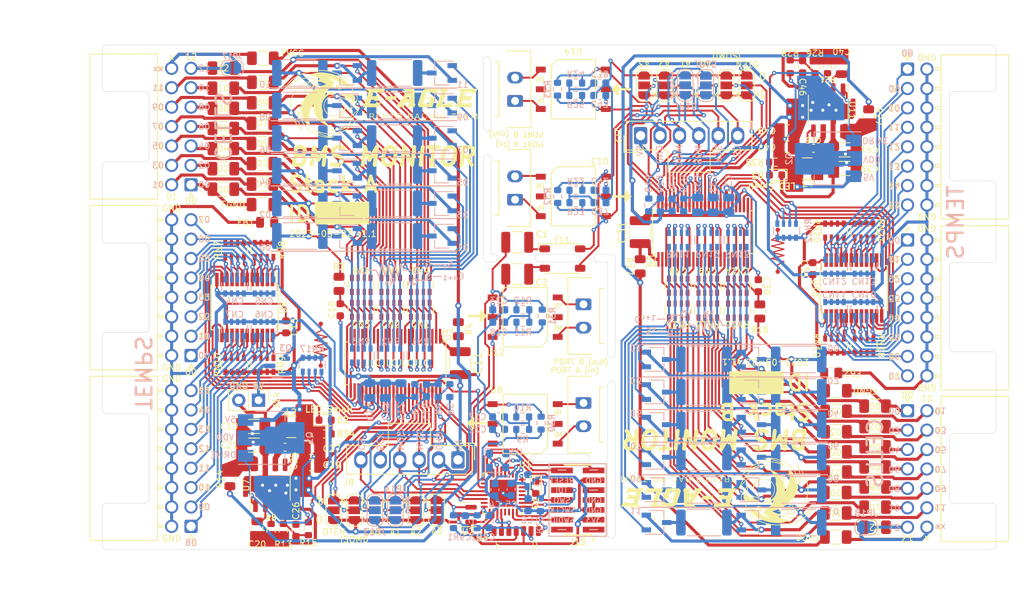
<source format=kicad_pcb>
(kicad_pcb (version 20211014) (generator pcbnew)
  (title_block (title "BMS Monitor") (date "2022-10-25") (company "E-Agle TRT") (comment 1 "Filippo Volpe"))
  (layers (0 "F.Cu" signal) (31 "B.Cu" signal) (34 "B.Paste" user) (35 "F.Paste" user) (36 "B.SilkS" user "B.Silkscreen") (37 "F.SilkS" user "F.Silkscreen") (38 "B.Mask" user) (39 "F.Mask" user) (44 "Edge.Cuts" user))
  (net 0 "")
  (net 1 "Net-(C1-Pad2)")
  (net 4 "Net-(C2-Pad2)")
  (net 5 "/StackB/CSB")
  (net 6 "+3.3V")
  (net 7 "GND")
  (net 8 "/~{RESET}")
  (net 9 "Net-(C8-Pad1)")
  (net 10 "+5V")
  (net 11 "/StackA/C00")
  (net 12 "Net-(C11-Pad1)")
  (net 14 "Net-(C13-Pad2)")
  (net 15 "Net-(C14-Pad2)")
  (net 16 "Net-(CN5-Pad5)")
  (net 17 "Net-(CN7-Pad6)")
  (net 20 "/StackA/WDT")
  (net 21 "Net-(C17-Pad1)")
  (net 22 "/SWO")
  (net 26 "Net-(C18-Pad1)")
  (net 27 "Net-(C20-Pad1)")
  (net 28 "Net-(C25-Pad2)")
  (net 29 "Net-(C26-Pad2)")
  (net 30 "/StackB/GND")
  (net 31 "/StackB/C00")
  (net 32 "Net-(C31-Pad1)")
  (net 33 "Net-(C33-Pad2)")
  (net 34 "Net-(C34-Pad2)")
  (net 35 "/StackB/WDT")
  (net 36 "Net-(C37-Pad1)")
  (net 37 "Net-(C38-Pad1)")
  (net 38 "Net-(C40-Pad1)")
  (net 39 "Net-(C45-Pad2)")
  (net 40 "Net-(C46-Pad2)")
  (net 41 "/StackA/PSU_INPUT")
  (net 42 "/StackA/C08")
  (net 43 "/StackA/C09")
  (net 44 "/StackA/C10")
  (net 45 "/StackA/C11")
  (net 46 "/StackA/C12")
  (net 47 "/StackA/C04")
  (net 48 "/StackA/C05")
  (net 49 "/StackA/C06")
  (net 50 "/StackA/C07")
  (net 51 "/StackA/C01")
  (net 52 "/StackA/C02")
  (net 53 "/StackA/C03")
  (net 54 "/StackB/C08")
  (net 55 "/StackB/C09")
  (net 56 "/StackB/C10")
  (net 57 "/StackB/C11")
  (net 58 "/StackB/C12")
  (net 59 "/StackB/C04")
  (net 60 "/StackB/C05")
  (net 61 "/StackB/C06")
  (net 62 "/StackB/C07")
  (net 63 "/StackB/C01")
  (net 64 "/StackB/C02")
  (net 65 "/StackB/C03")
  (net 66 "Net-(F13-Pad2)")
  (net 67 "Net-(F14-Pad2)")
  (net 68 "Net-(F15-Pad2)")
  (net 69 "Net-(F16-Pad2)")
  (net 70 "Net-(F17-Pad2)")
  (net 71 "Net-(F18-Pad2)")
  (net 72 "Net-(F19-Pad2)")
  (net 73 "Net-(F20-Pad2)")
  (net 74 "Net-(F21-Pad2)")
  (net 75 "Net-(F22-Pad2)")
  (net 76 "Net-(F23-Pad2)")
  (net 77 "Net-(F24-Pad2)")
  (net 78 "Net-(F25-Pad2)")
  (net 79 "/StackA/A2")
  (net 80 "/StackA/A3")
  (net 81 "Net-(D2-Pad2)")
  (net 82 "/CS")
  (net 83 "/MOSI")
  (net 84 "/MISO")
  (net 85 "Net-(D3-Pad2)")
  (net 86 "/StackB/ICMP_2")
  (net 87 "/StackB/IBIAS_2")
  (net 88 "/StackA/A0")
  (net 89 "/StackA/A1")
  (net 90 "/StackA/DTEN")
  (net 91 "/StackA/ISOMD")
  (net 92 "/StackB/A0")
  (net 93 "/StackB/A1")
  (net 94 "/StackB/DTEN")
  (net 95 "/StackB/ISOMD")
  (net 96 "/StackA/CC02")
  (net 97 "/StackA/CC00")
  (net 98 "/StackA/CC03")
  (net 99 "/StackA/CC01")
  (net 100 "/StackB/CC02")
  (net 101 "/StackB/CC00")
  (net 102 "/StackB/CC03")
  (net 103 "/StackB/CC01")
  (net 104 "Net-(Qda0-Pad1)")
  (net 105 "Net-(Qda0-Pad3)")
  (net 106 "Net-(Qda1-Pad1)")
  (net 107 "Net-(Qda1-Pad3)")
  (net 108 "Net-(Qda2-Pad1)")
  (net 109 "Net-(Qda2-Pad3)")
  (net 110 "Net-(Qda3-Pad1)")
  (net 111 "Net-(Qda3-Pad3)")
  (net 112 "Net-(Qda4-Pad1)")
  (net 113 "Net-(Qda4-Pad3)")
  (net 114 "Net-(Qda5-Pad1)")
  (net 115 "Net-(Qda5-Pad3)")
  (net 116 "Net-(Qda6-Pad1)")
  (net 117 "Net-(Qda6-Pad3)")
  (net 118 "Net-(Qda7-Pad1)")
  (net 119 "Net-(Qda7-Pad3)")
  (net 120 "Net-(Qda8-Pad1)")
  (net 121 "Net-(Qda8-Pad3)")
  (net 122 "Net-(Qda9-Pad1)")
  (net 123 "Net-(Qda9-Pad3)")
  (net 124 "Net-(Qda10-Pad1)")
  (net 125 "Net-(Qda10-Pad3)")
  (net 126 "Net-(Qda11-Pad1)")
  (net 127 "Net-(Qda11-Pad3)")
  (net 128 "Net-(Qdb0-Pad1)")
  (net 129 "Net-(Qdb0-Pad3)")
  (net 130 "Net-(Qdb1-Pad1)")
  (net 131 "Net-(Qdb1-Pad3)")
  (net 132 "Net-(Qdb2-Pad1)")
  (net 133 "Net-(Qdb2-Pad3)")
  (net 134 "Net-(Qdb3-Pad1)")
  (net 135 "Net-(Qdb3-Pad3)")
  (net 136 "Net-(Qdb4-Pad1)")
  (net 137 "Net-(Qdb4-Pad3)")
  (net 138 "Net-(Qdb5-Pad1)")
  (net 139 "Net-(Qdb5-Pad3)")
  (net 140 "Net-(Qdb6-Pad1)")
  (net 141 "Net-(Qdb6-Pad3)")
  (net 142 "Net-(Qdb7-Pad1)")
  (net 143 "Net-(Qdb7-Pad3)")
  (net 144 "Net-(Qdb8-Pad1)")
  (net 145 "Net-(Qdb8-Pad3)")
  (net 146 "Net-(Qdb9-Pad1)")
  (net 147 "Net-(Qdb9-Pad3)")
  (net 148 "Net-(Qdb10-Pad1)")
  (net 149 "Net-(Qdb10-Pad3)")
  (net 150 "Net-(Qdb11-Pad1)")
  (net 151 "Net-(Qdb11-Pad3)")
  (net 152 "Net-(R1-Pad1)")
  (net 153 "Net-(R8-Pad2)")
  (net 154 "Net-(R21-Pad2)")
  (net 155 "/StackA/S09")
  (net 156 "/StackA/S10")
  (net 157 "/StackA/S11")
  (net 158 "/StackA/S04")
  (net 159 "/StackA/S05")
  (net 160 "/StackA/S06")
  (net 161 "/StackA/S07")
  (net 162 "/StackA/S00")
  (net 163 "/StackA/S01")
  (net 164 "/StackA/S02")
  (net 165 "/StackA/S03")
  (net 166 "/StackA/CC12")
  (net 167 "/StackA/CC11")
  (net 168 "/StackA/CC10")
  (net 169 "/StackA/CC09")
  (net 170 "/StackA/CC08")
  (net 171 "/StackA/CC07")
  (net 172 "/StackA/CC06")
  (net 173 "/StackA/CC05")
  (net 174 "/StackA/CC04")
  (net 175 "/StackB/S09")
  (net 176 "/StackB/S10")
  (net 177 "/StackB/S11")
  (net 178 "/StackB/S04")
  (net 179 "/StackB/S05")
  (net 180 "/StackB/S06")
  (net 181 "/StackB/S07")
  (net 182 "/StackB/S00")
  (net 183 "/StackB/S01")
  (net 184 "/StackB/S02")
  (net 185 "/StackB/S03")
  (net 186 "/StackB/CC12")
  (net 187 "/StackB/CC11")
  (net 188 "/StackB/CC10")
  (net 189 "/StackB/CC09")
  (net 190 "/StackB/CC08")
  (net 191 "/StackB/CC07")
  (net 192 "/StackB/CC06")
  (net 193 "/StackB/CC05")
  (net 194 "/StackB/CC04")
  (net 195 "/CLK")
  (net 196 "Net-(U1-Pad7)")
  (net 197 "Net-(CN7-Pad7)")
  (net 198 "Net-(CN7-Pad8)")
  (net 199 "/SWDIO")
  (net 200 "/SWCLK")
  (net 201 "/StackA/S08")
  (net 202 "/StackA/DRIVE")
  (net 203 "/StackA/MUX_OUT")
  (net 204 "/StackA/MUX_A0")
  (net 205 "/StackA/MUX_A1")
  (net 206 "/StackA/MUX_A3")
  (net 207 "/StackA/MUX_A2")
  (net 210 "/StackB/S08")
  (net 211 "/StackB/DRIVE")
  (net 212 "/StackB/MUX_OUT")
  (net 213 "/StackB/MUX_A0")
  (net 214 "/StackB/MUX_A1")
  (net 215 "/StackB/MUX_A3")
  (net 216 "/StackB/MUX_A2")
  (net 219 "Net-(Fa0-Pad2)")
  (net 220 "Net-(Fa1-Pad2)")
  (net 221 "Net-(Fa2-Pad2)")
  (net 222 "Net-(Fa3-Pad2)")
  (net 223 "Net-(Fa4-Pad2)")
  (net 224 "Net-(Fa5-Pad2)")
  (net 225 "Net-(Fa6-Pad2)")
  (net 226 "Net-(Fa7-Pad2)")
  (net 227 "Net-(Fa8-Pad2)")
  (net 228 "Net-(Fa9-Pad2)")
  (net 229 "Net-(Fa10-Pad2)")
  (net 230 "Net-(Fa11-Pad2)")
  (net 231 "Net-(Fa12-Pad2)")
  (net 232 "/StackA/VDD")
  (net 233 "/StackB/VDD")
  (net 234 "Net-(FB1-Pad1)")
  (net 235 "Net-(FB2-Pad1)")
  (net 236 "/StackB/PSU_INPUT")
  (net 237 "Net-(C25-Pad1)")
  (net 238 "Net-(C45-Pad1)")
  (net 239 "Net-(CN11-Pad5)")
  (net 240 "Net-(CN5-Pad6)")
  (net 241 "Net-(CN5-Pad7)")
  (net 242 "Net-(CN5-Pad8)")
  (net 243 "Net-(CN6-Pad5)")
  (net 244 "Net-(CN6-Pad6)")
  (net 245 "Net-(CN6-Pad7)")
  (net 246 "Net-(CN6-Pad8)")
  (net 247 "Net-(CN7-Pad5)")
  (net 248 "Net-(CN13-Pad6)")
  (net 249 "Net-(CN13-Pad7)")
  (net 250 "Net-(CN13-Pad8)")
  (net 251 "Net-(D1-Pad1)")
  (net 252 "Net-(CN11-Pad6)")
  (net 253 "Net-(CN11-Pad7)")
  (net 254 "Net-(CN11-Pad8)")
  (net 255 "Net-(CN12-Pad5)")
  (net 256 "Net-(CN12-Pad6)")
  (net 257 "Net-(CN12-Pad7)")
  (net 258 "Net-(CN12-Pad8)")
  (net 259 "Net-(CN13-Pad5)")
  (net 260 "Net-(D1-Pad2)")
  (net 261 "/UART2_RX")
  (net 262 "/UART2_TX")
  (net 263 "Net-(CN4-Pad5)")
  (net 264 "Net-(CN4-Pad6)")
  (net 265 "Net-(CN4-Pad7)")
  (net 266 "Net-(CN4-Pad8)")
  (net 267 "Net-(CN10-Pad5)")
  (net 268 "Net-(CN10-Pad6)")
  (net 269 "Net-(CN10-Pad7)")
  (net 270 "Net-(CN10-Pad8)")
  (net 271 "/StackB/IA+")
  (net 272 "/IAC_A")
  (net 273 "/StackA/IBC")
  (net 274 "/StackB/IAC")
  (net 275 "/IBC_B")
  (net 276 "/STACK_B_IA-")
  (net 277 "/STACK_B_IA+")
  (net 278 "/STACK_B_IB-")
  (net 279 "/STACK_B_IB+")
  (net 280 "/STACK_A_IA-")
  (net 281 "/STACK_A_IA+")
  (net 282 "/STACK_A_IB-")
  (net 283 "/STACK_A_IB+")
  (net 284 "/IA+_A")
  (net 285 "/IB-_B")
  (net 286 "/IB+_B")
  (net 287 "/StackB/VCC")
  (net 288 "/TDI")
  (net 290 "Net-(U1-Pad18)")
  (net 291 "Net-(U1-Pad19)")
  (net 292 "Net-(U1-Pad20)")
  (net 293 "Net-(JP13-Pad2)")
  (net 294 "Net-(JP14-Pad2)")
  (net 298 "Net-(JP15-Pad2)")
  (net 299 "Net-(JP16-Pad2)")
  (net 300 "Net-(J14-Pad1)")
  (net 301 "Net-(Fa13-Pad2)")
  (net 302 "Net-(Fb3-Pad2)")
  (footprint "Package_DFN_QFN:QFN-32-1EP_5x5mm_P0.5mm_EP3.45x3.45mm" (layer "F.Cu") (at 131.572 119.7172 -90)
    (fp_text reference "U1")
    (fp_text value "STM32L432KBUx")
  )
  (footprint "Resistor_SMD:R_0805_2012Metric" (layer "F.Cu") (at 110.4392 92.7608 -90)
    (fp_text reference "R3")
    (fp_text value "100R")
  )
  (footprint "Jumper:SolderJumper-3_P1.3mm_Open_RoundedPad1.0x1.5mm" (layer "F.Cu") (at 120.3353 121.92 -90)
    (fp_text reference "JP3" hide)
    (fp_text value "A2")
  )
  (footprint "Resistor_SMD:R_Array_Convex_4x0603" (layer "F.Cu") (at 100.8 88.4 -90)
    (fp_text reference "RN8")
    (fp_text value "27K")
  )
  (footprint "Fuse:Fuse_1206_3216Metric" (layer "F.Cu") (at 174.368 119.634)
    (fp_text reference "F21" hide)
    (fp_text value "2A")
  )
  (footprint "Resistor_SMD:R_0805_2012Metric" (layer "F.Cu") (at 164.592 96.3168 90)
    (fp_text reference "R16")
    (fp_text value "100R")
  )
  (footprint "Fuse:Fuse_1206_3216Metric" (layer "F.Cu") (at 95.5548 67.564 180)
    (fp_text reference "Fa10" hide)
    (fp_text value "2A")
  )
  (footprint "Jumper:SolderJumper-3_P1.3mm_Open_RoundedPad1.0x1.5mm" (layer "F.Cu") (at 109.7689 121.92 -90)
    (fp_text reference "JP5" hide)
    (fp_text value "DTEN")
  )
  (footprint "Fuse:Fuse_1206_3216Metric" (layer "F.Cu") (at 95.5548 70.1548 180)
    (fp_text reference "Fa8" hide)
    (fp_text value "2A")
  )
  (footprint "Fuse:Fuse_1206_3216Metric" (layer "F.Cu") (at 100.584 77.2668 180)
    (fp_text reference "Fa3" hide)
    (fp_text value "2A")
  )
  (footprint "Capacitor_SMD:C_0603_1608Metric" (layer "F.Cu") (at 103.5 113.8 180)
    (fp_text reference "C25")
    (fp_text value "100nF")
  )
  (footprint "Eagle_Main:MountingHole_3.2mm_M3_ISO14580" (layer "F.Cu") (at 168.6306 97.5 180)
    (fp_text reference "H5" hide)
    (fp_text value "MountingHole")
  )
  (footprint "Resistor_SMD:R_0805_2012Metric" (layer "F.Cu") (at 125.8 98.6 -90)
    (fp_text reference "R4")
    (fp_text value "100R")
  )
  (footprint "Resistor_SMD:R_Array_Convex_4x0603" (layer "F.Cu") (at 113.3 96.1 90)
    (fp_text reference "CN3")
    (fp_text value "10nF")
  )
  (footprint "Fuse:Fuse_1206_3216Metric" (layer "F.Cu") (at 174.3964 116.9924)
    (fp_text reference "F22" hide)
    (fp_text value "2A")
  )
  (footprint "Eagle_Main:SM91502ALA" (layer "F.Cu") (at 134.4 110.7948 90)
    (fp_text reference "U8")
    (fp_text value "SM91502ALA")
  )
  (footprint "Capacitor_SMD:C_0805_2012Metric" (layer "F.Cu") (at 175.1 64.8 90)
    (fp_text reference "C40")
    (fp_text value "1uF")
  )
  (footprint "Resistor_SMD:R_Array_Convex_4x0603" (layer "F.Cu") (at 157.9 96.2 -90)
    (fp_text reference "RN15")
    (fp_text value "100R")
  )
  (footprint "Connector_Molex:Molex_Nano-Fit_105314-xx16_2x08_P2.50mm_Horizontal" (layer "F.Cu") (at 183.6 65.1)
    (fp_text reference "J10" hide)
    (fp_text value "TEMP0")
  )
  (footprint "Resistor_SMD:R_0805_2012Metric" (layer "F.Cu") (at 149.2 90.5 90)
    (fp_text reference "R17")
    (fp_text value "100R")
  )
  (footprint "Resistor_SMD:R_0603_1608Metric" (layer "F.Cu") (at 108.6612 112.0902)
    (fp_text reference "R34")
    (fp_text value "1K")
  )
  (footprint "Connector_Molex:Molex_Micro-Fit_3.0_43650-0215_1x02_P3.00mm_Vertical" (layer "F.Cu") (at 133.1 69.2 90)
    (fp_text reference "J2" hide)
    (fp_text value "Conn_01x02")
  )
  (footprint "Capacitor_SMD:C_0603_1608Metric" (layer "F.Cu") (at 103.6 98.3 -90)
    (fp_text reference "C15")
    (fp_text value "100nF")
  )
  (footprint "Resistor_SMD:R_Array_Convex_4x0603" (layer "F.Cu") (at 113.3 92.9 90)
    (fp_text reference "RN6")
    (fp_text value "100R")
  )
  (footprint "Capacitor_SMD:C_1206_3216Metric" (layer "F.Cu") (at 99.5 113.538)
    (fp_text reference "C21")
    (fp_text value "1uF 100V")
  )
  (footprint "Resistor_SMD:R_0805_2012Metric" (layer "F.Cu") (at 96.4 117.9 90)
    (fp_text reference "R14")
    (fp_text value "100R")
  )
  (footprint "Jumper:SolderJumper-3_P1.3mm_Open_RoundedPad1.0x1.5mm" (layer "F.Cu") (at 112.4105 121.92 -90)
    (fp_text reference "JP6" hide)
    (fp_text value "ISOMD")
  )
  (footprint "Capacitor_SMD:C_1210_3225Metric" (layer "F.Cu") (at 133.3754 87.4014)
    (fp_text reference "C1")
    (fp_text value "10nF 100V")
  )
  (footprint "Connector_Molex:Molex_Nano-Fit_105314-xx16_2x08_P2.50mm_Horizontal" (layer "F.Cu") (at 91.4 124 180)
    (fp_text reference "J6" hide)
    (fp_text value "TEMP0")
  )
  (footprint "Package_SO:SOIC-8-1EP_3.9x4.9mm_P1.27mm_EP2.514x3.2mm" (layer "F.Cu") (at 173.4 70.4 -90)
    (fp_text reference "U11")
    (fp_text value "MP4541")
  )
  (footprint "LED_SMD:LED_0603_1608Metric" (layer "F.Cu") (at 108.6612 110.3122)
    (fp_text reference "D2")
    (fp_text value "LED_Small")
  )
  (footprint "Resistor_SMD:R_Array_Convex_4x0603" (layer "F.Cu") (at 157.9 93 -90)
    (fp_text reference "CN9")
    (fp_text value "10nF")
  )
  (footprint "Inductor_SMD:L_1210_3225Metric" (layer "F.Cu") (at 104.3 111.2)
    (fp_text reference "L2")
    (fp_text value "33uH")
  )
  (footprint "Eagle_Main:SM91502ALA" (layer "F.Cu") (at 140.6 81.5 -90)
    (fp_text reference "U13")
    (fp_text value "SM91502ALA")
  )
  (footprint "Package_TO_SOT_SMD:SOT-23" (layer "F.Cu") (at 126.492 122.4788 180)
    (fp_text reference locked "U2")
    (fp_text value "MCP1812AT-033-TT")
  )
  (footprint "Connector_Molex:Molex_Nano-Fit_105314-xx14_2x07_P2.50mm_Horizontal" (layer "F.Cu") (at 91.4 80 180)
    (fp_text reference "J5" hide)
    (fp_text value "CELLS")
  )
  (footprint "Capacitor_SMD:C_1206_3216Metric" (layer "F.Cu") (at 99.5 111.125)
    (fp_text reference "C19")
    (fp_text value "1uF 100V")
  )
  (footprint "Fuse:Fuse_1206_3216Metric" (layer "F.Cu") (at 95.5548 77.9272 180)
    (fp_text reference "Fa2" hide)
    (fp_text value "2A")
  )
  (footprint "Fuse:Fuse_1206_3216Metric" (layer "F.Cu") (at 100.6348 63.7032 180)
    (fp_text reference "Fa13" hide)
    (fp_text value "2A")
  )
  (footprint "Fuse:Fuse_1206_3216Metric" (layer "F.Cu") (at 100.584 72.0852 180)
    (fp_text reference "Fa7" hide)
    (fp_text value "2A")
  )
  (footprint "Jumper:SolderJumper-3_P1.3mm_Open_RoundedPad1.0x1.5mm" (layer "F.Cu") (at 160.2839 67.2 90)
    (fp_text reference "JP12" hide)
    (fp_text value "ISOMD")
  )
  (footprint "Fuse:Fuse_1206_3216Metric" (layer "F.Cu") (at 100.6348 66.802 180)
    (fp_text reference "Fa11" hide)
    (fp_text value "2A")
  )
  (footprint "Resistor_SMD:R_Array_Convex_4x0603" (layer "F.Cu") (at 178 100.7 90)
    (fp_text reference "RN18")
    (fp_text value "27K")
  )
  (footprint "Capacitor_SMD:C_0805_2012Metric" (layer "F.Cu") (at 168.1 73)
    (fp_text reference "C49")
    (fp_text value "10uF")
  )
  (footprint "Resistor_SMD:R_0603_1608Metric" (layer "F.Cu") (at 166.624 77.089 180)
    (fp_text reference "R35")
    (fp_text value "1K")
  )
  (footprint "Resistor_SMD:R_0805_2012Metric" (layer "F.Cu") (at 101.1936 84.836 180)
    (fp_text reference "FB1")
    (fp_text value "600R")
  )
  (footprint "Connector_Molex:Molex_Nano-Fit_105314-xx14_2x07_P2.50mm_Horizontal" (layer "F.Cu") (at 183.6 109.1)
    (fp_text reference "J9" hide)
    (fp_text value "CELLS")
  )
  (footprint "Connector_Molex:Molex_Micro-Fit_3.0_43650-0215_1x02_P3.00mm_Vertical" (layer "F.Cu") (at 133.096 81.915 90)
    (fp_text reference "J1" hide)
    (fp_text value "Conn_01x02")
  )
  (footprint "Resistor_SMD:R_0603_1608Metric" (layer "F.Cu") (at 173.3 64.8 -90)
    (fp_text reference "R21")
    (fp_text value "82k")
  )
  (footprint "Package_SO:SOIC-8-1EP_3.9x4.9mm_P1.27mm_EP2.514x3.2mm" (layer "F.Cu") (at 101.6 118.7 90)
    (fp_text reference "U7")
    (fp_text value "MP4541")
  )
  (footprint "LED_SMD:LED_0603_1608Metric" (layer "F.Cu") (at 166.624 78.74 180)
    (fp_text reference "D3")
    (fp_text value "LED_Small")
  )
  (footprint "Connector_Molex:Molex_Nano-Fit_105309-xx06_1x06_P2.50mm_Vertical" (layer "F.Cu") (at 125.75 115.43 -90)
    (fp_text reference "J8")
    (fp_text value "Conn_01x05")
  )
  (footprint "Eagle_Main:MountingHole_3.2mm_M3_ISO14580" (layer "F.Cu") (at 106.4006 91.6)
    (fp_text reference "H2" hide)
    (fp_text value "MountingHole")
  )
  (footprint "Resistor_SMD:R_0603_1608Metric" (layer "F.Cu") (at 101.7 124.5108 90)
    (fp_text reference "R8")
    (fp_text value "82k")
  )
  (footprint "Resistor_SMD:R_Array_Convex_4x0603" (layer "F.Cu") (at 117.1 96.1 90)
    (fp_text reference "CN2")
    (fp_text value "10nF")
  )
  (footprint "Capacitor_SMD:C_1206_3216Metric" (layer "F.Cu") (at 175.5 75.5 180)
    (fp_text reference "C41")
    (fp_text value "1uF 100V")
  )
  (footprint "Fuse:Fuse_1206_3216Metric" (layer "F.Cu") (at 179.4256 116.332)
    (fp_text reference "F16" hide)
    (fp_text value "2A")
  )
  (footprint "Package_SO:SSOP-24_5.3x8.2mm_P0.65mm" (layer "F.Cu") (at 176.7 93.3 90)
    (fp_text reference "U10")
    (fp_text value "74HC4067PW,118")
  )
  (footprint "Resistor_SMD:R_Array_Convex_4x0603" (layer "F.Cu") (at 120.9 96.1 90)
    (fp_text reference "CN1")
    (fp_text value "10nF")
  )
  (footprint "Capacitor_SMD:C_0805_2012Metric" (layer "F.Cu") (at 106.9 116.1 180)
    (fp_text reference "C29")
    (fp_text value "10uF")
  )
  (footprint "Resistor_SMD:R_0603_1608Metric" (layer "F.Cu") (at 171.7 64.8 -90)
    (fp_text reference "R26")
    (fp_text value "10k")
  )
  (footprint "Capacitor_SMD:C_0603_1608Metric" (layer "F.Cu") (at 170.1 64.8 90)
    (fp_text reference "C46")
    (fp_text value "680pF")
  )
  (footprint "Package_SO:SSOP-24_5.3x8.2mm_P0.65mm" (layer "F.Cu") (at 98.3 95.8 -90)
    (fp_text reference "U6")
    (fp_text value "74HC4067PW,118")
  )
  (footprint "Resistor_SMD:R_Array_Convex_4x0603" (layer "F.Cu") (at 161.7 93 -90)
    (fp_text reference "CN14")
    (fp_text value "10nF")
  )
  (footprint "Resistor_SMD:R_Array_Convex_4x0603" (layer "F.Cu") (at 100.8 103.2 90)
    (fp_text reference "RN9")
    (fp_text value "27K")
  )
  (footprint "Inductor_SMD:L_1210_3225Metric" (layer "F.Cu") (at 170.7 77.9 180)
    (fp_text reference "L3")
    (fp_text value "33uH")
  )
  (footprint "Eagle_Main:ACT45B-xxx-2P-TL003" (layer "F.Cu") (at 139.2 89.5)
    (fp_text reference "FL1")
    (fp_text value "ACT45B-101-2P-TL003")
  )
  (footprint "Resistor_SMD:R_Array_Convex_4x0603" (layer "F.Cu") (at 154.1 93 -90)
    (fp_text reference "CN8")
    (fp_text value "10nF")
  )
  (footprint "Fuse:Fuse_1206_3216Metric" (layer "F.Cu") (at 179.4256 124.1044)
    (fp_text reference "F13" hide)
    (fp_text value "2A")
  )
  (footprint "Package_SO:SSOP-48_5.3x12.8mm_P0.5mm" (layer "F.Cu") (at 157.3 86.1 90)
    (fp_text reference "U9")
    (fp_text value "LTC6811-1")
  )
  (footprint "Resistor_SMD:R_0603_1608Metric" (layer "F.Cu") (at 103.2764 124.5108 90)
    (fp_text reference "R13")
    (fp_text value "10k")
  )
  (footprint "Capacitor_SMD:C_1206_3216Metric" (layer "F.Cu") (at 175.5 77.9 180)
    (fp_text reference "C39")
    (fp_text value "1uF 100V")
  )
  (footprint "Connector_Molex:Molex_Nano-Fit_105309-xx06_1x06_P2.50mm_Vertical" (layer "F.Cu") (at 149.25 73.67 90)
    (fp_text reference "J12")
    (fp_text value "Conn_01x05")
  )
  (footprint "Fuse:Fuse_1206_3216Metric" (layer "F.Cu") (at 95.5548 75.3364 180)
    (fp_text reference "Fa4" hide)
    (fp_text value "2A")
  )
  (footprint "Fuse:Fuse_1206_3216Metric" (layer "F.Cu") (at 95.5548 72.7456 180)
    (fp_text reference "Fa6" hide)
    (fp_text value "2A")
  )
  (footprint "Eagle_Main:SM91502ALA" (layer "F.Cu") (at 140.6 67.7 -90)
    (fp_text reference "U14")
    (fp_text value "SM91502ALA")
  )
  (footprint "Fuse:Fuse_1206_3216Metric" (layer "F.Cu") (at 179.4256 111.1504)
    (fp_text reference "F18" hide)
    (fp_text value "2A")
  )
  (footprint "Fuse:Fuse_1206_3216Metric" (layer "F.Cu") (at 100.584 82.55 180)
    (fp_text reference "Fa14" hide)
    (fp_text value "2A")
  )
  (footprint "Capacitor_SMD:C_0805_2012Metric" (layer "F.Cu") (at 99.9 124.3 -90)
    (fp_text reference "C20")
    (fp_text value "1uF")
  )
  (footprint "Eagle_Main:MountingHole_3.2mm_M3_ISO14580" (layer "F.Cu") (at 179.2 65.1 180)
    (fp_text reference "H6" hide)
    (fp_text value "MountingHole")
  )
  (footprint "Eagle_Main:MountingHole_3.2mm_M3_ISO14580" (layer "F.Cu") (at 140.5 74.6)
    (fp_text reference "H4" hide)
    (fp_text value "MountingHole")
  )
  (footprint "Resistor_SMD:R_Array_Convex_4x0603" (layer "F.Cu") (at 174.2 85.9 -90)
    (fp_text reference "RN20")
    (fp_text value "27K")
  )
  (footprint "Resistor_SMD:R_Array_Convex_4x0603" (layer "F.Cu") (at 174.2 100.7 90)
    (fp_text reference "RN19")
    (fp_text value "27K")
  )
  (footprint "Resistor_SMD:R_Array_Convex_4x0603" (layer "F.Cu") (at 178 85.9 -90)
    (fp_text reference "RN21")
    (fp_text value "27K")
  )
  (footprint "Jumper:SolderJumper-3_P1.3mm_Open_RoundedPad1.0x1.5mm" (layer "F.Cu") (at 149.7 67.2 90)
    (fp_text reference "JP10" hide)
    (fp_text value "A3")
  )
  (footprint "Fuse:Fuse_1206_3216Metric" (layer "F.Cu") (at 174.3964 109.1692)
    (fp_text reference "F25" hide)
    (fp_text value "2A")
  )
  (footprint "Resistor_SMD:R_Array_Convex_4x0603" (layer "F.Cu") (at 97 88.4 -90)
    (fp_text reference "RN7")
    (fp_text value "27K")
  )
  (footprint "Capacitor_SMD:C_0603_1608Metric" (layer "F.Cu") (at 171.5 75.3)
    (fp_text reference "C45")
    (fp_text value "100nF")
  )
  (footprint "Fuse:Fuse_1206_3216Metric" (layer "F.Cu") (at 174.3964 111.8108)
    (fp_text reference "F24" hide)
    (fp_text value "2A")
  )
  (footprint "Fuse:Fuse_1206_3216Metric" (layer "F.Cu") (at 100.584 74.676 180)
    (fp_text reference "Fa5" hide)
    (fp_text value "2A")
  )
  (footprint "Capacitor_SMD:C_1210_3225Metric" (layer "F.Cu") (at 126.0348 102.9716 -90)
    (fp_text reference "C11")
    (fp_text value "100nF 100V")
  )
  (footprint "Connector_Molex:Molex_Nano-Fit_105314-xx16_2x08_P2.50mm_Horizontal" (layer "F.Cu") (at 183.6 87.1)
    (fp_text reference "J11" hide)
    (fp_text value "TEMP1")
  )
  (footprint "Resistor_SMD:R_Array_Convex_4x0603" (layer "F.Cu") (at 154.1 96.2 -90)
    (fp_text reference "RN14")
    (fp_text value "100R")
  )
  (footprint "Jumper:SolderJumper-3_P1.3mm_Open_RoundedPad1.0x1.5mm" (layer "F.Cu") (at 162.9255 67.2 90)
    (fp_text reference "JP11" hide)
    (fp_text value "DTEN")
  )
  (footprint "Connector_Molex:Molex_Micro-Fit_3.0_43650-0215_1x02_P3.00mm_Vertical" (layer "F.Cu") (at 141.9 95.4 -90)
    (fp_text reference "J4" hide)
    (fp_text value "Conn_01x02")
  )
  (footprint "Capacitor_SMD:C_0805_2012Metric" (layer "F.Cu") (at 168.1 75.1)
    (fp_text reference "C47")
    (fp_text value "10uF")
  )
  (footprint "Package_SO:SSOP-48_5.3x12.8mm_P0.5mm" (layer "F.Cu") (at 117.7 103 -90)
    (fp_text reference "U5")
    (fp_text value "LTC6811-1")
  )
  (footprint "Capacitor_SMD:C_0603_1608Metric" (layer "F.Cu") (at 164.4 93 -90)
    (fp_text reference "C30")
    (fp_text value "10nF")
  )
  (footprint "Resistor_SMD:R_Array_Convex_4x0603" (layer "F.Cu") (at 117.1 92.9 90)
    (fp_text reference "RN5")
    (fp_text value "100R")
  )
  (footprint "Connector_PinHeader_2.54mm:PinHeader_1x02_P2.54mm_Vertical" (layer "F.Cu") (at 100.081 107.7468 -90)
    (fp_text reference "J14")
    (fp_text value "5V")
  )
  (footprint "Capacitor_SMD:C_0603_1608Metric" (layer "F.Cu") (at 171.4 90.8 90)
    (fp_text reference "C35")
    (fp_text value "100nF")
  )
  (footprint "Capacitor_SMD:C_1210_3225Metric" (layer "F.Cu") (at 133.3754 91.5162)
    (fp_text reference "C2")
    (fp_text value "10nF 100V")
  )
  (footprint "Capacitor_SMD:C_0603_1608Metric" (layer "F.Cu") (at 104.9 124.5108 -90)
    (fp_text reference "C26")
    (fp_text value "680pF")
  )
  (footprint "Fuse:Fuse_1206_3216Metric" (layer "F.Cu") (at 100.6124 69.4436 180)
    (fp_text reference "Fa9" hide)
    (fp_text value "2A")
  )
  (footprint "Resistor_SMD:R_0603_1608Metric" (layer "F.Cu") (at 106.5 124.3 -90)
    (fp_text reference "R15")
    (fp_text value "39k")
  )
  (footprint "Eagle_Main:SM91502ALA" (layer "F.Cu") (at 134.4 97.052 90)
    (fp_text reference "U12")
    (fp_text value "SM91502ALA")
  )
  (footprint "Jumper:SolderJumper-3_P1.3mm_Open_RoundedPad1.0x1.5mm" (layer "F.Cu") (at 115.0521 121.92 -90)
    (fp_text reference "JP1" hide)
    (fp_text value "A0")
  )
  (footprint "Fuse:Fuse_1206_3216Metric" (layer "F.Cu") (at 179.4256 108.5088)
    (fp_text reference "F19" hide)
    (fp_text value "2A")
  )
  (footprint "Fuse:Fuse_1206_3216Metric" (layer "F.Cu") (at 174.3964 106.5276)
    (fp_text reference "Fb14" hide)
    (fp_text value "2A")
  )
  (footprint "Jumper:SolderJumper-3_P1.3mm_Open_RoundedPad1.0x1.5mm" (layer "F.Cu") (at 157.6423 67.2 90)
    (fp_text reference "JP7" hide)
    (fp_text value "A0")
  )
  (footprint "Fuse:Fuse_1206_3216Metric" (layer "F.Cu") (at 174.3964 114.4016)
    (fp_text reference "F23" hide)
    (fp_text value "2A")
  )
  (footprint "Eagle_Main:MountingHole_3.2mm_M3_ISO14580" (layer "F.Cu") (at 95.8 124)
    (fp_text reference "H3" hide)
    (fp_text value "MountingHole")
  )
  (footprint "Resistor_SMD:R_Array_Convex_4x0603" (layer "F.Cu") (at 161.7 96.2 -90)
    (fp_text reference "RN16")
    (fp_text value "100R")
  )
  (footprint "Eagle_Main:MountingHole_3.2mm_M3_ISO14580" (layer "F.Cu") (at 134.493 103.9368)
    (fp_text reference "H1" hide)
    (fp_text value "MountingHole")
  )
  (footprint "Jumper:SolderJumper-3_P1.3mm_Open_RoundedPad1.0x1.5mm" (layer "F.Cu") (at 122.9868 121.9 -90)
    (fp_text reference "JP4" hide)
    (fp_text value "A3")
  )
  (footprint "Fuse:Fuse_1206_3216Metric" (layer "F.Cu") (at 174.37365 122.2756)
    (fp_text reference "F20" hide)
    (fp_text value "2A")
  )
  (footprint "lib:SAMTEC_FTSH-107-01-L-DV-K-TR" (layer "F.Cu") (at 141.1732 120.5992 90)
    (fp_text reference "J15")
    (fp_text value "Conn_ST_STDC14")
  )
  (footprint "Fuse:Fuse_1206_3216Metric" (layer "F.Cu") (at 179.42925 118.9228)
    (fp_text reference "F15" hide)
    (fp_text value "2A")
  )
  (footprint "Connector_Molex:Molex_Micro-Fit_3.0_43650-0215_1x02_P3.00mm_Vertical" (layer "F.Cu") (at 141.9 108.1024 -90)
    (fp_text reference "J3" hide)
    (fp_text value "Conn_01x02")
  )
  (footprint "Jumper:SolderJumper-3_P1.3mm_Open_RoundedPad1.0x1.5mm" (layer "F.Cu") (at 154.9908 67.183 90)
    (fp_text reference "JP8" hide)
    (fp_text value "A1")
  )
  (footprint "Fuse:Fuse_1206_3216Metric" (layer "F.Cu") (at 95.5548 64.9732 180)
    (fp_text reference "Fa12" hide)
    (fp_text value "2A")
  )
  (footprint "Resistor_SMD:R_Array_Convex_4x0603" (layer "F.Cu") (at 97 103.2 90)
    (fp_text reference "RN10")
    (fp_text value "27K")
  )
  (footprint "Capacitor_SMD:C_0805_2012Metric" (layer "F.Cu") (at 106.9 114 180)
    (fp_text reference "C27")
    (fp_text value "10uF")
  )
  (footprint "Fuse:Fuse_1206_3216Metric" (layer "F.Cu") (at 179.4256 113.7412)
    (fp_text reference "F17" hide)
    (fp_text value "2A")
  )
  (footprint "Fuse:Fuse_1206_3216Metric" (layer "F.Cu") (at 100.584 79.9084 180)
    (fp_text reference "Fa1" hide)
    (fp_text value "2A")
  )
  (footprint "Resistor_SMD:R_0805_2012Metric" (layer "F.Cu") (at 178.6 71.2 -90)
    (fp_text reference "R27")
    (fp_text value "100R")
  )
  (footprint "Capacitor_SMD:C_0603_1608Metric" (layer "F.Cu") (at 110.6 96.1 90)
    (fp_text reference "C10")
    (fp_text value "10nF")
  )
  (footprint "Resistor_SMD:R_0603_1608Metric" (layer "F.Cu") (at 168.5 64.8 90)
    (fp_text reference "R28")
    (fp_text value "39k")
  )
  (footprint "Resistor_SMD:R_0805_2012Metric" (layer "F.Cu") (at 173.7868 104.2416)
    (fp_text reference "FB2")
    (fp_text value "600R")
  )
  (footprint "Fuse:Fuse_1206_3216Metric" (layer "F.Cu") (at 179.4256 121.5136)
    (fp_text reference "F14" hide)
    (fp_text value "2A")
  )
  (footprint "Connector_Molex:Molex_Nano-Fit_105314-xx16_2x08_P2.50mm_Horizontal" (layer "F.Cu") (at 91.4 102 180)
    (fp_text reference "J7" hide)
    (fp_text value "TEMP1")
  )
  (footprint "Jumper:SolderJumper-3_P1.3mm_Open_RoundedPad1.0x1.5mm" (layer "F.Cu") (at 152.3492 67.2 90)
    (fp_text reference "JP9" hide)
    (fp_text value "A2")
  )
  (footprint "Jumper:SolderJumper-3_P1.3mm_Open_RoundedPad1.0x1.5mm" (layer "F.Cu") (at 117.6937 121.92 -90)
    (fp_text reference "JP2" hide)
    (fp_text value "A1")
  )
  (footprint "LED_SMD:LED_0603_1608Metric" (layer "F.Cu") (at 135.763 118.9736 -90)
    (fp_text reference "D1")
    (fp_text value "LED")
  )
  (footprint "Fuse:Fuse_1206_3216Metric" (layer "F.Cu") (at 95.5548 80.5688 180)
    (fp_text reference "Fa0" hide)
    (fp_text value "2A")
  )
  (footprint "Capacitor_SMD:C_1210_3225Metric" (layer "F.Cu") (at 149.2 86.1 90)
    (fp_text reference "C31")
    (fp_text value "100nF 100V")
  )
  (footprint "Eagle_Main:TFBS4652" (layer "F.Cu") (at 133.2484 124.6)
    (fp_text reference "U4")
    (fp_text value "TFBS4652")
  )
  (footprint "Resistor_SMD:R_Array_Convex_4x0603" (layer "F.Cu") (at 120.9 92.9 90)
    (fp_text reference "RN4")
    (fp_text value "100R")
  )
  (footprint "Fuse:Fuse_1206_3216Metric" (layer "F.Cu") (at 174.37365 125.3694)
    (fp_text reference "Fb3" hide)
    (fp_text value "2A")
  )
  (footprint "Resistor_SMD:R_2512_6332Metric" (layer "B.Cu") (at 105.4 69.8 180)
    (fp_text reference "Rda8" hide)
    (fp_text value "10R")
  )
  (footprint "Package_TO_SOT_SMD:TSOT-23" (layer "B.Cu") (at 163.5 119.3)
    (fp_text reference "Qdb8" hide)
    (fp_text value "BSS308PE")
  )
  (footprint "Package_TO_SOT_SMD:TSOT-23" (layer "B.Cu") (at 111.5 74 180)
    (fp_text reference "Qda6" hide)
    (fp_text value "BSS308PE")
  )
  (footprint "Jumper:SolderJumper-3_P1.3mm_Open_RoundedPad1.0x1.5mm" (layer "B.Cu") (at 115.0521 121.92 90)
    (fp_text reference "JP13")
    (fp_text value "IBIAS")
  )
  (footprint "Package_TO_SOT_SMD:TSOT-23" (layer "B.Cu") (at 163.5 110.9)
    (fp_text reference "Qdb4" hide)
    (fp_text value "BSS308PE")
  )
  (footprint "Resistor_SMD:R_2512_6332Metric" (layer "B.Cu") (at 157.4 115.1)
    (fp_text reference "Rdb7" hide)
    (fp_text value "10R")
  )
  (footprint "Resistor_SMD:R_0603_1608Metric" (layer "B.Cu") (at 134.1 96.1 180)
    (fp_text reference "R12")
    (fp_text value "51R")
  )
  (footprint "Resistor_SMD:R_Array_Convex_4x0603" (layer "B.Cu") (at 168.0464 85.9172 90)
    (fp_text reference "RN22")
    (fp_text value "10K")
  )
  (footprint "Capacitor_SMD:C_0805_2012Metric" (layer "B.Cu") (at 116.4 106.5 -90)
    (fp_text reference "C13")
    (fp_text value "1uF")
  )
  (footprint "Resistor_SMD:R_2512_6332Metric" (layer "B.Cu") (at 157.4 106.7)
    (fp_text reference "Rdb3" hide)
    (fp_text value "10R")
  )
  (footprint "Resistor_SMD:R_2512_6332Metric" (layer "B.Cu") (at 169.6 119.3)
    (fp_text reference "Rdb8" hide)
    (fp_text value "10R")
  )
  (footprint "Resistor_SMD:R_Array_Convex_4x0603" (layer "B.Cu") (at 174.2 90.55 90)
    (fp_text reference "CN12")
    (fp_text value "100nF")
  )
  (footprint "Jumper:SolderJumper-3_P1.3mm_Open_RoundedPad1.0x1.5mm" (layer "B.Cu") (at 117.7036 121.92 90)
    (fp_text reference "JP14")
    (fp_text value "ICMP")
  )
  (footprint "Resistor_SMD:R_0603_1608Metric" (layer "B.Cu") (at 123.2 106.5 -90)
    (fp_text reference "R6")
    (fp_text value "R")
  )
  (footprint "Package_TO_SOT_SMD:TSOT-23" (layer "B.Cu") (at 163.5 123.5)
    (fp_text reference "Qdb10" hide)
    (fp_text value "BSS308PE")
  )
  (footprint "Resistor_SMD:R_2512_6332Metric" (layer "B.Cu") (at 169.6 110.9)
    (fp_text reference "Rdb4" hide)
    (fp_text value "10R")
  )
  (footprint "Resistor_SMD:R_0603_1608Metric" (layer "B.Cu") (at 136.3472 121.2088 -90)
    (fp_text reference "R29")
    (fp_text value "R")
  )
  (footprint "Resistor_SMD:R_0603_1608Metric" (layer "B.Cu") (at 140.9 68.5)
    (fp_text reference "R25")
    (fp_text value "51R")
  )
  (footprint "Resistor_SMD:R_Array_Convex_4x0603" (layer "B.Cu") (at 157.9 87.1 90)
    (fp_text reference "RN12")
    (fp_text value "3.3K")
  )
  (footprint "Capacitor_SMD:C_0603_1608Metric" (layer "B.Cu") (at 130.5052 119.2784 90)
    (fp_text reference "C4")
    (fp_text value "100nF")
  )
  (footprint "Resistor_SMD:R_0603_1608Metric" (layer "B.Cu") (at 134.075 111.5)
    (fp_text reference "R9")
    (fp_text value "51R")
  )
  (footprint "Package_TO_SOT_SMD:SOT-23" (layer "B.Cu") (at 102.4636 103.3272 180)
    (fp_text reference "Q3")
    (fp_text value "PMV65XP")
  )
  (footprint "Resistor_SMD:R_2512_6332Metric" (layer "B.Cu") (at 157.4 123.5)
    (fp_text reference "Rdb11" hide)
    (fp_text value "10R")
  )
  (footprint "Package_TO_SOT_SMD:TSOT-23" (layer "B.Cu") (at 123.7 78.2 180)
    (fp_text reference "Qda5" hide)
    (fp_text value "BSS308PE")
  )
  (footprint "Resistor_SMD:R_Array_Convex_4x0603" (layer "B.Cu") (at 178 90.55 90)
    (fp_text reference "CN13")
    (fp_text value "100nF")
  )
  (footprint "Resistor_SMD:R_2512_6332Metric" (layer "B.Cu") (at 105.4 74 180)
    (fp_text reference "Rda6" hide)
    (fp_text value "10R")
  )
  (footprint "Package_TO_SOT_SMD:TSOT-23" (layer "B.Cu") (at 111.5 78.2 180)
    (fp_text reference "Qda4" hide)
    (fp_text value "BSS308PE")
  )
  (footprint "Capacitor_SMD:C_0603_1608Metric" (layer "B.Cu") (at 144 66.9)
    (fp_text reference "C38")
    (fp_text value "10nF")
  )
  (footprint "Resistor_SMD:R_2512_6332Metric" (layer "B.Cu") (at 105.4 78.2 180)
    (fp_text reference "Rda4" hide)
    (fp_text value "10R")
  )
  (footprint "Resistor_SMD:R_0603_1608Metric" (layer "B.Cu") (at 138.5824 81.5086 -90)
    (fp_text reference "R32")
    (fp_text value "100")
  )
  (footprint "Resistor_SMD:R_0603_1608Metric" (layer "B.Cu") (at 136.6012 96.901 90)
    (fp_text reference "R31")
    (fp_text value "100")
  )
  (footprint "Package_TO_SOT_SMD:SOT-223" (layer "B.Cu") (at 173.5 76.6 180)
    (fp_text reference "Q2")
    (fp_text value "NSS1C201MZ4")
  )
  (footprint "Resistor_SMD:R_0603_1608Metric" (layer "B.Cu") (at 140.9 66.9 180)
    (fp_text reference "R24")
    (fp_text value "51R")
  )
  (footprint "Package_TO_SOT_SMD:TSOT-23" (layer "B.Cu") (at 111.5 69.8 180)
    (fp_text reference "Qda8" hide)
    (fp_text value "BSS308PE")
  )
  (footprint "Resistor_SMD:R_2512_6332Metric" (layer "B.Cu") (at 117.6 82.4 180)
    (fp_text reference "Rda3" hide)
    (fp_text value "10R")
  )
  (footprint "Resistor_SMD:R_Array_Convex_4x0603" (layer "B.Cu") (at 100.8 98.55 -90)
    (fp_text reference "CN6")
    (fp_text value "100nF")
  )
  (footprint "Package_TO_SOT_SMD:TSOT-23" (layer "B.Cu") (at 151.3 106.7)
    (fp_text reference "Qdb3" hide)
    (fp_text value "BSS308PE")
  )
  (footprint "Package_TO_SOT_SMD:TSOT-23" (layer "B.Cu") (at 123.7 69.8 180)
    (fp_text reference "Qda9" hide)
    (fp_text value "BSS308PE")
  )
  (footprint "Resistor_SMD:R_Array_Convex_4x0603" (layer "B.Cu") (at 97 98.55 -90)
    (fp_text reference "CN7")
    (fp_text value "100nF")
  )
  (footprint "Package_TO_SOT_SMD:TSOT-23" (layer "B.Cu") (at 151.3 115.1)
    (fp_text reference "Qdb7" hide)
    (fp_text value "BSS308PE")
  )
  (footprint "Package_TO_SOT_SMD:SOT-223" (layer "B.Cu") (at 101.5742 112.5982)
    (fp_text reference "Q1")
    (fp_text value "NSS1C201MZ4")
  )
  (footprint "Resistor_SMD:R_2512_6332Metric" (layer "B.Cu") (at 157.4 102.5)
    (fp_text reference "Rdb1" hide)
    (fp_text value "10R")
  )
  (footprint "Package_TO_SOT_SMD:TSOT-23" (layer "B.Cu") (at 111.5 65.6 180)
    (fp_text reference "Qda10" hide)
    (fp_text value "BSS308PE")
  )
  (footprint "Jumper:SolderJumper-2_P1.3mm_Open_RoundedPad1.0x1.5mm" (layer "B.Cu") (at 178.2572 124.1044 180)
    (fp_text reference "JP18")
    (fp_text value "isoIP")
  )
  (footprint "Resistor_SMD:R_Array_Convex_4x0603" (layer "B.Cu") (at 117.1 102 -90)
    (fp_text reference "RN2")
    (fp_text value "3.3K")
  )
  (footprint "Resistor_SMD:R_2512_6332Metric" (layer "B.Cu") (at 157.4 110.9)
    (fp_text reference "Rdb5" hide)
    (fp_text value "10R")
  )
  (footprint "Resistor_SMD:R_2512_6332Metric" (layer "B.Cu") (at 169.6 106.7)
    (fp_text reference "Rdb2" hide)
    (fp_text value "10R")
  )
  (footprint "Resistor_SMD:R_Array_Convex_4x0603" (layer "B.Cu") (at 154.1 87.1 90)
    (fp_text reference "RN11")
    (fp_text value "3.3K")
  )
  (footprint "Capacitor_SMD:C_0805_2012Metric" (layer "B.Cu") (at 118.4 106.5 -90)
    (fp_text reference "C12")
    (fp_text value "1uF")
  )
  (footprint "Capacitor_SMD:C_0603_1608Metric" (layer "B.Cu") (at 134.7724 118.11 90)
    (fp_text reference "C7")
    (fp_text value "100nF")
  )
  (footprint "Resistor_SMD:R_Array_Convex_4x0603" (layer "B.Cu") (at 100.8 93.1 90)
    (fp_text reference "CN5")
    (fp_text value "100nF")
  )
  (footprint "Resistor_SMD:R_Array_Convex_4x0603" (layer "B.Cu") (at 106.9848 103.1748 -90)
    (fp_text reference "RN17")
    (fp_text value "10K")
  )
  (footprint "Resistor_SMD:R_0603_1608Metric" (layer "B.Cu") (at 134.075 109.9 180)
    (fp_text reference "R10")
    (fp_text value "51R")
  )
  (footprint "Package_LGA:VLGA-4_2x2.5mm_P1.65mm" (layer "B.Cu") (at 130.6322 115.5192 90)
    (fp_text reference "U3")
    (fp_text value "DSC61XX")
  )
  (footprint "Capacitor_SMD:C_0603_1608Metric" (layer "B.Cu") (at 144.025 80.7)
    (fp_text reference "C42")
    (fp_text value "10nF")
  )
  (footprint "Package_TO_SOT_SMD:TSOT-23" (layer "B.Cu") (at 123.7 65.6 180)
    (fp_text reference "Qda11" hide)
    (fp_text value "BSS308PE")
  )
  (footprint "Package_TO_SOT_SMD:TSOT-23" (layer "B.Cu") (at 151.3 123.5)
    (fp_text reference "Qdb11" hide)
    (fp_text value "BSS308PE")
  )
  (footprint "Resistor_SMD:R_0603_1608Metric" (layer "B.Cu") (at 125.1712 123.3932 90)
    (fp_text reference "R1")
    (fp_text value "47R")
  )
  (footprint "Resistor_SMD:R_Array_Convex_4x0603" (layer "B.Cu") (at 178 96 -90)
    (fp_text reference "CN10")
    (fp_text value "100nF")
  )
  (footprint "Capacitor_SMD:C_0603_1608Metric" (layer "B.Cu") (at 144.025 82.3)
    (fp_text reference "C37")
    (fp_text value "10nF")
  )
  (footprint "Package_TO_SOT_SMD:TSOT-23" (layer "B.Cu") (at 111.5 82.4 180)
    (fp_text reference "Qda2" hide)
    (fp_text value "BSS308PE")
  )
  (footprint "Capacitor_SMD:C_0603_1608Metric" (layer "B.Cu") (at 134.7724 121.2088 -90)
    (fp_text reference "C6")
    (fp_text value "100nF")
  )
  (footprint "Resistor_SMD:R_2512_6332Metric" (layer "B.Cu") (at 169.6 102.5)
    (fp_text reference "Rdb0" hide)
    (fp_text value "10R")
  )
  (footprint "Jumper:SolderJumper-3_P1.3mm_Open_RoundedPad1.0x1.5mm" (layer "B.Cu") (at 155.0007 67.183 -90)
    (fp_text reference "JP16")
    (fp_text value "ICMP")
  )
  (footprint "Capacitor_SMD:C_0805_2012Metric" (layer "B.Cu") (at 160.6 82.6 90)
    (fp_text reference "C34")
    (fp_text value "1uF")
  )
  (footprint "Package_TO_SOT_SMD:TSOT-23" (layer "B.Cu") (at 163.5 102.5)
    (fp_text reference "Qdb0" hide)
    (fp_text value "BSS308PE")
  )
  (footprint "Package_TO_SOT_SMD:TSOT-23" (layer "B.Cu") (at 123.7 74 180)
    (fp_text reference "Qda7" hide)
    (fp_text value "BSS308PE")
  )
  (footprint "Resistor_SMD:R_Array_Convex_4x0603" (layer "B.Cu") (at 120.9 102 -90)
    (fp_text reference "RN1")
    (fp_text value "3.3K")
  )
  (footprint "Resistor_SMD:R_2512_6332Metric" (layer "B.Cu") (at 157.4 119.3)
    (fp_text reference "Rdb9" hide)
    (fp_text value "10R")
  )
  (footprint "Resistor_SMD:R_2512_6332Metric" (layer "B.Cu") (at 169.6 123.5)
    (fp_text reference "Rdb10" hide)
    (fp_text value "10R")
  )
  (footprint "Capacitor_SMD:C_0603_1608Metric" (layer "B.Cu") (at 130.975 109.9 180)
    (fp_text reference "C17")
    (fp_text value "10nF")
  )
  (footprint "Package_TO_SOT_SMD:TSOT-23" (layer "B.Cu") (at 163.5 106.7)
    (fp_text reference "Qdb2" hide)
    (fp_text value "BSS308PE")
  )
  (footprint "Capacitor_SMD:C_0603_1608Metric" (layer "B.Cu") (at 129.7432 123.3932 90)
    (fp_text reference "C8")
    (fp_text value "100nF")
  )
  (footprint "Resistor_SMD:R_0603_1608Metric" (layer "B.Cu") (at 138.557 67.691 -90)
    (fp_text reference "R33")
    (fp_text value "100")
  )
  (footprint "Package_TO_SOT_SMD:TSOT-23" (layer "B.Cu") (at 111.5 86.6 180)
    (fp_text reference "Qda0" hide)
    (fp_text value "BSS308PE")
  )
  (footprint "Resistor_SMD:R_Array_Convex_4x0603" (layer "B.Cu") (at 161.7 87.1 90)
    (fp_text reference "RN13")
    (fp_text value "3.3K")
  )
  (footprint "Package_TO_SOT_SMD:TSOT-23" (layer "B.Cu") (at 151.3 102.5)
    (fp_text reference "Qdb1" hide)
    (fp_text value "BSS308PE")
  )
  (footprint "Resistor_SMD:R_Array_Convex_4x0603" (layer "B.Cu") (at 174.2 96 -90)
    (fp_text reference "CN11")
    (fp_text value "100nF")
  )
  (footprint "Capacitor_SMD:C_0603_1608Metric" (layer "B.Cu") (at 131 97.7 180)
    (fp_text reference "C18")
    (fp_text value "10nF")
  )
  (footprint "Capacitor_SMD:C_0603_1608Metric" (layer "B.Cu") (at 153.3 82.6 -90)
    (fp_text reference "C36")
    (fp_text value "F")
  )
  (footprint "Resistor_SMD:R_0603_1608Metric" (layer "B.Cu") (at 140.925 80.7 180)
    (fp_text reference "R22")
    (fp_text value "51R")
  )
  (footprint "Package_TO_SOT_SMD:TSOT-23" (layer "B.Cu") (at 123.7 82.4 180)
    (fp_text reference "Qda3" hide)
    (fp_text value "BSS308PE")
  )
  (footprint "Resistor_SMD:R_2512_6332Metric" (layer "B.Cu") (at 105.4 82.4 180)
    (fp_text reference "Rda2" hide)
    (fp_text value "10R")
  )
  (footprint "Jumper:SolderJumper-2_P1.3mm_Open_RoundedPad1.0x1.5mm" (layer "B.Cu") (at 96.7232 64.9732)
    (fp_text reference "JP17")
    (fp_text value "isoIP")
  )
  (footprint "Package_TO_SOT_SMD:TSOT-23" (layer "B.Cu") (at 151.3 119.3)
    (fp_text reference "Qdb9" hide)
    (fp_text value "BSS308PE")
  )
  (footprint "Resistor_SMD:R_2512_6332Metric" (layer "B.Cu") (at 117.6 86.6 180)
    (fp_text reference "Rda1" hide)
    (fp_text value "10R")
  )
  (footprint "Resistor_SMD:R_0603_1608Metric" (layer "B.Cu") (at 151.8 82.6 90)
    (fp_text reference "R19")
    (fp_text value "R")
  )
  (footprint "Resistor_SMD:R_Array_Convex_4x0603" (layer "B.Cu") (at 97 93.1 90)
    (fp_text reference "CN4")
    (fp_text value "100nF")
  )
  (footprint "Jumper:SolderJumper-3_P1.3mm_Open_RoundedPad1.0x1.5mm" (layer "B.Cu") (at 157.6423 67.2084 -90)
    (fp_text reference "JP15")
    (fp_text value "IBIAS")
  )
  (footprint "Capacitor_SMD:C_0603_1608Metric" (layer "B.Cu") (at 130.975 111.5 180)
    (fp_text reference "C22")
    (fp_text value "10nF")
  )
  (footprint "Capacitor_SMD:C_0603_1608Metric" (layer "B.Cu") (at 121.7 106.5 90)
    (fp_text reference "C16")
    (fp_text value "F")
  )
  (footprint "Resistor_SMD:R_0603_1608Metric" (layer "B.Cu") (at 120.2 106.5 90)
    (fp_text reference "R7")
    (fp_text value "R")
  )
  (footprint "Capacitor_SMD:C_0603_1608Metric" (layer "B.Cu") (at 144 68.5)
    (fp_text reference "C43")
    (fp_text value "10nF")
  )
  (footprint "Resistor_SMD:R_0603_1608Metric" (layer "B.Cu") (at 150.3 82.6 90)
    (fp_text reference "R18")
    (fp_text value "R")
  )
  (footprint "Capacitor_SMD:C_0603_1608Metric" (layer "B.Cu") (at 126.6952 123.3932 -90)
    (fp_text reference "C9")
    (fp_text value "100nF")
  )
  (footprint "Resistor_SMD:R_2512_6332Metric" (layer "B.Cu") (at 169.6 115.1)
    (fp_text reference "Rdb6" hide)
    (fp_text value "10R")
  )
  (footprint "Resistor_SMD:R_2512_6332Metric" (layer "B.Cu") (at 117.6 69.8 180)
    (fp_text reference "Rda9" hide)
    (fp_text value "10R")
  )
  (footprint "Resistor_SMD:R_2512_6332Metric" (layer "B.Cu") (at 105.4 65.6 180)
    (fp_text reference "Rda10" hide)
    (fp_text value "10R")
  )
  (footprint "Resistor_SMD:R_0603_1608Metric" (layer "B.Cu") (at 154.8 82.6 -90)
    (fp_text reference "R20")
    (fp_text value "R")
  )
  (footprint "Resistor_SMD:R_0603_1608Metric" (layer "B.Cu") (at 136.4488 110.6932 90)
    (fp_text reference "R30")
    (fp_text value "100")
  )
  (footprint "Capacitor_SMD:C_0603_1608Metric" (layer "B.Cu") (at 132.588 119.2276 -90)
    (fp_text reference "C5")
    (fp_text value "100nF")
  )
  (footprint "Resistor_SMD:R_2512_6332Metric" (layer "B.Cu") (at 105.4 86.6 180)
    (fp_text reference "Rda0" hide)
    (fp_text value "10R")
  )
  (footprint "Capacitor_SMD:C_0603_1608Metric" (layer "B.Cu") (at 131 96.1 180)
    (fp_text reference "C23")
    (fp_text value "10nF")
  )
  (footprint "Resistor_SMD:R_2512_6332Metric" (layer "B.Cu") (at 117.6 65.6 180)
    (fp_text reference "Rda11" hide)
    (fp_text value "10R")
  )
  (footprint "Resistor_SMD:R_0603_1608Metric" (layer "B.Cu") (at 134.1 97.7)
    (fp_text reference "R11")
    (fp_text value "51R")
  )
  (footprint "Resistor_SMD:R_0603_1608Metric" (layer "B.Cu") (at 124.7 106.5 -90)
    (fp_text reference "R5")
    (fp_text value "R")
  )
  (footprint "Capacitor_SMD:C_0805_2012Metric" (layer "B.Cu") (at 156.6 82.6 90)
    (fp_text reference "C32")
    (fp_text value "1uF")
  )
  (footprint "Resistor_SMD:R_2512_6332Metric" (layer "B.Cu") (at 117.6 78.2 180)
    (fp_text reference "Rda5" hide)
    (fp_text value "10R")
  )
  (footprint "Package_TO_SOT_SMD:TSOT-23" (layer "B.Cu") (at 123.7 86.6 180)
    (fp_text reference "Qda1" hide)
    (fp_text value "BSS308PE")
  )
  (footprint "Resistor_SMD:R_0603_1608Metric" (layer "B.Cu") (at 128.2192 123.3932 90)
    (fp_text reference "R2")
    (fp_text value "47R")
  )
  (footprint "Resistor_SMD:R_0603_1608Metric" (layer "B.Cu") (at 140.925 82.3)
    (fp_text reference "R23")
    (fp_text value "51R")
  )
  (footprint "Package_TO_SOT_SMD:TSOT-23" (layer "B.Cu") (at 151.3 110.9)
    (fp_text reference "Qdb5" hide)
    (fp_text value "BSS308PE")
  )
  (footprint "Capacitor_SMD:C_0805_2012Metric" (layer "B.Cu") (at 158.6 82.6 90)
    (fp_text reference "C33")
    (fp_text value "1uF")
  )
  (footprint "Capacitor_SMD:C_0805_2012Metric" (layer "B.Cu") (at 114.4 106.5 -90)
    (fp_text reference "C14")
    (fp_text value "1uF")
  )
  (footprint "Package_TO_SOT_SMD:TSOT-23" (layer "B.Cu") (at 163.5 115.1)
    (fp_text reference "Qdb6" hide)
    (fp_text value "BSS308PE")
  )
  (footprint "Resistor_SMD:R_Array_Convex_4x0603" (layer "B.Cu") (at 113.3 102 -90)
    (fp_text reference "RN3")
    (fp_text value "3.3K")
  )
  (footprint "Resistor_SMD:R_2512_6332Metric" (layer "B.Cu") (at 117.6 74 180)
    (fp_text reference "Rda7" hide)
    (fp_text value "10R")
  )
  (gr_line (start 107.3 100.8) (end 108.9 101.2) (layer "F.Cu") (width 0.15))
  (gr_line (start 167.7 89.9) (end 166.1 89.5) (layer "F.Cu") (width 0.15))
  (gr_circle (center 166.9 85.8) (end 166.7 85.8) (layer "F.Cu") (width 0.15) (fill solid))
  (gr_line (start 108.9 99.6) (end 107.3 100) (layer "F.Cu") (width 0.15))
  (gr_line (start 166.1 88.7) (end 167.7 88.3) (layer "F.Cu") (width 0.15))
  (gr_line (start 166.1 87.1) (end 166.9 86.7) (layer "F.Cu") (width 0.15))
  (gr_circle (center 108.1 103.3) (end 108.3 103.3) (layer "F.Cu") (width 0.15) (fill solid))
  (gr_line (start 107.3 99.2) (end 108.9 99.6) (layer "F.Cu") (width 0.15))
  (gr_line (start 167.7 87.5) (end 166.1 87.1) (layer "F.Cu") (width 0.15))
  (gr_line (start 108.9 102) (end 108.1 102.4) (layer "F.Cu") (width 0.15))
  (gr_line (start 166.9 90.3) (end 167.7 89.9) (layer "F.Cu") (width 0.15))
  (gr_line (start 166.9 91.2) (end 166.9 90.3) (layer "F.Cu") (width 0.15))
  (gr_line (start 108.9 101.2) (end 107.3 101.6) (layer "F.Cu") (width 0.15))
  (gr_line (start 167.7 88.3) (end 166.1 87.9) (layer "F.Cu") (width 0.15))
  (gr_line (start 108.9 100.4) (end 107.3 100.8) (layer "F.Cu") (width 0.15))
  (gr_circle (center 166.9 91.2) (end 166.7 91.2) (layer "F.Cu") (width 0.15) (fill solid))
  (gr_circle (center 108.1 97.9) (end 108.3 97.9) (layer "F.Cu") (width 0.15) (fill solid))
  (gr_line (start 108.1 98.8) (end 107.3 99.2) (layer "F.Cu") (width 0.15))
  (gr_line (start 166.1 87.9) (end 167.7 87.5) (layer "F.Cu") (width 0.15))
  (gr_line (start 108.1 102.4) (end 108.1 103.3) (layer "F.Cu") (width 0.15))
  (gr_line (start 166.9 86.7) (end 166.9 85.8) (layer "F.Cu") (width 0.15))
  (gr_line (start 167.7 89.1) (end 166.1 88.7) (layer "F.Cu") (width 0.15))
  (gr_line (start 166.1 89.5) (end 167.7 89.1) (layer "F.Cu") (width 0.15))
  (gr_line (start 107.3 100) (end 108.9 100.4) (layer "F.Cu") (width 0.15))
  (gr_line (start 107.3 101.6) (end 108.9 102) (layer "F.Cu") (width 0.15))
  (gr_line (start 108.1 97.9) (end 108.1 98.8) (layer "F.Cu") (width 0.15))
  (gr_line (start 116.4 91.8) (end 116 90.2) (layer "B.SilkS") (width 0.15))
  (gr_line (start 116 90.2) (end 115.6 91.8) (layer "B.SilkS") (width 0.15))
  (gr_line locked (start 161.55 100.55) (end 173.3 100.55) (layer "B.SilkS") (width 0.15))
  (gr_line (start 123.6 90.3) (end 122.6 90.3) (layer "B.SilkS") (width 0.15))
  (gr_line locked (start 149.4 121.55) (end 161.15 121.55) (layer "B.SilkS") (width 0.15))
  (gr_line (start 115.6 91.8) (end 115.2 91) (layer "B.SilkS") (width 0.15))
  (gr_line locked (start 161.55 117.35) (end 173.3 117.35) (layer "B.SilkS") (width 0.15))
  (gr_line (start 120.65 91.55) (end 120.65 92.3) (layer "B.SilkS") (width 0.15))
  (gr_line locked (start 125.6 75.95) (end 113.85 75.95) (layer "B.SilkS") (width 0.15))
  (gr_line (start 119.7 91) (end 118.8 91) (layer "B.SilkS") (width 0.15))
  (gr_line (start 155.3 98.1) (end 156.2 98.1) (layer "B.SilkS") (width 0.15))
  (gr_line locked (start 149.4 113.15) (end 161.15 113.15) (layer "B.SilkS") (width 0.15))
  (gr_line locked (start 113.45 80.15) (end 101.7 80.15) (layer "B.SilkS") (width 0.15))
  (gr_line locked (start 161.55 108.95) (end 173.3 108.95) (layer "B.SilkS") (width 0.15))
  (gr_line (start 154.35 97.55) (end 154.35 96.8) (layer "B.SilkS") (width 0.15))
  (gr_line locked (start 125.6 84.35) (end 113.85 84.35) (layer "B.SilkS") (width 0.15))
  (gr_line (start 122.6 91.8) (end 123.6 91.8) (layer "B.SilkS") (width 0.15))
  (gr_line (start 115.2 91) (end 114.3 91) (layer "B.SilkS") (width 0.15))
  (gr_line (start 157.8 97.3) (end 158.2 98.9) (layer "B.SilkS") (width 0.15))
  (gr_line (start 116.8 90.2) (end 116.4 91.8) (layer "B.SilkS") (width 0.15))
  (gr_line (start 159 98.9) (end 159.4 97.3) (layer "B.SilkS") (width 0.15))
  (gr_line locked (start 113.45 88.55) (end 101.7 88.55) (layer "B.SilkS") (width 0.15))
  (gr_line (start 156.6 98.9) (end 157 97.3) (layer "B.SilkS") (width 0.15))
  (gr_line locked (start 149.4 108.95) (end 161.15 108.95) (layer "B.SilkS") (width 0.15))
  (gr_line locked (start 161.55 121.55) (end 173.3 121.55) (layer "B.SilkS") (width 0.15))
  (gr_line (start 138.6332 116.7384) (end 139.6492 116.7384) (layer "B.SilkS") (width 0.15))
  (gr_line (start 142.6972 119.3292) (end 143.7132 119.3292) (layer "B.SilkS") (width 0.15))
  (gr_line (start 144.8308 115.9256) (end 137.4648 115.9256) (layer "B.SilkS") (width 0.15))
  (gr_line (start 159.8 98.1) (end 160.7 98.1) (layer "B.SilkS") (width 0.15))
  (gr_line (start 144.8308 125.2728) (end 144.8308 115.9256) (layer "B.SilkS") (width 0.15))
  (gr_line locked (start 125.6 67.55) (end 113.85 67.55) (layer "B.SilkS") (width 0.15))
  (gr_line (start 158.2 98.9) (end 158.6 97.3) (layer "B.SilkS") (width 0.15))
  (gr_line (start 157 97.3) (end 157.4 98.9) (layer "B.SilkS") (width 0.15))
  (gr_line locked (start 149.4 117.35) (end 161.15 117.35) (layer "B.SilkS") (width 0.15))
  (gr_line (start 152.4 97.3) (end 151.4 97.3) (layer "B.SilkS") (width 0.15))
  (gr_line (start 154.35 98.65) (end 154.35 99.45) (layer "B.SilkS") (width 0.15))
  (gr_line (start 118.4 90.2) (end 118 91.8) (layer "B.SilkS") (width 0.15))
  (gr_line (start 156.2 98.1) (end 156.6 98.9) (layer "B.SilkS") (width 0.15))
  (gr_line (start 117.2 91.8) (end 116.8 90.2) (layer "B.SilkS") (width 0.15))
  (gr_line (start 151.4 98.8) (end 152.4 98.8) (layer "B.SilkS") (width 0.15))
  (gr_line locked (start 161.55 104.75) (end 173.3 104.75) (layer "B.SilkS") (width 0.15))
  (gr_line locked (start 113.45 67.55) (end 101.7 67.55) (layer "B.SilkS") (width 0.15))
  (gr_line (start 117.6 90.2) (end 117.2 91.8) (layer "B.SilkS") (width 0.15))
  (gr_line (start 158.6 97.3) (end 159 98.9) (layer "B.SilkS") (width 0.15))
  (gr_line locked (start 113.45 75.95) (end 101.7 75.95) (layer "B.SilkS") (width 0.15))
  (gr_line locked (start 113.45 84.35) (end 101.7 84.35) (layer "B.SilkS") (width 0.15))
  (gr_line locked (start 113.45 71.75) (end 101.7 71.75) (layer "B.SilkS") (width 0.15))
  (gr_line (start 154.35 99.45) (end 152.65 99.45) (layer "B.SilkS") (width 0.15))
  (gr_line locked (start 149.4 100.55) (end 161.15 100.55) (layer "B.SilkS") (width 0.15))
  (gr_line (start 159.4 97.3) (end 159.8 98.1) (layer "B.SilkS") (width 0.15))
  (gr_line (start 120.65 92.3) (end 121.7 92.3) (layer "B.SilkS") (width 0.15))
  (gr_line (start 118.8 91) (end 118.4 90.2) (layer "B.SilkS") (width 0.15))
  (gr_line (start 142.6972 116.7384) (end 143.7132 116.7384) (layer "B.SilkS") (width 0.15))
  (gr_line (start 118 91.8) (end 117.6 90.2) (layer "B.SilkS") (width 0.15))
  (gr_line locked (start 125.6 88.55) (end 113.85 88.55) (layer "B.SilkS") (width 0.15))
  (gr_line locked (start 125.6 71.75) (end 113.85 71.75) (layer "B.SilkS") (width 0.15))
  (gr_line (start 142.6972 124.4092) (end 143.7132 124.4092) (layer "B.SilkS") (width 0.15))
  (gr_line locked (start 149.4 104.75) (end 161.15 104.75) (layer "B.SilkS") (width 0.15))
  (gr_line (start 154.35 96.8) (end 153.3 96.8) (layer "B.SilkS") (width 0.15))
  (gr_line locked (start 125.6 80.15) (end 113.85 80.15) (layer "B.SilkS") (width 0.15))
  (gr_line (start 120.65 89.65) (end 122.35 89.65) (layer "B.SilkS") (width 0.15))
  (gr_line (start 137.4648 125.2728) (end 144.8308 125.2728) (layer "B.SilkS") (width 0.15))
  (gr_line (start 138.6332 124.4092) (end 139.6492 124.4092) (layer "B.SilkS") (width 0.15))
  (gr_line (start 157.4 98.9) (end 157.8 97.3) (layer "B.SilkS") (width 0.15))
  (gr_line (start 120.65 90.45) (end 120.65 89.65) (layer "B.SilkS") (width 0.15))
  (gr_line (start 137.4648 115.9256) (end 137.4648 125.2728) (layer "B.SilkS") (width 0.15))
  (gr_line locked (start 161.55 113.15) (end 173.3 113.15) (layer "B.SilkS") (width 0.15))
  (gr_poly (pts (xy 121.456181 70.788361) (xy 121.470357 70.789081) (xy 121.484338 70.790285) (xy 121.498124 70.791974) (xy 121.511715 70.79415) (xy 121.525111 70.796816) (xy 121.538311 70.799975) (xy 121.551316 70.803628) (xy 121.557693 70.805667) (xy 121.563985 70.807814) (xy 121.570192 70.810068) (xy 121.576314 70.812432) (xy 121.582351 70.814905) (xy 121.588302 70.817489) (xy 121.594167 70.820184) (xy 121.599946 70.822991) (xy 121.605639 70.825912) (xy 121.611245 70.828946) (xy 121.616764 70.832095) (xy 121.622195 70.835359) (xy 121.62754 70.83874) (xy 121.632796 70.842238) (xy 121.637965 70.845854) (xy 121.643045 70.849588) (xy 121.648027 70.853409) (xy 121.652904 70.857353) (xy 121.657674 70.861419) (xy 121.662339 70.865607) (xy 121.666899 70.869916) (xy 121.671353 70.874345) (xy 121.675703 70.878893) (xy 121.679949 70.88356) (xy 121.68409 70.888343) (xy 121.688128 70.893244) (xy 121.692061 70.89826) (xy 121.695892 70.903391) (xy 121.699619 70.908637) (xy 121.703244 70.913995) (xy 121.706765 70.919466) (xy 121.710185 70.925049) (xy 121.713448 70.930779) (xy 121.716568 70.936619) (xy 121.719546 70.942569) (xy 121.722381 70.948629) (xy 121.725073 70.954799) (xy 121.727622 70.961078) (xy 121.730027 70.967467) (xy 121.732289 70.973964) (xy 121.734407 70.98057) (xy 121.73638 70.987284) (xy 121.738208 70.994106) (xy 121.739892 71.001036) (xy 121.741431 71.008074) (xy 121.742824 71.015218) (xy 121.744071 71.02247) (xy 121.745173 71.029828) (xy 121.647204 71.029828) (xy 121.647204 71.029826) (xy 121.644992 71.020087) (xy 121.64247 71.010658) (xy 121.639637 71.001539) (xy 121.636492 70.99273) (xy 121.633036 70.984229) (xy 121.629269 70.976038) (xy 121.625189 70.968155) (xy 121.620797 70.96058) (xy 121.616093 70.953314) (xy 121.611076 70.946355) (xy 121.605746 70.939704) (xy 121.600103 70.93336) (xy 121.594146 70.927324) (xy 121.587875 70.921593) (xy 121.58129 70.91617) (xy 121.57439 70.911052) (xy 121.567284 70.906245) (xy 121.56001 70.901751) (xy 121.552569 70.897572) (xy 121.544962 70.893705) (xy 121.537188 70.890151) (xy 121.529248 70.886909) (xy 121.521143 70.883978) (xy 121.512874 70.881358) (xy 121.504441 70.879049) (xy 121.495844 70.877049) (xy 121.487085 70.875358) (xy 121.478163 70.873976) (xy 121.469079 70.872902) (xy 121.459834 70.872136) (xy 121.450429 70.871677) (xy 121.440863 70.871524) (xy 121.432676 70.871621) (xy 121.42464 70.871914) (xy 121.416753 70.872401) (xy 121.409017 70.873084) (xy 121.401429 70.873962) (xy 121.393992 70.875034) (xy 121.386703 70.876302) (xy 121.379563 70.877765) (xy 121.372571 70.879423) (xy 121.365727 70.881276) (xy 121.359032 70.883324) (xy 121.352484 70.885567) (xy 121.346083 70.888005) (xy 121.33983 70.890638) (xy 121.333724 70.893467) (xy 121.327764 70.89649) (xy 121.321975 70.899677) (xy 121.31631 70.902998) (xy 121.310771 70.906452) (xy 121.305358 70.910039) (xy 121.300071 70.913761) (xy 121.294911 70.917618) (xy 121.289878 70.921608) (xy 121.284974 70.925734) (xy 121.280198 70.929995) (xy 121.275551 70.934392) (xy 121.271033 70.938924) (xy 121.266646 70.943592) (xy 121.26239 70.948397) (xy 121.258265 70.953338) (xy 121.254271 70.958415) (xy 121.25041 70.96363) (xy 121.246678 70.968961) (xy 121.24307 70.974384) (xy 121.239586 70.979901) (xy 121.236226 70.985511) (xy 121.23299 70.991213) (xy 121.229879 70.997009) (xy 121.226891 71.002898) (xy 121.224028 71.00888) (xy 121.221288 71.014955) (xy 121.218673 71.021123) (xy 121.216182 71.027384) (xy 121.213815 71.033738) (xy 121.211572 71.040185) (xy 121.209453 71.046725) (xy 121.207459 71.053359) (xy 121.205589 71.060085) (xy 121.202193 71.073693) (xy 121.199243 71.087428) (xy 121.196741 71.101292) (xy 121.194689 71.115286) (xy 121.193089 71.129414) (xy 121.191944 71.143677) (xy 121.191255 71.158078) (xy 121.191025 71.172618) (xy 121.191255 71.188399) (xy 121.191944 71.203966) (xy 121.193089 71.219321) (xy 121.194689 71.234463) (xy 121.196741 71.249393) (xy 121.199243 71.264109) (xy 121.202193 71.278613) (xy 121.205589 71.292904) (xy 121.207459 71.299972) (xy 121.209453 71.306921) (xy 121.211572 71.313751) (xy 121.213815 71.320463) (xy 121.216182 71.327058) (xy 121.218673 71.333536) (xy 121.221288 71.339898) (xy 121.224028 71.346143) (xy 121.226891 71.352274) (xy 121.229879 71.35829) (xy 121.23299 71.364191) (xy 121.236226 71.369979) (xy 121.239586 71.375654) (xy 121.24307 71.381217) (xy 121.246678 71.386667) (xy 121.25041 71.392006) (xy 121.254273 71.397221) (xy 121.258274 71.4023) (xy 121.26241 71.407241) (xy 121.266682 71.412046) (xy 121.271089 71.416714) (xy 121.275631 71.421247) (xy 121.280307 71.425643) (xy 121.285117 71.429904) (xy 121.290059 71.43403) (xy 121.295134 71.438021) (xy 121.300341 71.441878) (xy 121.305679 71.4456) (xy 121.311147 71.449187) (xy 121.316746 71.452641) (xy 121.322475 71.455962) (xy 121.328333 71.459149) (xy 121.334328 71.462172) (xy 121.340469 71.465) (xy 121.346757 71.467632) (xy 121.353191 71.47007) (xy 121.359772 71.472313) (xy 121.366498 71.474361) (xy 121.373371 71.476214) (xy 121.38039 71.477872) (xy 121.387556 71.479334) (xy 121.394868 71.480602) (xy 121.402326 71.481675) (xy 121.40993 71.482552) (xy 121.417681 71.483235) (xy 121.425578 71.483723) (xy 121.433621 71.484015) (xy 121.441811 71.484113) (xy 121.447832 71.484051) (xy 121.45377 71.483864) (xy 121.459623 71.483553) (xy 121.465393 71.483117) (xy 121.471078 71.482555) (xy 121.476678 71.481869) (xy 121.482195 71.481056) (xy 121.487627 71.480117) (xy 121.492975 71.479052) (xy 121.498239 71.477861) (xy 121.503419 71.476542) (xy 121.508514 71.475097) (xy 121.513526 71.473524) (xy 121.518453 71.471823) (xy 121.523296 71.469994) (xy 121.528054 71.468037) (xy 121.532729 71.465967) (xy 121.537319 71.4638) (xy 121.541827 71.461534) (xy 121.546252 71.459172) (xy 121.550595 71.456712) (xy 121.554856 71.454154) (xy 121.559037 71.451499) (xy 121.563137 71.448747) (xy 121.567158 71.445896) (xy 121.571099 71.442949) (xy 121.574962 71.439903) (xy 121.578746 71.43676) (xy 121.582453 71.43352) (xy 121.586083 71.430182) (xy 121.589637 71.426746) (xy 121.593114 71.423213) (xy 121.596472 71.419589) (xy 121.599736 71.415881) (xy 121.602909 71.412088) (xy 121.605989 71.40821) (xy 121.608977 71.404247) (xy 121.611873 71.400198) (xy 121.614679 71.396064) (xy 121.617393 71.391843) (xy 121.620016 71.387535) (xy 121.622548 71.383141) (xy 121.624991 71.37866) (xy 121.627343 71.374092) (xy 121.629605 71.369436) (xy 121.631778 71.364692) (xy 121.633862 71.35986) (xy 121.635857 71.35494) (xy 121.6395 71.344975) (xy 121.642769 71.3348) (xy 121.645661 71.324417) (xy 121.648174 71.313827) (xy 121.650306 71.303033) (xy 121.652054 71.292038) (xy 121.653417 71.280843) (xy 121.654391 71.269451) (xy 121.752361 71.269451) (xy 121.750322 71.286796) (xy 121.747752 71.303654) (xy 121.744652 71.320024) (xy 121.741023 71.335906) (xy 121.736864 71.351301) (xy 121.732179 71.366208) (xy 121.726966 71.380628) (xy 121.721227 71.39456) (xy 121.714962 71.408005) (xy 121.708173 71.420961) (xy 121.700861 71.433431) (xy 121.693026 71.445413) (xy 121.684668 71.456907) (xy 121.67579 71.467913) (xy 121.666391 71.478432) (xy 121.656473 71.488464) (xy 121.646061 71.497912) (xy 121.635179 71.506752) (xy 121.623828 71.514985) (xy 121.612007 71.522609) (xy 121.599718 71.529626) (xy 121.58696 71.536033) (xy 121.573735 71.541832) (xy 121.560041 71.547021) (xy 121.545879 71.551602) (xy 121.53125 71.555572) (xy 121.516154 71.558932) (xy 121.500592 71.561682) (xy 121.484563 71.563821) (xy 121.468067 71.56535) (xy 121.451106 71.566267) (xy 121.433679 71.566573) (xy 121.423053 71.566455) (xy 121.412596 71.566104) (xy 121.402308 71.565518) (xy 121.392188 71.564699) (xy 121.382236 71.563648) (xy 121.372453 71.562364) (xy 121.362838 71.560849) (xy 121.353392 71.559103) (xy 121.344114 71.557126) (xy 121.335005 71.554919) (xy 121.326064 71.552483) (xy 121.317292 71.549818) (xy 121.308688 71.546925) (xy 121.300252 71.543804) (xy 121.291985 71.540455) (xy 121.283887 71.53688) (xy 121.275992 71.53307) (xy 121.268265 71.529087) (xy 121.260707 71.524931) (xy 121.253316 71.520601) (xy 121.246092 71.516097) (xy 121.239036 71.511419) (xy 121.232146 71.506566) (xy 121.225423 71.501538) (xy 121.218866 71.496335) (xy 121.212475 71.490957) (xy 121.206249 71.485403) (xy 121.200189 71.479674) (xy 121.194294 71.473768) (xy 121.188564 71.467685) (xy 121.182998 71.461426) (xy 121.177597 71.45499) (xy 121.172395 71.448425) (xy 121.167358 71.44171) (xy 121.162485 71.434844) (xy 121.157777 71.427829) (xy 121.153235 71.420664) (xy 121.148857 71.413349) (xy 121.144645 71.405886) (xy 121.140599 71.398274) (xy 121.13672 71.390513) (xy 121.133006 71.382604) (xy 121.12946 71.374547) (xy 121.12608 71.366343) (xy 121.122868 71.357991) (xy 121.119823 71.349492) (xy 121.116947 71.340846) (xy 121.114238 71.332054) (xy 121.109255 71.314163) (xy 121.104944 71.295954) (xy 121.101302 71.277425) (xy 121.098328 71.258577) (xy 121.096018 71.23941) (xy 121.09437 71.219923) (xy 121.093384 71.200117) (xy 121.093055 71.179992) (xy 121.09341 71.159797) (xy 121.094474 71.139919) (xy 121.096247 71.120355) (xy 121.09873 71.101103) (xy 121.101921 71.082162) (xy 121.105822 71.063529) (xy 121.110433 71.045201) (xy 121.115752 71.027178) (xy 121.118671 71.018345) (xy 121.121754 71.009651) (xy 121.125002 71.001096) (xy 121.128415 70.992679) (xy 121.131993 70.984403) (xy 121.135736 70.976266) (xy 121.139644 70.96827) (xy 121.143719 70.960416) (xy 121.14796 70.952703) (xy 121.152367 70.945132) (xy 121.156942 70.937705) (xy 121.161683 70.930421) (xy 121.166592 70.923281) (xy 121.171668 70.916286) (xy 121.176913 70.909435) (xy 121.182325 70.902731) (xy 121.187904 70.896186) (xy 121.193647 70.889814) (xy 121.199555 70.883615) (xy 121.205629 70.877589) (xy 121.211869 70.871736) (xy 121.218276 70.866055) (xy 121.224851 70.860548) (xy 121.231593 70.855213) (xy 121.238503 70.850052) (xy 121.245583 70.845063) (xy 121.252832 70.840247) (xy 121.260252 70.835603) (xy 121.267842 70.831133) (xy 121.275603 70.826835) (xy 121.283536 70.822711) (xy 121.291641 70.818759) (xy 121.299908 70.815049) (xy 121.308325 70.811578) (xy 121.316893 70.808347) (xy 121.32561 70.805355) (xy 121.334478 70.802603) (xy 121.343494 70.800089) (xy 121.35266 70.797816) (xy 121.361974 70.795781) (xy 121.371437 70.793986) (xy 121.381048 70.79243) (xy 121.390807 70.791113) (xy 121.400714 70.790036) (xy 121.410768 70.789199) (xy 121.420969 70.7886) (xy 121.431316 70.788241) (xy 121.441811 70.788121)) (layer "F.SilkS") (width 0) (fill solid))
  (gr_poly (pts (xy 127.220468 71.549933) (xy 127.112096 71.549933) (xy 127.031528 71.325816) (xy 126.719841 71.325816) (xy 126.637381 71.549933) (xy 126.537331 71.549933) (xy 126.655887 71.242409) (xy 126.75086 71.242409) (xy 127.000697 71.242409) (xy 126.877766 70.895356) (xy 126.875683 70.895356) (xy 126.75086 71.242409) (xy 126.655887 71.242409) (xy 126.824243 70.805711) (xy 126.932425 70.805711)) (layer "F.SilkS") (width 0) (fill solid))
  (gr_poly (pts (xy 114.2492 85.0392) (xy 107.3912 85.0392) (xy 107.3912 82.2452) (xy 114.2492 82.2452)) (layer "F.SilkS") (width 0.15) (fill solid))
  (gr_poly (pts (xy 156.820391 118.311752) (xy 156.809686 118.311373) (xy 156.799149 118.310742) (xy 156.788781 118.309857) (xy 156.778581 118.30872) (xy 156.76855 118.307331) (xy 156.758687 118.305688) (xy 156.748992 118.303793) (xy 156.739466 118.301646) (xy 156.730109 118.299245) (xy 156.72092 118.296592) (xy 156.711899 118.293687) (xy 156.703047 118.290529) (xy 156.694364 118.287118) (xy 156.685849 118.283454) (xy 156.677502 118.279538) (xy 156.669326 118.275442) (xy 156.661322 118.271169) (xy 156.653489 118.26672) (xy 156.645828 118.262096) (xy 156.638338 118.257296) (xy 156.631018 118.252322) (xy 156.623867 118.247174) (xy 156.616885 118.241853) (xy 156.610072 118.236359) (xy 156.603427 118.230692) (xy 156.596949 118.224854) (xy 156.590638 118.218844) (xy 156.584493 118.212664) (xy 156.578514 118.206314) (xy 156.5727 118.199794) (xy 156.56705 118.193105) (xy 156.561605 118.18627) (xy 156.556332 118.17931) (xy 156.551232 118.172226) (xy 156.546305 118.165017) (xy 156.541551 118.157683) (xy 156.53697 118.150223) (xy 156.532562 118.142637) (xy 156.528326 118.134925) (xy 156.524264 118.127087) (xy 156.520374 118.119122) (xy 156.516657 118.111031) (xy 156.513113 118.102812) (xy 156.509742 118.094466) (xy 156.506544 118.085992) (xy 156.503519 118.07739) (xy 156.500666 118.068661) (xy 156.495417 118.050982) (xy 156.490875 118.033124) (xy 156.487038 118.015084) (xy 156.483903 117.996861) (xy 156.481469 117.978451) (xy 156.479733 117.959853) (xy 156.478693 117.941065) (xy 156.478347 117.922084) (xy 156.478693 117.903166) (xy 156.479733 117.884425) (xy 156.481469 117.865861) (xy 156.483903 117.847474) (xy 156.487038 117.829264) (xy 156.490875 117.811231) (xy 156.495417 117.793376) (xy 156.500666 117.775698) (xy 156.503519 117.766968) (xy 156.506544 117.758366) (xy 156.509742 117.749892) (xy 156.513113 117.741546) (xy 156.516657 117.733327) (xy 156.520374 117.725236) (xy 156.524264 117.717271) (xy 156.528326 117.709433) (xy 156.532562 117.701721) (xy 156.53697 117.694135) (xy 156.541551 117.686675) (xy 156.546305 117.67934) (xy 156.551232 117.672131) (xy 156.556332 117.665046) (xy 156.561605 117.658086) (xy 156.56705 117.651251) (xy 156.5727 117.644564) (xy 156.578514 117.638051) (xy 156.584493 117.631711) (xy 156.590638 117.625545) (xy 156.596949 117.619552) (xy 156.603427 117.613734) (xy 156.610072 117.608091) (xy 156.616885 117.602622) (xy 156.623867 117.597328) (xy 156.631018 117.59221) (xy 156.638338 117.587267) (xy 156.645828 117.582501) (xy 156.653489 117.57791) (xy 156.661322 117.573496) (xy 156.669326 117.569259) (xy 156.677502 117.565198) (xy 156.685849 117.561351) (xy 156.694364 117.557751) (xy 156.703047 117.5544) (xy 156.711899 117.551297) (xy 156.72092 117.548442) (xy 156.730109 117.545835) (xy 156.739466 117.543477) (xy 156.748992 117.541366) (xy 156.758687 117.539504) (xy 156.76855 117.537891) (xy 156.778581 117.536525) (xy 156.788781 117.535408) (xy 156.799149 117.534539) (xy 156.809686 117.533918) (xy 156.820391 117.533546) (xy 156.831264 117.533422) (xy 156.842138 117.533546) (xy 156.852843 117.533918) (xy 156.863379 117.534539) (xy 156.873747 117.535408) (xy 156.883947 117.536525) (xy 156.893978 117.537891) (xy 156.903841 117.539504) (xy 156.913536 117.541366) (xy 156.923062 117.543477) (xy 156.932419 117.545835) (xy 156.941608 117.548442) (xy 156.950629 117.551297) (xy 156.959481 117.5544) (xy 156.968165 117.557751) (xy 156.97668 117.561351) (xy 156.985026 117.565198) (xy 156.993202 117.569259) (xy 157.001206 117.573496) (xy 157.009038 117.57791) (xy 157.016699 117.582501) (xy 157.024189 117.587267) (xy 157.03151 117.59221) (xy 157.03866 117.597328) (xy 157.045642 117.602622) (xy 157.052455 117.608091) (xy 157.059101 117.613734) (xy 157.065579 117.619552) (xy 157.07189 117.625545) (xy 157.078035 117.631711) (xy 157.084014 117.638051) (xy 157.089828 117.644564) (xy 157.095477 117.651251) (xy 157.100925 117.658086) (xy 157.106203 117.665045) (xy 157.111313 117.67213) (xy 157.116252 117.679339) (xy 157.121021 117.686674) (xy 157.125618 117.694134) (xy 157.130043 117.70172) (xy 157.134296 117.709432) (xy 157.138377 117.71727) (xy 157.142284 117.725235) (xy 157.146016 117.733327) (xy 157.149575 117.741546) (xy 157.152958 117.749892) (xy 157.156165 117.758366) (xy 157.159197 117.766968) (xy 157.162051 117.775698) (xy 157.167237 117.793376) (xy 157.171732 117.811231) (xy 157.175535 117.829263) (xy 157.178647 117.847473) (xy 157.181067 117.865859) (xy 157.182796 117.884423) (xy 157.183833 117.903165) (xy 157.184179 117.922084) (xy 157.086211 117.922084) (xy 157.08598 117.908067) (xy 157.085291 117.894102) (xy 157.084146 117.880185) (xy 157.082546 117.866315) (xy 157.080493 117.85249) (xy 157.077991 117.838706) (xy 157.075041 117.824962) (xy 157.071646 117.811256) (xy 157.069773 117.804454) (xy 157.067772 117.797736) (xy 157.065642 117.791104) (xy 157.063384 117.784556) (xy 157.060997 117.778094) (xy 157.058481 117.771717) (xy 157.055837 117.765426) (xy 157.053065 117.759222) (xy 157.050164 117.753104) (xy 157.047134 117.747072) (xy 157.043975 117.741128) (xy 157.040688 117.735271) (xy 157.037273 117.729501) (xy 157.033729 117.723819) (xy 157.030056 117.718225) (xy 157.026255 117.71272) (xy 157.022321 117.707325) (xy 157.018249 117.702064) (xy 157.014041 117.696935) (xy 157.009694 117.691939) (xy 157.005211 117.687077) (xy 157.00059 117.682347) (xy 156.995831 117.67775) (xy 156.990935 117.673286) (xy 156.985902 117.668955) (xy 156.980731 117.664758) (xy 156.975423 117.660693) (xy 156.969977 117.656761) (xy 156.964395 117.652962) (xy 156.958674 117.649296) (xy 156.952816 117.645763) (xy 156.946821 117.642363) (xy 156.940686 117.639135) (xy 156.934409 117.63612) (xy 156.927989 117.633317) (xy 156.921425 117.630725) (xy 156.914717 117.628343) (xy 156.907865 117.626172) (xy 156.900867 117.62421) (xy 156.893724 117.622457) (xy 156.886434 117.620912) (xy 156.878998 117.619575) (xy 156.871414 117.618445) (xy 156.863682 117.617522) (xy 156.855802 117.616805) (xy 156.847772 117.616293) (xy 156.839593 117.615987) (xy 156.831264 117.615885) (xy 156.822966 117.615987) (xy 156.81481 117.616293) (xy 156.806797 117.616805) (xy 156.798926 117.617522) (xy 156.791198 117.618445) (xy 156.783613 117.619575) (xy 156.776172 117.620913) (xy 156.768875 117.622458) (xy 156.761722 117.624211) (xy 156.754713 117.626173) (xy 156.747848 117.628345) (xy 156.741129 117.630726) (xy 156.734555 117.633318) (xy 156.728126 117.636121) (xy 156.721843 117.639136) (xy 156.715706 117.642363) (xy 156.709711 117.645763) (xy 156.703853 117.649296) (xy 156.698132 117.652962) (xy 156.692549 117.65676) (xy 156.687104 117.660692) (xy 156.681796 117.664757) (xy 156.676625 117.668955) (xy 156.671592 117.673285) (xy 156.666696 117.677749) (xy 156.661938 117.682346) (xy 156.657317 117.687075) (xy 156.652833 117.691938) (xy 156.648487 117.696934) (xy 156.644278 117.702063) (xy 156.640207 117.707325) (xy 156.636273 117.71272) (xy 156.632472 117.718225) (xy 156.6288 117.723818) (xy 156.625256 117.7295) (xy 156.62184 117.735269) (xy 156.618553 117.741126) (xy 156.615395 117.74707) (xy 156.612365 117.753101) (xy 156.609464 117.759219) (xy 156.606691 117.765424) (xy 156.604046 117.771715) (xy 156.601531 117.778092) (xy 156.599143 117.784554) (xy 156.596885 117.791102) (xy 156.594755 117.797735) (xy 156.592753 117.804453) (xy 156.59088 117.811256) (xy 156.587486 117.824961) (xy 156.584537 117.838705) (xy 156.582035 117.852489) (xy 156.579983 117.866314) (xy 156.578384 117.880185) (xy 156.577238 117.894101) (xy 156.576549 117.908067) (xy 156.576319 117.922084) (xy 156.576549 117.936162) (xy 156.577238 117.950175) (xy 156.578384 117.964125) (xy 156.579983 117.978018) (xy 156.582035 117.991858) (xy 156.584537 118.005649) (xy 156.587486 118.019396) (xy 156.59088 118.033102) (xy 156.592753 118.039904) (xy 156.594755 118.046621) (xy 156.596885 118.053254) (xy 156.599143 118.059801) (xy 156.601531 118.066263) (xy 156.604046 118.07264) (xy 156.606691 118.078931) (xy 156.609464 118.085136) (xy 156.612365 118.091254) (xy 156.615395 118.097285) (xy 156.618553 118.10323) (xy 156.62184 118.109087) (xy 156.625256 118.114857) (xy 156.6288 118.120539) (xy 156.632472 118.126133) (xy 156.636273 118.131638) (xy 156.640207 118.137033) (xy 156.644278 118.142294) (xy 156.648487 118.147423) (xy 156.652833 118.152419) (xy 156.657317 118.157282) (xy 156.661938 118.162011) (xy 156.666696 118.166608) (xy 156.671592 118.171072) (xy 156.676625 118.175403) (xy 156.681796 118.1796) (xy 156.687104 118.183665) (xy 156.692549 118.187597) (xy 156.698132 118.191395) (xy 156.703853 118.195061) (xy 156.709711 118.198593) (xy 156.715706 118.201993) (xy 156.721843 118.205221) (xy 156.728126 118.208236) (xy 156.734555 118.21104) (xy 156.741129 118.213632) (xy 156.747848 118.216014) (xy 156.754713 118.218186) (xy 156.761722 118.220148) (xy 156.768875 118.221901) (xy 156.776172 118.223446) (xy 156.783613 118.224784) (xy 156.791198 118.225914) (xy 156.798926 118.226837) (xy 156.806797 118.227554) (xy 156.81481 118.228065) (xy 156.822966 118.228372) (xy 156.831264 118.228474) (xy 156.839593 118.228372) (xy 156.847772 118.228065) (xy 156.855802 118.227554) (xy 156.863682 118.226836) (xy 156.871414 118.225913) (xy 156.878998 118.224783) (xy 156.886434 118.223446) (xy 156.893724 118.221901) (xy 156.900867 118.220147) (xy 156.907865 118.218185) (xy 156.914717 118.216013) (xy 156.921425 118.213631) (xy 156.927989 118.211039) (xy 156.934409 118.208235) (xy 156.940686 118.20522) (xy 156.946821 118.201993) (xy 156.952816 118.198593) (xy 156.958674 118.195061) (xy 156.964395 118.191395) (xy 156.969977 118.187597) (xy 156.975423 118.183665) (xy 156.980731 118.1796) (xy 156.985902 118.175403) (xy 156.990935 118.171072) (xy 156.995831 118.166608) (xy 157.00059 118.162011) (xy 157.005211 118.157282) (xy 157.009694 118.152419) (xy 157.014041 118.147423) (xy 157.018249 118.142294) (xy 157.022321 118.137033) (xy 157.026255 118.131638) (xy 157.030056 118.126133) (xy 157.033729 118.12054) (xy 157.037273 118.114858) (xy 157.040688 118.109089) (xy 157.043975 118.103232) (xy 157.047134 118.097287) (xy 157.050164 118.091256) (xy 157.053065 118.085138) (xy 157.055837 118.078933) (xy 157.058481 118.072642) (xy 157.060997 118.066265) (xy 157.063384 118.059803) (xy 157.065642 118.053255) (xy 157.067772 118.046622) (xy 157.069773 118.039905) (xy 157.071646 118.033102) (xy 157.075041 118.019396) (xy 157.077991 118.005649) (xy 157.080493 117.991858) (xy 157.082546 117.978018) (xy 157.084146 117.964125) (xy 157.085291 117.950175) (xy 157.08598 117.936162) (xy 157.086211 117.922084) (xy 157.184179 117.922084) (xy 157.183833 117.941065) (xy 157.182796 117.959853) (xy 157.181067 117.978451) (xy 157.178647 117.996861) (xy 157.175535 118.015084) (xy 157.171732 118.033124) (xy 157.167237 118.050982) (xy 157.162051 118.068661) (xy 157.159197 118.07739) (xy 157.156165 118.085992) (xy 157.152958 118.094466) (xy 157.149575 118.102812) (xy 157.146016 118.11103) (xy 157.142284 118.119122) (xy 157.138377 118.127086) (xy 157.134296 118.134924) (xy 157.130043 118.142636) (xy 157.125618 118.150222) (xy 157.121021 118.157682) (xy 157.116252 118.165016) (xy 157.111313 118.172225) (xy 157.106203 118.17931) (xy 157.100925 118.18627) (xy 157.095477 118.193105) (xy 157.089828 118.199794) (xy 157.084014 118.206313) (xy 157.078035 118.212663) (xy 157.07189 118.218843) (xy 157.065579 118.224853) (xy 157.059101 118.230691) (xy 157.052455 118.236358) (xy 157.045642 118.241852) (xy 157.03866 118.247174) (xy 157.03151 118.252322) (xy 157.024189 118.257296) (xy 157.016699 118.262095) (xy 157.009038 118.26672) (xy 157.001206 118.271169) (xy 156.993202 118.275442) (xy 156.985026 118.279538) (xy 156.97668 118.283454) (xy 156.968165 118.287118) (xy 156.959481 118.290529) (xy 156.950629 118.293687) (xy 156.941608 118.296592) (xy 156.932419 118.299245) (xy 156.923062 118.301646) (xy 156.913536 118.303793) (xy 156.903841 118.305688) (xy 156.893978 118.307331) (xy 156.883947 118.30872) (xy 156.873747 118.309857) (xy 156.863379 118.310742) (xy 156.852843 118.311373) (xy 156.842138 118.311752) (xy 156.831264 118.311879)) (layer "F.SilkS") (width 0) (fill solid))
  (gr_poly (pts (xy 123.83516 70.78834) (xy 123.849808 70.789003) (xy 123.864248 70.790104) (xy 123.878482 70.791642) (xy 123.892511 70.793614) (xy 123.906339 70.796018) (xy 123.919968 70.798852) (xy 123.933398 70.802113) (xy 123.939986 70.803949) (xy 123.946485 70.805908) (xy 123.952895 70.807991) (xy 123.959218 70.810199) (xy 123.965454 70.81253) (xy 123.971602 70.814986) (xy 123.977663 70.817565) (xy 123.983638 70.820269) (xy 123.989526 70.823097) (xy 123.995328 70.826049) (xy 124.001043 70.829125) (xy 124.006674 70.832325) (xy 124.012218 70.83565) (xy 124.017678 70.839098) (xy 124.023053 70.842671) (xy 124.028343 70.846368) (xy 124.033505 70.850225) (xy 124.038565 70.854206) (xy 124.043522 70.858311) (xy 124.048376 70.86254) (xy 124.053128 70.866894) (xy 124.057776 70.871371) (xy 124.06232 70.875972) (xy 124.066761 70.880697) (xy 124.071097 70.885547) (xy 124.075328 70.89052) (xy 124.079455 70.895618) (xy 124.083477 70.90084) (xy 124.087394 70.906186) (xy 124.091205 70.911656) (xy 124.09491 70.91725) (xy 124.098509 70.922968) (xy 124.101985 70.928857) (xy 124.105318 70.934893) (xy 124.10851 70.941076) (xy 124.11156 70.947408) (xy 124.114468 70.953887) (xy 124.117234 70.960516) (xy 124.119859 70.967294) (xy 124.122341 70.974223) (xy 124.124682 70.981302) (xy 124.12688 70.988532) (xy 124.128937 70.995914) (xy 124.130852 71.003449) (xy 124.132625 71.011136) (xy 124.134257 71.018977) (xy 124.135746 71.026972) (xy 124.137094 71.035121) (xy 124.039122 71.035121) (xy 124.038153 71.029816) (xy 124.037091 71.024607) (xy 124.035935 71.019494) (xy 124.034686 71.014477) (xy 124.033342 71.009556) (xy 124.031904 71.004729) (xy 124.030371 70.999997) (xy 124.028742 70.995358) (xy 124.027019 70.990812) (xy 124.0252 70.986359) (xy 124.023285 70.981997) (xy 124.021275 70.977727) (xy 124.019168 70.973549) (xy 124.016964 70.96946) (xy 124.014663 70.965461) (xy 124.012266 70.961552) (xy 124.009781 70.957764) (xy 124.007221 70.95406) (xy 124.004587 70.95044) (xy 124.00188 70.946904) (xy 123.9991 70.943453) (xy 123.996247 70.940087) (xy 123.993322 70.936804) (xy 123.990325 70.933606) (xy 123.987258 70.930492) (xy 123.98412 70.927462) (xy 123.980913 70.924516) (xy 123.977636 70.921655) (xy 123.974291 70.918878) (xy 123.970877 70.916185) (xy 123.967396 70.913576) (xy 123.963847 70.911052) (xy 123.960199 70.90861) (xy 123.95649 70.906247) (xy 123.952718 70.903964) (xy 123.948886 70.901759) (xy 123.944992 70.899633) (xy 123.941038 70.897586) (xy 123.937024 70.895616) (xy 123.932949 70.893725) (xy 123.928815 70.89191) (xy 123.924621 70.890174) (xy 123.916054 70.88693) (xy 123.907253 70.883993) (xy 123.898218 70.881359) (xy 123.888998 70.879036) (xy 123.879634 70.87703) (xy 123.870124 70.875339) (xy 123.860464 70.87396) (xy 123.850655 70.872891) (xy 123.840692 70.87213) (xy 123.830574 70.871675) (xy 123.820299 70.871524) (xy 123.812003 70.871628) (xy 123.803853 70.871941) (xy 123.795851 70.872464) (xy 123.787996 70.873197) (xy 123.780288 70.87414) (xy 123.772728 70.875294) (xy 123.765316 70.87666) (xy 123.758051 70.878239) (xy 123.750936 70.88003) (xy 123.743969 70.882034) (xy 123.737152 70.884253) (xy 123.730483 70.886685) (xy 123.723965 70.889333) (xy 123.717596 70.892196) (xy 123.711377 70.895275) (xy 123.705309 70.898571) (xy 123.699382 70.902009) (xy 123.693589 70.905584) (xy 123.687929 70.909295) (xy 123.682405 70.913143) (xy 123.677016 70.917128) (xy 123.671762 70.921248) (xy 123.666645 70.925505) (xy 123.661665 70.929896) (xy 123.656822 70.934423) (xy 123.652118 70.939085) (xy 123.647552 70.943881) (xy 123.643125 70.948812) (xy 123.638837 70.953877) (xy 123.63469 70.959076) (xy 123.630684 70.964408) (xy 123.626819 70.969873) (xy 123.623087 70.975456) (xy 123.619479 70.98114) (xy 123.615995 70.986925) (xy 123.612635 70.992811) (xy 123.609399 70.998796) (xy 123.606287 71.00488) (xy 123.6033 71.011063) (xy 123.600436 71.017345) (xy 123.597697 71.023723) (xy 123.595081 71.030199) (xy 123.59259 71.036771) (xy 123.590223 71.043439) (xy 123.58798 71.050202) (xy 123.585861 71.057059) (xy 123.583867 71.064011) (xy 123.581996 71.071057) (xy 123.578608 71.085285) (xy 123.57568 71.0996) (xy 123.573208 71.114) (xy 123.571191 71.128481) (xy 123.569626 71.143042) (xy 123.568511 71.157681) (xy 123.567844 71.172395) (xy 123.567622 71.187182) (xy 123.567879 71.201714) (xy 123.568651 71.21609) (xy 123.569936 71.230316) (xy 123.571736 71.244395) (xy 123.57405 71.258332) (xy 123.576878 71.272132) (xy 123.58022 71.2858) (xy 123.584076 71.299338) (xy 123.586194 71.305992) (xy 123.58843 71.312547) (xy 123.590787 71.319006) (xy 123.593265 71.325367) (xy 123.595863 71.33163) (xy 123.598582 71.337796) (xy 123.601423 71.343865) (xy 123.604385 71.349836) (xy 123.607469 71.355709) (xy 123.610675 71.361485) (xy 123.614004 71.367164) (xy 123.617455 71.372745) (xy 123.62103 71.378228) (xy 123.624728 71.383614) (xy 123.628549 71.388902) (xy 123.632495 71.394093) (xy 123.636559 71.39917) (xy 123.64074 71.404119) (xy 123.645036 71.408938) (xy 123.649448 71.413628) (xy 123.653977 71.418189) (xy 123.658623 71.422619) (xy 123.663385 71.42692) (xy 123.668264 71.43109) (xy 123.673261 71.435129) (xy 123.678376 71.439037) (xy 123.683609 71.442814) (xy 123.68896 71.446459) (xy 123.69443 71.449972) (xy 123.700018 71.453353) (xy 123.705726 71.456602) (xy 123.711553 71.459718) (xy 123.717464 71.462675) (xy 123.723494 71.465445) (xy 123.729643 71.468028) (xy 123.735911 71.470423) (xy 123.742298 71.47263) (xy 123.748803 71.474647) (xy 123.755427 71.476475) (xy 123.762168 71.478113) (xy 123.769026 71.47956) (xy 123.776002 71.480816) (xy 123.783094 71.48188) (xy 123.790303 71.482752) (xy 123.797629 71.483432) (xy 123.805071 71.483917) (xy 123.812628 71.484209) (xy 123.820301 71.484307) (xy 123.827482 71.484234) (xy 123.834557 71.484014) (xy 123.841526 71.483647) (xy 123.848388 71.483134) (xy 123.855143 71.482473) (xy 123.861792 71.481664) (xy 123.868335 71.480708) (xy 123.874771 71.479603) (xy 123.881101 71.478349) (xy 123.887325 71.476947) (xy 123.893442 71.475396) (xy 123.899452 71.473696) (xy 123.905357 71.471846) (xy 123.911155 71.469846) (xy 123.916846 71.467695) (xy 123.922431 71.465395) (xy 123.927943 71.462999) (xy 123.933344 71.460493) (xy 123.938634 71.457876) (xy 123.943813 71.45515) (xy 123.948882 71.452314) (xy 123.95384 71.449368) (xy 123.958687 71.446313) (xy 123.963423 71.443149) (xy 123.968049 71.439877) (xy 123.972564 71.436496) (xy 123.976968 71.433007) (xy 123.981261 71.429411) (xy 123.985444 71.425707) (xy 123.989515 71.421895) (xy 123.993476 71.417977) (xy 123.997326 71.413953) (xy 124.001063 71.409795) (xy 124.004685 71.405548) (xy 124.008191 71.401213) (xy 124.011582 71.396789) (xy 124.014858 71.392277) (xy 124.018019 71.387676) (xy 124.021064 71.382986) (xy 124.023994 71.378207) (xy 124.026809 71.37334) (xy 124.029508 71.368384) (xy 124.032093 71.36334) (xy 124.034561 71.358207) (xy 124.036915 71.352985) (xy 124.039154 71.347675) (xy 124.041277 71.342276) (xy 124.043285 71.336788) (xy 124.045133 71.331229) (xy 124.046848 71.325617) (xy 124.04843 71.319952) (xy 124.049878 71.314233) (xy 124.051191 71.308462) (xy 124.05237 71.302637) (xy 124.053415 71.29676) (xy 124.054325 71.290829) (xy 124.055099 71.284844) (xy 124.055738 71.278807) (xy 124.056241 71.272716) (xy 124.056608 71.266572) (xy 124.056839 71.260375) (xy 124.056934 71.254125) (xy 124.056891 71.247821) (xy 124.056712 71.241464) (xy 123.821437 71.241464) (xy 123.821437 71.15806) (xy 124.144279 71.15806) (xy 124.144279 71.549933) (xy 124.082434 71.549933) (xy 124.056712 71.457071) (xy 124.056712 71.457068) (xy 124.051206 71.464244) (xy 124.045541 71.471164) (xy 124.039715 71.477826) (xy 124.033729 71.484232) (xy 124.027583 71.49038) (xy 124.021275 71.496271) (xy 124.014806 71.501905) (xy 124.008175 71.507282) (xy 124.001383 71.512401) (xy 123.994429 71.517264) (xy 123.987312 71.52187) (xy 123.980033 71.526218) (xy 123.972591 71.53031) (xy 123.964986 71.534144) (xy 123.957217 71.537722) (xy 123.949285 71.541042) (xy 123.941299 71.544134) (xy 123.933301 71.547026) (xy 123.925291 71.549718) (xy 123.917269 71.552212) (xy 123.909237 71.554505) (xy 123.901193 71.5566) (xy 123.89314 71.558495) (xy 123.885077 71.56019) (xy 123.877006 71.561686) (xy 123.868926 71.562982) (xy 123.860838 71.564079) (xy 123.852743 71.564977) (xy 123.844641 71.565675) (xy 123.836533 71.566174) (xy 123.82842 71.566473) (xy 123.820301 71.566573) (xy 123.81005 71.566453) (xy 123.799937 71.566094) (xy 123.789961 71.565494) (xy 123.780123 71.564655) (xy 123.770422 71.563575) (xy 123.760858 71.562254) (xy 123.751432 71.560692) (xy 123.742143 71.558889) (xy 123.732992 71.556844) (xy 123.723978 71.554558) (xy 123.715101 71.552029) (xy 123.706362 71.549258) (xy 123.69776 71.546244) (xy 123.689296 71.542987) (xy 123.680969 71.539487) (xy 123.67278 71.535744) (xy 123.664735 71.53183) (xy 123.65684 71.527748) (xy 123.649097 71.523497) (xy 123.641506 71.519078) (xy 123.634066 71.51449) (xy 123.626778 71.509734) (xy 123.619643 71.504809) (xy 123.61266 71.499716) (xy 123.605831 71.494454) (xy 123.599154 71.489024) (xy 123.592631 71.483425) (xy 123.586262 71.477658) (xy 123.580047 71.471723) (xy 123.573986 71.465619) (xy 123.56808 71.459346) (xy 123.562328 71.452906) (xy 123.556739 71.446352) (xy 123.551318 71.439671) (xy 123.546066 71.432863) (xy 123.540983 71.425928) (xy 123.53607 71.418869) (xy 123.531327 71.411685) (xy 123.526754 71.404378) (xy 123.522351 71.396948) (xy 123.518119 71.389396) (xy 123.514057 71.381722) (xy 123.510167 71.373929) (xy 123.506449 71.366016) (xy 123.502902 71.357985) (xy 123.499527 71.349836) (xy 123.496325 71.341569) (xy 123.493295 71.333187) (xy 123.48771 71.316158) (xy 123.482869 71.298968) (xy 123.478773 71.281618) (xy 123.475422 71.264109) (xy 123.472815 71.24644) (xy 123.470954 71.228611) (xy 123.469836 71.210623) (xy 123.469464 71.192476) (xy 123.46981 71.172245) (xy 123.47085 71.152263) (xy 123.472586 71.132529) (xy 123.47502 71.113043) (xy 123.478155 71.093805) (xy 123.481993 71.074815) (xy 123.486535 71.056074) (xy 123.491785 71.03758) (xy 123.494635 71.028499) (xy 123.497654 71.019556) (xy 123.500841 71.010751) (xy 123.504199 71.002085) (xy 123.507725 70.993557) (xy 123.511422 70.985168) (xy 123.515288 70.976917) (xy 123.519325 70.968807) (xy 123.523533 70.960836) (xy 123.527911 70.953004) (xy 123.532461 70.945313) (xy 123.537183 70.937763) (xy 123.542076 70.930353) (xy 123.547142 70.923084) (xy 123.55238 70.915957) (xy 123.557791 70.908971) (xy 123.563338 70.902145) (xy 123.569058 70.895495) (xy 123.57495 70.889022) (xy 123.581014 70.882726) (xy 123.587251 70.876606) (xy 123.593658 70.870662) (xy 123.600237 70.864894) (xy 123.606987 70.859301) (xy 123.613907 70.853883) (xy 123.620998 70.84864) (xy 123.628259 70.843571) (xy 123.63569 70.838677) (xy 123.643291 70.833957) (xy 123.65106 70.82941) (xy 123.658999 70.825037) (xy 123.667107 70.820837) (xy 123.675385 70.816886) (xy 123.683835 70.813187) (xy 123.692459 70.809741) (xy 123.701256 70.806549) (xy 123.710225 70.803611) (xy 123.719368 70.800927) (xy 123.728683 70.798497) (xy 123.738171 70.796322) (xy 123.747833 70.794402) (xy 123.757667 70.792736) (xy 123.767673 70.791327) (xy 123.777853 70.790173) (xy 123.788206 70.789274) (xy 123.798731 70.788633) (xy 123.80943 70.788247) (xy 123.820301 70.788119)) (layer "F.SilkS") (width 0) (fill solid))
  (gr_poly (pts (xy 122.182818 71.549933) (xy 122.08466 71.549933) (xy 122.08466 70.805711) (xy 122.182818 70.805711)) (layer "F.SilkS") (width 0) (fill solid))
  (gr_poly (pts (xy 116.227706 68.098134) (xy 116.2265 68.102212) (xy 116.225223 68.106219) (xy 116.223875 68.110154) (xy 116.222455 68.114018) (xy 116.220963 68.117809) (xy 116.219398 68.121529) (xy 116.217761 68.125176) (xy 116.216051 68.128749) (xy 116.214268 68.13225) (xy 116.212412 68.135678) (xy 116.210482 68.139031) (xy 116.208478 68.142311) (xy 116.206399 68.145516) (xy 116.204247 68.148646) (xy 116.202019 68.151702) (xy 116.199716 68.154683) (xy 116.197356 68.157597) (xy 116.194885 68.160455) (xy 116.192303 68.163255) (xy 116.18961 68.165998) (xy 116.186807 68.168685) (xy 116.183892 68.171316) (xy 116.180867 68.17389) (xy 116.177731 68.176409) (xy 116.174484 68.178873) (xy 116.171126 68.181281) (xy 116.167658 68.183635) (xy 116.164078 68.185934) (xy 116.160388 68.188178) (xy 116.156587 68.190369) (xy 116.152675 68.192506) (xy 116.148653 68.194589) (xy 116.144446 68.196619) (xy 116.139982 68.198596) (xy 116.130285 68.202388) (xy 116.119565 68.205963) (xy 116.107823 68.209318) (xy 116.095061 68.212452) (xy 116.081282 68.215362) (xy 116.066488 68.218045) (xy 116.05068 68.2205) (xy 115.63157 68.229955) (xy 115.632685 68.225859) (xy 115.633689 68.221799) (xy 115.634583 68.217775) (xy 115.635368 68.213785) (xy 115.636042 68.209832) (xy 115.636607 68.205913) (xy 115.637063 68.20203) (xy 115.637409 68.198183) (xy 115.637648 68.194371) (xy 115.637778 68.190594) (xy 115.637799 68.186853) (xy 115.637713 68.183147) (xy 115.63752 68.179477) (xy 115.637219 68.175842) (xy 115.636811 68.172242) (xy 115.636296 68.168678) (xy 115.635631 68.165786) (xy 115.634842 68.162926) (xy 115.633928 68.160097) (xy 115.632889 68.157302) (xy 115.631725 68.154539) (xy 115.630436 68.151811) (xy 115.629021 68.149117) (xy 115.627479 68.146457) (xy 115.625811 68.143833) (xy 115.624017 68.141245) (xy 115.622096 68.138694) (xy 115.620048 68.13618) (xy 115.617872 68.133703) (xy 115.615568 68.131264) (xy 115.613137 68.128865) (xy 115.610577 68.126504) (xy 115.607835 68.124203) (xy 115.604858 68.122053) (xy 115.601647 68.120053) (xy 115.5982 68.118203) (xy 115.594519 68.116502) (xy 115.590602 68.114951) (xy 115.586451 68.113548) (xy 115.582064 68.112295) (xy 115.577443 68.11119) (xy 115.572587 68.110233) (xy 115.567496 68.109424) (xy 115.56217 68.108763) (xy 115.556609 68.108249) (xy 115.550813 68.107882) (xy 115.544782 68.107662) (xy 115.538516 68.107589) (xy 114.616322 68.107589) (xy 114.839872 68.248679) (xy 114.728094 68.587412) (xy 115.715358 68.587412) (xy 115.566326 69.048321) (xy 115.565151 69.052398) (xy 115.563898 69.056405) (xy 115.562567 69.06034) (xy 115.561158 69.064204) (xy 115.559673 69.067995) (xy 115.558112 69.071715) (xy 115.556476 69.075361) (xy 115.554766 69.078935) (xy 115.552983 69.082436) (xy 115.551128 69.085863) (xy 115.549202 69.089216) (xy 115.547204 69.092496) (xy 115.545137 69.095701) (xy 115.543001 69.098832) (xy 115.540797 69.101888) (xy 115.538525 69.104869) (xy 115.536132 69.107784) (xy 115.533631 69.110641) (xy 115.531024 69.113441) (xy 115.52831 69.116185) (xy 115.525488 69.118871) (xy 115.522558 69.121502) (xy 115.51952 69.124077) (xy 115.516374 69.126596) (xy 115.513119 69.129059) (xy 115.509755 69.131468) (xy 115.506283 69.133821) (xy 115.5027 69.13612) (xy 115.499008 69.138365) (xy 115.495206 69.140555) (xy 115.491294 69.142692) (xy 115.487271 69.144775) (xy 115.483065 69.146805) (xy 115.478601 69.148782) (xy 115.468907 69.152574) (xy 115.458194 69.156149) (xy 115.446465 69.159504) (xy 115.433727 69.162638) (xy 115.419982 69.165548) (xy 115.405235 69.168232) (xy 115.389491 69.170687) (xy 114.97019 69.180142) (xy 114.971305 69.176015) (xy 114.972309 69.171931) (xy 114.973203 69.167891) (xy 114.973987 69.163892) (xy 114.974661 69.159934) (xy 114.975226 69.156016) (xy 114.975682 69.152137) (xy 114.976029 69.148297) (xy 114.976267 69.144495) (xy 114.976397 69.14073) (xy 114.976419 69.137) (xy 114.976334 69.133306) (xy 114.976141 69.129646) (xy 114.97584 69.12602) (xy 114.975433 69.122426) (xy 114.974919 69.118864) (xy 114.974254 69.115941) (xy 114.973464 69.113057) (xy 114.97255 69.110212) (xy 114.97151 69.107405) (xy 114.970346 69.104636) (xy 114.969056 69.101903) (xy 114.967641 69.099208) (xy 114.966099 69.096548) (xy 114.964431 69.093924) (xy 114.962637 69.091334) (xy 114.960715 69.088779) (xy 114.958667 69.086257) (xy 114.956491 69.083769) (xy 114.954187 69.081314) (xy 114.951756 69.078891) (xy 114.949196 69.076499) (xy 114.946485 69.074232) (xy 114.943531 69.07211) (xy 114.940336 69.070136) (xy 114.936899 69.068307) (xy 114.933221 69.066625) (xy 114.929304 69.065089) (xy 114.925149 69.063699) (xy 114.920755 69.062456) (xy 114.916124 69.061359) (xy 114.911257 69.060408) (xy 114.906154 69.059604) (xy 114.900817 69.058945) (xy 114.895246 69.058434) (xy 114.889441 69.058068) (xy 114.883405 69.057848) (xy 114.877136 69.057775) (xy 114.579069 69.057775) (xy 114.420579 69.528141) (xy 115.100686 69.528141) (xy 115.105296 69.528068) (xy 115.109835 69.527848) (xy 115.114303 69.527482) (xy 115.1187 69.526968) (xy 115.123027 69.526307) (xy 115.127282 69.525498) (xy 115.131467 69.524542) (xy 115.135581 69.523437) (xy 115.139623 69.522184) (xy 115.143595 69.520781) (xy 115.147496 69.51923) (xy 115.151326 69.51753) (xy 115.155085 69.51568) (xy 115.158773 69.51368) (xy 115.16239 69.511529) (xy 115.165936 69.509229) (xy 115.168852 69.508003) (xy 115.171787 69.506667) (xy 115.174738 69.505219) (xy 115.177708 69.503661) (xy 115.180696 69.501992) (xy 115.183701 69.500212) (xy 115.186724 69.498322) (xy 115.189765 69.49632) (xy 115.192823 69.494208) (xy 115.195899 69.491985) (xy 115.198994 69.489651) (xy 115.202105 69.487206) (xy 115.205235 69.48465) (xy 115.208382 69.481984) (xy 115.211547 69.479207) (xy 115.21473 69.476319) (xy 115.217859 69.473322) (xy 115.220864 69.470219) (xy 115.223745 69.467009) (xy 115.2265 69.46369) (xy 115.22913 69.460262) (xy 115.231635 69.456725) (xy 115.234014 69.453079) (xy 115.236267 69.449322) (xy 115.238394 69.445454) (xy 115.240394 69.441475) (xy 115.242267 69.437384) (xy 115.244013 69.43318) (xy 115.245631 69.428864) (xy 115.247122 69.424434) (xy 115.248485 69.419889) (xy 115.249719 69.41523) (xy 115.640839 69.41523) (xy 115.649423 69.415312) (xy 115.657657 69.415558) (xy 115.665542 69.415969) (xy 115.673077 69.416545) (xy 115.680263 69.417286) (xy 115.687101 69.418192) (xy 115.69359 69.419264) (xy 115.69973 69.420502) (xy 115.705523 69.421906) (xy 115.710967 69.423477) (xy 115.716065 69.425214) (xy 115.720815 69.427119) (xy 115.725218 69.429191) (xy 115.729275 69.43143) (xy 115.732986 69.433837) (xy 115.73635 69.436412) (xy 115.739511 69.439079) (xy 115.742539 69.44176) (xy 115.745436 69.444455) (xy 115.748201 69.447164) (xy 115.750835 69.44989) (xy 115.753339 69.452631) (xy 115.755713 69.455389) (xy 115.757958 69.458164) (xy 115.760075 69.460957) (xy 115.762064 69.463768) (xy 115.763925 69.466598) (xy 115.765659 69.469447) (xy 115.767267 69.472316) (xy 115.768749 69.475205) (xy 115.770106 69.478116) (xy 115.771338 69.481047) (xy 115.771835 69.484629) (xy 115.772189 69.488282) (xy 115.772401 69.492005) (xy 115.772471 69.4958) (xy 115.772397 69.499665) (xy 115.77218 69.503601) (xy 115.77182 69.507609) (xy 115.771315 69.511687) (xy 115.770667 69.515836) (xy 115.769874 69.520056) (xy 115.768937 69.524347) (xy 115.767855 69.528709) (xy 115.766627 69.533141) (xy 115.765254 69.537645) (xy 115.763736 69.542219) (xy 115.762072 69.546865) (xy 115.613038 70.007962) (xy 113.479847 70.007962) (xy 113.572899 69.716325) (xy 113.575275 69.709367) (xy 113.577722 69.70261) (xy 113.58024 69.696053) (xy 113.582831 69.689698) (xy 113.585493 69.683544) (xy 113.588228 69.677592) (xy 113.591035 69.671844) (xy 113.593916 69.666298) (xy 113.596869 69.660957) (xy 113.599896 69.65582) (xy 113.602997 69.650889) (xy 113.606171 69.646162) (xy 113.60942 69.641642) (xy 113.612744 69.637329) (xy 113.616142 69.633223) (xy 113.619615 69.629325) (xy 113.623092 69.625559) (xy 113.626573 69.621922) (xy 113.630058 69.618414) (xy 113.633545 69.615034) (xy 113.637035 69.611782) (xy 113.640526 69.608659) (xy 113.644018 69.605665) (xy 113.647511 69.6028) (xy 113.651003 69.600062) (xy 113.654496 69.597454) (xy 113.657987 69.594974) (xy 113.661476 69.592622) (xy 113.664963 69.590399) (xy 113.668447 69.588305) (xy 113.671928 69.586338) (xy 113.675405 69.584501) (xy 113.679483 69.582234) (xy 113.683561 69.580112) (xy 113.687639 69.578138) (xy 113.691717 69.576309) (xy 113.695795 69.574627) (xy 113.699873 69.573091) (xy 113.703951 69.571701) (xy 113.708029 69.570458) (xy 113.712107 69.569361) (xy 113.716186 69.56841) (xy 113.720264 69.567606) (xy 113.724342 69.566947) (xy 113.72842 69.566435) (xy 113.732499 69.56607) (xy 113.736577 69.56585) (xy 113.740656 69.565777) (xy 114.262272 67.975957) (xy 113.731387 67.637226) (xy 116.376739 67.637226)) (layer "F.SilkS") (width 0) (fill solid))
  (gr_poly (pts (xy 117.741495 69.057775) (xy 116.4 69.057775) (xy 116.549033 68.587412) (xy 117.895069 68.587412)) (layer "F.SilkS") (width 0) (fill solid))
  (gr_poly (pts (xy 108.282583 65.539771) (xy 108.558747 65.560853) (xy 108.696444 65.575644) (xy 108.833762 65.593391) (xy 108.97061 65.614185) (xy 109.106896 65.638119) (xy 109.24253 65.665284) (xy 109.377418 65.695773) (xy 109.511471 65.729676) (xy 109.644596 65.767086) (xy 109.776702 65.808095) (xy 109.907697 65.852795) (xy 110.037491 65.901276) (xy 110.165991 65.953632) (xy 110.339364 66.020521) (xy 110.425265 66.056775) (xy 110.510365 66.095073) (xy 110.594457 66.135546) (xy 110.677334 66.178321) (xy 110.758789 66.223529) (xy 110.838615 66.271298) (xy 110.916604 66.321758) (xy 110.99255 66.375038) (xy 111.066244 66.431267) (xy 111.137481 66.490574) (xy 111.206052 66.553088) (xy 111.271751 66.618938) (xy 111.33437 66.688254) (xy 111.393703 66.761165) (xy 111.454091 66.833293) (xy 111.513062 66.907408) (xy 111.541634 66.945292) (xy 111.569392 66.983772) (xy 111.596185 67.022881) (xy 111.621857 67.062651) (xy 111.646258 67.103115) (xy 111.669234 67.144306) (xy 111.690631 67.186258) (xy 111.710297 67.229002) (xy 111.728079 67.272573) (xy 111.743824 67.317002) (xy 111.757378 67.362323) (xy 111.76859 67.408569) (xy 111.768592 67.408569) (xy 111.725467 67.415417) (xy 111.682443 67.420305) (xy 111.639545 67.423286) (xy 111.596796 67.42441) (xy 111.511837 67.421288) (xy 111.427757 67.411344) (xy 111.344741 67.394984) (xy 111.26298 67.372611) (xy 111.18266 67.344632) (xy 111.10397 67.311451) (xy 111.027098 67.273473) (xy 110.952232 67.231102) (xy 110.87956 67.184745) (xy 110.80927 67.134805) (xy 110.74155 67.081687) (xy 110.676588 67.025797) (xy 110.614572 66.96754) (xy 110.555691 66.90732) (xy 110.479994 66.842827) (xy 110.401759 66.781817) (xy 110.321144 66.724234) (xy 110.238305 66.670026) (xy 110.1534 66.619138) (xy 110.066587 66.571517) (xy 109.978024 66.527109) (xy 109.887867 66.485862) (xy 109.796275 66.44772) (xy 109.703405 66.412632) (xy 109.609413 66.380542) (xy 109.514459 66.351397) (xy 109.418699 66.325145) (xy 109.32229 66.30173) (xy 109.225391 66.2811) (xy 109.128159 66.263201) (xy 109.340736 66.388146) (xy 109.446131 66.452816) (xy 109.549547 66.520372) (xy 109.60019 66.555566) (xy 109.649949 66.591882) (xy 109.698695 66.629453) (xy 109.746298 66.668412) (xy 109.792628 66.708893) (xy 109.837557 66.75103) (xy 109.880954 66.794955) (xy 109.92269 66.840802) (xy 109.902733 66.852577) (xy 109.8841 66.865523) (xy 109.86674 66.879565) (xy 109.850603 66.894627) (xy 109.835636 66.910634) (xy 109.821791 66.927511) (xy 109.809015 66.945181) (xy 109.797258 66.963571) (xy 109.78647 66.982604) (xy 109.776599 67.002205) (xy 109.767594 67.022299) (xy 109.759405 67.042811) (xy 109.745271 67.084786) (xy 109.73379 67.127528) (xy 109.724556 67.170434) (xy 109.717162 67.212901) (xy 109.706267 67.294109) (xy 109.697854 67.366332) (xy 109.693562 67.397568) (xy 109.688671 67.42475) (xy 109.592055 67.446798) (xy 109.496881 67.476366) (xy 109.403766 67.513133) (xy 109.313326 67.556778) (xy 109.226178 67.606979) (xy 109.142939 67.663414) (xy 109.064225 67.725764) (xy 108.990653 67.793705) (xy 108.92284 67.866918) (xy 108.891286 67.9054) (xy 108.861402 67.94508) (xy 108.833267 67.985917) (xy 108.806957 68.02787) (xy 108.78255 68.070901) (xy 108.760121 68.114968) (xy 108.739749 68.160031) (xy 108.72151 68.206051) (xy 108.705483 68.252986) (xy 108.691742 68.300798) (xy 108.680367 68.349445) (xy 108.671433 68.398888) (xy 108.665018 68.449087) (xy 108.6612 68.5) (xy 108.716965 68.448394) (xy 108.774706 68.393895) (xy 108.834716 68.338374) (xy 108.865664 68.310813) (xy 108.89729 68.283699) (xy 108.92963 68.257263) (xy 108.962722 68.231741) (xy 108.996602 68.207365) (xy 109.031306 68.18437) (xy 109.066872 68.162989) (xy 109.103337 68.143456) (xy 109.140736 68.126005) (xy 109.159798 68.118133) (xy 109.179108 68.110869) (xy 109.227883 68.089683) (xy 109.277613 68.072437) (xy 109.328113 68.059051) (xy 109.379195 68.049443) (xy 109.430675 68.043533) (xy 109.482365 68.041238) (xy 109.53408 68.042479) (xy 109.585633 68.047174) (xy 109.636838 68.055241) (xy 109.687509 68.066601) (xy 109.737461 68.08117) (xy 109.786506 68.09887) (xy 109.834458 68.119617) (xy 109.881132 68.143332) (xy 109.926341 68.169933) (xy 109.969899 68.199339) (xy 109.98671 68.211479) (xy 110.000267 68.222271) (xy 110.010734 68.231787) (xy 110.018277 68.240095) (xy 110.02306 68.247268) (xy 110.025247 68.253374) (xy 110.025004 68.258485) (xy 110.022495 68.26267) (xy 110.017884 68.265999) (xy 110.011336 68.268544) (xy 110.003016 68.270374) (xy 109.993089 68.271559) (xy 109.969071 68.272278) (xy 109.940598 68.271261) (xy 109.808509 68.261092) (xy 109.777524 68.259835) (xy 109.749987 68.260216) (xy 109.727216 68.262798) (xy 109.71803 68.26509) (xy 109.710529 68.268142) (xy 109.627477 68.27573) (xy 109.545214 68.28802) (xy 109.463936 68.304898) (xy 109.383835 68.32625) (xy 109.305108 68.35196) (xy 109.227948 68.381913) (xy 109.15255 68.415996) (xy 109.079109 68.454093) (xy 109.007819 68.496089) (xy 108.938875 68.54187) (xy 108.872472 68.591322) (xy 108.808803 68.644328) (xy 108.748063 68.700775) (xy 108.690448 68.760548) (xy 108.636151 68.823532) (xy 108.585367 68.889612) (xy 108.524441 68.969732) (xy 108.469543 69.053573) (xy 108.420677 69.140749) (xy 108.377848 69.230877) (xy 108.341061 69.323571) (xy 108.31032 69.418446) (xy 108.285628 69.515118) (xy 108.266991 69.613202) (xy 108.254413 69.712313) (xy 108.247898 69.812065) (xy 108.247451 69.912075) (xy 108.253076 70.011958) (xy 108.264777 70.111328) (xy 108.282559 70.2098) (xy 108.306426 70.306991) (xy 108.336383 70.402515) (xy 108.342608 70.42236) (xy 108.347837 70.442223) (xy 108.352131 70.462101) (xy 108.355552 70.481995) (xy 108.360022 70.521828) (xy 108.361741 70.561721) (xy 108.361203 70.60167) (xy 108.358901 70.641673) (xy 108.350984 70.721831) (xy 108.341942 70.802174) (xy 108.338233 70.842409) (xy 108.335725 70.882683) (xy 108.334912 70.922993) (xy 108.336286 70.963337) (xy 108.340343 71.003712) (xy 108.347577 71.044117) (xy 108.364438 71.155424) (xy 108.388974 71.264463) (xy 108.420819 71.371063) (xy 108.459608 71.475053) (xy 108.504974 71.576261) (xy 108.556554 71.674518) (xy 108.613982 71.769651) (xy 108.676891 71.86149) (xy 108.744918 71.949863) (xy 108.817696 72.034601) (xy 108.894861 72.115531) (xy 108.976046 72.192482) (xy 109.060887 72.265284) (xy 109.149018 72.333765) (xy 109.240074 72.397755) (xy 109.33369 72.457083) (xy 109.325743 72.459773) (xy 109.316596 72.461555) (xy 109.306315 72.462475) (xy 109.294968 72.462575) (xy 109.269343 72.460495) (xy 109.240253 72.455669) (xy 109.208235 72.448451) (xy 109.173821 72.439195) (xy 109.137549 72.428253) (xy 109.099951 72.415981) (xy 109.022918 72.388856) (xy 108.947 72.360651) (xy 108.876475 72.334194) (xy 108.81562 72.312314) (xy 108.688594 72.259362) (xy 108.563994 72.200131) (xy 108.442237 72.134773) (xy 108.323739 72.063444) (xy 108.208918 71.986297) (xy 108.09819 71.903486) (xy 107.991972 71.815164) (xy 107.890681 71.721487) (xy 107.794733 71.622607) (xy 107.704546 71.518678) (xy 107.620537 71.409855) (xy 107.543122 71.296291) (xy 107.472718 71.17814) (xy 107.409742 71.055556) (xy 107.35461 70.928693) (xy 107.30774 70.797705) (xy 107.2838 70.721974) (xy 107.262041 70.645597) (xy 107.24246 70.568635) (xy 107.225056 70.49115) (xy 107.209825 70.413205) (xy 107.196765 70.334861) (xy 107.185875 70.25618) (xy 107.17715 70.177224) (xy 107.17059 70.098054) (xy 107.166192 70.018733) (xy 107.163953 69.939321) (xy 107.163871 69.859882) (xy 107.165943 69.780477) (xy 107.170168 69.701168) (xy 107.176542 69.622016) (xy 107.185063 69.543083) (xy 107.108707 69.680724) (xy 107.035577 69.821242) (xy 106.966188 69.964421) (xy 106.90105 70.110046) (xy 106.840679 70.257903) (xy 106.785587 70.407774) (xy 106.736286 70.559446) (xy 106.693291 70.712702) (xy 106.657114 70.867327) (xy 106.628268 71.023105) (xy 106.607267 71.179822) (xy 106.594622 71.337261) (xy 106.590849 71.495208) (xy 106.596459 71.653447) (xy 106.611965 71.811762) (xy 106.637882 71.969938) (xy 106.638667 71.983726) (xy 106.640311 71.998017) (xy 106.645917 72.027911) (xy 106.654181 72.059227) (xy 106.664582 72.091573) (xy 106.676601 72.124557) (xy 106.689719 72.157788) (xy 106.717175 72.22342) (xy 106.742794 72.285332) (xy 106.753616 72.313913) (xy 106.76242 72.340388) (xy 106.768688 72.364364) (xy 106.7719 72.38545) (xy 106.772197 72.394787) (xy 106.771535 72.403254) (xy 106.76985 72.410803) (xy 106.767076 72.417384) (xy 106.722589 72.406976) (xy 106.679267 72.394533) (xy 106.63709 72.380128) (xy 106.596039 72.363835) (xy 106.556094 72.345728) (xy 106.517236 72.325881) (xy 106.479446 72.304367) (xy 106.442704 72.28126) (xy 106.406992 72.256635) (xy 106.372288 72.230565) (xy 106.338576 72.203124) (xy 106.305834 72.174386) (xy 106.243185 72.113313) (xy 106.184188 72.047937) (xy 106.128687 71.978848) (xy 106.076528 71.906639) (xy 106.027556 71.831899) (xy 105.981615 71.755218) (xy 105.938552 71.677189) (xy 105.898211 71.5984) (xy 105.860438 71.519444) (xy 105.825077 71.440911) (xy 105.794477 71.368726) (xy 105.765482 71.29597) (xy 105.711931 71.148907) (xy 105.663674 71.000048) (xy 105.619958 70.849718) (xy 105.580033 70.698244) (xy 105.543146 70.545952) (xy 105.475483 70.240216) (xy 105.497025 70.059924) (xy 105.530735 69.882684) (xy 105.576065 69.708799) (xy 105.632471 69.53857) (xy 105.699405 69.372297) (xy 105.776321 69.210283) (xy 105.862673 69.052829) (xy 105.957915 68.900237) (xy 106.061501 68.752806) (xy 106.172883 68.61084) (xy 106.291516 68.474639) (xy 106.416854 68.344505) (xy 106.548349 68.22074) (xy 106.685457 68.103643) (xy 106.82763 67.993518) (xy 106.974322 67.890665) (xy 107.078431 67.820151) (xy 107.184132 67.752128) (xy 107.291357 67.686587) (xy 107.400039 67.623521) (xy 107.510112 67.562921) (xy 107.621507 67.50478) (xy 107.734159 67.449089) (xy 107.848 67.395839) (xy 107.962964 67.345024) (xy 108.078982 67.296635) (xy 108.195988 67.250663) (xy 108.313915 67.207101) (xy 108.432697 67.165941) (xy 108.552265 67.127174) (xy 108.672552 67.090793) (xy 108.793493 67.056788) (xy 108.724131 67.016266) (xy 108.653504 66.977435) (xy 108.581682 66.940463) (xy 108.508734 66.905522) (xy 108.434729 66.872781) (xy 108.359735 66.842412) (xy 108.283822 66.814582) (xy 108.207059 66.789464) (xy 108.129515 66.767227) (xy 108.051258 66.74804) (xy 107.972357 66.732075) (xy 107.892883 66.719502) (xy 107.812903 66.710489) (xy 107.732486 66.705208) (xy 107.651702 66.703829) (xy 107.57062 66.706522) (xy 107.591826 66.682705) (xy 107.616875 66.658884) (xy 107.645015 66.635075) (xy 107.675493 66.6113) (xy 107.805706 66.516913) (xy 107.836569 66.493592) (xy 107.865248 66.47042) (xy 107.89099 66.447416) (xy 107.913043 66.4246) (xy 107.92245 66.413268) (xy 107.930652 66.40199) (xy 107.937554 66.390769) (xy 107.943064 66.379607) (xy 107.947085 66.368507) (xy 107.949525 66.35747) (xy 107.950289 66.346499) (xy 107.949283 66.335597) (xy 107.870326 66.284626) (xy 107.789386 66.237595) (xy 107.706614 66.19436) (xy 107.622162 66.154777) (xy 107.53618 66.118701) (xy 107.44882 66.085989) (xy 107.360232 66.056497) (xy 107.270569 66.03008) (xy 107.17998 66.006595) (xy 107.088618 65.985897) (xy 106.996633 65.967842) (xy 106.904177 65.952287) (xy 106.8114 65.939087) (xy 106.718454 65.928098) (xy 106.625489 65.919177) (xy 106.532658 65.912178) (xy 106.617452 65.86719) (xy 106.703735 65.825201) (xy 106.791395 65.786172) (xy 106.880322 65.75006) (xy 106.970406 65.716826) (xy 107.061535 65.686428) (xy 107.1536 65.658825) (xy 107.246488 65.633976) (xy 107.340091 65.611841) (xy 107.434297 65.592377) (xy 107.528995 65.575544) (xy 107.624075 65.561301) (xy 107.719426 65.549608) (xy 107.814938 65.540422) (xy 107.9105 65.533703) (xy 108.006001 65.529411)) (layer "F.SilkS") (width 0) (fill solid))
  (gr_poly (pts (xy 160.283321 118.294087) (xy 160.270703 118.293476) (xy 160.258445 118.292456) (xy 160.246545 118.291029) (xy 160.235005 118.289193) (xy 160.223823 118.28695) (xy 160.213001 118.284299) (xy 160.202537 118.281241) (xy 160.192433 118.277774) (xy 160.182687 118.2739) (xy 160.173301 118.269618) (xy 160.164274 118.264928) (xy 160.155605 118.25983) (xy 160.147296 118.254325) (xy 160.139346 118.248411) (xy 160.131755 118.24209) (xy 160.124575 118.235417) (xy 160.117855 118.228446) (xy 160.111597 118.221177) (xy 160.105801 118.213609) (xy 160.100467 118.205742) (xy 160.095595 118.197575) (xy 160.091186 118.189108) (xy 160.08724 118.18034) (xy 160.083757 118.171271) (xy 160.080738 118.161899) (xy 160.078182 118.152225) (xy 160.07609 118.142248) (xy 160.074463 118.131967) (xy 160.0733 118.121382) (xy 160.072603 118.110493) (xy 160.07237 118.099298) (xy 160.07249 118.090889) (xy 160.072848 118.082613) (xy 160.073446 118.074469) (xy 160.074282 118.066457) (xy 160.075356 118.058578) (xy 160.076669 118.050829) (xy 160.078219 118.043213) (xy 160.080006 118.035727) (xy 160.08203 118.028372) (xy 160.084292 118.021147) (xy 160.08679 118.014053) (xy 160.089524 118.007088) (xy 160.092494 118.000253) (xy 160.0957 117.993548) (xy 160.099141 117.986972) (xy 160.102818 117.980524) (xy 160.106788 117.974268) (xy 160.111038 117.968264) (xy 160.115569 117.962513) (xy 160.120382 117.957014) (xy 160.125477 117.951768) (xy 160.130856 117.946775) (xy 160.136518 117.942034) (xy 160.142466 117.937546) (xy 160.1487 117.933311) (xy 160.15522 117.929328) (xy 160.162028 117.925598) (xy 160.169124 117.92212) (xy 160.17651 117.918895) (xy 160.184185 117.915923) (xy 160.192151 117.913203) (xy 160.200409 117.910737) (xy 160.200409 117.908658) (xy 160.196449 117.907845) (xy 160.192581 117.906965) (xy 160.188807 117.906019) (xy 160.185125 117.905008) (xy 160.181537 117.903932) (xy 160.178042 117.90279) (xy 160.174639 117.901583) (xy 160.17133 117.900313) (xy 160.168114 117.898977) (xy 160.164992 117.897578) (xy 160.161962 117.896115) (xy 160.159025 117.894589) (xy 160.156182 117.892999) (xy 160.153432 117.891346) (xy 160.150775 117.889631) (xy 160.148211 117.887853) (xy 160.145726 117.885989) (xy 160.143308 117.884085) (xy 160.140955 117.882139) (xy 160.138669 117.880152) (xy 160.136447 117.878123) (xy 160.134291 117.876051) (xy 160.1322 117.873936) (xy 160.130173 117.871777) (xy 160.12821 117.869574) (xy 160.126311 117.867326) (xy 160.124476 117.865033) (xy 160.122705 117.862694) (xy 160.120997 117.860308) (xy 160.119351 117.857875) (xy 160.117769 117.855394) (xy 160.116248 117.852865) (xy 160.113367 117.847695) (xy 160.11068 117.842395) (xy 160.108189 117.836957) (xy 160.105892 117.831375) (xy 160.103791 117.825642) (xy 160.101885 117.819752) (xy 160.100174 117.813697) (xy 160.098658 117.807472) (xy 160.097284 117.801196) (xy 160.095996 117.794851) (xy 160.094793 117.788439) (xy 160.093671 117.781963) (xy 160.092629 117.775425) (xy 160.091665 117.768828) (xy 160.090776 117.762173) (xy 160.08996 117.755463) (xy 160.089008 117.741806) (xy 160.088162 117.728061) (xy 160.087459 117.714211) (xy 160.086934 117.700237) (xy 160.086605 117.693225) (xy 160.086185 117.686235) (xy 160.085673 117.679271) (xy 160.085065 117.672339) (xy 160.08436 117.665442) (xy 160.083555 117.658585) (xy 160.082648 117.651772) (xy 160.081636 117.645008) (xy 160.080581 117.638244) (xy 160.079405 117.631569) (xy 160.078109 117.624982) (xy 160.076695 117.618484) (xy 160.075166 117.612074) (xy 160.073524 117.605753) (xy 160.071772 117.59952) (xy 160.06991 117.593377) (xy 160.068889 117.590347) (xy 160.067809 117.587358) (xy 160.066672 117.58441) (xy 160.065478 117.581503) (xy 160.064226 117.578638) (xy 160.062916 117.575816) (xy 160.061548 117.573038) (xy 160.060123 117.570303) (xy 160.05864 117.567612) (xy 160.0571 117.564967) (xy 160.055502 117.562366) (xy 160.053846 117.559812) (xy 160.052133 117.557305) (xy 160.050362 117.554844) (xy 160.048533 117.552431) (xy 160.046647 117.550067) (xy 160.155966 117.550067) (xy 160.157249 117.551552) (xy 160.158475 117.553099) (xy 160.159644 117.554709) (xy 160.160758 117.556382) (xy 160.161816 117.558118) (xy 160.16282 117.559918) (xy 160.163769 117.561781) (xy 160.164664 117.563708) (xy 160.165507 117.5657) (xy 160.166296 117.567756) (xy 160.167034 117.569877) (xy 160.16772 117.572063) (xy 160.168355 117.574314) (xy 160.16894 117.576631) (xy 160.169475 117.579014) (xy 160.16996 117.581463) (xy 160.170838 117.586444) (xy 160.171627 117.591595) (xy 160.172328 117.596911) (xy 160.172939 117.602384) (xy 160.173462 117.608008) (xy 160.173897 117.613776) (xy 160.174243 117.619681) (xy 160.1745 117.625717) (xy 160.17561 117.651084) (xy 160.176579 117.678296) (xy 160.176925 117.685308) (xy 160.177394 117.692298) (xy 160.177988 117.699261) (xy 160.178706 117.706193) (xy 160.179548 117.71309) (xy 160.180515 117.719947) (xy 160.181605 117.726759) (xy 160.182819 117.733522) (xy 160.183911 117.740286) (xy 160.185057 117.746962) (xy 160.186261 117.75355) (xy 160.187525 117.760048) (xy 160.188851 117.766458) (xy 160.190242 117.772779) (xy 160.191699 117.779012) (xy 160.193225 117.785156) (xy 160.194 117.788183) (xy 160.194837 117.791166) (xy 160.195736 117.794103) (xy 160.196694 117.796994) (xy 160.197712 117.799838) (xy 160.19879 117.802636) (xy 160.199926 117.805385) (xy 160.20112 117.808087) (xy 160.202372 117.81074) (xy 160.203682 117.813343) (xy 160.205047 117.815897) (xy 160.206469 117.8184) (xy 160.207946 117.820853) (xy 160.209478 117.823253) (xy 160.211064 117.825602) (xy 160.212704 117.827898) (xy 160.214437 117.830141) (xy 160.216233 117.832331) (xy 160.21809 117.834465) (xy 160.220009 117.836545) (xy 160.221991 117.83857) (xy 160.224034 117.840539) (xy 160.226139 117.842451) (xy 160.228307 117.844306) (xy 160.230536 117.846103) (xy 160.232828 117.847842) (xy 160.235181 117.849522) (xy 160.237597 117.851144) (xy 160.240075 117.852705) (xy 160.242614 117.854206) (xy 160.245216 117.855646) (xy 160.24788 117.857024) (xy 160.250633 117.858363) (xy 160.253501 117.859614) (xy 160.256484 117.860776) (xy 160.259581 117.86185) (xy 160.262792 117.862837) (xy 160.266117 117.863737) (xy 160.269555 117.864549) (xy 160.273107 117.865275) (xy 160.276772 117.865915) (xy 160.280549 117.866468) (xy 160.28444 117.866935) (xy 160.288442 117.867317) (xy 160.292556 117.867613) (xy 160.296782 117.867825) (xy 160.305568 117.867993) (xy 160.545005 117.867993) (xy 160.545005 117.550067) (xy 160.642977 117.550067) (xy 160.642977 117.951398) (xy 160.545007 117.951398) (xy 160.340746 117.951398) (xy 160.33228 117.951478) (xy 160.323905 117.951717) (xy 160.315623 117.952116) (xy 160.307436 117.952674) (xy 160.299346 117.953392) (xy 160.291357 117.95427) (xy 160.28347 117.955307) (xy 160.275687 117.956505) (xy 160.271853 117.957216) (xy 160.26808 117.958003) (xy 160.264369 117.958865) (xy 160.260719 117.959802) (xy 160.257129 117.960815) (xy 160.253601 117.961903) (xy 160.250133 117.963066) (xy 160.246725 117.964305) (xy 160.243377 117.965619) (xy 160.240089 117.967009) (xy 160.23686 117.968474) (xy 160.23369 117.970014) (xy 160.230579 117.971629) (xy 160.227526 117.973321) (xy 160.224531 117.975087) (xy 160.221594 117.976929) (xy 160.218722 117.978851) (xy 160.215921 117.980856) (xy 160.213192 117.982945) (xy 160.210534 117.985118) (xy 160.207948 117.987374) (xy 160.205435 117.989712) (xy 160.202994 117.992133) (xy 160.200625 117.994637) (xy 160.19833 117.997222) (xy 160.196109 117.999889) (xy 160.193961 118.002638) (xy 160.191887 118.005468) (xy 160.189887 118.008378) (xy 160.187961 118.01137) (xy 160.186111 118.014442) (xy 160.184335 118.017594) (xy 160.182653 118.020843) (xy 160.181082 118.024207) (xy 160.179621 118.027689) (xy 160.178269 118.031287) (xy 160.177028 118.035003) (xy 160.175895 118.038837) (xy 160.174872 118.042789) (xy 160.173958 118.046861) (xy 160.173153 118.051052) (xy 160.172455 118.055364) (xy 160.171866 118.059796) (xy 160.171384 118.06435) (xy 160.17101 118.069025) (xy 160.170744 118.073823) (xy 160.170584 118.078744) (xy 160.17053 118.083789) (xy 160.17065 118.09073) (xy 160.17101 118.097512) (xy 160.171609 118.104132) (xy 160.172448 118.110592) (xy 160.173528 118.116889) (xy 160.174849 118.123025) (xy 160.176411 118.128997) (xy 160.178214 118.134806) (xy 160.180259 118.14045) (xy 160.182545 118.145931) (xy 160.185074 118.151246) (xy 160.187845 118.156395) (xy 160.190859 118.161379) (xy 160.194115 118.166195) (xy 160.197615 118.170845) (xy 160.201359 118.175326) (xy 160.205406 118.179621) (xy 160.209747 118.183641) (xy 160.214381 118.187386) (xy 160.21931 118.190856) (xy 160.224533 118.194049) (xy 160.230051 118.196966) (xy 160.235866 118.199607) (xy 160.241976 118.20197) (xy 160.248384 118.204057) (xy 160.255089 118.205867) (xy 160.262092 118.207399) (xy 160.269394 118.208653) (xy 160.276995 118.209628) (xy 160.284895 118.210326) (xy 160.293097 118.210744) (xy 160.301598 118.210884) (xy 160.545007 118.210884) (xy 160.545007 117.951398) (xy 160.642977 117.951398) (xy 160.642977 118.294289) (xy 160.296297 118.294291)) (layer "F.SilkS") (width 0) (fill solid))
  (gr_line (start 147.3 82.1) (end 147.3 80.9) (layer "F.SilkS") (width 0.3))
  (gr_poly (pts (xy 151.002182 122.700067) (xy 151.10034 122.700067) (xy 151.10034 123.444289) (xy 151.002182 123.444289)) (layer "F.SilkS") (width 0) (fill solid))
  (gr_line (start 145.7 67.7) (end 146.3 67.1) (layer "F.SilkS") (width 0.3))
  (gr_line (start 128.7 97.5) (end 128.7 96.3) (layer "F.SilkS") (width 0.3))
  (gr_poly (pts (xy 155.299384 118.294087) (xy 155.286766 118.293476) (xy 155.274508 118.292456) (xy 155.262608 118.291029) (xy 155.251067 118.289193) (xy 155.239886 118.28695) (xy 155.229063 118.284299) (xy 155.2186 118.281241) (xy 155.208496 118.277774) (xy 155.19875 118.2739) (xy 155.189364 118.269618) (xy 155.180337 118.264928) (xy 155.171669 118.25983) (xy 155.16336 118.254325) (xy 155.15541 118.248411) (xy 155.147819 118.24209) (xy 155.140638 118.235417) (xy 155.133918 118.228446) (xy 155.12766 118.221177) (xy 155.121864 118.213609) (xy 155.11653 118.205742) (xy 155.111658 118.197575) (xy 155.107249 118.189108) (xy 155.103303 118.18034) (xy 155.09982 118.171271) (xy 155.0968 118.161899) (xy 155.094244 118.152225) (xy 155.092153 118.142248) (xy 155.090525 118.131967) (xy 155.089363 118.121382) (xy 155.088665 118.110493) (xy 155.088432 118.099298) (xy 155.088552 118.090889) (xy 155.08891 118.082613) (xy 155.089508 118.074469) (xy 155.090344 118.066457) (xy 155.091418 118.058578) (xy 155.092731 118.050829) (xy 155.094281 118.043213) (xy 155.096068 118.035727) (xy 155.098093 118.028372) (xy 155.100354 118.021147) (xy 155.102852 118.014053) (xy 155.105586 118.007088) (xy 155.108557 118.000253) (xy 155.111763 117.993548) (xy 155.115204 117.986972) (xy 155.118881 117.980524) (xy 155.12282 117.974268) (xy 155.127046 117.968264) (xy 155.131561 117.962513) (xy 155.136364 117.957014) (xy 155.141455 117.951768) (xy 155.146834 117.946775) (xy 155.152502 117.942034) (xy 155.158457 117.937546) (xy 155.1647 117.933311) (xy 155.171232 117.929328) (xy 155.178052 117.925598) (xy 155.18516 117.92212) (xy 155.192556 117.918895) (xy 155.20024 117.915923) (xy 155.208212 117.913203) (xy 155.216472 117.910737) (xy 155.216472 117.908658) (xy 155.212512 117.907845) (xy 155.208644 117.906965) (xy 155.20487 117.906019) (xy 155.201188 117.905008) (xy 155.1976 117.903932) (xy 155.194105 117.90279) (xy 155.190702 117.901583) (xy 155.187393 117.900313) (xy 155.184177 117.898977) (xy 155.181054 117.897578) (xy 155.178024 117.896115) (xy 155.175088 117.894589) (xy 155.172244 117.892999) (xy 155.169493 117.891346) (xy 155.166836 117.889631) (xy 155.164272 117.887853) (xy 155.161788 117.885989) (xy 155.15937 117.884085) (xy 155.157017 117.882139) (xy 155.154731 117.880152) (xy 155.15251 117.878123) (xy 155.150354 117.876051) (xy 155.148262 117.873936) (xy 155.146236 117.871777) (xy 155.144273 117.869574) (xy 155.142375 117.867326) (xy 155.14054 117.865033) (xy 155.138768 117.862694) (xy 155.13706 117.860308) (xy 155.135415 117.857875) (xy 155.133832 117.855394) (xy 155.132311 117.852865) (xy 155.129429 117.847695) (xy 155.126743 117.842395) (xy 155.124251 117.836957) (xy 155.121955 117.831375) (xy 155.119854 117.825642) (xy 155.117948 117.819752) (xy 155.116237 117.813697) (xy 155.114721 117.807472) (xy 155.113347 117.801196) (xy 155.112059 117.794851) (xy 155.110855 117.788439) (xy 155.109733 117.781963) (xy 155.108691 117.775425) (xy 155.107727 117.768828) (xy 155.106838 117.762173) (xy 155.106022 117.755463) (xy 155.104987 117.741806) (xy 155.10413 117.728061) (xy 155.103415 117.714211) (xy 155.102805 117.700237) (xy 155.102539 117.693225) (xy 155.102167 117.686235) (xy 155.101688 117.679271) (xy 155.101103 117.672339) (xy 155.100411 117.665442) (xy 155.099613 117.658585) (xy 155.098709 117.651772) (xy 155.097698 117.645008) (xy 155.096643 117.638244) (xy 155.095465 117.631569) (xy 155.094162 117.624982) (xy 155.092735 117.618484) (xy 155.091183 117.612074) (xy 155.089508 117.605753) (xy 155.087709 117.59952) (xy 155.085785 117.593377) (xy 155.084797 117.590347) (xy 155.083746 117.587358) (xy 155.082635 117.58441) (xy 155.081462 117.581503) (xy 155.080228 117.578638) (xy 155.078933 117.575816) (xy 155.077578 117.573038) (xy 155.076163 117.570303) (xy 155.074688 117.567612) (xy 155.073153 117.564967) (xy 155.071559 117.562366) (xy 155.069906 117.559812) (xy 155.068195 117.557305) (xy 155.066425 117.554844) (xy 155.064597 117.552431) (xy 155.06271 117.550067) (xy 155.172029 117.550067) (xy 155.173281 117.551552) (xy 155.174484 117.553099) (xy 155.175638 117.554709) (xy 155.176742 117.556382) (xy 155.177796 117.558118) (xy 155.1788 117.559918) (xy 155.179754 117.561781) (xy 155.180657 117.563708) (xy 155.181509 117.5657) (xy 155.18231 117.567756) (xy 155.183059 117.569877) (xy 155.183757 117.572063) (xy 155.184402 117.574314) (xy 155.184996 117.576631) (xy 155.185536 117.579014) (xy 155.186024 117.581463) (xy 155.186847 117.586444) (xy 155.18761 117.591595) (xy 155.188307 117.596911) (xy 155.188931 117.602384) (xy 155.189475 117.608008) (xy 155.189932 117.613776) (xy 155.190297 117.619681) (xy 155.190561 117.625717) (xy 155.191603 117.651084) (xy 155.192641 117.678296) (xy 155.192987 117.685308) (xy 155.193457 117.692298) (xy 155.19405 117.699261) (xy 155.194768 117.706193) (xy 155.19561 117.71309) (xy 155.196576 117.719947) (xy 155.197667 117.726759) (xy 155.198882 117.733522) (xy 155.199918 117.740286) (xy 155.201037 117.746962) (xy 155.20223 117.75355) (xy 155.203493 117.760048) (xy 155.204817 117.766458) (xy 155.206197 117.772779) (xy 155.209096 117.785156) (xy 155.209905 117.788183) (xy 155.210772 117.791166) (xy 155.211696 117.794103) (xy 155.212676 117.796994) (xy 155.213713 117.799838) (xy 155.214806 117.802636) (xy 155.215955 117.805385) (xy 155.21716 117.808087) (xy 155.218419 117.81074) (xy 155.219734 117.813343) (xy 155.221104 117.815897) (xy 155.222529 117.8184) (xy 155.224007 117.820853) (xy 155.22554 117.823253) (xy 155.227126 117.825602) (xy 155.228766 117.827898) (xy 155.230466 117.830141) (xy 155.232233 117.832331) (xy 155.234065 117.834465) (xy 155.235965 117.836545) (xy 155.237931 117.83857) (xy 155.239963 117.840539) (xy 155.242062 117.842451) (xy 155.244228 117.844306) (xy 155.24646 117.846103) (xy 155.248758 117.847842) (xy 155.251123 117.849522) (xy 155.253554 117.851144) (xy 155.256052 117.852705) (xy 155.258616 117.854206) (xy 155.261246 117.855646) (xy 155.263943 117.857024) (xy 155.266696 117.858363) (xy 155.269564 117.859614) (xy 155.272547 117.860776) (xy 155.275644 117.86185) (xy 155.278855 117.862837) (xy 155.28218 117.863737) (xy 155.285618 117.864549) (xy 155.28917 117.865275) (xy 155.292834 117.865915) (xy 155.296612 117.866468) (xy 155.300502 117.866935) (xy 155.304504 117.867317) (xy 155.308618 117.867613) (xy 155.312844 117.867825) (xy 155.321629 117.867993) (xy 155.561068 117.867993) (xy 155.561068 117.550067) (xy 155.659037 117.550067) (xy 155.659037 117.951398) (xy 155.561071 117.951398) (xy 155.356809 117.951398) (xy 155.348342 117.951478) (xy 155.339967 117.951717) (xy 155.331685 117.952116) (xy 155.323498 117.952674) (xy 155.315408 117.953392) (xy 155.307418 117.95427) (xy 155.299531 117.955307) (xy 155.291747 117.956505) (xy 155.287911 117.957216) (xy 155.284132 117.958003) (xy 155.280412 117.958865) (xy 155.27675 117.959802) (xy 155.273147 117.960815) (xy 155.269603 117.961903) (xy 155.266118 117.963066) (xy 155.262693 117.964305) (xy 155.259327 117.965619) (xy 155.256022 117.967009) (xy 155.252777 117.968474) (xy 155.249593 117.970014) (xy 155.246469 117.971629) (xy 155.243407 117.973321) (xy 155.240407 117.975087) (xy 155.237468 117.976929) (xy 155.234629 117.978851) (xy 155.231858 117.980856) (xy 155.229153 117.982945) (xy 155.226517 117.985118) (xy 155.22395 117.987374) (xy 155.221452 117.989712) (xy 155.219023 117.992133) (xy 155.216665 117.994637) (xy 155.214378 117.997222) (xy 155.212162 117.999889) (xy 155.210018 118.002638) (xy 155.207947 118.005468) (xy 155.205949 118.008378) (xy 155.204024 118.01137) (xy 155.202174 118.014442) (xy 155.200399 118.017594) (xy 155.198715 118.020843) (xy 155.197137 118.024207) (xy 155.195666 118.027689) (xy 155.194303 118.031287) (xy 155.193047 118.035003) (xy 155.191899 118.038837) (xy 155.190859 118.042789) (xy 155.189927 118.046861) (xy 155.189103 118.051052) (xy 155.188389 118.055364) (xy 155.187784 118.059796) (xy 155.187288 118.06435) (xy 155.186902 118.069025) (xy 155.186625 118.073823) (xy 155.186459 118.078744) (xy 155.186404 118.083789) (xy 155.186526 118.09073) (xy 155.186891 118.097512) (xy 155.1875 118.104132) (xy 155.188352 118.110592) (xy 155.189446 118.116889) (xy 155.190782 118.123025) (xy 155.192361 118.128997) (xy 155.194182 118.134806) (xy 155.196244 118.14045) (xy 155.198548 118.145931) (xy 155.201093 118.151246) (xy 155.203878 118.156395) (xy 155.206904 118.161379) (xy 155.21017 118.166195) (xy 155.213676 118.170845) (xy 155.217422 118.175326) (xy 155.221438 118.179621) (xy 155.225755 118.183641) (xy 155.230372 118.187386) (xy 155.235289 118.190856) (xy 155.240505 118.194049) (xy 155.24602 118.196966) (xy 155.251833 118.199607) (xy 155.257943 118.20197) (xy 155.264351 118.204057) (xy 155.271054 118.205867) (xy 155.278054 118.207399) (xy 155.285349 118.208653) (xy 155.292939 118.209628) (xy 155.300823 118.210326) (xy 155.309001 118.210744) (xy 155.317472 118.210884) (xy 155.561071 118.210884) (xy 155.561071 117.951398) (xy 155.659037 117.951398) (xy 155.659037 118.294289) (xy 155.31236 118.294291)) (layer "F.SilkS") (width 0) (fill solid))
  (gr_poly (pts (xy 160.931022 118.210884) (xy 161.176513 118.210884) (xy 161.176513 117.550067) (xy 161.274667 117.550067) (xy 161.274667 118.210884) (xy 161.520161 118.210884) (xy 161.520161 118.2941) (xy 160.931022 118.2941)) (layer "F.SilkS") (width 0) (fill solid))
  (gr_poly (pts (xy 159.221102 118.210886) (xy 159.631891 118.210886) (xy 159.631891 117.974284) (xy 159.249094 117.974284) (xy 159.249094 117.890877) (xy 159.631891 117.890877) (xy 159.631891 117.633472) (xy 159.218076 117.633472) (xy 159.218076 117.550067) (xy 159.729859 117.550067) (xy 159.729859 118.294291) (xy 159.221102 118.294291)) (layer "F.SilkS") (width 0) (fill solid))
  (gr_poly (pts (xy 116.598208 71.409223) (xy 116.600286 71.409223) (xy 116.600286 70.805711) (xy 116.693151 70.805711) (xy 116.693151 71.549933) (xy 116.585725 71.549933) (xy 116.200847 70.952664) (xy 116.198767 70.952664) (xy 116.198767 71.549933) (xy 116.105904 71.549933) (xy 116.105904 70.805711) (xy 116.210113 70.805711)) (layer "F.SilkS") (width 0) (fill solid))
  (gr_line (start 147.3 80.9) (end 147.9 81.5) (layer "F.SilkS") (width 0.3))
  (gr_line (start 145.7 81.5) (end 147.9 81.5) (layer "F.SilkS") (width 0.3))
  (gr_poly (pts (xy 108.348175 65.242267) (xy 108.505705 65.249414) (xy 108.662782 65.2618) (xy 108.819324 65.279243) (xy 108.975246 65.301564) (xy 109.130468 65.328582) (xy 109.284906 65.360115) (xy 109.438478 65.395983) (xy 109.591102 65.436005) (xy 109.742694 65.48) (xy 109.893172 65.527788) (xy 110.042455 65.579188) (xy 110.190458 65.634018) (xy 110.3371 65.692099) (xy 110.482298 65.753249) (xy 110.601337 65.799287) (xy 110.717428 65.851273) (xy 110.830474 65.90896) (xy 110.940377 65.972096) (xy 111.047043 66.040432) (xy 111.150374 66.113719) (xy 111.250273 66.191706) (xy 111.346645 66.274145) (xy 111.439392 66.360785) (xy 111.528418 66.451377) (xy 111.613626 66.545671) (xy 111.69492 66.643418) (xy 111.772204 66.744368) (xy 111.84538 66.84827) (xy 111.914351 66.954877) (xy 111.979023 67.063937) (xy 112.01081 67.126538) (xy 112.040846 67.189919) (xy 112.069292 67.254004) (xy 112.096307 67.318721) (xy 112.14669 67.449745) (xy 112.193279 67.582391) (xy 112.36738 68.117233) (xy 112.417362 68.143929) (xy 112.465504 68.174039) (xy 112.511604 68.207367) (xy 112.555465 68.243715) (xy 112.596888 68.282888) (xy 112.635674 68.324688) (xy 112.671623 68.368919) (xy 112.704538 68.415385) (xy 112.734219 68.463888) (xy 112.760467 68.514232) (xy 112.783083 68.566221) (xy 112.801869 68.619658) (xy 112.816625 68.674347) (xy 112.827153 68.73009) (xy 112.833253 68.786691) (xy 112.834728 68.843954) (xy 112.828886 68.897346) (xy 112.821117 68.950093) (xy 112.81149 69.002209) (xy 112.800076 69.053707) (xy 112.772159 69.154905) (xy 112.73792 69.253799) (xy 112.697913 69.350499) (xy 112.652691 69.445117) (xy 112.60281 69.537763) (xy 112.548822 69.628548) (xy 112.491282 69.717583) (xy 112.430744 69.804978) (xy 112.367761 69.890846) (xy 112.302888 69.975295) (xy 112.169685 70.140386) (xy 112.035568 70.301137) (xy 112.00941 70.337884) (xy 111.998408 70.350758) (xy 111.988694 70.360213) (xy 111.980194 70.366434) (xy 111.972835 70.369605) (xy 111.966546 70.36991) (xy 111.961252 70.367536) (xy 111.956881 70.362667) (xy 111.95336 70.355487) (xy 111.950616 70.346183) (xy 111.948576 70.334937) (xy 111.946317 70.307364) (xy 111.945999 70.274247) (xy 111.952472 70.115922) (xy 111.953109 70.077271) (xy 111.952187 70.041949) (xy 111.949123 70.011437) (xy 111.946605 69.998446) (xy 111.943332 69.987212) (xy 111.94462 69.8832) (xy 111.94439 69.829372) (xy 111.942969 69.774929) (xy 111.939904 69.720321) (xy 111.934737 69.665996) (xy 111.927014 69.612404) (xy 111.91628 69.559996) (xy 111.909641 69.534375) (xy 111.902078 69.509219) (xy 111.893535 69.484583) (xy 111.883954 69.460524) (xy 111.873279 69.437098) (xy 111.861452 69.414361) (xy 111.848417 69.392369) (xy 111.834117 69.371178) (xy 111.818495 69.350845) (xy 111.801493 69.331426) (xy 111.783056 69.312976) (xy 111.763125 69.295553) (xy 111.741645 69.279212) (xy 111.718558 69.264009) (xy 111.693807 69.250001) (xy 111.667336 69.237244) (xy 111.209254 69.03031) (xy 110.977487 68.930482) (xy 110.743173 68.83739) (xy 110.624892 68.794379) (xy 110.505769 68.754264) (xy 110.385738 68.717449) (xy 110.264729 68.684337) (xy 110.142676 68.655333) (xy 110.019508 68.630841) (xy 109.895159 68.611264) (xy 109.769561 68.597006) (xy 109.714872 68.595035) (xy 109.660634 68.596158) (xy 109.606914 68.600288) (xy 109.553777 68.607333) (xy 109.501292 68.617206) (xy 109.449525 68.629816) (xy 109.398542 68.645074) (xy 109.348412 68.66289) (xy 109.2992 68.683176) (xy 109.250974 68.70584) (xy 109.2038 68.730795) (xy 109.157746 68.757949) (xy 109.112878 68.787215) (xy 109.069263 68.818502) (xy 109.026968 68.851721) (xy 108.986061 68.886783) (xy 108.946607 68.923597) (xy 108.908674 68.962075) (xy 108.872329 69.002126) (xy 108.837638 69.043662) (xy 108.804669 69.086593) (xy 108.773488 69.13083) (xy 108.744162 69.176282) (xy 108.716759 69.222861) (xy 108.691345 69.270476) (xy 108.667986 69.319039) (xy 108.646751 69.36846) (xy 108.627705 69.41865) (xy 108.610916 69.469518) (xy 108.596451 69.520976) (xy 108.584376 69.572934) (xy 108.574758 69.625302) (xy 108.5653 69.678564) (xy 108.558325 69.732044) (xy 108.553795 69.785659) (xy 108.551669 69.839331) (xy 108.55191 69.892977) (xy 108.554478 69.946518) (xy 108.559334 69.999873) (xy 108.566438 70.052961) (xy 108.575753 70.105702) (xy 108.587238 70.158015) (xy 108.600854 70.209819) (xy 108.616563 70.261035) (xy 108.634326 70.31158) (xy 108.654102 70.361375) (xy 108.675854 70.410339) (xy 108.699542 70.458392) (xy 108.725127 70.505452) (xy 108.752569 70.551439) (xy 108.781831 70.596274) (xy 108.812872 70.639874) (xy 108.845654 70.682159) (xy 108.880137 70.723049) (xy 108.916283 70.762464) (xy 108.954052 70.800322) (xy 108.993405 70.836542) (xy 109.034304 70.871046) (xy 109.076708 70.903751) (xy 109.12058 70.934577) (xy 109.165879 70.963443) (xy 109.212567 70.99027) (xy 109.260604 71.014976) (xy 109.309952 71.03748) (xy 109.359106 71.059723) (xy 109.409085 71.079651) (xy 109.459803 71.09728) (xy 109.511172 71.112625) (xy 109.563104 71.125702) (xy 109.615512 71.136526) (xy 109.668309 71.145114) (xy 109.721406 71.151481) (xy 109.774717 71.155642) (xy 109.828153 71.157613) (xy 109.881628 71.157411) (xy 109.935054 71.15505) (xy 109.988343 71.150546) (xy 110.041408 71.143916) (xy 110.094162 71.135173) (xy 110.146516 71.124336) (xy 110.198384 71.111418) (xy 110.249677 71.096436) (xy 110.300309 71.079405) (xy 110.350191 71.060341) (xy 110.399237 71.039259) (xy 110.447359 71.016176) (xy 110.494469 70.991107) (xy 110.540479 70.964067) (xy 110.585303 70.935073) (xy 110.628853 70.90414) (xy 110.671041 70.871283) (xy 110.71178 70.836519) (xy 110.750982 70.799863) (xy 110.78856 70.76133) (xy 110.824426 70.720936) (xy 110.858493 70.678698) (xy 110.895431 70.632914) (xy 110.929889 70.585665) (xy 110.962001 70.537064) (xy 110.991903 70.487222) (xy 111.019728 70.436249) (xy 111.045611 70.384259) (xy 111.069687 70.33136) (xy 111.09209 70.277666) (xy 111.112955 70.223288) (xy 111.132416 70.168336) (xy 111.167665 70.057157) (xy 111.198912 69.945021) (xy 111.227234 69.832818) (xy 111.243465 69.886004) (xy 111.255527 69.940038) (xy 111.263654 69.994777) (xy 111.26808 70.050079) (xy 111.269042 70.105801) (xy 111.266775 70.161801) (xy 111.261512 70.217936) (xy 111.25349 70.274065) (xy 111.242942 70.330045) (xy 111.230106 70.385733) (xy 111.215214 70.440988) (xy 111.198502 70.495666) (xy 111.180206 70.549625) (xy 111.160561 70.602724) (xy 111.1398 70.654819) (xy 111.11816 70.705769) (xy 111.076697 70.80555) (xy 111.028044 70.901992) (xy 110.972588 70.994692) (xy 110.910715 71.083247) (xy 110.842809 71.167253) (xy 110.769257 71.246306) (xy 110.690445 71.320004) (xy 110.606759 71.387942) (xy 110.518584 71.449718) (xy 110.426306 71.504927) (xy 110.33031 71.553167) (xy 110.230984 71.594034) (xy 110.128712 71.627124) (xy 110.02388 71.652035) (xy 109.970624 71.661297) (xy 109.916874 71.668362) (xy 109.862676 71.673181) (xy 109.80808 71.675703) (xy 109.889911 71.692167) (xy 109.972308 71.705472) (xy 110.055151 71.715629) (xy 110.138321 71.722649) (xy 110.221698 71.726543) (xy 110.305165 71.72732) (xy 110.388601 71.724993) (xy 110.471888 71.719571) (xy 110.560177 71.709193) (xy 110.647676 71.695889) (xy 110.734367 71.679734) (xy 110.820233 71.660801) (xy 110.989425 71.6149) (xy 111.155115 71.558776) (xy 111.317169 71.493022) (xy 111.475452 71.41823) (xy 111.629828 71.334991) (xy 111.780162 71.243897) (xy 111.926319 71.145539) (xy 112.068163 71.040511) (xy 112.20556 70.929403) (xy 112.338374 70.812807) (xy 112.46647 70.691316) (xy 112.589713 70.56552) (xy 112.707967 70.436012) (xy 112.821098 70.303383) (xy 112.821099 70.303383) (xy 112.8211 70.303383) (xy 112.821101 70.303382) (xy 112.821103 70.303382) (xy 112.821104 70.303381) (xy 112.821105 70.303381) (xy 112.821106 70.303381) (xy 112.821107 70.303381) (xy 112.821108 70.303381) (xy 112.821108 70.30338) (xy 113.175154 69.837555) (xy 113.14255 69.927083) (xy 113.110845 70.016961) (xy 113.047989 70.196938) (xy 113.015767 70.286621) (xy 112.982303 70.375824) (xy 112.94706 70.46434) (xy 112.909504 70.55196) (xy 112.805487 70.760845) (xy 112.690802 70.964938) (xy 112.565795 71.163526) (xy 112.430815 71.355893) (xy 112.286206 71.541328) (xy 112.132317 71.719114) (xy 111.969494 71.88854) (xy 111.798084 72.048891) (xy 111.618434 72.199452) (xy 111.43089 72.339511) (xy 111.235801 72.468354) (xy 111.033511 72.585266) (xy 110.82437 72.689533) (xy 110.608722 72.780443) (xy 110.386915 72.85728) (xy 110.159297 72.919331) (xy 110.158892 72.920386) (xy 110.160082 72.92113) (xy 110.166902 72.921747) (xy 110.195915 72.919878) (xy 110.240869 72.914615) (xy 110.296296 72.906849) (xy 110.356731 72.897471) (xy 110.416706 72.887372) (xy 110.470755 72.877442) (xy 110.51341 72.868572) (xy 110.649748 72.834205) (xy 110.785735 72.796678) (xy 110.921112 72.75585) (xy 111.05562 72.71158) (xy 111.188998 72.663726) (xy 111.320987 72.612147) (xy 111.451327 72.556702) (xy 111.579759 72.49725) (xy 111.706023 72.433649) (xy 111.829859 72.365759) (xy 111.951009 72.293437) (xy 112.069211 72.216543) (xy 112.184207 72.134936) (xy 112.295737 72.048473) (xy 112.403541 71.957015) (xy 112.507359 71.86042) (xy 112.536836 71.825983) (xy 112.559151 71.803271) (xy 112.56781 71.795944) (xy 112.574904 71.791107) (xy 112.580508 71.788614) (xy 112.584698 71.788317) (xy 112.587548 71.790069) (xy 112.589133 71.793723) (xy 112.589529 71.799132) (xy 112.588811 71.806149) (xy 112.584332 71.82442) (xy 112.576299 71.847359) (xy 112.565312 71.87379) (xy 112.551972 71.902536) (xy 112.536881 71.932423) (xy 112.52064 71.962274) (xy 112.50385 71.990912) (xy 112.487112 72.017161) (xy 112.471028 72.039846) (xy 112.456198 72.05779) (xy 112.387394 72.137934) (xy 112.316028 72.215671) (xy 112.242233 72.291045) (xy 112.16614 72.364103) (xy 112.087882 72.434887) (xy 112.007591 72.503444) (xy 111.9254 72.569817) (xy 111.84144 72.634052) (xy 111.755844 72.696192) (xy 111.668745 72.756283) (xy 111.580274 72.814369) (xy 111.490563 72.870495) (xy 111.399746 72.924705) (xy 111.307954 72.977044) (xy 111.121974 73.07629) (xy 110.913422 73.176469) (xy 110.699668 73.262598) (xy 110.481427 73.33488) (xy 110.259414 73.393517) (xy 110.034342 73.438713) (xy 109.806927 73.470671) (xy 109.577882 73.489594) (xy 109.347922 73.495686) (xy 109.117762 73.489148) (xy 108.888115 73.470185) (xy 108.659697 73.438999) (xy 108.433222 73.395794) (xy 108.209404 73.340773) (xy 107.988958 73.274138) (xy 107.772597 73.196093) (xy 107.561038 73.106841) (xy 107.625883 73.150194) (xy 107.691656 73.192015) (xy 107.758311 73.232343) (xy 107.825801 73.271218) (xy 107.89408 73.308679) (xy 107.963101 73.344768) (xy 108.103183 73.412984) (xy 108.245674 73.476187) (xy 108.390203 73.534694) (xy 108.536398 73.588825) (xy 108.683884 73.638898) (xy 108.757869 73.66573) (xy 108.832559 73.690397) (xy 108.907895 73.712866) (xy 108.983818 73.733106) (xy 109.060268 73.751084) (xy 109.137186 73.766769) (xy 109.214511 73.780128) (xy 109.292185 73.79113) (xy 109.370147 73.799742) (xy 109.448338 73.805933) (xy 109.526698 73.80967) (xy 109.605168 73.810921) (xy 109.683689 73.809655) (xy 109.7622 73.805839) (xy 109.840641 73.799441) (xy 109.918954 73.79043) (xy 109.904458 73.8013) (xy 109.88358 73.813183) (xy 109.857012 73.825853) (xy 109.825444 73.83908) (xy 109.789566 73.852637) (xy 109.750069 73.866296) (xy 109.662981 73.893005) (xy 109.569703 73.917384) (xy 109.52247 73.928128) (xy 109.47576 73.937606) (xy 109.430266 73.945589) (xy 109.386677 73.951848) (xy 109.345684 73.956156) (xy 109.307977 73.958284) (xy 109.14788 73.950175) (xy 108.987858 73.937148) (xy 108.828132 73.919162) (xy 108.668923 73.896171) (xy 108.510453 73.868131) (xy 108.352942 73.835) (xy 108.196613 73.796734) (xy 108.041686 73.753287) (xy 107.888384 73.704618) (xy 107.736927 73.650681) (xy 107.587537 73.591433) (xy 107.440435 73.526831) (xy 107.295843 73.45683) (xy 107.153982 73.381386) (xy 107.015074 73.300457) (xy 106.879339 73.213997) (xy 106.722166 73.104974) (xy 106.572623 72.987317) (xy 106.430695 72.861545) (xy 106.296368 72.72818) (xy 106.169628 72.587742) (xy 106.050459 72.440751) (xy 105.938849 72.287728) (xy 105.834782 72.129193) (xy 105.738244 71.965667) (xy 105.649221 71.79767) (xy 105.567698 71.625722) (xy 105.49366 71.450345) (xy 105.427094 71.272058) (xy 105.367985 71.091383) (xy 105.316318 70.908839) (xy 105.27208 70.724947) (xy 105.256781 70.864663) (xy 105.246487 71.004853) (xy 105.241203 71.14533) (xy 105.240936 71.285905) (xy 105.245694 71.426392) (xy 105.255484 71.566602) (xy 105.270311 71.706348) (xy 105.290183 71.845443) (xy 105.315107 71.983698) (xy 105.34509 72.120928) (xy 105.380139 72.256943) (xy 105.420259 72.391556) (xy 105.465459 72.524581) (xy 105.515745 72.655829) (xy 105.571124 72.785112) (xy 105.631603 72.912244) (xy 105.636873 72.927169) (xy 105.645033 72.94638) (xy 105.667669 72.994151) (xy 105.72173 73.102553) (xy 105.743743 73.14916) (xy 105.751436 73.167498) (xy 105.756136 73.181357) (xy 105.757179 73.186333) (xy 105.757254 73.189861) (xy 105.756286 73.19183) (xy 105.754202 73.192132) (xy 105.750928 73.190657) (xy 105.746391 73.187295) (xy 105.733234 73.174474) (xy 105.62152 73.058814) (xy 105.51236 72.940493) (xy 105.405953 72.819538) (xy 105.3025 72.695976) (xy 105.202201 72.569834) (xy 105.105256 72.441139) (xy 105.011867 72.309916) (xy 104.922233 72.176194) (xy 104.836554 72.039999) (xy 104.755032 71.901357) (xy 104.677866 71.760296) (xy 104.605256 71.616843) (xy 104.537404 71.471023) (xy 104.474508 71.322865) (xy 104.416771 71.172394) (xy 104.364392 71.019638) (xy 104.317622 70.87602) (xy 104.276902 70.730575) (xy 104.242295 70.583571) (xy 104.21386 70.435276) (xy 104.19166 70.285961) (xy 104.175755 70.135894) (xy 104.166207 69.985343) (xy 104.163077 69.834577) (xy 104.166426 69.683866) (xy 104.176315 69.533477) (xy 104.192805 69.38368) (xy 104.215958 69.234743) (xy 104.245834 69.086936) (xy 104.282496 68.940527) (xy 104.326004 68.795784) (xy 104.376419 68.652978) (xy 104.442591 68.483313) (xy 104.518349 68.31708) (xy 104.603381 68.154928) (xy 104.697379 67.997506) (xy 104.800034 67.845461) (xy 104.911036 67.699441) (xy 105.030076 67.560096) (xy 105.156844 67.428073) (xy 105.291032 67.304021) (xy 105.432329 67.188588) (xy 105.580428 67.082423) (xy 105.735018 66.986173) (xy 105.895789 66.900488) (xy 106.062434 66.826015) (xy 106.234642 66.763403) (xy 106.322736 66.736747) (xy 106.412104 66.7133) (xy 106.466801 66.702812) (xy 106.545203 66.686364) (xy 106.634348 66.668679) (xy 106.678898 66.660849) (xy 106.721273 66.654481) (xy 106.759853 66.650166) (xy 106.793016 66.648493) (xy 106.807061 66.648832) (xy 106.819144 66.650054) (xy 106.829062 66.652231) (xy 106.836615 66.655439) (xy 106.841598 66.659749) (xy 106.843809 66.665237) (xy 106.843046 66.671977) (xy 106.839106 66.680041) (xy 106.831787 66.689504) (xy 106.820886 66.70044) (xy 106.806201 66.712922) (xy 106.787529 66.727024) (xy 106.714484 66.779038) (xy 106.646575 66.836092) (xy 106.583748 66.897808) (xy 106.525949 66.963804) (xy 106.473123 67.033702) (xy 106.425218 67.10712) (xy 106.382179 67.18368) (xy 106.343952 67.263) (xy 106.310483 67.344702) (xy 106.281719 67.428404) (xy 106.257605 67.513728) (xy 106.238088 67.600293) (xy 106.223113 67.68772) (xy 106.212627 67.775627) (xy 106.206575 67.863636) (xy 106.204904 67.951366) (xy 106.347973 67.833842) (xy 106.495126 67.72137) (xy 106.646239 67.614256) (xy 106.801187 67.512803) (xy 106.880059 67.464295) (xy 106.959843 67.417316) (xy 107.040523 67.371905) (xy 107.122082 67.3281) (xy 107.204506 67.285938) (xy 107.287779 67.245457) (xy 107.371885 67.206697) (xy 107.456808 67.169694) (xy 107.391338 67.18515) (xy 107.326192 67.20202) (xy 107.261448 67.220391) (xy 107.197184 67.24035) (xy 107.133477 67.261984) (xy 107.070406 67.285382) (xy 107.008048 67.310629) (xy 106.946482 67.337813) (xy 106.913412 67.351594) (xy 106.88098 67.366802) (xy 106.849139 67.383281) (xy 106.817839 67.400875) (xy 106.787033 67.41943) (xy 106.756673 67.438788) (xy 106.72671 67.458795) (xy 106.697095 67.479295) (xy 106.581165 67.563114) (xy 106.52404 67.603936) (xy 106.495519 67.62353) (xy 106.466961 67.642372) (xy 106.479482 67.585867) (xy 106.494242 67.529898) (xy 106.511179 67.474521) (xy 106.530232 67.419794) (xy 106.551338 67.365774) (xy 106.574434 67.312518) (xy 106.599459 67.260085) (xy 106.62635 67.20853) (xy 106.655046 67.157913) (xy 106.685483 67.108289) (xy 106.7176 67.059717) (xy 106.751334 67.012253) (xy 106.786624 66.965956) (xy 106.823406 66.920882) (xy 106.861619 66.877089) (xy 106.901201 66.834635) (xy 106.911502 66.819285) (xy 106.922708 66.804385) (xy 106.934744 66.789904) (xy 106.94754 66.77581) (xy 106.961021 66.762071) (xy 106.975117 66.748657) (xy 107.00486 66.722679) (xy 107.036187 66.697624) (xy 107.06852 66.673244) (xy 107.133876 66.625508) (xy 107.165741 66.601653) (xy 107.196288 66.577473) (xy 107.224939 66.552719) (xy 107.238371 66.540049) (xy 107.251112 66.527141) (xy 107.263089 66.513965) (xy 107.274228 66.500489) (xy 107.284458 66.486682) (xy 107.293706 66.472514) (xy 107.3019 66.457952) (xy 107.308966 66.442965) (xy 107.314833 66.427523) (xy 107.319428 66.411594) (xy 107.177608 66.37275) (xy 107.03435 66.341646) (xy 106.889926 66.318087) (xy 106.744612 66.30188) (xy 106.598679 66.292833) (xy 106.452401 66.290752) (xy 106.306053 66.295444) (xy 106.159906 66.306716) (xy 106.014236 66.324375) (xy 105.869314 66.348227) (xy 105.725415 66.37808) (xy 105.582812 66.41374) (xy 105.441779 66.455014) (xy 105.302588 66.501709) (xy 105.165514 66.553631) (xy 105.03083 66.610589) (xy 104.919641 66.660203) (xy 104.810149 66.713006) (xy 104.702355 66.768891) (xy 104.596259 66.827749) (xy 104.491863 66.889471) (xy 104.389168 66.953951) (xy 104.288176 67.02108) (xy 104.188887 67.09075) (xy 104.091304 67.162852) (xy 103.995427 67.237279) (xy 103.901257 67.313923) (xy 103.808797 67.392675) (xy 103.718047 67.473428) (xy 103.629008 67.556073) (xy 103.541682 67.640503) (xy 103.456071 67.726609) (xy 103.429764 67.755718) (xy 103.409594 67.776649) (xy 103.39503 67.790105) (xy 103.389685 67.794252) (xy 103.385544 67.796794) (xy 103.38254 67.79782) (xy 103.380606 67.797419) (xy 103.379677 67.795678) (xy 103.379687 67.792686) (xy 103.382259 67.7833) (xy 103.387791 67.769967) (xy 103.40562 67.734281) (xy 103.428943 67.691269) (xy 103.453524 67.646574) (xy 103.475131 67.605838) (xy 103.521606 67.508398) (xy 103.57099 67.412401) (xy 103.623249 67.317953) (xy 103.63166 67.303788) (xy 103.738549 67.303788) (xy 103.739056 67.306993) (xy 103.740631 67.309038) (xy 103.743206 67.309984) (xy 103.746714 67.309898) (xy 103.751085 67.308842) (xy 103.762143 67.304078) (xy 103.775833 67.296203) (xy 103.791607 67.28573) (xy 103.808917 67.27317) (xy 103.827216 67.259035) (xy 103.845956 67.243836) (xy 103.864589 67.228086) (xy 103.899343 67.196975) (xy 104.055762 67.075694) (xy 104.217551 66.960018) (xy 104.384358 66.850473) (xy 104.555831 66.747581) (xy 104.731617 66.651865) (xy 104.911363 66.56385) (xy 105.094718 66.484058) (xy 105.28133 66.413013) (xy 105.470845 66.351238) (xy 105.662911 66.299257) (xy 105.857176 66.257593) (xy 106.053287 66.22677) (xy 106.250893 66.207311) (xy 106.449641 66.199738) (xy 106.649178 66.204577) (xy 106.849152 66.22235) (xy 106.891788 66.232278) (xy 106.93558 66.241021) (xy 107.025646 66.256286) (xy 107.117382 66.270816) (xy 107.208819 66.287285) (xy 107.253812 66.297081) (xy 107.297992 66.308364) (xy 107.341114 66.321467) (xy 107.382931 66.336725) (xy 107.423199 66.354471) (xy 107.46167 66.37504) (xy 107.480155 66.386488) (xy 107.498099 66.398766) (xy 107.515471 66.411917) (xy 107.53224 66.425982) (xy 107.396724 66.525317) (xy 107.262547 66.629067) (xy 107.19678 66.682961) (xy 107.13233 66.738394) (xy 107.069525 66.795511) (xy 107.008693 66.854458) (xy 106.950162 66.91538) (xy 106.894258 66.978422) (xy 106.84131 67.043729) (xy 106.791645 67.111446) (xy 106.745591 67.181719) (xy 106.703475 67.254693) (xy 106.665626 67.330512) (xy 106.63237 67.409322) (xy 106.723454 67.353388) (xy 106.816893 67.301966) (xy 106.912492 67.255008) (xy 107.010059 67.212465) (xy 107.109401 67.174288) (xy 107.210325 67.140427) (xy 107.312638 67.110834) (xy 107.416148 67.085458) (xy 107.52066 67.064252) (xy 107.625983 67.047166) (xy 107.731924 67.034151) (xy 107.83829 67.025157) (xy 107.944887 67.020136) (xy 108.051523 67.019038) (xy 108.158004 67.021814) (xy 108.264139 67.028416) (xy 108.112913 67.05716) (xy 107.963614 67.092717) (xy 107.816323 67.134809) (xy 107.671117 67.183158) (xy 107.528075 67.237486) (xy 107.387276 67.297514) (xy 107.248799 67.362965) (xy 107.112723 67.43356) (xy 106.979126 67.509021) (xy 106.848087 67.58907) (xy 106.719684 67.67343) (xy 106.593997 67.761821) (xy 106.471105 67.853966) (xy 106.351085 67.949587) (xy 106.234017 68.048405) (xy 106.11998 68.150143) (xy 106.115469 68.059569) (xy 106.114291 67.9681) (xy 106.116645 67.876103) (xy 106.12273 67.783946) (xy 106.132742 67.691995) (xy 106.14688 67.600618) (xy 106.165341 67.510182) (xy 106.188323 67.421055) (xy 106.216025 67.333603) (xy 106.248643 67.248194) (xy 106.286377 67.165196) (xy 106.329423 67.084975) (xy 106.37798 67.007898) (xy 106.432245 66.934334) (xy 106.461581 66.898984) (xy 106.492417 66.864649) (xy 106.52478 66.831376) (xy 106.558693 66.799211) (xy 106.559847 66.793713) (xy 106.559085 66.789223) (xy 106.556509 66.785695) (xy 106.552221 66.783081) (xy 106.546323 66.781332) (xy 106.538919 66.780402) (xy 106.520001 66.780807) (xy 106.496286 66.783915) (xy 106.468594 66.789345) (xy 106.437746 66.796715) (xy 106.40456 66.805647) (xy 106.334459 66.826668) (xy 106.264852 66.849363) (xy 106.153358 66.887591) (xy 106.05188 66.928851) (xy 105.952702 66.974166) (xy 105.761425 67.076445) (xy 105.579875 67.193401) (xy 105.408399 67.324006) (xy 105.247345 67.46723) (xy 105.097059 67.622046) (xy 104.95789 67.787424) (xy 104.830183 67.962338) (xy 104.714288 68.145757) (xy 104.610551 68.336654) (xy 104.51932 68.534001) (xy 104.440942 68.736769) (xy 104.375764 68.943929) (xy 104.324133 69.154454) (xy 104.286398 69.367315) (xy 104.262905 69.581483) (xy 104.254962 69.798491) (xy 104.260647 70.01433) (xy 104.279387 70.228675) (xy 104.310607 70.441201) (xy 104.353734 70.651582) (xy 104.408194 70.859494) (xy 104.473412 71.064611) (xy 104.548815 71.266607) (xy 104.633829 71.465159) (xy 104.72788 71.65994) (xy 104.830394 71.850625) (xy 104.940796 72.03689) (xy 105.058514 72.218408) (xy 105.182973 72.394855) (xy 105.313599 72.565905) (xy 105.449819 72.731234) (xy 105.391066 72.583756) (xy 105.338722 72.43399) (xy 105.292776 72.282197) (xy 105.253218 72.128639) (xy 105.220034 71.973576) (xy 105.193215 71.81727) (xy 105.172749 71.659981) (xy 105.158625 71.50197) (xy 105.150831 71.343499) (xy 105.149357 71.184829) (xy 105.154191 71.02622) (xy 105.165321 70.867934) (xy 105.182737 70.710231) (xy 105.206428 70.553374) (xy 105.236381 70.397622) (xy 105.272586 70.243236) (xy 105.296584 70.388513) (xy 105.323974 70.53354) (xy 105.354896 70.678093) (xy 105.389489 70.821951) (xy 105.427894 70.96489) (xy 105.470252 71.106688) (xy 105.516702 71.247121) (xy 105.567384 71.385967) (xy 105.62244 71.523003) (xy 105.682008 71.658007) (xy 105.74623 71.790754) (xy 105.815246 71.921023) (xy 105.889195 72.048591) (xy 105.968218 72.173234) (xy 106.052455 72.29473) (xy 106.142047 72.412857) (xy 106.280835 72.578814) (xy 106.429391 72.734) (xy 106.587016 72.878578) (xy 106.753009 73.012709) (xy 106.926671 73.136553) (xy 107.107302 73.250274) (xy 107.294202 73.354031) (xy 107.48667 73.447987) (xy 107.684007 73.532304) (xy 107.885513 73.607142) (xy 108.090487 73.672663) (xy 108.298231 73.729029) (xy 108.508043 73.776401) (xy 108.719224 73.814941) (xy 108.931074 73.84481) (xy 109.142893 73.866169) (xy 108.841075 73.781931) (xy 108.690119 73.735413) (xy 108.539792 73.68546) (xy 108.390587 73.631691) (xy 108.242998 73.573731) (xy 108.097521 73.5112) (xy 107.954649 73.44372) (xy 107.814876 73.370913) (xy 107.678698 73.292402) (xy 107.546608 73.207807) (xy 107.4191 73.116752) (xy 107.29667 73.018858) (xy 107.179811 72.913746) (xy 107.069017 72.80104) (xy 106.964784 72.68036) (xy 107.072816 72.748622) (xy 107.182752 72.813786) (xy 107.294497 72.875808) (xy 107.407956 72.934645) (xy 107.523036 72.990255) (xy 107.639641 73.042594) (xy 107.757676 73.09162) (xy 107.877048 73.137288) (xy 107.997661 73.179557) (xy 108.119421 73.218383) (xy 108.242233 73.253723) (xy 108.366003 73.285534) (xy 108.490635 73.313773) (xy 108.616036 73.338397) (xy 108.74211 73.359364) (xy 108.868764 73.376629) (xy 109.080723 73.399524) (xy 109.292864 73.409387) (xy 109.504699 73.406581) (xy 109.715738 73.391466) (xy 109.925494 73.364407) (xy 110.133476 73.325766) (xy 110.339198 73.275905) (xy 110.542169 73.215188) (xy 110.741901 73.143976) (xy 110.937906 73.062633) (xy 111.129694 72.97152) (xy 111.316777 72.871002) (xy 111.498667 72.761439) (xy 111.674873 72.643196) (xy 111.844909 72.516634) (xy 112.008285 72.382117) (xy 112.01074 72.377727) (xy 112.011396 72.374696) (xy 112.010349 72.37295) (xy 112.007692 72.372416) (xy 111.997932 72.374697) (xy 111.982876 72.380956) (xy 111.963286 72.39061) (xy 111.939922 72.403078) (xy 111.884915 72.434124) (xy 111.763079 72.50436) (xy 111.70842 72.534234) (xy 111.685317 72.545822) (xy 111.666047 72.554401) (xy 111.527536 72.619184) (xy 111.386547 72.681284) (xy 111.243307 72.740117) (xy 111.098039 72.795097) (xy 110.950969 72.845637) (xy 110.802321 72.891154) (xy 110.65232 72.93106) (xy 110.50119 72.964771) (xy 110.349158 72.991702) (xy 110.196446 73.011266) (xy 110.043281 73.022878) (xy 109.889887 73.025952) (xy 109.736488 73.019904) (xy 109.58331 73.004148) (xy 109.430578 72.978097) (xy 109.278515 72.941168) (xy 109.419176 72.936586) (xy 109.559616 72.926791) (xy 109.699633 72.911811) (xy 109.839026 72.891677) (xy 109.977595 72.866417) (xy 110.115139 72.836062) (xy 110.251455 72.800642) (xy 110.386345 72.760185) (xy 110.519606 72.714722) (xy 110.651037 72.664282) (xy 110.780439 72.608894) (xy 110.907608 72.54859) (xy 111.032346 72.483397) (xy 111.15445 72.413347) (xy 111.27372 72.338468) (xy 111.389955 72.25879) (xy 111.389958 72.258788) (xy 111.513171 72.167326) (xy 111.632882 72.071455) (xy 111.749005 71.971338) (xy 111.861454 71.867141) (xy 111.970143 71.759028) (xy 112.074986 71.647163) (xy 112.175896 71.531712) (xy 112.272789 71.412839) (xy 112.365578 71.290708) (xy 112.454177 71.165485) (xy 112.5385 71.037333) (xy 112.618461 70.906418) (xy 112.693974 70.772905) (xy 112.764954 70.636957) (xy 112.831314 70.49874) (xy 112.892969 70.358418) (xy 112.817384 70.448633) (xy 112.739684 70.537179) (xy 112.659886 70.623941) (xy 112.578009 70.708801) (xy 112.49407 70.791644) (xy 112.408087 70.872355) (xy 112.320079 70.950817) (xy 112.230062 71.026914) (xy 112.138056 71.100531) (xy 112.044077 71.171552) (xy 111.948145 71.23986) (xy 111.850277 71.305341) (xy 111.75049 71.367877) (xy 111.648803 71.427353) (xy 111.545234 71.483654) (xy 111.439801 71.536663) (xy 111.301137 71.603375) (xy 111.158599 71.661065) (xy 111.012768 71.709682) (xy 110.864226 71.749179) (xy 110.713557 71.779506) (xy 110.561343 71.800615) (xy 110.408166 71.812457) (xy 110.25461 71.814982) (xy 110.101256 71.808143) (xy 109.948687 71.79189) (xy 109.797486 71.766174) (xy 109.648236 71.730947) (xy 109.501518 71.68616) (xy 109.357916 71.631763) (xy 109.218012 71.567709) (xy 109.082389 71.493948) (xy 109.142084 71.511861) (xy 109.202353 71.528048) (xy 109.263129 71.542459) (xy 109.324343 71.555041) (xy 109.385925 71.565743) (xy 109.447808 71.574514) (xy 109.509923 71.581301) (xy 109.572202 71.586054) (xy 109.634575 71.58872) (xy 109.696974 71.589248) (xy 109.75933 71.587586) (xy 109.821576 71.583683) (xy 109.883641 71.577488) (xy 109.945459 71.568947) (xy 110.006959 71.558011) (xy 110.068074 71.544627) (xy 110.119256 71.532891) (xy 110.169359 71.518915) (xy 110.218374 71.502769) (xy 110.266293 71.484524) (xy 110.313109 71.46425) (xy 110.358813 71.442018) (xy 110.403396 71.417898) (xy 110.446851 71.39196) (xy 110.530344 71.334912) (xy 110.609226 71.271437) (xy 110.683432 71.202098) (xy 110.752896 71.127457) (xy 110.817554 71.048078) (xy 110.877339 70.964524) (xy 110.932188 70.877356) (xy 110.982034 70.787138) (xy 111.026813 70.694433) (xy 111.066459 70.599803) (xy 111.100907 70.503811) (xy 111.130092 70.407021) (xy 111.105017 70.464408) (xy 111.077186 70.520254) (xy 111.046707 70.574503) (xy 111.013687 70.627097) (xy 110.978233 70.677981) (xy 110.940452 70.727098) (xy 110.900452 70.774393) (xy 110.858339 70.819809) (xy 110.768206 70.904779) (xy 110.670908 70.981559) (xy 110.567305 71.049698) (xy 110.458253 71.108748) (xy 110.344609 71.158258) (xy 110.227231 71.197779) (xy 110.106976 71.226861) (xy 110.046038 71.237347) (xy 109.984702 71.245054) (xy 109.923075 71.249927) (xy 109.861265 71.251908) (xy 109.799379 71.250943) (xy 109.737524 71.246974) (xy 109.675807 71.239946) (xy 109.614336 71.229802) (xy 109.553217 71.216486) (xy 109.492557 71.199942) (xy 109.436768 71.184726) (xy 109.381894 71.16701) (xy 109.327995 71.14687) (xy 109.275132 71.12438) (xy 109.223366 71.099614) (xy 109.172759 71.072646) (xy 109.12337 71.043553) (xy 109.075261 71.012407) (xy 108.983127 70.944258) (xy 108.896842 70.868797) (xy 108.816894 70.786619) (xy 108.74377 70.698322) (xy 108.677958 70.604501) (xy 108.619944 70.505754) (xy 108.570215 70.402678) (xy 108.529259 70.295868) (xy 108.512223 70.24125) (xy 108.497563 70.185922) (xy 108.485339 70.129959) (xy 108.475613 70.073436) (xy 108.468445 70.016427) (xy 108.463897 69.959007) (xy 108.462029 69.90125) (xy 108.462902 69.843231) (xy 108.464028 69.783521) (xy 108.467997 69.723971) (xy 108.474748 69.66468) (xy 108.484216 69.60575) (xy 108.496341 69.54728) (xy 108.51106 69.489372) (xy 108.52831 69.432124) (xy 108.548029 69.375638) (xy 108.570155 69.320014) (xy 108.594624 69.265352) (xy 108.621376 69.211752) (xy 108.650347 69.159316) (xy 108.681474 69.108142) (xy 108.714697 69.058333) (xy 108.749951 69.009987) (xy 108.787176 68.963205) (xy 108.826307 68.918089) (xy 108.867284 68.874737) (xy 108.910043 68.83325) (xy 108.954523 68.793729) (xy 109.00066 68.756274) (xy 109.048392 68.720985) (xy 109.097658 68.687963) (xy 109.148394 68.657308) (xy 109.200538 68.62912) (xy 109.254028 68.6035) (xy 109.308802 68.580548) (xy 109.364796 68.560364) (xy 109.421949 68.543049) (xy 109.480198 68.528703) (xy 109.539481 68.517426) (xy 109.599735 68.509319) (xy 109.690085 68.506963) (xy 109.780013 68.509161) (xy 109.86951 68.515591) (xy 109.958569 68.525936) (xy 110.047183 68.539876) (xy 110.135344 68.557091) (xy 110.223045 68.577262) (xy 110.310278 68.60007) (xy 110.397037 68.625195) (xy 110.483313 68.652319) (xy 110.654388 68.711283) (xy 110.823444 68.774408) (xy 110.990422 68.839138) (xy 111.097126 68.886082) (xy 111.205049 68.931138) (xy 111.421318 69.021113) (xy 111.528045 69.068799) (xy 111.580703 69.093921) (xy 111.632756 69.120127) (xy 111.684102 69.147589) (xy 111.734641 69.17648) (xy 111.78427 69.206973) (xy 111.83289 69.239241) (xy 111.856655 69.260912) (xy 111.878469 69.283453) (xy 111.898415 69.306823) (xy 111.916578 69.330979) (xy 111.933041 69.355879) (xy 111.947888 69.381481) (xy 111.961202 69.407741) (xy 111.973068 69.434619) (xy 111.983569 69.462071) (xy 111.992789 69.490055) (xy 112.00772 69.547451) (xy 112.018531 69.606468) (xy 112.025891 69.666768) (xy 112.030471 69.728012) (xy 112.03294 69.789862) (xy 112.034226 69.914025) (xy 112.035106 70.036549) (xy 112.037069 70.09635) (xy 112.040939 70.154725) (xy 112.14604 70.024769) (xy 112.250391 69.892694) (xy 112.35145 69.757667) (xy 112.39995 69.688787) (xy 112.446673 69.618857) (xy 112.491301 69.547772) (xy 112.533517 69.475429) (xy 112.573002 69.401723) (xy 112.609438 69.326552) (xy 112.642508 69.249809) (xy 112.671893 69.171392) (xy 112.697277 69.091196) (xy 112.718339 69.009118) (xy 112.727231 68.977391) (xy 112.734238 68.945598) (xy 112.739405 68.913781) (xy 112.742777 68.881986) (xy 112.744399 68.850255) (xy 112.744315 68.818632) (xy 112.742571 68.787163) (xy 112.739212 68.75589) (xy 112.734282 68.724857) (xy 112.727825 68.694109) (xy 112.719889 68.663689) (xy 112.710515 68.633642) (xy 112.699751 68.60401) (xy 112.687641 68.574839) (xy 112.674229 68.546172) (xy 112.65956 68.518052) (xy 112.64368 68.490525) (xy 112.626633 68.463633) (xy 112.608464 68.437421) (xy 112.589218 68.411933) (xy 112.56894 68.387213) (xy 112.547674 68.363304) (xy 112.525466 68.34025) (xy 112.502361 68.318096) (xy 112.478402 68.296885) (xy 112.453636 68.276661) (xy 112.428107 68.257469) (xy 112.40186 68.239351) (xy 112.37494 68.222353) (xy 112.347391 68.206517) (xy 112.319259 68.191888) (xy 112.290588 68.178511) (xy 112.24685 68.036594) (xy 112.201138 67.895303) (xy 112.153812 67.754539) (xy 112.105232 67.614206) (xy 112.06931 67.501577) (xy 112.028213 67.390899) (xy 111.982115 67.282306) (xy 111.931188 67.175932) (xy 111.875606 67.071911) (xy 111.815542 66.970376) (xy 111.751169 66.871461) (xy 111.682661 66.7753) (xy 111.610191 66.682026) (xy 111.533931 66.591773) (xy 111.454056 66.504674) (xy 111.370738 66.420864) (xy 111.284151 66.340475) (xy 111.194467 66.263642) (xy 111.101861 66.190498) (xy 111.006504 66.121177) (xy 110.911749 66.066248) (xy 110.815752 66.013594) (xy 110.718586 65.963143) (xy 110.620325 65.914825) (xy 110.420811 65.824303) (xy 110.217798 65.741459) (xy 110.011873 65.665725) (xy 109.803625 65.596534) (xy 109.593641 65.533317) (xy 109.382508 65.475507) (xy 109.190181 65.433832) (xy 108.996686 65.399524) (xy 108.802212 65.372386) (xy 108.606948 65.352222) (xy 108.411083 65.338835) (xy 108.214808 65.332029) (xy 108.018311 65.331608) (xy 107.821782 65.337375) (xy 107.625409 65.349134) (xy 107.429383 65.366688) (xy 107.233892 65.389841) (xy 107.039127 65.418396) (xy 106.845276 65.452158) (xy 106.652528 65.490929) (xy 106.461073 65.534513) (xy 106.271101 65.582713) (xy 106.09035 65.634534) (xy 105.910129 65.692104) (xy 105.731065 65.755619) (xy 105.553783 65.825278) (xy 105.378909 65.901277) (xy 105.207071 65.983814) (xy 105.038894 66.073085) (xy 104.875004 66.169289) (xy 104.716028 66.272621) (xy 104.562592 66.38328) (xy 104.415323 66.501462) (xy 104.274845 66.627365) (xy 104.141787 66.761186) (xy 104.016773 66.903122) (xy 103.957479 66.977194) (xy 103.900431 67.05337) (xy 103.845707 67.131673) (xy 103.793386 67.212128) (xy 103.770683 67.243461) (xy 103.754446 67.268103) (xy 103.748581 67.278074) (xy 103.744127 67.286564) (xy 103.741017 67.293637) (xy 103.73918 67.299357) (xy 103.738549 67.303788) (xy 103.63166 67.303788) (xy 103.678349 67.225158) (xy 103.736259 67.134121) (xy 103.796943 67.044947) (xy 103.860371 66.95774) (xy 103.926507 66.872605) (xy 103.995318 66.789647) (xy 104.066773 66.708971) (xy 104.140837 66.63068) (xy 104.217476 66.554881) (xy 104.296659 66.481677) (xy 104.378351 66.411173) (xy 104.46252 66.343475) (xy 104.549131 66.278686) (xy 104.740999 66.149579) (xy 104.938177 66.030018) (xy 105.140265 65.9198) (xy 105.346863 65.818721) (xy 105.55757 65.726577) (xy 105.771986 65.643164) (xy 105.989711 65.568279) (xy 106.210344 65.501717) (xy 106.433485 65.443275) (xy 106.658735 65.392749) (xy 106.885692 65.349935) (xy 107.113957 65.314629) (xy 107.343129 65.286628) (xy 107.572807 65.265727) (xy 107.802593 65.251723) (xy 108.032084 65.244413) (xy 108.190274 65.24054)) (layer "F.SilkS") (width 0) (fill solid))
  (gr_line (start 127.1 110.7) (end 127.7 110.1) (layer "F.SilkS") (width 0.3))
  (gr_poly (pts (xy 160.7312 104.0892) (xy 167.5892 104.0892) (xy 167.5892 106.8832) (xy 160.7312 106.8832)) (layer "F.SilkS") (width 0.15) (fill solid))
  (gr_poly (pts (xy 158.401792 117.690777) (xy 158.399714 117.690777) (xy 158.399714 118.294289) (xy 158.306849 118.294289) (xy 158.306849 117.550067) (xy 158.414275 117.550067) (xy 158.799153 118.147336) (xy 158.801233 118.147336) (xy 158.801233 117.550067) (xy 158.894096 117.550067) (xy 158.894096 118.294289) (xy 158.789887 118.294289)) (layer "F.SilkS") (width 0) (fill solid))
  (gr_poly (pts (xy 128.085735 68.098134) (xy 128.084529 68.102212) (xy 128.083252 68.106219) (xy 128.081903 68.110154) (xy 128.080483 68.114018) (xy 128.07899 68.117809) (xy 128.077426 68.121529) (xy 128.075789 68.125176) (xy 128.074079 68.128749) (xy 128.072296 68.13225) (xy 128.070439 68.135678) (xy 128.068509 68.139031) (xy 128.066505 68.142311) (xy 128.064427 68.145516) (xy 128.062274 68.148646) (xy 128.060046 68.151702) (xy 128.057743 68.154683) (xy 128.05535 68.157597) (xy 128.052849 68.160455) (xy 128.050242 68.163255) (xy 128.047528 68.165998) (xy 128.044706 68.168685) (xy 128.041776 68.171316) (xy 128.038738 68.17389) (xy 128.035592 68.176409) (xy 128.032337 68.178873) (xy 128.028973 68.181281) (xy 128.0255 68.183635) (xy 128.021918 68.185934) (xy 128.018226 68.188178) (xy 128.014424 68.190369) (xy 128.010511 68.192506) (xy 128.006489 68.194589) (xy 128.002285 68.196619) (xy 127.997828 68.198596) (xy 127.988154 68.202388) (xy 127.977465 68.205963) (xy 127.965759 68.209318) (xy 127.953032 68.212452) (xy 127.939284 68.215362) (xy 127.924511 68.218045) (xy 127.908712 68.2205) (xy 127.489601 68.229955) (xy 127.490716 68.225859) (xy 127.49172 68.221799) (xy 127.492613 68.217775) (xy 127.493395 68.213785) (xy 127.494067 68.209832) (xy 127.494628 68.205913) (xy 127.495078 68.20203) (xy 127.495417 68.198183) (xy 127.495645 68.194371) (xy 127.495763 68.190594) (xy 127.495769 68.186853) (xy 127.495665 68.183147) (xy 127.49545 68.179477) (xy 127.495124 68.175842) (xy 127.494686 68.172242) (xy 127.494138 68.168678) (xy 127.493507 68.165786) (xy 127.492747 68.162926) (xy 127.491858 68.160097) (xy 127.490841 68.157302) (xy 127.489696 68.154539) (xy 127.488421 68.151811) (xy 127.487018 68.149117) (xy 127.485487 68.146457) (xy 127.483827 68.143833) (xy 127.482038 68.141245) (xy 127.480121 68.138694) (xy 127.478075 68.13618) (xy 127.475901 68.133703) (xy 127.473598 68.131264) (xy 127.471167 68.128865) (xy 127.468606 68.126504) (xy 127.465865 68.124203) (xy 127.462888 68.122053) (xy 127.459676 68.120053) (xy 127.456228 68.118203) (xy 127.452544 68.116502) (xy 127.448623 68.114951) (xy 127.444466 68.113548) (xy 127.440072 68.112295) (xy 127.435441 68.11119) (xy 127.430573 68.110233) (xy 127.425466 68.109424) (xy 127.420122 68.108763) (xy 127.41454 68.108249) (xy 127.408719 68.107882) (xy 127.402659 68.107662) (xy 127.39636 68.107589) (xy 126.474167 68.107589) (xy 126.697716 68.248679) (xy 126.58594 68.587412) (xy 127.573387 68.587412) (xy 127.424351 69.048321) (xy 127.423146 69.052398) (xy 127.421869 69.056405) (xy 127.420521 69.06034) (xy 127.4191 69.064204) (xy 127.417608 69.067995) (xy 127.416044 69.071715) (xy 127.414407 69.075361) (xy 127.412697 69.078935) (xy 127.410914 69.082436) (xy 127.409057 69.085863) (xy 127.407127 69.089216) (xy 127.405123 69.092496) (xy 127.403044 69.095701) (xy 127.400891 69.098832) (xy 127.398663 69.101888) (xy 127.39636 69.104869) (xy 127.393998 69.107784) (xy 127.391521 69.110641) (xy 127.38893 69.113441) (xy 127.386225 69.116185) (xy 127.383407 69.118871) (xy 127.380477 69.121502) (xy 127.377435 69.124077) (xy 127.374281 69.126596) (xy 127.371016 69.129059) (xy 127.367642 69.131468) (xy 127.364157 69.133821) (xy 127.360563 69.13612) (xy 127.356861 69.138365) (xy 127.35305 69.140555) (xy 127.349132 69.142692) (xy 127.345107 69.144775) (xy 127.340903 69.146805) (xy 127.336445 69.148782) (xy 127.32677 69.152574) (xy 127.316081 69.156149) (xy 127.304374 69.159504) (xy 127.291647 69.162638) (xy 127.277899 69.165548) (xy 127.263127 69.168232) (xy 127.247329 69.170687) (xy 126.828215 69.180142) (xy 126.82933 69.176015) (xy 126.830334 69.171931) (xy 126.831227 69.167891) (xy 126.832009 69.163892) (xy 126.832681 69.159934) (xy 126.833242 69.156016) (xy 126.833692 69.152137) (xy 126.834031 69.148297) (xy 126.83426 69.144495) (xy 126.834377 69.14073) (xy 126.834384 69.137) (xy 126.83428 69.133306) (xy 126.834065 69.129646) (xy 126.833739 69.12602) (xy 126.833302 69.122426) (xy 126.832755 69.118864) (xy 126.832123 69.115941) (xy 126.831362 69.113057) (xy 126.830474 69.110212) (xy 126.829456 69.107405) (xy 126.82831 69.104636) (xy 126.827036 69.101903) (xy 126.825633 69.099208) (xy 126.824101 69.096548) (xy 126.822441 69.093924) (xy 126.820652 69.091334) (xy 126.818735 69.088779) (xy 126.816689 69.086257) (xy 126.814515 69.083769) (xy 126.812212 69.081314) (xy 126.809781 69.078891) (xy 126.80722 69.076499) (xy 126.804479 69.074232) (xy 126.801502 69.07211) (xy 126.79829 69.070136) (xy 126.794843 69.068307) (xy 126.791159 69.066625) (xy 126.787239 69.065089) (xy 126.783082 69.063699) (xy 126.778688 69.062456) (xy 126.774058 69.061359) (xy 126.769189 69.060408) (xy 126.764083 69.059604) (xy 126.758739 69.058945) (xy 126.753157 69.058434) (xy 126.747336 69.058068) (xy 126.741275 69.057848) (xy 126.734976 69.057775) (xy 126.436909 69.057775) (xy 126.278607 69.528141) (xy 126.958525 69.528141) (xy 126.963168 69.528068) (xy 126.967736 69.527848) (xy 126.972229 69.527482) (xy 126.976646 69.526968) (xy 126.980988 69.526307) (xy 126.985254 69.525498) (xy 126.989445 69.524542) (xy 126.993561 69.523437) (xy 126.997601 69.522184) (xy 127.001567 69.520781) (xy 127.005456 69.51923) (xy 127.009271 69.51753) (xy 127.01301 69.51568) (xy 127.016673 69.51368) (xy 127.020262 69.511529) (xy 127.023775 69.509229) (xy 127.026691 69.508003) (xy 127.029626 69.506667) (xy 127.032579 69.505219) (xy 127.03555 69.503661) (xy 127.038541 69.501992) (xy 127.04155 69.500212) (xy 127.044579 69.498322) (xy 127.047628 69.49632) (xy 127.050696 69.494208) (xy 127.053785 69.491985) (xy 127.056894 69.489651) (xy 127.060025 69.487206) (xy 127.063176 69.48465) (xy 127.066348 69.481984) (xy 127.069542 69.479207) (xy 127.072758 69.476319) (xy 127.075888 69.473322) (xy 127.078893 69.470219) (xy 127.081773 69.467009) (xy 127.084527 69.46369) (xy 127.087154 69.460262) (xy 127.089655 69.456725) (xy 127.092028 69.453079) (xy 127.094273 69.449322) (xy 127.096389 69.445454) (xy 127.098377 69.441475) (xy 127.100234 69.437384) (xy 127.101962 69.43318) (xy 127.103559 69.428864) (xy 127.105024 69.424434) (xy 127.106358 69.419889) (xy 127.107559 69.41523) (xy 127.498864 69.41523) (xy 127.507415 69.415312) (xy 127.515621 69.415558) (xy 127.523481 69.415969) (xy 127.530996 69.416545) (xy 127.538167 69.417286) (xy 127.544993 69.418192) (xy 127.551476 69.419264) (xy 127.557614 69.420502) (xy 127.563409 69.421906) (xy 127.568861 69.423477) (xy 127.573969 69.425214) (xy 127.578735 69.427119) (xy 127.583159 69.429191) (xy 127.58724 69.43143) (xy 127.590979 69.433837) (xy 127.594377 69.436412) (xy 127.597506 69.439079) (xy 127.600511 69.44176) (xy 127.603391 69.444455) (xy 127.606144 69.447164) (xy 127.608772 69.44989) (xy 127.611272 69.452631) (xy 127.613645 69.455389) (xy 127.61589 69.458164) (xy 127.618007 69.460957) (xy 127.619994 69.463768) (xy 127.621852 69.466598) (xy 127.623579 69.469447) (xy 127.625176 69.472316) (xy 127.626641 69.475205) (xy 127.627974 69.478116) (xy 127.629175 69.481047) (xy 127.629703 69.484629) (xy 127.63008 69.488282) (xy 127.630308 69.492005) (xy 127.630387 69.4958) (xy 127.630317 69.499665) (xy 127.6301 69.503601) (xy 127.629735 69.507609) (xy 127.629223 69.511687) (xy 127.628565 69.515836) (xy 127.627761 69.520056) (xy 127.626812 69.524347) (xy 127.625718 69.528709) (xy 127.62448 69.533141) (xy 127.623099 69.537645) (xy 127.621575 69.542219) (xy 127.619909 69.546865) (xy 127.470875 70.007962) (xy 125.337872 70.007962) (xy 125.430925 69.716325) (xy 125.4333 69.709367) (xy 125.435747 69.70261) (xy 125.438265 69.696053) (xy 125.440854 69.689698) (xy 125.443513 69.683544) (xy 125.446244 69.677592) (xy 125.449046 69.671844) (xy 125.451918 69.666298) (xy 125.454861 69.660957) (xy 125.457876 69.65582) (xy 125.460961 69.650889) (xy 125.464117 69.646162) (xy 125.467344 69.641642) (xy 125.470642 69.637329) (xy 125.474011 69.633223) (xy 125.477451 69.629325) (xy 125.480959 69.625559) (xy 125.484464 69.621922) (xy 125.487965 69.618414) (xy 125.491464 69.615034) (xy 125.49496 69.611782) (xy 125.498455 69.608659) (xy 125.501948 69.605665) (xy 125.505441 69.6028) (xy 125.508934 69.600062) (xy 125.512428 69.597454) (xy 125.515923 69.594974) (xy 125.519419 69.592622) (xy 125.522917 69.590399) (xy 125.526419 69.588305) (xy 125.529923 69.586338) (xy 125.533432 69.584501) (xy 125.53751 69.582234) (xy 125.541587 69.580112) (xy 125.545665 69.578138) (xy 125.549743 69.576309) (xy 125.553821 69.574627) (xy 125.557899 69.573091) (xy 125.561977 69.571701) (xy 125.566056 69.570458) (xy 125.570134 69.569361) (xy 125.574212 69.56841) (xy 125.57829 69.567606) (xy 125.582368 69.566947) (xy 125.586446 69.566435) (xy 125.590525 69.56607) (xy 125.594603 69.56585) (xy 125.598681 69.565777) (xy 126.1203 67.975957) (xy 125.589224 67.637226) (xy 128.234764 67.637226)) (layer "F.SilkS") (width 0) (fill solid))
  (gr_poly (pts (xy 151.790076 121.380059) (xy 151.921088 120.982951) (xy 151.922899 120.97774) (xy 151.924856 120.972675) (xy 151.92696 120.967757) (xy 151.929209 120.962985) (xy 151.931605 120.95836) (xy 151.934147 120.953881) (xy 151.936836 120.949548) (xy 151.93967 120.945361) (xy 151.942651 120.94132) (xy 151.945779 120.937426) (xy 151.949052 120.933678) (xy 151.952472 120.930077) (xy 151.956039 120.926622) (xy 151.959751 120.923313) (xy 151.96361 120.92015) (xy 151.967615 120.917133) (xy 151.971711 120.914246) (xy 151.975842 120.911469) (xy 151.980009 120.908803) (xy 151.984213 120.906248) (xy 151.988454 120.903803) (xy 151.992731 120.901469) (xy 151.997045 120.899246) (xy 152.001397 120.897134) (xy 152.005787 120.895133) (xy 152.010215 120.893242) (xy 152.01468 120.891462) (xy 152.019185 120.889793) (xy 152.023728 120.888235) (xy 152.02831 120.886788) (xy 152.032931 120.885452) (xy 152.037592 120.884226) (xy 152.048152 120.880901) (xy 152.058843 120.87802) (xy 152.069671 120.875582) (xy 152.080644 120.873587) (xy 152.091767 120.872036) (xy 152.103047 120.870928) (xy 152.114491 120.870264) (xy 152.126106 120.870042) (xy 152.517227 120.870042) (xy 152.51558 120.875286) (xy 152.514115 120.880379) (xy 152.512831 120.885321) (xy 152.51173 120.890113) (xy 152.51081 120.894754) (xy 152.510072 120.899244) (xy 152.509516 120.903584) (xy 152.509141 120.907773) (xy 152.508948 120.911811) (xy 152.508937 120.915698) (xy 152.509108 120.919435) (xy 152.50946 120.923021) (xy 152.509994 120.926456) (xy 152.51071 120.92974) (xy 152.511608 120.932874) (xy 152.512687 120.935857) (xy 152.513861 120.938745) (xy 152.515115 120.941522) (xy 152.516446 120.94419) (xy 152.517855 120.946747) (xy 152.51934 120.949195) (xy 152.520901 120.951533) (xy 152.522537 120.953762) (xy 152.524247 120.955882) (xy 152.52603 120.957894) (xy 152.527885 120.959797) (xy 152.529812 120.961592) (xy 152.531809 120.963279) (xy 152.533876 120.964859) (xy 152.536012 120.966332) (xy 152.538216 120.967697) (xy 152.540488 120.968956) (xy 152.542881 120.97064) (xy 152.545381 120.972218) (xy 152.547988 120.973688) (xy 152.550703 120.975052) (xy 152.553525 120.976308) (xy 152.556454 120.977456) (xy 152.559492 120.978496) (xy 152.562638 120.979428) (xy 152.565893 120.980251) (xy 152.569257 120.980966) (xy 152.572729 120.981571) (xy 152.576312 120.982067) (xy 152.580003 120.982453) (xy 152.583805 120.982729) (xy 152.587717 120.982895) (xy 152.59174 120.982951) (xy 153.541927 120.982951) (xy 153.299651 120.851319) (xy 153.681691 119.665855) (xy 153.683356 119.661796) (xy 153.684874 119.657849) (xy 153.686247 119.654012) (xy 153.687475 119.650286) (xy 153.688557 119.646671) (xy 153.689495 119.643167) (xy 153.690287 119.639774) (xy 153.690936 119.636491) (xy 153.69144 119.63332) (xy 153.691801 119.630259) (xy 153.692018 119.627309) (xy 153.692091 119.62447) (xy 153.692022 119.621742) (xy 153.69181 119.619124) (xy 153.691456 119.616617) (xy 153.69096 119.614221) (xy 153.690336 119.611316) (xy 153.689603 119.608486) (xy 153.688758 119.60573) (xy 153.687803 119.603049) (xy 153.686737 119.600442) (xy 153.68556 119.597909) (xy 153.684272 119.59545) (xy 153.682874 119.593064) (xy 153.681365 119.590751) (xy 153.679745 119.588511) (xy 153.678014 119.586344) (xy 153.676172 119.584248) (xy 153.674219 119.582225) (xy 153.672156 119.580274) (xy 153.669982 119.578394) (xy 153.667696 119.576585) (xy 153.66523 119.574868) (xy 153.66251 119.573261) (xy 153.659537 119.571765) (xy 153.656311 119.57038) (xy 153.652831 119.569106) (xy 153.649097 119.567942) (xy 153.645108 119.56689) (xy 153.640865 119.565948) (xy 153.636367 119.565116) (xy 153.631614 119.564396) (xy 153.626605 119.563787) (xy 153.62134 119.563288) (xy 153.61582 119.5629) (xy 153.610043 119.562623) (xy 153.60401 119.562457) (xy 153.59772 119.562401) (xy 153.048298 119.562401) (xy 152.880541 120.098582) (xy 153.346367 120.380953) (xy 152.116647 120.380953) (xy 152.535948 119.092038) (xy 153.961037 119.092038) (xy 153.987368 119.092374) (xy 154.012743 119.09338) (xy 154.037165 119.09505) (xy 154.060637 119.097381) (xy 154.08316 119.100368) (xy 154.104736 119.104007) (xy 154.125368 119.108292) (xy 154.145059 119.113221) (xy 154.154561 119.115933) (xy 154.163845 119.118753) (xy 154.172911 119.12168) (xy 154.18176 119.124716) (xy 154.19039 119.127859) (xy 154.198801 119.131113) (xy 154.206994 119.134475) (xy 154.214967 119.137948) (xy 154.222721 119.141532) (xy 154.230255 119.145228) (xy 154.237569 119.149035) (xy 154.244663 119.152955) (xy 154.251536 119.156987) (xy 154.258189 119.161134) (xy 154.26462 119.165394) (xy 154.27083 119.169769) (xy 154.27685 119.174195) (xy 154.28271 119.178679) (xy 154.288409 119.183219) (xy 154.293947 119.187817) (xy 154.299322 119.192471) (xy 154.304536 119.197181) (xy 154.309586 119.201947) (xy 154.314473 119.206768) (xy 154.319196 119.211645) (xy 154.323754 119.216577) (xy 154.328147 119.221564) (xy 154.332375 119.226606) (xy 154.336436 119.231702) (xy 154.340331 119.236852) (xy 154.344058 119.242055) (xy 154.347617 119.247312) (xy 154.354417 119.257959) (xy 154.360774 119.268764) (xy 154.366687 119.279723) (xy 154.372157 119.290836) (xy 154.377184 119.302099) (xy 154.381767 119.31351) (xy 154.385907 119.325068) (xy 154.389605 119.33677) (xy 154.392827 119.350392) (xy 154.395544 119.364236) (xy 154.397755 119.378301) (xy 154.39946 119.392588) (xy 154.400658 119.407096) (xy 154.40135 119.421826) (xy 154.401535 119.436778) (xy 154.401212 119.451951) (xy 154.400382 119.467346) (xy 154.399044 119.482962) (xy 154.397198 119.498801) (xy 154.394843 119.51486) (xy 154.39198 119.531142) (xy 154.388608 119.547645) (xy 154.384727 119.56437) (xy 154.380336 119.581316) (xy 153.933237 120.973496) (xy 153.927188 120.990442) (xy 153.920744 121.007167) (xy 153.913904 121.023671) (xy 153.906669 121.039954) (xy 153.899036 121.056016) (xy 153.891007 121.071858) (xy 153.882579 121.087481) (xy 153.873753 121.102883) (xy 153.864529 121.118066) (xy 153.854905 121.13303) (xy 153.84488 121.147776) (xy 153.834456 121.162302) (xy 153.82363 121.176611) (xy 153.812403 121.190701) (xy 153.800773 121.204573) (xy 153.788741 121.218228) (xy 153.77804 121.229895) (xy 153.766861 121.24142) (xy 153.755205 121.252801) (xy 153.743072 121.264039) (xy 153.730462 121.275133) (xy 153.717376 121.286082) (xy 153.703815 121.296886) (xy 153.689778 121.307545) (xy 153.675268 121.318057) (xy 153.660284 121.328422) (xy 153.644827 121.33864) (xy 153.628897 121.34871) (xy 153.612495 121.358631) (xy 153.595621 121.368404) (xy 153.578277 121.378026) (xy 153.560462 121.387499) (xy 153.542117 121.396604) (xy 153.523112 121.405123) (xy 153.503448 121.413057) (xy 153.483123 121.420405) (xy 153.462139 121.427166) (xy 153.440497 121.433341) (xy 153.418195 121.438929) (xy 153.395235 121.44393) (xy 153.371616 121.448344) (xy 153.34734 121.45217) (xy 153.322406 121.455408) (xy 153.296814 121.458058) (xy 153.270565 121.46012) (xy 153.243659 121.461593) (xy 153.216097 121.462477) (xy 153.187878 121.462771) (xy 151.925807 121.462771)) (layer "F.SilkS") (width 0) (fill solid))
  (gr_poly (pts (xy 119.999588 67.646801) (xy 120.007905 67.647159) (xy 120.015952 67.647757) (xy 120.023728 67.648593) (xy 120.031232 67.649668) (xy 120.038464 67.65098) (xy 120.045424 67.652531) (xy 120.052112 67.654318) (xy 120.058527 67.656343) (xy 120.06467 67.658605) (xy 120.070539 67.661103) (xy 120.076135 67.663837) (xy 120.081457 67.666808) (xy 120.086505 67.670014) (xy 120.091279 67.673455) (xy 120.095778 67.677132) (xy 120.100077 67.680988) (xy 120.104252 67.684898) (xy 120.108302 67.688862) (xy 120.112226 67.692879) (xy 120.116024 67.696951) (xy 120.119694 67.701078) (xy 120.123237 67.705259) (xy 120.126653 67.709496) (xy 120.129939 67.713788) (xy 120.133097 67.718136) (xy 120.136125 67.72254) (xy 120.139023 67.727) (xy 120.14179 67.731516) (xy 120.144426 67.73609) (xy 120.14693 67.74072) (xy 120.149301 67.745408) (xy 120.151569 67.751312) (xy 120.15369 67.757252) (xy 120.155665 67.763227) (xy 120.157493 67.769238) (xy 120.159175 67.775284) (xy 120.160711 67.781365) (xy 120.162101 67.787482) (xy 120.163344 67.793635) (xy 120.164441 67.799823) (xy 120.165392 67.806047) (xy 120.166196 67.812306) (xy 120.166854 67.818601) (xy 120.167366 67.824931) (xy 120.167732 67.831296) (xy 120.167951 67.837697) (xy 120.168024 67.844133) (xy 120.177291 69.565777) (xy 120.183581 69.566402) (xy 120.189614 69.567142) (xy 120.195389 69.567995) (xy 120.200908 69.568963) (xy 120.206169 69.570043) (xy 120.211174 69.571236) (xy 120.215921 69.572541) (xy 120.220411 69.573957) (xy 120.224645 69.575484) (xy 120.228621 69.577121) (xy 120.23234 69.578868) (xy 120.235801 69.580724) (xy 120.239006 69.582689) (xy 120.241954 69.584762) (xy 120.244645 69.586942) (xy 120.247079 69.58923) (xy 120.249364 69.591621) (xy 120.251539 69.594045) (xy 120.253603 69.5965) (xy 120.255557 69.598988) (xy 120.257402 69.601509) (xy 120.259137 69.604064) (xy 120.260762 69.606653) (xy 120.262279 69.609278) (xy 120.263688 69.611937) (xy 120.264988 69.614633) (xy 120.26618 69.617365) (xy 120.267264 69.620135) (xy 120.268241 69.622942) (xy 120.269111 69.625787) (xy 120.269874 69.628671) (xy 120.27053 69.631595) (xy 120.271027 69.634575) (xy 120.271381 69.637631) (xy 120.271592 69.64076) (xy 120.271659 69.643964) (xy 120.271583 69.64724) (xy 120.271362 69.650589) (xy 120.270995 69.654011) (xy 120.270483 69.657503) (xy 120.269825 69.661067) (xy 120.26902 69.664701) (xy 120.268067 69.668405) (xy 120.266966 69.672179) (xy 120.265717 69.676021) (xy 120.264319 69.679931) (xy 120.262771 69.683909) (xy 120.261073 69.687954) (xy 120.158565 70.007962) (xy 119.236559 70.007962) (xy 119.338879 69.706867) (xy 119.339535 69.703323) (xy 119.340298 69.699783) (xy 119.341166 69.696248) (xy 119.342142 69.692715) (xy 119.343223 69.689186) (xy 119.344411 69.68566) (xy 119.345705 69.682137) (xy 119.347106 69.678616) (xy 119.348613 69.675098) (xy 119.350227 69.671581) (xy 119.351947 69.668066) (xy 119.353773 69.664553) (xy 119.355706 69.661041) (xy 119.357745 69.657529) (xy 119.359891 69.654018) (xy 119.362142 69.650507) (xy 119.363986 69.647573) (xy 119.365972 69.644656) (xy 119.368101 69.641757) (xy 119.370372 69.638876) (xy 119.372786 69.636012) (xy 119.375344 69.633166) (xy 119.378044 69.630338) (xy 119.380889 69.627528) (xy 119.383878 69.624735) (xy 119.387011 69.62196) (xy 119.390289 69.619203) (xy 119.393711 69.616463) (xy 119.397279 69.613742) (xy 119.400992 69.611038) (xy 119.404851 69.608352) (xy 119.408856 69.605683) (xy 119.413025 69.603104) (xy 119.417376 69.600613) (xy 119.421909 69.598211) (xy 119.426623 69.595899) (xy 119.43152 69.593677) (xy 119.436597 69.591545) (xy 119.441857 69.589503) (xy 119.447298 69.587551) (xy 119.452921 69.585691) (xy 119.458726 69.583921) (xy 119.464712 69.582243) (xy 119.47088 69.580657) (xy 119.483762 69.577761) (xy 119.49737 69.575235) (xy 119.49737 69.433954) (xy 118.863982 69.433954) (xy 118.770739 69.575235) (xy 118.777029 69.575869) (xy 118.783061 69.576635) (xy 118.788837 69.577533) (xy 118.794355 69.578562) (xy 118.799616 69.579722) (xy 118.804621 69.581012) (xy 118.809368 69.582432) (xy 118.813858 69.583981) (xy 118.818092 69.585659) (xy 118.822068 69.587464) (xy 118.825787 69.589397) (xy 118.829249 69.591457) (xy 118.832454 69.593644) (xy 118.835402 69.595956) (xy 118.838093 69.598393) (xy 118.840526 69.600955) (xy 118.842811 69.603623) (xy 118.844986 69.60631) (xy 118.84705 69.609014) (xy 118.849005 69.611736) (xy 118.850849 69.614475) (xy 118.852584 69.617232) (xy 118.85421 69.620007) (xy 118.855727 69.6228) (xy 118.857136 69.62561) (xy 118.858436 69.628438) (xy 118.859628 69.631284) (xy 118.860713 69.634147) (xy 118.86169 69.637028) (xy 118.86256 69.639927) (xy 118.863323 69.642844) (xy 118.863979 69.645778) (xy 118.864475 69.649309) (xy 118.864829 69.652879) (xy 118.86504 69.656489) (xy 118.865107 69.660137) (xy 118.865031 69.663825) (xy 118.86481 69.66755) (xy 118.864443 69.671314) (xy 118.863931 69.675116) (xy 118.863273 69.678956) (xy 118.862468 69.682833) (xy 118.861515 69.686748) (xy 118.860414 69.690699) (xy 118.859165 69.694687) (xy 118.857767 69.698711) (xy 118.856219 69.702771) (xy 118.854521 69.706867) (xy 118.761469 70.007962) (xy 117.830007 70.007962) (xy 117.932327 69.687954) (xy 117.934702 69.681609) (xy 117.937149 69.675481) (xy 117.939667 69.669572) (xy 117.942255 69.663882) (xy 117.944915 69.658411) (xy 117.947645 69.65316) (xy 117.950447 69.648129) (xy 117.953319 69.64332) (xy 117.956262 69.638732) (xy 117.959277 69.634366) (xy 117.962362 69.630224) (xy 117.965518 69.626304) (xy 117.968745 69.622609) (xy 117.972043 69.619138) (xy 117.975412 69.615892) (xy 117.978852 69.612871) (xy 117.982362 69.609983) (xy 117.985873 69.607206) (xy 117.989382 69.604538) (xy 117.992891 69.601981) (xy 117.996399 69.599533) (xy 117.999906 69.597195) (xy 118.003411 69.594966) (xy 118.006913 69.592846) (xy 118.010414 69.590834) (xy 118.013912 69.588931) (xy 118.017408 69.587136) (xy 118.0209 69.585449) (xy 118.024389 69.583869) (xy 118.027875 69.582396) (xy 118.031356 69.581031) (xy 118.034834 69.579772) (xy 118.038911 69.578088) (xy 118.042989 69.57651) (xy 118.047066 69.57504) (xy 118.051144 69.573676) (xy 118.055222 69.57242) (xy 118.0593 69.571272) (xy 118.063378 69.570232) (xy 118.067456 69.5693) (xy 118.071535 69.568477) (xy 118.075613 69.567762) (xy 118.079691 69.567157) (xy 118.083769 69.566661) (xy 118.087847 69.566275) (xy 118.091925 69.565999) (xy 118.096003 69.565833) (xy 118.100081 69.565777) (xy 118.530638 68.897773) (xy 119.199112 68.897773) (xy 119.506636 68.897773) (xy 119.506636 68.418141) (xy 119.199112 68.897773) (xy 118.530638 68.897773) (xy 119.124787 67.975957) (xy 118.59371 67.646681) (xy 119.990999 67.646681)) (layer "F.SilkS") (width 0) (fill solid))
  (gr_poly (pts (xy 127.867475 71.430973) (xy 128.100481 70.805711) (xy 128.234764 70.805711) (xy 128.234764 71.549933) (xy 128.141904 71.549933) (xy 128.141904 70.930914) (xy 128.139822 70.930914) (xy 127.909652 71.549933) (xy 127.826059 71.549933) (xy 127.59608 70.930914) (xy 127.594 70.930914) (xy 127.594 71.549933) (xy 127.501138 71.549933) (xy 127.501138 70.805711) (xy 127.635223 70.805711)) (layer "F.SilkS") (width 0) (fill solid))
  (gr_line (start 127.1 96.9) (end 129.3 96.9) (layer "F.SilkS") (width 0.3))
  (gr_poly (pts (xy 119.700616 70.805913) (xy 119.713234 70.806524) (xy 119.725492 70.807544) (xy 119.737392 70.808971) (xy 119.748933 70.810807) (xy 119.760114 70.81305) (xy 119.770937 70.815701) (xy 119.7814 70.818759) (xy 119.791504 70.822226) (xy 119.80125 70.8261) (xy 119.810636 70.830382) (xy 119.819663 70.835072) (xy 119.828331 70.84017) (xy 119.83664 70.845675) (xy 119.84459 70.851589) (xy 119.852181 70.85791) (xy 119.859362 70.864583) (xy 119.866082 70.871554) (xy 119.87234 70.878823) (xy 119.878136 70.886391) (xy 119.88347 70.894258) (xy 119.888342 70.902425) (xy 119.892751 70.910892) (xy 119.896697 70.91966) (xy 119.90018 70.928729) (xy 119.9032 70.938101) (xy 119.905756 70.947775) (xy 119.907847 70.957752) (xy 119.909475 70.968033) (xy 119.910637 70.978618) (xy 119.911335 70.989507) (xy 119.911568 71.000702) (xy 119.911448 71.009111) (xy 119.91109 71.017387) (xy 119.910492 71.025531) (xy 119.909656 71.033543) (xy 119.908582 71.041422) (xy 119.907269 71.049171) (xy 119.905719 71.056787) (xy 119.903932 71.064273) (xy 119.901907 71.071628) (xy 119.899646 71.078853) (xy 119.897148 71.085947) (xy 119.894414 71.092912) (xy 119.891443 71.099747) (xy 119.888237 71.106452) (xy 119.884796 71.113028) (xy 119.881119 71.119476) (xy 119.87718 71.125732) (xy 119.872954 71.131736) (xy 119.868439 71.137487) (xy 119.863636 71.142986) (xy 119.858545 71.148232) (xy 119.853166 71.153225) (xy 119.847498 71.157966) (xy 119.841543 71.162454) (xy 119.8353 71.166689) (xy 119.828768 71.170672) (xy 119.821948 71.174402) (xy 119.81484 71.17788) (xy 119.807444 71.181105) (xy 119.79976 71.184077) (xy 119.791788 71.186797) (xy 119.783528 71.189263) (xy 119.783528 71.191342) (xy 119.787488 71.192155) (xy 119.791356 71.193035) (xy 119.79513 71.193981) (xy 119.798812 71.194992) (xy 119.8024 71.196068) (xy 119.805895 71.19721) (xy 119.809298 71.198417) (xy 119.812607 71.199687) (xy 119.815823 71.201023) (xy 119.818946 71.202422) (xy 119.821976 71.203885) (xy 119.824912 71.205411) (xy 119.827756 71.207001) (xy 119.830507 71.208654) (xy 119.833164 71.210369) (xy 119.835728 71.212147) (xy 119.838212 71.214011) (xy 119.84063 71.215915) (xy 119.842983 71.217861) (xy 119.845269 71.219848) (xy 119.84749 71.221877) (xy 119.849646 71.223949) (xy 119.851738 71.226064) (xy 119.853764 71.228223) (xy 119.855727 71.230426) (xy 119.857625 71.232674) (xy 119.85946 71.234967) (xy 119.861232 71.237306) (xy 119.86294 71.239692) (xy 119.864585 71.242125) (xy 119.866168 71.244606) (xy 119.867689 71.247135) (xy 119.870571 71.252305) (xy 119.873257 71.257605) (xy 119.875749 71.263043) (xy 119.878045 71.268625) (xy 119.880146 71.274358) (xy 119.882052 71.280248) (xy 119.883763 71.286303) (xy 119.885279 71.292528) (xy 119.886653 71.298804) (xy 119.887941 71.305149) (xy 119.889145 71.311561) (xy 119.890267 71.318037) (xy 119.891309 71.324575) (xy 119.892273 71.331172) (xy 119.893162 71.337827) (xy 119.893978 71.344537) (xy 119.895013 71.358194) (xy 119.89587 71.371939) (xy 119.896585 71.385789) (xy 119.897195 71.399763) (xy 119.897461 71.406775) (xy 119.897833 71.413765) (xy 119.898312 71.420729) (xy 119.898897 71.427661) (xy 119.899589 71.434558) (xy 119.900387 71.441415) (xy 119.901291 71.448228) (xy 119.902302 71.454992) (xy 119.903357 71.461756) (xy 119.904535 71.468431) (xy 119.905838 71.475018) (xy 119.907265 71.481516) (xy 119.908817 71.487926) (xy 119.910492 71.494247) (xy 119.912291 71.50048) (xy 119.914215 71.506623) (xy 119.915203 71.509653) (xy 119.916254 71.512642) (xy 119.917365 71.51559) (xy 119.918538 71.518497) (xy 119.919772 71.521362) (xy 119.921067 71.524184) (xy 119.922422 71.526962) (xy 119.923837 71.529697) (xy 119.925312 71.532388) (xy 119.926847 71.535033) (xy 119.928441 71.537634) (xy 119.930094 71.540188) (xy 119.931805 71.542695) (xy 119.933575 71.545156) (xy 119.935403 71.547569) (xy 119.93729 71.549933) (xy 119.827971 71.549933) (xy 119.826719 71.548448) (xy 119.825516 71.546901) (xy 119.824362 71.545291) (xy 119.823258 71.543618) (xy 119.822204 71.541882) (xy 119.8212 71.540082) (xy 119.820246 71.538219) (xy 119.819343 71.536292) (xy 119.818491 71.5343) (xy 119.81769 71.532244) (xy 119.816941 71.530123) (xy 119.816243 71.527937) (xy 119.815598 71.525686) (xy 119.815004 71.523369) (xy 119.814464 71.520986) (xy 119.813976 71.518537) (xy 119.813153 71.513556) (xy 119.81239 71.508405) (xy 119.811693 71.503089) (xy 119.811069 71.497616) (xy 119.810525 71.491992) (xy 119.810068 71.486224) (xy 119.809703 71.480319) (xy 119.809439 71.474283) (xy 119.808397 71.448916) (xy 119.807359 71.421704) (xy 119.807013 71.414692) (xy 119.806543 71.407702) (xy 119.80595 71.400739) (xy 119.805232 71.393807) (xy 119.80439 71.38691) (xy 119.803424 71.380053) (xy 119.802333 71.373241) (xy 119.801118 71.366478) (xy 119.800082 71.359714) (xy 119.798963 71.353038) (xy 119.79777 71.34645) (xy 119.796507 71.339952) (xy 119.795183 71.333542) (xy 119.793803 71.327221) (xy 119.790904 71.314844) (xy 119.790095 71.311817) (xy 119.789228 71.308834) (xy 119.788304 71.305897) (xy 119.787324 71.303006) (xy 119.786287 71.300162) (xy 119.785194 71.297364) (xy 119.784045 71.294615) (xy 119.78284 71.291913) (xy 119.781581 71.28926) (xy 119.780266 71.286657) (xy 119.778896 71.284103) (xy 119.777471 71.2816) (xy 119.775993 71.279147) (xy 119.77446 71.276747) (xy 119.772874 71.274398) (xy 119.771234 71.272102) (xy 119.769534 71.269859) (xy 119.767767 71.267669) (xy 119.765935 71.265535) (xy 119.764035 71.263455) (xy 119.762069 71.26143) (xy 119.760037 71.259461) (xy 119.757938 71.257549) (xy 119.755772 71.255694) (xy 119.75354 71.253897) (xy 119.751242 71.252158) (xy 119.748877 71.250478) (xy 119.746446 71.248856) (xy 119.743948 71.247295) (xy 119.741384 71.245794) (xy 119.738754 71.244354) (xy 119.736057 71.242976) (xy 119.733304 71.241637) (xy 119.730436 71.240386) (xy 119.727453 71.239224) (xy 119.724356 71.23815) (xy 119.721145 71.237163) (xy 119.71782 71.236263) (xy 119.714382 71.235451) (xy 119.71083 71.234725) (xy 119.707166 71.234085) (xy 119.703388 71.233532) (xy 119.699498 71.233065) (xy 119.695496 71.232683) (xy 119.691382 71.232387) (xy 119.687156 71.232175) (xy 119.678371 71.232007) (xy 119.438932 71.232007) (xy 119.438932 71.549933) (xy 119.340963 71.549933) (xy 119.340963 71.148602) (xy 119.438929 71.148602) (xy 119.643191 71.148602) (xy 119.651658 71.148522) (xy 119.660033 71.148283) (xy 119.668315 71.147884) (xy 119.676502 71.147326) (xy 119.684592 71.146608) (xy 119.692582 71.14573) (xy 119.700469 71.144693) (xy 119.708253 71.143495) (xy 119.712089 71.142784) (xy 119.715868 71.141997) (xy 119.719588 71.141135) (xy 119.72325 71.140198) (xy 119.726853 71.139185) (xy 119.730397 71.138097) (xy 119.733882 71.136934) (xy 119.737307 71.135695) (xy 119.740673 71.134381) (xy 119.743978 71.132991) (xy 119.747223 71.131526) (xy 119.750407 71.129986) (xy 119.753531 71.128371) (xy 119.756593 71.126679) (xy 119.759593 71.124913) (xy 119.762532 71.123071) (xy 119.765371 71.121149) (xy 119.768142 71.119144) (xy 119.770847 71.117055) (xy 119.773483 71.114882) (xy 119.77605 71.112626) (xy 119.778548 71.110288) (xy 119.780977 71.107867) (xy 119.783335 71.105363) (xy 119.785622 71.102778) (xy 119.787838 71.100111) (xy 119.789982 71.097362) (xy 119.792053 71.094532) (xy 119.794051 71.091622) (xy 119.795976 71.08863) (xy 119.797826 71.085558) (xy 119.799601 71.082406) (xy 119.801285 71.079157) (xy 119.802863 71.075793) (xy 119.804334 71.072311) (xy 119.805697 71.068713) (xy 119.806953 71.064997) (xy 119.808101 71.061163) (xy 119.809141 71.057211) (xy 119.810073 71.053139) (xy 119.810897 71.048948) (xy 119.811611 71.044636) (xy 119.812216 71.040204) (xy 119.812712 71.03565) (xy 119.813098 71.030975) (xy 119.813375 71.026177) (xy 119.813541 71.021256) (xy 119.813596 71.016211) (xy 119.813474 71.00927) (xy 119.813109 71.002488) (xy 119.8125 70.995868) (xy 119.811648 70.989408) (xy 119.810554 70.983111) (xy 119.809218 70.976975) (xy 119.807639 70.971003) (xy 119.805818 70.965194) (xy 119.803756 70.95955) (xy 119.801452 70.954069) (xy 119.798907 70.948754) (xy 119.796122 70.943605) (xy 119.793096 70.938621) (xy 119.78983 70.933805) (xy 119.786324 70.929155) (xy 119.782578 70.924674) (xy 119.778562 70.920379) (xy 119.774245 70.916359) (xy 119.769628 70.912614) (xy 119.764711 70.909144) (xy 119.759495 70.905951) (xy 119.75398 70.903034) (xy 119.748167 70.900393) (xy 119.742057 70.89803) (xy 119.735649 70.895943) (xy 119.728946 70.894133) (xy 119.721946 70.892601) (xy 119.714651 70.891347) (xy 119.707061 70.890372) (xy 119.699177 70.889674) (xy 119.690999 70.889256) (xy 119.682528 70.889116) (xy 119.438929 70.889116) (xy 119.438929 71.148602) (xy 119.340963 71.148602) (xy 119.340963 70.805711) (xy 119.68764 70.805709)) (layer "F.SilkS") (width 0) (fill solid))
  (gr_line (start 147.9 81.5) (end 147.3 82.1) (layer "F.SilkS") (width 0.3))
  (gr_poly (pts (xy 153.543819 118.311639) (xy 153.529643 118.310919) (xy 153.515662 118.309715) (xy 153.501876 118.308026) (xy 153.488285 118.30585) (xy 153.474889 118.303184) (xy 153.461689 118.300025) (xy 153.448684 118.296372) (xy 153.442307 118.294333) (xy 153.436015 118.292186) (xy 153.429808 118.289932) (xy 153.423686 118.287568) (xy 153.417649 118.285095) (xy 153.411698 118.282511) (xy 153.405833 118.279816) (xy 153.400054 118.277009) (xy 153.394361 118.274088) (xy 153.388755 118.271054) (xy 153.383236 118.267905) (xy 153.377805 118.264641) (xy 153.37246 118.26126) (xy 153.367204 118.257762) (xy 153.362035 118.254146) (xy 153.356955 118.250412) (xy 153.351973 118.246591) (xy 153.347096 118.242647) (xy 153.342326 118.238581) (xy 153.337661 118.234393) (xy 153.333101 118.230084) (xy 153.328647 118.225655) (xy 153.324297 118.221107) (xy 153.320051 118.21644) (xy 153.31591 118.211657) (xy 153.311872 118.206756) (xy 153.307939 118.20174) (xy 153.304108 118.196609) (xy 153.300381 118.191363) (xy 153.296756 118.186005) (xy 153.293235 118.180534) (xy 153.289815 118.174951) (xy 153.286552 118.169221) (xy 153.283432 118.163381) (xy 153.280454 118.157431) (xy 153.277619 118.151371) (xy 153.274927 118.145201) (xy 153.272378 118.138922) (xy 153.269973 118.132533) (xy 153.267711 118.126036) (xy 153.265593 118.11943) (xy 153.26362 118.112716) (xy 153.261792 118.105894) (xy 153.260108 118.098964) (xy 153.258569 118.091926) (xy 153.257176 118.084782) (xy 153.255929 118.07753) (xy 153.254827 118.070172) (xy 153.352796 118.070172) (xy 153.352796 118.070174) (xy 153.355008 118.079913) (xy 153.35753 118.089342) (xy 153.360363 118.098461) (xy 153.363508 118.10727) (xy 153.366964 118.115771) (xy 153.370731 118.123962) (xy 153.374811 118.131845) (xy 153.379203 118.13942) (xy 153.383907 118.146686) (xy 153.388924 118.153645) (xy 153.394254 118.160296) (xy 153.399897 118.16664) (xy 153.405854 118.172676) (xy 153.412125 118.178407) (xy 153.41871 118.18383) (xy 153.42561 118.188948) (xy 153.432716 118.193755) (xy 153.43999 118.198249) (xy 153.447431 118.202428) (xy 153.455038 118.206295) (xy 153.462812 118.209849) (xy 153.470752 118.213091) (xy 153.478857 118.216022) (xy 153.487126 118.218642) (xy 153.495559 118.220951) (xy 153.504156 118.222951) (xy 153.512915 118.224642) (xy 153.521837 118.226024) (xy 153.530921 118.227098) (xy 153.540166 118.227864) (xy 153.549571 118.228323) (xy 153.559137 118.228476) (xy 153.567324 118.228379) (xy 153.57536 118.228086) (xy 153.583247 118.227599) (xy 153.590983 118.226916) (xy 153.598571 118.226038) (xy 153.606008 118.224966) (xy 153.613297 118.223698) (xy 153.620437 118.222235) (xy 153.627429 118.220577) (xy 153.634273 118.218724) (xy 153.640968 118.216676) (xy 153.647516 118.214433) (xy 153.653917 118.211995) (xy 153.66017 118.209362) (xy 153.666276 118.206533) (xy 153.672236 118.20351) (xy 153.678025 118.200323) (xy 153.68369 118.197002) (xy 153.689229 118.193548) (xy 153.694642 118.189961) (xy 153.699929 118.186239) (xy 153.705089 118.182382) (xy 153.710122 118.178392) (xy 153.715026 118.174266) (xy 153.719802 118.170005) (xy 153.724449 118.165608) (xy 153.728967 118.161076) (xy 153.733354 118.156408) (xy 153.73761 118.151603) (xy 153.741735 118.146662) (xy 153.745729 118.141585) (xy 153.74959 118.13637) (xy 153.753322 118.131039) (xy 153.75693 118.125616) (xy 153.760414 118.120099) (xy 153.763774 118.114489) (xy 153.76701 118.108787) (xy 153.770121 118.102991) (xy 153.773109 118.097102) (xy 153.775972 118.09112) (xy 153.778712 118.085045) (xy 153.781327 118.078877) (xy 153.783818 118.072616) (xy 153.786185 118.066262) (xy 153.788428 118.059815) (xy 153.790547 118.053275) (xy 153.792541 118.046641) (xy 153.794411 118.039915) (xy 153.797807 118.026307) (xy 153.800757 118.012572) (xy 153.803259 117.998708) (xy 153.805311 117.984714) (xy 153.806911 117.970586) (xy 153.808056 117.956323) (xy 153.808745 117.941922) (xy 153.808975 117.927382) (xy 153.808745 117.911601) (xy 153.808056 117.896034) (xy 153.806911 117.880679) (xy 153.805311 117.865537) (xy 153.803259 117.850607) (xy 153.800757 117.835891) (xy 153.797807 117.821387) (xy 153.794411 117.807096) (xy 153.792541 117.800028) (xy 153.790547 117.793079) (xy 153.788428 117.786249) (xy 153.786185 117.779537) (xy 153.783818 117.772942) (xy 153.781327 117.766464) (xy 153.778712 117.760102) (xy 153.775972 117.753857) (xy 153.773109 117.747726) (xy 153.770121 117.74171) (xy 153.76701 117.735809) (xy 153.763774 117.730021) (xy 153.760414 117.724346) (xy 153.75693 117.718783) (xy 153.753322 117.713333) (xy 153.74959 117.707994) (xy 153.745727 117.702779) (xy 153.741726 117.6977) (xy 153.73759 117.692759) (xy 153.733318 117.687954) (xy 153.728911 117.683286) (xy 153.724369 117.678753) (xy 153.719693 117.674357) (xy 153.714883 117.670096) (xy 153.709941 117.66597) (xy 153.704866 117.661979) (xy 153.699659 117.658122) (xy 153.694321 117.6544) (xy 153.688853 117.650813) (xy 153.683254 117.647359) (xy 153.677525 117.644038) (xy 153.671667 117.640851) (xy 153.665672 117.637828) (xy 153.659531 117.635) (xy 153.653243 117.632368) (xy 153.646809 117.62993) (xy 153.640228 117.627687) (xy 153.633502 117.625639) (xy 153.626629 117.623786) (xy 153.61961 117.622128) (xy 153.612444 117.620666) (xy 153.605132 117.619398) (xy 153.597674 117.618325) (xy 153.59007 117.617448) (xy 153.582319 117.616765) (xy 153.574422 117.616277) (xy 153.566379 117.615985) (xy 153.558189 117.615887) (xy 153.552168 117.615949) (xy 153.54623 117.616136) (xy 153.540377 117.616447) (xy 153.534607 117.616883) (xy 153.528922 117.617445) (xy 153.523322 117.618131) (xy 153.517805 117.618944) (xy 153.512373 117.619883) (xy 153.507025 117.620948) (xy 153.501761 117.622139) (xy 153.496581 117.623458) (xy 153.491486 117.624903) (xy 153.486474 117.626476) (xy 153.481547 117.628177) (xy 153.476704 117.630006) (xy 153.471946 117.631963) (xy 153.467271 117.634033) (xy 153.462681 117.6362) (xy 153.458173 117.638466) (xy 153.453748 117.640828) (xy 153.449405 117.643288) (xy 153.445144 117.645846) (xy 153.440963 117.648501) (xy 153.436863 117.651253) (xy 153.432842 117.654104) (xy 153.428901 117.657051) (xy 153.425038 117.660097) (xy 153.421254 117.66324) (xy 153.417547 117.66648) (xy 153.413917 117.669818) (xy 153.410363 117.673254) (xy 153.406886 117.676787) (xy 153.403528 117.680411) (xy 153.400264 117.684119) (xy 153.397091 117.687912) (xy 153.394011 117.69179) (xy 153.391023 117.695753) (xy 153.388127 117.699802) (xy 153.385321 117.703936) (xy 153.382607 117.708157) (xy 153.379984 117.712465) (xy 153.377452 117.716859) (xy 153.375009 117.72134) (xy 153.372657 117.725908) (xy 153.370395 117.730564) (xy 153.368222 117.735308) (xy 153.366138 117.74014) (xy 153.364143 117.74506) (xy 153.3605 117.755025) (xy 153.357231 117.7652) (xy 153.354339 117.775583) (xy 153.351826 117.786173) (xy 153.349694 117.796967) (xy 153.347946 117.807962) (xy 153.346583 117.819157) (xy 153.345609 117.830549) (xy 153.247639 117.830549) (xy 153.249678 117.813204) (xy 153.252248 117.796346) (xy 153.255348 117.779976) (xy 153.258977 117.764094) (xy 153.263136 117.748699) (xy 153.267821 117.733792) (xy 153.273034 117.719372) (xy 153.278773 117.70544) (xy 153.285038 117.691995) (xy 153.291827 117.679039) (xy 153.299139 117.666569) (xy 153.306974 117.654587) (xy 153.315332 117.643093) (xy 153.32421 117.632087) (xy 153.333609 117.621568) (xy 153.343527 117.611536) (xy 153.353939 117.602088) (xy 153.364821 117.593248) (xy 153.376172 117.585015) (xy 153.387993 117.577391) (xy 153.400282 117.570374) (xy 153.41304 117.563967) (xy 153.426265 117.558168) (xy 153.439959 117.552979) (xy 153.454121 117.548398) (xy 153.46875 117.544428) (xy 153.483846 117.541068) (xy 153.499408 117.538318) (xy 153.515437 117.536179) (xy 153.531933 117.53465) (xy 153.548894 117.533733) (xy 153.566321 117.533427) (xy 153.576947 117.533545) (xy 153.587404 117.533896) (xy 153.597692 117.534482) (xy 153.607812 117.535301) (xy 153.617764 117.536352) (xy 153.627547 117.537636) (xy 153.637162 117.539151) (xy 153.646608 117.540897) (xy 153.655886 117.542874) (xy 153.664995 117.545081) (xy 153.673936 117.547517) (xy 153.682708 117.550182) (xy 153.691312 117.553075) (xy 153.699748 117.556196) (xy 153.708015 117.559545) (xy 153.716113 117.56312) (xy 153.724008 117.56693) (xy 153.731735 117.570913) (xy 153.739293 117.575069) (xy 153.746684 117.579399) (xy 153.753908 117.583903) (xy 153.760964 117.588581) (xy 153.767854 117.593434) (xy 153.774577 117.598462) (xy 153.781134 117.603665) (xy 153.787525 117.609043) (xy 153.793751 117.614597) (xy 153.799811 117.620326) (xy 153.805706 117.626232) (xy 153.811436 117.632315) (xy 153.817002 117.638574) (xy 153.822403 117.64501) (xy 153.827605 117.651575) (xy 153.832642 117.65829) (xy 153.837515 117.665156) (xy 153.842223 117.672171) (xy 153.846765 117.679336) (xy 153.851143 117.686651) (xy 153.855355 117.694114) (xy 153.859401 117.701726) (xy 153.86328 117.709487) (xy 153.866994 117.717396) (xy 153.87054 117.725453) (xy 153.87392 117.733657) (xy 153.877132 117.742009) (xy 153.880177 117.750508) (xy 153.883053 117.759154) (xy 153.885762 117.767946) (xy 153.890745 117.785837) (xy 153.895056 117.804046) (xy 153.898698 117.822575) (xy 153.901672 117.841423) (xy 153.903982 117.86059) (xy 153.90563 117.880077) (xy 153.906616 117.899883) (xy 153.906945 117.920008) (xy 153.90659 117.940203) (xy 153.905526 117.960081) (xy 153.903753 117.979645) (xy 153.90127 117.998897) (xy 153.898079 118.017838) (xy 153.894178 118.036471) (xy 153.889567 118.054799) (xy 153.884248 118.072822) (xy 153.881329 118.081655) (xy 153.878246 118.090349) (xy 153.874998 118.098904) (xy 153.871585 118.107321) (xy 153.868007 118.115597) (xy 153.864264 118.123734) (xy 153.860356 118.13173) (xy 153.856281 118.139584) (xy 153.85204 118.147297) (xy 153.847633 118.154868) (xy 153.843058 118.162295) (xy 153.838317 118.169579) (xy 153.833408 118.176719) (xy 153.828332 118.183714) (xy 153.823087 118.190565) (xy 153.817675 118.197269) (xy 153.812096 118.203814) (xy 153.806353 118.210186) (xy 153.800445 118.216385) (xy 153.794371 118.222411) (xy 153.788131 118.228264) (xy 153.781724 118.233945) (xy 153.775149 118.239452) (xy 153.768407 118.244787) (xy 153.761497 118.249948) (xy 153.754417 118.254937) (xy 153.747168 118.259753) (xy 153.739748 118.264397) (xy 153.732158 118.268867) (xy 153.724397 118.273165) (xy 153.716464 118.277289) (xy 153.708359 118.281241) (xy 153.700092 118.284951) (xy 153.691675 118.288422) (xy 153.683107 118.291653) (xy 153.67439 118.294645) (xy 153.665522 118.297397) (xy 153.656506 118.299911) (xy 153.64734 118.302184) (xy 153.638026 118.304219) (xy 153.628563 118.306014) (xy 153.618952 118.30757) (xy 153.609193 118.308887) (xy 153.599286 118.309964) (xy 153.589232 118.310801) (xy 153.579031 118.3114) (xy 153.568684 118.311759) (xy 153.558189 118.311879)) (layer "F.SilkS") (width 0) (fill solid))
  (gr_poly (pts (xy 117.569196 70.889116) (xy 117.323517 70.889116) (xy 117.323517 71.549933) (xy 117.225547 71.549933) (xy 117.225547 70.889116) (xy 116.980059 70.889116) (xy 116.980059 70.8059) (xy 117.569196 70.8059)) (layer "F.SilkS") (width 0) (fill solid))
  (gr_poly (pts (xy 114.716679 70.805913) (xy 114.729297 70.806524) (xy 114.741555 70.807544) (xy 114.753455 70.808971) (xy 114.764995 70.810807) (xy 114.776177 70.81305) (xy 114.786999 70.815701) (xy 114.797463 70.818759) (xy 114.807567 70.822226) (xy 114.817313 70.8261) (xy 114.826699 70.830382) (xy 114.835726 70.835072) (xy 114.844395 70.84017) (xy 114.852704 70.845675) (xy 114.860654 70.851589) (xy 114.868245 70.85791) (xy 114.875425 70.864583) (xy 114.882145 70.871554) (xy 114.888403 70.878823) (xy 114.894199 70.886391) (xy 114.899533 70.894258) (xy 114.904405 70.902425) (xy 114.908814 70.910892) (xy 114.91276 70.91966) (xy 114.916243 70.928729) (xy 114.919262 70.938101) (xy 114.921818 70.947775) (xy 114.92391 70.957752) (xy 114.925537 70.968033) (xy 114.9267 70.978618) (xy 114.927397 70.989507) (xy 114.92763 71.000702) (xy 114.92751 71.009111) (xy 114.927152 71.017387) (xy 114.926554 71.025531) (xy 114.925718 71.033543) (xy 114.924644 71.041422) (xy 114.923331 71.049171) (xy 114.921781 71.056787) (xy 114.919994 71.064273) (xy 114.91797 71.071628) (xy 114.915708 71.078853) (xy 114.91321 71.085947) (xy 114.910476 71.092912) (xy 114.907506 71.099747) (xy 114.9043 71.106452) (xy 114.900859 71.113028) (xy 114.897182 71.119476) (xy 114.893212 71.125732) (xy 114.888962 71.131736) (xy 114.884431 71.137487) (xy 114.879618 71.142986) (xy 114.874523 71.148232) (xy 114.869144 71.153225) (xy 114.863482 71.157966) (xy 114.857534 71.162454) (xy 114.8513 71.166689) (xy 114.84478 71.170672) (xy 114.837972 71.174402) (xy 114.830876 71.17788) (xy 114.82349 71.181105) (xy 114.815815 71.184077) (xy 114.807849 71.186797) (xy 114.799591 71.189263) (xy 114.799591 71.191342) (xy 114.803551 71.192155) (xy 114.807419 71.193035) (xy 114.811193 71.193981) (xy 114.814875 71.194992) (xy 114.818463 71.196068) (xy 114.821958 71.19721) (xy 114.825361 71.198417) (xy 114.82867 71.199687) (xy 114.831886 71.201023) (xy 114.835008 71.202422) (xy 114.838038 71.203885) (xy 114.840975 71.205411) (xy 114.843818 71.207001) (xy 114.846568 71.208654) (xy 114.849225 71.210369) (xy 114.851789 71.212147) (xy 114.854274 71.214011) (xy 114.856692 71.215915) (xy 114.859045 71.217861) (xy 114.861331 71.219848) (xy 114.863553 71.221877) (xy 114.865709 71.223949) (xy 114.8678 71.226064) (xy 114.869827 71.228223) (xy 114.87179 71.230426) (xy 114.873689 71.232674) (xy 114.875524 71.234967) (xy 114.877295 71.237306) (xy 114.879003 71.239692) (xy 114.880649 71.242125) (xy 114.882231 71.244606) (xy 114.883752 71.247135) (xy 114.886633 71.252305) (xy 114.88932 71.257605) (xy 114.891811 71.263043) (xy 114.894108 71.268625) (xy 114.896209 71.274358) (xy 114.898115 71.280248) (xy 114.899826 71.286303) (xy 114.901342 71.292528) (xy 114.902716 71.298804) (xy 114.904004 71.305149) (xy 114.905207 71.311561) (xy 114.906329 71.318037) (xy 114.907371 71.324575) (xy 114.908335 71.331172) (xy 114.909224 71.337827) (xy 114.91004 71.344537) (xy 114.910992 71.358194) (xy 114.911838 71.371939) (xy 114.912541 71.385789) (xy 114.913066 71.399763) (xy 114.913395 71.406775) (xy 114.913815 71.413765) (xy 114.914327 71.420729) (xy 114.914935 71.427661) (xy 114.91564 71.434558) (xy 114.916445 71.441415) (xy 114.917352 71.448228) (xy 114.918364 71.454992) (xy 114.919419 71.461756) (xy 114.920595 71.468431) (xy 114.921891 71.475018) (xy 114.923305 71.481516) (xy 114.924834 71.487926) (xy 114.926476 71.494247) (xy 114.928228 71.50048) (xy 114.93009 71.506623) (xy 114.931111 71.509653) (xy 114.932191 71.512642) (xy 114.933328 71.51559) (xy 114.934522 71.518497) (xy 114.935774 71.521362) (xy 114.937084 71.524184) (xy 114.938452 71.526962) (xy 114.939877 71.529697) (xy 114.94136 71.532388) (xy 114.9429 71.535033) (xy 114.944498 71.537634) (xy 114.946154 71.540188) (xy 114.947867 71.542695) (xy 114.949638 71.545156) (xy 114.951467 71.547569) (xy 114.953353 71.549933) (xy 114.844034 71.549933) (xy 114.842751 71.548448) (xy 114.841525 71.546901) (xy 114.840356 71.545291) (xy 114.839242 71.543618) (xy 114.838184 71.541882) (xy 114.83718 71.540082) (xy 114.836231 71.538219) (xy 114.835336 71.536292) (xy 114.834493 71.5343) (xy 114.833704 71.532244) (xy 114.832966 71.530123) (xy 114.83228 71.527937) (xy 114.831645 71.525686) (xy 114.83106 71.523369) (xy 114.830525 71.520986) (xy 114.83004 71.518537) (xy 114.829162 71.513556) (xy 114.828373 71.508405) (xy 114.827672 71.503089) (xy 114.827061 71.497616) (xy 114.826538 71.491992) (xy 114.826103 71.486224) (xy 114.825757 71.480319) (xy 114.8255 71.474283) (xy 114.82439 71.448916) (xy 114.823421 71.421704) (xy 114.823075 71.414692) (xy 114.822606 71.407702) (xy 114.822012 71.400739) (xy 114.821294 71.393807) (xy 114.820452 71.38691) (xy 114.819485 71.380053) (xy 114.818395 71.373241) (xy 114.817181 71.366478) (xy 114.816089 71.359714) (xy 114.814943 71.353038) (xy 114.813739 71.34645) (xy 114.812475 71.339952) (xy 114.811149 71.333542) (xy 114.809758 71.327221) (xy 114.808301 71.320988) (xy 114.806775 71.314844) (xy 114.806 71.311817) (xy 114.805163 71.308834) (xy 114.804264 71.305897) (xy 114.803306 71.303006) (xy 114.802288 71.300162) (xy 114.80121 71.297364) (xy 114.800074 71.294615) (xy 114.79888 71.291913) (xy 114.797628 71.28926) (xy 114.796318 71.286657) (xy 114.794953 71.284103) (xy 114.793531 71.2816) (xy 114.792054 71.279147) (xy 114.790522 71.276747) (xy 114.788936 71.274398) (xy 114.787296 71.272102) (xy 114.785563 71.269859) (xy 114.783767 71.267669) (xy 114.78191 71.265535) (xy 114.779991 71.263455) (xy 114.778009 71.26143) (xy 114.775966 71.259461) (xy 114.773861 71.257549) (xy 114.771693 71.255694) (xy 114.769464 71.253897) (xy 114.767172 71.252158) (xy 114.764819 71.250478) (xy 114.762403 71.248856) (xy 114.759925 71.247295) (xy 114.757386 71.245794) (xy 114.754784 71.244354) (xy 114.75212 71.242976) (xy 114.749367 71.241637) (xy 114.746499 71.240386) (xy 114.743516 71.239224) (xy 114.740419 71.23815) (xy 114.737208 71.237163) (xy 114.733883 71.236263) (xy 114.730445 71.235451) (xy 114.726893 71.234725) (xy 114.723228 71.234085) (xy 114.719451 71.233532) (xy 114.71556 71.233065) (xy 114.711558 71.232683) (xy 114.707444 71.232387) (xy 114.703218 71.232175) (xy 114.694432 71.232007) (xy 114.454995 71.232007) (xy 114.454995 71.549933) (xy 114.357023 71.549933) (xy 114.357023 71.148602) (xy 114.454993 71.148602) (xy 114.659254 71.148602) (xy 114.66772 71.148522) (xy 114.676095 71.148283) (xy 114.684377 71.147884) (xy 114.692564 71.147326) (xy 114.700654 71.146608) (xy 114.708643 71.14573) (xy 114.71653 71.144693) (xy 114.724313 71.143495) (xy 114.728147 71.142784) (xy 114.73192 71.141997) (xy 114.735631 71.141135) (xy 114.739281 71.140198) (xy 114.742871 71.139185) (xy 114.746399 71.138097) (xy 114.749867 71.136934) (xy 114.753275 71.135695) (xy 114.756623 71.134381) (xy 114.759911 71.132991) (xy 114.76314 71.131526) (xy 114.76631 71.129986) (xy 114.769421 71.128371) (xy 114.772474 71.126679) (xy 114.775469 71.124913) (xy 114.778406 71.123071) (xy 114.781278 71.121149) (xy 114.784079 71.119144) (xy 114.786808 71.117055) (xy 114.789466 71.114882) (xy 114.792052 71.112626) (xy 114.794565 71.110288) (xy 114.797006 71.107867) (xy 114.799375 71.105363) (xy 114.80167 71.102778) (xy 114.803891 71.100111) (xy 114.806039 71.097362) (xy 114.808113 71.094532) (xy 114.810113 71.091622) (xy 114.812039 71.08863) (xy 114.813889 71.085558) (xy 114.815665 71.082406) (xy 114.817347 71.079157) (xy 114.818918 71.075793) (xy 114.820379 71.072311) (xy 114.821731 71.068713) (xy 114.822972 71.064997) (xy 114.824105 71.061163) (xy 114.825128 71.057211) (xy 114.826042 71.053139) (xy 114.826847 71.048948) (xy 114.827545 71.044636) (xy 114.828134 71.040204) (xy 114.828616 71.03565) (xy 114.82899 71.030975) (xy 114.829256 71.026177) (xy 114.829416 71.021256) (xy 114.82947 71.016211) (xy 114.82935 71.00927) (xy 114.82899 71.002488) (xy 114.828391 70.995868) (xy 114.827552 70.989408) (xy 114.826472 70.983111) (xy 114.825151 70.976975) (xy 114.823589 70.971003) (xy 114.821786 70.965194) (xy 114.819741 70.95955) (xy 114.817455 70.954069) (xy 114.814926 70.948754) (xy 114.812155 70.943605) (xy 114.809141 70.938621) (xy 114.805885 70.933805) (xy 114.802385 70.929155) (xy 114.798641 70.924674) (xy 114.794594 70.920379) (xy 114.790253 70.916359) (xy 114.785619 70.912614) (xy 114.78069 70.909144) (xy 114.775467 70.905951) (xy 114.769949 70.903034) (xy 114.764134 70.900393) (xy 114.758024 70.89803) (xy 114.751616 70.895943) (xy 114.744911 70.894133) (xy 114.737908 70.892601) (xy 114.730606 70.891347) (xy 114.723005 70.890372) (xy 114.715105 70.889674) (xy 114.706903 70.889256) (xy 114.698402 70.889116) (xy 114.454993 70.889116) (xy 114.454993 71.148602) (xy 114.357023 71.148602) (xy 114.357023 70.805711) (xy 114.703703 70.805709)) (layer "F.SilkS") (width 0) (fill solid))
  (gr_line (start 147.9 67.7) (end 145.7 67.7) (layer "F.SilkS") (width 0.3))
  (gr_poly (pts (xy 149.500796 118.210884) (xy 149.746478 118.210884) (xy 149.746478 117.550067) (xy 149.844445 117.550067) (xy 149.844445 118.210884) (xy 150.089935 118.210884) (xy 150.089935 118.2941) (xy 149.500796 118.2941)) (layer "F.SilkS") (width 0) (fill solid))
  (gr_poly (pts (xy 163.091812 120.851098) (xy 162.990975 120.804756) (xy 162.940944 120.779953) (xy 162.89158 120.753816) (xy 162.843187 120.726159) (xy 162.796074 120.696798) (xy 162.750545 120.665549) (xy 162.706907 120.632226) (xy 162.665466 120.596646) (xy 162.626528 120.558623) (xy 162.590398 120.517974) (xy 162.557384 120.474512) (xy 162.542141 120.451669) (xy 162.527791 120.428054) (xy 162.514373 120.403644) (xy 162.501925 120.378416) (xy 162.495413 120.351914) (xy 162.490322 120.325498) (xy 162.486599 120.299171) (xy 162.484192 120.27294) (xy 162.483049 120.246806) (xy 162.483115 120.220776) (xy 162.48434 120.194853) (xy 162.48667 120.169041) (xy 162.494436 120.117768) (xy 162.505991 120.066992) (xy 162.520915 120.016746) (xy 162.538786 119.967066) (xy 162.559185 119.917984) (xy 162.581688 119.869536) (xy 162.605877 119.821755) (xy 162.631329 119.774675) (xy 162.684339 119.682756) (xy 162.737352 119.594052) (xy 162.742581 119.624699) (xy 162.749249 119.654644) (xy 162.757309 119.68389) (xy 162.766714 119.71244) (xy 162.777414 119.740296) (xy 162.789362 119.76746) (xy 162.80251 119.793936) (xy 162.81681 119.819725) (xy 162.832213 119.844831) (xy 162.848672 119.869256) (xy 162.866139 119.893002) (xy 162.884565 119.916073) (xy 162.903902 119.93847) (xy 162.924103 119.960196) (xy 162.966901 120.001646) (xy 163.012577 120.040444) (xy 163.060744 120.076611) (xy 163.111019 120.110166) (xy 163.163018 120.141131) (xy 163.216354 120.169526) (xy 163.270645 120.195371) (xy 163.325505 120.218688) (xy 163.38055 120.239496) (xy 163.528901 120.306786) (xy 163.678179 120.372171) (xy 163.828465 120.435247) (xy 163.979838 120.495608) (xy 164.13238 120.552847) (xy 164.28617 120.60656) (xy 164.44129 120.65634) (xy 164.597819 120.701782) (xy 164.423948 120.737972) (xy 164.249317 120.769931) (xy 164.074036 120.798042) (xy 163.898211 120.822689) (xy 163.721951 120.844256) (xy 163.545364 120.863128) (xy 163.368559 120.879686) (xy 163.191642 120.894316)) (layer "F.SilkS") (width 0) (fill solid))
  (gr_poly (pts (xy 111.906438 68.24859) (xy 112.007275 68.294932) (xy 112.057306 68.319735) (xy 112.10667 68.345872) (xy 112.155063 68.373529) (xy 112.202176 68.40289) (xy 112.247705 68.434139) (xy 112.291343 68.467462) (xy 112.332784 68.503042) (xy 112.371722 68.541065) (xy 112.407852 68.581714) (xy 112.440866 68.625176) (xy 112.456109 68.648019) (xy 112.470459 68.671634) (xy 112.483877 68.696044) (xy 112.496325 68.721272) (xy 112.502837 68.747774) (xy 112.507928 68.77419) (xy 112.511651 68.800517) (xy 112.514058 68.826748) (xy 112.515201 68.852882) (xy 112.515135 68.878912) (xy 112.51391 68.904835) (xy 112.51158 68.930647) (xy 112.503814 68.98192) (xy 112.492259 69.032696) (xy 112.477335 69.082942) (xy 112.459464 69.132622) (xy 112.439065 69.181704) (xy 112.416562 69.230152) (xy 112.392373 69.277933) (xy 112.366921 69.325013) (xy 112.313911 69.416932) (xy 112.260898 69.505636) (xy 112.255669 69.474989) (xy 112.249001 69.445044) (xy 112.240941 69.415798) (xy 112.231536 69.387248) (xy 112.220836 69.359392) (xy 112.208888 69.332228) (xy 112.19574 69.305752) (xy 112.18144 69.279963) (xy 112.166037 69.254857) (xy 112.149578 69.230432) (xy 112.132111 69.206686) (xy 112.113685 69.183615) (xy 112.094348 69.161218) (xy 112.074147 69.139492) (xy 112.031349 69.098042) (xy 111.985673 69.059244) (xy 111.937506 69.023077) (xy 111.887231 68.989522) (xy 111.835232 68.958557) (xy 111.781896 68.930162) (xy 111.727605 68.904317) (xy 111.672745 68.881) (xy 111.6177 68.860192) (xy 111.469349 68.792902) (xy 111.320071 68.727517) (xy 111.169785 68.664441) (xy 111.018412 68.60408) (xy 110.86587 68.546841) (xy 110.71208 68.493128) (xy 110.55696 68.443348) (xy 110.400431 68.397906) (xy 110.574302 68.361716) (xy 110.748933 68.329757) (xy 110.924214 68.301646) (xy 111.100039 68.276999) (xy 111.276299 68.255432) (xy 111.452886 68.23656) (xy 111.629691 68.220002) (xy 111.806608 68.205372)) (layer "F.SilkS") (width 0) (fill solid))
  (gr_poly (pts (xy 146.914265 121.001866) (xy 146.915471 120.997788) (xy 146.916748 120.993781) (xy 146.918097 120.989846) (xy 146.919517 120.985982) (xy 146.92101 120.982191) (xy 146.922574 120.978471) (xy 146.924211 120.974824) (xy 146.925921 120.971251) (xy 146.927704 120.96775) (xy 146.929561 120.964322) (xy 146.931491 120.960969) (xy 146.933495 120.957689) (xy 146.935573 120.954484) (xy 146.937726 120.951354) (xy 146.939954 120.948298) (xy 146.942257 120.945317) (xy 146.94465 120.942403) (xy 146.947151 120.939545) (xy 146.949758 120.936745) (xy 146.952472 120.934002) (xy 146.955294 120.931315) (xy 146.958224 120.928684) (xy 146.961262 120.92611) (xy 146.964408 120.923591) (xy 146.967663 120.921127) (xy 146.971027 120.918719) (xy 146.9745 120.916365) (xy 146.978082 120.914066) (xy 146.981774 120.911822) (xy 146.985576 120.909631) (xy 146.989489 120.907494) (xy 146.993511 120.905411) (xy 146.997715 120.903381) (xy 147.002172 120.901404) (xy 147.011846 120.897612) (xy 147.022535 120.894037) (xy 147.034241 120.890682) (xy 147.046968 120.887548) (xy 147.060716 120.884638) (xy 147.075489 120.881955) (xy 147.091288 120.8795) (xy 147.510399 120.870045) (xy 147.509284 120.874141) (xy 147.50828 120.878201) (xy 147.507387 120.882225) (xy 147.506605 120.886215) (xy 147.505933 120.890168) (xy 147.505372 120.894087) (xy 147.504922 120.89797) (xy 147.504583 120.901817) (xy 147.504355 120.905629) (xy 147.504237 120.909406) (xy 147.504231 120.913147) (xy 147.504335 120.916853) (xy 147.50455 120.920523) (xy 147.504876 120.924158) (xy 147.505314 120.927758) (xy 147.505862 120.931322) (xy 147.506493 120.934214) (xy 147.507253 120.937074) (xy 147.508142 120.939903) (xy 147.509159 120.942698) (xy 147.510304 120.945461) (xy 147.511579 120.948189) (xy 147.512982 120.950883) (xy 147.514513 120.953543) (xy 147.516173 120.956167) (xy 147.517962 120.958755) (xy 147.519879 120.961306) (xy 147.521925 120.96382) (xy 147.524099 120.966297) (xy 147.526402 120.968736) (xy 147.528833 120.971135) (xy 147.531394 120.973496) (xy 147.534135 120.975797) (xy 147.537112 120.977947) (xy 147.540324 120.979947) (xy 147.543772 120.981797) (xy 147.547456 120.983498) (xy 147.551377 120.985049) (xy 147.555534 120.986452) (xy 147.559928 120.987705) (xy 147.564559 120.98881) (xy 147.569427 120.989767) (xy 147.574534 120.990576) (xy 147.579878 120.991237) (xy 147.58546 120.991751) (xy 147.591281 120.992118) (xy 147.597341 120.992338) (xy 147.60364 120.992411) (xy 148.525833 120.992411) (xy 148.302284 120.851321) (xy 148.41406 120.512588) (xy 147.426613 120.512588) (xy 147.575649 120.051679) (xy 147.576854 120.047602) (xy 147.578131 120.043595) (xy 147.579479 120.03966) (xy 147.5809 120.035796) (xy 147.582392 120.032005) (xy 147.583956 120.028285) (xy 147.585593 120.024639) (xy 147.587303 120.021065) (xy 147.589086 120.017564) (xy 147.590943 120.014137) (xy 147.592873 120.010784) (xy 147.594877 120.007504) (xy 147.596956 120.004299) (xy 147.599109 120.001168) (xy 147.601337 119.998112) (xy 147.60364 119.995131) (xy 147.606002 119.992216) (xy 147.608479 119.989359) (xy 147.61107 119.986559) (xy 147.613775 119.983815) (xy 147.616593 119.981129) (xy 147.619523 119.978498) (xy 147.622565 119.975923) (xy 147.625719 119.973404) (xy 147.628984 119.970941) (xy 147.632358 119.968532) (xy 147.635843 119.966179) (xy 147.639437 119.96388) (xy 147.643139 119.961635) (xy 147.64695 119.959445) (xy 147.650868 119.957308) (xy 147.654893 119.955225) (xy 147.659097 119.953195) (xy 147.663555 119.951218) (xy 147.67323 119.947426) (xy 147.683919 119.943851) (xy 147.695626 119.940496) (xy 147.708353 119.937362) (xy 147.722101 119.934452) (xy 147.736873 119.931768) (xy 147.752671 119.929313) (xy 148.171785 119.919858) (xy 148.17067 119.923985) (xy 148.169666 119.928069) (xy 148.168773 119.932109) (xy 148.167991 119.936108) (xy 148.167319 119.940066) (xy 148.166758 119.943984) (xy 148.166308 119.947863) (xy 148.165969 119.951703) (xy 148.16574 119.955505) (xy 148.165623 119.95927) (xy 148.165616 119.963) (xy 148.16572 119.966694) (xy 148.165935 119.970354) (xy 148.166261 119.97398) (xy 148.166698 119.977574) (xy 148.167245 119.981136) (xy 148.167877 119.984059) (xy 148.168638 119.986943) (xy 148.169526 119.989788) (xy 148.170544 119.992595) (xy 148.17169 119.995364) (xy 148.172964 119.998097) (xy 148.174367 120.000792) (xy 148.175899 120.003452) (xy 148.177559 120.006076) (xy 148.179348 120.008666) (xy 148.181265 120.011221) (xy 148.183311 120.013743) (xy 148.185485 120.016231) (xy 148.187788 120.018686) (xy 148.190219 120.021109) (xy 148.19278 120.023501) (xy 148.195521 120.025768) (xy 148.198498 120.02789) (xy 148.20171 120.029864) (xy 148.205157 120.031693) (xy 148.208841 120.033375) (xy 148.212761 120.034911) (xy 148.216918 120.036301) (xy 148.221312 120.037544) (xy 148.225942 120.038641) (xy 148.230811 120.039592) (xy 148.235917 120.040396) (xy 148.241261 120.041055) (xy 148.246843 120.041566) (xy 148.252664 120.041932) (xy 148.258725 120.042152) (xy 148.265024 120.042225) (xy 148.563091 120.042225) (xy 148.721393 119.571859) (xy 148.041475 119.571859) (xy 148.036832 119.571932) (xy 148.032264 119.572152) (xy 148.027771 119.572518) (xy 148.023354 119.573032) (xy 148.019012 119.573693) (xy 148.014746 119.574502) (xy 148.010555 119.575458) (xy 148.006439 119.576563) (xy 148.002399 119.577816) (xy 147.998433 119.579219) (xy 147.994544 119.58077) (xy 147.990729 119.58247) (xy 147.98699 119.58432) (xy 147.983327 119.58632) (xy 147.979738 119.588471) (xy 147.976225 119.590771) (xy 147.973309 119.591997) (xy 147.970374 119.593333) (xy 147.967421 119.594781) (xy 147.96445 119.596339) (xy 147.961459 119.598008) (xy 147.95845 119.599788) (xy 147.955421 119.601678) (xy 147.952372 119.60368) (xy 147.949304 119.605792) (xy 147.946215 119.608015) (xy 147.943106 119.610349) (xy 147.939975 119.612794) (xy 147.936824 119.61535) (xy 147.933652 119.618016) (xy 147.930458 119.620793) (xy 147.927242 119.623681) (xy 147.924112 119.626678) (xy 147.921107 119.629781) (xy 147.918227 119.632991) (xy 147.915473 119.63631) (xy 147.912846 119.639738) (xy 147.910345 119.643275) (xy 147.907972 119.646921) (xy 147.905727 119.650678) (xy 147.903611 119.654546) (xy 147.901623 119.658525) (xy 147.899766 119.662616) (xy 147.898038 119.66682) (xy 147.896441 119.671136) (xy 147.894976 119.675566) (xy 147.893642 119.680111) (xy 147.892441 119.68477) (xy 147.501136 119.68477) (xy 147.492585 119.684688) (xy 147.484379 119.684442) (xy 147.476519 119.684031) (xy 147.469004 119.683455) (xy 147.461833 119.682714) (xy 147.455007 119.681808) (xy 147.448524 119.680736) (xy 147.442386 119.679498) (xy 147.436591 119.678094) (xy 147.431139 119.676523) (xy 147.426031 119.674786) (xy 147.421265 119.672881) (xy 147.416841 119.670809) (xy 147.41276 119.66857) (xy 147.409021 119.666163) (xy 147.405623 119.663588) (xy 147.402494 119.660921) (xy 147.399489 119.65824) (xy 147.396609 119.655545) (xy 147.393856 119.652836) (xy 147.391228 119.65011) (xy 147.388728 119.647369) (xy 147.386355 119.644611) (xy 147.38411 119.641836) (xy 147.381993 119.639043) (xy 147.380006 119.636232) (xy 147.378148 119.633402) (xy 147.376421 119.630553) (xy 147.374824 119.627684) (xy 147.373359 119.624795) (xy 147.372026 119.621884) (xy 147.370825 119.618953) (xy 147.370297 119.615371) (xy 147.36992 119.611718) (xy 147.369692 119.607995) (xy 147.369613 119.6042) (xy 147.369683 119.600335) (xy 147.3699 119.596399) (xy 147.370265 119.592391) (xy 147.370777 119.588313) (xy 147.371435 119.584164) (xy 147.372239 119.579944) (xy 147.373188 119.575653) (xy 147.374282 119.571291) (xy 147.37552 119.566859) (xy 147.376901 119.562355) (xy 147.378425 119.557781) (xy 147.380091 119.553135) (xy 147.529125 119.092038) (xy 149.662128 119.092038) (xy 149.569075 119.383675) (xy 149.5667 119.390633) (xy 149.564253 119.39739) (xy 149.561735 119.403947) (xy 149.559146 119.410302) (xy 149.556487 119.416456) (xy 149.553756 119.422408) (xy 149.550954 119.428156) (xy 149.548082 119.433702) (xy 149.545139 119.439043) (xy 149.542124 119.44418) (xy 149.539039 119.449111) (xy 149.535883 119.453838) (xy 149.532656 119.458358) (xy 149.529358 119.462671) (xy 149.525989 119.466777) (xy 149.522549 119.470675) (xy 149.519041 119.474441) (xy 149.515536 119.478078) (xy 149.512035 119.481586) (xy 149.508536 119.484966) (xy 149.50504 119.488218) (xy 149.501545 119.491341) (xy 149.498052 119.494335) (xy 149.494559 119.4972) (xy 149.491066 119.499938) (xy 149.487572 119.502546) (xy 149.484077 119.505026) (xy 149.480581 119.507378) (xy 149.477083 119.509601) (xy 149.473581 119.511695) (xy 149.470077 119.513662) (xy 149.466568 119.515499) (xy 149.46249 119.517766) (xy 149.458413 119.519888) (xy 149.454335 119.521862) (xy 149.450257 119.523691) (xy 149.446179 119.525373) (xy 149.442101 119.526909) (xy 149.438023 119.528299) (xy 149.433944 119.529542) (xy 149.429866 119.530639) (xy 149.425788 119.53159) (xy 149.42171 119.532394) (xy 149.417632 119.533053) (xy 149.413554 119.533565) (xy 149.409475 119.53393) (xy 149.405397 119.53415) (xy 149.401319 119.534223) (xy 148.8797 121.124043) (xy 149.410776 121.462774) (xy 146.765236 121.462774)) (layer "F.SilkS") (width 0) (fill solid))
  (gr_poly (pts (xy 123.045441 71.409223) (xy 123.047518 71.409223) (xy 123.047518 70.805711) (xy 123.14038 70.805711) (xy 123.14038 71.549933) (xy 123.032957 71.549933) (xy 122.648076 70.952664) (xy 122.645998 70.952664) (xy 122.645998 71.549933) (xy 122.553133 71.549933) (xy 122.553133 70.805711) (xy 122.657346 70.805711)) (layer "F.SilkS") (width 0) (fill solid))
  (gr_poly (pts (xy 147.132525 117.669027) (xy 146.899519 118.294289) (xy 146.765236 118.294289) (xy 146.765236 117.550067) (xy 146.858096 117.550067) (xy 146.858096 118.169086) (xy 146.860178 118.169086) (xy 147.090348 117.550067) (xy 147.173941 117.550067) (xy 147.40392 118.169086) (xy 147.406 118.169086) (xy 147.406 117.550067) (xy 147.498862 117.550067) (xy 147.498862 118.294289) (xy 147.364777 118.294289)) (layer "F.SilkS") (width 0) (fill solid))
  (gr_poly (pts (xy 154.149409 117.550067) (xy 154.257778 117.550067) (xy 154.338349 117.774184) (xy 154.649844 117.774184) (xy 154.732495 117.550067) (xy 154.832545 117.550067) (xy 154.713989 117.857591) (xy 154.619017 117.857591) (xy 154.369178 117.857591) (xy 154.492111 118.204644) (xy 154.494003 118.204644) (xy 154.619017 117.857591) (xy 154.713989 117.857591) (xy 154.545634 118.294289) (xy 154.437263 118.294289)) (layer "F.SilkS") (width 0) (fill solid))
  (gr_line (start 129.3 110.7) (end 127.1 110.7) (layer "F.SilkS") (width 0.3))
  (gr_poly (pts (xy 126.295815 70.889114) (xy 125.885216 70.889114) (xy 125.885216 71.125716) (xy 126.268014 71.125716) (xy 126.268014 71.209123) (xy 125.885216 71.209123) (xy 125.885216 71.466528) (xy 126.298843 71.466528) (xy 126.298843 71.549933) (xy 125.787058 71.549933) (xy 125.787058 70.805709) (xy 126.295815 70.805709)) (layer "F.SilkS") (width 0) (fill solid))
  (gr_line (start 146.3 68.3) (end 145.7 67.7) (layer "F.SilkS") (width 0.3))
  (gr_poly (pts (xy 158.772294 121.001866) (xy 158.7735 120.997788) (xy 158.774777 120.993781) (xy 158.776125 120.989846) (xy 158.777545 120.985982) (xy 158.779037 120.982191) (xy 158.780602 120.978471) (xy 158.782239 120.974824) (xy 158.783949 120.971251) (xy 158.785732 120.96775) (xy 158.787588 120.964322) (xy 158.789518 120.960969) (xy 158.791522 120.957689) (xy 158.793601 120.954484) (xy 158.795753 120.951354) (xy 158.797981 120.948298) (xy 158.800284 120.945317) (xy 158.802644 120.942403) (xy 158.805115 120.939545) (xy 158.807697 120.936745) (xy 158.81039 120.934002) (xy 158.813193 120.931315) (xy 158.816108 120.928684) (xy 158.819133 120.92611) (xy 158.822269 120.923591) (xy 158.825516 120.921127) (xy 158.828874 120.918719) (xy 158.832342 120.916365) (xy 158.835922 120.914066) (xy 158.839612 120.911822) (xy 158.843413 120.909631) (xy 158.847325 120.907494) (xy 158.851347 120.905411) (xy 158.855554 120.903381) (xy 158.860018 120.901404) (xy 158.869715 120.897612) (xy 158.880435 120.894037) (xy 158.892177 120.890682) (xy 158.904939 120.887548) (xy 158.918718 120.884638) (xy 158.933512 120.881955) (xy 158.94932 120.8795) (xy 159.36843 120.870045) (xy 159.367315 120.874141) (xy 159.366311 120.878201) (xy 159.365417 120.882225) (xy 159.364632 120.886215) (xy 159.363958 120.890168) (xy 159.363393 120.894087) (xy 159.362937 120.89797) (xy 159.362591 120.901817) (xy 159.362352 120.905629) (xy 159.362222 120.909406) (xy 159.362201 120.913147) (xy 159.362287 120.916853) (xy 159.36248 120.920523) (xy 159.362781 120.924158) (xy 159.363189 120.927758) (xy 159.363704 120.931322) (xy 159.364369 120.934214) (xy 159.365158 120.937074) (xy 159.366072 120.939903) (xy 159.367111 120.942698) (xy 159.368275 120.945461) (xy 159.369564 120.948189) (xy 159.370979 120.950883) (xy 159.372521 120.953543) (xy 159.374189 120.956167) (xy 159.375983 120.958755) (xy 159.377904 120.961306) (xy 159.379952 120.96382) (xy 159.382128 120.966297) (xy 159.384432 120.968736) (xy 159.386863 120.971135) (xy 159.389423 120.973496) (xy 159.392165 120.975797) (xy 159.395142 120.977947) (xy 159.398353 120.979947) (xy 159.4018 120.981797) (xy 159.405481 120.983498) (xy 159.409398 120.985049) (xy 159.413549 120.986452) (xy 159.417936 120.987705) (xy 159.422557 120.98881) (xy 159.427413 120.989767) (xy 159.432504 120.990576) (xy 159.43783 120.991237) (xy 159.443391 120.991751) (xy 159.449187 120.992118) (xy 159.455218 120.992338) (xy 159.461484 120.992411) (xy 160.383678 120.992411) (xy 160.160128 120.851321) (xy 160.271906 120.512588) (xy 159.284642 120.512588) (xy 159.433674 120.051679) (xy 159.434849 120.047602) (xy 159.436102 120.043595) (xy 159.437433 120.03966) (xy 159.438842 120.035796) (xy 159.440327 120.032005) (xy 159.441888 120.028285) (xy 159.443524 120.024639) (xy 159.445234 120.021065) (xy 159.447017 120.017564) (xy 159.448872 120.014137) (xy 159.450798 120.010784) (xy 159.452796 120.007504) (xy 159.454863 120.004299) (xy 159.456999 120.001168) (xy 159.459203 119.998112) (xy 159.461475 119.995131) (xy 159.463868 119.992216) (xy 159.466369 119.989359) (xy 159.468976 119.986559) (xy 159.47169 119.983815) (xy 159.474512 119.981129) (xy 159.477442 119.978498) (xy 159.48048 119.975923) (xy 159.483626 119.973404) (xy 159.486881 119.970941) (xy 159.490245 119.968532) (xy 159.493717 119.966179) (xy 159.4973 119.96388) (xy 159.500992 119.961635) (xy 159.504794 119.959445) (xy 159.508706 119.957308) (xy 159.512729 119.955225) (xy 159.516935 119.953195) (xy 159.521399 119.951218) (xy 159.531093 119.947426) (xy 159.541806 119.943851) (xy 159.553535 119.940496) (xy 159.566273 119.937362) (xy 159.580018 119.934452) (xy 159.594765 119.931768) (xy 159.610509 119.929313) (xy 160.02981 119.919858) (xy 160.028695 119.923985) (xy 160.027691 119.928069) (xy 160.026797 119.932109) (xy 160.026013 119.936108) (xy 160.025339 119.940066) (xy 160.024774 119.943984) (xy 160.024318 119.947863) (xy 160.023971 119.951703) (xy 160.023733 119.955505) (xy 160.023603 119.95927) (xy 160.023581 119.963) (xy 160.023666 119.966694) (xy 160.023859 119.970354) (xy 160.02416 119.97398) (xy 160.024567 119.977574) (xy 160.025081 119.981136) (xy 160.025746 119.984059) (xy 160.026536 119.986943) (xy 160.02745 119.989788) (xy 160.02849 119.992595) (xy 160.029654 119.995364) (xy 160.030944 119.998097) (xy 160.032359 120.000792) (xy 160.033901 120.003452) (xy 160.035569 120.006076) (xy 160.037363 120.008666) (xy 160.039285 120.011221) (xy 160.041333 120.013743) (xy 160.043509 120.016231) (xy 160.045813 120.018686) (xy 160.048244 120.021109) (xy 160.050804 120.023501) (xy 160.053515 120.025768) (xy 160.056469 120.02789) (xy 160.059664 120.029864) (xy 160.063101 120.031693) (xy 160.066779 120.033375) (xy 160.070696 120.034911) (xy 160.074851 120.036301) (xy 160.079245 120.037544) (xy 160.083876 120.038641) (xy 160.088743 120.039592) (xy 160.093846 120.040396) (xy 160.099183 120.041055) (xy 160.104754 120.041566) (xy 160.110559 120.041932) (xy 160.116595 120.042152) (xy 160.122864 120.042225) (xy 160.420931 120.042225) (xy 160.579421 119.571859) (xy 159.899314 119.571859) (xy 159.894704 119.571932) (xy 159.890165 119.572152) (xy 159.885697 119.572518) (xy 159.8813 119.573032) (xy 159.876973 119.573693) (xy 159.872718 119.574502) (xy 159.868533 119.575458) (xy 159.864419 119.576563) (xy 159.860377 119.577816) (xy 159.856405 119.579219) (xy 159.852504 119.58077) (xy 159.848674 119.58247) (xy 159.844915 119.58432) (xy 159.841227 119.58632) (xy 159.83761 119.588471) (xy 159.834064 119.590771) (xy 159.831148 119.591997) (xy 159.828213 119.593333) (xy 159.825262 119.594781) (xy 159.822292 119.596339) (xy 159.819304 119.598008) (xy 159.816299 119.599788) (xy 159.813276 119.601678) (xy 159.810235 119.60368) (xy 159.807177 119.605792) (xy 159.804101 119.608015) (xy 159.801006 119.610349) (xy 159.797895 119.612794) (xy 159.794765 119.61535) (xy 159.791618 119.618016) (xy 159.788453 119.620793) (xy 159.78527 119.623681) (xy 159.782141 119.626678) (xy 159.779136 119.629781) (xy 159.776255 119.632991) (xy 159.7735 119.63631) (xy 159.77087 119.639738) (xy 159.768365 119.643275) (xy 159.765986 119.646921) (xy 159.763733 119.650678) (xy 159.761606 119.654546) (xy 159.759606 119.658525) (xy 159.757733 119.662616) (xy 159.755987 119.66682) (xy 159.754369 119.671136) (xy 159.752878 119.675566) (xy 159.751515 119.680111) (xy 159.750281 119.68477) (xy 159.359161 119.68477) (xy 159.350577 119.684688) (xy 159.342343 119.684442) (xy 159.334458 119.684031) (xy 159.326923 119.683455) (xy 159.319737 119.682714) (xy 159.312899 119.681808) (xy 159.30641 119.680736) (xy 159.30027 119.679498) (xy 159.294477 119.678094) (xy 159.289033 119.676523) (xy 159.283935 119.674786) (xy 159.279185 119.672881) (xy 159.274782 119.670809) (xy 159.270725 119.66857) (xy 159.267014 119.666163) (xy 159.26365 119.663588) (xy 159.260489 119.660921) (xy 159.257461 119.65824) (xy 159.254564 119.655545) (xy 159.251799 119.652836) (xy 159.249165 119.65011) (xy 159.246661 119.647369) (xy 159.244287 119.644611) (xy 159.242042 119.641836) (xy 159.239925 119.639043) (xy 159.237936 119.636232) (xy 159.236075 119.633402) (xy 159.234341 119.630553) (xy 159.232733 119.627684) (xy 159.231251 119.624795) (xy 159.229894 119.621884) (xy 159.228662 119.618953) (xy 159.228165 119.615371) (xy 159.227811 119.611718) (xy 159.227599 119.607995) (xy 159.227529 119.6042) (xy 159.227603 119.600335) (xy 159.22782 119.596399) (xy 159.22818 119.592391) (xy 159.228685 119.588313) (xy 159.229333 119.584164) (xy 159.230126 119.579944) (xy 159.231063 119.575653) (xy 159.232145 119.571291) (xy 159.233373 119.566859) (xy 159.234746 119.562355) (xy 159.236264 119.557781) (xy 159.237928 119.553135) (xy 159.386962 119.092038) (xy 161.520153 119.092038) (xy 161.427101 119.383675) (xy 161.424725 119.390633) (xy 161.422278 119.39739) (xy 161.41976 119.403947) (xy 161.417169 119.410302) (xy 161.414507 119.416456) (xy 161.411772 119.422408) (xy 161.408965 119.428156) (xy 161.406084 119.433702) (xy 161.403131 119.439043) (xy 161.400104 119.44418) (xy 161.397003 119.449111) (xy 161.393829 119.453838) (xy 161.39058 119.458358) (xy 161.387256 119.462671) (xy 161.383858 119.466777) (xy 161.380385 119.470675) (xy 161.376908 119.474441) (xy 161.373427 119.478078) (xy 161.369942 119.481586) (xy 161.366455 119.484966) (xy 161.362965 119.488218) (xy 161.359474 119.491341) (xy 161.355982 119.494335) (xy 161.352489 119.4972) (xy 161.348997 119.499938) (xy 161.345504 119.502546) (xy 161.342013 119.505026) (xy 161.338524 119.507378) (xy 161.335037 119.509601) (xy 161.331553 119.511695) (xy 161.328072 119.513662) (xy 161.324595 119.515499) (xy 161.320517 119.517766) (xy 161.316439 119.519888) (xy 161.312361 119.521862) (xy 161.308283 119.523691) (xy 161.304205 119.525373) (xy 161.300127 119.526909) (xy 161.296049 119.528299) (xy 161.291971 119.529542) (xy 161.287893 119.530639) (xy 161.283814 119.53159) (xy 161.279736 119.532394) (xy 161.275658 119.533053) (xy 161.27158 119.533565) (xy 161.267501 119.53393) (xy 161.263423 119.53415) (xy 161.259344 119.534223) (xy 160.737728 121.124043) (xy 161.268613 121.462774) (xy 158.623261 121.462774)) (layer "F.SilkS") (width 0) (fill solid))
  (gr_poly (pts (xy 125.499204 70.889116) (xy 125.253522 70.889116) (xy 125.253522 71.549933) (xy 125.155555 71.549933) (xy 125.155555 70.889116) (xy 124.910065 70.889116) (xy 124.910065 70.8059) (xy 125.499204 70.8059)) (layer "F.SilkS") (width 0) (fill solid))
  (gr_poly (pts (xy 151.16484 118.31166) (xy 151.150192 118.310997) (xy 151.135752 118.309896) (xy 151.121518 118.308358) (xy 151.107489 118.306386) (xy 151.093661 118.303982) (xy 151.080032 118.301148) (xy 151.066602 118.297887) (xy 151.060014 118.296051) (xy 151.053515 118.294092) (xy 151.047105 118.292009) (xy 151.040782 118.289801) (xy 151.034546 118.28747) (xy 151.028398 118.285014) (xy 151.022337 118.282435) (xy 151.016362 118.279731) (xy 151.010474 118.276903) (xy 151.004672 118.273951) (xy 150.998957 118.270875) (xy 150.993326 118.267675) (xy 150.987782 118.26435) (xy 150.982322 118.260902) (xy 150.976947 118.257329) (xy 150.971657 118.253632) (xy 150.966495 118.249775) (xy 150.961435 118.245794) (xy 150.956478 118.241689) (xy 150.951624 118.23746) (xy 150.946872 118.233106) (xy 150.942224 118.228629) (xy 150.93768 118.224028) (xy 150.933239 118.219303) (xy 150.928903 118.214453) (xy 150.924672 118.20948) (xy 150.920545 118.204382) (xy 150.916523 118.19916) (xy 150.912606 118.193814) (xy 150.908795 118.188344) (xy 150.90509 118.18275) (xy 150.901491 118.177032) (xy 150.898015 118.171143) (xy 150.894682 118.165107) (xy 150.89149 118.158924) (xy 150.88844 118.152592) (xy 150.885532 118.146113) (xy 150.882766 118.139484) (xy 150.880141 118.132706) (xy 150.877659 118.125777) (xy 150.875318 118.118698) (xy 150.87312 118.111468) (xy 150.871063 118.104086) (xy 150.869148 118.096551) (xy 150.867375 118.088864) (xy 150.865743 118.081023) (xy 150.864254 118.073028) (xy 150.862906 118.064879) (xy 150.960878 118.064879) (xy 150.961847 118.070184) (xy 150.962909 118.075393) (xy 150.964065 118.080506) (xy 150.965314 118.085523) (xy 150.966658 118.090444) (xy 150.968096 118.095271) (xy 150.969629 118.100003) (xy 150.971258 118.104642) (xy 150.972981 118.109188) (xy 150.9748 118.113641) (xy 150.976715 118.118003) (xy 150.978725 118.122273) (xy 150.980832 118.126451) (xy 150.983036 118.13054) (xy 150.985337 118.134539) (xy 150.987734 118.138448) (xy 150.990219 118.142236) (xy 150.992779 118.14594) (xy 150.995413 118.14956) (xy 150.99812 118.153096) (xy 151.0009 118.156547) (xy 151.003753 118.159913) (xy 151.006678 118.163196) (xy 151.009675 118.166394) (xy 151.012742 118.169508) (xy 151.01588 118.172538) (xy 151.019087 118.175484) (xy 151.022364 118.178345) (xy 151.025709 118.181122) (xy 151.029123 118.183815) (xy 151.032604 118.186424) (xy 151.036153 118.188948) (xy 151.039801 118.19139) (xy 151.04351 118.193753) (xy 151.047282 118.196036) (xy 151.051114 118.198241) (xy 151.055008 118.200367) (xy 151.058962 118.202414) (xy 151.062976 118.204384) (xy 151.067051 118.206275) (xy 151.071185 118.20809) (xy 151.075379 118.209826) (xy 151.083946 118.21307) (xy 151.092747 118.216007) (xy 151.101782 118.218641) (xy 151.111002 118.220964) (xy 151.120366 118.22297) (xy 151.129876 118.224661) (xy 151.139536 118.22604) (xy 151.149345 118.227109) (xy 151.159308 118.22787) (xy 151.169426 118.228325) (xy 151.179701 118.228476) (xy 151.187997 118.228372) (xy 151.196147 118.228059) (xy 151.204149 118.227536) (xy 151.212004 118.226803) (xy 151.219712 118.22586) (xy 151.227272 118.224706) (xy 151.234684 118.22334) (xy 151.241949 118.221761) (xy 151.249064 118.21997) (xy 151.256031 118.217966) (xy 151.262848 118.215747) (xy 151.269517 118.213315) (xy 151.276035 118.210667) (xy 151.282404 118.207804) (xy 151.288623 118.204725) (xy 151.294691 118.201429) (xy 151.300618 118.197991) (xy 151.306411 118.194416) (xy 151.312071 118.190705) (xy 151.317595 118.186857) (xy 151.322984 118.182872) (xy 151.328238 118.178752) (xy 151.333355 118.174495) (xy 151.338335 118.170104) (xy 151.343178 118.165577) (xy 151.347882 118.160915) (xy 151.352448 118.156119) (xy 151.356875 118.151188) (xy 151.361163 118.146123) (xy 151.36531 118.140924) (xy 151.369316 118.135592) (xy 151.373181 118.130127) (xy 151.376913 118.124544) (xy 151.380521 118.11886) (xy 151.384005 118.113075) (xy 151.387365 118.107189) (xy 151.390601 118.101204) (xy 151.393713 118.09512) (xy 151.3967 118.088937) (xy 151.399564 118.082655) (xy 151.402303 118.076277) (xy 151.404919 118.069801) (xy 151.40741 118.063229) (xy 151.409777 118.056561) (xy 151.41202 118.049798) (xy 151.414139 118.042941) (xy 151.416133 118.035989) (xy 151.418004 118.028943) (xy 151.421392 118.014715) (xy 151.42432 118.0004) (xy 151.426792 117.986) (xy 151.428809 117.971519) (xy 151.430374 117.956958) (xy 151.431489 117.942319) (xy 151.432156 117.927605) (xy 151.432378 117.912818) (xy 151.432121 117.898286) (xy 151.431349 117.88391) (xy 151.430064 117.869684) (xy 151.428264 117.855605) (xy 151.42595 117.841668) (xy 151.423122 117.827868) (xy 151.41978 117.8142) (xy 151.415924 117.800662) (xy 151.413806 117.794008) (xy 151.41157 117.787453) (xy 151.409213 117.780994) (xy 151.406735 117.774633) (xy 151.404137 117.76837) (xy 151.401418 117.762204) (xy 151.398577 117.756135) (xy 151.395615 117.750164) (xy 151.392531 117.744291) (xy 151.389325 117.738515) (xy 151.385996 117.732836) (xy 151.382545 117.727255) (xy 151.37897 117.721772) (xy 151.375272 117.716386) (xy 151.371451 117.711098) (xy 151.367505 117.705907) (xy 151.363441 117.70083) (xy 151.35926 117.695881) (xy 151.354964 117.691062) (xy 151.350552 117.686372) (xy 151.346023 117.681811) (xy 151.341377 117.677381) (xy 151.336615 117.67308) (xy 151.331736 117.66891) (xy 151.326739 117.664871) (xy 151.321624 117.660963) (xy 151.316391 117.657186) (xy 151.31104 117.653541) (xy 151.30557 117.650028) (xy 151.299982 117.646647) (xy 151.294274 117.643398) (xy 151.288447 117.640282) (xy 151.282536 117.637325) (xy 151.276506 117.634555) (xy 151.270357 117.631972) (xy 151.264089 117.629577) (xy 151.257702 117.62737) (xy 151.251197 117.625353) (xy 151.244573 117.623525) (xy 151.237832 117.621887) (xy 151.230974 117.62044) (xy 151.223998 117.619184) (xy 151.216906 117.61812) (xy 151.209697 117.617248) (xy 151.202371 117.616568) (xy 151.194929 117.616083) (xy 151.187372 117.615791) (xy 151.179699 117.615693) (xy 151.172518 117.615766) (xy 151.165443 117.615986) (xy 151.158474 117.616353) (xy 151.151612 117.616866) (xy 151.144857 117.617527) (xy 151.138208 117.618336) (xy 151.131665 117.619292) (xy 151.125229 117.620397) (xy 151.118899 117.621651) (xy 151.112675 117.623053) (xy 151.106558 117.624604) (xy 151.100548 117.626304) (xy 151.094643 117.628154) (xy 151.088845 117.630154) (xy 151.083154 117.632305) (xy 151.077569 117.634605) (xy 151.072057 117.637001) (xy 151.066656 117.639507) (xy 151.061366 117.642124) (xy 151.056187 117.64485) (xy 151.051118 117.647686) (xy 151.04616 117.650632) (xy 151.041313 117.653687) (xy 151.036577 117.656851) (xy 151.031951 117.660123) (xy 151.027436 117.663504) (xy 151.023032 117.666993) (xy 151.018739 117.670589) (xy 151.014556 117.674293) (xy 151.010485 117.678105) (xy 151.006524 117.682023) (xy 151.002674 117.686047) (xy 150.998937 117.690205) (xy 150.995315 117.694452) (xy 150.991809 117.698787) (xy 150.988418 117.703211) (xy 150.985142 117.707723) (xy 150.981981 117.712324) (xy 150.978936 117.717014) (xy 150.976006 117.721793) (xy 150.973191 117.72666) (xy 150.970492 117.731616) (xy 150.967907 117.73666) (xy 150.965439 117.741793) (xy 150.963085 117.747015) (xy 150.960846 117.752325) (xy 150.958723 117.757724) (xy 150.956715 117.763212) (xy 150.954867 117.768771) (xy 150.953152 117.774383) (xy 150.95157 117.780048) (xy 150.950122 117.785767) (xy 150.948809 117.791538) (xy 150.94763 117.797363) (xy 150.946585 117.80324) (xy 150.945675 117.809171) (xy 150.944901 117.815156) (xy 150.944262 117.821193) (xy 150.943759 117.827284) (xy 150.943392 117.833428) (xy 150.943161 117.839625) (xy 150.943066 117.845875) (xy 150.943109 117.852179) (xy 150.943288 117.858536) (xy 151.178563 117.858536) (xy 151.178563 117.94194) (xy 150.855721 117.94194) (xy 150.855721 117.550067) (xy 150.917566 117.550067) (xy 150.943288 117.642929) (xy 150.943288 117.642932) (xy 150.948794 117.635756) (xy 150.954459 117.628836) (xy 150.960285 117.622174) (xy 150.966271 117.615768) (xy 150.972417 117.60962) (xy 150.978725 117.603729) (xy 150.985194 117.598095) (xy 150.991825 117.592718) (xy 150.998617 117.587599) (xy 151.005571 117.582736) (xy 151.012688 117.57813) (xy 151.019967 117.573782) (xy 151.027409 117.56969) (xy 151.035014 117.565856) (xy 151.042783 117.562278) (xy 151.050715 117.558958) (xy 151.058701 117.555866) (xy 151.066699 117.552974) (xy 151.074709 117.550282) (xy 151.082731 117.547788) (xy 151.090763 117.545495) (xy 151.098807 117.5434) (xy 151.10686 117.541505) (xy 151.114923 117.53981) (xy 151.122994 117.538314) (xy 151.131074 117.537018) (xy 151.139162 117.535921) (xy 151.147257 117.535023) (xy 151.155359 117.534325) (xy 151.163467 117.533826) (xy 151.17158 117.533527) (xy 151.179699 117.533427) (xy 151.18995 117.533547) (xy 151.200063 117.533906) (xy 151.210039 117.534506) (xy 151.219877 117.535345) (xy 151.229578 117.536425) (xy 151.239142 117.537746) (xy 151.248568 117.539308) (xy 151.257857 117.541111) (xy 151.267008 117.543156) (xy 151.276022 117.545442) (xy 151.284899 117.547971) (xy 151.293638 117.550742) (xy 151.30224 117.553756) (xy 151.310704 117.557013) (xy 151.319031 117.560513) (xy 151.32722 117.564256) (xy 151.335265 117.56817) (xy 151.34316 117.572252) (xy 151.350903 117.576503) (xy 151.358494 117.580922) (xy 151.365934 117.58551) (xy 151.373222 117.590266) (xy 151.380357 117.595191) (xy 151.38734 117.600284) (xy 151.394169 117.605546) (xy 151.400846 117.610976) (xy 151.407369 117.616575) (xy 151.413738 117.622342) (xy 151.419953 117.628277) (xy 151.426014 117.634381) (xy 151.43192 117.640654) (xy 151.437672 117.647094) (xy 151.443261 117.653648) (xy 151.448682 117.660329) (xy 151.453934 117.667137) (xy 151.459017 117.674072) (xy 151.46393 117.681131) (xy 151.468673 117.688315) (xy 151.473246 117.695622) (xy 151.477649 117.703052) (xy 151.481881 117.710604) (xy 151.485943 117.718278) (xy 151.489833 117.726071) (xy 151.493551 117.733984) (xy 151.497098 117.742015) (xy 151.500473 117.750164) (xy 151.503675 117.758431) (xy 151.506705 117.766813) (xy 151.51229 117.783842) (xy 151.517131 117.801032) (xy 151.521227 117.818382) (xy 151.524578 117.835891) (xy 151.527185 117.85356) (xy 151.529046 117.871389) (xy 151.530164 117.889377) (xy 151.530536 117.907524) (xy 151.53019 117.927755) (xy 151.52915 117.947737) (xy 151.527414 117.967471) (xy 151.52498 117.986957) (xy 151.521845 118.006195) (xy 151.518007 118.025185) (xy 151.513465 118.043926) (xy 151.508215 118.06242) (xy 151.505365 118.071501) (xy 151.502346 118.080444) (xy 151.499159 118.089249) (xy 151.495801 118.097915) (xy 151.492275 118.106443) (xy 151.488578 118.114832) (xy 151.484712 118.123083) (xy 151.480675 118.131193) (xy 151.476467 118.139164) (xy 151.472089 118.146996) (xy 151.467539 118.154687) (xy 151.462817 118.162237) (xy 151.457924 118.169647) (xy 151.452858 118.176916) (xy 151.44762 118.184043) (xy 151.442209 118.191029) (xy 151.436662 118.197855) (xy 151.430942 118.204505) (xy 151.42505 118.210978) (xy 151.418986 118.217274) (xy 151.412749 118.223394) (xy 151.406342 118.229338) (xy 151.399763 118.235106) (xy 151.393013 118.240699) (xy 151.386093 118.246117) (xy 151.379002 118.25136) (xy 151.371741 118.256429) (xy 151.36431 118.261323) (xy 151.356709 118.266043) (xy 151.34894 118.27059) (xy 151.341001 118.274963) (xy 151.332893 118.279163) (xy 151.324615 118.283114) (xy 151.316165 118.286813) (xy 151.307541 118.290259) (xy 151.298744 118.293451) (xy 151.289775 118.296389) (xy 151.280632 118.299073) (xy 151.271317 118.301503) (xy 151.261829 118.303678) (xy 151.252167 118.305598) (xy 151.242333 118.307264) (xy 151.232327 118.308673) (xy 151.222147 118.309827) (xy 151.211794 118.310726) (xy 151.201269 118.311367) (xy 151.19057 118.311753) (xy 151.179699 118.311881)) (layer "F.SilkS") (width 0) (fill solid))
  (gr_poly (pts (xy 157.258505 120.042225) (xy 158.6 120.042225) (xy 158.450967 120.512588) (xy 157.104931 120.512588)) (layer "F.SilkS") (width 0) (fill solid))
  (gr_poly (pts (xy 155.000412 121.453199) (xy 154.992095 121.452841) (xy 154.984048 121.452243) (xy 154.976272 121.451407) (xy 154.968768 121.450332) (xy 154.961536 121.44902) (xy 154.954576 121.447469) (xy 154.947888 121.445682) (xy 154.941473 121.443657) (xy 154.93533 121.441395) (xy 154.929461 121.438897) (xy 154.923865 121.436163) (xy 154.918543 121.433192) (xy 154.913495 121.429986) (xy 154.908721 121.426545) (xy 154.904222 121.422868) (xy 154.899923 121.419012) (xy 154.895748 121.415102) (xy 154.891698 121.411138) (xy 154.887774 121.407121) (xy 154.883976 121.403049) (xy 154.880306 121.398922) (xy 154.876763 121.394741) (xy 154.873347 121.390504) (xy 154.870061 121.386212) (xy 154.866903 121.381864) (xy 154.863875 121.37746) (xy 154.860977 121.373) (xy 154.85821 121.368484) (xy 154.855574 121.36391) (xy 154.85307 121.35928) (xy 154.850699 121.354592) (xy 154.848431 121.348688) (xy 154.84631 121.342748) (xy 154.844335 121.336773) (xy 154.842507 121.330762) (xy 154.840825 121.324716) (xy 154.839289 121.318635) (xy 154.837899 121.312518) (xy 154.836656 121.306365) (xy 154.835559 121.300177) (xy 154.834608 121.293953) (xy 154.833804 121.287694) (xy 154.833146 121.281399) (xy 154.832634 121.275069) (xy 154.832268 121.268704) (xy 154.832049 121.262303) (xy 154.831976 121.255867) (xy 154.822709 119.534223) (xy 154.816419 119.533598) (xy 154.810386 119.532858) (xy 154.804611 119.532005) (xy 154.799092 119.531037) (xy 154.793831 119.529957) (xy 154.788826 119.528764) (xy 154.784079 119.527459) (xy 154.779589 119.526043) (xy 154.775355 119.524516) (xy 154.771379 119.522879) (xy 154.76766 119.521132) (xy 154.764199 119.519276) (xy 154.760994 119.517311) (xy 154.758046 119.515238) (xy 154.755355 119.513058) (xy 154.752921 119.51077) (xy 154.750636 119.508379) (xy 154.748461 119.505955) (xy 154.746397 119.5035) (xy 154.744443 119.501012) (xy 154.742598 119.498491) (xy 154.740863 119.495936) (xy 154.739238 119.493347) (xy 154.737721 119.490722) (xy 154.736312 119.488063) (xy 154.735012 119.485367) (xy 154.73382 119.482635) (xy 154.732736 119.479865) (xy 154.731759 119.477058) (xy 154.730889 119.474213) (xy 154.730126 119.471329) (xy 154.72947 119.468405) (xy 154.728973 119.465425) (xy 154.728619 119.462369) (xy 154.728408 119.45924) (xy 154.728341 119.456036) (xy 154.728417 119.45276) (xy 154.728638 119.449411) (xy 154.729005 119.445989) (xy 154.729517 119.442497) (xy 154.730175 119.438933) (xy 154.73098 119.435299) (xy 154.731933 119.431595) (xy 154.733034 119.427821) (xy 154.734283 119.423979) (xy 154.735681 119.420069) (xy 154.737229 119.416091) (xy 154.738927 119.412046) (xy 154.841435 119.092038) (xy 155.763441 119.092038) (xy 155.661121 119.393133) (xy 155.660465 119.396677) (xy 155.659702 119.400217) (xy 155.658834 119.403752) (xy 155.657858 119.407285) (xy 155.656777 119.410814) (xy 155.655589 119.41434) (xy 155.654295 119.417863) (xy 155.652894 119.421384) (xy 155.651387 119.424902) (xy 155.649773 119.428419) (xy 155.648053 119.431934) (xy 155.646227 119.435447) (xy 155.644294 119.438959) (xy 155.642255 119.442471) (xy 155.640109 119.445982) (xy 155.637858 119.449493) (xy 155.636014 119.452427) (xy 155.634028 119.455344) (xy 155.631899 119.458243) (xy 155.629628 119.461124) (xy 155.627214 119.463988) (xy 155.624656 119.466834) (xy 155.621956 119.469662) (xy 155.619111 119.472472) (xy 155.616122 119.475265) (xy 155.612989 119.47804) (xy 155.609711 119.480797) (xy 155.606289 119.483537) (xy 155.602721 119.486258) (xy 155.599008 119.488962) (xy 155.595149 119.491648) (xy 155.591144 119.494317) (xy 155.586975 119.496896) (xy 155.582624 119.499387) (xy 155.578091 119.501789) (xy 155.573377 119.504101) (xy 155.56848 119.506323) (xy 155.563403 119.508455) (xy 155.558143 119.510497) (xy 155.552702 119.512449) (xy 155.547079 119.514309) (xy 155.541274 119.516079) (xy 155.535288 119.517757) (xy 155.52912 119.519343) (xy 155.516238 119.522239) (xy 155.50263 119.524765) (xy 155.50263 119.666046) (xy 156.136018 119.666046) (xy 156.229261 119.524765) (xy 156.222971 119.524131) (xy 156.216939 119.523365) (xy 156.211163 119.522467) (xy 156.205645 119.521438) (xy 156.200384 119.520278) (xy 156.195379 119.518988) (xy 156.190632 119.517568) (xy 156.186142 119.516019) (xy 156.181908 119.514341) (xy 156.177932 119.512536) (xy 156.174213 119.510603) (xy 156.170751 119.508543) (xy 156.167546 119.506356) (xy 156.164598 119.504044) (xy 156.161907 119.501607) (xy 156.159474 119.499045) (xy 156.157189 119.496377) (xy 156.155014 119.49369) (xy 156.15295 119.490986) (xy 156.150995 119.488264) (xy 156.149151 119.485525) (xy 156.147416 119.482768) (xy 156.14579 119.479993) (xy 156.144273 119.4772) (xy 156.142864 119.47439) (xy 156.141564 119.471562) (xy 156.140372 119.468716) (xy 156.139287 119.465853) (xy 156.13831 119.462972) (xy 156.13744 119.460073) (xy 156.136677 119.457156) (xy 156.136021 119.454222) (xy 156.135525 119.450691) (xy 156.135171 119.447121) (xy 156.13496 119.443511) (xy 156.134893 119.439863) (xy 156.134969 119.436175) (xy 156.13519 119.43245) (xy 156.135557 119.428686) (xy 156.136069 119.424884) (xy 156.136727 119.421044) (xy 156.137532 119.417167) (xy 156.138485 119.413252) (xy 156.139586 119.409301) (xy 156.140835 119.405313) (xy 156.142233 119.401289) (xy 156.143781 119.397229) (xy 156.145479 119.393133) (xy 156.238531 119.092038) (xy 157.169993 119.092038) (xy 157.067673 119.412046) (xy 157.065298 119.418391) (xy 157.062851 119.424519) (xy 157.060333 119.430428) (xy 157.057745 119.436118) (xy 157.055085 119.441589) (xy 157.052355 119.44684) (xy 157.049553 119.451871) (xy 157.046681 119.45668) (xy 157.043738 119.461268) (xy 157.040723 119.465634) (xy 157.037638 119.469776) (xy 157.034482 119.473696) (xy 157.031255 119.477391) (xy 157.027957 119.480862) (xy 157.024588 119.484108) (xy 157.021148 119.487129) (xy 157.017638 119.490017) (xy 157.014127 119.492794) (xy 157.010618 119.495462) (xy 157.007109 119.498019) (xy 157.003601 119.500467) (xy 157.000094 119.502805) (xy 156.996589 119.505034) (xy 156.993087 119.507154) (xy 156.989586 119.509166) (xy 156.986088 119.511069) (xy 156.982592 119.512864) (xy 156.9791 119.514551) (xy 156.975611 119.516131) (xy 156.972125 119.517604) (xy 156.968644 119.518969) (xy 156.965166 119.520228) (xy 156.961089 119.521912) (xy 156.957011 119.52349) (xy 156.952934 119.52496) (xy 156.948856 119.526324) (xy 156.944778 119.52758) (xy 156.9407 119.528728) (xy 156.936622 119.529768) (xy 156.932544 119.5307) (xy 156.928465 119.531523) (xy 156.924387 119.532238) (xy 156.920309 119.532843) (xy 156.916231 119.533339) (xy 156.912153 119.533725) (xy 156.908075 119.534001) (xy 156.903997 119.534167) (xy 156.899919 119.534223) (xy 156.469362 120.202227) (xy 155.800888 120.202227) (xy 155.493364 120.202227) (xy 155.493364 120.681859) (xy 155.800888 120.202227) (xy 156.469362 120.202227) (xy 155.875213 121.124043) (xy 156.40629 121.453319) (xy 155.009001 121.453319)) (layer "F.SilkS") (width 0) (fill solid))
  (gr_poly (pts (xy 120.850591 71.549933) (xy 120.742222 71.549933) (xy 120.661651 71.325816) (xy 120.350156 71.325816) (xy 120.267505 71.549933) (xy 120.167455 71.549933) (xy 120.286011 71.242409) (xy 120.380983 71.242409) (xy 120.630822 71.242409) (xy 120.507889 70.895356) (xy 120.505997 70.895356) (xy 120.380983 71.242409) (xy 120.286011 71.242409) (xy 120.454366 70.805711) (xy 120.562737 70.805711)) (layer "F.SilkS") (width 0) (fill solid))
  (gr_line (start 127.7 111.3) (end 127.1 110.7) (layer "F.SilkS") (width 0.3))
  (gr_line (start 129.3 96.9) (end 128.7 97.5) (layer "F.SilkS") (width 0.3))
  (gr_line (start 146.3 67.1) (end 146.3 68.3) (layer "F.SilkS") (width 0.3))
  (gr_poly (pts (xy 123.209924 67.719941) (xy 123.078912 68.117049) (xy 123.077101 68.12226) (xy 123.075144 68.127325) (xy 123.07304 68.132243) (xy 123.070791 68.137015) (xy 123.068395 68.14164) (xy 123.065853 68.146119) (xy 123.063164 68.150452) (xy 123.06033 68.154639) (xy 123.057349 68.15868) (xy 123.054221 68.162574) (xy 123.050948 68.166322) (xy 123.047528 68.169923) (xy 123.043961 68.173378) (xy 123.040249 68.176687) (xy 123.03639 68.17985) (xy 123.032385 68.182867) (xy 123.028289 68.185754) (xy 123.024158 68.188531) (xy 123.019991 68.191197) (xy 123.015787 68.193752) (xy 123.011546 68.196197) (xy 123.007269 68.198531) (xy 123.002955 68.200754) (xy 122.998603 68.202866) (xy 122.994213 68.204867) (xy 122.989785 68.206758) (xy 122.98532 68.208538) (xy 122.980815 68.210207) (xy 122.976272 68.211765) (xy 122.97169 68.213212) (xy 122.967069 68.214548) (xy 122.962408 68.215774) (xy 122.951848 68.219099) (xy 122.941157 68.22198) (xy 122.930329 68.224418) (xy 122.919356 68.226413) (xy 122.908233 68.227964) (xy 122.896953 68.229072) (xy 122.885509 68.229736) (xy 122.873894 68.229958) (xy 122.482773 68.229958) (xy 122.48442 68.224714) (xy 122.485885 68.219621) (xy 122.487169 68.214679) (xy 122.48827 68.209887) (xy 122.48919 68.205246) (xy 122.489928 68.200756) (xy 122.490484 68.196416) (xy 122.490859 68.192227) (xy 122.491052 68.188189) (xy 122.491063 68.184302) (xy 122.490892 68.180565) (xy 122.49054 68.176979) (xy 122.490006 68.173544) (xy 122.48929 68.17026) (xy 122.488392 68.167126) (xy 122.487313 68.164143) (xy 122.486139 68.161255) (xy 122.484885 68.158478) (xy 122.483554 68.15581) (xy 122.482145 68.153253) (xy 122.48066 68.150805) (xy 122.479099 68.148467) (xy 122.477463 68.146238) (xy 122.475753 68.144118) (xy 122.47397 68.142106) (xy 122.472115 68.140203) (xy 122.470188 68.138408) (xy 122.468191 68.136721) (xy 122.466124 68.135141) (xy 122.463988 68.133668) (xy 122.461784 68.132303) (xy 122.459512 68.131044) (xy 122.457119 68.12936) (xy 122.454619 68.127782) (xy 122.452012 68.126312) (xy 122.449297 68.124948) (xy 122.446475 68.123692) (xy 122.443546 68.122544) (xy 122.440508 68.121504) (xy 122.437362 68.120572) (xy 122.434107 68.119749) (xy 122.430743 68.119034) (xy 122.427271 68.118429) (xy 122.423688 68.117933) (xy 122.419997 68.117547) (xy 122.416195 68.117271) (xy 122.412283 68.117105) (xy 122.40826 68.117049) (xy 121.458073 68.117049) (xy 121.700349 68.248681) (xy 121.318309 69.434145) (xy 121.316644 69.438204) (xy 121.315126 69.442151) (xy 121.313753 69.445988) (xy 121.312525 69.449714) (xy 121.311443 69.453329) (xy 121.310505 69.456833) (xy 121.309713 69.460226) (xy 121.309064 69.463509) (xy 121.30856 69.46668) (xy 121.308199 69.469741) (xy 121.307982 69.472691) (xy 121.307909 69.47553) (xy 121.307978 69.478258) (xy 121.30819 69.480876) (xy 121.308544 69.483383) (xy 121.30904 69.485779) (xy 121.309664 69.488684) (xy 121.310397 69.491514) (xy 121.311242 69.49427) (xy 121.312197 69.496951) (xy 121.313263 69.499558) (xy 121.31444 69.502091) (xy 121.315728 69.50455) (xy 121.317126 69.506936) (xy 121.318635 69.509249) (xy 121.320255 69.511489) (xy 121.321986 69.513656) (xy 121.323828 69.515752) (xy 121.325781 69.517775) (xy 121.327844 69.519726) (xy 121.330018 69.521606) (xy 121.332304 69.523415) (xy 121.33477 69.525132) (xy 121.33749 69.526739) (xy 121.340463 69.528235) (xy 121.343689 69.52962) (xy 121.347169 69.530894) (xy 121.350903 69.532058) (xy 121.354892 69.53311) (xy 121.359135 69.534052) (xy 121.363633 69.534884) (xy 121.368386 69.535604) (xy 121.373395 69.536213) (xy 121.37866 69.536712) (xy 121.38418 69.5371) (xy 121.389957 69.537377) (xy 121.39599 69.537543) (xy 121.40228 69.537599) (xy 121.951702 69.537599) (xy 122.119459 69.001418) (xy 121.653633 68.719047) (xy 122.883353 68.719047) (xy 122.464052 70.007962) (xy 121.038963 70.007962) (xy 121.012632 70.007626) (xy 120.987257 70.00662) (xy 120.962835 70.00495) (xy 120.939363 70.002619) (xy 120.91684 69.999632) (xy 120.895264 69.995993) (xy 120.874632 69.991708) (xy 120.854941 69.986779) (xy 120.845439 69.984067) (xy 120.836155 69.981247) (xy 120.827089 69.97832) (xy 120.81824 69.975284) (xy 120.80961 69.972141) (xy 120.801199 69.968887) (xy 120.793006 69.965525) (xy 120.785033 69.962052) (xy 120.777279 69.958468) (xy 120.769745 69.954772) (xy 120.762431 69.950965) (xy 120.755337 69.947045) (xy 120.748464 69.943013) (xy 120.741811 69.938866) (xy 120.73538 69.934606) (xy 120.72917 69.930231) (xy 120.72315 69.925805) (xy 120.71729 69.921321) (xy 120.711591 69.916781) (xy 120.706053 69.912183) (xy 120.700678 69.907529) (xy 120.695464 69.902819) (xy 120.690414 69.898053) (xy 120.685527 69.893232) (xy 120.680804 69.888355) (xy 120.676246 69.883423) (xy 120.671853 69.878436) (xy 120.667625 69.873394) (xy 120.663564 69.868298) (xy 120.659669 69.863148) (xy 120.655942 69.857945) (xy 120.652383 69.852688) (xy 120.645583 69.842041) (xy 120.639226 69.831236) (xy 120.633313 69.820277) (xy 120.627843 69.809164) (xy 120.622816 69.797901) (xy 120.618233 69.78649) (xy 120.614093 69.774932) (xy 120.610395 69.76323) (xy 120.607173 69.749608) (xy 120.604456 69.735764) (xy 120.602245 69.721699) (xy 120.60054 69.707412) (xy 120.599342 69.692904) (xy 120.59865 69.678174) (xy 120.598465 69.663222) (xy 120.598788 69.648049) (xy 120.599618 69.632654) (xy 120.600956 69.617038) (xy 120.602802 69.601199) (xy 120.605157 69.58514) (xy 120.60802 69.568858) (xy 120.611392 69.552355) (xy 120.615273 69.53563) (xy 120.619664 69.518684) (xy 121.066763 68.126504) (xy 121.072812 68.109558) (xy 121.079256 68.092833) (xy 121.086096 68.076329) (xy 121.093331 68.060046) (xy 121.100964 68.043984) (xy 121.108993 68.028142) (xy 121.117421 68.012519) (xy 121.126247 67.997117) (xy 121.135471 67.981934) (xy 121.145095 67.96697) (xy 121.15512 67.952224) (xy 121.165544 67.937698) (xy 121.17637 67.923389) (xy 121.187597 67.909299) (xy 121.199227 67.895427) (xy 121.211259 67.881772) (xy 121.22196 67.870105) (xy 121.233139 67.85858) (xy 121.244795 67.847199) (xy 121.256928 67.835961) (xy 121.269538 67.824867) (xy 121.282624 67.813918) (xy 121.296185 67.803114) (xy 121.310222 67.792455) (xy 121.324732 67.781943) (xy 121.339716 67.771578) (xy 121.355173 67.76136) (xy 121.371103 67.75129) (xy 121.387505 67.741369) (xy 121.404379 67.731596) (xy 121.421723 67.721974) (xy 121.439538 67.712501) (xy 121.457883 67.703396) (xy 121.476888 67.694877) (xy 121.496552 67.686943) (xy 121.516877 67.679595) (xy 121.537861 67.672834) (xy 121.559503 67.666659) (xy 121.581805 67.661071) (xy 121.604765 67.65607) (xy 121.628384 67.651656) (xy 121.65266 67.64783) (xy 121.677594 67.644592) (xy 121.703186 67.641942) (xy 121.729435 67.63988) (xy 121.756341 67.638407) (xy 121.783903 67.637523) (xy 121.812122 67.637229) (xy 123.074193 67.637229)) (layer "F.SilkS") (width 0) (fill solid))
  (gr_poly (pts (xy 151.954559 117.690777) (xy 151.952482 117.690777) (xy 151.952482 118.294289) (xy 151.85962 118.294289) (xy 151.85962 117.550067) (xy 151.967043 117.550067) (xy 152.351924 118.147336) (xy 152.354002 118.147336) (xy 152.354002 117.550067) (xy 152.446867 117.550067) (xy 152.446867 118.294289) (xy 152.342654 118.294289)) (layer "F.SilkS") (width 0) (fill solid))
  (gr_poly (pts (xy 110.397971 67.063787) (xy 110.388383 67.088185) (xy 110.38113 67.112278) (xy 110.376122 67.136003) (xy 110.373268 67.159298) (xy 110.372477 67.182102) (xy 110.373661 67.204353) (xy 110.376728 67.225989) (xy 110.381588 67.246947) (xy 110.388151 67.267167) (xy 110.396326 67.286586) (xy 110.406023 67.305142) (xy 110.417152 67.322773) (xy 110.429623 67.339418) (xy 110.443344 67.355014) (xy 110.458227 67.3695) (xy 110.47418 67.382814) (xy 110.491113 67.394893) (xy 110.508936 67.405677) (xy 110.527558 67.415102) (xy 110.54689 67.423107) (xy 110.566841 67.42963) (xy 110.58732 67.43461) (xy 110.608238 67.437984) (xy 110.629504 67.43969) (xy 110.651027 67.439667) (xy 110.672718 67.437853) (xy 110.694485 67.434185) (xy 110.71624 67.428602) (xy 110.73789 67.421042) (xy 110.759347 67.411443) (xy 110.78052 67.399743) (xy 110.801318 67.385881) (xy 110.814929 67.390082) (xy 110.828201 67.395005) (xy 110.841172 67.400567) (xy 110.853881 67.406685) (xy 110.866368 67.413279) (xy 110.878671 67.420265) (xy 110.902881 67.435088) (xy 110.950809 67.465836) (xy 110.962916 67.473274) (xy 110.975151 67.480448) (xy 110.987553 67.487277) (xy 111.00016 67.493677) (xy 110.961219 67.526429) (xy 110.919566 67.557984) (xy 110.87552 67.587906) (xy 110.829403 67.61576) (xy 110.781535 67.641109) (xy 110.732238 67.663519) (xy 110.68183 67.682552) (xy 110.630634 67.697774) (xy 110.60484 67.703819) (xy 110.57897 67.708748) (xy 110.553062 67.712507) (xy 110.527157 67.71504) (xy 110.501296 67.716293) (xy 110.475518 67.716212) (xy 110.449863 67.714743) (xy 110.424372 67.71183) (xy 110.399085 67.70742) (xy 110.374041 67.701457) (xy 110.34928 67.693888) (xy 110.324844 67.684658) (xy 110.300771 67.673713) (xy 110.277102 67.660997) (xy 110.253877 67.646457) (xy 110.231136 67.630038) (xy 110.21506 67.617745) (xy 110.199614 67.604248) (xy 110.184819 67.589625) (xy 110.170696 67.573954) (xy 110.157266 67.557314) (xy 110.14455 67.539783) (xy 110.132569 67.521439) (xy 110.121344 67.502361) (xy 110.110896 67.482626) (xy 110.101246 67.462314) (xy 110.092415 67.441501) (xy 110.084425 67.420267) (xy 110.071049 67.376846) (xy 110.061285 67.332678) (xy 110.057811 67.310509) (xy 110.055303 67.288388) (xy 110.053783 67.266393) (xy 110.053271 67.244602) (xy 110.053788 67.223094) (xy 110.055355 67.201947) (xy 110.057994 67.181238) (xy 110.061726 67.161047) (xy 110.066571 67.141451) (xy 110.072551 67.122529) (xy 110.079686 67.104359) (xy 110.087997 67.087019) (xy 110.097507 67.070588) (xy 110.108234 67.055143) (xy 110.120202 67.040763) (xy 110.13343 67.027526)) (layer "F.SilkS") (width 0) (fill solid))
  (gr_line (start 127.7 110.1) (end 127.7 111.3) (layer "F.SilkS") (width 0.3))
  (gr_poly (pts (xy 166.715667 123.559917) (xy 166.439503 123.538835) (xy 166.301806 123.524044) (xy 166.164488 123.506297) (xy 166.02764 123.485503) (xy 165.891354 123.461569) (xy 165.75572 123.434404) (xy 165.620832 123.403915) (xy 165.486779 123.370012) (xy 165.353654 123.332602) (xy 165.221548 123.291593) (xy 165.090553 123.246893) (xy 164.960759 123.198412) (xy 164.832259 123.146056) (xy 164.658886 123.079167) (xy 164.572985 123.042913) (xy 164.487885 123.004615) (xy 164.403793 122.964142) (xy 164.320916 122.921367) (xy 164.239461 122.876159) (xy 164.159635 122.82839) (xy 164.081646 122.77793) (xy 164.0057 122.72465) (xy 163.932006 122.668421) (xy 163.860769 122.609114) (xy 163.792198 122.5466) (xy 163.726499 122.48075) (xy 163.66388 122.411434) (xy 163.604547 122.338523) (xy 163.544159 122.266395) (xy 163.485188 122.19228) (xy 163.456616 122.154396) (xy 163.428858 122.115916) (xy 163.402065 122.076807) (xy 163.376393 122.037037) (xy 163.351992 121.996573) (xy 163.329016 121.955382) (xy 163.307619 121.91343) (xy 163.287953 121.870686) (xy 163.270171 121.827115) (xy 163.254426 121.782686) (xy 163.240872 121.737365) (xy 163.22966 121.691119) (xy 163.229658 121.691119) (xy 163.272783 121.684271) (xy 163.315807 121.679383) (xy 163.358705 121.676402) (xy 163.401454 121.675278) (xy 163.486413 121.6784) (xy 163.570493 121.688344) (xy 163.653509 121.704704) (xy 163.73527 121.727077) (xy 163.81559 121.755056) (xy 163.89428 121.788237) (xy 163.971152 121.826215) (xy 164.046018 121.868586) (xy 164.11869 121.914943) (xy 164.18898 121.964883) (xy 164.2567 122.018001) (xy 164.321662 122.073891) (xy 164.383678 122.132148) (xy 164.442559 122.192368) (xy 164.518256 122.256861) (xy 164.596491 122.317871) (xy 164.677106 122.375454) (xy 164.759945 122.429662) (xy 164.84485 122.48055) (xy 164.931663 122.528171) (xy 165.020226 122.572579) (xy 165.110383 122.613826) (xy 165.201975 122.651968) (xy 165.294845 122.687056) (xy 165.388837 122.719146) (xy 165.483791 122.748291) (xy 165.579551 122.774543) (xy 165.67596 122.797958) (xy 165.772859 122.818588) (xy 165.870091 122.836487) (xy 165.657514 122.711542) (xy 165.552119 122.646872) (xy 165.448703 122.579316) (xy 165.39806 122.544122) (xy 165.348301 122.507806) (xy 165.299555 122.470235) (xy 165.251952 122.431276) (xy 165.205622 122.390795) (xy 165.160693 122.348658) (xy 165.117296 122.304733) (xy 165.07556 122.258886) (xy 165.095517 122.247111) (xy 165.11415 122.234165) (xy 165.13151 122.220123) (xy 165.147647 122.205061) (xy 165.162614 122.189054) (xy 165.176459 122.172177) (xy 165.189235 122.154507) (xy 165.200992 122.136117) (xy 165.21178 122.117084) (xy 165.221651 122.097483) (xy 165.230656 122.077389) (xy 165.238845 122.056877) (xy 165.252979 122.014902) (xy 165.26446 121.97216) (xy 165.273694 121.929254) (xy 165.281088 121.886787) (xy 165.291983 121.805579) (xy 165.300396 121.733356) (xy 165.304688 121.70212) (xy 165.309579 121.674938) (xy 165.406195 121.65289) (xy 165.501369 121.623322) (xy 165.594484 121.586555) (xy 165.684924 121.54291) (xy 165.772072 121.492709) (xy 165.855311 121.436274) (xy 165.934025 121.373924) (xy 166.007597 121.305983) (xy 166.07541 121.23277) (xy 166.106964 121.194288) (xy 166.136848 121.154608) (xy 166.164983 121.113771) (xy 166.191293 121.071818) (xy 166.2157 121.028787) (xy 166.238129 120.98472) (xy 166.258501 120.939657) (xy 166.27674 120.893637) (xy 166.292767 120.846702) (xy 166.306508 120.79889) (xy 166.317883 120.750243) (xy 166.326817 120.7008) (xy 166.333232 120.650601) (xy 166.33705 120.599688) (xy 166.281285 120.651294) (xy 166.223544 120.705793) (xy 166.163534 120.761314) (xy 166.132586 120.788875) (xy 166.10096 120.815989) (xy 166.06862 120.842425) (xy 166.035528 120.867947) (xy 166.001648 120.892323) (xy 165.966944 120.915318) (xy 165.931378 120.936699) (xy 165.894913 120.956232) (xy 165.857514 120.973683) (xy 165.838452 120.981555) (xy 165.819142 120.988819) (xy 165.770367 121.010005) (xy 165.720637 121.027251) (xy 165.670137 121.040637) (xy 165.619055 121.050245) (xy 165.567575 121.056155) (xy 165.515885 121.05845) (xy 165.46417 121.057209) (xy 165.412617 121.052514) (xy 165.361412 121.044447) (xy 165.310741 121.033087) (xy 165.260789 121.018518) (xy 165.211744 121.000818) (xy 165.163792 120.980071) (xy 165.117118 120.956356) (xy 165.071909 120.929755) (xy 165.028351 120.900349) (xy 165.01154 120.888209) (xy 164.997983 120.877417) (xy 164.987516 120.867901) (xy 164.979973 120.859593) (xy 164.97519 120.85242) (xy 164.973003 120.846314) (xy 164.973246 120.841203) (xy 164.975755 120.837018) (xy 164.980366 120.833689) (xy 164.986914 120.831144) (xy 164.995234 120.829314) (xy 165.005161 120.828129) (xy 165.029179 120.82741) (xy 165.057652 120.828427) (xy 165.189741 120.838596) (xy 165.220726 120.839853) (xy 165.248263 120.839472) (xy 165.271034 120.83689) (xy 165.28022 120.834598) (xy 165.287721 120.831546) (xy 165.370773 120.823958) (xy 165.453036 120.811668) (xy 165.534314 120.79479) (xy 165.614415 120.773438) (xy 165.693142 120.747728) (xy 165.770302 120.717775) (xy 165.8457 120.683692) (xy 165.919141 120.645595) (xy 165.990431 120.603599) (xy 166.059375 120.557818) (xy 166.125778 120.508366) (xy 166.189447 120.45536) (xy 166.250187 120.398913) (xy 166.307802 120.33914) (xy 166.362099 120.276156) (xy 166.412883 120.210076) (xy 166.473809 120.129956) (xy 166.528707 120.046115) (xy 166.577573 119.958939) (xy 166.620402 119.868811) (xy 166.657189 119.776117) (xy 166.68793 119.681242) (xy 166.712622 119.58457) (xy 166.731259 119.486486) (xy 166.743837 119.387375) (xy 166.750352 119.287623) (xy 166.750799 119.187613) (xy 166.745174 119.08773) (xy 166.733473 118.98836) (xy 166.715691 118.889888) (xy 166.691824 118.792697) (xy 166.661867 118.697173) (xy 166.655642 118.677328) (xy 166.650413 118.657465) (xy 166.646119 118.637587) (xy 166.642698 118.617693) (xy 166.638228 118.57786) (xy 166.636509 118.537967) (xy 166.637047 118.498018) (xy 166.639349 118.458015) (xy 166.647266 118.377857) (xy 166.656308 118.297514) (xy 166.660017 118.257279) (xy 166.662525 118.217005) (xy 166.663338 118.176695) (xy 166.661964 118.136351) (xy 166.657907 118.095976) (xy 166.650673 118.055571) (xy 166.633812 117.944264) (xy 166.609276 117.835225) (xy 166.577431 117.728625) (xy 166.538642 117.624635) (xy 166.493276 117.523427) (xy 166.441696 117.42517) (xy 166.384268 117.330037) (xy 166.321359 117.238198) (xy 166.253332 117.149825) (xy 166.180554 117.065087) (xy 166.103389 116.984157) (xy 166.022204 116.907206) (xy 165.937363 116.834404) (xy 165.849232 116.765923) (xy 165.758176 116.701933) (xy 165.66456 116.642605) (xy 165.672507 116.639915) (xy 165.681654 116.638133) (xy 165.691935 116.637213) (xy 165.703282 116.637113) (xy 165.728907 116.639193) (xy 165.757997 116.644019) (xy 165.790015 116.651237) (xy 165.824429 116.660493) (xy 165.860701 116.671435) (xy 165.898299 116.683707) (xy 165.975332 116.710832) (xy 166.05125 116.739037) (xy 166.121775 116.765494) (xy 166.18263 116.787374) (xy 166.309656 116.840326) (xy 166.434256 116.899557) (xy 166.556013 116.964915) (xy 166.674511 117.036244) (xy 166.789332 117.113391) (xy 166.90006 117.196202) (xy 167.006278 117.284524) (xy 167.107569 117.378201) (xy 167.203517 117.477081) (xy 167.293704 117.58101) (xy 167.377713 117.689833) (xy 167.455128 117.803397) (xy 167.525532 117.921548) (xy 167.588508 118.044132) (xy 167.64364 118.170995) (xy 167.69051 118.301983) (xy 167.71445 118.377714) (xy 167.736209 118.454091) (xy 167.75579 118.531053) (xy 167.773194 118.608538) (xy 167.788425 118.686483) (xy 167.801485 118.764827) (xy 167.812375 118.843508) (xy 167.8211 118.922464) (xy 167.82766 119.001634) (xy 167.832058 119.080955) (xy 167.834297 119.160367) (xy 167.834379 119.239806) (xy 167.832307 119.319211) (xy 167.828082 119.39852) (xy 167.821708 119.477672) (xy 167.813187 119.556605) (xy 167.889543 119.418964) (xy 167.962673 119.278446) (xy 168.032062 119.135267) (xy 168.0972 118.989642) (xy 168.157571 118.841785) (xy 168.212663 118.691914) (xy 168.261964 118.540242) (xy 168.304959 118.386986) (xy 168.341136 118.232361) (xy 168.369982 118.076583) (xy 168.390983 117.919866) (xy 168.403628 117.762427) (xy 168.407401 117.60448) (xy 168.401791 117.446241) (xy 168.386285 117.287926) (xy 168.360368 117.12975) (xy 168.359583 117.115962) (xy 168.357939 117.101671) (xy 168.352333 117.071777) (xy 168.344069 117.040461) (xy 168.333668 117.008115) (xy 168.321649 116.975131) (xy 168.308531 116.9419) (xy 168.281075 116.876268) (xy 168.255456 116.814356) (xy 168.244634 116.785775) (xy 168.23583 116.7593) (xy 168.229562 116.735324) (xy 168.22635 116.714238) (xy 168.226053 116.704901) (xy 168.226715 116.696434) (xy 168.2284 116.688885) (xy 168.231174 116.682304) (xy 168.275661 116.692712) (xy 168.318983 116.705155) (xy 168.36116 116.71956) (xy 168.402211 116.735853) (xy 168.442156 116.75396) (xy 168.481014 116.773807) (xy 168.518804 116.795321) (xy 168.555546 116.818428) (xy 168.591258 116.843053) (xy 168.625962 116.869123) (xy 168.659674 116.896564) (xy 168.692416 116.925302) (xy 168.755065 116.986375) (xy 168.814062 117.051751) (xy 168.869563 117.12084) (xy 168.921722 117.193049) (xy 168.970694 117.267789) (xy 169.016635 117.34447) (xy 169.059698 117.422499) (xy 169.100039 117.501288) (xy 169.137812 117.580244) (xy 169.173173 117.658777) (xy 169.203773 117.730962) (xy 169.232768 117.803718) (xy 169.286319 117.950781) (xy 169.334576 118.09964) (xy 169.378292 118.24997) (xy 169.418217 118.401444) (xy 169.455104 118.553736) (xy 169.522767 118.859472) (xy 169.501225 119.039764) (xy 169.467515 119.217004) (xy 169.422185 119.390889) (xy 169.365779 119.561118) (xy 169.298845 119.727391) (xy 169.221929 119.889405) (xy 169.135577 120.046859) (xy 169.040335 120.199451) (xy 168.936749 120.346882) (xy 168.825367 120.488848) (xy 168.706734 120.625049) (xy 168.581396 120.755183) (xy 168.449901 120.878948) (xy 168.312793 120.996045) (xy 168.17062 121.10617) (xy 168.023928 121.209023) (xy 167.919819 121.279537) (xy 167.814118 121.34756) (xy 167.706893 121.413101) (xy 167.598211 121.476167) (xy 167.488138 121.536767) (xy 167.376743 121.594908) (xy 167.264091 121.650599) (xy 167.15025 121.703849) (xy 167.035286 121.754664) (xy 166.919268 121.803053) (xy 166.802262 121.849025) (xy 166.684335 121.892587) (xy 166.565553 121.933747) (xy 166.445985 121.972514) (xy 166.325698 122.008895) (xy 166.204757 122.0429) (xy 166.274119 122.083422) (xy 166.344746 122.122253) (xy 166.416568 122.159225) (xy 166.489516 122.194166) (xy 166.563521 122.226907) (xy 166.638515 122.257276) (xy 166.714428 122.285106) (xy 166.791191 122.310224) (xy 166.868735 122.332461) (xy 166.946992 122.351648) (xy 167.025893 122.367613) (xy 167.105367 122.380186) (xy 167.185347 122.389199) (xy 167.265764 122.39448) (xy 167.346548 122.395859) (xy 167.42763 122.393166) (xy 167.406424 122.416983) (xy 167.381375 122.440804) (xy 167.353235 122.464613) (xy 167.322757 122.488388) (xy 167.192544 122.582775) (xy 167.161681 122.606096) (xy 167.133002 122.629268) (xy 167.10726 122.652272) (xy 167.085207 122.675088) (xy 167.0758 122.68642) (xy 167.067598 122.697698) (xy 167.060696 122.708919) (xy 167.055186 122.720081) (xy 167.051165 122.731181) (xy 167.048725 122.742218) (xy 167.047961 122.753189) (xy 167.048967 122.764091) (xy 167.127924 122.815062) (xy 167.208864 122.862093) (xy 167.291636 122.905328) (xy 167.376088 122.944911) (xy 167.46207 122.980987) (xy 167.54943 123.013699) (xy 167.638018 123.043191) (xy 167.727681 123.069608) (xy 167.81827 123.093093) (xy 167.909632 123.113791) (xy 168.001617 123.131846) (xy 168.094073 123.147401) (xy 168.18685 123.160601) (xy 168.279796 123.17159) (xy 168.372761 123.180511) (xy 168.465592 123.18751) (xy 168.380798 123.232498) (xy 168.294515 123.274487) (xy 168.206855 123.313516) (xy 168.117928 123.349628) (xy 168.027844 123.382862) (xy 167.936715 123.41326) (xy 167.84465 123.440863) (xy 167.751762 123.465712) (xy 167.658159 123.487847) (xy 167.563953 123.507311) (xy 167.469255 123.524144) (xy 167.374175 123.538387) (xy 167.278824 123.55008) (xy 167.183312 123.559266) (xy 167.08775 123.565985) (xy 166.992249 123.570277)) (layer "F.SilkS") (width 0) (fill solid))
  (gr_poly (pts (xy 148.704185 118.210886) (xy 149.114784 118.210886) (xy 149.114784 117.974284) (xy 148.731986 117.974284) (xy 148.731986 117.890877) (xy 149.114784 117.890877) (xy 149.114784 117.633472) (xy 148.701157 117.633472) (xy 148.701157 117.550067) (xy 149.212942 117.550067) (xy 149.212942 118.294291) (xy 148.704185 118.294291)) (layer "F.SilkS") (width 0) (fill solid))
  (gr_poly (pts (xy 118.179609 70.788248) (xy 118.190314 70.788627) (xy 118.200851 70.789258) (xy 118.211219 70.790143) (xy 118.221419 70.79128) (xy 118.23145 70.792669) (xy 118.241313 70.794312) (xy 118.251008 70.796207) (xy 118.260534 70.798354) (xy 118.269891 70.800755) (xy 118.27908 70.803408) (xy 118.288101 70.806313) (xy 118.296953 70.809471) (xy 118.305636 70.812882) (xy 118.314151 70.816546) (xy 118.322498 70.820462) (xy 118.330674 70.824558) (xy 118.338678 70.828831) (xy 118.346511 70.83328) (xy 118.354172 70.837904) (xy 118.361662 70.842704) (xy 118.368982 70.847678) (xy 118.376133 70.852826) (xy 118.383115 70.858147) (xy 118.389928 70.863641) (xy 118.396573 70.869308) (xy 118.403051 70.875146) (xy 118.409362 70.881156) (xy 118.415507 70.887336) (xy 118.421486 70.893686) (xy 118.4273 70.900206) (xy 118.43295 70.906895) (xy 118.438395 70.91373) (xy 118.443668 70.92069) (xy 118.448768 70.927774) (xy 118.453695 70.934983) (xy 118.458449 70.942317) (xy 118.46303 70.949777) (xy 118.467438 70.957363) (xy 118.471674 70.965075) (xy 118.475736 70.972913) (xy 118.479626 70.980878) (xy 118.483343 70.988969) (xy 118.486887 70.997188) (xy 118.490258 71.005534) (xy 118.493456 71.014008) (xy 118.496481 71.02261) (xy 118.499334 71.031339) (xy 118.504583 71.049018) (xy 118.509125 71.066876) (xy 118.512962 71.084916) (xy 118.516097 71.103139) (xy 118.518531 71.121549) (xy 118.520267 71.140147) (xy 118.521307 71.158935) (xy 118.521653 71.177916) (xy 118.521307 71.196834) (xy 118.520267 71.215575) (xy 118.518531 71.234139) (xy 118.516097 71.252526) (xy 118.512962 71.270736) (xy 118.509125 71.288769) (xy 118.504583 71.306624) (xy 118.499334 71.324302) (xy 118.496481 71.333032) (xy 118.493456 71.341634) (xy 118.490258 71.350108) (xy 118.486887 71.358454) (xy 118.483343 71.366673) (xy 118.479626 71.374764) (xy 118.475736 71.382729) (xy 118.471674 71.390567) (xy 118.467438 71.398279) (xy 118.46303 71.405865) (xy 118.458449 71.413325) (xy 118.453695 71.42066) (xy 118.448768 71.427869) (xy 118.443668 71.434954) (xy 118.438395 71.441914) (xy 118.43295 71.448749) (xy 118.4273 71.455436) (xy 118.421486 71.461949) (xy 118.415507 71.468289) (xy 118.409362 71.474455) (xy 118.403051 71.480448) (xy 118.396573 71.486266) (xy 118.389928 71.491909) (xy 118.383115 71.497378) (xy 118.376133 71.502672) (xy 118.368982 71.50779) (xy 118.361662 71.512733) (xy 118.354172 71.517499) (xy 118.346511 71.52209) (xy 118.338678 71.526504) (xy 118.330674 71.530741) (xy 118.322498 71.534802) (xy 118.314151 71.538649) (xy 118.305636 71.542249) (xy 118.296953 71.5456) (xy 118.288101 71.548703) (xy 118.27908 71.551558) (xy 118.269891 71.554165) (xy 118.260534 71.556523) (xy 118.251008 71.558634) (xy 118.241313 71.560496) (xy 118.23145 71.562109) (xy 118.221419 71.563475) (xy 118.211219 71.564592) (xy 118.200851 71.565461) (xy 118.190314 71.566082) (xy 118.179609 71.566454) (xy 118.168736 71.566578) (xy 118.157862 71.566454) (xy 118.147157 71.566082) (xy 118.136621 71.565461) (xy 118.126253 71.564592) (xy 118.116053 71.563475) (xy 118.106022 71.562109) (xy 118.096159 71.560496) (xy 118.086464 71.558634) (xy 118.076938 71.556523) (xy 118.067581 71.554165) (xy 118.058392 71.551558) (xy 118.049371 71.548703) (xy 118.040519 71.5456) (xy 118.031835 71.542249) (xy 118.02332 71.538649) (xy 118.014974 71.534802) (xy 118.006798 71.530741) (xy 117.998794 71.526504) (xy 117.990962 71.52209) (xy 117.983301 71.517499) (xy 117.975811 71.512733) (xy 117.96849 71.50779) (xy 117.96134 71.502672) (xy 117.954358 71.497378) (xy 117.947545 71.491909) (xy 117.940899 71.486266) (xy 117.934421 71.480448) (xy 117.92811 71.474455) (xy 117.921965 71.468289) (xy 117.915986 71.461949) (xy 117.910172 71.455436) (xy 117.904523 71.448749) (xy 117.899075 71.441914) (xy 117.893797 71.434955) (xy 117.888687 71.42787) (xy 117.883748 71.420661) (xy 117.878979 71.413326) (xy 117.874382 71.405866) (xy 117.869957 71.39828) (xy 117.865704 71.390568) (xy 117.861623 71.38273) (xy 117.857716 71.374765) (xy 117.853984 71.366673) (xy 117.850425 71.358454) (xy 117.847042 71.350108) (xy 117.843835 71.341634) (xy 117.840803 71.333032) (xy 117.837949 71.324302) (xy 117.832763 71.306624) (xy 117.828268 71.288769) (xy 117.824465 71.270737) (xy 117.821353 71.252527) (xy 117.818933 71.234141) (xy 117.817204 71.215577) (xy 117.816167 71.196835) (xy 117.815821 71.177916) (xy 117.913789 71.177916) (xy 117.91402 71.191933) (xy 117.914709 71.205898) (xy 117.915854 71.219815) (xy 117.917454 71.233685) (xy 117.919507 71.24751) (xy 117.922009 71.261294) (xy 117.924959 71.275038) (xy 117.928354 71.288744) (xy 117.930227 71.295546) (xy 117.932228 71.302264) (xy 117.934358 71.308896) (xy 117.936616 71.315444) (xy 117.939003 71.321906) (xy 117.941519 71.328283) (xy 117.944163 71.334574) (xy 117.946935 71.340778) (xy 117.949836 71.346896) (xy 117.952866 71.352928) (xy 117.956025 71.358872) (xy 117.959312 71.364729) (xy 117.962727 71.370499) (xy 117.966271 71.376181) (xy 117.969944 71.381775) (xy 117.973745 71.38728) (xy 117.977679 71.392675) (xy 117.981751 71.397936) (xy 117.985959 71.403065) (xy 117.990306 71.408061) (xy 117.994789 71.412923) (xy 117.99941 71.417653) (xy 118.004169 71.42225) (xy 118.009065 71.426714) (xy 118.014098 71.431045) (xy 118.019269 71.435242) (xy 118.024577 71.439307) (xy 118.030023 71.443239) (xy 118.035605 71.447038) (xy 118.041326 71.450704) (xy 118.047184 71.454237) (xy 118.053179 71.457637) (xy 118.059314 71.460865) (xy 118.065591 71.46388) (xy 118.072011 71.466683) (xy 118.078575 71.469275) (xy 118.085283 71.471657) (xy 118.092135 71.473828) (xy 118.099133 71.47579) (xy 118.106276 71.477543) (xy 118.113566 71.479088) (xy 118.121002 71.480425) (xy 118.128586 71.481555) (xy 118.136318 71.482478) (xy 118.144198 71.483195) (xy 118.152228 71.483707) (xy 118.160407 71.484013) (xy 118.168736 71.484115) (xy 118.177034 71.484013) (xy 118.18519 71.483707) (xy 118.193203 71.483195) (xy 118.201074 71.482478) (xy 118.208802 71.481555) (xy 118.216387 71.480425) (xy 118.223828 71.479087) (xy 118.231125 71.477542) (xy 118.238278 71.475789) (xy 118.245287 71.473827) (xy 118.252152 71.471655) (xy 118.258871 71.469274) (xy 118.265445 71.466682) (xy 118.271874 71.463879) (xy 118.278157 71.460864) (xy 118.284294 71.457637) (xy 118.290289 71.454237) (xy 118.296147 71.450704) (xy 118.301868 71.447038) (xy 118.307451 71.44324) (xy 118.312896 71.439308) (xy 118.318204 71.435243) (xy 118.323375 71.431045) (xy 118.328408 71.426715) (xy 118.333304 71.422251) (xy 118.338062 71.417654) (xy 118.342683 71.412925) (xy 118.347167 71.408062) (xy 118.351513 71.403066) (xy 118.355722 71.397937) (xy 118.359793 71.392675) (xy 118.363727 71.38728) (xy 118.367528 71.381775) (xy 118.3712 71.376182) (xy 118.374744 71.3705) (xy 118.37816 71.364731) (xy 118.381447 71.358874) (xy 118.384605 71.35293) (xy 118.387635 71.346899) (xy 118.390536 71.340781) (xy 118.393309 71.334576) (xy 118.395954 71.328285) (xy 118.398469 71.321908) (xy 118.400857 71.315446) (xy 118.403115 71.308898) (xy 118.405245 71.302265) (xy 118.407247 71.295547) (xy 118.40912 71.288744) (xy 118.412514 71.275039) (xy 118.415463 71.261295) (xy 118.417965 71.247511) (xy 118.420017 71.233686) (xy 118.421616 71.219815) (xy 118.422762 71.205899) (xy 118.423451 71.191933) (xy 118.423681 71.177916) (xy 118.423451 71.163838) (xy 118.422762 71.149825) (xy 118.421616 71.135875) (xy 118.420017 71.121982) (xy 118.417965 71.108142) (xy 118.415463 71.094351) (xy 118.412514 71.080604) (xy 118.40912 71.066898) (xy 118.407247 71.060096) (xy 118.405245 71.053379) (xy 118.403115 71.046746) (xy 118.400857 71.040199) (xy 118.398469 71.033737) (xy 118.395954 71.02736) (xy 118.393309 71.021069) (xy 118.390536 71.014864) (xy 118.387635 71.008746) (xy 118.384605 71.002715) (xy 118.381447 70.99677) (xy 118.37816 70.990913) (xy 118.374744 70.985143) (xy 118.3712 70.979461) (xy 118.367528 70.973867) (xy 118.363727 70.968362) (xy 118.359793 70.962967) (xy 118.355722 70.957706) (xy 118.351513 70.952577) (xy 118.347167 70.947581) (xy 118.342683 70.942718) (xy 118.338062 70.937989) (xy 118.333304 70.933392) (xy 118.328408 70.928928) (xy 118.323375 70.924597) (xy 118.318204 70.9204) (xy 118.312896 70.916335) (xy 118.307451 70.912403) (xy 118.301868 70.908605) (xy 118.296147 70.904939) (xy 118.290289 70.901407) (xy 118.284294 70.898007) (xy 118.278157 70.894779) (xy 118.271874 70.891764) (xy 118.265445 70.88896) (xy 118.258871 70.886368) (xy 118.252152 70.883986) (xy 118.245287 70.881814) (xy 118.238278 70.879852) (xy 118.231125 70.878099) (xy 118.223828 70.876554) (xy 118.216387 70.875216) (xy 118.208802 70.874086) (xy 118.201074 70.873163) (xy 118.193203 70.872446) (xy 118.18519 70.871935) (xy 118.177034 70.871628) (xy 118.168736 70.871526) (xy 118.160407 70.871628) (xy 118.152228 70.871935) (xy 118.144198 70.872446) (xy 118.136318 70.873164) (xy 118.128586 70.874087) (xy 118.121002 70.875217) (xy 118.113566 70.876554) (xy 118.106276 70.878099) (xy 118.099133 70.879853) (xy 118.092135 70.881815) (xy 118.085283 70.883987) (xy 118.078575 70.886369) (xy 118.072011 70.888961) (xy 118.065591 70.891765) (xy 118.059314 70.89478) (xy 118.053179 70.898007) (xy 118.047184 70.901407) (xy 118.041326 70.904939) (xy 118.035605 70.908605) (xy 118.030023 70.912403) (xy 118.024577 70.916335) (xy 118.019269 70.9204) (xy 118.014098 70.924597) (xy 118.009065 70.928928) (xy 118.004169 70.933392) (xy 117.99941 70.937989) (xy 117.994789 70.942718) (xy 117.990306 70.947581) (xy 117.985959 70.952577) (xy 117.981751 70.957706) (xy 117.977679 70.962967) (xy 117.973745 70.968362) (xy 117.969944 70.973867) (xy 117.966271 70.97946) (xy 117.962727 70.985142) (xy 117.959312 70.990911) (xy 117.956025 70.996768) (xy 117.952866 71.002713) (xy 117.949836 71.008744) (xy 117.946935 71.014862) (xy 117.944163 71.021067) (xy 117.941519 71.027358) (xy 117.939003 71.033735) (xy 117.936616 71.040197) (xy 117.934358 71.046745) (xy 117.932228 71.053378) (xy 117.930227 71.060095) (xy 117.928354 71.066898) (xy 117.924959 71.080604) (xy 117.922009 71.094351) (xy 117.919507 71.108142) (xy 117.917454 71.121982) (xy 117.915854 71.135875) (xy 117.914709 71.149825) (xy 117.91402 71.163838) (xy 117.913789 71.177916) (xy 117.815821 71.177916) (xy 117.816167 71.158935) (xy 117.817204 71.140147) (xy 117.818933 71.121549) (xy 117.821353 71.103139) (xy 117.824465 71.084916) (xy 117.828268 71.066876) (xy 117.832763 71.049018) (xy 117.837949 71.031339) (xy 117.840803 71.02261) (xy 117.843835 71.014008) (xy 117.847042 71.005534) (xy 117.850425 70.997188) (xy 117.853984 70.98897) (xy 117.857716 70.980878) (xy 117.861623 70.972914) (xy 117.865704 70.965076) (xy 117.869957 70.957364) (xy 117.874382 70.949778) (xy 117.878979 70.942318) (xy 117.883748 70.934984) (xy 117.888687 70.927775) (xy 117.893797 70.92069) (xy 117.899075 70.91373) (xy 117.904523 70.906895) (xy 117.910172 70.900206) (xy 117.915986 70.893687) (xy 117.921965 70.887337) (xy 117.92811 70.881157) (xy 117.934421 70.875147) (xy 117.940899 70.869309) (xy 117.947545 70.863642) (xy 117.954358 70.858148) (xy 117.96134 70.852826) (xy 117.96849 70.847678) (xy 117.975811 70.842704) (xy 117.983301 70.837905) (xy 117.990962 70.83328) (xy 117.998794 70.828831) (xy 118.006798 70.824558) (xy 118.014974 70.820462) (xy 118.02332 70.816546) (xy 118.031835 70.812882) (xy 118.040519 70.809471) (xy 118.049371 70.806313) (xy 118.058392 70.803408) (xy 118.067581 70.800755) (xy 118.076938 70.798354) (xy 118.086464 70.796207) (xy 118.096159 70.794312) (xy 118.106022 70.792669) (xy 118.116053 70.79128) (xy 118.126253 70.790143) (xy 118.136621 70.789258) (xy 118.147157 70.788627) (xy 118.157862 70.788248) (xy 118.168736 70.788121)) (layer "F.SilkS") (width 0) (fill solid))
  (gr_poly (pts (xy 124.415681 67.938321) (xy 124.413875 67.942968) (xy 124.412001 67.947548) (xy 124.41006 67.95206) (xy 124.408051 67.956503) (xy 124.405972 67.960877) (xy 124.403825 67.965179) (xy 124.401608 67.969411) (xy 124.39932 67.97357) (xy 124.396962 67.977655) (xy 124.394532 67.981667) (xy 124.39203 67.985604) (xy 124.389456 67.989466) (xy 124.386809 67.993251) (xy 124.384088 67.996958) (xy 124.381293 68.000588) (xy 124.378424 68.004138) (xy 124.372457 68.009988) (xy 124.366192 68.015765) (xy 124.359629 68.021467) (xy 124.352772 68.027092) (xy 124.345623 68.032637) (xy 124.338183 68.0381) (xy 124.330454 68.043478) (xy 124.32244 68.04877) (xy 124.318289 68.051346) (xy 124.313992 68.053754) (xy 124.309549 68.055993) (xy 124.30496 68.058065) (xy 124.300227 68.059969) (xy 124.295349 68.061707) (xy 124.290326 68.063277) (xy 124.285158 68.064682) (xy 124.279847 68.065919) (xy 124.274392 68.066991) (xy 124.268793 68.067897) (xy 124.263051 68.068638) (xy 124.257166 68.069214) (xy 124.251139 68.069625) (xy 124.244968 68.069871) (xy 124.238656 68.069953) (xy 123.968578 68.069953) (xy 124.201398 68.201587) (xy 124.201401 68.201587) (xy 123.772832 69.537596) (xy 124.415681 69.537596) (xy 124.421994 69.53694) (xy 124.428165 69.536177) (xy 124.434193 69.535307) (xy 124.440078 69.534328) (xy 124.44582 69.533241) (xy 124.451419 69.532045) (xy 124.456874 69.530739) (xy 124.462186 69.529323) (xy 124.467353 69.527796) (xy 124.472376 69.526158) (xy 124.477255 69.524407) (xy 124.481988 69.522544) (xy 124.486576 69.520568) (xy 124.491019 69.518478) (xy 124.495317 69.516274) (xy 124.499468 69.513955) (xy 124.50349 69.511595) (xy 124.507402 69.509195) (xy 124.511204 69.506756) (xy 124.514896 69.504278) (xy 124.518478 69.50176) (xy 124.521951 69.499205) (xy 124.525314 69.496611) (xy 124.528569 69.493979) (xy 124.531715 69.491309) (xy 124.534753 69.488603) (xy 124.537683 69.485859) (xy 124.540506 69.483078) (xy 124.54322 69.48026) (xy 124.545828 69.477407) (xy 124.548329 69.474517) (xy 124.550723 69.471592) (xy 124.555269 69.465618) (xy 124.559687 69.459328) (xy 124.563973 69.452729) (xy 124.568121 69.445823) (xy 124.572127 69.438616) (xy 124.575988 69.431112) (xy 124.579697 69.423315) (xy 124.583252 69.41523) (xy 124.997823 69.41523) (xy 125.004681 69.415878) (xy 125.011282 69.416614) (xy 125.017626 69.41744) (xy 125.023714 69.418355) (xy 125.029546 69.41936) (xy 125.035123 69.420454) (xy 125.040443 69.42164) (xy 125.045509 69.422915) (xy 125.05032 69.424282) (xy 125.054876 69.425739) (xy 125.059178 69.427288) (xy 125.063225 69.428929) (xy 125.067019 69.430661) (xy 125.07056 69.432486) (xy 125.073847 69.434403) (xy 125.076882 69.436412) (xy 125.079767 69.438496) (xy 125.082538 69.440633) (xy 125.085194 69.442824) (xy 125.087738 69.445068) (xy 125.090168 69.447367) (xy 125.092485 69.449721) (xy 125.094691 69.45213) (xy 125.096786 69.454593) (xy 125.09877 69.457112) (xy 125.100643 69.459687) (xy 125.102407 69.462318) (xy 125.104061 69.465004) (xy 125.105607 69.467748) (xy 125.107045 69.470548) (xy 125.108376 69.473405) (xy 125.109599 69.476319) (xy 125.110696 69.47928) (xy 125.111647 69.482277) (xy 125.112452 69.48531) (xy 125.11311 69.488379) (xy 125.113622 69.491485) (xy 125.113987 69.494627) (xy 125.114207 69.497807) (xy 125.11428 69.501024) (xy 125.114207 69.504279) (xy 125.113987 69.507572) (xy 125.113622 69.510903) (xy 125.11311 69.514273) (xy 125.112452 69.517681) (xy 125.111647 69.521128) (xy 125.110696 69.524615) (xy 125.109599 69.528141) (xy 124.955837 70.007962) (xy 122.832104 70.007962) (xy 122.925155 69.706867) (xy 122.92754 69.700504) (xy 122.930013 69.694323) (xy 122.932576 69.688323) (xy 122.935228 69.682505) (xy 122.937971 69.676869) (xy 122.940803 69.671414) (xy 122.943725 69.666142) (xy 122.946739 69.661051) (xy 122.949843 69.656141) (xy 122.953038 69.651414) (xy 122.956325 69.646868) (xy 122.959703 69.642504) (xy 122.963173 69.638322) (xy 122.966736 69.634322) (xy 122.970391 69.630503) (xy 122.974139 69.626866) (xy 122.981684 69.620058) (xy 122.989145 69.613677) (xy 122.996526 69.607727) (xy 123.003832 69.602209) (xy 123.007458 69.599612) (xy 123.011066 69.597125) (xy 123.014659 69.594746) (xy 123.018235 69.592477) (xy 123.021795 69.590318) (xy 123.025341 69.588269) (xy 123.028872 69.58633) (xy 123.032389 69.584501) (xy 123.036485 69.582234) (xy 123.040616 69.580112) (xy 123.044783 69.578138) (xy 123.048985 69.576309) (xy 123.053222 69.574627) (xy 123.057495 69.573091) (xy 123.061804 69.571701) (xy 123.066148 69.570458) (xy 123.070527 69.569361) (xy 123.074942 69.56841) (xy 123.079393 69.567606) (xy 123.083879 69.566947) (xy 123.0884 69.566435) (xy 123.092957 69.56607) (xy 123.09755 69.56585) (xy 123.102178 69.565777) (xy 123.614528 67.966499) (xy 123.209924 67.719941) (xy 123.237212 67.637229) (xy 123.074193 67.637229) (xy 123.074189 67.637226) (xy 124.508732 67.637226)) (layer "F.SilkS") (width 0) (fill solid))
  (gr_poly (pts (xy 147.779532 117.550067) (xy 147.887904 117.550067) (xy 147.968472 117.774184) (xy 148.280159 117.774184) (xy 148.362619 117.550067) (xy 148.462669 117.550067) (xy 148.344113 117.857591) (xy 148.24914 117.857591) (xy 147.999303 117.857591) (xy 148.122234 118.204644) (xy 148.124317 118.204644) (xy 148.24914 117.857591) (xy 148.344113 117.857591) (xy 148.175757 118.294289) (xy 148.067575 118.294289)) (layer "F.SilkS") (width 0) (fill solid))
  (gr_poly (pts (xy 166.650075 123.857421) (xy 166.492545 123.850274) (xy 166.335468 123.837888) (xy 166.178926 123.820445) (xy 166.023004 123.798124) (xy 165.867782 123.771106) (xy 165.713344 123.739573) (xy 165.559772 123.703705) (xy 165.407148 123.663683) (xy 165.255556 123.619688) (xy 165.105078 123.5719) (xy 164.955795 123.5205) (xy 164.807792 123.46567) (xy 164.66115 123.407589) (xy 164.515952 123.346439) (xy 164.396913 123.300401) (xy 164.280822 123.248415) (xy 164.167776 123.190728) (xy 164.057873 123.127592) (xy 163.951207 123.059256) (xy 163.847876 122.985969) (xy 163.747977 122.907982) (xy 163.651605 122.825543) (xy 163.558858 122.738903) (xy 163.469832 122.648311) (xy 163.384624 122.554017) (xy 163.30333 122.45627) (xy 163.226046 122.35532) (xy 163.15287 122.251418) (xy 163.083899 122.144811) (xy 163.019227 122.035751) (xy 162.98744 121.97315) (xy 162.957404 121.909769) (xy 162.928958 121.845684) (xy 162.901943 121.780967) (xy 162.85156 121.649943) (xy 162.804971 121.517297) (xy 162.63087 120.982455) (xy 162.580888 120.955759) (xy 162.532746 120.925649) (xy 162.486646 120.892321) (xy 162.442785 120.855973) (xy 162.401362 120.8168) (xy 162.362576 120.775) (xy 162.326627 120.730769) (xy 162.293712 120.684303) (xy 162.264031 120.6358) (xy 162.237783 120.585456) (xy 162.215167 120.533467) (xy 162.196381 120.48003) (xy 162.181625 120.425341) (xy 162.171097 120.369598) (xy 162.164997 120.312997) (xy 162.163522 120.255734) (xy 162.169364 120.202342) (xy 162.177133 120.149595) (xy 162.18676 120.097479) (xy 162.198174 120.045981) (xy 162.226091 119.944783) (xy 162.26033 119.845889) (xy 162.300337 119.749189) (xy 162.345559 119.654571) (xy 162.39544 119.561925) (xy 162.449428 119.47114) (xy 162.506968 119.382105) (xy 162.567506 119.29471) (xy 162.630489 119.208842) (xy 162.695362 119.124393) (xy 162.828565 118.959302) (xy 162.962682 118.798551) (xy 162.98884 118.761804) (xy 162.999842 118.74893) (xy 163.009556 118.739475) (xy 163.018056 118.733254) (xy 163.025415 118.730083) (xy 163.031704 118.729778) (xy 163.036998 118.732152) (xy 163.041369 118.737021) (xy 163.04489 118.744201) (xy 163.047634 118.753505) (xy 163.049674 118.764751) (xy 163.051933 118.792324) (xy 163.052251 118.825441) (xy 163.045778 118.983766) (xy 163.045141 119.022417) (xy 163.046063 119.057739) (xy 163.049127 119.088251) (xy 163.051645 119.101242) (xy 163.054918 119.112476) (xy 163.05363 119.216488) (xy 163.05386 119.270316) (xy 163.055281 119.324759) (xy 163.058346 119.379367) (xy 163.063513 119.433692) (xy 163.071236 119.487284) (xy 163.08197 119.539692) (xy 163.088609 119.565313) (xy 163.096172 119.590469) (xy 163.104715 119.615105) (xy 163.114296 119.639164) (xy 163.124971 119.66259) (xy 163.136798 119.685327) (xy 163.149833 119.707319) (xy 163.164133 119.72851) (xy 163.179755 119.748843) (xy 163.196757 119.768262) (xy 163.215194 119.786712) (xy 163.235125 119.804135) (xy 163.256605 119.820476) (xy 163.279692 119.835679) (xy 163.304443 119.849687) (xy 163.330914 119.862444) (xy 163.788996 120.069378) (xy 164.020763 120.169206) (xy 164.255077 120.262298) (xy 164.373358 120.305309) (xy 164.492481 120.345424) (xy 164.612512 120.382239) (xy 164.733521 120.415351) (xy 164.855574 120.444355) (xy 164.978742 120.468847) (xy 165.103091 120.488424) (xy 165.228689 120.502682) (xy 165.283378 120.504653) (xy 165.337616 120.50353) (xy 165.391336 120.4994) (xy 165.444473 120.492355) (xy 165.496958 120.482482) (xy 165.548725 120.469872) (xy 165.599708 120.454614) (xy 165.649838 120.436798) (xy 165.69905 120.416512) (xy 165.747276 120.393848) (xy 165.79445 120.368893) (xy 165.840504 120.341739) (xy 165.885372 120.312473) (xy 165.928987 120.281186) (xy 165.971282 120.247967) (xy 166.012189 120.212905) (xy 166.051643 120.176091) (xy 166.089576 120.137613) (xy 166.125921 120.097562) (xy 166.160612 120.056026) (xy 166.193581 120.013095) (xy 166.224762 119.968858) (xy 166.254088 119.923406) (xy 166.281491 119.876827) (xy 166.306905 119.829212) (xy 166.330264 119.780649) (xy 166.351499 119.731228) (xy 166.370545 119.681038) (xy 166.387334 119.63017) (xy 166.401799 119.578712) (xy 166.413874 119.526754) (xy 166.423492 119.474386) (xy 166.43295 119.421124) (xy 166.439925 119.367644) (xy 166.444455 119.314029) (xy 166.446581 119.260357) (xy 166.44634 119.206711) (xy 166.443772 119.15317) (xy 166.438916 119.099815) (xy 166.431812 119.046727) (xy 166.422497 118.993986) (xy 166.411012 118.941673) (xy 166.397396 118.889869) (xy 166.381687 118.838653) (xy 166.363924 118.788108) (xy 166.344148 118.738313) (xy 166.322396 118.689349) (xy 166.298708 118.641296) (xy 166.273123 118.594236) (xy 166.245681 118.548249) (xy 166.216419 118.503414) (xy 166.185378 118.459814) (xy 166.152596 118.417529) (xy 166.118113 118.376639) (xy 166.081967 118.337224) (xy 166.044198 118.299366) (xy 166.004845 118.263146) (xy 165.963946 118.228642) (xy 165.921542 118.195937) (xy 165.87767 118.165111) (xy 165.832371 118.136245) (xy 165.785683 118.109418) (xy 165.737646 118.084712) (xy 165.688298 118.062208) (xy 165.639144 118.039965) (xy 165.589165 118.020037) (xy 165.538447 118.002408) (xy 165.487078 117.987063) (xy 165.435146 117.973986) (xy 165.382738 117.963162) (xy 165.329941 117.954574) (xy 165.276844 117.948207) (xy 165.223533 117.944046) (xy 165.170097 117.942075) (xy 165.116622 117.942277) (xy 165.063196 117.944638) (xy 165.009907 117.949142) (xy 164.956842 117.955772) (xy 164.904088 117.964515) (xy 164.851734 117.975352) (xy 164.799866 117.98827) (xy 164.748573 118.003252) (xy 164.697941 118.020283) (xy 164.648059 118.039347) (xy 164.599013 118.060429) (xy 164.550891 118.083512) (xy 164.503781 118.108581) (xy 164.457771 118.135621) (xy 164.412947 118.164615) (xy 164.369397 118.195548) (xy 164.327209 118.228405) (xy 164.28647 118.263169) (xy 164.247268 118.299825) (xy 164.20969 118.338358) (xy 164.173824 118.378752) (xy 164.139757 118.42099) (xy 164.102819 118.466774) (xy 164.068361 118.514023) (xy 164.036249 118.562624) (xy 164.006347 118.612466) (xy 163.978522 118.663439) (xy 163.952639 118.715429) (xy 163.928563 118.768328) (xy 163.90616 118.822022) (xy 163.885295 118.8764) (xy 163.865834 118.931352) (xy 163.830585 119.042531) (xy 163.799338 119.154667) (xy 163.771016 119.26687) (xy 163.754785 119.213684) (xy 163.742723 119.15965) (xy 163.734596 119.104911) (xy 163.73017 119.049609) (xy 163.729208 118.993887) (xy 163.731475 118.937887) (xy 163.736738 118.881752) (xy 163.74476 118.825623) (xy 163.755308 118.769643) (xy 163.768144 118.713955) (xy 163.783036 118.6587) (xy 163.799748 118.604022) (xy 163.818044 118.550063) (xy 163.837689 118.496964) (xy 163.85845 118.444869) (xy 163.88009 118.393919) (xy 163.921553 118.294138) (xy 163.970206 118.197696) (xy 164.025662 118.104996) (xy 164.087535 118.016441) (xy 164.155441 117.932435) (xy 164.228993 117.853382) (xy 164.307805 117.779684) (xy 164.391491 117.711746) (xy 164.479666 117.64997) (xy 164.571944 117.594761) (xy 164.66794 117.546521) (xy 164.767266 117.505654) (xy 164.869538 117.472564) (xy 164.97437 117.447653) (xy 165.027626 117.438391) (xy 165.081376 117.431326) (xy 165.135574 117.426507) (xy 165.19017 117.423985) (xy 165.108339 117.407521) (xy 165.025942 117.394216) (xy 164.943099 117.384059) (xy 164.859929 117.377039) (xy 164.776552 117.373145) (xy 164.693085 117.372368) (xy 164.609649 117.374695) (xy 164.526362 117.380117) (xy 164.438073 117.390495) (xy 164.350574 117.403799) (xy 164.263883 117.419954) (xy 164.178017 117.438887) (xy 164.008825 117.484788) (xy 163.843135 117.540912) (xy 163.681081 117.606666) (xy 163.522798 117.681458) (xy 163.368422 117.764697) (xy 163.218088 117.855791) (xy 163.071931 117.954149) (xy 162.930087 118.059177) (xy 162.79269 118.170285) (xy 162.659876 118.286881) (xy 162.53178 118.408372) (xy 162.408537 118.534168) (xy 162.290283 118.663676) (xy 162.177152 118.796305) (xy 162.177151 118.796305) (xy 162.17715 118.796305) (xy 162.177149 118.796306) (xy 162.177147 118.796306) (xy 162.177146 118.796307) (xy 162.177145 118.796307) (xy 162.177144 118.796307) (xy 162.177143 118.796307) (xy 162.177142 118.796307) (xy 162.177142 118.796308) (xy 161.823096 119.262133) (xy 161.8557 119.172605) (xy 161.887405 119.082727) (xy 161.950261 118.90275) (xy 161.982483 118.813067) (xy 162.015947 118.723864) (xy 162.05119 118.635348) (xy 162.088746 118.547728) (xy 162.192763 118.338843) (xy 162.307448 118.13475) (xy 162.432455 117.936162) (xy 162.567435 117.743795) (xy 162.712044 117.55836) (xy 162.865933 117.380574) (xy 163.028756 117.211148) (xy 163.200166 117.050797) (xy 163.379816 116.900236) (xy 163.56736 116.760177) (xy 163.762449 116.631334) (xy 163.964739 116.514422) (xy 164.17388 116.410155) (xy 164.389528 116.319245) (xy 164.611335 116.242408) (xy 164.838953 116.180357) (xy 164.839358 116.179302) (xy 164.838168 116.178558) (xy 164.831348 116.177941) (xy 164.802335 116.17981) (xy 164.757381 116.185073) (xy 164.701954 116.192839) (xy 164.641519 116.202217) (xy 164.581544 116.212316) (xy 164.527495 116.222246) (xy 164.48484 116.231116) (xy 164.348502 116.265483) (xy 164.212515 116.30301) (xy 164.077138 116.343838) (xy 163.94263 116.388108) (xy 163.809252 116.435962) (xy 163.677263 116.487541) (xy 163.546923 116.542986) (xy 163.418491 116.602438) (xy 163.292227 116.666039) (xy 163.168391 116.733929) (xy 163.047241 116.806251) (xy 162.929039 116.883145) (xy 162.814043 116.964752) (xy 162.702513 117.051215) (xy 162.594709 117.142673) (xy 162.490891 117.239268) (xy 162.461414 117.273705) (xy 162.439099 117.296417) (xy 162.43044 117.303744) (xy 162.423346 117.308581) (xy 162.417742 117.311074) (xy 162.413552 117.311371) (xy 162.410702 117.309619) (xy 162.409117 117.305965) (xy 162.408721 117.300556) (xy 162.409439 117.293539) (xy 162.413918 117.275268) (xy 162.421951 117.252329) (xy 162.432938 117.225898) (xy 162.446278 117.197152) (xy 162.461369 117.167265) (xy 162.47761 117.137414) (xy 162.4944 117.108776) (xy 162.511138 117.082527) (xy 162.527222 117.059842) (xy 162.542052 117.041898) (xy 162.610856 116.961754) (xy 162.682222 116.884017) (xy 162.756017 116.808643) (xy 162.83211 116.735585) (xy 162.910368 116.664801) (xy 162.990659 116.596244) (xy 163.07285 116.529871) (xy 163.15681 116.465636) (xy 163.242406 116.403496) (xy 163.329505 116.343405) (xy 163.417976 116.285319) (xy 163.507687 116.229193) (xy 163.598504 116.174983) (xy 163.690296 116.122644) (xy 163.876276 116.023398) (xy 164.084828 115.923219) (xy 164.298582 115.83709) (xy 164.516823 115.764808) (xy 164.738836 115.706171) (xy 164.963908 115.660975) (xy 165.191323 115.629017) (xy 165.420368 115.610094) (xy 165.650328 115.604002) (xy 165.880488 115.61054) (xy 166.110135 115.629503) (xy 166.338553 115.660689) (xy 166.565028 115.703894) (xy 166.788846 115.758915) (xy 167.009292 115.82555) (xy 167.225653 115.903595) (xy 167.437212 115.992847) (xy 167.372367 115.949494) (xy 167.306594 115.907673) (xy 167.239939 115.867345) (xy 167.172449 115.82847) (xy 167.10417 115.791009) (xy 167.035149 115.75492) (xy 166.895067 115.686704) (xy 166.752576 115.623501) (xy 166.608047 115.564994) (xy 166.461852 115.510863) (xy 166.314366 115.46079) (xy 166.240381 115.433958) (xy 166.165691 115.409291) (xy 166.090355 115.386822) (xy 166.014432 115.366582) (xy 165.937982 115.348604) (xy 165.861064 115.332919) (xy 165.783739 115.31956) (xy 165.706065 115.308558) (xy 165.628103 115.299946) (xy 165.549912 115.293755) (xy 165.471552 115.290018) (xy 165.393082 115.288767) (xy 165.314561 115.290033) (xy 165.23605 115.293849) (xy 165.157609 115.300247) (xy 165.079296 115.309258) (xy 165.093792 115.298388) (xy 165.11467 115.286505) (xy 165.141238 115.273835) (xy 165.172806 115.260608) (xy 165.208684 115.247051) (xy 165.248181 115.233392) (xy 165.335269 115.206683) (xy 165.428547 115.182304) (xy 165.47578 115.17156) (xy 165.52249 115.162082) (xy 165.567984 115.154099) (xy 165.611573 115.14784) (xy 165.652566 115.143532) (xy 165.690273 115.141404) (xy 165.85037 115.149513) (xy 166.010392 115.16254) (xy 166.170118 115.180526) (xy 166.329327 115.203517) (xy 166.487797 115.231557) (xy 166.645308 115.264688) (xy 166.801637 115.302954) (xy 166.956564 115.346401) (xy 167.109866 115.39507) (xy 167.261323 115.449007) (xy 167.410713 115.508255) (xy 167.557815 115.572857) (xy 167.702407 115.642858) (xy 167.844268 115.718302) (xy 167.983176 115.799231) (xy 168.118911 115.885691) (xy 168.276084 115.994714) (xy 168.425627 116.112371) (xy 168.567555 116.238143) (xy 168.701882 116.371508) (xy 168.828622 116.511946) (xy 168.947791 116.658937) (xy 169.059401 116.81196) (xy 169.163468 116.970495) (xy 169.260006 117.134021) (xy 169.349029 117.302018) (xy 169.430552 117.473966) (xy 169.50459 117.649343) (xy 169.571156 117.82763) (xy 169.630265 118.008305) (xy 169.681932 118.190849) (xy 169.72617 118.374741) (xy 169.741469 118.235025) (xy 169.751763 118.094835) (xy 169.757047 117.954358) (xy 169.757314 117.813783) (xy 169.752556 117.673296) (xy 169.742766 117.533086) (xy 169.727939 117.39334) (xy 169.708067 117.254245) (xy 169.683143 117.11599) (xy 169.65316 116.97876) (xy 169.618111 116.842745) (xy 169.577991 116.708132) (xy 169.532791 116.575107) (xy 169.482505 116.443859) (xy 169.427126 116.314576) (xy 169.366647 116.187444) (xy 169.361377 116.172519) (xy 169.353217 116.153308) (xy 169.330581 116.105537) (xy 169.27652 115.997135) (xy 169.254507 115.950528) (xy 169.246814 115.93219) (xy 169.242114 115.918331) (xy 169.241071 115.913355) (xy 169.240996 115.909827) (xy 169.241964 115.907858) (xy 169.244048 115.907556) (xy 169.247322 115.909031) (xy 169.251859 115.912393) (xy 169.265016 115.925214) (xy 169.37673 116.040874) (xy 169.48589 116.159195) (xy 169.592297 116.28015) (xy 169.69575 116.403712) (xy 169.796049 116.529854) (xy 169.892994 116.658549) (xy 169.986383 116.789772) (xy 170.076017 116.923494) (xy 170.161696 117.059689) (xy 170.243218 117.198331) (xy 170.320384 117.339392) (xy 170.392994 117.482845) (xy 170.460846 117.628665) (xy 170.523742 117.776823) (xy 170.581479 117.927294) (xy 170.633858 118.08005) (xy 170.680628 118.223668) (xy 170.721348 118.369113) (xy 170.755955 118.516117) (xy 170.78439 118.664412) (xy 170.80659 118.813727) (xy 170.822495 118.963794) (xy 170.832043 119.114345) (xy 170.835173 119.265111) (xy 170.831824 119.415822) (xy 170.821935 119.566211) (xy 170.805445 119.716008) (xy 170.782292 119.864945) (xy 170.752416 120.012752) (xy 170.715754 120.159161) (xy 170.672246 120.303904) (xy 170.621831 120.44671) (xy 170.555659 120.616375) (xy 170.479901 120.782608) (xy 170.394869 120.94476) (xy 170.300871 121.102182) (xy 170.198216 121.254227) (xy 170.087214 121.400247) (xy 169.968174 121.539592) (xy 169.841406 121.671615) (xy 169.707218 121.795667) (xy 169.565921 121.9111) (xy 169.417822 122.017265) (xy 169.263232 122.113515) (xy 169.102461 122.1992) (xy 168.935816 122.273673) (xy 168.763608 122.336285) (xy 168.675514 122.362941) (xy 168.586146 122.386388) (xy 168.531449 122.396876) (xy 168.453047 122.413324) (xy 168.363902 122.431009) (xy 168.319352 122.438839) (xy 168.276977 122.445207) (xy 168.238397 122.449522) (xy 168.205234 122.451195) (xy 168.191189 122.450856) (xy 168.179106 122.449634) (xy 168.169188 122.447457) (xy 168.161635 122.444249) (xy 168.156652 122.439939) (xy 168.154441 122.434451) (xy 168.155204 122.427711) (xy 168.159144 122.419647) (xy 168.166463 122.410184) (xy 168.177364 122.399248) (xy 168.192049 122.386766) (xy 168.210721 122.372664) (xy 168.283766 122.32065) (xy 168.351675 122.263596) (xy 168.414502 122.20188) (xy 168.472301 122.135884) (xy 168.525127 122.065986) (xy 168.573032 121.992568) (xy 168.616071 121.916008) (xy 168.654298 121.836688) (xy 168.687767 121.754986) (xy 168.716531 121.671284) (xy 168.740645 121.58596) (xy 168.760162 121.499395) (xy 168.775137 121.411968) (xy 168.785623 121.324061) (xy 168.791675 121.236052) (xy 168.793346 121.148322) (xy 168.650277 121.265846) (xy 168.503124 121.378318) (xy 168.352011 121.485432) (xy 168.197063 121.586885) (xy 168.118191 121.635393) (xy 168.038407 121.682372) (xy 167.957727 121.727783) (xy 167.876168 121.771588) (xy 167.793744 121.81375) (xy 167.710471 121.854231) (xy 167.626365 121.892991) (xy 167.541442 121.929994) (xy 167.606912 121.914538) (xy 167.672058 121.897668) (xy 167.736802 121.879297) (xy 167.801066 121.859338) (xy 167.864773 121.837704) (xy 167.927844 121.814306) (xy 167.990202 121.789059) (xy 168.051768 121.761875) (xy 168.084838 121.748094) (xy 168.11727 121.732886) (xy 168.149111 121.716407) (xy 168.180411 121.698813) (xy 168.211217 121.680258) (xy 168.241577 121.6609) (xy 168.27154 121.640893) (xy 168.301155 121.620393) (xy 168.417085 121.536574) (xy 168.47421 121.495752) (xy 168.502731 121.476158) (xy 168.531289 121.457316) (xy 168.518768 121.513821) (xy 168.504008 121.56979) (xy 168.487071 121.625167) (xy 168.468018 121.679894) (xy 168.446912 121.733914) (xy 168.423816 121.78717) (xy 168.398791 121.839603) (xy 168.3719 121.891158) (xy 168.343204 121.941775) (xy 168.312767 121.991399) (xy 168.28065 122.039971) (xy 168.246916 122.087435) (xy 168.211626 122.133732) (xy 168.174844 122.178806) (xy 168.136631 122.222599) (xy 168.097049 122.265053) (xy 168.086748 122.280403) (xy 168.075542 122.295303) (xy 168.063506 122.309784) (xy 168.05071 122.323878) (xy 168.037229 122.337617) (xy 168.023133 122.351031) (xy 167.99339 122.377009) (xy 167.962063 122.402064) (xy 167.92973 122.426444) (xy 167.864374 122.47418) (xy 167.832509 122.498035) (xy 167.801962 122.522215) (xy 167.773311 122.546969) (xy 167.759879 122.559639) (xy 167.747138 122.572547) (xy 167.735161 122.585723) (xy 167.724022 122.599199) (xy 167.713792 122.613006) (xy 167.704544 122.627174) (xy 167.69635 122.641736) (xy 167.689284 122.656723) (xy 167.683417 122.672165) (xy 167.678822 122.688094) (xy 167.820642 122.726938) (xy 167.9639 122.758042) (xy 168.108324 122.781601) (xy 168.253638 122.797808) (xy 168.399571 122.806855) (xy 168.545849 122.808936) (xy 168.692197 122.804244) (xy 168.838344 122.792972) (xy 168.984014 122.775313) (xy 169.128936 122.751461) (xy 169.272835 122.721608) (xy 169.415438 122.685948) (xy 169.556471 122.644674) (xy 169.695662 122.597979) (xy 169.832736 122.546057) (xy 169.96742 122.489099) (xy 170.078609 122.439485) (xy 170.188101 122.386682) (xy 170.295895 122.330797) (xy 170.401991 122.271939) (xy 170.506387 122.210217) (xy 170.609082 122.145737) (xy 170.710074 122.078608) (xy 170.809363 122.008938) (xy 170.906946 121.936836) (xy 171.002823 121.862409) (xy 171.096993 121.785765) (xy 171.189453 121.707013) (xy 171.280203 121.62626) (xy 171.369242 121.543615) (xy 171.456568 121.459185) (xy 171.542179 121.373079) (xy 171.568486 121.34397) (xy 171.588656 121.323039) (xy 171.60322 121.309583) (xy 171.608565 121.305436) (xy 171.612706 121.302894) (xy 171.61571 121.301868) (xy 171.617644 121.302269) (xy 171.618573 121.30401) (xy 171.618563 121.307002) (xy 171.615991 121.316388) (xy 171.610459 121.329721) (xy 171.59263 121.365407) (xy 171.569307 121.408419) (xy 171.544726 121.453114) (xy 171.523119 121.49385) (xy 171.476644 121.59129) (xy 171.42726 121.687287) (xy 171.375001 121.781735) (xy 171.36659 121.7959) (xy 171.259701 121.7959) (xy 171.259194 121.792695) (xy 171.257619 121.79065) (xy 171.255044 121.789704) (xy 171.251536 121.78979) (xy 171.247165 121.790846) (xy 171.236107 121.79561) (xy 171.222417 121.803485) (xy 171.206643 121.813958) (xy 171.189333 121.826518) (xy 171.171034 121.840653) (xy 171.152294 121.855852) (xy 171.133661 121.871602) (xy 171.098907 121.902713) (xy 170.942488 122.023994) (xy 170.780699 122.13967) (xy 170.613892 122.249215) (xy 170.442419 122.352107) (xy 170.266633 122.447823) (xy 170.086887 122.535838) (xy 169.903532 122.61563) (xy 169.71692 122.686675) (xy 169.527405 122.74845) (xy 169.335339 122.800431) (xy 169.141074 122.842095) (xy 168.944963 122.872918) (xy 168.747357 122.892377) (xy 168.548609 122.89995) (xy 168.349072 122.895111) (xy 168.149098 122.877338) (xy 168.106462 122.86741) (xy 168.06267 122.858667) (xy 167.972604 122.843402) (xy 167.880868 122.828872) (xy 167.789431 122.812403) (xy 167.744438 122.802607) (xy 167.700258 122.791324) (xy 167.657136 122.778221) (xy 167.615319 122.762963) (xy 167.575051 122.745217) (xy 167.53658 122.724648) (xy 167.518095 122.7132) (xy 167.500151 122.700922) (xy 167.482779 122.687771) (xy 167.46601 122.673706) (xy 167.601526 122.574371) (xy 167.735703 122.470621) (xy 167.80147 122.416727) (xy 167.86592 122.361294) (xy 167.928725 122.304177) (xy 167.989557 122.24523) (xy 168.048088 122.184308) (xy 168.103992 122.121266) (xy 168.15694 122.055959) (xy 168.206605 121.988242) (xy 168.252659 121.917969) (xy 168.294775 121.844995) (xy 168.332624 121.769176) (xy 168.36588 121.690366) (xy 168.274796 121.7463) (xy 168.181357 121.797722) (xy 168.085758 121.84468) (xy 167.988191 121.887223) (xy 167.888849 121.9254) (xy 167.787925 121.959261) (xy 167.685612 121.988854) (xy 167.582102 122.01423) (xy 167.47759 122.035436) (xy 167.372267 122.052522) (xy 167.266326 122.065537) (xy 167.15996 122.074531) (xy 167.053363 122.079552) (xy 166.946727 122.08065) (xy 166.840246 122.077874) (xy 166.734111 122.071272) (xy 166.885337 122.042528) (xy 167.034636 122.006971) (xy 167.181927 121.964879) (xy 167.327133 121.91653) (xy 167.470175 121.862202) (xy 167.610974 121.802174) (xy 167.749451 121.736723) (xy 167.885527 121.666128) (xy 168.019124 121.590667) (xy 168.150163 121.510618) (xy 168.278566 121.426258) (xy 168.404253 121.337867) (xy 168.527145 121.245722) (xy 168.647165 121.150101) (xy 168.764233 121.051283) (xy 168.87827 120.949545) (xy 168.882781 121.040119) (xy 168.883959 121.131588) (xy 168.881605 121.223585) (xy 168.87552 121.315742) (xy 168.865508 121.407693) (xy 168.85137 121.49907) (xy 168.832909 121.589506) (xy 168.809927 121.678633) (xy 168.782225 121.766085) (xy 168.749607 121.851494) (xy 168.711873 121.934492) (xy 168.668827 122.014713) (xy 168.62027 122.09179) (xy 168.566005 122.165354) (xy 168.536669 122.200704) (xy 168.505833 122.235039) (xy 168.47347 122.268312) (xy 168.439557 122.300477) (xy 168.438403 122.305975) (xy 168.439165 122.310465) (xy 168.441741 122.313993) (xy 168.446029 122.316607) (xy 168.451927 122.318356) (xy 168.459331 122.319286) (xy 168.478249 122.318881) (xy 168.501964 122.315773) (xy 168.529656 122.310343) (xy 168.560504 122.302973) (xy 168.59369 122.294041) (xy 168.663791 122.27302) (xy 168.733398 122.250325) (xy 168.844892 122.212097) (xy 168.94637 122.170837) (xy 169.045548 122.125522) (xy 169.236825 122.023243) (xy 169.418375 121.906287) (xy 169.589851 121.775682) (xy 169.750905 121.632458) (xy 169.901191 121.477642) (xy 170.04036 121.312264) (xy 170.168067 121.13735) (xy 170.283962 120.953931) (xy 170.387699 120.763034) (xy 170.47893 120.565687) (xy 170.557308 120.362919) (xy 170.622486 120.155759) (xy 170.674117 119.945234) (xy 170.711852 119.732373) (xy 170.735345 119.518205) (xy 170.743288 119.301197) (xy 170.737603 119.085358) (xy 170.718863 118.871013) (xy 170.687643 118.658487) (xy 170.644516 118.448106) (xy 170.590056 118.240194) (xy 170.524838 118.035077) (xy 170.449435 117.833081) (xy 170.364421 117.634529) (xy 170.27037 117.439748) (xy 170.167856 117.249063) (xy 170.057454 117.062798) (xy 169.939736 116.88128) (xy 169.815277 116.704833) (xy 169.684651 116.533783) (xy 169.548431 116.368454) (xy 169.607184 116.515932) (xy 169.659528 116.665698) (xy 169.705474 116.817491) (xy 169.745032 116.971049) (xy 169.778216 117.126112) (xy 169.805035 117.282418) (xy 169.825501 117.439707) (xy 169.839625 117.597718) (xy 169.847419 117.756189) (xy 169.848893 117.914859) (xy 169.844059 118.073468) (xy 169.832929 118.231754) (xy 169.815513 118.389457) (xy 169.791822 118.546314) (xy 169.761869 118.702066) (xy 169.725664 118.856452) (xy 169.701666 118.711175) (xy 169.674276 118.566148) (xy 169.643354 118.421595) (xy 169.608761 118.277737) (xy 169.570356 118.134798) (xy 169.527998 117.993) (xy 169.481548 117.852567) (xy 169.430866 117.713721) (xy 169.37581 117.576685) (xy 169.316242 117.441681) (xy 169.25202 117.308934) (xy 169.183004 117.178665) (xy 169.109055 117.051097) (xy 169.030032 116.926454) (xy 168.945795 116.804958) (xy 168.856203 116.686831) (xy 168.717415 116.520874) (xy 168.568859 116.365688) (xy 168.411234 116.22111) (xy 168.245241 116.086979) (xy 168.071579 115.963135) (xy 167.890948 115.849414) (xy 167.704048 115.745657) (xy 167.51158 115.651701) (xy 167.314243 115.567384) (xy 167.112737 115.492546) (xy 166.907763 115.427025) (xy 166.700019 115.370659) (xy 166.490207 115.323287) (xy 166.279026 115.284747) (xy 166.067176 115.254878) (xy 165.855357 115.233519) (xy 166.157175 115.317757) (xy 166.308131 115.364275) (xy 166.458458 115.414228) (xy 166.607663 115.467997) (xy 166.755252 115.525957) (xy 166.900729 115.588488) (xy 167.043601 115.655968) (xy 167.183374 115.728775) (xy 167.319552 115.807286) (xy 167.451642 115.891881) (xy 167.57915 115.982936) (xy 167.70158 116.08083) (xy 167.818439 116.185942) (xy 167.929233 116.298648) (xy 168.033466 116.419328) (xy 167.925434 116.351066) (xy 167.815498 116.285902) (xy 167.703753 116.22388) (xy 167.590294 116.165043) (xy 167.475214 116.109433) (xy 167.358609 116.057094) (xy 167.240574 116.008068) (xy 167.121202 115.9624) (xy 167.000589 115.920131) (xy 166.878829 115.881305) (xy 166.756017 115.845965) (xy 166.632247 115.814154) (xy 166.507615 115.785915) (xy 166.382214 115.761291) (xy 166.25614 115.740324) (xy 166.129486 115.723059) (xy 165.917527 115.700164) (xy 165.705386 115.690301) (xy 165.493551 115.693107) (xy 165.282512 115.708222) (xy 165.072756 115.735281) (xy 164.864774 115.773922) (xy 164.659052 115.823783) (xy 164.456081 115.8845) (xy 164.256349 115.955712) (xy 164.060344 116.037055) (xy 163.868556 116.128168) (xy 163.681473 116.228686) (xy 163.499583 116.338249) (xy 163.323377 116.456492) (xy 163.153341 116.583054) (xy 162.989965 116.717571) (xy 162.98751 116.721961) (xy 162.986854 116.724992) (xy 162.987901 116.726738) (xy 162.990558 116.727272) (xy 163.000318 116.724991) (xy 163.015374 116.718732) (xy 163.034964 116.709078) (xy 163.058328 116.69661) (xy 163.113335 116.665564) (xy 163.235171 116.595328) (xy 163.28983 116.565454) (xy 163.312933 116.553866) (xy 163.332203 116.545287) (xy 163.470714 116.480504) (xy 163.611703 116.418404) (xy 163.754943 116.359571) (xy 163.900211 116.304591) (xy 164.047281 116.254051) (xy 164.195929 116.208534) (xy 164.34593 116.168628) (xy 164.49706 116.134917) (xy 164.649092 116.107986) (xy 164.801804 116.088422) (xy 164.954969 116.07681) (xy 165.108363 116.073736) (xy 165.261762 116.079784) (xy 165.41494 116.09554) (xy 165.567672 116.121591) (xy 165.719735 116.15852) (xy 165.579074 116.163102) (xy 165.438634 116.172897) (xy 165.298617 116.187877) (xy 165.159224 116.208011) (xy 165.020655 116.233271) (xy 164.883111 116.263626) (xy 164.746795 116.299046) (xy 164.611905 116.339503) (xy 164.478644 116.384966) (xy 164.347213 116.435406) (xy 164.217811 116.490794) (xy 164.090642 116.551098) (xy 163.965904 116.616291) (xy 163.8438 116.686341) (xy 163.72453 116.76122) (xy 163.608295 116.840898) (xy 163.608292 116.8409) (xy 163.485079 116.932362) (xy 163.365368 117.028233) (xy 163.249245 117.12835) (xy 163.136796 117.232547) (xy 163.028107 117.34066) (xy 162.923264 117.452525) (xy 162.822354 117.567976) (xy 162.725461 117.686849) (xy 162.632672 117.80898) (xy 162.544073 117.934203) (xy 162.45975 118.062355) (xy 162.379789 118.19327) (xy 162.304276 118.326783) (xy 162.233296 118.462731) (xy 162.166936 118.600948) (xy 162.105281 118.74127) (xy 162.180866 118.651055) (xy 162.258566 118.562509) (xy 162.338364 118.475747) (xy 162.420241 118.390887) (xy 162.50418 118.308044) (xy 162.590163 118.227333) (xy 162.678171 118.148871) (xy 162.768188 118.072774) (xy 162.860194 117.999157) (xy 162.954173 117.928136) (xy 163.050105 117.859828) (xy 163.147973 117.794347) (xy 163.24776 117.731811) (xy 163.349447 117.672335) (xy 163.453016 117.616034) (xy 163.558449 117.563025) (xy 163.697113 117.496313) (xy 163.839651 117.438623) (xy 163.985482 117.390006) (xy 164.134024 117.350509) (xy 164.284693 117.320182) (xy 164.436907 117.299073) (xy 164.590084 117.287231) (xy 164.74364 117.284706) (xy 164.896994 117.291545) (xy 165.049563 117.307798) (xy 165.200764 117.333514) (xy 165.350014 117.368741) (xy 165.496732 117.413528) (xy 165.640334 117.467925) (xy 165.780238 117.531979) (xy 165.915861 117.60574) (xy 165.856166 117.587827) (xy 165.795897 117.57164) (xy 165.735121 117.557229) (xy 165.673907 117.544647) (xy 165.612325 117.533945) (xy 165.550442 117.525174) (xy 165.488327 117.518387) (xy 165.426048 117.513634) (xy 165.363675 117.510968) (xy 165.301276 117.51044) (xy 165.23892 117.512102) (xy 165.176674 117.516005) (xy 165.114609 117.5222) (xy 165.052791 117.530741) (xy 164.991291 117.541677) (xy 164.930176 117.555061) (xy 164.878994 117.566797) (xy 164.828891 117.580773) (xy 164.779876 117.596919) (xy 164.731957 117.615164) (xy 164.685141 117.635438) (xy 164.639437 117.65767) (xy 164.594854 117.68179) (xy 164.551399 117.707728) (xy 164.467906 117.764776) (xy 164.389024 117.828251) (xy 164.314818 117.89759) (xy 164.245354 117.972231) (xy 164.180696 118.05161) (xy 164.120911 118.135164) (xy 164.066062 118.222332) (xy 164.016216 118.31255) (xy 163.971437 118.405255) (xy 163.931791 118.499885) (xy 163.897343 118.595877) (xy 163.868158 118.692667) (xy 163.893233 118.63528) (xy 163.921064 118.579434) (xy 163.951543 118.525185) (xy 163.984563 118.472591) (xy 164.020017 118.421707) (xy 164.057798 118.37259) (xy 164.097798 118.325295) (xy 164.139911 118.279879) (xy 164.230044 118.194909) (xy 164.327342 118.118129) (xy 164.430945 118.04999) (xy 164.539997 117.99094) (xy 164.653641 117.94143) (xy 164.771019 117.901909) (xy 164.891274 117.872827) (xy 164.952212 117.862341) (xy 165.013548 117.854634) (xy 165.075175 117.849761) (xy 165.136985 117.84778) (xy 165.198871 117.848745) (xy 165.260726 117.852714) (xy 165.322443 117.859742) (xy 165.383914 117.869886) (xy 165.445033 117.883202) (xy 165.505693 117.899746) (xy 165.561482 117.914962) (xy 165.616356 117.932678) (xy 165.670255 117.952818) (xy 165.723118 117.975308) (xy 165.774884 118.000074) (xy 165.825491 118.027042) (xy 165.87488 118.056135) (xy 165.922989 118.087281) (xy 166.015123 118.15543) (xy 166.101408 118.230891) (xy 166.181356 118.313069) (xy 166.25448 118.401366) (xy 166.320292 118.495187) (xy 166.378306 118.593934) (xy 166.428035 118.69701) (xy 166.468991 118.80382) (xy 166.486027 118.858438) (xy 166.500687 118.913766) (xy 166.512911 118.969729) (xy 166.522637 119.026252) (xy 166.529805 119.083261) (xy 166.534353 119.140681) (xy 166.536221 119.198438) (xy 166.535348 119.256457) (xy 166.534222 119.316167) (xy 166.530253 119.375717) (xy 166.523502 119.435008) (xy 166.514034 119.493938) (xy 166.501909 119.552408) (xy 166.48719 119.610316) (xy 166.46994 119.667564) (xy 166.450221 119.72405) (xy 166.428095 119.779674) (xy 166.403626 119.834336) (xy 166.376874 119.887936) (xy 166.347903 119.940372) (xy 166.316776 119.991546) (xy 166.283553 120.041355) (xy 166.248299 120.089701) (xy 166.211074 120.136483) (xy 166.171943 120.181599) (xy 166.130966 120.224951) (xy 166.088207 120.266438) (xy 166.043727 120.305959) (xy 165.99759 120.343414) (xy 165.949858 120.378703) (xy 165.900592 120.411725) (xy 165.849856 120.44238) (xy 165.797712 120.470568) (xy 165.744222 120.496188) (xy 165.689448 120.51914) (xy 165.633454 120.539324) (xy 165.576301 120.556639) (xy 165.518052 120.570985) (xy 165.458769 120.582262) (xy 165.398515 120.590369) (xy 165.308165 120.592725) (xy 165.218237 120.590527) (xy 165.12874 120.584097) (xy 165.039681 120.573752) (xy 164.951067 120.559812) (xy 164.862906 120.542597) (xy 164.775205 120.522426) (xy 164.687972 120.499618) (xy 164.601213 120.474493) (xy 164.514937 120.447369) (xy 164.343862 120.388405) (xy 164.174806 120.32528) (xy 164.007828 120.26055) (xy 163.901124 120.213606) (xy 163.793201 120.16855) (xy 163.576932 120.078575) (xy 163.470205 120.030889) (xy 163.417547 120.005767) (xy 163.365494 119.979561) (xy 163.314148 119.952099) (xy 163.263609 119.923208) (xy 163.21398 119.892715) (xy 163.16536 119.860447) (xy 163.141595 119.838776) (xy 163.119781 119.816235) (xy 163.099835 119.792865) (xy 163.081672 119.768709) (xy 163.065209 119.743809) (xy 163.050362 119.718207) (xy 163.037048 119.691947) (xy 163.025182 119.665069) (xy 163.014681 119.637617) (xy 163.005461 119.609633) (xy 162.99053 119.552237) (xy 162.979719 119.49322) (xy 162.972359 119.43292) (xy 162.967779 119.371676) (xy 162.96531 119.309826) (xy 162.964024 119.185663) (xy 162.963144 119.063139) (xy 162.961181 119.003338) (xy 162.957311 118.944963) (xy 162.85221 119.074919) (xy 162.747859 119.206994) (xy 162.6468 119.342021) (xy 162.5983 119.410901) (xy 162.551577 119.480831) (xy 162.506949 119.551916) (xy 162.464733 119.624259) (xy 162.425248 119.697965) (xy 162.388812 119.773136) (xy 162.355742 119.849879) (xy 162.326357 119.928296) (xy 162.300973 120.008492) (xy 162.279911 120.09057) (xy 162.271019 120.122297) (xy 162.264012 120.15409) (xy 162.258845 120.185907) (xy 162.255473 120.217702) (xy 162.253851 120.249433) (xy 162.253935 120.281056) (xy 162.255679 120.312525) (xy 162.259038 120.343798) (xy 162.263968 120.374831) (xy 162.270425 120.405579) (xy 162.278361 120.435999) (xy 162.287735 120.466046) (xy 162.298499 120.495678) (xy 162.310609 120.524849) (xy 162.324021 120.553516) (xy 162.33869 120.581636) (xy 162.35457 120.609163) (xy 162.371617 120.636055) (xy 162.389786 120.662267) (xy 162.409032 120.687755) (xy 162.42931 120.712475) (xy 162.450576 120.736384) (xy 162.472784 120.759438) (xy 162.495889 120.781592) (xy 162.519848 120.802803) (xy 162.544614 120.823027) (xy 162.570143 120.842219) (xy 162.59639 120.860337) (xy 162.62331 120.877335) (xy 162.650859 120.893171) (xy 162.678991 120.9078) (xy 162.707662 120.921177) (xy 162.7514 121.063094) (xy 162.797112 121.204385) (xy 162.844438 121.345149) (xy 162.893018 121.485482) (xy 162.92894 121.598111) (xy 162.970037 121.708789) (xy 163.016135 121.817382) (xy 163.067062 121.923756) (xy 163.122644 122.027777) (xy 163.182708 122.129312) (xy 163.247081 122.228227) (xy 163.315589 122.324388) (xy 163.388059 122.417662) (xy 163.464319 122.507915) (xy 163.544194 122.595014) (xy 163.627512 122.678824) (xy 163.714099 122.759213) (xy 163.803783 122.836046) (xy 163.896389 122.90919) (xy 163.991746 122.978511) (xy 164.086501 123.03344) (xy 164.182498 123.086094) (xy 164.279664 123.136545) (xy 164.377925 123.184863) (xy 164.577439 123.275385) (xy 164.780452 123.358229) (xy 164.986377 123.433963) (xy 165.194625 123.503154) (xy 165.404609 123.566371) (xy 165.615742 123.624181) (xy 165.808069 123.665856) (xy 166.001564 123.700164) (xy 166.196038 123.727302) (xy 166.391302 123.747466) (xy 166.587167 123.760853) (xy 166.783442 123.767659) (xy 166.979939 123.76808) (xy 167.176468 123.762313) (xy 167.372841 123.750554) (xy 167.568867 123.733) (xy 167.764358 123.709847) (xy 167.959123 123.681292) (xy 168.152974 123.64753) (xy 168.345722 123.608759) (xy 168.537177 123.565175) (xy 168.727149 123.516975) (xy 168.9079 123.465154) (xy 169.088121 123.407584) (xy 169.267185 123.344069) (xy 169.444467 123.27441) (xy 169.619341 123.198411) (xy 169.791179 123.115874) (xy 169.959356 123.026603) (xy 170.123246 122.930399) (xy 170.282222 122.827067) (xy 170.435658 122.716408) (xy 170.582927 122.598226) (xy 170.723405 122.472323) (xy 170.856463 122.338502) (xy 170.981477 122.196566) (xy 171.040771 122.122494) (xy 171.097819 122.046318) (xy 171.152543 121.968015) (xy 171.204864 121.88756) (xy 171.227567 121.856227) (xy 171.243804 121.831585) (xy 171.249669 121.821614) (xy 171.254123 121.813124) (xy 171.257233 121.806051) (xy 171.25907 121.800331) (xy 171.259701 121.7959) (xy 171.36659 121.7959) (xy 171.319901 121.87453) (xy 171.261991 121.965567) (xy 171.201307 122.054741) (xy 171.137879 122.141948) (xy 171.071743 122.227083) (xy 171.002932 122.310041) (xy 170.931477 122.390717) (xy 170.857413 122.469008) (xy 170.780774 122.544807) (xy 170.701591 122.618011) (xy 170.619899 122.688515) (xy 170.53573 122.756213) (xy 170.449119 122.821002) (xy 170.257251 122.950109) (xy 170.060073 123.06967) (xy 169.857985 123.179888) (xy 169.651387 123.280967) (xy 169.44068 123.373111) (xy 169.226264 123.456524) (xy 169.008539 123.531409) (xy 168.787906 123.597971) (xy 168.564765 123.656413) (xy 168.339515 123.706939) (xy 168.112558 123.749753) (xy 167.884293 123.785059) (xy 167.655121 123.81306) (xy 167.425443 123.833961) (xy 167.195657 123.847965) (xy 166.966166 123.855275) (xy 166.807976 123.859148)) (layer "F.SilkS") (width 0) (fill solid))
  (gr_line (start 128.7 96.3) (end 129.3 96.9) (layer "F.SilkS") (width 0.3))
  (gr_poly (pts (xy 164.600279 122.035901) (xy 164.609867 122.011503) (xy 164.61712 121.98741) (xy 164.622128 121.963685) (xy 164.624982 121.94039) (xy 164.625773 121.917586) (xy 164.624589 121.895335) (xy 164.621522 121.873699) (xy 164.616662 121.852741) (xy 164.610099 121.832521) (xy 164.601924 121.813102) (xy 164.592227 121.794546) (xy 164.581098 121.776915) (xy 164.568627 121.76027) (xy 164.554906 121.744674) (xy 164.540023 121.730188) (xy 164.52407 121.716874) (xy 164.507137 121.704795) (xy 164.489314 121.694011) (xy 164.470692 121.684586) (xy 164.45136 121.676581) (xy 164.431409 121.670058) (xy 164.41093 121.665078) (xy 164.390012 121.661704) (xy 164.368746 121.659998) (xy 164.347223 121.660021) (xy 164.325532 121.661835) (xy 164.303765 121.665503) (xy 164.28201 121.671086) (xy 164.26036 121.678646) (xy 164.238903 121.688245) (xy 164.21773 121.699945) (xy 164.196932 121.713807) (xy 164.183321 121.709606) (xy 164.170049 121.704683) (xy 164.157078 121.699121) (xy 164.144369 121.693003) (xy 164.131882 121.686409) (xy 164.119579 121.679423) (xy 164.095369 121.6646) (xy 164.047441 121.633852) (xy 164.035334 121.626414) (xy 164.023099 121.61924) (xy 164.010697 121.612411) (xy 163.99809 121.606011) (xy 164.037031 121.573259) (xy 164.078684 121.541704) (xy 164.12273 121.511782) (xy 164.168847 121.483928) (xy 164.216715 121.458579) (xy 164.266012 121.436169) (xy 164.31642 121.417136) (xy 164.367616 121.401914) (xy 164.39341 121.395869) (xy 164.41928 121.39094) (xy 164.445188 121.387181) (xy 164.471093 121.384648) (xy 164.496954 121.383395) (xy 164.522732 121.383476) (xy 164.548387 121.384945) (xy 164.573878 121.387858) (xy 164.599165 121.392268) (xy 164.624209 121.398231) (xy 164.64897 121.4058) (xy 164.673406 121.41503) (xy 164.697479 121.425975) (xy 164.721148 121.438691) (xy 164.744373 121.453231) (xy 164.767114 121.46965) (xy 164.78319 121.481943) (xy 164.798636 121.49544) (xy 164.813431 121.510063) (xy 164.827554 121.525734) (xy 164.840984 121.542374) (xy 164.8537 121.559905) (xy 164.865681 121.578249) (xy 164.876906 121.597327) (xy 164.887354 121.617062) (xy 164.897004 121.637374) (xy 164.905835 121.658187) (xy 164.913825 121.679421) (xy 164.927201 121.722842) (xy 164.936965 121.76701) (xy 164.940439 121.789179) (xy 164.942947 121.8113) (xy 164.944467 121.833295) (xy 164.944979 121.855086) (xy 164.944462 121.876594) (xy 164.942895 121.897741) (xy 164.940256 121.91845) (xy 164.936524 121.938641) (xy 164.931679 121.958237) (xy 164.925699 121.977159) (xy 164.918564 121.995329) (xy 164.910253 122.012669) (xy 164.900743 122.0291) (xy 164.890016 122.044545) (xy 164.878048 122.058925) (xy 164.86482 122.072162)) (layer "F.SilkS") (width 0) (fill solid))
  (gr_poly (pts (xy 150.584319 121.161679) (xy 150.586125 121.157032) (xy 150.587999 121.152452) (xy 150.58994 121.14794) (xy 150.591949 121.143497) (xy 150.594028 121.139123) (xy 150.596175 121.134821) (xy 150.598392 121.130589) (xy 150.60068 121.12643) (xy 150.603038 121.122345) (xy 150.605468 121.118333) (xy 150.60797 121.114396) (xy 150.610544 121.110534) (xy 150.613191 121.106749) (xy 150.615912 121.103042) (xy 150.618707 121.099412) (xy 150.621576 121.095862) (xy 150.627543 121.090012) (xy 150.633808 121.084235) (xy 150.640371 121.078533) (xy 150.647228 121.072908) (xy 150.654377 121.067363) (xy 150.661817 121.0619) (xy 150.669546 121.056522) (xy 150.67756 121.05123) (xy 150.681711 121.048654) (xy 150.686008 121.046246) (xy 150.690451 121.044007) (xy 150.69504 121.041935) (xy 150.699773 121.040031) (xy 150.704651 121.038293) (xy 150.709674 121.036723) (xy 150.714842 121.035318) (xy 150.720153 121.034081) (xy 150.725608 121.033009) (xy 150.731207 121.032103) (xy 150.736949 121.031362) (xy 150.742834 121.030786) (xy 150.748861 121.030375) (xy 150.755032 121.030129) (xy 150.761344 121.030047) (xy 151.031422 121.030047) (xy 150.798602 120.898413) (xy 150.798599 120.898413) (xy 151.227168 119.562404) (xy 150.584319 119.562404) (xy 150.578006 119.56306) (xy 150.571835 119.563823) (xy 150.565807 119.564693) (xy 150.559922 119.565672) (xy 150.55418 119.566759) (xy 150.548581 119.567955) (xy 150.543126 119.569261) (xy 150.537814 119.570677) (xy 150.532647 119.572204) (xy 150.527624 119.573842) (xy 150.522745 119.575593) (xy 150.518012 119.577456) (xy 150.513424 119.579432) (xy 150.508981 119.581522) (xy 150.504683 119.583726) (xy 150.500532 119.586045) (xy 150.49651 119.588405) (xy 150.492598 119.590805) (xy 150.488796 119.593244) (xy 150.485104 119.595722) (xy 150.481522 119.59824) (xy 150.478049 119.600795) (xy 150.474686 119.603389) (xy 150.471431 119.606021) (xy 150.468285 119.608691) (xy 150.465247 119.611397) (xy 150.462317 119.614141) (xy 150.459494 119.616922) (xy 150.45678 119.61974) (xy 150.454172 119.622593) (xy 150.451671 119.625483) (xy 150.449277 119.628408) (xy 150.444731 119.634382) (xy 150.440313 119.640672) (xy 150.436027 119.647271) (xy 150.431879 119.654177) (xy 150.427873 119.661384) (xy 150.424012 119.668888) (xy 150.420303 119.676685) (xy 150.416748 119.68477) (xy 150.002177 119.68477) (xy 149.995319 119.684122) (xy 149.988718 119.683386) (xy 149.982374 119.68256) (xy 149.976286 119.681645) (xy 149.970454 119.68064) (xy 149.964877 119.679546) (xy 149.959557 119.67836) (xy 149.954491 119.677085) (xy 149.94968 119.675718) (xy 149.945124 119.674261) (xy 149.940822 119.672712) (xy 149.936775 119.671071) (xy 149.932981 119.669339) (xy 149.92944 119.667514) (xy 149.926153 119.665597) (xy 149.923118 119.663588) (xy 149.920233 119.661504) (xy 149.917462 119.659367) (xy 149.914806 119.657176) (xy 149.912262 119.654932) (xy 149.909832 119.652633) (xy 149.907515 119.650279) (xy 149.905309 119.64787) (xy 149.903214 119.645407) (xy 149.90123 119.642888) (xy 149.899357 119.640313) (xy 149.897593 119.637682) (xy 149.895939 119.634996) (xy 149.894393 119.632252) (xy 149.892955 119.629452) (xy 149.891624 119.626595) (xy 149.890401 119.623681) (xy 149.889304 119.62072) (xy 149.888353 119.617723) (xy 149.887548 119.61469) (xy 149.88689 119.611621) (xy 149.886378 119.608515) (xy 149.886013 119.605373) (xy 149.885793 119.602193) (xy 149.88572 119.598976) (xy 149.885793 119.595721) (xy 149.886013 119.592428) (xy 149.886378 119.589097) (xy 149.88689 119.585727) (xy 149.887548 119.582319) (xy 149.888353 119.578872) (xy 149.889304 119.575385) (xy 149.890401 119.571859) (xy 150.044163 119.092038) (xy 152.167896 119.092038) (xy 152.074845 119.393133) (xy 152.07246 119.399496) (xy 152.069987 119.405677) (xy 152.067424 119.411677) (xy 152.064772 119.417495) (xy 152.062029 119.423131) (xy 152.059197 119.428586) (xy 152.056275 119.433858) (xy 152.053261 119.438949) (xy 152.050157 119.443859) (xy 152.046962 119.448586) (xy 152.043675 119.453132) (xy 152.040297 119.457496) (xy 152.036827 119.461678) (xy 152.033264 119.465678) (xy 152.029609 119.469497) (xy 152.025861 119.473134) (xy 152.018316 119.479942) (xy 152.010855 119.486323) (xy 152.003474 119.492273) (xy 151.996168 119.497791) (xy 151.992542 119.500388) (xy 151.988934 119.502875) (xy 151.985341 119.505254) (xy 151.981765 119.507523) (xy 151.978205 119.509682) (xy 151.974659 119.511731) (xy 151.971128 119.51367) (xy 151.967611 119.515499) (xy 151.963515 119.517766) (xy 151.959384 119.519888) (xy 151.955217 119.521862) (xy 151.951015 119.523691) (xy 151.946778 119.525373) (xy 151.942505 119.526909) (xy 151.938196 119.528299) (xy 151.933852 119.529542) (xy 151.929473 119.530639) (xy 151.925058 119.53159) (xy 151.920607 119.532394) (xy 151.916121 119.533053) (xy 151.9116 119.533565) (xy 151.907043 119.53393) (xy 151.90245 119.53415) (xy 151.897822 119.534223) (xy 151.385472 121.133501) (xy 151.790076 121.380059) (xy 151.762788 121.462771) (xy 151.925807 121.462771) (xy 151.925811 121.462774) (xy 150.491268 121.462774)) (layer "F.SilkS") (width 0) (fill solid))
  (gr_poly (pts (xy 114.068978 70.889116) (xy 113.823487 70.889116) (xy 113.823487 71.549933) (xy 113.725333 71.549933) (xy 113.725333 70.889116) (xy 113.479839 70.889116) (xy 113.479839 70.8059) (xy 114.068978 70.8059)) (layer "F.SilkS") (width 0) (fill solid))
  (gr_poly (pts (xy 115.778898 70.889114) (xy 115.368109 70.889114) (xy 115.368109 71.125716) (xy 115.750906 71.125716) (xy 115.750906 71.209123) (xy 115.368109 71.209123) (xy 115.368109 71.466528) (xy 115.781924 71.466528) (xy 115.781924 71.549933) (xy 115.270141 71.549933) (xy 115.270141 70.805709) (xy 115.778898 70.805709)) (layer "F.SilkS") (width 0) (fill solid))
  (gr_poly (pts (xy 157.430804 118.210884) (xy 157.676483 118.210884) (xy 157.676483 117.550067) (xy 157.774453 117.550067) (xy 157.774453 118.210884) (xy 158.019941 118.210884) (xy 158.019941 118.2941) (xy 157.430804 118.2941)) (layer "F.SilkS") (width 0) (fill solid))
  (gr_line locked (start 80 87) (end 80 77.5) (layer "Edge.Cuts") (width 0.05))
  (gr_arc locked (start 80.5 68) (mid 80.146447 67.853553) (end 80 67.5) (layer "Edge.Cuts") (width 0.05))
  (gr_line locked (start 86 68.5) (end 86 76.5) (layer "Edge.Cuts") (width 0.05))
  (gr_arc locked (start 145 105.8) (mid 145.5 105.3) (end 146 105.8) (layer "Edge.Cuts") (width 0.05))
  (gr_arc locked (start 189 112.5) (mid 189.146447 112.146447) (end 189.5 112) (layer "Edge.Cuts") (width 0.05))
  (gr_arc locked (start 86 98.5) (mid 85.853553 98.853553) (end 85.5 99) (layer "Edge.Cuts") (width 0.05))
  (gr_arc locked (start 129 64) (mid 129.5 63.5) (end 130 64) (layer "Edge.Cuts") (width 0.05))
  (gr_arc locked (start 85.5 68) (mid 85.853553 68.146447) (end 86 68.5) (layer "Edge.Cuts") (width 0.05))
  (gr_line locked (start 194.5 101.5) (end 189.5 101.5) (layer "Edge.Cuts") (width 0.05))
  (gr_arc locked (start 85.5 87.5) (mid 85.853553 87.646447) (end 86 88) (layer "Edge.Cuts") (width 0.05))
  (gr_line locked (start 80 126.5) (end 80 121.5) (layer "Edge.Cuts") (width 0.05))
  (gr_line locked (start 135.64 115.7) (end 142.225 115.7) (layer "Edge.Cuts") (width 0.05))
  (gr_line locked (start 141 89.95) (end 136.2 89.95) (layer "Edge.Cuts") (width 0.05))
  (gr_arc locked (start 195 89.5) (mid 194.853553 89.853553) (end 194.5 90) (layer "Edge.Cuts") (width 0.05))
  (gr_arc locked (start 135.64 115.7) (mid 135.14 115.2) (end 135.64 114.7) (layer "Edge.Cuts") (width 0.05))
  (gr_line locked (start 80 67.5) (end 80 62.5) (layer "Edge.Cuts") (width 0.05))
  (gr_arc locked (start 189 68.5) (mid 189.146447 68.146447) (end 189.5 68) (layer "Edge.Cuts") (width 0.05))
  (gr_arc locked (start 195 67.5) (mid 194.853553 67.853553) (end 194.5 68) (layer "Edge.Cuts") (width 0.05))
  (gr_line locked (start 130 88.95) (end 130.4 88.95) (layer "Edge.Cuts") (width 0.05))
  (gr_arc locked (start 85.5 109.5) (mid 85.853553 109.646447) (end 86 110) (layer "Edge.Cuts") (width 0.05))
  (gr_line locked (start 142.225 114.7) (end 135.64 114.7) (layer "Edge.Cuts") (width 0.05))
  (gr_arc locked (start 194.5 101.5) (mid 194.853553 101.646447) (end 195 102) (layer "Edge.Cuts") (width 0.05))
  (gr_line locked (start 130.4 89.95) (end 129.5 89.95) (layer "Edge.Cuts") (width 0.05))
  (gr_line locked (start 146 125) (end 146 105.8) (layer "Edge.Cuts") (width 0.05))
  (gr_line locked (start 194.5 127) (end 80.5 127) (layer "Edge.Cuts") (width 0.05))
  (gr_arc locked (start 143.7 89.95) (mid 143.2 89.45) (end 143.7 88.95) (layer "Edge.Cuts") (width 0.05))
  (gr_line locked (start 195 102) (end 195 111.5) (layer "Edge.Cuts") (width 0.05))
  (gr_arc locked (start 80 99.5) (mid 80.146447 99.146447) (end 80.5 99) (layer "Edge.Cuts") (width 0.05))
  (gr_line locked (start 195 62.5) (end 195 67.5) (layer "Edge.Cuts") (width 0.05))
  (gr_line locked (start 194.5 90) (end 189.5 90) (layer "Edge.Cuts") (width 0.05))
  (gr_arc locked (start 130.4 88.95) (mid 130.9 89.45) (end 130.4 89.95) (layer "Edge.Cuts") (width 0.05))
  (gr_line locked (start 80.5 87.5) (end 85.5 87.5) (layer "Edge.Cuts") (width 0.05))
  (gr_arc locked (start 86 76.5) (mid 85.853553 76.853553) (end 85.5 77) (layer "Edge.Cuts") (width 0.05))
  (gr_arc locked (start 129 76.6) (mid 129.5 76.1) (end 130 76.6) (layer "Edge.Cuts") (width 0.05))
  (gr_line locked (start 143.7 88.95) (end 145.5 88.95) (layer "Edge.Cuts") (width 0.05))
  (gr_arc locked (start 145.5 88.95) (mid 145.853553 89.096447) (end 146 89.45) (layer "Edge.Cuts") (width 0.05))
  (gr_arc locked (start 129.5 89.95) (mid 129.146447 89.803553) (end 129 89.45) (layer "Edge.Cuts") (width 0.05))
  (gr_arc locked (start 80.5 127) (mid 80.146447 126.853553) (end 80 126.5) (layer "Edge.Cuts") (width 0.05))
  (gr_arc locked (start 80 77.5) (mid 80.146447 77.146447) (end 80.5 77) (layer "Edge.Cuts") (width 0.05))
  (gr_line locked (start 145 89.95) (end 145 101.8) (layer "Edge.Cuts") (width 0.05))
  (gr_line locked (start 129 89.45) (end 129 76.6) (layer "Edge.Cuts") (width 0.05))
  (gr_arc locked (start 189.5 121) (mid 189.146447 120.853553) (end 189 120.5) (layer "Edge.Cuts") (width 0.05))
  (gr_line locked (start 195 121.5) (end 195 126.5) (layer "Edge.Cuts") (width 0.05))
  (gr_arc locked (start 80.5 87.5) (mid 80.146447 87.353553) (end 80 87) (layer "Edge.Cuts") (width 0.05))
  (gr_arc locked (start 86 120.5) (mid 85.853553 120.853553) (end 85.5 121) (layer "Edge.Cuts") (width 0.05))
  (gr_line locked (start 129 72.6) (end 129 64) (layer "Edge.Cuts") (width 0.05))
  (gr_arc locked (start 194.5 79.5) (mid 194.853553 79.646447) (end 195 80) (layer "Edge.Cuts") (width 0.05))
  (gr_arc locked (start 142.225 114.7) (mid 142.725 115.2) (end 142.225 115.7) (layer "Edge.Cuts") (width 0.05))
  (gr_arc locked (start 189.5 101.5) (mid 189.146447 101.353553) (end 189 101) (layer "Edge.Cuts") (width 0.05))
  (gr_arc locked (start 136.2 89.95) (mid 135.7 89.45) (end 136.2 88.95) (layer "Edge.Cuts") (width 0.05))
  (gr_arc locked (start 80.5 109.5) (mid 80.146447 109.353553) (end 80 109) (layer "Edge.Cuts") (width 0.05))
  (gr_line locked (start 80.5 68) (end 85.5 68) (layer "Edge.Cuts") (width 0.05))
  (gr_line locked (start 130 76.6) (end 130 88.95) (layer "Edge.Cuts") (width 0.05))
  (gr_arc locked (start 194.5 62) (mid 194.853553 62.146447) (end 195 62.5) (layer "Edge.Cuts") (width 0.05))
  (gr_line locked (start 189 79) (end 189 68.5) (layer "Edge.Cuts") (width 0.05))
  (gr_line locked (start 146 101.8) (end 146 89.45) (layer "Edge.Cuts") (width 0.05))
  (gr_arc locked (start 141 88.95) (mid 141.5 89.45) (end 141 89.95) (layer "Edge.Cuts") (width 0.05))
  (gr_arc locked (start 146 125) (mid 145.5 125.5) (end 145 125) (layer "Edge.Cuts") (width 0.05))
  (gr_arc locked (start 130 72.6) (mid 129.5 73.1) (end 129 72.6) (layer "Edge.Cuts") (width 0.05))
  (gr_arc locked (start 195 126.5) (mid 194.853553 126.853553) (end 194.5 127) (layer "Edge.Cuts") (width 0.05))
  (gr_line locked (start 145 89.95) (end 143.7 89.95) (layer "Edge.Cuts") (width 0.05))
  (gr_arc locked (start 195 111.5) (mid 194.853553 111.853553) (end 194.5 112) (layer "Edge.Cuts") (width 0.05))
  (gr_line locked (start 80.5 99) (end 85.5 99) (layer "Edge.Cuts") (width 0.05))
  (gr_arc locked (start 146 101.8) (mid 145.5 102.3) (end 145 101.8) (layer "Edge.Cuts") (width 0.05))
  (gr_line locked (start 130 64) (end 130 72.6) (layer "Edge.Cuts") (width 0.05))
  (gr_line locked (start 194.5 121) (end 189.5 121) (layer "Edge.Cuts") (width 0.05))
  (gr_arc locked (start 189.5 79.5) (mid 189.146447 79.353553) (end 189 79) (layer "Edge.Cuts") (width 0.05))
  (gr_line locked (start 136.2 88.95) (end 141 88.95) (layer "Edge.Cuts") (width 0.05))
  (gr_arc locked (start 80 121.5) (mid 80.146447 121.146447) (end 80.5 121) (layer "Edge.Cuts") (width 0.05))
  (gr_line locked (start 145 105.8) (end 145 125) (layer "Edge.Cuts") (width 0.05))
  (gr_line locked (start 189 101) (end 189 90.5) (layer "Edge.Cuts") (width 0.05))
  (gr_line locked (start 80 109) (end 80 99.5) (layer "Edge.Cuts") (width 0.05))
  (gr_line locked (start 80.5 77) (end 85.5 77) (layer "Edge.Cuts") (width 0.05))
  (gr_line locked (start 86 88) (end 86 98.5) (layer "Edge.Cuts") (width 0.05))
  (gr_line locked (start 195 80) (end 195 89.5) (layer "Edge.Cuts") (width 0.05))
  (gr_line locked (start 189 120.5) (end 189 112.5) (layer "Edge.Cuts") (width 0.05))
  (gr_line locked (start 194.5 112) (end 189.5 112) (layer "Edge.Cuts") (width 0.05))
  (gr_line locked (start 85.5 121) (end 80.5 121) (layer "Edge.Cuts") (width 0.05))
  (gr_line locked (start 189.5 68) (end 194.5 68) (layer "Edge.Cuts") (width 0.05))
  (gr_line locked (start 80.5 109.5) (end 85.5 109.5) (layer "Edge.Cuts") (width 0.05))
  (gr_arc locked (start 194.5 121) (mid 194.853553 121.146447) (end 195 121.5) (layer "Edge.Cuts") (width 0.05))
  (gr_line locked (start 80.5 62) (end 194.5 62) (layer "Edge.Cuts") (width 0.05))
  (gr_line locked (start 86 110) (end 86 120.5) (layer "Edge.Cuts") (width 0.05))
  (gr_arc locked (start 189 90.5) (mid 189.146447 90.146447) (end 189.5 90) (layer "Edge.Cuts") (width 0.05))
  (gr_line locked (start 194.5 79.5) (end 189.5 79.5) (layer "Edge.Cuts") (width 0.05))
  (gr_arc locked (start 80 62.5) (mid 80.146447 62.146447) (end 80.5 62) (layer "Edge.Cuts") (width 0.05))
  (gr_text "07" (at 93.1 84.5) (layer "B.SilkS") (effects (font (size 0.8 0.8) (thickness 0.12)) (justify mirror)))
  (gr_text "Q_{n}" (at 155.1 96.6 -180) (layer "B.SilkS") (effects (font (size 0.8 0.8) (thickness 0.12)) (justify mirror)))
  (gr_text "DRIVE" (at 97.3 114.8) (layer "B.SilkS") (effects (font (size 0.8 0.8) (thickness 0.12)) (justify left mirror)))
  (gr_text "05" (at 181.9 99.6 -180) (layer "B.SilkS") (effects (font (size 0.8 0.8) (thickness 0.12)) (justify mirror)))
  (gr_text "08" (at 174.05 117.8 -180) (layer "B.SilkS") (effects (font (size 0.8 0.8) (thickness 0.12)) (justify mirror)))
  (gr_text "01" (at 187.85 109.1 -180) (layer "B.SilkS") (effects (font (size 0.8 0.8) (thickness 0.12)) (justify mirror)))
  (gr_text "05" (at 126.35 79.7) (layer "B.SilkS") (effects (font (size 0.8 0.8) (thickness 0.12)) (justify mirror)))
  (gr_text "CELLS" (at 179.4256 114.581 90) (layer "B.SilkS") (effects (font (size 2 2) (thickness 0.3)) (justify mirror)))
  (gr_text "03" (at 126.35 83.9) (layer "B.SilkS") (effects (font (size 0.8 0.8) (thickness 0.12)) (justify mirror)))
  (gr_text "07" (at 181.9 104.6 -180) (layer "B.SilkS") (effects (font (size 0.8 0.8) (thickness 0.12)) (justify mirror)))
  (gr_text "06" (at 100.95 75.5) (layer "B.SilkS") (effects (font (size 0.8 0.8) (thickness 0.12)) (justify mirror)))
  (gr_text "12" (at 181.9 124.1 -180) (layer "B.SilkS") (effects (font (size 0.8 0.8) (thickness 0.12)) (justify mirror)))
  (gr_text "01" (at 93.1 99.5) (layer "B.SilkS") (effects (font (size 0.8 0.8) (thickness 0.12)) (justify mirror)))
  (gr_text "11" (at 148.65 122 -180) (layer "B.SilkS") (effects (font (size 0.8 0.8) (thickness 0.12)) (justify mirror)))
  (gr_text "04" (at 93.1 92) (layer "B.SilkS") (effects (font (size 0.8 0.8) (thickness 0.12)) (justify mirror)))
  (gr_text "C_{n}" (at 160.8 98.1 -180) (layer "B.SilkS") (effects (font (size 0.8 0.8) (thickness 0.12)) (justify left mirror)))
  (gr_text "C_{n+1}" (at 123.7 91.8) (layer "B.SilkS") (effects (font (size 0.8 0.8) (thickness 0.12)) (justify right mirror)))
  (gr_text "03" (at 181.9 94.6 -180) (layer "B.SilkS") (effects (font (size 0.8 0.8) (thickness 0.12)) (justify mirror)))
  (gr_text "06" (at 174.05 113.6 -180) (layer "B.SilkS") (effects (font (size 0.8 0.8) (thickness 0.12)) (justify mirror)))
  (gr_text "05" (at 148.65 109.4 -180) (layer "B.SilkS") (effects (font (size 0.8 0.8) (thickness 0.12)) (justify mirror)))
  (gr_text "SCK" (at 159.3 74.8 90) (layer "B.SilkS") (effects (font (size 0.8 0.8) (thickness 0.12)) (justify left mirror)))
  (gr_text "CS" (at 113.3 114.3 270) (layer "B.SilkS") (effects (font (size 0.8 0.8) (thickness 0.12)) (justify left mirror)))
  (gr_text "11" (at 187.85 121.6 -180) (layer "B.SilkS") (effects (font (size 0.8 0.8) (thickness 0.12)) (justify mirror)))
  (gr_text "11" (at 87.15 67.5) (layer "B.SilkS") (effects (font (size 0.8 0.8) (thickness 0.12)) (justify mirror)))
  (gr_text "03" (at 87.15 77.5) (layer "B.SilkS") (effects (font (size 0.8 0.8) (thickness 0.12)) (justify mirror)))
  (gr_text "07" (at 87.15 72.5) (layer "B.SilkS") (effects (font (size 0.8 0.8) (thickness 0.12)) (justify mirror)))
  (gr_text "VDD" (at 177.8 76.708 180) (layer "B.SilkS") (effects (font (size 0.8 0.8) (thickness 0.12)) (justify left mirror)))
  (gr_text "GND" (at 143.2052 118.11) (layer "B.SilkS") (effects (font (size 0.7 0.7) (thickness 0.12)) (justify mirror)))
  (gr_text "05" (at 87.15 75) (layer "B.SilkS") (effects (font (size 0.8 0.8) (thickness 0.12)) (justify mirror)))
  (gr_text "00" (at 181.9 87.1 -180) (layer "B.SilkS") (effects (font (size 0.8 0.8) (thickness 0.12)) (justify mirror)))
  (gr_text "SWO\n" (at 139.1412 120.65) (layer "B.SilkS") (effects (font (size 0.7 0.7) (thickness 0.12)) (justify mirror)))
  (gr_text "07" (at 148.65 113.6 -180) (layer "B.SilkS") (effects (font (size 0.8 0.8) (thickness 0.12)) (justify mirror)))
  (gr_text "03" (at 187.85 111.6 -180) (layer "B.SilkS") (effects (font (size 0.8 0.8) (thickness 0.12)) (justify mirror)))
  (gr_text "11" (at 181.9 72.6 -180) (layer "B.SilkS") (effects (font (size 0.8 0.8) (thickness 0.12)) (justify mirror)))
  (gr_text "02" (at 93.1 97) (layer "B.SilkS") (effects (font (size 0.8 0.8) (thickness 0.12)) (justify mirror)))
  (gr_text "10" (at 181.9 121.6 -180) (layer "B.SilkS") (effects (font (size 0.8 0.8) (thickness 0.12)) (justify mirror)))
  (gr_text "08" (at 100.95 71.3) (layer "B.SilkS") (effects (font (size 0.8 0.8) (thickness 0.12)) (justify mirror)))
  (gr_text "11" (at 126.35 67.1) (layer "B.SilkS") (effects (font (size 0.8 0.8) (thickness 0.12)) (justify mirror)))
  (gr_text "13" (at 93.1 111.5) (layer "B.SilkS") (effects (font (size 0.8 0.8) (thickness 0.12)) (justify mirror)))
  (gr_text "CELLS" (at 95.45 72.5 270) (layer "B.SilkS") (effects (font (size 2 2) (thickness 0.3)) (justify mirror)))
  (gr_text "09" (at 126.35 71.3) (layer "B.SilkS") (effects (font (size 0.8 0.8) (thickness 0.12)) (justify mirror)))
  (gr_text "04" (at 93.1 75) (layer "B.SilkS") (effects (font (size 0.8 0.8) (thickness 0.12)) (justify mirror)))
  (gr_text "5V" (at 149.2 74.8 90) (layer "B.SilkS") (effects (font (size 0.8 0.8) (thickness 0.12)) (justify left mirror)))
  (gr_text "09" (at 181.9 67.6 -180) (layer "B.SilkS") (effects (font (size 0.8 0.8) (thickness 0.12)) (justify mirror)))
  (gr_text "TEMPS" (at 85.2 104.25 270) (layer "B.SilkS") (effects (font (size 2 2) (thickness 0.3)) (justify mirror)))
  (gr_text "1" (at 153.3398 65.913 180) (layer "B.SilkS") (effects (font (size 0.8 0.8)) (justify mirror)))
  (gr_text "TDI" (at 139.0904 119.3292) (layer "B.SilkS") (effects (font (size 0.7 0.7) (thickness 0.12)) (justify mirror)))
  (gr_text "10" (at 174.05 122 -180) (layer "B.SilkS") (effects (font (size 0.8 0.8) (thickness 0.12)) (justify mirror)))
  (gr_text "G" (at 121.9 90.3) (layer "B.SilkS") (effects (font (size 0.8 0.8) (thickness 0.12)) (justify mirror)))
  (gr_text "09" (at 87.15 70) (layer "B.SilkS") (effects (font (size 0.8 0.8) (thickness 0.12)) (justify mirror)))
  (gr_text "09" (at 148.65 117.8 -180) (layer "B.SilkS") (effects (font (size 0.8 0.8) (thickness 0.12)) (justify mirror)))
  (gr_text "04" (at 181.9 97.1 -180) (layer "B.SilkS") (effects (font (size 0.8 0.8) (thickness 0.12)) (justify mirror)))
  (gr_text "2\n" (at 153.3652 67.1068 180) (layer "B.SilkS") (effects (font (size 0.8 0.8)) (justify mirror)))
  (gr_text "14" (at 93.1 109) (layer "B.SilkS") (effects (font (size 0.8 0.8) (thickness 0.12)) (justify mirror)))
  (gr_text "SCK" (at 115.7 114.3 270) (layer "B.SilkS") (effects (font (size 0.8 0.8) (thickness 0.12)) (justify left mirror)))
  (gr_text "02" (at 181.9 111.6 -180) (layer "B.SilkS") (effects (font (size 0.8 0.8) (thickness 0.12)) (justify mirror)))
  (gr_text "1" (at 119.38 123.1138) (layer "B.SilkS") (effects (font (size 0.8 0.8)) (justify mirror)))
  (gr_text "13" (at 181.9 77.6 -180) (layer "B.SilkS") (effects (font (size 0.8 0.8) (thickness 0.12)) (justify mirror)))
  (gr_text "06" (at 181.9 116.6 -180) (layer "B.SilkS") (effects (font (size 0.8 0.8) (thickness 0.12)) (justify mirror)))
  (gr_text "GND" (at 151.7 74.8 90) (layer "B.SilkS") (effects (font (size 0.8 0.8) (thickness 0.12)) (justify left mirror)))
  (gr_text "00" (at 174.05 101 -180) (layer "B.SilkS") (effects (font (size 0.8 0.8) (thickness 0.12)) (justify mirror)))
  (gr_text "01" (at 87.15 80) (layer "B.SilkS") (effects (font (size 0.8 0.8) (thickness 0.12)) (justify mirror)))
  (gr_text "00" (at 93.1 80) (layer "B.SilkS") (effects (font (size 0.8 0.8) (thickness 0.12)) (justify mirror)))
  (gr_text "06" (at 93.1 72.5) (layer "B.SilkS") (effects (font (size 0.8 0.8) (thickness 0.12)) (justify mirror)))
  (gr_text "04" (at 181.9 114.1 -180) (layer "B.SilkS") (effects (font (size 0.8 0.8) (thickness 0.12)) (justify mirror)))
  (gr_text "SWDIO" (at 139.192 123.19) (layer "B.SilkS") (effects (font (size 0.7 0.7) (thickness 0.12)) (justify mirror)))
  (gr_text "06" (at 181.9 102.1 -180) (layer "B.SilkS") (effects (font (size 0.8 0.8) (thickness 0.12)) (justify mirror)))
  (gr_text "08" (at 183.5912 62.992 -180) (layer "B.SilkS") (effects (font (size 0.8 0.8) (thickness 0.12)) (justify mirror)))
  (gr_text "12" (at 93.1 114) (layer "B.SilkS") (effects (font (size 0.8 0.8) (thickness 0.12)) (justify mirror)))
  (gr_text "xx" (at 87.15 65) (layer "B.SilkS") (effects (font (size 0.8 0.8) (thickness 0.12)) (justify mirror)))
  (gr_text "S" (at 121.9 91.8) (layer "B.SilkS") (effects (font (size 0.8 0.8) (thickness 0.12)) (justify mirror)))
  (gr_text "S_{n}" (at 123.7 90.3) (layer "B.SilkS") (effects (font (size 0.8 0.8) (thickness 0.12)) (justify right mirror)))
  (gr_text "GND" (at 97.536 106.0196) (layer "B.SilkS") (effects (font (size 0.8 0.8) (thickness 0.12)) (justify mirror)))
  (gr_text "15" (at 181.9 82.6 -180) (layer "B.SilkS") (effects (font (size 0.8 0.8) (thickness 0.12)) (justify mirror)))
  (gr_text "G" (at 153.1 98.8 -180) (layer "B.SilkS") (effects (font (size 0.8 0.8) (thickness 0.12)) (justify mirror)))
  (gr_text "10" (at 100.95 67.1) (layer "B.SilkS") (effects (font (size 0.8 0.8) (thickness 0.12)) (justify mirror)))
  (gr_text "VDD" (at 97.028 112.522) (layer "B.SilkS") (effects (font (size 0.8 0.8) (thickness 0.12)) (justify left mirror)))
  (gr_text "05" (at 93.1 89.5) (layer "B.SilkS") (effects (font (size 0.8 0.8) (thickness 0.12)) (justify mirror)))
  (gr_text "10" (at 181.9 70.1 -180) (layer "B.SilkS") (effects (font (size 0.8 0.8) (thickness 0.12)) (justify mirror)))
  (gr_text "10" (at 93.1 119) (layer "B.SilkS") (effects (font (size 0.8 0.8) (thickness 0.12)) (justify mirror)))
  (gr_text "03" (at 148.65 105.2 -180) (layer "B.SilkS") (effects (font (size 0.8 0.8) (thickness 0.12)) (justify mirror)))
  (gr_text "01" (at 126.35 88.1) (layer "B.SilkS") (effects (font (size 0.8 0.8) (thickness 0.12)) (justify mirror)))
  (gr_text "xx" (at 187.85 124.1 -180) (layer "B.SilkS") (effects (font (size 0.8 0.8) (thickness 0.12)) (justify mirror)))
  (gr_text "Q_{n}" (at 119.9 92.5) (layer "B.SilkS") (effects (font (size 0.8 0.8) (thickness 0.12)) (justify mirror)))
  (gr_text "5V" (at 177.8 78.994 -180) (layer "B.SilkS") (effects (font (size 0.8 0.8) (thickness 0.12)) (justify left mirror)))
  (gr_text "02" (at 181.9 92.1 -180) (layer "B.SilkS") (effects (font (size 0.8 0.8) (thickness 0.12)) (justify mirror)))
  (gr_text "3V3" (at 143.2052 123.19) (layer "B.SilkS") (effects (font (size 0.7 0.7) (thickness 0.12)) (justify mirror)))
  (gr_text "D" (at 154.65 98.05 -180) (layer "B.SilkS") (effects (font (size 0.8 0.8) (thickness 0.12)) (justify mirror)))
  (gr_text "10" (at 93.1 67.5) (layer "B.SilkS") (effects (font (size 0.8 0.8) (thickness 0.12)) (justify mirror)))
  (gr_text "MOSI" (at 156.7 74.8 90) (layer "B.SilkS") (effects (font (size 0.8 0.8) (thickness 0.12)) (justify left mirror)))
  (gr_text "R_{n}" (at 158 96.6 -180) (layer "B.SilkS") (effects (font (size 0.8 0.8) (thickness 0.12)) (justify mirror)))
  (gr_text "3" (at 119.3546 120.6754) (layer "B.SilkS") (effects (font (size 0.8 0.8)) (justify mirror)))
  (gr_text "R_{n}" (at 117 92.5) (layer "B.SilkS") (effects (font (size 0.8 0.8) (thickness 0.12)) (justify mirror)))
  (gr_text "00" (at 181.9 109.1 -180) (layer "B.SilkS") (effects (font (size 0.8 0.8) (thickness 0.12)) (justify mirror)))
  (gr_text "12" (at 181.9 75.1 -180) (layer "B.SilkS") (effects (font (size 0.8 0.8) (thickness 0.12)) (justify mirror)))
  (gr_text "02" (at 93.1 77.5) (layer "B.SilkS") (effects (font (size 0.8 0.8) (thickness 0.12)) (justify mirror)))
  (gr_text "01" (at 181.9 89.6 -180) (layer "B.SilkS") (effects (font (size 0.8 0.8) (thickness 0.12)) (justify mirror)))
  (gr_text "06" (at 93.1 87) (layer "B.SilkS") (effects (font (size 0.8 0.8) (thickness 0.12)) (justify mirror)))
  (gr_text "3" (at 153.3652 68.3514 180) (layer "B.SilkS") (effects (font (size 0.8 0.8)) (justify mirror)))
  (gr_text "GND" (at 123.3 114.3 270) (layer "B.SilkS") (effects (font (size 0.8 0.8) (thickness 0.12)) (justify left mirror)))
  (gr_text "08" (at 181.9 119.1 -180) (layer "B.SilkS") (effects (font (size 0.8 0.8) (thickness 0.12)) (justify mirror)))
  (gr_text "DRIVE" (at 177.7 74.3 -180) (layer "B.SilkS") (effects (font (size 0.8 0.8) (thickness 0.12)) (justify left mirror)))
  (gr_text "08" (at 91.4146 126.111) (layer "B.SilkS") (effects (font (size 0.8 0.8) (thickness 0.12)) (justify mirror)))
  (gr_text "09" (at 187.85 119.1 -180) (layer "B.SilkS") (effects (font (size 0.8 0.8) (thickness 0.12)) (justify mirror)))
  (gr_text "CS" (at 161.7 74.8 90) (layer "B.SilkS") (effects (font (size 0.8 0.8) (thickness 0.12)) (justify left mirror)))
  (gr_text "S" (at 153.1 97.3 -180) (layer "B.SilkS") (effects (font (size 0.8 0.8) (thickness 0.12)) (justify mirror)))
  (gr_text "02" (at 174.05 105.2 -180) (layer "B.SilkS") (effects (font (size 0.8 0.8) (thickness 0.12)) (justify mirror)))
  (gr_text "MISO" (at 120.8 114.3 270) (layer "B.SilkS") (effects (font (size 0.8 0.8) (thickness 0.12)) (justify left mirror)))
  (gr_text "09" (at 93.1 121.5) (layer "B.SilkS") (effects (font (size 0.8 0.8) (thickness 0.12)) (justify mirror)))
  (gr_text "C_{n}" (at 114.2 91) (layer "B.SilkS") (effects (font (size 0.8 0.8) (thickness 0.12)) (justify left mirror)))
  (gr_text "14" (at 181.9 80.1 -180) (layer "B.SilkS") (effects (font (size 0.8 0.8) (thickness 0.12)) (justify mirror)))
  (gr_text "C_{n+1}" (at 151.3 97.3 -180) (layer "B.SilkS") (effects (font (size 0.8 0.8) (thickness 0.12)) (justify right mirror)))
  (gr_text "11" (at 93.1 116.5) (layer "B.SilkS") (effects (font (size 0.8 0.8) (thickness 0.12)) (justify mirror)))
  (gr_text "04" (at 174.05 109.4 -180) (layer "B.SilkS") (effects (font (size 0.8 0.8) (thickness 0.12)) (justify mirror)))
  (gr_text "02" (at 100.95 83.9) (layer "B.SilkS") (effects (font (size 0.8 0.8) (thickness 0.12)) (justify mirror)))
  (gr_text "08" (at 93.1 70) (layer "B.SilkS") (effects (font (size 0.8 0.8) (thickness 0.12)) (justify mirror)))
  (gr_text "SWCLK\n" (at 139.192 121.92) (layer "B.SilkS") (effects (font (size 0.7 0.7) (thickness 0.12)) (justify mirror)))
  (gr_text "RESET" (at 139.1412 118.11) (layer "B.SilkS") (effects (font (size 0.7 0.7) (thickness 0.12)) (justify mirror)))
  (gr_text "12" (at 93.1 65) (layer "B.SilkS") (effects (font (size 0.8 0.8) (thickness 0.12)) (justify mirror)))
  (gr_text "5V" (at 100.076 106.0196) (layer "B.SilkS") (effects (font (size 0.8 0.8) (thickness 0.12)) (justify mirror)))
  (gr_text "GND" (at 143.2052 121.92) (layer "B.SilkS") (effects (font (size 0.7 0.7) (thickness 0.12)) (justify mirror)))
  (gr_text "D" (at 120.35 91.05) (layer "B.SilkS") (effects (font (size 0.8 0.8) (thickness 0.12)) (justify mirror)))
  (gr_text "07" (at 126.35 75.5) (layer "B.SilkS") (effects (font (size 0.8 0.8) (thickness 0.12)) (justify mirror)))
  (gr_text "03" (at 93.1 94.5) (layer "B.SilkS") (effects (font (size 0.8 0.8) (thickness 0.12)) (justify mirror)))
  (gr_text "01" (at 148.65 101 -180) (layer "B.SilkS") (effects (font (size 0.8 0.8) (thickness 0.12)) (justify mirror)))
  (gr_text "MOSI" (at 118.3 114.3 270) (layer "B.SilkS") (effects (font (size 0.8 0.8) (thickness 0.12)) (justify left mirror)))
  (gr_text "S_{n}" (at 151.3 98.8 -180) (layer "B.SilkS") (effects (font (size 0.8 0.8) (thickness 0.12)) (justify right mirror)))
  (gr_text "00" (at 100.95 88.1) (layer "B.SilkS") (effects (font (size 0.8 0.8) (thickness 0.12)) (justify mirror)))
  (gr_text "5V" (at 97.282 110.236) (layer "B.SilkS") (effects (font (size 0.8 0.8) (thickness 0.12)) (justify left mirror)))
  (gr_text "15" (at 93.1 106.5) (layer "B.SilkS") (effects (font (size 0.8 0.8) (thickness 0.12)) (justify mirror)))
  (gr_text "GND" (at 143.2052 120.65) (layer "B.SilkS") (effects (font (size 0.7 0.7) (thickness 0.12)) (justify mirror)))
  (gr_text "MISO" (at 154.2 74.8 90) (layer "B.SilkS") (effects (font (size 0.8 0.8) (thickness 0.12)) (justify left mirror)))
  (gr_text "5V" (at 125.8 114.3 270) (layer "B.SilkS") (effects (font (size 0.8 0.8) (thickness 0.12)) (justify left mirror)))
  (gr_text "00" (at 93.1 102) (layer "B.SilkS") (effects (font (size 0.8 0.8) (thickness 0.12)) (justify mirror)))
  (gr_text "05" (at 187.85 114.1 -180) (layer "B.SilkS") (effects (font (size 0.8 0.8) (thickness 0.12)) (justify mirror)))
  (gr_text "TEMPS" (at 189.8 84.85 90) (layer "B.SilkS") (effects (font (size 2 2) (thickness 0.3)) (justify mirror)))
  (gr_text "04" (at 100.95 79.7) (layer "B.SilkS") (effects (font (size 0.8 0.8) (thickness 0.12)) (justify mirror)))
  (gr_text "07" (at 187.85 116.6 -180) (layer "B.SilkS") (effects (font (size 0.8 0.8) (thickness 0.12)) (justify mirror)))
  (gr_text "2\n" (at 119.3546 121.92) (layer "B.SilkS") (effects (font (size 0.8 0.8)) (justify mirror)))
  (gr_text "06" (at 93.1 87) (layer "F.SilkS") (effects (font (size 0.8 0.8) (thickness 0.12))))
  (gr_text "9" (at 181.9 67.6 -180) (layer "F.SilkS") (effects (font (size 0.8 0.8) (thickness 0.12))))
  (gr_text "08" (at 95.5548 70.1548) (layer "F.SilkS") (effects (font (size 0.8 0.8) (thickness 0.12))))
  (gr_text "06" (at 179.4256 116.332 180) (layer "F.SilkS") (effects (font (size 0.8 0.8) (thickness 0.12))))
  (gr_text "0" (at 107.8992 123.1392) (layer "F.SilkS") (effects (font (size 1 1))))
  (gr_text "IP" (at 136.9822 69.0372 180) (layer "F.SilkS") (effects (font (size 0.7 0.7) (thickness 0.12)) (justify left)))
  (gr_text "12" (at 181.9 75.1 -180) (layer "F.SilkS") (effects (font (size 0.8 0.8) (thickness 0.12))))
  (gr_text "01" (at 186.1 107.5 -180) (layer "F.SilkS") (effects (font (size 0.8 0.8) (thickness 0.1))))
  (gr_text "00" (at 183.6 106.9848 -180) (layer "F.SilkS") (effects (font (size 0.8 0.8) (thickness 0.12))))
  (gr_text "BMS MONITOR" (at 158.9532 112.7252 180) (layer "F.SilkS") (effects (font (size 2.3 2.3) (thickness 0.5) italic)))
  (gr_text "FGND" (at 178.15625 106.5276 180) (layer "F.SilkS") (effects (font (size 0.8 0.8) (thickness 0.12))))
  (gr_text "01" (at 181.9 89.6 -180) (layer "F.SilkS") (effects (font (size 0.8 0.8) (thickness 0.12))))
  (gr_text "IP" (at 137.9982 95.7072) (layer "F.SilkS") (effects (font (size 0.7 0.7) (thickness 0.12)) (justify left)))
  (gr_text "05" (at 181.9 99.6 -180) (layer "F.SilkS") (effects (font (size 0.8 0.8) (thickness 0.12))))
  (gr_text "PORT A (in)" (at 137.5918 103.886) (layer "F.SilkS") (effects (font (size 0.7 0.7) (thickness 0.12)) (justify left)))
  (gr_text "07" (at 174.3964 116.9924 180) (layer "F.SilkS") (effects (font (size 0.8 0.8) (thickness 0.12))))
  (gr_text "11" (at 174.37165 122.2756 180) (layer "F.SilkS") (effects (font (size 0.8 0.8) (thickness 0.12))))
  (gr_text "E" (at 130.8608 126.3904) (layer "F.SilkS") (effects (font (size 0.8 0.8) (thickness 0.12))))
  (gr_text "12" (at 179.4256 124.1044 180) (layer "F.SilkS") (effects (font (size 0.8 0.8) (thickness 0.12))))
  (gr_text "11" (at 100.6348 66.802) (layer "F.SilkS") (effects (font (size 0.8 0.8) (thickness 0.12))))
  (gr_text "12" (at 91.4 63.5) (layer "F.SilkS") (effects (font (size 0.8 0.8) (thickness 0.12))))
  (gr_text "13" (at 181.9 77.6 -180) (layer "F.SilkS") (effects (font (size 0.8 0.8) (thickness 0.12))))
  (gr_text "2023-05-22 v1.1" (at 165.3032 102.8192 180) (layer "F.SilkS") (effects (font (size 0.8 0.8) (thickness 0.12))))
  (gr_text "IP" (at 136.9822 82.8802 180) (layer "F.SilkS") (effects (font (size 0.7 0.7) (thickness 0.12)) (justify left)))
  (gr_text "A3" (at 149.7076 64.3636 -180) (layer "F.SilkS") (effects (font (size 0.8 0.8) (thickness 0.12))))
  (gr_text "15" (at 93.1 106.5) (layer "F.SilkS") (effects (font (size 0.8 0.8) (thickness 0.12))))
  (gr_text "x" (at 186.1 125.6 -180) (layer "F.SilkS") (effects (font (size 0.8 0.8) (thickness 0.12))))
  (gr_text "00" (at 179.4256 108.5088) (layer "F.SilkS") (effects (font (size 0.8 0.8) (thickness 0.12))))
  (gr_text "ISOMD" (at 112.4204 125.6792) (layer "F.SilkS") (effects (font (size 0.8 0.8) (thickness 0.12))))
  (gr_text "07" (at 93.1 84.5) (layer "F.SilkS") (effects (font (size 0.8 0.8) (thickness 0.12))))
  (gr_text "12" (at 183.6 125.6 -180) (layer "F.SilkS") (effects (font (size 0.8 0.8) (thickness 0.12))))
  (gr_text "Stack B" (at 165.3032 109.1692 180) (layer "F.SilkS") (effects (font (size 2 2) (thickness 0.4))))
  (gr_text "11" (at 93.1 116.5) (layer "F.SilkS") (effects (font (size 0.8 0.8) (thickness 0.12))))
  (gr_text "Stack A" (at 109.6772 79.9592) (layer "F.SilkS") (effects (font (size 2 2) (thickness 0.4))))
  (gr_text "04" (at 95.5548 75.3364) (layer "F.SilkS") (effects (font (size 0.8 0.8) (thickness 0.12))))
  (gr_text "09" (at 174.3964 119.634 180) (layer "F.SilkS") (effects (font (size 0.8 0.8) (thickness 0.12))))
  (gr_text "00" (at 91.3892 104.14) (layer "F.SilkS") (effects (font (size 0.8 0.8) (thickness 0.12))))
  (gr_text "04" (at 181.9 97.1 -180) (layer "F.SilkS") (effects (font (size 0.8 0.8) (thickness 0.12))))
  (gr_text "FVCC" (at 170.688 125.3744 -180) (layer "F.SilkS") (effects (font (size 0.8 0.8) (thickness 0.12))))
  (gr_text "08" (at 179.4256 118.9228 180) (layer "F.SilkS") (effects (font (size 0.8 0.8) (thickness 0.12))))
  (gr_text "09" (at 100.584 69.4436) (layer "F.SilkS") (effects (font (size 0.8 0.8) (thickness 0.12))))
  (gr_text "00" (at 95.5548 80.5688 180) (layer "F.SilkS") (effects (font (size 0.8 0.8) (thickness 0.12))))
  (gr_text "11" (at 181.9 72.6 -180) (layer "F.SilkS") (effects (font (size 0.8 0.8) (thickness 0.12))))
  (gr_text "A2" (at 120.3452 124.714) (layer "F.SilkS") (effects (font (size 0.8 0.8) (thickness 0.12))))
  (gr_text "IP" (at 137.9982 109.4232) (layer "F.SilkS") (effects (font (size 0.7 0.7) (thickness 0.12)) (justify left)))
  (gr_text "03" (at 100.584 77.2668) (layer "F.SilkS") (effects (font (size 0.8 0.8) (thickness 0.12))))
  (gr_text "A3" (at 123.07 124.587) (layer "F.SilkS") (effects (font (size 0.8 0.8) (thickness 0.12))))
  (gr_text "04" (at 93.1 92) (layer "F.SilkS") (effects (font (size 0.8 0.8) (thickness 0.12))))
  (gr_text "10" (at 179.4256 121.5136 180) (layer "F.SilkS") (effects (font (size 0.8 0.8) (thickness 0.12))))
  (gr_text "GND" (at 88.9 83) (layer "F.SilkS") (effects (font (size 0.8 0.8) (thickness 0.12))))
  (gr_text "12" (at 95.5548 64.9732) (layer "F.SilkS") (effects (font (size 0.8 0.8) (thickness 0.12))))
  (gr_text "15" (at 181.9 82.6 -180) (layer "F.SilkS") (effects (font (size 0.8 0.8) (thickness 0.12))))
  (gr_text "02" (at 93.1 97) (layer "F.SilkS") (effects (font (size 0.8 0.8) (thickness 0.12))))
  (gr_text "10" (at 181.9 70.1 -180) (layer "F.SilkS") (effects (font (size 0.8 0.8) (thickness 0.12))))
  (gr_text "1" (at 164.8968 68.4 -180) (layer "F.SilkS") (effects (font (size 1 1))))
  (gr_text "08" (at 183.5912 62.992 -180) (layer "F.SilkS") (effects (font (size 0.8 0.8) (thickness 0.12))))
  (gr_text "07" (at 181.9 104.6 -180) (layer "F.SilkS") (effects (font (size 0.8 0.8) (thickness 0.12))))
  (gr_text "GND" (at 186.1 63.565736 -180) (layer "F.SilkS") (effects (font (size 0.8 0.8) (thickness 0.12))))
  (gr_text "01" (at 93.1 99.5) (layer "F.SilkS") (effects (font (size 0.8 0.8) (thickness 0.12))))
  (gr_text "02" (at 181.9 92.1 -180) (layer "F.SilkS") (effects (font (size 0.8 0.8) (thickness 0.12))))
  (gr_text "GND" (at 88.9 125.534264) (layer "F.SilkS") (effects (font (size 0.8 0.8) (thickness 0.12))))
  (gr_text "14" (at 93.1 109) (layer "F.SilkS") (effects (font (size 0.8 0.8) (thickness 0.12))))
  (gr_text "GND" (at 186.1 84.1 -180) (layer "F.SilkS") (effects (font (size 0.8 0.8) (thickness 0.12))))
  (gr_text "PORT B (out)" (at 137.9982 102.8) (layer "F.SilkS") (effects (font (size 0.7 0.7) (thickness 0.12)) (justify left)))
  (gr_text "A1" (at 154.9908 64.4144 -180) (layer "F.SilkS") (effects (font (size 0.8 0.8) (thickness 0.12))))
  (gr_text "GND" (at 186.1 106.1 -180) (layer "F.SilkS") (effects (font (size 0.8 0.8) (thickness 0.12))))
  (gr_text "DTEN" (at 162.9664 64.4144 -180) (layer "F.SilkS") (effects (font (size 0.8 0.8) (thickness 0.12))))
  (gr_text "9" (at 93.1 121.5) (layer "F.SilkS") (effects (font (size 0.8 0.8) (thickness 0.12))))
  (gr_text "DTEN" (at 109.7788 124.714) (layer "F.SilkS") (effects (font (size 0.8 0.8) (thickness 0.12))))
  (gr_text "GND" (at 186.1 85.565736 -180) (layer "F.SilkS") (effects (font (size 0.8 0.8) (thickness 0.12))))
  (gr_text "08" (at 91.4146 126.111) (layer "F.SilkS") (effects (font (size 0.8 0.8) (thickness 0.12))))
  (gr_text "A0" (at 157.6324 64.4144 -180) (layer "F.SilkS") (effects (font (size 0.8 0.8) (thickness 0.12))))
  (gr_text "D" (at 135.636 126.3904) (layer "F.SilkS") (effects (font (size 0.8 0.8) (thickness 0.12))))
  (gr_text "ISOMD" (at 160.3248 63.3476 -180) (layer "F.SilkS") (effects (font (size 0.8 0.8) (thickness 0.12))))
  (gr_text "ID" (at 169.6212 105.3592 180) (layer "F.SilkS") (effects (font (size 2 2) (thickness 0.35))))
  (gr_text "PORT B (out)" (at 136.8552 73.5076 180) (layer "F.SilkS") (effects (font (size 0.7 0.7) (thickness 0.12)) (justify left)))
  (gr_text "05" (at 93.1 89.5) (layer "F.SilkS") (effects (font (size 0.8 0.8) (thickness 0.12))))
  (gr_text "03" (at 174.3964 111.8108 180) (layer "F.SilkS") (effects (font (size 0.8 0.8) (thickness 0.12))))
  (gr_text "A1" (at 117.7036 124.714) (layer "F.SilkS") (effects (font (size 0.8 0.8) (thickness 0.12))))
  (gr_text "05" (at 100.584 74.676) (layer "F.SilkS") (effects (font (size 0.8 0.8) (thickness 0.12))))
  (gr_text "01" (at 100.584 79.9084) (layer "F.SilkS") (effects (font (size 0.8 0.8) (thickness 0.12))))
  (gr_text "02" (at 179.4256 111.1504 180) (layer "F.SilkS") (effects (font (size 0.8 0.8) (thickness 0.12))))
  (gr_text "00" (at 181.9 87.1 -180) (layer "F.SilkS") (effects (font (size 0.8 0.8) (thickness 0.12))))
  (gr_text "14" (at 181.9 80.1 -180) (layer "F.SilkS") (effects (font (size 0.8 0.8) (thickness 0.12))))
  (gr_text "A2" (at 152.2984 64.3636 -180) (layer "F.SilkS") (effects (font (size 0.8 0.8) (thickness 0.12))))
  (gr_text "10\n" (at 93.1 119) (layer "F.SilkS") (effects (font (size 0.8 0.8) (thickness 0.12))))
  (gr_text "1" (at 107.8992 120.7008) (layer "F.SilkS") (effects (font (size 1 1))))
  (gr_text "A0" (at 115.062 124.714) (layer "F.SilkS") (effects (font (size 0.8 0.8) (thickness 0.12))))
  (gr_text "03" (at 181.9 94.6 -180) (layer "F.SilkS") (effects (font (size 0.8 0.8) (thickness 0.12))))
  (gr_text "GND" (at 88.9 103.534264) (layer "F.SilkS") (effects (font (size 0.8 0.8) (thickness 0.12))))
  (gr_text "2023-05-22 v1.1" (at 109.6772 86.3092) (layer "F.SilkS") (effects (font (size 0.8 0.8) (thickness 0.12))))
  (gr_text "0" (at 164.9476 65.9892 -180) (layer "F.SilkS") (effects (font (size 1 1))))
  (gr_text "BMS MONITOR" (at 116.0272 76.4032) (layer "F.SilkS") (effects (font (size 2.3 2.3) (thickness 0.5) italic)))
  (gr_text "IM" (at 137.9982 98.5012) (layer "F.SilkS") (effects (font (size 0.7 0.7) (thickness 0.12)) (justify left)))
  (gr_text "00" (at 91.3892 82.042 180) (layer "F.SilkS") (effects (font (size 0.8 0.8) (thickness 0.12))))
  (gr_text "01" (at 88.9 81.534) (layer "F.SilkS") (effects (font (size 0.8 0.8) (thickness 0.1))))
  (gr_text "07" (at 100.584 72.0852) (layer "F.SilkS") (effects (font (size 0.8 0.8) (thickness 0.12))))
  (gr_text "IM" (at 137.9982 112.2172) (layer "F.SilkS") (effects (font (size 0.7 0.7) (thickness 0.12)) (justify left)))
  (gr_text "5V" (at 100.076 105.8672) (layer "F.SilkS") (effects (font (size 0.8 0.8) (thickness 0.12))))
  (gr_text "FGND" (at 96.7994 82.55) (layer "F.SilkS") (effects (font (size 0.8 0.8) (thickness 0.12))))
  (gr_text "01" (at 174.3964 109.1692 180) (layer "F.SilkS") (effects (font (size 0.8 0.8) (thickness 0.12))))
  (gr_text "GND" (at 97.536 105.8672) (layer "F.SilkS") (effects (font (size 0.8 0.8) (thickness 0.12))))
  (gr_text "02" (at 95.5548 77.9272) (layer "F.SilkS") (effects (font (size 0.8 0.8) (thickness 0.12))))
  (gr_text "06" (at 95.5548 72.7456) (layer "F.SilkS") (effects (font (size 0.8 0.8) (thickness 0.12))))
  (gr_text "FVCC" (at 104.4702 63.0682) (layer "F.SilkS") (effects (font (size 0.8 0.8) (thickness 0.12))))
  (gr_text "06" (at 181.9 102.1 -180) (layer "F.SilkS") (effects (font (size 0.8 0.8) (thickness 0.12))))
  (gr_text "PORT A (in)" (at 136.8552 74.7522 180) (layer "F.SilkS") (effects (font (size 0.7 0.7) (thickness 0.12)) (justify left)))
  (gr_text "ID" (at 105.3592 83.7692) (layer "F.SilkS") (effects (font (size 2 2) (thickness 0.35))))
  (gr_text "03" (at 93.1 94.5) (layer "F.SilkS") (effects (font (size 0.8 0.8) (thickness 0.12))))
  (gr_text "JLCJLCJLCJLC" (at 117.9322 102.9462) (layer "F.SilkS") (effects (font (size 0.8 0.8) (thickness 0.12))))
  (gr_text "x" (at 88.9 63.5) (layer "F.SilkS") (effects (font (size 0.8 0.8) (thickness 0.12))))
  (gr_text "IM" (at 136.9822 66.3702 180) (layer "F.SilkS") (effects (font (size 0.7 0.7) (thickness 0.12)) (justify left)))
  (gr_text "12" (at 93.1 114) (layer "F.SilkS") (effects (font (size 0.8 0.8) (thickness 0.12))))
  (gr_text "05" (at 174.3964 114.4016 180) (layer "F.SilkS") (effects (font (size 0.8 0.8) (thickness 0.12))))
  (gr_text "13" (at 93.1 111.5) (layer "F.SilkS") (effects (font (size 0.8 0.8) (thickness 0.12))))
  (gr_text "GND" (at 88.9 105) (layer "F.SilkS") (effects (font (size 0.8 0.8) (thickness 0.12))))
  (gr_text "10" (at 95.5548 67.564) (layer "F.SilkS") (effects (font (size 0.8 0.8) (thickness 0.12))))
  (gr_text "04" (at 179.4256 113.7412 180) (layer "F.SilkS") (effects (font (size 0.8 0.8) (thickness 0.12))))
  (gr_text "IM" (at 136.9822 80.0862 180) (layer "F.SilkS") (effects (font (size 0.7 0.7) (thickness 0.12)) (justify left)))
  (segment locked (start 135.175 88.3) (end 136.875 88.3) (width 0.25) (layer "F.Cu") (net 1))
  (segment locked (start 136.875 88.3) (end 136.925 88.25) (width 0.25) (layer "F.Cu") (net 1))
  (segment locked (start 136.775 90.6) (end 136.925 90.75) (width 0.25) (layer "F.Cu") (net 4))
  (segment locked (start 135.175 90.6) (end 136.775 90.6) (width 0.25) (layer "F.Cu") (net 4))
  (segment locked (start 141.475 90.225) (end 141.475 90.75) (width 0.25) (layer "F.Cu") (net 5))
  (segment (start 154.583128 79.673075) (end 154.583128 78.792609) (width 0.25) (layer "F.Cu") (net 5))
  (segment (start 155.05 80.139947) (end 154.583128 79.673075) (width 0.25) (layer "F.Cu") (net 5))
  (segment (start 155.05 82.6) (end 155.05 80.139947) (width 0.25) (layer "F.Cu") (net 5))
  (segment locked (start 145.54 78.96) (end 144.79 78.96) (width 0.25) (layer "F.Cu") (net 5))
  (segment (start 151.627661 69.8754) (end 159.8422 69.8754) (width 0.25) (layer "F.Cu") (net 5))
  (segment (start 145.75 72.877208) (end 148.176208 70.451) (width 0.25) (layer "F.Cu") (net 5))
  (segment (start 161.75 71.7832) (end 161.75 73.67) (width 0.25) (layer "F.Cu") (net 5))
  (segment (start 145.75 78.75) (end 145.75 72.9) (width 0.25) (layer "F.Cu") (net 5))
  (segment locked (start 145.6 78.9) (end 145.75 78.75) (width 0.25) (layer "F.Cu") (net 5))
  (segment (start 159.332132 76.087868) (end 161.75 73.67) (width 0.25) (layer "F.Cu") (net 5))
  (segment locked (start 145.6 78.9) (end 145.54 78.96) (width 0.25) (layer "F.Cu") (net 5))
  (segment locked (start 144.79 78.96) (end 143.83 79.92) (width 0.25) (layer "F.Cu") (net 5))
  (segment (start 157.287869 76.087868) (end 159.332132 76.087868) (width 0.25) (layer "F.Cu") (net 5))
  (segment locked (start 144.79 78.31) (end 144.79 78.96) (width 0.25) (layer "F.Cu") (net 5))
  (segment locked (start 143.83 87.806396) (end 143.83 87.87) (width 0.25) (layer "F.Cu") (net 5))
  (segment (start 159.8422 69.8754) (end 161.75 71.7832) (width 0.25) (layer "F.Cu") (net 5))
  (segment locked (start 143.83 87.806396) (end 143.83 79.92) (width 0.25) (layer "F.Cu") (net 5))
  (segment (start 145.75 72.9) (end 145.75 72.877208) (width 0.25) (layer "F.Cu") (net 5))
  (segment (start 151.552863 69.950198) (end 151.627661 69.8754) (width 0.25) (layer "F.Cu") (net 5))
  (segment locked (start 143.83 87.87) (end 141.475 90.225) (width 0.25) (layer "F.Cu") (net 5))
  (segment (start 148.176208 70.451) (end 149.418339 70.451) (width 0.25) (layer "F.Cu") (net 5))
  (segment (start 154.583128 78.792609) (end 157.287869 76.087868) (width 0.25) (layer "F.Cu") (net 5))
  (via locked (at 144.8 78.3) (size 0.55) (drill 0.25) (layers "F.Cu" "B.Cu") (net 5))
  (via (at 149.418339 70.451) (size 0.55) (drill 0.25) (layers "F.Cu" "B.Cu") (net 5))
  (via (at 151.552863 69.950198) (size 0.55) (drill 0.25) (layers "F.Cu" "B.Cu") (net 5))
  (segment (start 150.978061 70.525) (end 149.492339 70.525) (width 0.25) (layer "B.Cu") (net 5))
  (segment (start 149.492339 70.525) (end 149.418339 70.451) (width 0.25) (layer "B.Cu") (net 5))
  (segment (start 143.344 79.756) (end 144.8 78.3) (width 0.25) (layer "B.Cu") (net 5))
  (segment (start 141.75 80.7) (end 141.75 79.774) (width 0.25) (layer "B.Cu") (net 5))
  (segment (start 141.732 79.756) (end 143.344 79.756) (width 0.25) (layer "B.Cu") (net 5))
  (segment (start 138.5824 80.6836) (end 138.5824 80.3656) (width 0.25) (layer "B.Cu") (net 5))
  (segment (start 151.552863 69.950198) (end 150.978061 70.525) (width 0.25) (layer "B.Cu") (net 5))
  (segment (start 141.75 79.774) (end 141.732 79.756) (width 0.25) (layer "B.Cu") (net 5))
  (segment (start 138.5824 80.3656) (end 139.192 79.756) (width 0.25) (layer "B.Cu") (net 5))
  (segment (start 139.192 79.756) (end 141.732 79.756) (width 0.25) (layer "B.Cu") (net 5))
  (segment (start 128.8208 126.23) (end 127.254 124.6632) (width 0.35) (layer "F.Cu") (net 6))
  (segment (start 129.056133 123.4288) (end 129.822 122.662933) (width 0.25) (layer "F.Cu") (net 6))
  (segment (start 141.5288 123.1392) (end 143.2082 123.1392) (width 0.35) (layer "F.Cu") (net 6))
  (segment (start 141.1732 123.4948) (end 141.5288 123.1392) (width 0.35) (layer "F.Cu") (net 6))
  (segment (start 133.5612 126.23) (end 133.5636 126.2276) (width 0.35) (layer "F.Cu") (net 6))
  (segment (start 133.5612 126.23) (end 128.8208 126.23) (width 0.35) (layer "F.Cu") (net 6))
  (segment (start 132.8166 115.5192) (end 132.2578 115.5192) (width 0.25) (layer "F.Cu") (net 6))
  (segment (start 133.873651 116.747444) (end 133.854256 116.747444) (width 0.25) (layer "F.Cu") (net 6))
  (segment (start 134.2032 126.2276) (end 140.828 126.2276) (width 0.35) (layer "F.Cu") (net 6))
  (segment (start 132.2578 115.5192) (end 131.322 116.455) (width 0.25) (layer "F.Cu") (net 6))
  (segment (start 134.1984 124.6) (end 134.1984 126.2228) (width 0.25) (layer "F.Cu") (net 6))
  (segment (start 134.1984 126.2228) (end 134.2032 126.2276) (width 0.25) (layer "F.Cu") (net 6))
  (segment (start 133.854256 116.747444) (end 133.322 117.2797) (width 0.25) (layer "F.Cu") (net 6))
  (segment (start 131.322 116.455) (end 131.322 117.2797) (width 0.25) (layer "F.Cu") (net 6))
  (segment (start 141.1732 125.8824) (end 141.1732 123.4948) (width 0.35) (layer "F.Cu") (net 6))
  (segment (start 129.822 122.662933) (end 129.822 122.1547) (width 0.25) (layer "F.Cu") (net 6))
  (segment (start 127.2771 123.4288) (end 129.056133 123.4288) (width 0.25) (layer "F.Cu") (net 6))
  (segment (start 133.5636 126.2276) (end 134.2032 126.2276) (width 0.35) (layer "F.Cu") (net 6))
  (segment (start 140.828 126.2276) (end 141.1732 125.8824) (width 0.35) (layer "F.Cu") (net 6))
  (segment (start 127.254 124.6632) (end 127.254 123.4519) (width 0.35) (layer "F.Cu") (net 6))
  (via (at 141.1732 123.698) (size 0.8) (drill 0.4) (layers "F.Cu" "B.Cu") (net 6))
  (via (at 132.8166 115.5192) (size 0.55) (drill 0.25) (layers "F.Cu" "B.Cu") (net 6))
  (via (at 133.873651 116.747444) (size 0.55) (drill 0.25) (layers "F.Cu" "B.Cu") (net 6))
  (segment (start 140.7668 117.6528) (end 136.0046 117.6528) (width 0.4) (layer "B.Cu") (net 6))
  (segment (start 133.873651 115.306251) (end 133.1756 114.6082) (width 0.35) (layer "B.Cu") (net 6))
  (segment (start 142.1892 122.3772) (end 142.1892 119.0752) (width 0.4) (layer "B.Cu") (net 6))
  (segment (start 141.1732 123.3932) (end 142.1892 122.3772) (width 0.4) (layer "B.Cu") (net 6))
  (segment (start 134.34 118.4526) (end 134.7724 118.885) (width 0.35) (layer "B.Cu") (net 6))
  (segment (start 133.2715 117.9599) (end 133.2715 117.267379) (width 0.35) (layer "B.Cu") (net 6))
  (segment (start 132.826349 115.528949) (end 132.8166 115.5192) (width 0.35) (layer "B.Cu") (net 6))
  (segment (start 133.873651 115.528949) (end 132.826349 115.528949) (width 0.35) (layer "B.Cu") (net 6))
  (segment (start 133.873651 115.528949) (end 133.873651 115.306251) (width 0.35) (layer "B.Cu") (net 6))
  (segment (start 133.2715 117.267379) (end 133.791435 116.747444) (width 0.35) (layer "B.Cu") (net 6))
  (segment (start 132.588 118.4526) (end 134.34 118.4526) (width 0.35) (layer "B.Cu") (net 6))
  (segment (start 133.1756 114.6082) (end 131.9022 114.6082) (width 0.35) (layer "B.Cu") (net 6))
  (segment (start 132.7788 118.4526) (end 133.2715 117.9599) (width 0.35) (layer "B.Cu") (net 6))
  (segment (start 142.1892 119.0752) (end 140.7668 117.6528) (width 0.4) (layer "B.Cu") (net 6))
  (segment (start 141.1732 123.698) (end 141.1732 123.3932) (width 0.4) (layer "B.Cu") (net 6))
  (segment (start 133.873651 116.747444) (end 133.873651 115.528949) (width 0.35) (layer "B.Cu") (net 6))
  (segment (start 134.7724 120.4338) (end 134.7724 118.885) (width 0.25) (layer "B.Cu") (net 6))
  (segment (start 133.791435 116.747444) (end 133.873651 116.747444) (width 0.35) (layer "B.Cu") (net 6))
  (segment (start 136.0046 117.6528) (end 134.7724 118.885) (width 0.4) (layer "B.Cu") (net 6))
  (segment (start 134.0095 117.624618) (end 134.0095 117.9672) (width 0.25) (layer "F.Cu") (net 7))
  (segment (start 133.9215 117.536618) (end 134.0095 117.624618) (width 0.25) (layer "F.Cu") (net 7))
  (segment (start 106.654595 121.8) (end 105.7 121.8) (width 0.4) (layer "F.Cu") (net 7))
  (segment (start 112.5868 124.6637) (end 112.5868 123.2) (width 0.4) (layer "F.Cu") (net 7))
  (segment (start 114.7 107.9) (end 114.7 108.652517) (width 0.4) (layer "F.Cu") (net 7))
  (segment (start 124.508587 123.441787) (end 124.2668 123.2) (width 0.35) (layer "F.Cu") (net 7))
  (segment (start 104.4755 97.525) (end 104.5005 97.5) (width 0.4) (layer "F.Cu") (net 7))
  (segment (start 110.6 97.752178) (end 110.6 96.875) (width 0.25) (layer "F.Cu") (net 7))
  (segment (start 114.8 107.8) (end 114.6 107.8) (width 0.25) (layer "F.Cu") (net 7))
  (segment (start 125.833813 122.758113) (end 125.5545 122.4788) (width 0.35) (layer "F.Cu") (net 7))
  (segment (start 114.1068 123.2) (end 120.617 123.2) (width 0.4) (layer "F.Cu") (net 7))
  (segment (start 112.929271 104.674012) (end 125.508988 104.674012) (width 0.4) (layer "F.Cu") (net 7))
  (segment (start 104.0764 126.1358) (end 106.812728 126.1358) (width 0.4) (layer "F.Cu") (net 7))
  (segment (start 94.725 93.575) (end 94.725 92.2) (width 0.25) (layer "F.Cu") (net 7))
  (segment (start 100.975 109.3624) (end 100.975 110.0682) (width 0.25) (layer "F.Cu") (net 7))
  (segment (start 96.2152 84.836) (end 94.1832 82.804) (width 0.4) (layer "F.Cu") (net 7))
  (segment (start 100.975 110.7794) (end 100.975 110.0682) (width 0.4) (layer "F.Cu") (net 7))
  (segment (start 112.5868 123.2) (end 114.1068 123.2) (width 0.4) (layer "F.Cu") (net 7))
  (segment (start 120.617 123.2) (end 123.117 123.2) (width 0.4) (layer "F.Cu") (net 7))
  (segment (start 103.6 97.525) (end 104.4755 97.525) (width 0.4) (layer "F.Cu") (net 7))
  (segment (start 128.3285 104.447982) (end 128.327118 104.4466) (width 0.4) (layer "F.Cu") (net 7))
  (segment (start 141.6812 118.0592) (end 143.2082 118.0592) (width 0.35) (layer "F.Cu") (net 7))
  (segment (start 99.9 125.25) (end 101.575 125.25) (width 0.4) (layer "F.Cu") (net 7))
  (segment (start 103.325 125.3844) (end 104.0764 126.1358) (width 0.4) (layer "F.Cu") (net 7))
  (segment (start 96.025 95.325) (end 95.9 95.2) (width 0.25) (layer "F.Cu") (net 7))
  (segment (start 107.8737 108.6357) (end 107.0102 107.7722) (width 0.25) (layer "F.Cu") (net 7))
  (segment (start 89.4588 82.804) (end 88.9 83.3628) (width 0.4) (layer "F.Cu") (net 7))
  (segment (start 102.5652 107.7722) (end 100.975 109.3624) (width 0.25) (layer "F.Cu") (net 7))
  (segment (start 100.7872 109.2962) (end 98.5774 109.2962) (width 0.4) (layer "F.Cu") (net 7))
  (segment (start 114.7 108.652517) (end 114.678314 108.674203) (width 0.4) (layer "F.Cu") (net 7))
  (segment (start 107.4 125.548528) (end 107.4 122.545405) (width 0.4) (layer "F.Cu") (net 7))
  (segment (start 88.9 83.3628) (end 88.9 84.5) (width 0.4) (layer "F.Cu") (net 7))
  (segment (start 129.1345 121.832446) (end 129.1345 121.4672) (width 0.25) (layer "F.Cu") (net 7))
  (segment (start 125.833813 123.441787) (end 125.833813 122.758113) (width 0.35) (layer "F.Cu") (net 7))
  (segment (start 114.45 107.65) (end 114.45 106.5) (width 0.25) (layer "F.Cu") (net 7))
  (segment (start 114.95 106.5) (end 114.95 107.65) (width 0.25) (layer "F.Cu") (net 7))
  (segment (start 143.2082 120.5992) (end 143.2082 121.8692) (width 0.35) (layer "F.Cu") (net 7))
  (segment (start 107.0102 107.7722) (end 102.5652 107.7722) (width 0.25) (layer "F.Cu") (net 7))
  (segment (start 107.8737 110.3122) (end 107.8737 108.6357) (width 0.25) (layer "F.Cu") (net 7))
  (segment (start 94.725 94.025) (end 94.725 93.575) (width 0.25) (layer "F.Cu") (net 7))
  (segment (start 141.3764 118.364) (end 141.6812 118.0592) (width 0.35) (layer "F.Cu") (net 7))
  (segment (start 134.0095 118.4672) (end 132.7388 118.4672) (width 0.25) (layer "F.Cu") (net 7))
  (segment (start 110.623911 97.776089) (end 110.6 97.752178) (width 0.25) (layer "F.Cu") (net 7))
  (segment (start 106.812728 126.1358) (end 107.4 125.548528) (width 0.4) (layer "F.Cu") (net 7))
  (segment (start 109.6793 123.2) (end 114.1068 123.2) (width 0.4) (layer "F.Cu") (net 7))
  (segment (start 102.9262 95.3262) (end 96.0262 95.3262) (width 0.25) (layer "F.Cu") (net 7))
  (segment (start 137.0076 124.1552) (end 136.5628 124.6) (width 0.25) (layer "F.Cu") (net 7))
  (segment (start 128.488146 122.4788) (end 125.4021 122.4788) (width 0.35) (layer "F.Cu") (net 7))
  (segment (start 100.975 109.484) (end 100.7872 109.2962) (width 0.4) (layer "F.Cu") (net 7))
  (segment (start 129.045973 121.920973) (end 128.488146 122.4788) (width 0.35) (layer "F.Cu") (net 7))
  (segment (start 141.3764 121.8692) (end 141.3764 118.364) (width 0.35) (layer "F.Cu") (net 7))
  (segment (start 107.4 122.545405) (end 106.654595 121.8) (width 0.4) (layer "F.Cu") (net 7))
  (segment (start 114.6 107.8) (end 114.45 107.65) (width 0.25) (layer "F.Cu") (net 7))
  (segment (start 96.025 99.4) (end 96.025 95.325) (width 0.25) (layer "F.Cu") (net 7))
  (segment (start 106.5245 119.3) (end 105.9245 118.7) (width 0.4) (layer "F.Cu") (net 7))
  (segment (start 101.7 125.125) (end 103.3 125.125) (width 0.4) (layer "F.Cu") (net 7))
  (segment (start 103.8 118.7) (end 101.6 118.7) (width 0.4) (layer "F.Cu") (net 7))
  (segment (start 103.6 119.7) (end 102.6 118.7) (width 0.4) (layer "F.Cu") (net 7))
  (segment (start 94.1832 82.804) (end 89.4588 82.804) (width 0.4) (layer "F.Cu") (net 7))
  (segment (start 95.9 95.2) (end 94.725 94.025) (width 0.25) (layer "F.Cu") (net 7))
  (segment (start 100.975 110.0682) (end 100.975 109.484) (width 0.4) (layer "F.Cu") (net 7))
  (segment (start 125.833813 123.441787) (end 124.508587 123.441787) (width 0.35) (layer "F.Cu") (net 7))
  (segment (start 100.2811 84.836) (end 96.2152 84.836) (width 0.4) (layer "F.Cu") (net 7))
  (segment (start 128.327118 104.4466) (end 126.0348 104.4466) (width 0.4) (layer "F.Cu") (net 7))
  (segment (start 129.045973 121.920973) (end 129.1345 121.832446) (width 0.25) (layer "F.Cu") (net 7))
  (segment (start 103.325 125.125) (end 103.325 125.3844) (width 0.4) (layer "F.Cu") (net 7))
  (segment (start 126.0348 105.0348) (end 125.8 104.8) (width 0.4) (layer "F.Cu") (net 7))
  (segment (start 103.6 97.525) (end 103.6 96) (width 0.25) (layer "F.Cu") (net 7))
  (segment (start 126.0348 105.8672) (end 126.0348 105.0348) (width 0.4) (layer "F.Cu") (net 7))
  (segment (start 105.7 121.8) (end 103.6 119.7) (width 0.4) (layer "F.Cu") (net 7))
  (segment (start 136.5628 124.6) (end 136.0984 124.6) (width 0.25) (layer "F.Cu") (net 7))
  (segment (start 100.965 116.0625) (end 100.965 118.065) (width 0.4) (layer "F.Cu") (net 7))
  (segment (start 98.5774 109.2962) (end 97.541 108.2598) (width 0.4) (layer "F.Cu") (net 7))
  (segment (start 105.9245 118.7) (end 103.8 118.7) (width 0.4) (layer "F.Cu") (net 7))
  (segment (start 141.3764 121.8692) (end 143.2082 121.8692) (width 0.35) (layer "F.Cu") (net 7))
  (segment (start 124.2668 123.2) (end 123.117 123.2) (width 0.35) (layer "F.Cu") (net 7))
  (segment (start 134.0095 117.9672) (end 134.0095 118.4672) (width 0.25) (layer "F.Cu") (net 7))
  (segment (start 103.6 96) (end 102.9262 95.3262) (width 0.25) (layer "F.Cu") (net 7))
  (segment (start 114.95 107.65) (end 114.8 107.8) (width 0.25) (layer "F.Cu") (net 7))
  (segment (start 96.0262 95.3262) (end 95.9 95.2) (width 0.25) (layer "F.Cu") (net 7))
  (via (at 114.678314 108.674203) (size 0.8) (drill 0.4) (layers "F.Cu" "B.Cu") (net 7))
  (via (at 112.929271 104.674012) (size 0.8) (drill 0.4) (layers "F.Cu" "B.Cu") (net 7))
  (via (at 128.3285 104.447982) (size 0.55) (drill 0.25) (layers "F.Cu" "B.Cu") (net 7))
  (via (at 106.6 117.8) (size 0.8) (drill 0.4) (layers "F.Cu" "B.Cu") (net 7))
  (via (at 112.5868 124.6637) (size 0.8) (drill 0.4) (layers "F.Cu" "B.Cu") (net 7))
  (via (at 129.045973 121.920973) (size 0.55) (drill 0.25) (layers "F.Cu" "B.Cu") (net 7))
  (via (at 101.5 119.4) (size 0.8) (drill 0.4) (layers "F.Cu" "B.Cu") (net 7))
  (via (at 126.0348 105.8672) (size 0.8) (drill 0.4) (layers "F.Cu" "B.Cu") (net 7))
  (via (at 103.8 118.7) (size 0.8) (drill 0.4) (layers "F.Cu" "B.Cu") (net 7))
  (via (at 133.9215 117.536618) (size 0.55) (drill 0.25) (layers "F.Cu" "B.Cu") (net 7))
  (via (at 103.6 119.7) (size 0.8) (drill 0.4) (layers "F.Cu" "B.Cu") (net 7))
  (via (at 102.3 118.7) (size 0.8) (drill 0.4) (layers "F.Cu" "B.Cu") (net 7))
  (via (at 104.5005 97.5) (size 0.8) (drill 0.4) (layers "F.Cu" "B.Cu") (net 7))
  (via (at 104.9 117.8) (size 0.8) (drill 0.4) (layers "F.Cu" "B.Cu") (net 7))
  (via (at 94.725 93.575) (size 0.55) (drill 0.25) (layers "F.Cu" "B.Cu") (net 7))
  (via (at 131.572 119.7172) (size 0.55) (drill 0.25) (layers "F.Cu" "B.Cu") (net 7))
  (via (at 137.0076 124.1552) (size 0.55) (drill 0.25) (layers "F.Cu" "B.Cu") (net 7))
  (via (at 131.305 121.0564) (size 0.55) (drill 0.25) (layers "F.Cu" "B.Cu") (net 7))
  (via (at 106.5245 119.3) (size 0.8) (drill 0.4) (layers "F.Cu" "B.Cu") (net 7))
  (via (at 104.9 119.3) (size 0.8) (drill 0.4) (layers "F.Cu" "B.Cu") (net 7))
  (via (at 100.6 118.7) (size 0.8) (drill 0.4) (layers "F.Cu" "B.Cu") (net 7))
  (via (at 141.3764 121.8692) (size 0.55) (drill 0.25) (layers "F.Cu" "B.Cu") (net 7))
  (via (at 125.833813 123.441787) (size 0.55) (drill 0.25) (layers "F.Cu" "B.Cu") (net 7))
  (via (at 132.9944 121.0564) (size 0.55) (drill 0.25) (layers "F.Cu" "B.Cu") (net 7))
  (via (at 110.623911 97.776089) (size 0.55) (drill 0.25) (layers "F.Cu" "B.Cu") (net 7))
  (segment (start 133.9218 121.9838) (end 137.2608 121.9838) (width 0.35) (layer "B.Cu") (net 7))
  (segment (start 113.1 108.147) (end 113.653 108.7) (width 0.4) (layer "B.Cu") (net 7))
  (segment (start 95.8 97.65) (end 95.8 95.3) (width 0.4) (layer "B.Cu") (net 7))
  (segment (start 137.2608 121.9838) (end 137.2616 121.983) (width 0.35) (layer "B.Cu") (net 7))
  (segment (start 112.929271 104.674012) (end 111.532012 104.674012) (width 0.4) (layer "B.Cu") (net 7))
  (segment (start 106.5245 119.5293) (end 111.6952 124.7) (width 0.4) (layer "B.Cu") (net 7))
  (segment (start 131.305 121.0564) (end 129.7432 122.6182) (width 0.35) (layer "B.Cu") (net 7))
  (segment (start 114.199012 104.674012) (end 114.4 104.875) (width 0.4) (layer "B.Cu") (net 7))
  (segment (start 110.6932 97.845378) (end 110.623911 97.776089) (width 0.25) (layer "B.Cu") (net 7))
  (segment (start 103.4011 102.1357) (end 104.648 100.8888) (width 0.4) (layer "B.Cu") (net 7))
  (segment (start 133.9215 117.536618) (end 134.224718 117.2334) (width 0.25) (layer "B.Cu") (net 7))
  (segment (start 125.017642 117.806358) (end 125.017642 117.042042) (width 0.4) (layer "B.Cu") (net 7))
  (segment (start 128.3285 104.447982) (end 128.3285 99.5965) (width 0.25) (layer "B.Cu") (net 7))
  (segment (start 107.7 117.8) (end 109.3 116.2) (width 0.4) (layer "B.Cu") (net 7))
  (segment (start 95.8 95.3) (end 94.725 94.225) (width 0.4) (layer "B.Cu") (net 7))
  (segment (start 121.1212 124.7) (end 122.7836 123.0376) (width 0.4) (layer "B.Cu") (net 7))
  (segment (start 104.648 97.6475) (end 104.5005 97.5) (width 0.4) (layer "B.Cu") (net 7))
  (segment (start 131.305 121.0564) (end 130.5052 120.2566) (width 0.4) (layer "B.Cu") (net 7))
  (segment (start 137.2616 121.983) (end 141.2626 121.983) (width 0.35) (layer "B.Cu") (net 7))
  (segment (start 105.628 97.5) (end 104.5005 97.5) (width 0.4) (layer "B.Cu") (net 7))
  (segment (start 95.15 94) (end 94.725 93.575) (width 0.4) (layer "B.Cu") (net 7))
  (segment (start 94.725 94.225) (end 94.725 93.575) (width 0.4) (layer "B.Cu") (net 7))
  (segment (start 106.6 117.8) (end 107.7 117.8) (width 0.4) (layer "B.Cu") (net 7))
  (segment (start 131.8574 120.0026) (end 131.572 119.7172) (width 0.4) (layer "B.Cu") (net 7))
  (segment (start 111.6952 124.7) (end 121.1212 124.7) (width 0.4) (layer "B.Cu") (net 7))
  (segment (start 129.1844 108.8844) (end 129.1844 105.918) (width 0.25) (layer "B.Cu") (net 7))
  (segment (start 104.5005 97.5) (end 104.3505 97.65) (width 0.4) (layer "B.Cu") (net 7))
  (segment (start 122.7836 120.0404) (end 125.017642 117.806358) (width 0.4) (layer "B.Cu") (net 7))
  (segment (start 121.7 105.725) (end 123.15 105.725) (width 0.4) (layer "B.Cu") (net 7))
  (segment (start 109.3 116.2) (end 109.3 101.172) (width 0.4) (layer "B.Cu") (net 7))
  (segment (start 128.3285 104.9605) (end 128.3285 104.447982) (width 0.25) (layer "B.Cu") (net 7))
  (segment (start 94.65 101.05) (end 94.65 96.45) (width 0.4) (layer "B.Cu") (net 7))
  (segment (start 132.9944 121.0564) (end 131.9146 121.0564) (width 0.35) (layer "B.Cu") (net 7))
  (segment (start 129.9086 120.0534) (end 130.5052 120.0534) (width 0.4) (layer "B.Cu") (net 7))
  (segment (start 123.2 105.1968) (end 123.7996 104.5972) (width 0.4) (layer "B.Cu") (net 7))
  (segment (start 109.3 101.172) (end 105.628 97.5) (width 0.4) (layer "B.Cu") (net 7))
  (segment (start 102 94) (end 95.8 94) (width 0.4) (layer "B.Cu") (net 7))
  (segment (start 114.4 105.55) (end 118.4 105.55) (width 0.4) (layer "B.Cu") (net 7))
  (segment (start 128.3285 99.5965) (end 130.225 97.7) (width 0.25) (layer "B.Cu") (net 7))
  (segment (start 132.9944 121.0564) (end 133.9218 121.9838) (width 0.35) (layer "B.Cu") (net 7))
  (segment (start 137.0076 124.1552) (end 136.3472 123.4948) (width 0.25) (layer "B.Cu") (net 7))
  (segment (start 132.588 120.0026) (end 131.8574 120.0026) (width 0.4) (layer "B.Cu") (net 7))
  (segment (start 94.65 96.45) (end 95.8 95.3) (width 0.4) (layer "B.Cu") (net 7))
  (segment (start 131.9276 121.0564) (end 131.305 121.0564) (width 0.35) (layer "B.Cu") (net 7))
  (segment (start 124.943161 116.9924) (end 123.380761 115.43) (width 0.4) (layer "B.Cu") (net 7))
  (segment (start 126.556839 116.9924) (end 124.943161 116.9924) (width 0.4) (layer "B.Cu") (net 7))
  (segment (start 129.3876 119.5324) (end 129.9086 120.0534) (width 0.4) (layer "B.Cu") (net 7))
  (segment (start 129.5 109.2) (end 129.1844 108.8844) (width 0.25) (layer "B.Cu") (net 7))
  (segment (start 122.7836 123.0376) (end 122.7836 120.0404) (width 0.4) (layer "B.Cu") (net 7))
  (segment (start 127 116.549239) (end 126.556839 116.9924) (width 0.4) (layer "B.Cu") (net 7))
  (segment (start 141.2626 121.983) (end 141.3764 121.8692) (width 0.35) (layer "B.Cu") (net 7))
  (segment (start 113.1 105.975) (end 113.1 108.147) (width 0.4) (layer "B.Cu") (net 7))
  (segment (start 113.653 108.7) (end 114.652517 108.7) (width 0.4) (layer "B.Cu") (net 7))
  (segment locked (start 129.5 109.2) (end 130.2 109.9) (width 0.25) (layer "B.Cu") (net 7))
  (segment (start 129.3876 118.0084) (end 129.3876 119.5324) (width 0.4) (layer "B.Cu") (net 7))
  (segment (start 126.0348 105.0348) (end 126.0348 105.8672) (width 0.4) (layer "B.Cu") (net 7))
  (segment (start 114.4 104.875) (end 114.4 105.55) (width 0.4) (layer "B.Cu") (net 7))
  (segment (start 114.652517 108.7) (end 114.678314 108.674203) (width 0.4) (layer "B.Cu") (net 7))
  (segment (start 111.532012 104.674012) (end 110.6932 103.8352) (width 0.4) (layer "B.Cu") (net 7))
  (segment (start 88.9 104.3) (end 88.9 124) (width 0.4) (layer "B.Cu") (net 7))
  (segment (start 127 114.310761) (end 127 116.549239) (width 0.4) (layer "B.Cu") (net 7))
  (segment (start 123.7996 104.5972) (end 125.5972 104.5972) (width 0.4) (layer "B.Cu") (net 7))
  (segment (start 126.0348 105.8672) (end 126.0348 113.345561) (width 0.4) (layer "B.Cu") (net 7))
  (segment (start 110.6932 103.8352) (end 110.6932 97.845378) (width 0.4) (layer "B.Cu") (net 7))
  (segment (start 129.045973 121.920973) (end 129.7432 122.6182) (width 0.35) (layer "B.Cu") (net 7))
  (segment (start 130.0358 117.3602) (end 129.3876 118.0084) (width 0.4) (layer "B.Cu") (net 7))
  (segment (start 129.1844 105.918) (end 129.1844 105.8164) (width 0.25) (layer "B.Cu") (net 7))
  (segment (start 88.9 104.3) (end 88.9 84.5) (width 0.4) (layer "B.Cu") (net 7))
  (segment (start 126.0348 113.345561) (end 127 114.310761) (width 0.4) (layer "B.Cu") (net 7))
  (segment (start 134.224718 117.2334) (end 134.6708 117.2334) (width 0.25) (layer "B.Cu") (net 7))
  (segment (start 104.648 100.8888) (end 104.648 97.6475) (width 0.4) (layer "B.Cu") (net 7))
  (segment (start 125.5972 104.5972) (end 126.0348 105.0348) (width 0.4) (layer "B.Cu") (net 7))
  (segment (start 125.981787 123.441787) (end 126.6952 124.1552) (width 0.25) (layer "B.Cu") (net 7))
  (segment (start 95.8 94) (end 95.15 94) (width 0.4) (layer "B.Cu") (net 7))
  (segment (start 125.833813 123.441787) (end 125.981787 123.441787) (width 0.25) (layer "B.Cu") (net 7))
  (segment (start 123.2 105.675) (end 123.2 105.1968) (width 0.4) (layer "B.Cu") (net 7))
  (segment (start 114.4 105.55) (end 113.525 105.55) (width 0.4) (layer "B.Cu") (net 7))
  (segment (start 103.4011 102.3772) (end 103.4011 102.1357) (width 0.4) (layer "B.Cu") (net 7))
  (segment (start 112.929271 104.674012) (end 114.199012 104.674012) (width 0.4) (layer "B.Cu") (net 7))
  (segment locked (start 130.225 97.65) (end 131.775 96.1) (width 0.25) (layer "B.Cu") (net 7))
  (segment (start 136.3472 123.4948) (end 136.3472 122.0338) (width 0.25) (layer "B.Cu") (net 7))
  (segment (start 102 97.65) (end 95.8 97.65) (width 0.4) (layer "B.Cu") (net 7))
  (segment (start 130.0358 116.9062) (end 130.0358 117.3602) (width 0.4) (layer "B.Cu") (net 7))
  (segment (start 106.5245 119.3) (end 106.5245 119.5293) (width 0.4) (layer "B.Cu") (net 7))
  (segment locked (start 130.2 109.95) (end 131.75 111.5) (width 0.25) (layer "B.Cu") (net 7))
  (segment (start 91.4 104.3) (end 88.9 104.3) (width 0.4) (layer "B.Cu") (net 7))
  (segment (start 113.525 105.55) (end 113.1 105.975) (width 0.4) (layer "B.Cu") (net 7))
  (segment (start 91.4 104.3) (end 94.65 101.05) (width 0.4) (layer "B.Cu") (net 7))
  (segment (start 104.3505 97.65) (end 102 97.65) (width 0.4) (layer "B.Cu") (net 7))
  (segment (start 129.1844 105.8164) (end 128.3285 104.9605) (width 0.25) (layer "B.Cu") (net 7))
  (segment (start 133.224151 116.33887) (end 133.129421 116.4336) (width 0.25) (layer "F.Cu") (net 8))
  (segment (start 132.182592 116.4336) (end 131.822 116.794192) (width 0.25) (layer "F.Cu") (net 8))
  (segment (start 137.033 117.221) (end 137.8712 118.0592) (width 0.25) (layer "F.Cu") (net 8))
  (segment (start 133.459621 116.1034) (end 134.091389 116.1034) (width 0.25) (layer "F.Cu") (net 8))
  (segment (start 135.208989 117.221) (end 137.033 117.221) (width 0.25) (layer "F.Cu") (net 8))
  (segment (start 134.091389 116.1034) (end 135.208989 117.221) (width 0.25) (layer "F.Cu") (net 8))
  (segment (start 133.129421 116.4336) (end 132.182592 116.4336) (width 0.25) (layer "F.Cu") (net 8))
  (segment (start 133.224151 116.33887) (end 133.459621 116.1034) (width 0.25) (layer "F.Cu") (net 8))
  (segment (start 131.822 116.794192) (end 131.822 117.2797) (width 0.25) (layer "F.Cu") (net 8))
  (via (at 133.224151 116.33887) (size 0.55) (drill 0.25) (layers "F.Cu" "B.Cu") (net 8))
  (segment (start 132.2578 117.5512) (end 130.9878 117.5512) (width 0.25) (layer "B.Cu") (net 8))
  (segment (start 133.224151 116.33887) (end 133.224151 116.584849) (width 0.25) (layer "B.Cu") (net 8))
  (segment (start 130.9878 117.5512) (end 130.5052 118.0338) (width 0.25) (layer "B.Cu") (net 8))
  (segment (start 133.224151 116.584849) (end 132.2578 117.5512) (width 0.25) (layer "B.Cu") (net 8))
  (segment (start 130.5052 118.0338) (end 130.5052 118.5034) (width 0.25) (layer "B.Cu") (net 8))
  (segment (start 135.1788 125.5776) (end 135.1788 124.6304) (width 0.25) (layer "F.Cu") (net 9))
  (via (at 135.1788 125.5776) (size 0.55) (drill 0.25) (layers "F.Cu" "B.Cu") (net 9))
  (segment (start 128.2192 124.2182) (end 129.6932 124.2182) (width 0.25) (layer "B.Cu") (net 9))
  (segment (start 129.7432 124.1682) (end 133.7694 124.1682) (width 0.25) (layer "B.Cu") (net 9))
  (segment (start 133.7694 124.1682) (end 135.1788 125.5776) (width 0.25) (layer "B.Cu") (net 9))
  (segment (start 104.75 99.075) (end 104.675 99.075) (width 0.4) (layer "F.Cu") (net 10))
  (segment (start 102.5 99.4) (end 102.8 99.1) (width 0.25) (layer "F.Cu") (net 10))
  (segment (start 108.217864 116.1) (end 110.258932 114.058932) (width 0.4) (layer "F.Cu") (net 10))
  (segment (start 105.3 95.9) (end 105.3 98.525) (width 0.4) (layer "F.Cu") (net 10))
  (segment (start 106.5 123.475) (end 106.5 122.599294) (width 0.25) (layer "F.Cu") (net 10))
  (segment (start 118.099 109.866063) (end 118.099 110.470867) (width 0.4) (layer "F.Cu") (net 10))
  (segment (start 107.2 114.65) (end 107.85 114) (width 0.25) (layer "F.Cu") (net 10))
  (segment (start 118.099 110.470867) (end 117.269867 111.3) (width 0.4) (layer "F.Cu") (net 10))
  (segment (start 113.017864 111.3) (end 110.258932 114.058932) (width 0.4) (layer "F.Cu") (net 10))
  (segment (start 106.5 122.599294) (end 106.400353 122.499647) (width 0.25) (layer "F.Cu") (net 10))
  (segment (start 105.3 98.525) (end 104.75 99.075) (width 0.4) (layer "F.Cu") (net 10))
  (segment (start 104.65 103.2784) (end 104.675 103.2534) (width 0.4) (layer "F.Cu") (net 10))
  (segment (start 104.9 123.525) (end 106.45 123.525) (width 0.25) (layer "F.Cu") (net 10))
  (segment (start 102 87.5) (end 103.124 88.624) (width 0.4) (layer "F.Cu") (net 10))
  (segment (start 104.65 103.2784) (end 103.8284 104.1) (width 0.4) (layer "F.Cu") (net 10))
  (segment (start 127.3533 121.5288) (end 125.2118 121.5288) (width 0.25) (layer "F.Cu") (net 10))
  (segment (start 102.8 99.1) (end 103.575 99.1) (width 0.25) (layer "F.Cu") (net 10))
  (segment (start 109.7689 120.62) (end 123.4748 120.62) (width 0.25) (layer "F.Cu") (net 10))
  (segment (start 117.95 109.717063) (end 118.099 109.866063) (width 0.25) (layer "F.Cu") (net 10))
  (segment (start 103.8284 104.1) (end 102 104.1) (width 0.4) (layer "F.Cu") (net 10))
  (segment (start 95.8 87.5) (end 102 87.5) (width 0.4) (layer "F.Cu") (net 10))
  (segment (start 103.124 93.724) (end 105.3 95.9) (width 0.4) (layer "F.Cu") (net 10))
  (segment (start 124.283 120.6) (end 125.2118 121.5288) (width 0.25) (layer "F.Cu") (net 10))
  (segment (start 107.2 115) (end 107.2 114.65) (width 0.25) (layer "F.Cu") (net 10))
  (segment (start 95.8 104.1) (end 102 104.1) (width 0.4) (layer "F.Cu") (net 10))
  (segment (start 104.675 99.075) (end 103.6 99.075) (width 0.4) (layer "F.Cu") (net 10))
  (segment (start 109.98 119.126) (end 109.98 120.4089) (width 0.25) (layer "F.Cu") (net 10))
  (segment (start 101.875 99.4) (end 102.5 99.4) (width 0.25) (layer "F.Cu") (net 10))
  (segment (start 103.124 88.624) (end 103.124 93.724) (width 0.4) (layer "F.Cu") (net 10))
  (segment (start 117.269867 111.3) (end 113.017864 111.3) (width 0.4) (layer "F.Cu") (net 10))
  (segment (start 104.675 103.2534) (end 104.675 99.075) (width 0.4) (layer "F.Cu") (net 10))
  (segment (start 117.95 106.5) (end 117.95 109.717063) (width 0.25) (layer "F.Cu") (net 10))
  (segment (start 107.85 116.1) (end 108.217864 116.1) (width 0.4) (layer "F.Cu") (net 10))
  (segment (start 124.283 120.6) (end 123.4948 120.6) (width 0.25) (layer "F.Cu") (net 10))
  (via (at 107.2 115) (size 0.55) (drill 0.25) (layers "F.Cu" "B.Cu") (net 10))
  (via (at 118.099 109.866063) (size 0.55) (drill 0.25) (layers "F.Cu" "B.Cu") (net 10))
  (via (at 104.65 103.2784) (size 0.8) (drill 0.4) (layers "F.Cu" "B.Cu") (net 10))
  (via (at 125.2118 121.5288) (size 0.55) (drill 0.25) (layers "F.Cu" "B.Cu") (net 10))
  (via (at 110.258932 114.058932) (size 0.8) (drill 0.4) (layers "F.Cu" "B.Cu") (net 10))
  (via (at 105.3592 108.9152) (size 0.8) (drill 0.4) (layers "F.Cu" "B.Cu") (net 10))
  (via (at 106.400353 122.499647) (size 0.55) (drill 0.25) (layers "F.Cu" "B.Cu") (net 10))
  (via (at 109.98 119.126) (size 0.55) (drill 0.25) (layers "F.Cu" "B.Cu") (net 10))
  (segment (start 105.8 116.4) (end 107.2 115) (width 0.25) (layer "B.Cu") (net 10))
  (segment (start 128.2192 122.5682) (end 125.1712 122.5682) (width 0.25) (layer "B.Cu") (net 10))
  (segment (start 125.75 115.43) (end 125.75 113.9644) (width 0.4) (layer "B.Cu") (net 10))
  (segment (start 111.168953 113.148911) (end 110.258932 114.058932) (width 0.4) (layer "B.Cu") (net 10))
  (segment (start 118.4 108.1) (end 118.099 108.401) (width 0.4) (layer "B.Cu") (net 10))
  (segment (start 105.3592 107.0102) (end 104.65 106.301) (width 0.5) (layer "B.Cu") (net 10))
  (segment (start 98.4242 110.2982) (end 102.0712 110.2982) (width 0.5) (layer "B.Cu") (net 10))
  (segment (start 118.4 107.45) (end 118.4 108.1) (width 0.4) (layer "B.Cu") (net 10))
  (segment (start 109.9805 119.1255) (end 109.9805 114.337364) (width 0.25) (layer "B.Cu") (net 10))
  (segment (start 103.4542 108.9152) (end 105.3592 108.9152) (width 0.5) (layer "B.Cu") (net 10))
  (segment (start 104.6164 104.2772) (end 104.65 104.2436) (width 0.4) (layer "B.Cu") (net 10))
  (segment (start 118.4 107.45) (end 120.075 107.45) (width 0.25) (layer "B.Cu") (net 10))
  (segment (start 105.3592 108.9152) (end 105.3592 107.0102) (width 0.5) (layer "B.Cu") (net 10))
  (segment (start 118.099 108.401) (end 118.099 109.866063) (width 0.4) (layer "B.Cu") (net 10))
  (segment (start 109.98 119.126) (end 109.9805 119.1255) (width 0.25) (layer "B.Cu") (net 10))
  (segment (start 125.1712 121.5694) (end 125.2118 121.5288) (width 0.25) (layer "B.Cu") (net 10))
  (segment (start 104.65 106.301) (end 104.65 103.2784) (width 0.5) (layer "B.Cu") (net 10))
  (segment (start 125.75 113.9644) (end 123.698 111.9124) (width 0.4) (layer "B.Cu") (net 10))
  (segment (start 115.57 111.9124) (end 114.333489 113.148911) (width 0.4) (layer "B.Cu") (net 10))
  (segment (start 109.9805 114.337364) (end 110.258932 114.058932) (width 0.25) (layer "B.Cu") (net 10))
  (segment (start 114.333489 113.148911) (end 111.168953 113.148911) (width 0.4) (layer "B.Cu") (net 10))
  (segment (start 103.4011 104.2772) (end 104.6164 104.2772) (width 0.5) (layer "B.Cu") (net 10))
  (segment (start 102.0712 110.2982) (end 103.4542 108.9152) (width 0.5) (layer "B.Cu") (net 10))
  (segment (start 104.65 103.2784) (end 105.6536 102.2748) (width 0.4) (layer "B.Cu") (net 10))
  (segment (start 105.8 121.899294) (end 105.8 116.4) (width 0.25) (layer "B.Cu") (net 10))
  (segment (start 125.1712 122.5682) (end 125.1712 121.5694) (width 0.25) (layer "B.Cu") (net 10))
  (segment (start 123.698 111.9124) (end 115.57 111.9124) (width 0.4) (layer "B.Cu") (net 10))
  (segment (start 105.6536 102.2748) (end 108.1848 102.2748) (width 0.4) (layer "B.Cu") (net 10))
  (segment (start 106.400353 122.499647) (end 105.8 121.899294) (width 0.25) (layer "B.Cu") (net 10))
  (segment (start 111.475 98.288604) (end 111.475 107.540685) (width 0.25) (layer "F.Cu") (net 11))
  (segment (start 111.025 95.325) (end 112.1 96.4) (width 0.25) (layer "F.Cu") (net 11))
  (segment (start 110.6 93.725) (end 110.6 95.325) (width 0.25) (layer "F.Cu") (net 11))
  (segment (start 112.1 97.663604) (end 111.475 98.288604) (width 0.25) (layer "F.Cu") (net 11))
  (segment (start 111.709315 107.775) (end 112.190685 107.775) (width 0.25) (layer "F.Cu") (net 11))
  (segment (start 112.45 107.515685) (end 112.45 106.5) (width 0.25) (layer "F.Cu") (net 11))
  (segment (start 110.6 95.325) (end 111.025 95.325) (width 0.25) (layer "F.Cu") (net 11))
  (segment (start 112.1 96.4) (end 112.1 97) (width 0.25) (layer "F.Cu") (net 11))
  (segment (start 111.475 107.540685) (end 111.709315 107.775) (width 0.25) (layer "F.Cu") (net 11))
  (segment (start 112.190685 107.775) (end 112.45 107.515685) (width 0.25) (layer "F.Cu") (net 11))
  (segment (start 112.1 97) (end 112.1 97.663604) (width 0.25) (layer "F.Cu") (net 11))
  (segment (start 123.5 99.9) (end 123.5 99.5) (width 0.4) (layer "F.Cu") (net 12))
  (segment (start 125.125 101.525) (end 123.5 99.9) (width 0.4) (layer "F.Cu") (net 12))
  (segment (start 125.8 99.5125) (end 125.8 101.525) (width 0.4) (layer "F.Cu") (net 12))
  (segment (start 116.95 106.5) (end 116.95 110.028876) (width 0.25) (layer "F.Cu") (net 14))
  (segment (start 116.95 110.028876) (end 116.846334 110.132542) (width 0.25) (layer "F.Cu") (net 14))
  (via (at 116.846334 110.132542) (size 0.55) (drill 0.25) (layers "F.Cu" "B.Cu") (net 14))
  (segment (start 116.846334 110.132542) (end 116.846334 107.896334) (width 0.25) (layer "B.Cu") (net 14))
  (segment (start 116.846334 107.896334) (end 116.4 107.45) (width 0.25) (layer "B.Cu") (net 14))
  (segment (start 116.45 106.5) (end 116.45 109.410627) (width 0.25) (layer "F.Cu") (net 15))
  (segment (start 116.45 109.410627) (end 116.176376 109.684251) (width 0.25) (layer "F.Cu") (net 15))
  (via (at 116.176376 109.684251) (size 0.55) (drill 0.25) (layers "F.Cu" "B.Cu") (net 15))
  (segment (start 116.176376 109.14696) (end 116.176376 109.684251) (width 0.25) (layer "B.Cu") (net 15))
  (segment (start 114.479416 107.45) (end 116.176376 109.14696) (width 0.25) (layer "B.Cu") (net 15))
  (segment (start 99.275 90.625) (end 99.275 92.2) (width 0.25) (layer "F.Cu") (net 16))
  (segment (start 99.6 89.3) (end 99.6 90.3) (width 0.25) (layer "F.Cu") (net 16))
  (segment (start 99.3 90.6) (end 99.275 90.625) (width 0.25) (layer "F.Cu") (net 16))
  (segment (start 99.6 90.3) (end 99.3 90.6) (width 0.25) (layer "F.Cu") (net 16))
  (via (at 99.3 90.6) (size 0.55) (drill 0.25) (layers "F.Cu" "B.Cu") (net 16))
  (segment (start 92.575 90.825) (end 92.575 89.329416) (width 0.25) (layer "B.Cu") (net 16))
  (segment (start 99.3 89.9) (end 99.3 90.6) (width 0.25) (layer "B.Cu") (net 16))
  (segment (start 99.6 92.2) (end 99.6 90.9) (width 0.25) (layer "B.Cu") (net 16))
  (segment (start 92.575 89.329416) (end 94.004416 87.9) (width 0.25) (layer "B.Cu") (net 16))
  (segment (start 97.3 87.9) (end 99.3 89.9) (width 0.25) (layer "B.Cu") (net 16))
  (segment (start 99.6 90.9) (end 99.3 90.6) (width 0.25) (layer "B.Cu") (net 16))
  (segment (start 94.004416 87.9) (end 97.3 87.9) (width 0.25) (layer "B.Cu") (net 16))
  (segment (start 91.4 92) (end 92.575 90.825) (width 0.25) (layer "B.Cu") (net 16))
  (segment (start 97.523911 101.023911) (end 97.4 101.147822) (width 0.25) (layer "F.Cu") (net 17))
  (segment (start 97.975 100.572822) (end 97.975 99.4) (width 0.25) (layer "F.Cu") (net 17))
  (segment (start 97.523911 101.023911) (end 97.975 100.572822) (width 0.25) (layer "F.Cu") (net 17))
  (segment (start 97.4 101.147822) (end 97.4 102.3) (width 0.25) (layer "F.Cu") (net 17))
  (via (at 97.523911 101.023911) (size 0.55) (drill 0.25) (layers "F.Cu" "B.Cu") (net 17))
  (segment (start 97.4 99.45) (end 97.4 100.9) (width 0.25) (layer "B.Cu") (net 17))
  (segment (start 97.523911 101.176089) (end 97.523911 101.023911) (width 0.25) (layer "B.Cu") (net 17))
  (segment (start 97.4 100.9) (end 97.523911 101.023911) (width 0.25) (layer "B.Cu") (net 17))
  (segment (start 91.4 111.5) (end 93.025 109.875) (width 0.25) (layer "B.Cu") (net 17))
  (segment (start 93.025 105.675) (end 97.523911 101.176089) (width 0.25) (layer "B.Cu") (net 17))
  (segment (start 93.025 109.875) (end 93.025 105.675) (width 0.25) (layer "B.Cu") (net 17))
  (segment (start 118.95 109.232845) (end 118.95 106.5) (width 0.25) (layer "F.Cu") (net 20))
  (segment (start 119.320023 109.920022) (end 119.320023 109.602868) (width 0.25) (layer "F.Cu") (net 20))
  (segment (start 119.320023 109.602868) (end 118.95 109.232845) (width 0.25) (layer "F.Cu") (net 20))
  (via (at 119.320023 109.920022) (size 0.55) (drill 0.25) (layers "F.Cu" "B.Cu") (net 20))
  (segment (start 119.320023 109.579977) (end 121.625 107.275) (width 0.25) (layer "B.Cu") (net 20))
  (segment (start 119.320023 109.920022) (end 119.320023 109.579977) (width 0.25) (layer "B.Cu") (net 20))
  (segment (start 120.2 105.775) (end 121.7 107.275) (width 0.25) (layer "B.Cu") (net 20))
  (segment locked (start 134.9 111.5) (end 134.9 110.675) (width 0.25) (layer "B.Cu") (net 21))
  (segment locked (start 132.375 110.7) (end 134.875 110.7) (width 0.25) (layer "B.Cu") (net 21))
  (segment locked (start 134.875 110.7) (end 134.9 110.675) (width 0.25) (layer "B.Cu") (net 21))
  (segment locked (start 134.9 110.675) (end 134.9 109.9) (width 0.25) (layer "B.Cu") (net 21))
  (segment locked (start 131.75 109.9) (end 131.75 110.075) (width 0.25) (layer "B.Cu") (net 21))
  (segment locked (start 131.75 110.075) (end 132.375 110.7) (width 0.25) (layer "B.Cu") (net 21))
  (segment (start 139.1382 120.5992) (end 135.5852 120.5992) (width 0.25) (layer "F.Cu") (net 22))
  (segment (start 135.5852 120.5992) (end 135.2172 120.9672) (width 0.25) (layer "F.Cu") (net 22))
  (segment (start 135.2172 120.9672) (end 134.0095 120.9672) (width 0.25) (layer "F.Cu") (net 22))
  (segment locked (start 134.925 96.875) (end 134.925 97.7) (width 0.25) (layer "B.Cu") (net 26))
  (segment locked (start 132.575 96.9) (end 134.9 96.9) (width 0.25) (layer "B.Cu") (net 26))
  (segment locked (start 134.925 96.1) (end 134.925 96.875) (width 0.25) (layer "B.Cu") (net 26))
  (segment locked (start 131.775 97.7) (end 132.575 96.9) (width 0.25) (layer "B.Cu") (net 26))
  (segment (start 100.965 121.3375) (end 100.965 122.835) (width 0.25) (layer "F.Cu") (net 27))
  (segment (start 100.965 122.835) (end 100.45 123.35) (width 0.25) (layer "F.Cu") (net 27))
  (segment (start 103.505 123.27) (end 103.505 121.3375) (width 0.25) (layer "F.Cu") (net 29))
  (segment (start 106.5 125.125) (end 104.95 125.125) (width 0.25) (layer "F.Cu") (net 29))
  (segment (start 104.9 125.075) (end 103.3 123.475) (width 0.25) (layer "F.Cu") (net 29))
  (segment (start 175.1 63.85) (end 173.425 63.85) (width 0.4) (layer "F.Cu") (net 30))
  (segment (start 160.05 82.6) (end 160.05 83.85) (width 0.25) (layer "F.Cu") (net 30))
  (segment (start 148.1995 79.4512) (end 148.1995 83.2995) (width 0.4) (layer "F.Cu") (net 30))
  (segment (start 172.1022 93.8022) (end 179.0022 93.8022) (width 0.25) (layer "F.Cu") (net 30))
  (segment (start 168.051472 63.1) (end 167.6 63.551472) (width 0.4) (layer "F.Cu") (net 30))
  (segment (start 169.3 67.3) (end 172.4 70.4) (width 0.4) (layer "F.Cu") (net 30))
  (segment (start 170.5245 91.575) (end 170.4995 91.6) (width 0.4) (layer "F.Cu") (net 30))
  (segment (start 160.2 81.3) (end 160.4 81.3) (width 0.25) (layer "F.Cu") (net 30))
  (segment (start 179.1 93.9) (end 180.275 95.075) (width 0.25) (layer "F.Cu") (net 30))
  (segment (start 168.021 81.534) (end 173.482 81.534) (width 0.4) (layer "F.Cu") (net 30))
  (segment (start 160.05 82.6) (end 160.05 81.45) (width 0.25) (layer "F.Cu") (net 30))
  (segment (start 160 83.9) (end 160.1 83.9) (width 0.25) (layer "F.Cu") (net 30))
  (segment (start 167.6 63.551472) (end 167.6 66.554595) (width 0.4) (layer "F.Cu") (net 30))
  (segment (start 180.7972 106.2228) (end 178.816 104.2416) (width 0.4) (layer "F.Cu") (net 30))
  (segment (start 169.0755 70.4) (end 173.4 70.4) (width 0.4) (layer "F.Cu") (net 30))
  (segment (start 149.875 83.95) (end 159.95 83.95) (width 0.4) (layer "F.Cu") (net 30))
  (segment (start 167.6 66.554595) (end 168.345405 67.3) (width 0.4) (layer "F.Cu") (net 30))
  (segment (start 179.0022 93.8022) (end 179.1 93.9) (width 0.25) (layer "F.Cu") (net 30))
  (segment (start 180.275 95.525) (end 180.275 96.9) (width 0.25) (layer "F.Cu") (net 30))
  (segment (start 173.482 81.534) (end 174.025 80.991) (width 0.4) (layer "F.Cu") (net 30))
  (segment (start 171.4 91.575) (end 170.5245 91.575) (width 0.4) (layer "F.Cu") (net 30))
  (segment (start 168.4755 69.8) (end 169.0755 70.4) (width 0.4) (layer "F.Cu") (net 30))
  (segment (start 167.4115 80.9245) (end 168.021 81.534) (width 0.4) (layer "F.Cu") (net 30))
  (segment (start 164.4 91.347822) (end 164.4 92.225) (width 0.25) (layer "F.Cu") (net 30))
  (segment (start 171.675 63.975) (end 170.8 63.1) (width 0.4) (layer "F.Cu") (net 30))
  (segment (start 160.1 83.9) (end 160.2 84) (width 0.25) (layer "F.Cu") (net 30))
  (segment (start 160.3 81.2) (end 160.3 80.447483) (width 0.4) (layer "F.Cu") (net 30))
  (segment (start 160.3 80.447483) (end 160.321686 80.425797) (width 0.4) (layer "F.Cu") (net 30))
  (segment (start 149.2 84.625) (end 149.875 83.95) (width 0.4) (layer "F.Cu") (net 30))
  (segment (start 167.4115 78.74) (end 167.4115 80.9245) (width 0.4) (layer "F.Cu") (net 30))
  (segment (start 170.8 63.1) (end 168.051472 63.1) (width 0.4) (layer "F.Cu") (net 30))
  (segment (start 160.2 84) (end 160.3 84) (width 0.25) (layer "F.Cu") (net 30))
  (segment (start 180.275 95.075) (end 180.275 95.525) (width 0.25) (layer "F.Cu") (net 30))
  (segment (start 162.2 65) (end 162.2 65.1745) (width 0.25) (layer "F.Cu") (net 30))
  (segment (start 171.4 93.1) (end 172.1022 93.8022) (width 0.25) (layer "F.Cu") (net 30))
  (segment (start 145.385534 64.031504) (end 147.25403 65.9) (width 0.25) (layer "F.Cu") (net 30))
  (segment (start 147.25403 65.9) (end 149.7 65.9) (width 0.25) (layer "F.Cu") (net 30))
  (segment (start 160.05 83.85) (end 160 83.9) (width 0.25) (layer "F.Cu") (net 30))
  (segment (start 148.1995 83.2995) (end 149.2 84.3) (width 0.4) (layer "F.Cu") (net 30))
  (segment (start 178.975 93.775) (end 179.1 93.9) (width 0.25) (layer "F.Cu") (net 30))
  (segment (start 168.345405 67.3) (end 169.3 67.3) (width 0.4) (layer "F.Cu") (net 30))
  (segment (start 171.4 91.575) (end 171.4 93.1) (width 0.25) (layer "F.Cu") (net 30))
  (segment (start 178.816 104.2416) (end 174.6993 104.2416) (width 0.4) (layer "F.Cu") (net 30))
  (segment (start 149.7 65.9) (end 162.9255 65.9) (width 0.25) (layer "F.Cu") (net 30))
  (segment (start 178.975 89.7) (end 178.975 93.775) (width 0.25) (layer "F.Cu") (net 30))
  (segment (start 184.4772 106.2228) (end 180.7972 106.2228) (width 0.4) (layer "F.Cu") (net 30))
  (segment (start 160.05 81.45) (end 160.2 81.3) (width 0.25) (layer "F.Cu") (net 30))
  (segment (start 174.035 73.0375) (end 174.035 71.035) (width 0.4) (layer "F.Cu") (net 30))
  (segment (start 159.95 83.95) (end 160 83.9) (width 0.4) (layer "F.Cu") (net 30))
  (segment (start 186.1 104.6) (end 184.4772 106.2228) (width 0.4) (layer "F.Cu") (net 30))
  (segment (start 173.3 63.975) (end 171.7 63.975) (width 0.4) (layer "F.Cu") (net 30))
  (segment (start 160.4 81.3) (end 160.55 81.45) (width 0.25) (layer "F.Cu") (net 30))
  (segment (start 160.55 81.45) (end 160.55 82.6) (width 0.25) (layer "F.Cu") (net 30))
  (segment (start 164.376089 91.323911) (end 164.4 91.347822) (width 0.25) (layer "F.Cu") (net 30))
  (segment (start 174.025 80.991) (end 174.025 77.9) (width 0.4) (layer "F.Cu") (net 30))
  (segment (start 162.2 65.1745) (end 162.9255 65.9) (width 0.25) (layer "F.Cu") (net 30))
  (via (at 170.1 71.3) (size 0.8) (drill 0.4) (layers "F.Cu" "B.Cu") (net 30))
  (via (at 171.2 70.4) (size 0.8) (drill 0.4) (layers "F.Cu" "B.Cu") (net 30))
  (via (at 170.4995 91.6) (size 0.8) (drill 0.4) (layers "F.Cu" "B.Cu") (net 30))
  (via (at 168.4 71.3) (size 0.8) (drill 0.4) (layers "F.Cu" "B.Cu") (net 30))
  (via (at 172.7 70.4) (size 0.8) (drill 0.4) (layers "F.Cu" "B.Cu") (net 30))
  (via (at 162.2 65) (size 0.55) (drill 0.25) (layers "F.Cu" "B.Cu") (net 30))
  (via (at 171.4 69.4) (size 0.8) (drill 0.4) (layers "F.Cu" "B.Cu") (net 30))
  (via (at 170.1 69.8) (size 0.8) (drill 0.4) (layers "F.Cu" "B.Cu") (net 30))
  (via (at 180.275 95.525) (size 0.55) (drill 0.25) (layers "F.Cu" "B.Cu") (net 30))
  (via (at 168.4755 69.8) (size 0.8) (drill 0.4) (layers "F.Cu" "B.Cu") (net 30))
  (via locked (at 145.385534 64.031504) (size 0.55) (drill 0.25) (layers "F.Cu" "B.Cu") (net 30))
  (via (at 160.321686 80.425797) (size 0.8) (drill 0.4) (layers "F.Cu" "B.Cu") (net 30))
  (via (at 148.1995 79.4512) (size 0.8) (drill 0.4) (layers "F.Cu" "B.Cu") (net 30))
  (via (at 160.3 84) (size 0.55) (drill 0.25) (layers "F.Cu" "B.Cu") (net 30))
  (via (at 174.4 70.4) (size 0.8) (drill 0.4) (layers "F.Cu" "B.Cu") (net 30))
  (via (at 164.376089 91.323911) (size 0.55) (drill 0.25) (layers "F.Cu" "B.Cu") (net 30))
  (via (at 173.5 69.7) (size 0.8) (drill 0.4) (layers "F.Cu" "B.Cu") (net 30))
  (segment (start 179.2 93.8) (end 180.275 94.875) (width 0.4) (layer "B.Cu") (net 30))
  (segment (start 150.7178 71.8) (end 151.75 72.8322) (width 0.4) (layer "B.Cu") (net 30))
  (segment (start 148.9 64.4) (end 148 65.3) (width 0.4) (layer "B.Cu") (net 30))
  (segment (start 161 80.4) (end 160.347483 80.4) (width 0.4) (layer "B.Cu") (net 30))
  (segment (start 153.3 83.375) (end 151.85 83.375) (width 0.25) (layer "B.Cu") (net 30))
  (segment (start 148.1995 83.3279) (end 149.6568 84.7852) (width 0.4) (layer "B.Cu") (net 30))
  (segment (start 170.4995 91.6) (end 170.6495 91.45) (width 0.4) (layer "B.Cu") (net 30))
  (segment (start 149.6568 84.7852) (end 151.384 84.7852) (width 0.4) (layer "B.Cu") (net 30))
  (segment (start 148 79.2517) (end 148 71.8) (width 0.4) (layer "B.Cu") (net 30))
  (segment (start 162.2 65) (end 162.2 64.4) (width 0.25) (layer "B.Cu") (net 30))
  (segment (start 148.1995 79.4512) (end 148 79.2517) (width 0.4) (layer "B.Cu") (net 30))
  (segment (start 163.6 85.103648) (end 162.496352 84) (width 0.25) (layer "B.Cu") (net 30))
  (segment locked (start 143.25 80.7) (end 144.8 82.25) (width 0.25) (layer "B.Cu") (net 30))
  (segment (start 180.35 92.65) (end 179.2 93.8) (width 0.4) (layer "B.Cu") (net 30))
  (segment (start 163.0755 64.4) (end 162.2 64.4) (width 0.4) (layer "B.Cu") (net 30))
  (segment (start 162.496352 84) (end 160.3 84) (width 0.25) (layer "B.Cu") (net 30))
  (segment (start 162.2 64.4) (end 148.9 64.4) (width 0.4) (layer "B.Cu") (net 30))
  (segment (start 163.6 90.547822) (end 163.6 85.103648) (width 0.25) (layer "B.Cu") (net 30))
  (segment (start 180.35 88.05) (end 180.35 92.65) (width 0.4) (layer "B.Cu") (net 30))
  (segment (start 165.7 72.9) (end 165.7 88.3316) (width 0.4) (layer "B.Cu") (net 30))
  (segment (start 168.4 71.3) (end 167.3 71.3) (width 0.4) (layer "B.Cu") (net 30))
  (segment (start 160.6 83.3) (end 161.9 82) (width 0.4) (layer "B.Cu") (net 30))
  (segment (start 179.2 91.45) (end 179.2 93.8) (width 0.4) (layer "B.Cu") (net 30))
  (segment (start 148 71.8) (end 150.7178 71.8) (width 0.4) (layer "B.Cu") (net 30))
  (segment (start 168.4755 69.8) (end 163.0755 64.4) (width 0.4) (layer "B.Cu") (net 30))
  (segment (start 173 91.45) (end 179.2 91.45) (width 0.4) (layer "B.Cu") (net 30))
  (segment (start 186.1 84.8) (end 186.1 65.1) (width 0.4) (layer "B.Cu") (net 30))
  (segment (start 161.9 81.3) (end 161 80.4) (width 0.4) (layer "B.Cu") (net 30))
  (segment locked (start 144.8 82.25) (end 145.575 81.475) (width 0.25) (layer "B.Cu") (net 30))
  (segment (start 183.6 84.8) (end 186.1 84.8) (width 0.4) (layer "B.Cu") (net 30))
  (segment (start 179.2 95.1) (end 179.85 95.1) (width 0.4) (layer "B.Cu") (net 30))
  (segment locked (start 145.575 67.7) (end 144.775 66.9) (width 0.25) (layer "B.Cu") (net 30))
  (segment (start 165.7 88.3316) (end 168.9684 91.6) (width 0.4) (layer "B.Cu") (net 30))
  (segment (start 186.1 84.8) (end 186.1 104.6) (width 0.4) (layer "B.Cu") (net 30))
  (segment (start 164.376089 91.323911) (end 163.6 90.547822) (width 0.25) (layer "B.Cu") (net 30))
  (segment (start 168.9684 91.6) (end 170.4995 91.6) (width 0.4) (layer "B.Cu") (net 30))
  (segment (start 179.85 95.1) (end 180.275 95.525) (width 0.4) (layer "B.Cu") (net 30))
  (segment locked (start 145.4005 66.3245) (end 144.775 66.95) (width 0.25) (layer "B.Cu") (net 30))
  (segment (start 161.9 82) (end 161.9 81.3) (width 0.4) (layer "B.Cu") (net 30))
  (segment (start 167.3 71.3) (end 165.7 72.9) (width 0.4) (layer "B.Cu") (net 30))
  (segment (start 180.275 94.875) (end 180.275 95.525) (width 0.4) (layer "B.Cu") (net 30))
  (segment locked (start 145.4005 64.251471) (end 145.4005 66.3245) (width 0.25) (layer "B.Cu") (net 30))
  (segment (start 173 95.1) (end 179.2 95.1) (width 0.4) (layer "B.Cu") (net 30))
  (segment (start 160.6 83.55) (end 156.6 83.55) (width 0.4) (layer "B.Cu") (net 30))
  (segment (start 151.384 84.7852) (end 151.8 84.3692) (width 0.4) (layer "B.Cu") (net 30))
  (segment (start 160.347483 80.4) (end 160.321686 80.425797) (width 0.4) (layer "B.Cu") (net 30))
  (segment locked (start 145.385534 64.236505) (end 145.4005 64.251471) (width 0.25) (layer "B.Cu") (net 30))
  (segment (start 148 65.3) (end 148 71.8) (width 0.4) (layer "B.Cu") (net 30))
  (segment (start 170.6495 91.45) (end 173 91.45) (width 0.4) (layer "B.Cu") (net 30))
  (segment locked (start 144.775 66.95) (end 143.225 68.5) (width 0.25) (layer "B.Cu") (net 30))
  (segment (start 148.1995 79.4512) (end 148.1995 83.3279) (width 0.4) (layer "B.Cu") (net 30))
  (segment (start 151.8 84.3692) (end 151.8 83.425) (width 0.4) (layer "B.Cu") (net 30))
  (segment (start 183.6 84.8) (end 180.35 88.05) (width 0.4) (layer "B.Cu") (net 30))
  (segment (start 160.3 84) (end 160.3 83.85) (width 0.4) (layer "B.Cu") (net 30))
  (segment locked (start 145.385534 64.031504) (end 145.385534 64.236505) (width 0.25) (layer "B.Cu") (net 30))
  (segment locked (start 145.575 81.475) (end 145.575 67.7) (width 0.25) (layer "B.Cu") (net 30))
  (segment (start 163.290685 81.325) (end 162.809315 81.325) (width 0.25) (layer "F.Cu") (net 31))
  (segment (start 163.525 90.811396) (end 163.525 81.559315) (width 0.25) (layer "F.Cu") (net 31))
  (segment (start 164.4 93.775) (end 163.975 93.775) (width 0.25) (layer "F.Cu") (net 31))
  (segment (start 164.4 95.375) (end 164.4 93.775) (width 0.25) (layer "F.Cu") (net 31))
  (segment (start 162.9 92.7) (end 162.9 92.1) (width 0.25) (layer "F.Cu") (net 31))
  (segment (start 163.525 81.559315) (end 163.290685 81.325) (width 0.25) (layer "F.Cu") (net 31))
  (segment (start 163.975 93.775) (end 162.9 92.7) (width 0.25) (layer "F.Cu") (net 31))
  (segment (start 162.809315 81.325) (end 162.55 81.584315) (width 0.25) (layer "F.Cu") (net 31))
  (segment (start 162.9 92.1) (end 162.9 91.436396) (width 0.25) (layer "F.Cu") (net 31))
  (segment (start 162.9 91.436396) (end 163.525 90.811396) (width 0.25) (layer "F.Cu") (net 31))
  (segment (start 162.55 81.584315) (end 162.55 82.6) (width 0.25) (layer "F.Cu") (net 31))
  (segment (start 149.875 87.575) (end 150.4 88.1) (width 0.4) (layer "F.Cu") (net 32))
  (segment (start 150.4 88.1) (end 150.4 88.9) (width 0.4) (layer "F.Cu") (net 32))
  (segment (start 151.1 89.6) (end 151.5 89.6) (width 0.4) (layer "F.Cu") (net 32))
  (segment (start 150.4 88.9) (end 151.1 89.6) (width 0.4) (layer "F.Cu") (net 32))
  (segment (start 149.2 89.5875) (end 149.2 87.575) (width 0.4) (layer "F.Cu") (net 32))
  (segment (start 158.05 82.6) (end 158.05 79.071124) (width 0.25) (layer "F.Cu") (net 33))
  (segment (start 158.05 79.071124) (end 158.153666 78.967458) (width 0.25) (layer "F.Cu") (net 33))
  (via (at 158.153666 78.967458) (size 0.55) (drill 0.25) (layers "F.Cu" "B.Cu") (net 33))
  (segment (start 158.153666 78.967458) (end 158.153666 81.203666) (width 0.25) (layer "B.Cu") (net 33))
  (segment (start 158.153666 81.203666) (end 158.6 81.65) (width 0.25) (layer "B.Cu") (net 33))
  (segment (start 158.55 82.6) (end 158.55 79.689373) (width 0.25) (layer "F.Cu") (net 34))
  (segment (start 158.55 79.689373) (end 158.823624 79.415749) (width 0.25) (layer "F.Cu") (net 34))
  (via (at 158.823624 79.415749) (size 0.55) (drill 0.25) (layers "F.Cu" "B.Cu") (net 34))
  (segment (start 158.823624 79.95304) (end 158.823624 79.415749) (width 0.25) (layer "B.Cu") (net 34))
  (segment (start 160.520584 81.65) (end 158.823624 79.95304) (width 0.25) (layer "B.Cu") (net 34))
  (segment (start 156.05 79.867155) (end 156.05 82.6) (width 0.25) (layer "F.Cu") (net 35))
  (segment (start 155.679977 79.497132) (end 156.05 79.867155) (width 0.25) (layer "F.Cu") (net 35))
  (segment (start 155.679977 79.179978) (end 155.679977 79.497132) (width 0.25) (layer "F.Cu") (net 35))
  (via (at 155.679977 79.179978) (size 0.55) (drill 0.25) (layers "F.Cu" "B.Cu") (net 35))
  (segment (start 155.679977 79.179978) (end 155.679977 79.520023) (width 0.25) (layer "B.Cu") (net 35))
  (segment (start 155.679977 79.520023) (end 153.375 81.825) (width 0.25) (layer "B.Cu") (net 35))
  (segment (start 154.8 83.325) (end 153.3 81.825) (width 0.25) (layer "B.Cu") (net 35))
  (segment locked (start 142.625 81.5) (end 140.125 81.5) (width 0.25) (layer "B.Cu") (net 36))
  (segment locked (start 143.25 82.3) (end 143.25 82.125) (width 0.25) (layer "B.Cu") (net 36))
  (segment locked (start 143.25 82.125) (end 142.625 81.5) (width 0.25) (layer "B.Cu") (net 36))
  (segment locked (start 140.1 80.7) (end 140.1 81.525) (width 0.25) (layer "B.Cu") (net 36))
  (segment locked (start 140.125 81.5) (end 140.1 81.525) (width 0.25) (layer "B.Cu") (net 36))
  (segment locked (start 140.1 81.525) (end 140.1 82.3) (width 0.25) (layer "B.Cu") (net 36))
  (segment locked (start 140.075 67.725) (end 140.075 66.9) (width 0.25) (layer "B.Cu") (net 37))
  (segment locked (start 143.225 66.9) (end 142.425 67.7) (width 0.25) (layer "B.Cu") (net 37))
  (segment locked (start 140.075 68.5) (end 140.075 67.725) (width 0.25) (layer "B.Cu") (net 37))
  (segment locked (start 142.425 67.7) (end 140.1 67.7) (width 0.25) (layer "B.Cu") (net 37))
  (segment (start 174.035 66.265) (end 174.55 65.75) (width 0.25) (layer "F.Cu") (net 38))
  (segment (start 174.035 67.7625) (end 174.035 66.265) (width 0.25) (layer "F.Cu") (net 38))
  (segment (start 168.5 63.975) (end 170.05 63.975) (width 0.25) (layer "F.Cu") (net 40))
  (segment (start 170.1 64.025) (end 171.7 65.625) (width 0.25) (layer "F.Cu") (net 40))
  (segment (start 171.495 65.83) (end 171.495 67.7625) (width 0.25) (layer "F.Cu") (net 40))
  (segment (start 99.4005 113.148698) (end 99.011198 113.538) (width 0.4) (layer "F.Cu") (net 41))
  (segment (start 99.297149 112.047702) (end 98.247447 110.998) (width 0.4) (layer "F.Cu") (net 41))
  (segment (start 99.011198 113.538) (end 98.025 113.538) (width 0.4) (layer "F.Cu") (net 41))
  (via (at 99.4005 113.148698) (size 0.8) (drill 0.4) (layers "F.Cu" "B.Cu") (net 41))
  (via (at 99.297149 112.047702) (size 0.8) (drill 0.4) (layers "F.Cu" "B.Cu") (net 41))
  (segment (start 118.3 93.8) (end 118.3 95.2) (width 0.25) (layer "F.Cu") (net 42))
  (segment (start 119.7 97) (end 119.7 97.5) (width 0.25) (layer "F.Cu") (net 42))
  (segment (start 118.95 98.25) (end 118.95 99.5) (width 0.25) (layer "F.Cu") (net 42))
  (segment (start 119.7 96.5) (end 119.7 97) (width 0.25) (layer "F.Cu") (net 42))
  (segment (start 118.7 96.1) (end 119.3 96.1) (width 0.25) (layer "F.Cu") (net 42))
  (segment (start 118.3 95.7) (end 118.7 96.1) (width 0.25) (layer "F.Cu") (net 42))
  (segment (start 118.3 95.2) (end 118.3 95.7) (width 0.25) (layer "F.Cu") (net 42))
  (segment (start 119.7 97.5) (end 118.95 98.25) (width 0.25) (layer "F.Cu") (net 42))
  (segment (start 119.3 96.1) (end 119.7 96.5) (width 0.25) (layer "F.Cu") (net 42))
  (segment (start 119.7 93.8) (end 119.7 95.2) (width 0.25) (layer "F.Cu") (net 43))
  (segment (start 120.5 96.5) (end 120.5 97) (width 0.25) (layer "F.Cu") (net 43))
  (segment (start 119.7 95.7) (end 120.5 96.5) (width 0.25) (layer "F.Cu") (net 43))
  (segment (start 119.95 98.15) (end 119.95 99.5) (width 0.25) (layer "F.Cu") (net 43))
  (segment (start 120.5 97.6) (end 119.95 98.15) (width 0.25) (layer "F.Cu") (net 43))
  (segment (start 119.7 95.2) (end 119.7 95.7) (width 0.25) (layer "F.Cu") (net 43))
  (segment (start 120.5 97) (end 120.5 97.6) (width 0.25) (layer "F.Cu") (net 43))
  (segment (start 120.5 95.7) (end 121.3 96.5) (width 0.25) (layer "F.Cu") (net 44))
  (segment (start 121.3 97) (end 121.3 97.7) (width 0.25) (layer "F.Cu") (net 44))
  (segment (start 121.3 96.5) (end 121.3 97) (width 0.25) (layer "F.Cu") (net 44))
  (segment (start 121.3 97.7) (end 120.95 98.05) (width 0.25) (layer "F.Cu") (net 44))
  (segment (start 120.5 95.2) (end 120.5 95.7) (width 0.25) (layer "F.Cu") (net 44))
  (segment (start 120.5 93.8) (end 120.5 95.2) (width 0.25) (layer "F.Cu") (net 44))
  (segment (start 120.95 98.05) (end 120.95 99.5) (width 0.25) (layer "F.Cu") (net 44))
  (segment (start 122.1 96.5) (end 122.1 97) (width 0.25) (layer "F.Cu") (net 45))
  (segment (start 121.95 98.05) (end 121.95 99.5) (width 0.25) (layer "F.Cu") (net 45))
  (segment (start 122.1 97) (end 122.1 97.9) (width 0.25) (layer "F.Cu") (net 45))
  (segment (start 121.3 95.2) (end 121.3 95.7) (width 0.25) (layer "F.Cu") (net 45))
  (segment (start 121.3 93.8) (end 121.3 95.2) (width 0.25) (layer "F.Cu") (net 45))
  (segment (start 121.3 95.7) (end 122.1 96.5) (width 0.25) (layer "F.Cu") (net 45))
  (segment (start 122.1 97.9) (end 121.95 98.05) (width 0.25) (layer "F.Cu") (net 45))
  (segment (start 122.1 95.7) (end 122.95 96.55) (width 0.25) (layer "F.Cu") (net 46))
  (segment (start 122.1 93.8) (end 122.1 95.2) (width 0.25) (layer "F.Cu") (net 46))
  (segment (start 122.95 96.55) (end 122.95 99.5) (width 0.25) (layer "F.Cu") (net 46))
  (segment (start 122.1 95.2) (end 122.1 95.7) (width 0.25) (layer "F.Cu") (net 46))
  (segment (start 114.5 95.7) (end 114.9 96.1) (width 0.25) (layer "F.Cu") (net 47))
  (segment (start 114.5 95.2) (end 114.5 95.7) (width 0.25) (layer "F.Cu") (net 47))
  (segment (start 114.95 98.45) (end 114.95 99.5) (width 0.25) (layer "F.Cu") (net 47))
  (segment (start 114.9 96.1) (end 115.5 96.1) (width 0.25) (layer "F.Cu") (net 47))
  (segment (start 115.9 97.5) (end 114.95 98.45) (width 0.25) (layer "F.Cu") (net 47))
  (segment (start 115.9 97) (end 115.9 97.5) (width 0.25) (layer "F.Cu") (net 47))
  (segment (start 115.9 96.5) (end 115.9 97) (width 0.25) (layer "F.Cu") (net 47))
  (segment (start 114.5 93.8) (end 114.5 95.2) (width 0.25) (layer "F.Cu") (net 47))
  (segment (start 115.5 96.1) (end 115.9 96.5) (width 0.25) (layer "F.Cu") (net 47))
  (segment (start 115.9 95.7) (end 116.7 96.5) (width 0.25) (layer "F.Cu") (net 48))
  (segment (start 116.7 96.5) (end 116.7 97) (width 0.25) (layer "F.Cu") (net 48))
  (segment (start 115.9 95.2) (end 115.9 95.7) (width 0.25) (layer "F.Cu") (net 48))
  (segment (start 115.95 98.331802) (end 115.95 99.5) (width 0.25) (layer "F.Cu") (net 48))
  (segment (start 116.7 97) (end 116.7 97.581802) (width 0.25) (layer "F.Cu") (net 48))
  (segment (start 115.9 93.8) (end 115.9 95.2) (width 0.25) (layer "F.Cu") (net 48))
  (segment (start 116.7 97.581802) (end 115.95 98.331802) (width 0.25) (layer "F.Cu") (net 48))
  (segment (start 116.95 98.15) (end 116.95 99.5) (width 0.25) (layer "F.Cu") (net 49))
  (segment (start 116.7 95.7) (end 117.5 96.5) (width 0.25) (layer "F.Cu") (net 49))
  (segment (start 117.5 96.5) (end 117.5 97) (width 0.25) (layer "F.Cu") (net 49))
  (segment (start 117.5 97) (end 117.5 97.6) (width 0.25) (layer "F.Cu") (net 49))
  (segment (start 116.7 95.2) (end 116.7 95.7) (width 0.25) (layer "F.Cu") (net 49))
  (segment (start 116.7 93.8) (end 116.7 95.2) (width 0.25) (layer "F.Cu") (net 49))
  (segment (start 117.5 97.6) (end 116.95 98.15) (width 0.25) (layer "F.Cu") (net 49))
  (segment (start 118.3 97.6) (end 117.95 97.95) (width 0.25) (layer "F.Cu") (net 50))
  (segment (start 117.5 93.8) (end 117.5 95.2) (width 0.25) (layer "F.Cu") (net 50))
  (segment (start 117.5 95.7) (end 118.3 96.5) (width 0.25) (layer "F.Cu") (net 50))
  (segment (start 118.3 96.5) (end 118.3 97) (width 0.25) (layer "F.Cu") (net 50))
  (segment (start 118.3 97) (end 118.3 97.6) (width 0.25) (layer "F.Cu") (net 50))
  (segment (start 117.95 97.95) (end 117.95 99.5) (width 0.25) (layer "F.Cu") (net 50))
  (segment (start 117.5 95.2) (end 117.5 95.7) (width 0.25) (layer "F.Cu") (net 50))
  (segment (start 112.1 95.2) (end 112.1 95.7) (width 0.25) (layer "F.Cu") (net 51))
  (segment (start 112.1 93.8) (end 112.1 95.2) (width 0.25) (layer "F.Cu") (net 51))
  (segment (start 111.95 98.45) (end 111.95 99.5) (width 0.25) (layer "F.Cu") (net 51))
  (segment (start 112.1 95.7) (end 112.9 96.5) (width 0.25) (layer "F.Cu") (net 51))
  (segment (start 112.9 97.5) (end 111.95 98.45) (width 0.25) (layer "F.Cu") (net 51))
  (segment (start 112.9 97) (end 112.9 97.5) (width 0.25) (layer "F.Cu") (net 51))
  (segment (start 112.9 96.5) (end 112.9 97) (width 0.25) (layer "F.Cu") (net 51))
  (segment (start 112.9 95.2) (end 112.9 95.7) (width 0.25) (layer "F.Cu") (net 52))
  (segment (start 112.9 93.8) (end 112.9 95.2) (width 0.25) (layer "F.Cu") (net 52))
  (segment (start 113.7 97.6) (end 112.95 98.35) (width 0.25) (layer "F.Cu") (net 52))
  (segment (start 113.7 96.5) (end 113.7 97) (width 0.25) (layer "F.Cu") (net 52))
  (segment (start 112.9 95.7) (end 113.7 96.5) (width 0.25) (layer "F.Cu") (net 52))
  (segment (start 112.95 98.35) (end 112.95 99.5) (width 0.25) (layer "F.Cu") (net 52))
  (segment (start 113.7 97) (end 113.7 97.6) (width 0.25) (layer "F.Cu") (net 52))
  (segment (start 114.5 97) (end 114.5 97.6) (width 0.25) (layer "F.Cu") (net 53))
  (segment (start 113.7 95.7) (end 114.5 96.5) (width 0.25) (layer "F.Cu") (net 53))
  (segment (start 113.95 98.15) (end 113.95 99.5) (width 0.25) (layer "F.Cu") (net 53))
  (segment (start 114.5 96.5) (end 114.5 97) (width 0.25) (layer "F.Cu") (net 53))
  (segment (start 114.5 97.6) (end 113.95 98.15) (width 0.25) (layer "F.Cu") (net 53))
  (segment (start 113.7 95.2) (end 113.7 95.7) (width 0.25) (layer "F.Cu") (net 53))
  (segment (start 113.7 93.8) (end 113.7 95.2) (width 0.25) (layer "F.Cu") (net 53))
  (segment (start 156.3 93) (end 155.7 93) (width 0.25) (layer "F.Cu") (net 54))
  (segment (start 155.3 92.6) (end 155.3 92.1) (width 0.25) (layer "F.Cu") (net 54))
  (segment (start 155.7 93) (end 155.3 92.6) (width 0.25) (layer "F.Cu") (net 54))
  (segment (start 156.7 95.3) (end 156.7 93.9) (width 0.25) (layer "F.Cu") (net 54))
  (segment (start 156.05 90.85) (end 156.05 89.6) (width 0.25) (layer "F.Cu") (net 54))
  (segment (start 155.3 92.1) (end 155.3 91.6) (width 0.25) (layer "F.Cu") (net 54))
  (segment (start 156.7 93.9) (end 156.7 93.4) (width 0.25) (layer "F.Cu") (net 54))
  (segment (start 155.3 91.6) (end 156.05 90.85) (width 0.25) (layer "F.Cu") (net 54))
  (segment (start 156.7 93.4) (end 156.3 93) (width 0.25) (layer "F.Cu") (net 54))
  (segment (start 154.5 91.5) (end 155.05 90.95) (width 0.25) (layer "F.Cu") (net 55))
  (segment (start 155.3 95.3) (end 155.3 93.9) (width 0.25) (layer "F.Cu") (net 55))
  (segment (start 155.3 93.9) (end 155.3 93.4) (width 0.25) (layer "F.Cu") (net 55))
  (segment (start 155.3 93.4) (end 154.5 92.6) (width 0.25) (layer "F.Cu") (net 55))
  (segment (start 155.05 90.95) (end 155.05 89.6) (width 0.25) (layer "F.Cu") (net 55))
  (segment (start 154.5 92.1) (end 154.5 91.5) (width 0.25) (layer "F.Cu") (net 55))
  (segment (start 154.5 92.6) (end 154.5 92.1) (width 0.25) (layer "F.Cu") (net 55))
  (segment (start 154.5 93.9) (end 154.5 93.4) (width 0.25) (layer "F.Cu") (net 56))
  (segment (start 153.7 91.4) (end 154.05 91.05) (width 0.25) (layer "F.Cu") (net 56))
  (segment (start 154.5 93.4) (end 153.7 92.6) (width 0.25) (layer "F.Cu") (net 56))
  (segment (start 154.05 91.05) (end 154.05 89.6) (width 0.25) (layer "F.Cu") (net 56))
  (segment (start 154.5 95.3) (end 154.5 93.9) (width 0.25) (layer "F.Cu") (net 56))
  (segment (start 153.7 92.6) (end 153.7 92.1) (width 0.25) (layer "F.Cu") (net 56))
  (segment (start 153.7 92.1) (end 153.7 91.4) (width 0.25) (layer "F.Cu") (net 56))
  (segment (start 152.9 92.6) (end 152.9 92.1) (width 0.25) (layer "F.Cu") (net 57))
  (segment (start 152.9 92.1) (end 152.9 91.2) (width 0.25) (layer "F.Cu") (net 57))
  (segment (start 153.7 95.3) (end 153.7 93.9) (width 0.25) (layer "F.Cu") (net 57))
  (segment (start 153.7 93.4) (end 152.9 92.6) (width 0.25) (layer "F.Cu") (net 57))
  (segment (start 153.05 91.05) (end 153.05 89.6) (width 0.25) (layer "F.Cu") (net 57))
  (segment (start 153.7 93.9) (end 153.7 93.4) (width 0.25) (layer "F.Cu") (net 57))
  (segment (start 152.9 91.2) (end 153.05 91.05) (width 0.25) (layer "F.Cu") (net 57))
  (segment (start 152.05 92.55) (end 152.05 89.6) (width 0.25) (layer "F.Cu") (net 58))
  (segment (start 152.9 95.3) (end 152.9 93.9) (width 0.25) (layer "F.Cu") (net 58))
  (segment (start 152.9 93.4) (end 152.05 92.55) (width 0.25) (layer "F.Cu") (net 58))
  (segment (start 152.9 93.9) (end 152.9 93.4) (width 0.25) (layer "F.Cu") (net 58))
  (segment (start 160.05 90.65) (end 160.05 89.6) (width 0.25) (layer "F.Cu") (net 59))
  (segment (start 159.5 93) (end 159.1 92.6) (width 0.25) (layer "F.Cu") (net 59))
  (segment (start 160.5 93.9) (end 160.5 93.4) (width 0.25) (layer "F.Cu") (net 59))
  (segment (start 159.1 92.6) (end 159.1 92.1) (width 0.25) (layer "F.Cu") (net 59))
  (segment (start 160.5 95.3) (end 160.5 93.9) (width 0.25) (layer "F.Cu") (net 59))
  (segment (start 160.1 93) (end 159.5 93) (width 0.25) (layer "F.Cu") (net 59))
  (segment (start 159.1 92.1) (end 159.1 91.6) (width 0.25) (layer "F.Cu") (net 59))
  (segment (start 159.1 91.6) (end 160.05 90.65) (width 0.25) (layer "F.Cu") (net 59))
  (segment (start 160.5 93.4) (end 160.1 93) (width 0.25) (layer "F.Cu") (net 59))
  (segment (start 158.3 91.518198) (end 159.05 90.768198) (width 0.25) (layer "F.Cu") (net 60))
  (segment (start 159.1 93.4) (end 158.3 92.6) (width 0.25) (layer "F.Cu") (net 60))
  (segment (start 159.1 93.9) (end 159.1 93.4) (width 0.25) (layer "F.Cu") (net 60))
  (segment (start 158.3 92.6) (end 158.3 92.1) (width 0.25) (layer "F.Cu") (net 60))
  (segment (start 159.05 90.768198) (end 159.05 89.6) (width 0.25) (layer "F.Cu") (net 60))
  (segment (start 158.3 92.1) (end 158.3 91.518198) (width 0.25) (layer "F.Cu") (net 60))
  (segment (start 159.1 95.3) (end 159.1 93.9) (width 0.25) (layer "F.Cu") (net 60))
  (segment (start 158.3 93.4) (end 157.5 92.6) (width 0.25) (layer "F.Cu") (net 61))
  (segment (start 158.3 93.9) (end 158.3 93.4) (width 0.25) (layer "F.Cu") (net 61))
  (segment (start 157.5 92.1) (end 157.5 91.5) (width 0.25) (layer "F.Cu") (net 61))
  (segment (start 157.5 92.6) (end 157.5 92.1) (width 0.25) (layer "F.Cu") (net 61))
  (segment (start 158.3 95.3) (end 158.3 93.9) (width 0.25) (layer "F.Cu") (net 61))
  (segment (start 157.5 91.5) (end 158.05 90.95) (width 0.25) (layer "F.Cu") (net 61))
  (segment (start 158.05 90.95) (end 158.05 89.6) (width 0.25) (layer "F.Cu") (net 61))
  (segment (start 156.7 91.5) (end 157.05 91.15) (width 0.25) (layer "F.Cu") (net 62))
  (segment (start 157.5 95.3) (end 157.5 93.9) (width 0.25) (layer "F.Cu") (net 62))
  (segment (start 156.7 92.1) (end 156.7 91.5) (width 0.25) (layer "F.Cu") (net 62))
  (segment (start 156.7 92.6) (end 156.7 92.1) (width 0.25) (layer "F.Cu") (net 62))
  (segment (start 157.05 91.15) (end 157.05 89.6) (width 0.25) (layer "F.Cu") (net 62))
  (segment (start 157.5 93.9) (end 157.5 93.4) (width 0.25) (layer "F.Cu") (net 62))
  (segment (start 157.5 93.4) (end 156.7 92.6) (width 0.25) (layer "F.Cu") (net 62))
  (segment (start 163.05 90.65) (end 163.05 89.6) (width 0.25) (layer "F.Cu") (net 63))
  (segment (start 162.9 93.9) (end 162.9 93.4) (width 0.25) (layer "F.Cu") (net 63))
  (segment (start 162.9 93.4) (end 162.1 92.6) (width 0.25) (layer "F.Cu") (net 63))
  (segment (start 162.9 95.3) (end 162.9 93.9) (width 0.25) (layer "F.Cu") (net 63))
  (segment (start 162.1 91.6) (end 163.05 90.65) (width 0.25) (layer "F.Cu") (net 63))
  (segment (start 162.1 92.1) (end 162.1 91.6) (width 0.25) (layer "F.Cu") (net 63))
  (segment (start 162.1 92.6) (end 162.1 92.1) (width 0.25) (layer "F.Cu") (net 63))
  (segment (start 161.3 92.6) (end 161.3 92.1) (width 0.25) (layer "F.Cu") (net 64))
  (segment (start 162.05 90.75) (end 162.05 89.6) (width 0.25) (layer "F.Cu") (net 64))
  (segment (start 162.1 95.3) (end 162.1 93.9) (width 0.25) (layer "F.Cu") (net 64))
  (segment (start 161.3 92.1) (end 161.3 91.5) (width 0.25) (layer "F.Cu") (net 64))
  (segment (start 162.1 93.4) (end 161.3 92.6) (width 0.25) (layer "F.Cu") (net 64))
  (segment (start 162.1 93.9) (end 162.1 93.4) (width 0.25) (layer "F.Cu") (net 64))
  (segment (start 161.3 91.5) (end 162.05 90.75) (width 0.25) (layer "F.Cu") (net 64))
  (segment (start 161.3 95.3) (end 161.3 93.9) (width 0.25) (layer "F.Cu") (net 65))
  (segment (start 161.3 93.4) (end 160.5 92.6) (width 0.25) (layer "F.Cu") (net 65))
  (segment (start 160.5 92.1) (end 160.5 91.5) (width 0.25) (layer "F.Cu") (net 65))
  (segment (start 160.5 91.5) (end 161.05 90.95) (width 0.25) (layer "F.Cu") (net 65))
  (segment (start 160.5 92.6) (end 160.5 92.1) (width 0.25) (layer "F.Cu") (net 65))
  (segment (start 161.3 93.9) (end 161.3 93.4) (width 0.25) (layer "F.Cu") (net 65))
  (segment (start 161.05 90.95) (end 161.05 89.6) (width 0.25) (layer "F.Cu") (net 65))
  (segment (start 183.6 124.1) (end 180.9375 124.1) (width 0.4) (layer "F.Cu") (net 66))
  (segment (start 178.9116 124.1) (end 183.6 124.1) (width 0.4) (layer "B.Cu") (net 66))
  (segment (start 183.6 121.6) (end 180.9375 121.6) (width 0.4) (layer "F.Cu") (net 67))
  (segment (start 183.6 119.1) (end 180.9375 119.1) (width 0.4) (layer "F.Cu") (net 68))
  (segment (start 183.6 116.6) (end 180.9375 116.6) (width 0.4) (layer "F.Cu") (net 69))
  (segment (start 183.6 114.1) (end 180.9375 114.1) (width 0.4) (layer "F.Cu") (net 70))
  (segment (start 183.6 111.6) (end 180.9375 111.6) (width 0.4) (layer "F.Cu") (net 71))
  (segment (start 182.6584 109.1) (end 182.0672 108.5088) (width 0.4) (layer "F.Cu") (net 72))
  (segment (start 178.8444 106.5276) (end 180.8256 108.5088) (width 0.4) (layer "F.Cu") (net 72))
  (segment (start 182.0672 108.5088) (end 180.8256 108.5088) (width 0.4) (layer "F.Cu") (net 72))
  (segment (start 175.7964 106.5276) (end 178.8444 106.5276) (width 0.4) (layer "F.Cu") (net 72))
  (segment (start 183.6 109.1) (end 182.6584 109.1) (width 0.4) (layer "F.Cu") (net 72))
  (segment (start 186.1 121.6) (end 184.85 122.85) (width 0.4) (layer "F.Cu") (net 73))
  (segment (start 181.469839 122.8294) (end 176.32745 122.8294) (width 0.4) (layer "F.Cu") (net 73))
  (segment (start 176.32745 122.8294) (end 175.77365 122.2756) (width 0.4) (layer "F.Cu") (net 73))
  (segment (start 184.85 122.85) (end 181.490439 122.85) (width 0.4) (layer "F.Cu") (net 73))
  (segment (start 181.490439 122.85) (end 181.469839 122.8294) (width 0.4) (layer "F.Cu") (net 73))
  (segment (start 184.85 120.35) (end 181.581239 120.35) (width 0.4) (layer "F.Cu") (net 74))
  (segment (start 181.469839 120.2386) (end 176.3726 120.2386) (width 0.4) (layer "F.Cu") (net 74))
  (segment (start 176.3726 120.2386) (end 175.768 119.634) (width 0.4) (layer "F.Cu") (net 74))
  (segment (start 186.1 119.1) (end 184.85 120.35) (width 0.4) (layer "F.Cu") (net 74))
  (segment (start 181.581239 120.35) (end 181.469839 120.2386) (width 0.4) (layer "F.Cu") (net 74))
  (segment (start 181.9088 117.85) (end 181.7066 117.6478) (width 0.4) (layer "F.Cu") (net 75))
  (segment (start 184.85 117.85) (end 181.9088 117.85) (width 0.4) (layer "F.Cu") (net 75))
  (segment (start 186.1 116.6) (end 184.85 117.85) (width 0.4) (layer "F.Cu") (net 75))
  (segment (start 181.7066 117.6478) (end 176.4518 117.6478) (width 0.4) (layer "F.Cu") (net 75))
  (segment (start 176.4518 117.6478) (end 175.7964 116.9924) (width 0.4) (layer "F.Cu") (net 75))
  (segment (start 184.85 115.35) (end 182.2536 115.35) (width 0.4) (layer "F.Cu") (net 76))
  (segment (start 182.2536 115.35) (end 181.9198 115.0162) (width 0.4) (layer "F.Cu") (net 76))
  (segment (start 176.411 115.0162) (end 175.7964 114.4016) (width 0.4) (layer "F.Cu") (net 76))
  (segment (start 181.9198 115.0162) (end 176.411 115.0162) (width 0.4) (layer "F.Cu") (net 76))
  (segment (start 186.1 114.1) (end 184.85 115.35) (width 0.4) (layer "F.Cu") (net 76))
  (segment (start 182.192 112.85) (end 181.7674 112.4254) (width 0.4) (layer "F.Cu") (net 77))
  (segment (start 181.7674 112.4254) (end 176.411 112.4254) (width 0.4) (layer "F.Cu") (net 77))
  (segment (start 176.411 112.4254) (end 175.7964 111.8108) (width 0.4) (layer "F.Cu") (net 77))
  (segment (start 184.85 112.85) (end 182.192 112.85) (width 0.4) (layer "F.Cu") (net 77))
  (segment (start 186.1 111.6) (end 184.85 112.85) (width 0.4) (layer "F.Cu") (net 77))
  (segment (start 181.7166 109.7838) (end 176.411 109.7838) (width 0.4) (layer "F.Cu") (net 78))
  (segment (start 186.1 109.1) (end 184.85 110.35) (width 0.4) (layer "F.Cu") (net 78))
  (segment (start 176.411 109.7838) (end 175.7964 109.1692) (width 0.4) (layer "F.Cu") (net 78))
  (segment (start 184.85 110.35) (end 182.2828 110.35) (width 0.4) (layer "F.Cu") (net 78))
  (segment (start 182.2828 110.35) (end 181.7166 109.7838) (width 0.4) (layer "F.Cu") (net 78))
  (segment (start 119.2784 122.0724) (end 119.4308 121.92) (width 0.25) (layer "F.Cu") (net 79))
  (segment (start 126.547404 116.895769) (end 126.925 116.518173) (width 0.25) (layer "F.Cu") (net 79))
  (segment (start 131.9004 93.4484) (end 131.9004 91.5162) (width 0.25) (layer "F.Cu") (net 79))
  (segment (start 130.2 100.482) (end 130.3495 100.6315) (width 0.25) (layer "F.Cu") (net 79))
  (segment (start 130.3495 100.6315) (end 130.3495 106.1753) (width 0.25) (layer "F.Cu") (net 79))
  (segment (start 130.2 100.482) (end 130.2 99.45) (width 0.25) (layer "F.Cu") (net 79))
  (segment (start 127.825 108.6998) (end 127.825 116.890965) (width 0.25) (layer "F.Cu") (net 79))
  (segment (start 126.925 112.116677) (end 122.95 108.141677) (width 0.25) (layer "F.Cu") (net 79))
  (segment (start 131.17 98.48) (end 131.17 94.1788) (width 0.25) (layer "F.Cu") (net 79))
  (segment (start 131.17 94.1788) (end 131.9004 93.4484) (width 0.25) (layer "F.Cu") (net 79))
  (segment (start 122.95 108.141677) (end 122.95 106.5) (width 0.25) (layer "F.Cu") (net 79))
  (segment (start 119.4308 121.92) (end 120.597 121.92) (width 0.25) (layer "F.Cu") (net 79))
  (segment (start 126.740965 117.975) (end 122.6392 117.975) (width 0.25) (layer "F.Cu") (net 79))
  (segment (start 126.925 116.518173) (end 126.925 112.116677) (width 0.25) (layer "F.Cu") (net 79))
  (segment (start 127.825 116.890965) (end 126.740965 117.975) (width 0.25) (layer "F.Cu") (net 79))
  (segment (start 130.3495 106.1753) (end 127.825 108.6998) (width 0.25) (layer "F.Cu") (net 79))
  (segment (start 122.6392 117.975) (end 122.6312 117.983) (width 0.25) (layer "F.Cu") (net 79))
  (segment locked (start 130.2 99.45) (end 130.21 99.44) (width 0.25) (layer "F.Cu") (net 79))
  (segment (start 124.741171 116.895769) (end 126.547404 116.895769) (width 0.25) (layer "F.Cu") (net 79))
  (segment (start 124.591171 116.745769) (end 124.741171 116.895769) (width 0.25) (layer "F.Cu") (net 79))
  (segment (start 122.6312 117.983) (end 123.868431 116.745769) (width 0.25) (layer "F.Cu") (net 79))
  (segment locked (start 130.21 99.44) (end 131.17 98.48) (width 0.25) (layer "F.Cu") (net 79))
  (segment (start 123.868431 116.745769) (end 124.591171 116.745769) (width 0.25) (layer "F.Cu") (net 79))
  (via (at 119.2784 122.0724) (size 0.55) (drill 0.25) (layers "F.Cu" "B.Cu") (net 79))
  (via (at 122.6312 117.983) (size 0.55) (drill 0.25) (layers "F.Cu" "B.Cu") (net 79))
  (via (at 130.2 100.482) (size 0.55) (drill 0.25) (layers "F.Cu" "B.Cu") (net 79))
  (segment (start 122.6312 117.983) (end 122.6297 117.9845) (width 0.25) (layer "B.Cu") (net 79))
  (segment (start 133.2992 99.0092) (end 136.0932 99.0092) (width 0.25) (layer "B.Cu") (net 79))
  (segment (start 130.7592 99.0092) (end 133.2992 99.0092) (width 0.25) (layer "B.Cu") (net 79))
  (segment (start 120.2675 117.9845) (end 119.3292 118.9228) (width 0.25) (layer "B.Cu") (net 79))
  (segment (start 136.6012 97.8022) (end 136.6012 98.5012) (width 0.25) (layer "B.Cu") (net 79))
  (segment (start 122.6297 117.9845) (end 120.2675 117.9845) (width 0.25) (layer "B.Cu") (net 79))
  (segment (start 133.275 98.985) (end 133.2992 99.0092) (width 0.25) (layer "B.Cu") (net 79))
  (segment (start 130.2 100.482) (end 130.2 99.5684) (width 0.25) (layer "B.Cu") (net 79))
  (segment (start 119.3292 122.0216) (end 119.2784 122.0724) (width 0.25) (layer "B.Cu") (net 79))
  (segment (start 130.2 99.5684) (end 130.7592 99.0092) (width 0.25) (layer "B.Cu") (net 79))
  (segment (start 136.0932 99.0092) (end 136.6012 98.5012) (width 0.25) (layer "B.Cu") (net 79))
  (segment (start 119.3292 118.9228) (end 119.3292 122.0216) (width 0.25) (layer "B.Cu") (net 79))
  (segment (start 133.275 97.7) (end 133.275 98.985) (width 0.25) (layer "B.Cu") (net 79))
  (segment (start 129.75 105.962) (end 129.75 100.955729) (width 0.25) (layer "F.Cu") (net 80))
  (segment (start 127.375 114.075) (end 127.375 108.337) (width 0.25) (layer "F.Cu") (net 80))
  (segment (start 126.7338 117.345769) (end 127.375 116.704569) (width 0.25) (layer "F.Cu") (net 80))
  (segment (start 129.75 100.955729) (end 129.25 100.455729) (width 0.25) (layer "F.Cu") (net 80))
  (segment (start 130.21 93.71) (end 130.21 90.8462) (width 0.25) (layer "F.Cu") (net 80))
  (segment (start 129.25 100.455729) (end 129.25 95.32) (width 0.25) (layer "F.Cu") (net 80))
  (segment (start 130.21 90.8462) (end 131.9004 89.1558) (width 0.25) (layer "F.Cu") (net 80))
  (segment (start 123.45 108.005281) (end 123.45 106.5) (width 0.25) (layer "F.Cu") (net 80))
  (segment (start 127.375 108.337) (end 129.75 105.962) (width 0.25) (layer "F.Cu") (net 80))
  (segment (start 131.9004 89.1558) (end 131.9004 87.6554) (width 0.25) (layer "F.Cu") (net 80))
  (segment (start 123.117 121.9) (end 121.6152 121.9) (width 0.25) (layer "F.Cu") (net 80))
  (segment locked (start 130.21 94.36) (end 130.21 93.71) (width 0.25) (layer "F.Cu") (net 80))
  (segment (start 124.342642 117.345769) (end 126.7338 117.345769) (width 0.25) (layer "F.Cu") (net 80))
  (segment (start 127.375 114.075) (end 127.375 111.930281) (width 0.25) (layer "F.Cu") (net 80))
  (segment (start 127.375 116.704569) (end 127.375 114.075) (width 0.25) (layer "F.Cu") (net 80))
  (segment locked (start 129.25 95.32) (end 130.21 94.36) (width 0.25) (layer "F.Cu") (net 80))
  (segment (start 127.375 111.930281) (end 123.45 108.005281) (width 0.25) (layer "F.Cu") (net 80))
  (via (at 121.6152 121.9) (size 0.55) (drill 0.25) (layers "F.Cu" "B.Cu") (net 80))
  (via (at 124.342642 117.345769) (size 0.55) (drill 0.25) (layers "F.Cu" "B.Cu") (net 80))
  (via locked (at 130.21 93.71) (size 0.55) (drill 0.25) (layers "F.Cu" "B.Cu") (net 80))
  (segment locked (start 130.885 93.71) (end 130.21 93.71) (width 0.25) (layer "B.Cu") (net 80))
  (segment (start 121.6152 121.9) (end 121.5644 121.8492) (width 0.25) (layer "B.Cu") (net 80))
  (segment (start 136.6012 95.4532) (end 136.6012 96.1522) (width 0.25) (layer "B.Cu") (net 80))
  (segment (start 121.5644 121.8492) (end 121.5644 120.108922) (width 0.25) (layer "B.Cu") (net 80))
  (segment (start 133.2992 94.9452) (end 136.0932 94.9452) (width 0.25) (layer "B.Cu") (net 80))
  (segment (start 136.0932 94.9452) (end 136.6012 95.4532) (width 0.25) (layer "B.Cu") (net 80))
  (segment (start 124.327553 117.345769) (end 124.342642 117.345769) (width 0.25) (layer "B.Cu") (net 80))
  (segment (start 121.5644 120.108922) (end 124.327553 117.345769) (width 0.25) (layer "B.Cu") (net 80))
  (segment (start 133.275 94.9694) (end 133.2992 94.9452) (width 0.25) (layer "B.Cu") (net 80))
  (segment (start 133.275 96.1) (end 133.275 94.9694) (width 0.25) (layer "B.Cu") (net 80))
  (segment (start 130.885 93.71) (end 132.1202 94.9452) (width 0.25) (layer "B.Cu") (net 80))
  (segment (start 132.1202 94.9452) (end 133.2992 94.9452) (width 0.25) (layer "B.Cu") (net 80))
  (segment (start 109.4862 111.9632) (end 109.4862 110.1972) (width 0.25) (layer "F.Cu") (net 81))
  (segment (start 126.107305 120.507051) (end 126.147156 120.4672) (width 0.25) (layer "F.Cu") (net 82))
  (segment (start 119.95 106.5) (end 119.95 108.960053) (width 0.25) (layer "F.Cu") (net 82))
  (segment (start 126.147156 120.4672) (end 129.1345 120.4672) (width 0.25) (layer "F.Cu") (net 82))
  (segment (start 120.416872 109.426925) (end 120.416872 110.307391) (width 0.25) (layer "F.Cu") (net 82))
  (segment (start 131.2164 113.3348) (end 131.1316 113.25) (width 0.25) (layer "F.Cu") (net 82))
  (segment (start 115.904 112.776) (end 113.25 115.43) (width 0.25) (layer "F.Cu") (net 82))
  (segment (start 120.416872 110.307391) (end 117.948263 112.776) (width 0.25) (layer "F.Cu") (net 82))
  (segment (start 113.2332 117.9576) (end 113.25 117.9408) (width 0.25) (layer "F.Cu") (net 82))
  (segment (start 125.234254 119.634) (end 114.9096 119.634) (width 0.25) (layer "F.Cu") (net 82))
  (segment (start 113.25 117.9408) (end 113.25 115.43) (width 0.25) (layer "F.Cu") (net 82))
  (segment (start 126.107305 120.507051) (end 125.234254 119.634) (width 0.25) (layer "F.Cu") (net 82))
  (segment (start 114.9096 119.634) (end 113.2332 117.9576) (width 0.25) (layer "F.Cu") (net 82))
  (segment (start 119.95 108.960053) (end 120.416872 109.426925) (width 0.25) (layer "F.Cu") (net 82))
  (segment (start 131.1316 113.25) (end 130.2 113.25) (width 0.25) (layer "F.Cu") (net 82))
  (segment (start 117.948263 112.776) (end 115.904 112.776) (width 0.25) (layer "F.Cu") (net 82))
  (via (at 131.2164 113.3348) (size 0.55) (drill 0.25) (layers "F.Cu" "B.Cu") (net 82))
  (via (at 126.107305 120.507051) (size 0.55) (drill 0.25) (layers "F.Cu" "B.Cu") (net 82))
  (segment (start 136.4488 112.2172) (end 136.044 112.622) (width 0.25) (layer "B.Cu") (net 82))
  (segment (start 133.25 112.622) (end 133.25 111.5) (width 0.25) (layer "B.Cu") (net 82))
  (segment (start 136.044 112.622) (end 133.25 112.622) (width 0.25) (layer "B.Cu") (net 82))
  (segment (start 126.107305 120.507051) (end 128.925 117.689356) (width 0.25) (layer "B.Cu") (net 82))
  (segment (start 131.2164 113.3348) (end 131.2418 113.3348) (width 0.25) (layer "B.Cu") (net 82))
  (segment (start 131.9546 112.622) (end 133.25 112.622) (width 0.25) (layer "B.Cu") (net 82))
  (segment (start 131.2418 113.3348) (end 131.9546 112.622) (width 0.25) (layer "B.Cu") (net 82))
  (segment (start 136.4488 111.5182) (end 136.4488 112.2172) (width 0.25) (layer "B.Cu") (net 82))
  (segment (start 128.925 117.689356) (end 128.925 113.899) (width 0.25) (layer "B.Cu") (net 82))
  (segment (start 128.925 113.899) (end 129.4892 113.3348) (width 0.25) (layer "B.Cu") (net 82))
  (segment (start 129.4892 113.3348) (end 131.2164 113.3348) (width 0.25) (layer "B.Cu") (net 82))
  (segment (start 120.95 108.687261) (end 120.95 106.5) (width 0.25) (layer "F.Cu") (net 83))
  (segment (start 118.8212 117.5004) (end 118.25 116.9292) (width 0.25) (layer "F.Cu") (net 83))
  (segment (start 126.368 119.9672) (end 125.5848 119.184) (width 0.25) (layer "F.Cu") (net 83))
  (segment (start 118.25 113.747055) (end 118.25 115.43) (width 0.25) (layer "F.Cu") (net 83))
  (segment (start 120.5048 119.184) (end 118.8212 117.5004) (width 0.25) (layer "F.Cu") (net 83))
  (segment (start 125.5848 119.184) (end 120.5048 119.184) (width 0.25) (layer "F.Cu") (net 83))
  (segment (start 118.25 113.747055) (end 121.316872 110.680183) (width 0.25) (layer "F.Cu") (net 83))
  (segment (start 121.316872 109.054133) (end 120.95 108.687261) (width 0.25) (layer "F.Cu") (net 83))
  (segment (start 118.25 116.9292) (end 118.25 115.43) (width 0.25) (layer "F.Cu") (net 83))
  (segment (start 129.1345 119.9672) (end 126.368 119.9672) (width 0.25) (layer "F.Cu") (net 83))
  (segment (start 121.316872 110.680183) (end 121.316872 109.054133) (width 0.25) (layer "F.Cu") (net 83))
  (via (at 118.8212 117.5004) (size 0.55) (drill 0.25) (layers "F.Cu" "B.Cu") (net 83))
  (segment (start 117.7036 118.618) (end 118.8212 117.5004) (width 0.25) (layer "B.Cu") (net 83))
  (segment (start 117.7036 120.62) (end 117.7036 118.618) (width 0.25) (layer "B.Cu") (net 83))
  (segment (start 121.45 108.550865) (end 121.766872 108.867737) (width 0.25) (layer "F.Cu") (net 84))
  (segment (start 125.621696 118.5845) (end 120.9548 118.5845) (width 0.25) (layer "F.Cu") (net 84))
  (segment (start 120.75 118.3797) (end 120.75 115.43) (width 0.25) (layer "F.Cu") (net 84))
  (segment (start 120.75 111.883451) (end 120.75 115.43) (width 0.25) (layer "F.Cu") (net 84))
  (segment (start 126.504396 119.4672) (end 125.621696 118.5845) (width 0.25) (layer "F.Cu") (net 84))
  (segment (start 121.766872 110.866579) (end 120.75 111.883451) (width 0.25) (layer "F.Cu") (net 84))
  (segment (start 129.1345 119.4672) (end 126.504396 119.4672) (width 0.25) (layer "F.Cu") (net 84))
  (segment (start 120.9548 118.5845) (end 120.75 118.3797) (width 0.25) (layer "F.Cu") (net 84))
  (segment (start 121.45 106.5) (end 121.45 108.550865) (width 0.25) (layer "F.Cu") (net 84))
  (segment (start 121.766872 108.867737) (end 121.766872 110.866579) (width 0.25) (layer "F.Cu") (net 84))
  (via (at 120.9548 118.5845) (size 0.55) (drill 0.25) (layers "F.Cu" "B.Cu") (net 84))
  (segment (start 115.6716 124.1044) (end 115.0521 123.4849) (width 0.25) (layer "B.Cu") (net 84))
  (segment (start 120.9548 122.8344) (end 119.6848 124.1044) (width 0.25) (layer "B.Cu") (net 84))
  (segment (start 120.9548 118.5845) (end 120.9548 122.8344) (width 0.25) (layer "B.Cu") (net 84))
  (segment (start 119.6848 124.1044) (end 115.6716 124.1044) (width 0.25) (layer "B.Cu") (net 84))
  (segment (start 165.8365 78.74) (end 165.8365 77.1265) (width 0.4) (layer "F.Cu") (net 85))
  (segment (start 154.05 80.412739) (end 154.05 82.6) (width 0.25) (layer "F.Cu") (net 86))
  (segment (start 156.75 75.352945) (end 153.683128 78.419817) (width 0.25) (layer "F.Cu") (net 86))
  (segment (start 156.75 75.352945) (end 156.75 73.67) (width 0.25) (layer "F.Cu") (net 86))
  (segment (start 153.683128 80.045867) (end 154.05 80.412739) (width 0.25) (layer "F.Cu") (net 86))
  (segment (start 153.683128 78.419817) (end 153.683128 80.045867) (width 0.25) (layer "F.Cu") (net 86))
  (segment (start 154.9753 68.483) (end 154.9753 71.8953) (width 0.25) (layer "B.Cu") (net 86))
  (segment (start 154.9753 71.8953) (end 156.75 73.67) (width 0.25) (layer "B.Cu") (net 86))
  (segment (start 153.55 82.6) (end 153.55 80.549135) (width 0.25) (layer "F.Cu") (net 87))
  (segment (start 153.55 80.549135) (end 153.233128 80.232263) (width 0.25) (layer "F.Cu") (net 87))
  (segment (start 154.25 72.6144) (end 154.25 73.67) (width 0.25) (layer "F.Cu") (net 87))
  (segment (start 153.233128 78.233421) (end 154.25 77.216549) (width 0.25) (layer "F.Cu") (net 87))
  (segment (start 153.287 71.6514) (end 154.25 72.6144) (width 0.25) (layer "F.Cu") (net 87))
  (segment (start 153.233128 80.232263) (end 153.233128 78.233421) (width 0.25) (layer "F.Cu") (net 87))
  (segment (start 154.25 77.216549) (end 154.25 73.67) (width 0.25) (layer "F.Cu") (net 87))
  (via (at 153.287 71.6514) (size 0.55) (drill 0.25) (layers "F.Cu" "B.Cu") (net 87))
  (segment (start 153.9154 65.058) (end 156.8074 65.058) (width 0.25) (layer "B.Cu") (net 87))
  (segment (start 152.8318 66.1416) (end 153.9154 65.058) (width 0.25) (layer "B.Cu") (net 87))
  (segment (start 156.8074 65.058) (end 157.6578 65.9084) (width 0.25) (layer "B.Cu") (net 87))
  (segment (start 152.8318 71.1962) (end 152.8318 66.1416) (width 0.25) (layer "B.Cu") (net 87))
  (segment (start 153.287 71.6514) (end 152.8318 71.1962) (width 0.25) (layer "B.Cu") (net 87))
  (segment (start 121.7 111.76844) (end 121.7 113.0695) (width 0.25) (layer "F.Cu") (net 88))
  (segment (start 113.7412 121.412) (end 114.2292 121.9) (width 0.25) (layer "F.Cu") (net 88))
  (segment (start 121.95 108.414469) (end 121.95 106.5) (width 0.25) (layer "F.Cu") (net 88))
  (segment (start 122.257841 111.210599) (end 122.257841 108.72231) (width 0.25) (layer "F.Cu") (net 88))
  (segment (start 122.257841 108.72231) (end 121.95 108.414469) (width 0.25) (layer "F.Cu") (net 88))
  (segment (start 114.2292 121.9) (end 115.617 121.9) (width 0.25) (layer "F.Cu") (net 88))
  (segment (start 122.257841 111.210599) (end 121.7 111.76844) (width 0.25) (layer "F.Cu") (net 88))
  (via (at 121.7 113.0695) (size 0.55) (drill 0.25) (layers "F.Cu" "B.Cu") (net 88))
  (via (at 113.7412 121.412) (size 0.55) (drill 0.25) (layers "F.Cu" "B.Cu") (net 88))
  (segment (start 118.364 113.03) (end 121.6605 113.03) (width 0.25) (layer "B.Cu") (net 88))
  (segment (start 113.7412 121.412) (end 113.7412 120.65) (width 0.25) (layer "B.Cu") (net 88))
  (segment (start 115.0521 120.62) (end 113.7712 120.62) (width 0.25) (layer "B.Cu") (net 88))
  (segment (start 113.7412 119.6848) (end 116.9924 116.4336) (width 0.25) (layer "B.Cu") (net 88))
  (segment (start 113.7712 120.62) (end 113.7412 120.65) (width 0.25) (layer "B.Cu") (net 88))
  (segment (start 116.9924 114.4016) (end 118.364 113.03) (width 0.25) (layer "B.Cu") (net 88))
  (segment (start 116.9924 116.4336) (end 116.9924 114.4016) (width 0.25) (layer "B.Cu") (net 88))
  (segment (start 113.7412 120.65) (end 113.7412 119.6848) (width 0.25) (layer "B.Cu") (net 88))
  (segment (start 121.6605 113.03) (end 121.7 113.0695) (width 0.25) (layer "B.Cu") (net 88))
  (segment (start 116.3828 121.92) (end 116.4028 121.9) (width 0.25) (layer "F.Cu") (net 89))
  (segment (start 121.925 116.327) (end 121.925 114.4474) (width 0.25) (layer "F.Cu") (net 89))
  (segment (start 122.45 113.9224) (end 122.45 111.866969) (width 0.25) (layer "F.Cu") (net 89))
  (segment (start 122.857841 108.685914) (end 122.45 108.278073) (width 0.25) (layer "F.Cu") (net 89))
  (segment (start 122.45 111.866969) (end 122.857841 111.459128) (width 0.25) (layer "F.Cu") (net 89))
  (segment (start 116.4028 121.9) (end 118.117 121.9) (width 0.25) (layer "F.Cu") (net 89))
  (segment (start 122.45 108.278073) (end 122.45 106.5) (width 0.25) (layer "F.Cu") (net 89))
  (segment (start 121.3612 116.8908) (end 121.925 116.327) (width 0.25) (layer "F.Cu") (net 89))
  (segment (start 121.925 114.4474) (end 122.45 113.9224) (width 0.25) (layer "F.Cu") (net 89))
  (segment (start 122.857841 111.459128) (end 122.857841 108.685914) (width 0.25) (layer "F.Cu") (net 89))
  (via (at 116.3828 121.92) (size 0.55) (drill 0.25) (layers "F.Cu" "B.Cu") (net 89))
  (via (at 121.3612 116.8908) (size 0.55) (drill 0.25) (layers "F.Cu" "B.Cu") (net 89))
  (segment (start 118.4656 116.8908) (end 116.3828 118.9736) (width 0.25) (layer "B.Cu") (net 89))
  (segment (start 116.3828 122.4026) (end 116.3828 121.92) (width 0.25) (layer "B.Cu") (net 89))
  (segment (start 117.2002 123.22) (end 116.3828 122.4026) (width 0.25) (layer "B.Cu") (net 89))
  (segment (start 116.3828 118.9736) (end 116.3828 121.92) (width 0.25) (layer "B.Cu") (net 89))
  (segment (start 121.3612 116.8908) (end 118.4656 116.8908) (width 0.25) (layer "B.Cu") (net 89))
  (segment (start 108.3564 121.158) (end 109.1184 121.92) (width 0.25) (layer "F.Cu") (net 90))
  (segment (start 113.504947 112.473911) (end 110.3956 115.583258) (width 0.25) (layer "F.Cu") (net 90))
  (segment (start 108.3564 118.593996) (end 108.3564 121.158) (width 0.25) (layer "F.Cu") (net 90))
  (segment (start 115.677042 110.732542) (end 117.094863 110.732542) (width 0.25) (layer "F.Cu") (net 90))
  (segment (start 113.743911 112.473911) (end 113.504947 112.473911) (width 0.25) (layer "F.Cu") (net 90))
  (segment (start 115.57 110.6255) (end 115.677042 110.732542) (width 0.25) (layer "F.Cu") (net 90))
  (segment (start 117.45 110.377405) (end 117.45 106.5) (width 0.25) (layer "F.Cu") (net 90))
  (segment (start 117.094863 110.732542) (end 117.45 110.377405) (width 0.25) (layer "F.Cu") (net 90))
  (segment (start 110.3956 115.583258) (end 110.3956 116.554796) (width 0.25) (layer "F.Cu") (net 90))
  (segment (start 110.3956 116.554796) (end 108.3564 118.593996) (width 0.25) (layer "F.Cu") (net 90))
  (via (at 113.743911 112.473911) (size 0.55) (drill 0.25) (layers "F.Cu" "B.Cu") (net 90))
  (via (at 115.57 110.6255) (size 0.55) (drill 0.25) (layers "F.Cu" "B.Cu") (net 90))
  (segment (start 115.1805 110.6255) (end 113.743911 112.062089) (width 0.25) (layer "B.Cu") (net 90))
  (segment (start 115.57 110.6255) (end 115.1805 110.6255) (width 0.25) (layer "B.Cu") (net 90))
  (segment (start 113.743911 112.062089) (end 113.743911 112.473911) (width 0.25) (layer "B.Cu") (net 90))
  (segment (start 119.45 109.096449) (end 119.45 106.5) (width 0.25) (layer "F.Cu") (net 91))
  (segment (start 111.0996 121.92) (end 112.4105 121.92) (width 0.25) (layer "F.Cu") (net 91))
  (segment (start 110.8456 115.769654) (end 113.541343 113.073911) (width 0.25) (layer "F.Cu") (net 91))
  (segment (start 119.920023 109.566472) (end 119.45 109.096449) (width 0.25) (layer "F.Cu") (net 91))
  (segment (start 119.920023 110.167844) (end 119.920023 109.566472) (width 0.25) (layer "F.Cu") (net 91))
  (segment (start 115.621351 112.275) (end 117.812867 112.275) (width 0.25) (layer "F.Cu") (net 91))
  (segment (start 117.812867 112.275) (end 119.920023 110.167844) (width 0.25) (layer "F.Cu") (net 91))
  (segment (start 113.541343 113.073911) (end 114.82244 113.073911) (width 0.25) (layer "F.Cu") (net 91))
  (segment (start 109.3805 118.461505) (end 109.3805 118.206292) (width 0.25) (layer "F.Cu") (net 91))
  (segment (start 109.3805 118.206292) (end 110.8456 116.741192) (width 0.25) (layer "F.Cu") (net 91))
  (segment (start 110.8456 116.741192) (end 110.8456 115.769654) (width 0.25) (layer "F.Cu") (net 91))
  (segment (start 114.82244 113.073911) (end 115.621351 112.275) (width 0.25) (layer "F.Cu") (net 91))
  (via (at 111.0996 121.92) (size 0.55) (drill 0.25) (layers "F.Cu" "B.Cu") (net 91))
  (via (at 109.3805 118.461505) (size 0.55) (drill 0.25) (layers "F.Cu" "B.Cu") (net 91))
  (segment (start 111.0996 121.92) (end 109.3805 120.2009) (width 0.25) (layer "B.Cu") (net 91))
  (segment (start 109.3805 120.2009) (end 109.3805 118.461505) (width 0.25) (layer "B.Cu") (net 91))
  (segment (start 153.05 80.685531) (end 153.05 82.6) (width 0.25) (layer "F.Cu") (net 92))
  (segment (start 157.6423 67.2) (end 158.950497 67.2) (width 0.25) (layer "F.Cu") (net 92))
  (segment (start 152.742159 80.37769) (end 153.05 80.685531) (width 0.25) (layer "F.Cu") (net 92))
  (segment (start 153.6192 76.5923) (end 152.742159 77.469341) (width 0.25) (layer "F.Cu") (net 92))
  (segment (start 152.742159 77.469341) (end 152.742159 80.37769) (width 0.25) (layer "F.Cu") (net 92))
  (via (at 153.6192 76.5923) (size 0.55) (drill 0.25) (layers "F.Cu" "B.Cu") (net 92))
  (via (at 158.950497 67.2) (size 0.55) (drill 0.25) (layers "F.Cu" "B.Cu") (net 92))
  (segment (start 158.8308 68.5084) (end 158.950497 68.628097) (width 0.25) (layer "B.Cu") (net 92))
  (segment (start 158.950497 70.253697) (end 158.950497 68.628097) (width 0.25) (layer "B.Cu") (net 92))
  (segment (start 157.6578 68.5084) (end 158.8308 68.5084) (width 0.25) (layer "B.Cu") (net 92))
  (segment (start 160.5026 71.8058) (end 158.950497 70.253697) (width 0.25) (layer "B.Cu") (net 92))
  (segment (start 158.877 76.581) (end 160.5026 74.9554) (width 0.25) (layer "B.Cu") (net 92))
  (segment (start 160.5026 74.9554) (end 160.5026 71.8058) (width 0.25) (layer "B.Cu") (net 92))
  (segment (start 158.950497 67.2) (end 158.950497 68.628097) (width 0.25) (layer "B.Cu") (net 92))
  (segment (start 153.6192 76.5923) (end 153.6305 76.581) (width 0.25) (layer "B.Cu") (net 92))
  (segment (start 153.6305 76.581) (end 158.877 76.581) (width 0.25) (layer "B.Cu") (net 92))
  (segment (start 150.2861 78.558027) (end 152.55 80.821927) (width 0.25) (layer "F.Cu") (net 93))
  (segment (start 150.575 75.789571) (end 150.2861 76.078471) (width 0.25) (layer "F.Cu") (net 93))
  (segment (start 153.5938 67.7672) (end 154.178 67.183) (width 0.25) (layer "F.Cu") (net 93))
  (segment (start 150.2861 76.078471) (end 150.2861 78.558027) (width 0.25) (layer "F.Cu") (net 93))
  (segment (start 154.178 67.183) (end 154.9654 67.183) (width 0.25) (layer "F.Cu") (net 93))
  (segment (start 150.575 72.933299) (end 150.575 75.789571) (width 0.25) (layer "F.Cu") (net 93))
  (segment (start 152.55 80.821927) (end 152.55 82.6) (width 0.25) (layer "F.Cu") (net 93))
  (segment (start 151.689994 71.818305) (end 150.575 72.933299) (width 0.25) (layer "F.Cu") (net 93))
  (via (at 151.689994 71.818305) (size 0.55) (drill 0.25) (layers "F.Cu" "B.Cu") (net 93))
  (via (at 153.5938 67.7672) (size 0.55) (drill 0.25) (layers "F.Cu" "B.Cu") (net 93))
  (segment (start 153.5938 67.7672) (end 153.5938 66.4972) (width 0.25) (layer "B.Cu") (net 93))
  (segment (start 153.5938 67.7672) (end 153.5938 69.2912) (width 0.25) (layer "B.Cu") (net 93))
  (segment (start 154.2288 71.7804) (end 153.7462 72.263) (width 0.25) (layer "B.Cu") (net 93))
  (segment (start 152.134689 72.263) (end 151.689994 71.818305) (width 0.25) (layer "B.Cu") (net 93))
  (segment (start 153.5938 66.4972) (end 154.208 65.883) (width 0.25) (layer "B.Cu") (net 93))
  (segment (start 153.7462 72.263) (end 152.134689 72.263) (width 0.25) (layer "B.Cu") (net 93))
  (segment (start 154.208 65.883) (end 154.9753 65.883) (width 0.25) (layer "B.Cu") (net 93))
  (segment (start 153.5938 69.2912) (end 154.2288 69.9262) (width 0.25) (layer "B.Cu") (net 93))
  (segment (start 154.2288 69.9262) (end 154.2288 71.7804) (width 0.25) (layer "B.Cu") (net 93))
  (segment (start 158.895627 78.6) (end 158.663085 78.367458) (width 0.25) (layer "F.Cu") (net 94))
  (segment (start 158.663085 78.367458) (end 157.905137 78.367458) (width 0.25) (layer "F.Cu") (net 94))
  (segment (start 157.55 78.722595) (end 157.55 82.6) (width 0.25) (layer "F.Cu") (net 94))
  (segment (start 161.1884 76.6755) (end 161.445642 76.6755) (width 0.25) (layer "F.Cu") (net 94))
  (segment (start 157.905137 78.367458) (end 157.55 78.722595) (width 0.25) (layer "F.Cu") (net 94))
  (segment (start 164.736 67.2) (end 162.9255 67.2) (width 0.25) (layer "F.Cu") (net 94))
  (segment (start 165.45 67.914) (end 164.736 67.2) (width 0.25) (layer "F.Cu") (net 94))
  (segment (start 161.445642 76.6755) (end 165.45 72.671142) (width 0.25) (layer "F.Cu") (net 94))
  (segment (start 165.45 72.671142) (end 165.45 67.914) (width 0.25) (layer "F.Cu") (net 94))
  (via (at 158.895627 78.6) (size 0.55) (drill 0.25) (layers "F.Cu" "B.Cu") (net 94))
  (via (at 161.1884 76.6755) (size 0.55) (drill 0.25) (layers "F.Cu" "B.Cu") (net 94))
  (segment (start 161.1447 76.6755) (end 159.2202 78.6) (width 0.25) (layer "B.Cu") (net 94))
  (segment (start 161.1884 76.6755) (end 161.1447 76.6755) (width 0.25) (layer "B.Cu") (net 94))
  (segment (start 159.2202 78.6) (end 158.895627 78.6) (width 0.25) (layer "B.Cu") (net 94))
  (segment (start 159.378649 76.825) (end 157.187133 76.825) (width 0.25) (layer "F.Cu") (net 95))
  (segment (start 161.458657 76.026089) (end 160.17756 76.026089) (width 0.25) (layer "F.Cu") (net 95))
  (segment (start 160.2839 67.2) (end 161.5356 67.2) (width 0.25) (layer "F.Cu") (net 95))
  (segment (start 164.846 69.4436) (end 164.846 72.638746) (width 0.25) (layer "F.Cu") (net 95))
  (segment (start 155.079977 79.533528) (end 155.55 80.003551) (width 0.25) (layer "F.Cu") (net 95))
  (segment (start 155.55 80.003551) (end 155.55 82.6) (width 0.25) (layer "F.Cu") (net 95))
  (segment (start 160.17756 76.026089) (end 159.378649 76.825) (width 0.25) (layer "F.Cu") (net 95))
  (segment (start 157.187133 76.825) (end 155.079977 78.932156) (width 0.25) (layer "F.Cu") (net 95))
  (segment (start 155.079977 78.932156) (end 155.079977 79.533528) (width 0.25) (layer "F.Cu") (net 95))
  (segment (start 164.846 72.638746) (end 161.458657 76.026089) (width 0.25) (layer "F.Cu") (net 95))
  (via (at 164.846 69.4436) (size 0.55) (drill 0.25) (layers "F.Cu" "B.Cu") (net 95))
  (via (at 161.5356 67.2) (size 0.55) (drill 0.25) (layers "F.Cu" "B.Cu") (net 95))
  (segment (start 162.6024 67.2) (end 161.5356 67.2) (width 0.25) (layer "B.Cu") (net 95))
  (segment (start 164.846 69.4436) (end 162.6024 67.2) (width 0.25) (layer "B.Cu") (net 95))
  (segment (start 113.85 85.965075) (end 113.85 86.834925) (width 0.25) (layer "F.Cu") (net 96))
  (segment (start 112.874161 87.810764) (end 112.874161 89.448529) (width 0.25) (layer "F.Cu") (net 96))
  (segment (start 97.8408 77.978) (end 96.9548 77.978) (width 0.4) (layer "F.Cu") (net 96))
  (segment (start 98.4504 78.5876) (end 97.8408 77.978) (width 0.4) (layer "F.Cu") (net 96))
  (segment (start 112.9 89.474368) (end 112.9 92) (width 0.25) (layer "F.Cu") (net 96))
  (segment (start 106.5252 82.4) (end 106.5252 82.3444) (width 0.4) (layer "F.Cu") (net 96))
  (segment (start 106.5252 82.3444) (end 102.7684 78.5876) (width 0.4) (layer "F.Cu") (net 96))
  (segment (start 106.5252 82.4) (end 110.284925 82.4) (width 0.25) (layer "F.Cu") (net 96))
  (segment (start 113.85 86.834925) (end 112.874161 87.810764) (width 0.25) (layer "F.Cu") (net 96))
  (segment (start 102.7684 78.5876) (end 98.4504 78.5876) (width 0.4) (layer "F.Cu") (net 96))
  (segment (start 112.874161 89.448529) (end 112.9 89.474368) (width 0.25) (layer "F.Cu") (net 96))
  (segment (start 110.284925 82.4) (end 113.85 85.965075) (width 0.25) (layer "F.Cu") (net 96))
  (via (at 106.5252 82.4) (size 0.8) (drill 0.4) (layers "F.Cu" "B.Cu") (net 96))
  (segment (start 121.935 84.475) (end 125.01 87.55) (width 0.4) (layer "B.Cu") (net 96))
  (segment (start 106.5252 82.4) (end 106.5252 83.269439) (width 0.4) (layer "B.Cu") (net 96))
  (segment (start 107.730761 84.475) (end 121.935 84.475) (width 0.4) (layer "B.Cu") (net 96))
  (segment (start 102.4375 82.4) (end 106.5252 82.4) (width 0.4) (layer "B.Cu") (net 96))
  (segment (start 106.5252 83.269439) (end 107.730761 84.475) (width 0.4) (layer "B.Cu") (net 96))
  (segment (start 106.503899 86.637701) (end 107.537701 86.637701) (width 0.25) (layer "F.Cu") (net 97))
  (segment (start 107.537701 86.637701) (end 110.6 89.7) (width 0.25) (layer "F.Cu") (net 97))
  (segment (start 102.6668 81.2292) (end 98.4504 81.2292) (width 0.4) (layer "F.Cu") (net 97))
  (segment (start 110.6 89.7) (end 110.6 92.075) (width 0.25) (layer "F.Cu") (net 97))
  (segment (start 97.79 80.5688) (end 96.9548 80.5688) (width 0.4) (layer "F.Cu") (net 97))
  (segment (start 106.503899 85.066299) (end 102.6668 81.2292) (width 0.4) (layer "F.Cu") (net 97))
  (segment (start 98.4504 81.2292) (end 97.79 80.5688) (width 0.4) (layer "F.Cu") (net 97))
  (segment (start 106.503899 86.637701) (end 106.503899 85.066299) (width 0.4) (layer "F.Cu") (net 97))
  (via (at 106.503899 86.637701) (size 0.8) (drill 0.4) (layers "F.Cu" "B.Cu") (net 97))
  (segment (start 106.503899 86.637701) (end 106.466198 86.6) (width 0.4) (layer "B.Cu") (net 97))
  (segment (start 106.466198 86.6) (end 102.4375 86.6) (width 0.4) (layer "B.Cu") (net 97))
  (segment (start 114.05 90.6) (end 113.7 90.95) (width 0.25) (layer "F.Cu") (net 98))
  (segment (start 110.2 81.2) (end 112.648529 81.2) (width 0.25) (layer "F.Cu") (net 98))
  (segment (start 114.073661 87.912735) (end 114.073661 89.449029) (width 0.25) (layer "F.Cu") (net 98))
  (segment (start 103.2764 77.2668) (end 107.2096 81.2) (width 0.4) (layer "F.Cu") (net 98))
  (segment (start 112.648529 81.2) (end 114.75 83.301471) (width 0.25) (layer "F.Cu") (net 98))
  (segment (start 114.05 89.47269) (end 114.05 90.6) (width 0.25) (layer "F.Cu") (net 98))
  (segment (start 114.75 83.301471) (end 114.75 87.236396) (width 0.25) (layer "F.Cu") (net 98))
  (segment (start 114.75 87.236396) (end 114.073661 87.912735) (width 0.25) (layer "F.Cu") (net 98))
  (segment (start 113.7 90.95) (end 113.7 92) (width 0.25) (layer "F.Cu") (net 98))
  (segment (start 107.2096 81.2) (end 110.2 81.2) (width 0.4) (layer "F.Cu") (net 98))
  (segment (start 101.984 77.2668) (end 103.2764 77.2668) (width 0.4) (layer "F.Cu") (net 98))
  (segment (start 114.073661 89.449029) (end 114.05 89.47269) (width 0.25) (layer "F.Cu") (net 98))
  (via (at 110.2 81.2) (size 0.8) (drill 0.4) (layers "F.Cu" "B.Cu") (net 98))
  (segment (start 114.6375 82.4) (end 113.76 82.4) (width 0.4) (layer "B.Cu") (net 98))
  (segment (start 110.66 81.2) (end 110.2 81.2) (width 0.4) (layer "B.Cu") (net 98))
  (segment (start 113.76 82.4) (end 112.81 83.35) (width 0.4) (layer "B.Cu") (net 98))
  (segment (start 112.81 83.35) (end 110.66 81.2) (width 0.4) (layer "B.Cu") (net 98))
  (segment (start 113.4 86.151471) (end 113.4 86.648529) (width 0.25) (layer "F.Cu") (net 99))
  (segment (start 101.984 79.9084) (end 102.5652 79.9084) (width 0.4) (layer "F.Cu") (net 99))
  (segment (start 112.648529 85.4) (end 113.4 86.151471) (width 0.25) (layer "F.Cu") (net 99))
  (segment (start 113.4 86.648529) (end 112.1 87.948529) (width 0.25) (layer "F.Cu") (net 99))
  (segment (start 102.5652 79.9084) (end 108.0568 85.4) (width 0.4) (layer "F.Cu") (net 99))
  (segment (start 112.1 87.948529) (end 112.1 92) (width 0.25) (layer "F.Cu") (net 99))
  (segment (start 110.2 85.4) (end 112.648529 85.4) (width 0.25) (layer "F.Cu") (net 99))
  (segment (start 108.0568 85.4) (end 110.2 85.4) (width 0.4) (layer "F.Cu") (net 99))
  (via (at 110.2 85.4) (size 0.8) (drill 0.4) (layers "F.Cu" "B.Cu") (net 99))
  (segment (start 112.81 87.55) (end 110.66 85.4) (width 0.4) (layer "B.Cu") (net 99))
  (segment (start 113.76 86.6) (end 112.81 87.55) (width 0.4) (layer "B.Cu") (net 99))
  (segment (start 114.6375 86.6) (end 113.76 86.6) (width 0.4) (layer "B.Cu") (net 99))
  (segment (start 110.66 85.4) (end 110.2 85.4) (width 0.4) (layer "B.Cu") (net 99))
  (segment (start 161.15 103.134925) (end 161.15 102.265075) (width 0.25) (layer "F.Cu") (net 100))
  (segment (start 161.15 102.265075) (end 162.125839 101.289236) (width 0.25) (layer "F.Cu") (net 100))
  (segment (start 177.3194 110.4442) (end 178.0256 111.1504) (width 0.4) (layer "F.Cu") (net 100))
  (segment (start 162.125839 101.289236) (end 162.125839 99.651471) (width 0.25) (layer "F.Cu") (net 100))
  (segment (start 162.1 99.625632) (end 162.1 97.1) (width 0.25) (layer "F.Cu") (net 100))
  (segment (start 168.676 106.768039) (end 172.352161 110.4442) (width 0.4) (layer "F.Cu") (net 100))
  (segment (start 168.676 106.7) (end 164.715075 106.7) (width 0.25) (layer "F.Cu") (net 100))
  (segment (start 168.676 106.7) (end 168.676 106.768039) (width 0.4) (layer "F.Cu") (net 100))
  (segment (start 164.715075 106.7) (end 161.15 103.134925) (width 0.25) (layer "F.Cu") (net 100))
  (segment (start 172.352161 110.4442) (end 177.3194 110.4442) (width 0.4) (layer "F.Cu") (net 100))
  (segment (start 162.125839 99.651471) (end 162.1 99.625632) (width 0.25) (layer "F.Cu") (net 100))
  (via (at 168.676 106.7) (size 0.8) (drill 0.4) (layers "F.Cu" "B.Cu") (net 100))
  (segment (start 172.5625 106.7) (end 168.676 106.7) (width 0.4) (layer "B.Cu") (net 100))
  (segment (start 168.676 106.031761) (end 167.269239 104.625) (width 0.4) (layer "B.Cu") (net 100))
  (segment (start 168.676 106.7) (end 168.676 106.031761) (width 0.4) (layer "B.Cu") (net 100))
  (segment (start 167.269239 104.625) (end 153.065 104.625) (width 0.4) (layer "B.Cu") (net 100))
  (segment (start 153.065 104.625) (end 149.99 101.55) (width 0.4) (layer "B.Cu") (net 100))
  (segment (start 168.656 102.462299) (end 168.7068 102.513099) (width 0.4) (layer "F.Cu") (net 101))
  (segment (start 177.3194 107.8026) (end 178.0256 108.5088) (width 0.4) (layer "F.Cu") (net 101))
  (segment (start 168.7068 104.394) (end 172.1154 107.8026) (width 0.4) (layer "F.Cu") (net 101))
  (segment (start 164.4 99.4) (end 164.4 97.025) (width 0.25) (layer "F.Cu") (net 101))
  (segment (start 167.462299 102.462299) (end 164.4 99.4) (width 0.25) (layer "F.Cu") (net 101))
  (segment (start 168.656 102.462299) (end 167.462299 102.462299) (width 0.25) (layer "F.Cu") (net 101))
  (segment (start 168.7068 102.513099) (end 168.7068 104.394) (width 0.4) (layer "F.Cu") (net 101))
  (segment (start 172.1154 107.8026) (end 177.3194 107.8026) (width 0.4) (layer "F.Cu") (net 101))
  (via (at 168.656 102.462299) (size 0.8) (drill 0.4) (layers "F.Cu" "B.Cu") (net 101))
  (segment (start 168.693701 102.5) (end 172.5625 102.5) (width 0.4) (layer "B.Cu") (net 101))
  (segment (start 168.656 102.462299) (end 168.693701 102.5) (width 0.4) (layer "B.Cu") (net 101))
  (segment (start 172.3136 111.8108) (end 168.4028 107.9) (width 0.4) (layer "F.Cu") (net 102))
  (segment (start 160.95 98.5) (end 161.3 98.15) (width 0.25) (layer "F.Cu") (net 102))
  (segment (start 160.25 105.798529) (end 160.25 101.863604) (width 0.25) (layer "F.Cu") (net 102))
  (segment (start 162.351471 107.9) (end 160.25 105.798529) (width 0.25) (layer "F.Cu") (net 102))
  (segment (start 160.95 99.62731) (end 160.95 98.5) (width 0.25) (layer "F.Cu") (net 102))
  (segment (start 164.8 107.9) (end 162.351471 107.9) (width 0.25) (layer "F.Cu") (net 102))
  (segment (start 161.3 98.15) (end 161.3 97.1) (width 0.25) (layer "F.Cu") (net 102))
  (segment (start 160.25 101.863604) (end 160.926339 101.187265) (width 0.25) (layer "F.Cu") (net 102))
  (segment (start 172.9964 111.8108) (end 172.3136 111.8108) (width 0.4) (layer "F.Cu") (net 102))
  (segment (start 160.926339 99.650971) (end 160.95 99.62731) (width 0.25) (layer "F.Cu") (net 102))
  (segment (start 160.926339 101.187265) (end 160.926339 99.650971) (width 0.25) (layer "F.Cu") (net 102))
  (segment (start 168.4028 107.9) (end 164.8 107.9) (width 0.4) (layer "F.Cu") (net 102))
  (via (at 164.8 107.9) (size 0.8) (drill 0.4) (layers "F.Cu" "B.Cu") (net 102))
  (segment (start 161.24 106.7) (end 162.19 105.75) (width 0.4) (layer "B.Cu") (net 102))
  (segment (start 162.19 105.75) (end 164.34 107.9) (width 0.4) (layer "B.Cu") (net 102))
  (segment (start 160.3625 106.7) (end 161.24 106.7) (width 0.4) (layer "B.Cu") (net 102))
  (segment (start 164.34 107.9) (end 164.8 107.9) (width 0.4) (layer "B.Cu") (net 102))
  (segment (start 166.8 105.7) (end 164.8 103.7) (width 0.4) (layer "F.Cu") (net 103))
  (segment (start 162.9 101.151471) (end 162.9 97.1) (width 0.25) (layer "F.Cu") (net 103))
  (segment (start 161.6 102.948529) (end 161.6 102.451471) (width 0.25) (layer "F.Cu") (net 103))
  (segment (start 168.946 105.7) (end 166.8 105.7) (width 0.4) (layer "F.Cu") (net 103))
  (segment (start 162.351471 103.7) (end 161.6 102.948529) (width 0.25) (layer "F.Cu") (net 103))
  (segment (start 172.4152 109.1692) (end 168.946 105.7) (width 0.4) (layer "F.Cu") (net 103))
  (segment (start 172.9964 109.1692) (end 172.4152 109.1692) (width 0.4) (layer "F.Cu") (net 103))
  (segment (start 161.6 102.451471) (end 162.9 101.151471) (width 0.25) (layer "F.Cu") (net 103))
  (segment (start 164.8 103.7) (end 162.351471 103.7) (width 0.25) (layer "F.Cu") (net 103))
  (via (at 164.8 103.7) (size 0.8) (drill 0.4) (layers "F.Cu" "B.Cu") (net 103))
  (segment (start 161.24 102.5) (end 162.19 101.55) (width 0.4) (layer "B.Cu") (net 103))
  (segment (start 160.3625 102.5) (end 161.24 102.5) (width 0.4) (layer "B.Cu") (net 103))
  (segment (start 162.19 101.55) (end 164.34 103.7) (width 0.4) (layer "B.Cu") (net 103))
  (segment (start 164.34 103.7) (end 164.8 103.7) (width 0.4) (layer "B.Cu") (net 103))
  (segment (start 111.4505 89.4) (end 111.4505 87.7495) (width 0.25) (layer "F.Cu") (net 104))
  (segment (start 111.4505 87.7495) (end 112.8 86.4) (width 0.25) (layer "F.Cu") (net 104))
  (via (at 111.4505 89.4) (size 0.55) (drill 0.25) (layers "F.Cu" "B.Cu") (net 104))
  (via (at 112.8 86.4) (size 0.55) (drill 0.25) (layers "F.Cu" "B.Cu") (net 104))
  (segment (start 112.8 86.4) (end 112.8 85.66) (width 0.25) (layer "B.Cu") (net 104))
  (segment (start 112.1 101.1) (end 112.1 90.0495) (width 0.25) (layer "B.Cu") (net 104))
  (segment (start 112.1 90.0495) (end 111.4505 89.4) (width 0.25) (layer "B.Cu") (net 104))
  (segment (start 108.3625 86.6) (end 110.19 86.6) (width 0.4) (layer "B.Cu") (net 105))
  (segment (start 125.4 88.6) (end 125.945 88.055) (width 0.25) (layer "B.Cu") (net 106))
  (segment (start 113.225632 88.6) (end 125.4 88.6) (width 0.25) (layer "B.Cu") (net 106))
  (segment (start 125.945 88.055) (end 125.945 86.585) (width 0.25) (layer "B.Cu") (net 106))
  (segment (start 112.9 89.474368) (end 112.874161 89.448529) (width 0.25) (layer "B.Cu") (net 106))
  (segment (start 125.945 86.585) (end 125.01 85.65) (width 0.25) (layer "B.Cu") (net 106))
  (segment (start 112.874161 89.448529) (end 112.874161 88.951471) (width 0.25) (layer "B.Cu") (net 106))
  (segment (start 112.9 101.1) (end 112.9 89.474368) (width 0.25) (layer "B.Cu") (net 106))
  (segment (start 112.874161 88.951471) (end 113.225632 88.6) (width 0.25) (layer "B.Cu") (net 106))
  (segment (start 120.5625 86.6) (end 122.39 86.6) (width 0.4) (layer "B.Cu") (net 107))
  (segment (start 114.3 87.05) (end 114.3 83.7) (width 0.25) (layer "F.Cu") (net 108))
  (segment (start 113.474161 89.2) (end 113.474161 87.875839) (width 0.25) (layer "F.Cu") (net 108))
  (segment (start 113.474161 87.875839) (end 114.3 87.05) (width 0.25) (layer "F.Cu") (net 108))
  (segment (start 114.3 83.7) (end 112.8 82.2) (width 0.25) (layer "F.Cu") (net 108))
  (via (at 113.474161 89.2) (size 0.55) (drill 0.25) (layers "F.Cu" "B.Cu") (net 108))
  (via (at 112.8 82.2) (size 0.55) (drill 0.25) (layers "F.Cu" "B.Cu") (net 108))
  (segment (start 112.8 82.2) (end 112.8 81.46) (width 0.25) (layer "B.Cu") (net 108))
  (segment (start 113.7 89.425839) (end 113.7 101.1) (width 0.25) (layer "B.Cu") (net 108))
  (segment (start 113.474161 89.2) (end 113.7 89.425839) (width 0.25) (layer "B.Cu") (net 108))
  (segment (start 108.3625 82.4) (end 110.19 82.4) (width 0.4) (layer "B.Cu") (net 109))
  (segment (start 114.75 89.05) (end 125.586396 89.05) (width 0.25) (layer "B.Cu") (net 110))
  (segment (start 126.395 82.835) (end 125.01 81.45) (width 0.25) (layer "B.Cu") (net 110))
  (segment (start 114.5 89.3) (end 114.75 89.05) (width 0.25) (layer "B.Cu") (net 110))
  (segment (start 114.5 101.1) (end 114.5 89.3) (width 0.25) (layer "B.Cu") (net 110))
  (segment (start 125.586396 89.05) (end 126.395 88.241396) (width 0.25) (layer "B.Cu") (net 110))
  (segment (start 126.395 88.241396) (end 126.395 82.835) (width 0.25) (layer "B.Cu") (net 110))
  (segment (start 122.39 82.4) (end 120.5625 82.4) (width 0.4) (layer "B.Cu") (net 111))
  (segment (start 115 88.259188) (end 115.65 87.609188) (width 0.25) (layer "F.Cu") (net 112))
  (segment (start 115.65 87.609188) (end 115.65 80.85) (width 0.25) (layer "F.Cu") (net 112))
  (segment (start 115.123026 89.65049) (end 115 89.527464) (width 0.25) (layer "F.Cu") (net 112))
  (segment (start 115.65 80.85) (end 112.8 78) (width 0.25) (layer "F.Cu") (net 112))
  (segment (start 115 89.527464) (end 115 88.259188) (width 0.25) (layer "F.Cu") (net 112))
  (via (at 115.123026 89.65049) (size 0.55) (drill 0.25) (layers "F.Cu" "B.Cu") (net 112))
  (via (at 112.8 78) (size 0.55) (drill 0.25) (layers "F.Cu" "B.Cu") (net 112))
  (segment (start 112.8 78) (end 112.8 77.26) (width 0.25) (layer "B.Cu") (net 112))
  (segment (start 115.9 90.427464) (end 115.9 101.1) (width 0.25) (layer "B.Cu") (net 112))
  (segment (start 115.123026 89.65049) (end 115.9 90.427464) (width 0.25) (layer "B.Cu") (net 112))
  (segment (start 108.3625 78.2) (end 110.19 78.2) (width 0.4) (layer "B.Cu") (net 113))
  (segment (start 116.7 90.574368) (end 116.7 101.1) (width 0.25) (layer "B.Cu") (net 114))
  (segment (start 126.845 79.085) (end 125.01 77.25) (width 0.25) (layer "B.Cu") (net 114))
  (segment (start 116.473661 90.348029) (end 116.7 90.574368) (width 0.25) (layer "B.Cu") (net 114))
  (segment (start 116.473661 89.850971) (end 116.824632 89.5) (width 0.25) (layer "B.Cu") (net 114))
  (segment (start 116.473661 90.348029) (end 116.473661 89.850971) (width 0.25) (layer "B.Cu") (net 114))
  (segment (start 126.845 88.427792) (end 126.845 79.085) (width 0.25) (layer "B.Cu") (net 114))
  (segment (start 116.824632 89.5) (end 125.772792 89.5) (width 0.25) (layer "B.Cu") (net 114))
  (segment (start 125.772792 89.5) (end 126.845 88.427792) (width 0.25) (layer "B.Cu") (net 114))
  (segment (start 122.39 78.2) (end 120.5625 78.2) (width 0.4) (layer "B.Cu") (net 115))
  (segment (start 117.010322 78.010322) (end 112.8 73.8) (width 0.25) (layer "F.Cu") (net 116))
  (segment (start 117.073661 90.0995) (end 117.010322 90.036161) (width 0.25) (layer "F.Cu") (net 116))
  (segment (start 117.010322 90.036161) (end 117.010322 78.010322) (width 0.25) (layer "F.Cu") (net 116))
  (via (at 112.8 73.8) (size 0.55) (drill 0.25) (layers "F.Cu" "B.Cu") (net 116))
  (via (at 117.073661 90.0995) (size 0.55) (drill 0.25) (layers "F.Cu" "B.Cu") (net 116))
  (segment (start 112.8 73.8) (end 112.8 73.06) (width 0.25) (layer "B.Cu") (net 116))
  (segment (start 117.073661 90.0995) (end 117.5 90.525839) (width 0.25) (layer "B.Cu") (net 116))
  (segment (start 117.5 90.525839) (end 117.5 101.1) (width 0.25) (layer "B.Cu") (net 116))
  (segment (start 108.3625 74) (end 110.19 74) (width 0.4) (layer "B.Cu") (net 117))
  (segment (start 127.295 75.095) (end 125.25 73.05) (width 0.25) (layer "B.Cu") (net 118))
  (segment (start 118.3 101.1) (end 118.3 90.3) (width 0.25) (layer "B.Cu") (net 118))
  (segment (start 125.959188 89.95) (end 127.295 88.614188) (width 0.25) (layer "B.Cu") (net 118))
  (segment (start 118.3 90.3) (end 118.65 89.95) (width 0.25) (layer "B.Cu") (net 118))
  (segment (start 127.295 88.614188) (end 127.295 75.095) (width 0.25) (layer "B.Cu") (net 118))
  (segment (start 118.65 89.95) (end 125.959188 89.95) (width 0.25) (layer "B.Cu") (net 118))
  (segment (start 122.39 74) (end 120.5625 74) (width 0.4) (layer "B.Cu") (net 119))
  (segment (start 118.973911 75.773911) (end 112.8 69.6) (width 0.25) (layer "F.Cu") (net 120))
  (segment (start 118.973911 90.5495) (end 118.973911 75.773911) (width 0.25) (layer "F.Cu") (net 120))
  (via (at 118.973911 90.5495) (size 0.55) (drill 0.25) (layers "F.Cu" "B.Cu") (net 120))
  (via (at 112.8 69.6) (size 0.55) (drill 0.25) (layers "F.Cu" "B.Cu") (net 120))
  (segment (start 112.8 69.6) (end 112.8 68.86) (width 0.25) (layer "B.Cu") (net 120))
  (segment (start 119.7 101.1) (end 119.7 91.275589) (width 0.25) (layer "B.Cu") (net 120))
  (segment (start 119.7 91.275589) (end 118.973911 90.5495) (width 0.25) (layer "B.Cu") (net 120))
  (segment (start 108.3625 69.8) (end 110.19 69.8) (width 0.4) (layer "B.Cu") (net 121))
  (segment (start 120.5 101.1) (end 120.5 91.258467) (width 0.25) (layer "B.Cu") (net 122))
  (segment (start 126.145584 90.4) (end 127.745 88.800584) (width 0.25) (layer "B.Cu") (net 122))
  (segment (start 127.745 71.585) (end 125.01 68.85) (width 0.25) (layer "B.Cu") (net 122))
  (segment (start 120.489562 91.248029) (end 120.489562 90.750971) (width 0.25) (layer "B.Cu") (net 122))
  (segment (start 120.840533 90.4) (end 126.145584 90.4) (width 0.25) (layer "B.Cu") (net 122))
  (segment (start 120.5 91.258467) (end 120.489562 91.248029) (width 0.25) (layer "B.Cu") (net 122))
  (segment (start 127.745 88.800584) (end 127.745 71.585) (width 0.25) (layer "B.Cu") (net 122))
  (segment (start 120.489562 90.750971) (end 120.840533 90.4) (width 0.25) (layer "B.Cu") (net 122))
  (segment (start 122.39 69.8) (end 120.5625 69.8) (width 0.4) (layer "B.Cu") (net 123))
  (segment (start 121 73.6) (end 112.8 65.4) (width 0.25) (layer "F.Cu") (net 124))
  (segment (start 121.089562 90.9995) (end 121 90.909938) (width 0.25) (layer "F.Cu") (net 124))
  (segment (start 121 90.909938) (end 121 73.6) (width 0.25) (layer "F.Cu") (net 124))
  (via (at 121.089562 90.9995) (size 0.55) (drill 0.25) (layers "F.Cu" "B.Cu") (net 124))
  (via (at 112.8 65.4) (size 0.55) (drill 0.25) (layers "F.Cu" "B.Cu") (net 124))
  (segment (start 112.8 65.4) (end 112.8 64.66) (width 0.25) (layer "B.Cu") (net 124))
  (segment (start 121.089562 90.9995) (end 121.3 91.209938) (width 0.25) (layer "B.Cu") (net 124))
  (segment (start 121.3 91.209938) (end 121.3 101.1) (width 0.25) (layer "B.Cu") (net 124))
  (segment (start 108.3625 65.6) (end 110.19 65.6) (width 0.4) (layer "B.Cu") (net 125))
  (segment (start 122.1 91.5) (end 122.75 90.85) (width 0.25) (layer "B.Cu") (net 126))
  (segment (start 128.2 88.98198) (end 128.2 67.84) (width 0.25) (layer "B.Cu") (net 126))
  (segment (start 128.2 67.84) (end 125.01 64.65) (width 0.25) (layer "B.Cu") (net 126))
  (segment (start 122.75 90.85) (end 126.33198 90.85) (width 0.25) (layer "B.Cu") (net 126))
  (segment (start 122.1 101.1) (end 122.1 91.5) (width 0.25) (layer "B.Cu") (net 126))
  (segment (start 126.33198 90.85) (end 128.2 88.98198) (width 0.25) (layer "B.Cu") (net 126))
  (segment (start 122.39 65.6) (end 120.5625 65.6) (width 0.4) (layer "B.Cu") (net 127))
  (segment (start 163.5495 101.3505) (end 162.2 102.7) (width 0.25) (layer "F.Cu") (net 128))
  (segment (start 163.5495 99.7) (end 163.5495 101.3505) (width 0.25) (layer "F.Cu") (net 128))
  (via (at 162.2 102.7) (size 0.55) (drill 0.25) (layers "F.Cu" "B.Cu") (net 128))
  (via (at 163.5495 99.7) (size 0.55) (drill 0.25) (layers "F.Cu" "B.Cu") (net 128))
  (segment (start 162.2 102.7) (end 162.2 103.44) (width 0.25) (layer "B.Cu") (net 128))
  (segment (start 162.9 88) (end 162.9 99.0505) (width 0.25) (layer "B.Cu") (net 128))
  (segment (start 162.9 99.0505) (end 163.5495 99.7) (width 0.25) (layer "B.Cu") (net 128))
  (segment (start 166.6375 102.5) (end 164.81 102.5) (width 0.4) (layer "B.Cu") (net 129))
  (segment (start 161.8 100.5) (end 149.6 100.5) (width 0.25) (layer "B.Cu") (net 130))
  (segment (start 162.1 99.625632) (end 162.125839 99.651471) (width 0.25) (layer "B.Cu") (net 130))
  (segment (start 162.125839 99.651471) (end 162.125839 100.174161) (width 0.25) (layer "B.Cu") (net 130))
  (segment (start 162.1 88) (end 162.1 99.625632) (width 0.25) (layer "B.Cu") (net 130))
  (segment (start 149.6 100.5) (end 149.055 101.045) (width 0.25) (layer "B.Cu") (net 130))
  (segment (start 162.125839 100.174161) (end 161.8 100.5) (width 0.25) (layer "B.Cu") (net 130))
  (segment (start 149.055 102.515) (end 149.99 103.45) (width 0.25) (layer "B.Cu") (net 130))
  (segment (start 149.055 101.045) (end 149.055 102.515) (width 0.25) (layer "B.Cu") (net 130))
  (segment (start 154.4375 102.5) (end 152.61 102.5) (width 0.4) (layer "B.Cu") (net 131))
  (segment (start 160.7 102.05) (end 160.7 105.4) (width 0.25) (layer "F.Cu") (net 132))
  (segment (start 160.7 105.4) (end 162.2 106.9) (width 0.25) (layer "F.Cu") (net 132))
  (segment (start 161.525839 101.224161) (end 160.7 102.05) (width 0.25) (layer "F.Cu") (net 132))
  (segment (start 161.525839 99.9) (end 161.525839 101.224161) (width 0.25) (layer "F.Cu") (net 132))
  (via (at 162.2 106.9) (size 0.55) (drill 0.25) (layers "F.Cu" "B.Cu") (net 132))
  (via (at 161.525839 99.9) (size 0.55) (drill 0.25) (layers "F.Cu" "B.Cu") (net 132))
  (segment (start 161.525839 99.9) (end 161.3 99.674161) (width 0.25) (layer "B.Cu") (net 132))
  (segment (start 161.3 99.674161) (end 161.3 88) (width 0.25) (layer "B.Cu") (net 132))
  (segment (start 162.2 106.9) (end 162.2 107.64) (width 0.25) (layer "B.Cu") (net 132))
  (segment (start 166.6375 106.7) (end 164.81 106.7) (width 0.4) (layer "B.Cu") (net 133))
  (segment (start 149.413604 100.05) (end 148.605 100.858604) (width 0.25) (layer "B.Cu") (net 134))
  (segment (start 160.5 99.8) (end 160.25 100.05) (width 0.25) (layer "B.Cu") (net 134))
  (segment (start 148.605 100.858604) (end 148.605 106.265) (width 0.25) (layer "B.Cu") (net 134))
  (segment (start 160.5 88) (end 160.5 99.8) (width 0.25) (layer "B.Cu") (net 134))
  (segment (start 160.25 100.05) (end 149.413604 100.05) (width 0.25) (layer "B.Cu") (net 134))
  (segment (start 148.605 106.265) (end 149.99 107.65) (width 0.25) (layer "B.Cu") (net 134))
  (segment (start 152.61 106.7) (end 154.4375 106.7) (width 0.4) (layer "B.Cu") (net 135))
  (segment (start 159.35 108.25) (end 162.2 111.1) (width 0.25) (layer "F.Cu") (net 136))
  (segment (start 159.876974 99.44951) (end 160 99.572536) (width 0.25) (layer "F.Cu") (net 136))
  (segment (start 159.35 101.490812) (end 159.35 108.25) (width 0.25) (layer "F.Cu") (net 136))
  (segment (start 160 100.840812) (end 159.35 101.490812) (width 0.25) (layer "F.Cu") (net 136))
  (segment (start 160 99.572536) (end 160 100.840812) (width 0.25) (layer "F.Cu") (net 136))
  (via (at 162.2 111.1) (size 0.55) (drill 0.25) (layers "F.Cu" "B.Cu") (net 136))
  (via (at 159.876974 99.44951) (size 0.55) (drill 0.25) (layers "F.Cu" "B.Cu") (net 136))
  (segment (start 162.2 111.1) (end 162.2 111.84) (width 0.25) (layer "B.Cu") (net 136))
  (segment (start 159.1 98.672536) (end 159.1 88) (width 0.25) (layer "B.Cu") (net 136))
  (segment (start 159.876974 99.44951) (end 159.1 98.672536) (width 0.25) (layer "B.Cu") (net 136))
  (segment (start 166.6375 110.9) (end 164.81 110.9) (width 0.4) (layer "B.Cu") (net 137))
  (segment (start 158.526339 98.751971) (end 158.526339 99.249029) (width 0.25) (layer "B.Cu") (net 138))
  (segment (start 158.3 98.525632) (end 158.3 88) (width 0.25) (layer "B.Cu") (net 138))
  (segment (start 148.155 110.015) (end 149.99 111.85) (width 0.25) (layer "B.Cu") (net 138))
  (segment (start 148.155 100.672208) (end 148.155 110.015) (width 0.25) (layer "B.Cu") (net 138))
  (segment (start 158.175368 99.6) (end 149.227208 99.6) (width 0.25) (layer "B.Cu") (net 138))
  (segment (start 158.526339 99.249029) (end 158.175368 99.6) (width 0.25) (layer "B.Cu") (net 138))
  (segment (start 158.526339 98.751971) (end 158.3 98.525632) (width 0.25) (layer "B.Cu") (net 138))
  (segment (start 149.227208 99.6) (end 148.155 100.672208) (width 0.25) (layer "B.Cu") (net 138))
  (segment (start 152.61 110.9) (end 154.4375 110.9) (width 0.4) (layer "B.Cu") (net 139))
  (segment (start 157.926339 99.0005) (end 157.989678 99.063839) (width 0.25) (layer "F.Cu") (net 140))
  (segment (start 157.989678 111.089678) (end 162.2 115.3) (width 0.25) (layer "F.Cu") (net 140))
  (segment (start 157.989678 99.063839) (end 157.989678 111.089678) (width 0.25) (layer "F.Cu") (net 140))
  (via (at 157.926339 99.0005) (size 0.55) (drill 0.25) (layers "F.Cu" "B.Cu") (net 140))
  (via (at 162.2 115.3) (size 0.55) (drill 0.25) (layers "F.Cu" "B.Cu") (net 140))
  (segment (start 157.5 98.574161) (end 157.5 88) (width 0.25) (layer "B.Cu") (net 140))
  (segment (start 157.926339 99.0005) (end 157.5 98.574161) (width 0.25) (layer "B.Cu") (net 140))
  (segment (start 162.2 115.3) (end 162.2 116.04) (width 0.25) (layer "B.Cu") (net 140))
  (segment (start 166.6375 115.1) (end 164.81 115.1) (width 0.4) (layer "B.Cu") (net 141))
  (segment (start 156.35 99.15) (end 149.040812 99.15) (width 0.25) (layer "B.Cu") (net 142))
  (segment (start 147.705 114.005) (end 149.75 116.05) (width 0.25) (layer "B.Cu") (net 142))
  (segment (start 149.040812 99.15) (end 147.705 100.485812) (width 0.25) (layer "B.Cu") (net 142))
  (segment (start 147.705 100.485812) (end 147.705 114.005) (width 0.25) (layer "B.Cu") (net 142))
  (segment (start 156.7 98.8) (end 156.35 99.15) (width 0.25) (layer "B.Cu") (net 142))
  (segment (start 156.7 88) (end 156.7 98.8) (width 0.25) (layer "B.Cu") (net 142))
  (segment (start 152.61 115.1) (end 154.4375 115.1) (width 0.4) (layer "B.Cu") (net 143))
  (segment (start 156.026089 113.326089) (end 162.2 119.5) (width 0.25) (layer "F.Cu") (net 144))
  (segment (start 156.026089 98.5505) (end 156.026089 113.326089) (width 0.25) (layer "F.Cu") (net 144))
  (via (at 156.026089 98.5505) (size 0.55) (drill 0.25) (layers "F.Cu" "B.Cu") (net 144))
  (via (at 162.2 119.5) (size 0.55) (drill 0.25) (layers "F.Cu" "B.Cu") (net 144))
  (segment (start 155.3 97.824411) (end 156.026089 98.5505) (width 0.25) (layer "B.Cu") (net 144))
  (segment (start 155.3 88) (end 155.3 97.824411) (width 0.25) (layer "B.Cu") (net 144))
  (segment (start 162.2 119.5) (end 162.2 120.24) (width 0.25) (layer "B.Cu") (net 144))
  (segment (start 166.6375 119.3) (end 164.81 119.3) (width 0.4) (layer "B.Cu") (net 145))
  (segment (start 148.854416 98.7) (end 147.255 100.299416) (width 0.25) (layer "B.Cu") (net 146))
  (segment (start 147.255 117.515) (end 149.99 120.25) (width 0.25) (layer "B.Cu") (net 146))
  (segment (start 154.5 88) (end 154.5 97.841533) (width 0.25) (layer "B.Cu") (net 146))
  (segment (start 147.255 100.299416) (end 147.255 117.515) (width 0.25) (layer "B.Cu") (net 146))
  (segment (start 154.5 97.841533) (end 154.510438 97.851971) (width 0.25) (layer "B.Cu") (net 146))
  (segment (start 154.510438 98.349029) (end 154.159467 98.7) (width 0.25) (layer "B.Cu") (net 146))
  (segment (start 154.159467 98.7) (end 148.854416 98.7) (width 0.25) (layer "B.Cu") (net 146))
  (segment (start 154.510438 97.851971) (end 154.510438 98.349029) (width 0.25) (layer "B.Cu") (net 146))
  (segment (start 152.61 119.3) (end 154.4375 119.3) (width 0.4) (layer "B.Cu") (net 147))
  (segment (start 154 98.190062) (end 154 115.5) (width 0.25) (layer "F.Cu") (net 148))
  (segment (start 154 115.5) (end 162.2 123.7) (width 0.25) (layer "F.Cu") (net 148))
  (segment (start 153.910438 98.1005) (end 154 98.190062) (width 0.25) (layer "F.Cu") (net 148))
  (via (at 162.2 123.7) (size 0.55) (drill 0.25) (layers "F.Cu" "B.Cu") (net 148))
  (via (at 153.910438 98.1005) (size 0.55) (drill 0.25) (layers "F.Cu" "B.Cu") (net 148))
  (segment (start 153.910438 98.1005) (end 153.7 97.890062) (width 0.25) (layer "B.Cu") (net 148))
  (segment (start 153.7 97.890062) (end 153.7 88) (width 0.25) (layer "B.Cu") (net 148))
  (segment (start 162.2 123.7) (end 162.2 124.44) (width 0.25) (layer "B.Cu") (net 148))
  (segment (start 166.6375 123.5) (end 164.81 123.5) (width 0.4) (layer "B.Cu") (net 149))
  (segment (start 152.25 98.25) (end 148.66802 98.25) (width 0.25) (layer "B.Cu") (net 150))
  (segment (start 148.66802 98.25) (end 146.8 100.11802) (width 0.25) (layer "B.Cu") (net 150))
  (segment (start 152.9 88) (end 152.9 97.6) (width 0.25) (layer "B.Cu") (net 150))
  (segment (start 146.8 121.4) (end 149.85 124.45) (width 0.25) (layer "B.Cu") (net 150))
  (segment (start 146.8 100.11802) (end 146.8 121.4) (width 0.25) (layer "B.Cu") (net 150))
  (segment (start 152.9 97.6) (end 152.25 98.25) (width 0.25) (layer "B.Cu") (net 150))
  (segment (start 152.61 123.5) (end 154.4375 123.5) (width 0.4) (layer "B.Cu") (net 151))
  (segment (start 129.590421 125.120021) (end 129.844042 124.8664) (width 0.25) (layer "F.Cu") (net 152))
  (segment (start 129.844042 124.8664) (end 130.132 124.8664) (width 0.25) (layer "F.Cu") (net 152))
  (segment (start 130.132 124.8664) (end 130.3984 124.6) (width 0.25) (layer "F.Cu") (net 152))
  (via (at 129.590421 125.120021) (size 0.55) (drill 0.25) (layers "F.Cu" "B.Cu") (net 152))
  (segment (start 126.073021 125.120021) (end 125.1712 124.2182) (width 0.25) (layer "B.Cu") (net 152))
  (segment (start 129.590421 125.120021) (end 126.073021 125.120021) (width 0.25) (layer "B.Cu") (net 152))
  (segment (start 102.235 122.365) (end 102.235 121.3375) (width 0.25) (layer "F.Cu") (net 153))
  (segment (start 101.7 122.9) (end 102.235 122.365) (width 0.25) (layer "F.Cu") (net 153))
  (segment (start 101.7 123.475) (end 101.7 122.9) (width 0.25) (layer "F.Cu") (net 153))
  (segment (start 173.3 65.625) (end 173.3 66.2) (width 0.25) (layer "F.Cu") (net 154))
  (segment (start 172.765 66.735) (end 172.765 67.7625) (width 0.25) (layer "F.Cu") (net 154))
  (segment (start 173.3 66.2) (end 172.765 66.735) (width 0.25) (layer "F.Cu") (net 154))
  (segment (start 120.45 103.75) (end 120.5 103.8) (width 0.25) (layer "F.Cu") (net 155))
  (segment (start 120.45 99.5) (end 120.45 103.75) (width 0.25) (layer "F.Cu") (net 155))
  (via (at 120.5 103.8) (size 0.55) (drill 0.25) (layers "F.Cu" "B.Cu") (net 155))
  (segment (start 120.5 103.8) (end 120.5 102.9) (width 0.25) (layer "B.Cu") (net 155))
  (segment (start 121.45 99.5) (end 121.45 103.65) (width 0.25) (layer "F.Cu") (net 156))
  (segment (start 121.45 103.65) (end 121.3 103.8) (width 0.25) (layer "F.Cu") (net 156))
  (via (at 121.3 103.8) (size 0.55) (drill 0.25) (layers "F.Cu" "B.Cu") (net 156))
  (segment (start 121.3 103.8) (end 121.3 102.9) (width 0.25) (layer "B.Cu") (net 156))
  (segment (start 122.45 99.5) (end 122.45 103.45) (width 0.25) (layer "F.Cu") (net 157))
  (segment (start 122.45 103.45) (end 122.1 103.8) (width 0.25) (layer "F.Cu") (net 157))
  (via (at 122.1 103.8) (size 0.55) (drill 0.25) (layers "F.Cu" "B.Cu") (net 157))
  (segment (start 122.1 103.8) (end 122.1 102.9) (width 0.25) (layer "B.Cu") (net 157))
  (segment (start 115.45 103.35) (end 115.9 103.8) (width 0.25) (layer "F.Cu") (net 158))
  (segment (start 115.45 99.5) (end 115.45 103.35) (width 0.25) (layer "F.Cu") (net 158))
  (via (at 115.9 103.8) (size 0.55) (drill 0.25) (layers "F.Cu" "B.Cu") (net 158))
  (segment (start 115.9 103.8) (end 115.9 102.9) (width 0.25) (layer "B.Cu") (net 158))
  (segment (start 116.45 99.5) (end 116.45 103.55) (width 0.25) (layer "F.Cu") (net 159))
  (segment (start 116.45 103.55) (end 116.7 103.8) (width 0.25) (layer "F.Cu") (net 159))
  (via (at 116.7 103.8) (size 0.55) (drill 0.25) (layers "F.Cu" "B.Cu") (net 159))
  (segment (start 116.7 103.8) (end 116.7 102.9) (width 0.25) (layer "B.Cu") (net 159))
  (segment (start 117.45 103.75) (end 117.5 103.8) (width 0.25) (layer "F.Cu") (net 160))
  (segment (start 117.45 99.5) (end 117.45 103.75) (width 0.25) (layer "F.Cu") (net 160))
  (via (at 117.5 103.8) (size 0.55) (drill 0.25) (layers "F.Cu" "B.Cu") (net 160))
  (segment (start 117.5 103.8) (end 117.5 102.9) (width 0.25) (layer "B.Cu") (net 160))
  (segment (start 118.45 103.65) (end 118.3 103.8) (width 0.25) (layer "F.Cu") (net 161))
  (segment (start 118.45 99.5) (end 118.45 103.65) (width 0.25) (layer "F.Cu") (net 161))
  (via (at 118.3 103.8) (size 0.55) (drill 0.25) (layers "F.Cu" "B.Cu") (net 161))
  (segment (start 118.3 103.8) (end 118.3 102.9) (width 0.25) (layer "B.Cu") (net 161))
  (segment (start 111.95 103.955159) (end 112.078668 103.826491) (width 0.25) (layer "F.Cu") (net 162))
  (segment (start 111.95 106.5) (end 111.95 103.955159) (width 0.25) (layer "F.Cu") (net 162))
  (via (at 112.078668 103.826491) (size 0.55) (drill 0.25) (layers "F.Cu" "B.Cu") (net 162))
  (segment (start 112.1 103.805159) (end 112.1 102.9) (width 0.25) (layer "B.Cu") (net 162))
  (segment (start 112.078668 103.826491) (end 112.1 103.805159) (width 0.25) (layer "B.Cu") (net 162))
  (segment (start 112.45 99.5) (end 112.45 103.35) (width 0.25) (layer "F.Cu") (net 163))
  (segment (start 112.45 103.35) (end 112.9 103.8) (width 0.25) (layer "F.Cu") (net 163))
  (via (at 112.9 103.8) (size 0.55) (drill 0.25) (layers "F.Cu" "B.Cu") (net 163))
  (segment (start 112.9 103.8) (end 112.9 102.9) (width 0.25) (layer "B.Cu") (net 163))
  (segment (start 113.45 99.5) (end 113.45 103.55) (width 0.25) (layer "F.Cu") (net 164))
  (segment (start 113.45 103.55) (end 113.7 103.8) (width 0.25) (layer "F.Cu") (net 164))
  (via (at 113.7 103.8) (size 0.55) (drill 0.25) (layers "F.Cu" "B.Cu") (net 164))
  (segment (start 113.7 103.8) (end 113.7 102.9) (width 0.25) (layer "B.Cu") (net 164))
  (segment (start 114.45 99.5) (end 114.45 103.75) (width 0.25) (layer "F.Cu") (net 165))
  (segment (start 114.45 103.75) (end 114.5 103.8) (width 0.25) (layer "F.Cu") (net 165))
  (via (at 114.5 103.8) (size 0.55) (drill 0.25) (layers "F.Cu" "B.Cu") (net 165))
  (segment (start 114.5 103.8) (end 114.5 102.9) (width 0.25) (layer "B.Cu") (net 165))
  (segment (start 97.4066 65.425) (end 96.9548 64.9732) (width 0.4) (layer "F.Cu") (net 166))
  (segment (start 104.5528 63.9) (end 104.5528 64.0016) (width 0.4) (layer "F.Cu") (net 166))
  (segment (start 122.3 90.463604) (end 122.3 91.4) (width 0.25) (layer "F.Cu") (net 166))
  (segment (start 112.886396 63.9) (end 121.9 72.913604) (width 0.25) (layer "F.Cu") (net 166))
  (segment (start 104.5528 64.0016) (end 103.1294 65.425) (width 0.4) (layer "F.Cu") (net 166))
  (segment (start 122.3 91.4) (end 122.1 91.6) (width 0.25) (layer "F.Cu") (net 166))
  (segment (start 104.5528 63.9) (end 112.886396 63.9) (width 0.25) (layer "F.Cu") (net 166))
  (segment (start 103.1294 65.425) (end 97.4066 65.425) (width 0.4) (layer "F.Cu") (net 166))
  (segment (start 121.9 72.913604) (end 121.9 90.063604) (width 0.25) (layer "F.Cu") (net 166))
  (segment (start 122.1 91.6) (end 122.1 92) (width 0.25) (layer "F.Cu") (net 166))
  (segment (start 121.9 90.063604) (end 122.3 90.463604) (width 0.25) (layer "F.Cu") (net 166))
  (via (at 104.5528 63.9) (size 0.8) (drill 0.4) (layers "F.Cu" "B.Cu") (net 166))
  (segment (start 121.96 63.5) (end 125.01 66.55) (width 0.4) (layer "B.Cu") (net 166))
  (segment (start 104.9528 63.5) (end 121.96 63.5) (width 0.4) (layer "B.Cu") (net 166))
  (segment (start 104.5528 63.9) (end 104.9528 63.5) (width 0.4) (layer "B.Cu") (net 166))
  (segment (start 121.45 90.25) (end 121.689562 90.489562) (width 0.25) (layer "F.Cu") (net 167))
  (segment (start 121.3 92) (end 121.3 91.637591) (width 0.25) (layer "F.Cu") (net 167))
  (segment (start 113.025498 64.675498) (end 121.45 73.1) (width 0.25) (layer "F.Cu") (net 167))
  (segment (start 104.8512 64.6684) (end 110.192902 64.6684) (width 0.4) (layer "F.Cu") (net 167))
  (segment (start 121.45 73.1) (end 121.45 90.25) (width 0.25) (layer "F.Cu") (net 167))
  (segment (start 102.0579 66.25) (end 103.2696 66.25) (width 0.4) (layer "F.Cu") (net 167))
  (segment (start 110.192902 64.6684) (end 110.2 64.675498) (width 0.4) (layer "F.Cu") (net 167))
  (segment (start 103.2696 66.25) (end 104.8512 64.6684) (width 0.4) (layer "F.Cu") (net 167))
  (segment (start 110.2 64.675498) (end 113.025498 64.675498) (width 0.25) (layer "F.Cu") (net 167))
  (segment (start 121.689562 90.489562) (end 121.689562 91.248029) (width 0.25) (layer "F.Cu") (net 167))
  (segment (start 121.3 91.637591) (end 121.689562 91.248029) (width 0.25) (layer "F.Cu") (net 167))
  (via (at 110.2 64.675498) (size 0.8) (drill 0.4) (layers "F.Cu" "B.Cu") (net 167))
  (segment (start 110.935498 64.675498) (end 112.81 66.55) (width 0.4) (layer "B.Cu") (net 167))
  (segment (start 110.2 64.675498) (end 110.935498 64.675498) (width 0.4) (layer "B.Cu") (net 167))
  (segment (start 114.6375 65.6) (end 113.76 65.6) (width 0.4) (layer "B.Cu") (net 167))
  (segment (start 113.76 65.6) (end 112.81 66.55) (width 0.4) (layer "B.Cu") (net 167))
  (segment (start 105.2748 65.6) (end 111.8 65.6) (width 0.25) (layer "F.Cu") (net 168))
  (segment (start 120.489562 90.750971) (end 120.489562 91.248029) (width 0.25) (layer "F.Cu") (net 168))
  (segment (start 96.9548 67.564) (end 97.7392 67.564) (width 0.4) (layer "F.Cu") (net 168))
  (segment (start 120.5 91.258467) (end 120.5 92) (width 0.25) (layer "F.Cu") (net 168))
  (segment (start 111.8 65.6) (end 120.5 74.3) (width 0.25) (layer "F.Cu") (net 168))
  (segment (start 98.298 68.1228) (end 102.6668 68.1228) (width 0.4) (layer "F.Cu") (net 168))
  (segment (start 120.5 90.740533) (end 120.489562 90.750971) (width 0.25) (layer "F.Cu") (net 168))
  (segment (start 102.6668 68.1228) (end 105.1896 65.6) (width 0.4) (layer "F.Cu") (net 168))
  (segment (start 120.489562 91.248029) (end 120.5 91.258467) (width 0.25) (layer "F.Cu") (net 168))
  (segment (start 97.7392 67.564) (end 98.298 68.1228) (width 0.4) (layer "F.Cu") (net 168))
  (segment (start 105.1896 65.6) (end 105.2748 65.6) (width 0.4) (layer "F.Cu") (net 168))
  (segment (start 120.5 74.3) (end 120.5 90.740533) (width 0.25) (layer "F.Cu") (net 168))
  (via (at 105.2748 65.6) (size 0.8) (drill 0.4) (layers "F.Cu" "B.Cu") (net 168))
  (segment (start 121.935 67.675) (end 125.01 70.75) (width 0.4) (layer "B.Cu") (net 168))
  (segment (start 102.4375 65.6) (end 105.2748 65.6) (width 0.4) (layer "B.Cu") (net 168))
  (segment (start 105.2748 65.6) (end 107.3498 67.675) (width 0.4) (layer "B.Cu") (net 168))
  (segment (start 107.3498 67.675) (end 121.935 67.675) (width 0.4) (layer "B.Cu") (net 168))
  (segment (start 110.2 68.6) (end 112.9 68.6) (width 0.25) (layer "F.Cu") (net 169))
  (segment (start 119.7 75.4) (end 119.7 92) (width 0.25) (layer "F.Cu") (net 169))
  (segment (start 112.9 68.6) (end 119.7 75.4) (width 0.25) (layer "F.Cu") (net 169))
  (segment (start 102.825029 69.4436) (end 103.668629 68.6) (width 0.4) (layer "F.Cu") (net 169))
  (segment (start 102.0124 69.4436) (end 102.825029 69.4436) (width 0.4) (layer "F.Cu") (net 169))
  (segment (start 103.668629 68.6) (end 110.2 68.6) (width 0.4) (layer "F.Cu") (net 169))
  (via (at 110.2 68.6) (size 0.8) (drill 0.4) (layers "F.Cu" "B.Cu") (net 169))
  (segment (start 112.81 70.75) (end 110.66 68.6) (width 0.4) (layer "B.Cu") (net 169))
  (segment (start 113.76 69.8) (end 112.81 70.75) (width 0.4) (layer "B.Cu") (net 169))
  (segment (start 110.66 68.6) (end 110.2 68.6) (width 0.4) (layer "B.Cu") (net 169))
  (segment (start 114.6375 69.8) (end 113.76 69.8) (width 0.4) (layer "B.Cu") (net 169))
  (segment (start 103.3272 70.7136) (end 103.3222 70.7186) (width 0.4) (layer "F.Cu") (net 170))
  (segment (start 101.363161 70.7136) (end 99.861639 70.7136) (width 0.4) (layer "F.Cu") (net 170))
  (segment (start 110.75 69.8) (end 118.3 77.35) (width 0.25) (layer "F.Cu") (net 170))
  (segment (start 118.3 77.35) (end 118.3 92) (width 0.25) (layer "F.Cu") (net 170))
  (segment (start 99.861639 70.7136) (end 99.856639 70.7186) (width 0.4) (layer "F.Cu") (net 170))
  (segment (start 104.2924 70.7136) (end 105.206 69.8) (width 0.25) (layer "F.Cu") (net 170))
  (segment (start 101.368161 70.7186) (end 101.363161 70.7136) (width 0.4) (layer "F.Cu") (net 170))
  (segment (start 104.2924 70.7136) (end 103.3272 70.7136) (width 0.4) (layer "F.Cu") (net 170))
  (segment (start 103.3222 70.7186) (end 101.368161 70.7186) (width 0.4) (layer "F.Cu") (net 170))
  (segment (start 99.856639 70.7186) (end 97.5186 70.7186) (width 0.4) (layer "F.Cu") (net 170))
  (segment (start 105.206 69.8) (end 110.75 69.8) (width 0.25) (layer "F.Cu") (net 170))
  (segment (start 97.5186 70.7186) (end 96.9548 70.1548) (width 0.4) (layer "F.Cu") (net 170))
  (via (at 104.2924 70.7136) (size 0.8) (drill 0.4) (layers "F.Cu" "B.Cu") (net 170))
  (segment (start 104.2924 70.7136) (end 103.3788 69.8) (width 0.4) (layer "B.Cu") (net 170))
  (segment (start 105.4538 71.875) (end 121.935 71.875) (width 0.4) (layer "B.Cu") (net 170))
  (segment (start 104.2924 70.7136) (end 105.4538 71.875) (width 0.4) (layer "B.Cu") (net 170))
  (segment (start 103.3788 69.8) (end 102.4375 69.8) (width 0.4) (layer "B.Cu") (net 170))
  (segment (start 121.935 71.875) (end 125.01 74.95) (width 0.4) (layer "B.Cu") (net 170))
  (segment (start 117.673661 91.348029) (end 117.45 91.57169) (width 0.25) (layer "F.Cu") (net 171))
  (segment (start 117.460322 89.637632) (end 117.673661 89.850971) (width 0.25) (layer "F.Cu") (net 171))
  (segment (start 101.984 72.0852) (end 109.4852 72.0852) (width 0.4) (layer "F.Cu") (net 171))
  (segment (start 109.4852 72.0852) (end 110.2 72.8) (width 0.4) (layer "F.Cu") (net 171))
  (segment (start 113.05 72.8) (end 117.460322 77.210322) (width 0.25) (layer "F.Cu") (net 171))
  (segment (start 117.673661 89.850971) (end 117.673661 91.348029) (width 0.25) (layer "F.Cu") (net 171))
  (segment (start 110.2 72.8) (end 113.05 72.8) (width 0.25) (layer "F.Cu") (net 171))
  (segment (start 117.460322 77.210322) (end 117.460322 89.637632) (width 0.25) (layer "F.Cu") (net 171))
  (segment (start 117.5 91.57169) (end 117.5 92) (width 0.25) (layer "F.Cu") (net 171))
  (via (at 110.2 72.8) (size 0.8) (drill 0.4) (layers "F.Cu" "B.Cu") (net 171))
  (segment (start 110.66 72.8) (end 110.2 72.8) (width 0.4) (layer "B.Cu") (net 171))
  (segment (start 112.81 74.95) (end 110.66 72.8) (width 0.4) (layer "B.Cu") (net 171))
  (segment (start 113.76 74) (end 112.81 74.95) (width 0.4) (layer "B.Cu") (net 171))
  (segment (start 114.6375 74) (end 113.76 74) (width 0.4) (layer "B.Cu") (net 171))
  (segment (start 116.65 90.524368) (end 116.65 91.8) (width 0.25) (layer "F.Cu") (net 172))
  (segment (start 99.828239 73.3602) (end 99.833239 73.3552) (width 0.4) (layer "F.Cu") (net 172))
  (segment (start 116.3 90.174368) (end 116.65 90.524368) (width 0.25) (layer "F.Cu") (net 172))
  (segment (start 116.55 87.98198) (end 116.3 88.23198) (width 0.25) (layer "F.Cu") (net 172))
  (segment (start 101.339761 73.3602) (end 102.628239 73.3602) (width 0.4) (layer "F.Cu") (net 172))
  (segment (start 97.795 72.7456) (end 98.4096 73.3602) (width 0.4) (layer "F.Cu") (net 172))
  (segment (start 96.9548 72.7456) (end 97.795 72.7456) (width 0.4) (layer "F.Cu") (net 172))
  (segment (start 98.4096 73.3602) (end 99.828239 73.3602) (width 0.4) (layer "F.Cu") (net 172))
  (segment (start 116.3 88.23198) (end 116.3 90.174368) (width 0.25) (layer "F.Cu") (net 172))
  (segment (start 110.336396 74) (end 116.55 80.213604) (width 0.25) (layer "F.Cu") (net 172))
  (segment (start 103.6 74) (end 110.336396 74) (width 0.25) (layer "F.Cu") (net 172))
  (segment (start 99.833239 73.3552) (end 101.334761 73.3552) (width 0.4) (layer "F.Cu") (net 172))
  (segment (start 102.633239 73.3552) (end 102.9552 73.3552) (width 0.4) (layer "F.Cu") (net 172))
  (segment (start 102.628239 73.3602) (end 102.633239 73.3552) (width 0.4) (layer "F.Cu") (net 172))
  (segment (start 101.334761 73.3552) (end 101.339761 73.3602) (width 0.4) (layer "F.Cu") (net 172))
  (segment (start 102.9552 73.3552) (end 103.6 74) (width 0.4) (layer "F.Cu") (net 172))
  (segment (start 116.55 80.213604) (end 116.55 87.98198) (width 0.25) (layer "F.Cu") (net 172))
  (via (at 103.6 74) (size 0.8) (drill 0.4) (layers "F.Cu" "B.Cu") (net 172))
  (segment (start 102.4375 74) (end 103.6 74) (width 0.4) (layer "B.Cu") (net 172))
  (segment (start 121.935 76.075) (end 125.01 79.15) (width 0.4) (layer "B.Cu") (net 172))
  (segment (start 103.6 74) (end 105.675 76.075) (width 0.4) (layer "B.Cu") (net 172))
  (segment (start 105.675 76.075) (end 121.935 76.075) (width 0.4) (layer "B.Cu") (net 172))
  (segment (start 103.144629 74.676) (end 101.984 74.676) (width 0.4) (layer "F.Cu") (net 173))
  (segment (start 115.8 90.5) (end 115.9 90.6) (width 0.25) (layer "F.Cu") (net 173))
  (segment (start 116.1 87.795584) (end 115.8 88.095584) (width 0.25) (layer "F.Cu") (net 173))
  (segment (start 112.7 77) (end 116.1 80.4) (width 0.25) (layer "F.Cu") (net 173))
  (segment (start 109.0676 75.438) (end 103.906629 75.438) (width 0.4) (layer "F.Cu") (net 173))
  (segment (start 110.66 77) (end 110.6296 77) (width 0.4) (layer "F.Cu") (net 173))
  (segment (start 116.1 80.4) (end 116.1 87.795584) (width 0.25) (layer "F.Cu") (net 173))
  (segment (start 115.9 90.6) (end 115.9 92) (width 0.25) (layer "F.Cu") (net 173))
  (segment (start 110.66 77) (end 112.7 77) (width 0.25) (layer "F.Cu") (net 173))
  (segment (start 110.6296 77) (end 109.0676 75.438) (width 0.4) (layer "F.Cu") (net 173))
  (segment (start 103.906629 75.438) (end 103.144629 74.676) (width 0.4) (layer "F.Cu") (net 173))
  (segment (start 115.8 88.095584) (end 115.8 90.5) (width 0.25) (layer "F.Cu") (net 173))
  (via (at 110.66 77) (size 0.8) (drill 0.4) (layers "F.Cu" "B.Cu") (net 173))
  (segment (start 113.76 78.2) (end 112.81 79.15) (width 0.4) (layer "B.Cu") (net 173))
  (segment (start 110.66 77) (end 112.81 79.15) (width 0.4) (layer "B.Cu") (net 173))
  (segment (start 114.6375 78.2) (end 113.76 78.2) (width 0.4) (layer "B.Cu") (net 173))
  (segment (start 115.2 87.422792) (end 114.523661 88.099131) (width 0.25) (layer "F.Cu") (net 174))
  (segment (start 105.5116 78.3336) (end 105.5116 78.232) (width 0.4) (layer "F.Cu") (net 174))
  (segment (start 105.5116 78.232) (end 103.2306 75.951) (width 0.4) (layer "F.Cu") (net 174))
  (segment (start 98.4046 75.951) (end 97.79 75.3364) (width 0.4) (layer "F.Cu") (net 174))
  (segment (start 105.5116 78.3336) (end 106.828 79.65) (width 0.25) (layer "F.Cu") (net 174))
  (segment (start 106.828 79.65) (end 111.734925 79.65) (width 0.25) (layer "F.Cu") (net 174))
  (segment (start 114.523661 88.099131) (end 114.523661 89.637735) (width 0.25) (layer "F.Cu") (net 174))
  (segment (start 115.2 83.115075) (end 115.2 87.422792) (width 0.25) (layer "F.Cu") (net 174))
  (segment (start 97.79 75.3364) (end 96.9548 75.3364) (width 0.4) (layer "F.Cu") (net 174))
  (segment (start 103.2306 75.951) (end 98.4046 75.951) (width 0.4) (layer "F.Cu") (net 174))
  (segment (start 114.523661 89.637735) (end 114.5 89.661396) (width 0.25) (layer "F.Cu") (net 174))
  (segment (start 111.734925 79.65) (end 115.2 83.115075) (width 0.25) (layer "F.Cu") (net 174))
  (segment (start 114.5 89.661396) (end 114.5 92) (width 0.25) (layer "F.Cu") (net 174))
  (via (at 105.5116 78.3336) (size 0.8) (drill 0.4) (layers "F.Cu" "B.Cu") (net 174))
  (segment (start 102.4375 78.2) (end 105.378 78.2) (width 0.4) (layer "B.Cu") (net 174))
  (segment (start 105.378 78.2) (end 105.5116 78.3336) (width 0.4) (layer "B.Cu") (net 174))
  (segment (start 107.453 80.275) (end 121.935 80.275) (width 0.4) (layer "B.Cu") (net 174))
  (segment (start 105.5116 78.3336) (end 107.453 80.275) (width 0.4) (layer "B.Cu") (net 174))
  (segment (start 121.935 80.275) (end 125.01 83.35) (width 0.4) (layer "B.Cu") (net 174))
  (segment (start 154.55 89.6) (end 154.55 85.35) (width 0.25) (layer "F.Cu") (net 175))
  (segment (start 154.55 85.35) (end 154.5 85.3) (width 0.25) (layer "F.Cu") (net 175))
  (via (at 154.5 85.3) (size 0.55) (drill 0.25) (layers "F.Cu" "B.Cu") (net 175))
  (segment (start 154.5 85.3) (end 154.5 86.2) (width 0.25) (layer "B.Cu") (net 175))
  (segment (start 153.55 85.45) (end 153.7 85.3) (width 0.25) (layer "F.Cu") (net 176))
  (segment (start 153.55 89.6) (end 153.55 85.45) (width 0.25) (layer "F.Cu") (net 176))
  (via (at 153.7 85.3) (size 0.55) (drill 0.25) (layers "F.Cu" "B.Cu") (net 176))
  (segment (start 153.7 85.3) (end 153.7 86.2) (width 0.25) (layer "B.Cu") (net 176))
  (segment (start 152.55 85.65) (end 152.9 85.3) (width 0.25) (layer "F.Cu") (net 177))
  (segment (start 152.55 89.6) (end 152.55 85.65) (width 0.25) (layer "F.Cu") (net 177))
  (via (at 152.9 85.3) (size 0.55) (drill 0.25) (layers "F.Cu" "B.Cu") (net 177))
  (segment (start 152.9 85.3) (end 152.9 86.2) (width 0.25) (layer "B.Cu") (net 177))
  (segment (start 159.55 89.6) (end 159.55 85.75) (width 0.25) (layer "F.Cu") (net 178))
  (segment (start 159.55 85.75) (end 159.1 85.3) (width 0.25) (layer "F.Cu") (net 178))
  (via (at 159.1 85.3) (size 0.55) (drill 0.25) (layers "F.Cu" "B.Cu") (net 178))
  (segment (start 159.1 85.3) (end 159.1 86.2) (width 0.25) (layer "B.Cu") (net 178))
  (segment (start 158.55 85.55) (end 158.3 85.3) (width 0.25) (layer "F.Cu") (net 179))
  (segment (start 158.55 89.6) (end 158.55 85.55) (width 0.25) (layer "F.Cu") (net 179))
  (via (at 158.3 85.3) (size 0.55) (drill 0.25) (layers "F.Cu" "B.Cu") (net 179))
  (segment (start 158.3 85.3) (end 158.3 86.2) (width 0.25) (layer "B.Cu") (net 179))
  (segment (start 157.55 85.35) (end 157.5 85.3) (width 0.25) (layer "F.Cu") (net 180))
  (segment (start 157.55 89.6) (end 157.55 85.35) (width 0.25) (layer "F.Cu") (net 180))
  (via (at 157.5 85.3) (size 0.55) (drill 0.25) (layers "F.Cu" "B.Cu") (net 180))
  (segment (start 157.5 85.3) (end 157.5 86.2) (width 0.25) (layer "B.Cu") (net 180))
  (segment (start 156.55 89.6) (end 156.55 85.45) (width 0.25) (layer "F.Cu") (net 181))
  (segment (start 156.55 85.45) (end 156.7 85.3) (width 0.25) (layer "F.Cu") (net 181))
  (via (at 156.7 85.3) (size 0.55) (drill 0.25) (layers "F.Cu" "B.Cu") (net 181))
  (segment (start 156.7 85.3) (end 156.7 86.2) (width 0.25) (layer "B.Cu") (net 181))
  (segment (start 163.05 82.6) (end 163.05 85.144841) (width 0.25) (layer "F.Cu") (net 182))
  (segment (start 163.05 85.144841) (end 162.921332 85.273509) (width 0.25) (layer "F.Cu") (net 182))
  (via (at 162.921332 85.273509) (size 0.55) (drill 0.25) (layers "F.Cu" "B.Cu") (net 182))
  (segment (start 162.9 85.294841) (end 162.9 86.2) (width 0.25) (layer "B.Cu") (net 182))
  (segment (start 162.921332 85.273509) (end 162.9 85.294841) (width 0.25) (layer "B.Cu") (net 182))
  (segment (start 162.55 89.6) (end 162.55 85.75) (width 0.25) (layer "F.Cu") (net 183))
  (segment (start 162.55 85.75) (end 162.1 85.3) (width 0.25) (layer "F.Cu") (net 183))
  (via (at 162.1 85.3) (size 0.55) (drill 0.25) (layers "F.Cu" "B.Cu") (net 183))
  (segment (start 162.1 85.3) (end 162.1 86.2) (width 0.25) (layer "B.Cu") (net 183))
  (segment (start 161.55 85.55) (end 161.3 85.3) (width 0.25) (layer "F.Cu") (net 184))
  (segment (start 161.55 89.6) (end 161.55 85.55) (width 0.25) (layer "F.Cu") (net 184))
  (via (at 161.3 85.3) (size 0.55) (drill 0.25) (layers "F.Cu" "B.Cu") (net 184))
  (segment (start 161.3 85.3) (end 161.3 86.2) (width 0.25) (layer "B.Cu") (net 184))
  (segment (start 160.55 85.35) (end 160.5 85.3) (width 0.25) (layer "F.Cu") (net 185))
  (segment (start 160.55 89.6) (end 160.55 85.35) (width 0.25) (layer "F.Cu") (net 185))
  (via (at 160.5 85.3) (size 0.55) (drill 0.25) (layers "F.Cu" "B.Cu") (net 185))
  (segment (start 160.5 85.3) (end 160.5 86.2) (width 0.25) (layer "B.Cu") (net 185))
  (segment (start 170.8115 125.2) (end 162.113604 125.2) (width 0.25) (layer "F.Cu") (net 186))
  (segment (start 162.113604 125.2) (end 153.1 116.186396) (width 0.25) (layer "F.Cu") (net 186))
  (segment (start 153.1 116.186396) (end 153.1 99.036396) (width 0.25) (layer "F.Cu") (net 186))
  (segment (start 172.163726 123.6944) (end 177.6156 123.6944) (width 0.4) (layer "F.Cu") (net 186))
  (segment (start 170.812 125.2005) (end 170.8115 125.2) (width 0.25) (layer "F.Cu") (net 186))
  (segment (start 152.7 98.636396) (end 152.7 97.7) (width 0.25) (layer "F.Cu") (net 186))
  (segment (start 153.1 99.036396) (end 152.7 98.636396) (width 0.25) (layer "F.Cu") (net 186))
  (segment (start 170.812 125.046126) (end 172.163726 123.6944) (width 0.4) (layer "F.Cu") (net 186))
  (segment (start 152.7 97.7) (end 152.9 97.5) (width 0.25) (layer "F.Cu") (net 186))
  (segment (start 170.812 125.2005) (end 170.812 125.046126) (width 0.4) (layer "F.Cu") (net 186))
  (segment (start 152.9 97.5) (end 152.9 97.1) (width 0.25) (layer "F.Cu") (net 186))
  (via (at 170.812 125.2005) (size 0.8) (drill 0.4) (layers "F.Cu" "B.Cu") (net 186))
  (segment (start 149.99 122.6088) (end 153.2636 125.8824) (width 0.4) (layer "B.Cu") (net 186))
  (segment (start 170.1301 125.8824) (end 170.812 125.2005) (width 0.4) (layer "B.Cu") (net 186))
  (segment (start 153.2636 125.8824) (end 170.1301 125.8824) (width 0.4) (layer "B.Cu") (net 186))
  (segment (start 153.55 98.85) (end 153.310438 98.610438) (width 0.25) (layer "F.Cu") (net 187))
  (segment (start 161.974502 124.424502) (end 153.55 116) (width 0.25) (layer "F.Cu") (net 187))
  (segment (start 153.310438 98.610438) (end 153.310438 97.801971) (width 0.25) (layer "F.Cu") (net 187))
  (segment (start 171.8564 122.2756) (end 169.707498 124.424502) (width 0.4) (layer "F.Cu") (net 187))
  (segment (start 153.55 116) (end 153.55 98.85) (width 0.25) (layer "F.Cu") (net 187))
  (segment (start 153.310438 97.801971) (end 153.7 97.412409) (width 0.25) (layer "F.Cu") (net 187))
  (segment (start 172.97365 122.2756) (end 171.8564 122.2756) (width 0.4) (layer "F.Cu") (net 187))
  (segment (start 169.707498 124.424502) (end 164.8 124.424502) (width 0.4) (layer "F.Cu") (net 187))
  (segment (start 164.8 124.424502) (end 161.974502 124.424502) (width 0.25) (layer "F.Cu") (net 187))
  (segment (start 153.7 97.412409) (end 153.7 97.1) (width 0.25) (layer "F.Cu") (net 187))
  (via (at 164.8 124.424502) (size 0.8) (drill 0.4) (layers "F.Cu" "B.Cu") (net 187))
  (segment (start 164.8 124.424502) (end 164.064502 124.424502) (width 0.4) (layer "B.Cu") (net 187))
  (segment (start 160.3625 123.5) (end 161.24 123.5) (width 0.4) (layer "B.Cu") (net 187))
  (segment (start 164.064502 124.424502) (end 162.19 122.55) (width 0.4) (layer "B.Cu") (net 187))
  (segment (start 161.24 123.5) (end 162.19 122.55) (width 0.4) (layer "B.Cu") (net 187))
  (segment (start 176.6316 120.9548) (end 177.1904 121.5136) (width 0.4) (layer "F.Cu") (net 188))
  (segment (start 168.6 123.5) (end 163.2 123.5) (width 0.25) (layer "F.Cu") (net 188))
  (segment (start 171.1452 120.9548) (end 176.6316 120.9548) (width 0.4) (layer "F.Cu") (net 188))
  (segment (start 154.510438 98.349029) (end 154.510438 97.851971) (width 0.25) (layer "F.Cu") (net 188))
  (segment (start 154.5 98.359467) (end 154.510438 98.349029) (width 0.25) (layer "F.Cu") (net 188))
  (segment (start 169.8752 122.2248) (end 168.6 123.5) (width 0.25) (layer "F.Cu") (net 188))
  (segment (start 169.8752 122.2248) (end 171.1452 120.9548) (width 0.4) (layer "F.Cu") (net 188))
  (segment (start 154.510438 97.851971) (end 154.5 97.841533) (width 0.25) (layer "F.Cu") (net 188))
  (segment (start 163.2 123.5) (end 154.5 114.8) (width 0.25) (layer "F.Cu") (net 188))
  (segment (start 177.1904 121.5136) (end 178.0256 121.5136) (width 0.4) (layer "F.Cu") (net 188))
  (segment (start 154.5 114.8) (end 154.5 98.359467) (width 0.25) (layer "F.Cu") (net 188))
  (segment (start 154.5 97.841533) (end 154.5 97.1) (width 0.25) (layer "F.Cu") (net 188))
  (via (at 169.8752 122.2248) (size 0.8) (drill 0.4) (layers "F.Cu" "B.Cu") (net 188))
  (segment (start 171.1504 123.5) (end 172.5625 123.5) (width 0.4) (layer "B.Cu") (net 188))
  (segment (start 169.8752 122.2248) (end 169.0754 121.425) (width 0.4) (layer "B.Cu") (net 188))
  (segment (start 169.0754 121.425) (end 153.065 121.425) (width 0.4) (layer "B.Cu") (net 188))
  (segment (start 153.065 121.425) (end 149.99 118.35) (width 0.4) (layer "B.Cu") (net 188))
  (segment (start 169.8752 122.2248) (end 171.1504 123.5) (width 0.4) (layer "B.Cu") (net 188))
  (segment (start 164.8 120.5) (end 162.1 120.5) (width 0.25) (layer "F.Cu") (net 189))
  (segment (start 172.968 119.634) (end 172.502 120.1) (width 0.4) (layer "F.Cu") (net 189))
  (segment (start 162.1 120.5) (end 155.3 113.7) (width 0.25) (layer "F.Cu") (net 189))
  (segment (start 155.3 113.7) (end 155.3 97.1) (width 0.25) (layer "F.Cu") (net 189))
  (segment (start 172.502 120.1) (end 165.2 120.1) (width 0.4) (layer "F.Cu") (net 189))
  (segment (start 165.2 120.1) (end 164.8 120.5) (width 0.4) (layer "F.Cu") (net 189))
  (via (at 164.8 120.5) (size 0.8) (drill 0.4) (layers "F.Cu" "B.Cu") (net 189))
  (segment (start 162.19 118.35) (end 164.34 120.5) (width 0.4) (layer "B.Cu") (net 189))
  (segment (start 164.34 120.5) (end 164.8 120.5) (width 0.4) (layer "B.Cu") (net 189))
  (segment (start 160.3625 119.3) (end 161.24 119.3) (width 0.4) (layer "B.Cu") (net 189))
  (segment (start 161.24 119.3) (end 162.19 118.35) (width 0.4) (layer "B.Cu") (net 189))
  (segment (start 177.37385 118.2674) (end 170.9878 118.2674) (width 0.4) (layer "F.Cu") (net 190))
  (segment (start 156.7 111.75) (end 156.7 97.1) (width 0.25) (layer "F.Cu") (net 190))
  (segment (start 178.02925 118.9228) (end 177.37385 118.2674) (width 0.4) (layer "F.Cu") (net 190))
  (segment (start 170.9878 118.2674) (end 169.9552 119.3) (width 0.4) (layer "F.Cu") (net 190))
  (segment (start 164.25 119.3) (end 156.7 111.75) (width 0.25) (layer "F.Cu") (net 190))
  (segment (start 169.9552 119.3) (end 164.25 119.3) (width 0.25) (layer "F.Cu") (net 190))
  (via (at 169.9552 119.3) (size 0.8) (drill 0.4) (layers "F.Cu" "B.Cu") (net 190))
  (segment (start 167.8802 117.225) (end 153.065 117.225) (width 0.4) (layer "B.Cu") (net 190))
  (segment (start 169.9552 119.3) (end 167.8802 117.225) (width 0.4) (layer "B.Cu") (net 190))
  (segment (start 172.5625 119.3) (end 169.9552 119.3) (width 0.4) (layer "B.Cu") (net 190))
  (segment (start 153.065 117.225) (end 149.99 114.15) (width 0.4) (layer "B.Cu") (net 190))
  (segment (start 157.5 97.52831) (end 157.5 97.1) (width 0.25) (layer "F.Cu") (net 191))
  (segment (start 172.9964 116.9924) (end 165.4924 116.9924) (width 0.4) (layer "F.Cu") (net 191))
  (segment (start 157.539678 111.889678) (end 157.539678 99.462368) (width 0.25) (layer "F.Cu") (net 191))
  (segment (start 164.8 116.3) (end 161.95 116.3) (width 0.25) (layer "F.Cu") (net 191))
  (segment (start 157.326339 97.751971) (end 157.55 97.52831) (width 0.25) (layer "F.Cu") (net 191))
  (segment (start 157.326339 99.249029) (end 157.326339 97.751971) (width 0.25) (layer "F.Cu") (net 191))
  (segment (start 157.539678 99.462368) (end 157.326339 99.249029) (width 0.25) (layer "F.Cu") (net 191))
  (segment (start 161.95 116.3) (end 157.539678 111.889678) (width 0.25) (layer "F.Cu") (net 191))
  (segment (start 165.4924 116.9924) (end 164.8 116.3) (width 0.4) (layer "F.Cu") (net 191))
  (via (at 164.8 116.3) (size 0.8) (drill 0.4) (layers "F.Cu" "B.Cu") (net 191))
  (segment (start 162.19 114.15) (end 164.34 116.3) (width 0.4) (layer "B.Cu") (net 191))
  (segment (start 160.3625 115.1) (end 161.24 115.1) (width 0.4) (layer "B.Cu") (net 191))
  (segment (start 164.34 116.3) (end 164.8 116.3) (width 0.4) (layer "B.Cu") (net 191))
  (segment (start 161.24 115.1) (end 162.19 114.15) (width 0.4) (layer "B.Cu") (net 191))
  (segment (start 158.7 98.925632) (end 158.35 98.575632) (width 0.25) (layer "F.Cu") (net 192))
  (segment (start 163.831404 114.2678) (end 158.45 108.886396) (width 0.25) (layer "F.Cu") (net 192))
  (segment (start 158.45 108.886396) (end 158.45 101.11802) (width 0.25) (layer "F.Cu") (net 192))
  (segment (start 170.4898 115.6766) (end 169.926 115.1128) (width 0.4) (layer "F.Cu") (net 192))
  (segment (start 178.0256 116.332) (end 177.3702 115.6766) (width 0.4) (layer "F.Cu") (net 192))
  (segment (start 158.35 98.575632) (end 158.35 97.3) (width 0.25) (layer "F.Cu") (net 192))
  (segment (start 169.081 114.2678) (end 163.831404 114.2678) (width 0.25) (layer "F.Cu") (net 192))
  (segment (start 177.3702 115.6766) (end 170.4898 115.6766) (width 0.4) (layer "F.Cu") (net 192))
  (segment (start 158.7 100.86802) (end 158.7 98.925632) (width 0.25) (layer "F.Cu") (net 192))
  (segment (start 169.926 115.1128) (end 169.081 114.2678) (width 0.25) (layer "F.Cu") (net 192))
  (segment (start 158.45 101.11802) (end 158.7 100.86802) (width 0.25) (layer "F.Cu") (net 192))
  (via (at 169.926 115.1128) (size 0.8) (drill 0.4) (layers "F.Cu" "B.Cu") (net 192))
  (segment (start 169.926 115.1128) (end 167.8382 113.025) (width 0.4) (layer "B.Cu") (net 192))
  (segment (start 169.926 115.1128) (end 169.9388 115.1) (width 0.4) (layer "B.Cu") (net 192))
  (segment (start 169.9388 115.1) (end 172.5625 115.1) (width 0.4) (layer "B.Cu") (net 192))
  (segment (start 167.8382 113.025) (end 153.065 113.025) (width 0.4) (layer "B.Cu") (net 192))
  (segment (start 153.065 113.025) (end 149.99 109.95) (width 0.4) (layer "B.Cu") (net 192))
  (segment (start 159.2 98.6) (end 159.2 101.004416) (width 0.25) (layer "F.Cu") (net 193))
  (segment (start 159.1 97.1) (end 159.1 98.5) (width 0.25) (layer "F.Cu") (net 193))
  (segment (start 159.2 101.004416) (end 158.9 101.304416) (width 0.25) (layer "F.Cu") (net 193))
  (segment (start 159.1 98.5) (end 159.2 98.6) (width 0.25) (layer "F.Cu") (net 193))
  (segment (start 165.4 112.7) (end 164.8 112.1) (width 0.4) (layer "F.Cu") (net 193))
  (segment (start 172.9964 114.4016) (end 170.8912 114.4016) (width 0.4) (layer "F.Cu") (net 193))
  (segment (start 169.1896 112.7) (end 165.4 112.7) (width 0.4) (layer "F.Cu") (net 193))
  (segment (start 158.9 108.7) (end 162.3 112.1) (width 0.25) (layer "F.Cu") (net 193))
  (segment (start 170.8912 114.4016) (end 169.1896 112.7) (width 0.4) (layer "F.Cu") (net 193))
  (segment (start 158.9 101.304416) (end 158.9 108.7) (width 0.25) (layer "F.Cu") (net 193))
  (segment (start 162.3 112.1) (end 164.8 112.1) (width 0.25) (layer "F.Cu") (net 193))
  (via (at 164.8 112.1) (size 0.8) (drill 0.4) (layers "F.Cu" "B.Cu") (net 193))
  (segment (start 164.34 112.1) (end 164.8 112.1) (width 0.4) (layer "B.Cu") (net 193))
  (segment (start 161.24 110.9) (end 162.19 109.95) (width 0.4) (layer "B.Cu") (net 193))
  (segment (start 162.19 109.95) (end 164.34 112.1) (width 0.4) (layer "B.Cu") (net 193))
  (segment (start 160.3625 110.9) (end 161.24 110.9) (width 0.4) (layer "B.Cu") (net 193))
  (segment (start 169.926 110.8964) (end 168.4796 109.45) (width 0.25) (layer "F.Cu") (net 194))
  (segment (start 169.926 110.8964) (end 172.1154 113.0858) (width 0.4) (layer "F.Cu") (net 194))
  (segment (start 160.476339 101.000869) (end 160.476339 99.462265) (width 0.25) (layer "F.Cu") (net 194))
  (segment (start 160.476339 99.462265) (end 160.5 99.438604) (width 0.25) (layer "F.Cu") (net 194))
  (segment (start 159.8 105.984925) (end 159.8 101.677208) (width 0.25) (layer "F.Cu") (net 194))
  (segment (start 177.3702 113.0858) (end 178.0256 113.7412) (width 0.4) (layer "F.Cu") (net 194))
  (segment (start 160.5 99.438604) (end 160.5 97.1) (width 0.25) (layer "F.Cu") (net 194))
  (segment (start 172.1154 113.0858) (end 177.3702 113.0858) (width 0.4) (layer "F.Cu") (net 194))
  (segment (start 159.8 101.677208) (end 160.476339 101.000869) (width 0.25) (layer "F.Cu") (net 194))
  (segment (start 163.265075 109.45) (end 159.8 105.984925) (width 0.25) (layer "F.Cu") (net 194))
  (segment (start 168.4796 109.45) (end 163.265075 109.45) (width 0.25) (layer "F.Cu") (net 194))
  (via (at 169.926 110.8964) (size 0.8) (drill 0.4) (layers "F.Cu" "B.Cu") (net 194))
  (segment (start 153.065 108.825) (end 149.99 105.75) (width 0.4) (layer "B.Cu") (net 194))
  (segment (start 169.9296 110.9) (end 169.926 110.8964) (width 0.4) (layer "B.Cu") (net 194))
  (segment (start 169.926 110.8964) (end 167.8546 108.825) (width 0.4) (layer "B.Cu") (net 194))
  (segment (start 172.5625 110.9) (end 169.9296 110.9) (width 0.4) (layer "B.Cu") (net 194))
  (segment (start 167.8546 108.825) (end 153.065 108.825) (width 0.4) (layer "B.Cu") (net 194))
  (segment (start 130.822 116.381801) (end 130.822 116.1408) (width 0.25) (layer "F.Cu") (net 195))
  (segment (start 130.822 116.1408) (end 130.7592 116.078) (width 0.25) (layer "F.Cu") (net 195))
  (segment (start 130.822 116.381801) (end 130.822 117.2797) (width 0.25) (layer "F.Cu") (net 195))
  (via (at 130.7592 116.078) (size 0.55) (drill 0.25) (layers "F.Cu" "B.Cu") (net 195))
  (segment (start 129.8022 115.121) (end 129.8022 114.6082) (width 0.25) (layer "B.Cu") (net 195))
  (segment (start 130.7592 116.078) (end 129.8022 115.121) (width 0.25) (layer "B.Cu") (net 195))
  (segment (start 131.025663 115.377464) (end 130.469136 115.377464) (width 0.25) (layer "F.Cu") (net 196))
  (segment (start 130.0345 115.8121) (end 130.0345 116.44283) (width 0.25) (layer "F.Cu") (net 196))
  (segment (start 130.322 116.73033) (end 130.322 117.2797) (width 0.25) (layer "F.Cu") (net 196))
  (segment (start 130.469136 115.377464) (end 130.0345 115.8121) (width 0.25) (layer "F.Cu") (net 196))
  (segment (start 130.0345 116.44283) (end 130.322 116.73033) (width 0.25) (layer "F.Cu") (net 196))
  (via (at 131.025663 115.377464) (size 0.55) (drill 0.25) (layers "F.Cu" "B.Cu") (net 196))
  (segment (start 131.9022 116.3574) (end 131.9022 116.4082) (width 0.25) (layer "B.Cu") (net 196))
  (segment (start 131.025663 115.377464) (end 131.025663 115.480863) (width 0.25) (layer "B.Cu") (net 196))
  (segment (start 131.025663 115.480863) (end 131.9022 116.3574) (width 0.25) (layer "B.Cu") (net 196))
  (segment (start 96.623911 101.223911) (end 96.623911 101.076089) (width 0.25) (layer "F.Cu") (net 197))
  (segment (start 97.325 100.375) (end 97.325 99.4) (width 0.25) (layer "F.Cu") (net 197))
  (segment (start 96.623911 101.223911) (end 96.6 101.247822) (width 0.25) (layer "F.Cu") (net 197))
  (segment (start 96.623911 101.076089) (end 97.325 100.375) (width 0.25) (layer "F.Cu") (net 197))
  (segment (start 96.6 101.247822) (end 96.6 102.3) (width 0.25) (layer "F.Cu") (net 197))
  (via (at 96.623911 101.223911) (size 0.55) (drill 0.25) (layers "F.Cu" "B.Cu") (net 197))
  (segment (start 92.575 105.272822) (end 96.623911 101.223911) (width 0.25) (layer "B.Cu") (net 197))
  (segment (start 92.575 107.825) (end 92.575 105.272822) (width 0.25) (layer "B.Cu") (net 197))
  (segment (start 96.6 99.45) (end 96.6 101.2) (width 0.25) (layer "B.Cu") (net 197))
  (segment (start 96.6 101.2) (end 96.623911 101.223911) (width 0.25) (layer "B.Cu") (net 197))
  (segment (start 91.4 109) (end 92.575 107.825) (width 0.25) (layer "B.Cu") (net 197))
  (segment (start 95.8 101.2) (end 95.8 102.3) (width 0.25) (layer "F.Cu") (net 198))
  (segment (start 96.675 100.325) (end 96.675 99.4) (width 0.25) (layer "F.Cu") (net 198))
  (segment (start 95.8 101.2) (end 96.675 100.325) (width 0.25) (layer "F.Cu") (net 198))
  (via (at 95.8 101.2) (size 0.55) (drill 0.25) (layers "F.Cu" "B.Cu") (net 198))
  (segment (start 91.4 106.5) (end 91.4 105.6) (width 0.25) (layer "B.Cu") (net 198))
  (segment (start 95.8 99.45) (end 95.8 101.2) (width 0.25) (layer "B.Cu") (net 198))
  (segment (start 91.4 105.6) (end 95.8 101.2) (width 0.25) (layer "B.Cu") (net 198))
  (segment (start 132.822 122.8652) (end 132.822 122.1547) (width 0.25) (layer "F.Cu") (net 199))
  (segment (start 133.096 123.1392) (end 132.822 122.8652) (width 0.25) (layer "F.Cu") (net 199))
  (segment (start 139.1382 123.1392) (end 133.096 123.1392) (width 0.25) (layer "F.Cu") (net 199))
  (segment (start 133.5024 122.6892) (end 133.322 122.5088) (width 0.25) (layer "F.Cu") (net 200))
  (segment (start 136.8988 122.6892) (end 133.5024 122.6892) (width 0.25) (layer "F.Cu") (net 200))
  (segment (start 133.322 122.5088) (end 133.322 122.1547) (width 0.25) (layer "F.Cu") (net 200))
  (segment (start 137.7188 121.8692) (end 136.8988 122.6892) (width 0.25) (layer "F.Cu") (net 200))
  (segment (start 137.8712 121.8692) (end 137.7188 121.8692) (width 0.25) (layer "F.Cu") (net 200))
  (segment (start 119.45 103.55) (end 119.7 103.8) (width 0.25) (layer "F.Cu") (net 201))
  (segment (start 119.45 99.5) (end 119.45 103.55) (width 0.25) (layer "F.Cu") (net 201))
  (via (at 119.7 103.8) (size 0.55) (drill 0.25) (layers "F.Cu" "B.Cu") (net 201))
  (segment (start 119.7 103.8) (end 119.7 102.9) (width 0.25) (layer "B.Cu") (net 201))
  (segment (start 107.004298 121.180868) (end 107.004298 120.579702) (width 0.25) (layer "F.Cu") (net 202))
  (segment (start 107.3912 118.9228) (end 109.9456 116.3684) (width 0.25) (layer "F.Cu") (net 202))
  (segment (start 113.517462 111.825) (end 117.626471 111.825) (width 0.25) (layer "F.Cu") (net 202))
  (segment (start 118.45 109.369241) (end 118.45 106.5) (width 0.25) (layer "F.Cu") (net 202))
  (segment (start 118.6985 109.617741) (end 118.45 109.369241) (width 0.25) (layer "F.Cu") (net 202))
  (segment (start 99.2 120) (end 99.2 120.8425) (width 0.25) (layer "F.Cu") (net 202))
  (segment (start 109.9456 116.3684) (end 109.9456 115.396862) (width 0.25) (layer "F.Cu") (net 202))
  (segment (start 99.2 120.8425) (end 99.695 121.3375) (width 0.25) (layer "F.Cu") (net 202))
  (segment (start 107.004298 120.579702) (end 107.3912 120.1928) (width 0.25) (layer "F.Cu") (net 202))
  (segment (start 107.3912 120.1928) (end 107.3912 118.9228) (width 0.25) (layer "F.Cu") (net 202))
  (segment (start 117.626471 111.825) (end 118.6985 110.752971) (width 0.25) (layer "F.Cu") (net 202))
  (segment (start 118.6985 110.752971) (end 118.6985 109.617741) (width 0.25) (layer "F.Cu") (net 202))
  (segment (start 109.9456 115.396862) (end 113.517462 111.825) (width 0.25) (layer "F.Cu") (net 202))
  (via (at 99.2 120) (size 0.55) (drill 0.25) (layers "F.Cu" "B.Cu") (net 202))
  (via (at 107.004298 121.180868) (size 0.55) (drill 0.25) (layers "F.Cu" "B.Cu") (net 202))
  (segment (start 98.962 119.762) (end 98.962 116.262) (width 0.25) (layer "B.Cu") (net 202))
  (segment (start 106.248529 123.5) (end 102.7 123.5) (width 0.25) (layer "B.Cu") (net 202))
  (segment (start 102.7 123.5) (end 99.2 120) (width 0.25) (layer "B.Cu") (net 202))
  (segment (start 107.000353 122.748176) (end 106.248529 123.5) (width 0.25) (layer "B.Cu") (net 202))
  (segment (start 99.2 120) (end 98.962 119.762) (width 0.25) (layer "B.Cu") (net 202))
  (segment (start 98.962 116.262) (end 98.35 115.65) (width 0.25) (layer "B.Cu") (net 202))
  (segment (start 98.35 115.65) (end 98.35 114.8) (width 0.25) (layer "B.Cu") (net 202))
  (segment (start 107.000353 121.184813) (end 107.000353 122.748176) (width 0.25) (layer "B.Cu") (net 202))
  (segment (start 107.004298 121.180868) (end 107.000353 121.184813) (width 0.25) (layer "B.Cu") (net 202))
  (segment (start 112.95 107.814066) (end 112.95 106.5) (width 0.25) (layer "F.Cu") (net 203))
  (segment (start 112.447231 108.316835) (end 112.95 107.814066) (width 0.25) (layer "F.Cu") (net 203))
  (segment (start 102.2495 90.835425) (end 101.875 91.209925) (width 0.25) (layer "F.Cu") (net 203))
  (segment (start 102.4495 90.6341) (end 102.2495 90.8341) (width 0.25) (layer "F.Cu") (net 203))
  (segment (start 101.875 91.209925) (end 101.875 92.2) (width 0.25) (layer "F.Cu") (net 203))
  (segment (start 102.2495 90.8341) (end 102.2495 90.835425) (width 0.25) (layer "F.Cu") (net 203))
  (via (at 112.447231 108.316835) (size 0.55) (drill 0.25) (layers "F.Cu" "B.Cu") (net 203))
  (via (at 102.4495 90.6341) (size 0.55) (drill 0.25) (layers "F.Cu" "B.Cu") (net 203))
  (segment (start 112.316835 108.316835) (end 109.8804 105.8804) (width 0.25) (layer "B.Cu") (net 203))
  (segment (start 109.8804 105.8804) (end 109.8804 100.2792) (width 0.25) (layer "B.Cu") (net 203))
  (segment (start 109.8804 100.2792) (end 102.6922 93.091) (width 0.25) (layer "B.Cu") (net 203))
  (segment (start 112.447231 108.316835) (end 112.316835 108.316835) (width 0.25) (layer "B.Cu") (net 203))
  (segment (start 102.6922 90.8768) (end 102.4495 90.6341) (width 0.25) (layer "B.Cu") (net 203))
  (segment (start 102.6922 93.091) (end 102.6922 90.8768) (width 0.25) (layer "B.Cu") (net 203))
  (segment (start 106.222379 106.175) (end 106.59593 106.548551) (width 0.25) (layer "F.Cu") (net 204))
  (segment (start 96.025 91.261396) (end 95.313604 90.55) (width 0.25) (layer "F.Cu") (net 204))
  (segment (start 106.59593 106.548551) (end 107.856723 106.548551) (width 0.25) (layer "F.Cu") (net 204))
  (segment (start 93.275 91.388604) (end 93.275 104.784188) (width 0.25) (layer "F.Cu") (net 204))
  (segment (start 115.95 109.062805) (end 115.95 106.5) (width 0.25) (layer "F.Cu") (net 204))
  (segment (start 93.275 104.784188) (end 94.665812 106.175) (width 0.25) (layer "F.Cu") (net 204))
  (segment (start 107.856723 106.548551) (end 111.575007 110.266835) (width 0.25) (layer "F.Cu") (net 204))
  (segment (start 94.665812 106.175) (end 106.222379 106.175) (width 0.25) (layer "F.Cu") (net 204))
  (segment (start 111.575007 110.266835) (end 114.74597 110.266835) (width 0.25) (layer "F.Cu") (net 204))
  (segment (start 94.113604 90.55) (end 93.275 91.388604) (width 0.25) (layer "F.Cu") (net 204))
  (segment (start 96.025 92.2) (end 96.025 91.261396) (width 0.25) (layer "F.Cu") (net 204))
  (segment (start 114.74597 110.266835) (end 115.95 109.062805) (width 0.25) (layer "F.Cu") (net 204))
  (segment (start 95.313604 90.55) (end 94.113604 90.55) (width 0.25) (layer "F.Cu") (net 204))
  (via (at 106.532518 106.485139) (size 0.55) (drill 0.25) (layers "F.Cu" "B.Cu") (net 204))
  (segment (start 105.7848 105.737421) (end 105.7848 104.0748) (width 0.25) (layer "B.Cu") (net 204))
  (segment (start 106.532518 106.485139) (end 105.7848 105.737421) (width 0.25) (layer "B.Cu") (net 204))
  (segment (start 111.761403 109.816835) (end 114.56028 109.816835) (width 0.25) (layer "F.Cu") (net 205))
  (segment (start 107.055804 105.948551) (end 106.832253 105.725) (width 0.25) (layer "F.Cu") (net 205))
  (segment (start 94.852208 105.725) (end 93.725 104.597792) (width 0.25) (layer "F.Cu") (net 205))
  (segment (start 114.56028 109.816835) (end 115.45 108.927115) (width 0.25) (layer "F.Cu") (net 205))
  (segment (start 107.178451 106.071198) (end 108.015766 106.071198) (width 0.25) (layer "F.Cu") (net 205))
  (segment (start 95.1 91) (end 95.375 91.275) (width 0.25) (layer "F.Cu") (net 205))
  (segment (start 94.3 91) (end 95.1 91) (width 0.25) (layer "F.Cu") (net 205))
  (segment (start 107.055804 105.948551) (end 107.178451 106.071198) (width 0.25) (layer "F.Cu") (net 205))
  (segment (start 93.725 104.597792) (end 93.725 91.575) (width 0.25) (layer "F.Cu") (net 205))
  (segment (start 106.832253 105.725) (end 94.852208 105.725) (width 0.25) (layer "F.Cu") (net 205))
  (segment (start 108.015766 106.071198) (end 111.761403 109.816835) (width 0.25) (layer "F.Cu") (net 205))
  (segment (start 93.725 91.575) (end 94.3 91) (width 0.25) (layer "F.Cu") (net 205))
  (segment (start 95.375 91.275) (end 95.375 92.2) (width 0.25) (layer "F.Cu") (net 205))
  (segment (start 115.45 108.927115) (end 115.45 106.5) (width 0.25) (layer "F.Cu") (net 205))
  (via (at 107.055804 105.948551) (size 0.55) (drill 0.25) (layers "F.Cu" "B.Cu") (net 205))
  (segment (start 107.055804 105.948551) (end 106.5848 105.477547) (width 0.25) (layer "B.Cu") (net 205))
  (segment (start 106.5848 105.477547) (end 106.5848 104.0748) (width 0.25) (layer "B.Cu") (net 205))
  (segment (start 95.225 104.825) (end 108.04236 104.825) (width 0.25) (layer "F.Cu") (net 206))
  (segment (start 94.725 99.4) (end 94.725 104.325) (width 0.25) (layer "F.Cu") (net 206))
  (segment (start 108.04236 104.825) (end 112.134195 108.916835) (width 0.25) (layer "F.Cu") (net 206))
  (segment (start 112.134195 108.916835) (end 113.028365 108.916835) (width 0.25) (layer "F.Cu") (net 206))
  (segment (start 94.725 104.325) (end 95.225 104.825) (width 0.25) (layer "F.Cu") (net 206))
  (segment (start 113.028365 108.916835) (end 113.45 108.4952) (width 0.25) (layer "F.Cu") (net 206))
  (segment (start 113.45 108.4952) (end 113.45 106.5) (width 0.25) (layer "F.Cu") (net 206))
  (via (at 108.240485 105.018154) (size 0.55) (drill 0.25) (layers "F.Cu" "B.Cu") (net 206))
  (segment (start 108.240485 105.018154) (end 108.1848 104.962469) (width 0.25) (layer "B.Cu") (net 206))
  (segment (start 108.1848 104.962469) (end 108.1848 104.0748) (width 0.25) (layer "B.Cu") (net 206))
  (segment (start 107.438604 105.275) (end 95.038604 105.275) (width 0.25) (layer "F.Cu") (net 207))
  (segment (start 107.781758 105.618154) (end 108.199118 105.618154) (width 0.25) (layer "F.Cu") (net 207))
  (segment (start 94.175 104.411396) (end 94.175 98.325) (width 0.25) (layer "F.Cu") (net 207))
  (segment (start 95.375 98.375) (end 95.375 99.4) (width 0.25) (layer "F.Cu") (net 207))
  (segment (start 95 98) (end 95.375 98.375) (width 0.25) (layer "F.Cu") (net 207))
  (segment (start 111.947799 109.366835) (end 113.569561 109.366835) (width 0.25) (layer "F.Cu") (net 207))
  (segment (start 113.95 108.986396) (end 113.95 106.5) (width 0.25) (layer "F.Cu") (net 207))
  (segment (start 94.175 98.325) (end 94.5 98) (width 0.25) (layer "F.Cu") (net 207))
  (segment (start 107.634802 105.471198) (end 107.781758 105.618154) (width 0.25) (layer "F.Cu") (net 207))
  (segment (start 95.038604 105.275) (end 94.175 104.411396) (width 0.25) (layer "F.Cu") (net 207))
  (segment (start 108.199118 105.618154) (end 111.947799 109.366835) (width 0.25) (layer "F.Cu") (net 207))
  (segment (start 107.634802 105.471198) (end 107.438604 105.275) (width 0.25) (layer "F.Cu") (net 207))
  (segment (start 113.569561 109.366835) (end 113.95 108.986396) (width 0.25) (layer "F.Cu") (net 207))
  (segment (start 94.5 98) (end 95 98) (width 0.25) (layer "F.Cu") (net 207))
  (via (at 107.634802 105.471198) (size 0.55) (drill 0.25) (layers "F.Cu" "B.Cu") (net 207))
  (segment (start 107.634802 105.471198) (end 107.3848 105.221196) (width 0.25) (layer "B.Cu") (net 207))
  (segment (start 107.3848 105.221196) (end 107.3848 104.0748) (width 0.25) (layer "B.Cu") (net 207))
  (segment (start 155.55 85.55) (end 155.3 85.3) (width 0.25) (layer "F.Cu") (net 210))
  (segment (start 155.55 89.6) (end 155.55 85.55) (width 0.25) (layer "F.Cu") (net 210))
  (via (at 155.3 85.3) (size 0.55) (drill 0.25) (layers "F.Cu" "B.Cu") (net 210))
  (segment (start 155.3 85.3) (end 155.3 86.2) (width 0.25) (layer "B.Cu") (net 210))
  (segment (start 156.3015 78.347029) (end 156.3015 79.482259) (width 0.25) (layer "F.Cu") (net 211))
  (segment (start 157.373529 77.275) (end 156.3015 78.347029) (width 0.25) (layer "F.Cu") (net 211))
  (segment (start 175.8 68.2575) (end 175.305 67.7625) (width 0.25) (layer "F.Cu") (net 211))
  (segment (start 165.9 72.857538) (end 161.482538 77.275) (width 0.25) (layer "F.Cu") (net 211))
  (segment (start 166.438 65.6) (end 165.9 66.138) (width 0.25) (layer "F.Cu") (net 211))
  (segment (start 161.482538 77.275) (end 157.373529 77.275) (width 0.25) (layer "F.Cu") (net 211))
  (segment (start 156.55 79.730759) (end 156.55 82.6) (width 0.25) (layer "F.Cu") (net 211))
  (segment (start 165.9 66.138) (end 165.9 72.857538) (width 0.25) (layer "F.Cu") (net 211))
  (segment (start 156.3015 79.482259) (end 156.55 79.730759) (width 0.25) (layer "F.Cu") (net 211))
  (segment (start 175.8 69.1) (end 175.8 68.2575) (width 0.25) (layer "F.Cu") (net 211))
  (via (at 166.438 65.6) (size 0.55) (drill 0.25) (layers "F.Cu" "B.Cu") (net 211))
  (via (at 175.8 69.1) (size 0.55) (drill 0.25) (layers "F.Cu" "B.Cu") (net 211))
  (segment (start 176.038 69.338) (end 176.038 72.838) (width 0.25) (layer "B.Cu") (net 211))
  (segment (start 176.038 72.838) (end 176.65 73.45) (width 0.25) (layer "B.Cu") (net 211))
  (segment (start 172.3 65.6) (end 175.8 69.1) (width 0.25) (layer "B.Cu") (net 211))
  (segment (start 176.65 73.45) (end 176.65 74.3) (width 0.25) (layer "B.Cu") (net 211))
  (segment (start 175.8 69.1) (end 176.038 69.338) (width 0.25) (layer "B.Cu") (net 211))
  (segment (start 166.438 65.6) (end 172.3 65.6) (width 0.25) (layer "B.Cu") (net 211))
  (segment (start 162.05 82.6) (end 162.05 81.25) (width 0.25) (layer "F.Cu") (net 212))
  (segment (start 162.05 81.25) (end 162.6 80.7) (width 0.25) (layer "F.Cu") (net 212))
  (segment (start 172.6031 98.095975) (end 173.125 97.574075) (width 0.25) (layer "F.Cu") (net 212))
  (via (at 172.6031 98.095975) (size 0.55) (drill 0.25) (layers "F.Cu" "B.Cu") (net 212))
  (via (at 162.6 80.7) (size 0.55) (drill 0.25) (layers "F.Cu" "B.Cu") (net 212))
  (segment (start 164.1 82.2) (end 162.6 80.7) (width 0.25) (layer "B.Cu") (net 212))
  (segment (start 164.1 87.773) (end 164.1 82.2) (width 0.25) (layer "B.Cu") (net 212))
  (segment (start 172.6031 98.095975) (end 171.9326 97.425475) (width 0.25) (layer "B.Cu") (net 212))
  (segment (start 171.9326 97.425475) (end 171.9326 95.6056) (width 0.25) (layer "B.Cu") (net 212))
  (segment (start 171.9326 95.6056) (end 164.1 87.773) (width 0.25) (layer "B.Cu") (net 212))
  (segment (start 179.686396 98.55) (end 178.975 97.838604) (width 0.25) (layer "F.Cu") (net 213))
  (segment (start 181.725 84.315812) (end 181.725 97.711396) (width 0.25) (layer "F.Cu") (net 213))
  (segment (start 168.538678 82.2112) (end 167.8092 82.2112) (width 0.25) (layer "F.Cu") (net 213))
  (segment (start 168.678028 82.35055) (end 169.252478 82.925) (width 0.25) (layer "F.Cu") (net 213))
  (segment (start 167.8092 82.2112) (end 164.348 78.75) (width 0.25) (layer "F.Cu") (net 213))
  (segment (start 168.678028 82.35055) (end 168.538678 82.2112) (width 0.25) (layer "F.Cu") (net 213))
  (segment (start 169.252478 82.925) (end 180.334188 82.925) (width 0.25) (layer "F.Cu") (net 213))
  (segment (start 159.05 80.037195) (end 159.05 82.6) (width 0.25) (layer "F.Cu") (net 213))
  (segment (start 160.337195 78.75) (end 159.05 80.037195) (width 0.25) (layer "F.Cu") (net 213))
  (segment (start 178.975 97.838604) (end 178.975 96.9) (width 0.25) (layer "F.Cu") (net 213))
  (segment (start 180.886396 98.55) (end 179.686396 98.55) (width 0.25) (layer "F.Cu") (net 213))
  (segment (start 164.348 78.75) (end 160.337195 78.75) (width 0.25) (layer "F.Cu") (net 213))
  (segment (start 180.334188 82.925) (end 181.725 84.315812) (width 0.25) (layer "F.Cu") (net 213))
  (segment (start 181.725 97.711396) (end 180.886396 98.55) (width 0.25) (layer "F.Cu") (net 213))
  (via (at 168.678028 82.35055) (size 0.55) (drill 0.25) (layers "F.Cu" "B.Cu") (net 213))
  (segment (start 169.2464 82.918922) (end 169.2464 85.0172) (width 0.25) (layer "B.Cu") (net 213))
  (segment (start 168.678028 82.35055) (end 169.2464 82.918922) (width 0.25) (layer "B.Cu") (net 213))
  (segment (start 159.55 80.172885) (end 159.55 82.6) (width 0.25) (layer "F.Cu") (net 214))
  (segment (start 179.625 96.9) (end 179.625 97.825) (width 0.25) (layer "F.Cu") (net 214))
  (segment (start 179.9 98.1) (end 180.7 98.1) (width 0.25) (layer "F.Cu") (net 214))
  (segment (start 181.275 84.502208) (end 180.147792 83.375) (width 0.25) (layer "F.Cu") (net 214))
  (segment (start 160.522885 79.2) (end 159.55 80.172885) (width 0.25) (layer "F.Cu") (net 214))
  (segment (start 180.147792 83.375) (end 168.64963 83.375) (width 0.25) (layer "F.Cu") (net 214))
  (segment (start 180.7 98.1) (end 181.275 97.525) (width 0.25) (layer "F.Cu") (net 214))
  (segment (start 179.625 97.825) (end 179.9 98.1) (width 0.25) (layer "F.Cu") (net 214))
  (segment (start 181.275 97.525) (end 181.275 84.502208) (width 0.25) (layer "F.Cu") (net 214))
  (segment (start 164.036 79.2) (end 160.522885 79.2) (width 0.25) (layer "F.Cu") (net 214))
  (segment (start 168.64963 83.375) (end 168.090332 82.815702) (width 0.25) (layer "F.Cu") (net 214))
  (segment (start 167.93583 82.6612) (end 167.4972 82.6612) (width 0.25) (layer "F.Cu") (net 214))
  (segment (start 168.090332 82.815702) (end 167.93583 82.6612) (width 0.25) (layer "F.Cu") (net 214))
  (segment (start 167.4972 82.6612) (end 164.036 79.2) (width 0.25) (layer "F.Cu") (net 214))
  (via (at 168.090332 82.815702) (size 0.55) (drill 0.25) (layers "F.Cu" "B.Cu") (net 214))
  (segment (start 168.090332 82.815702) (end 168.4464 83.17177) (width 0.25) (layer "B.Cu") (net 214))
  (segment (start 168.4464 83.17177) (end 168.4464 85.0172) (width 0.25) (layer "B.Cu") (net 214))
  (segment (start 166.8228 83.7228) (end 163.2 80.1) (width 0.25) (layer "F.Cu") (net 215))
  (segment (start 166.8228 83.7228) (end 167.375 84.275) (width 0.25) (layer "F.Cu") (net 215))
  (segment (start 162.1652 80.1) (end 161.55 80.7152) (width 0.25) (layer "F.Cu") (net 215))
  (segment (start 163.2 80.1) (end 162.1652 80.1) (width 0.25) (layer "F.Cu") (net 215))
  (segment (start 180.275 84.775) (end 180.275 89.7) (width 0.25) (layer "F.Cu") (net 215))
  (segment (start 179.775 84.275) (end 180.275 84.775) (width 0.25) (layer "F.Cu") (net 215))
  (segment (start 167.375 84.275) (end 179.775 84.275) (width 0.25) (layer "F.Cu") (net 215))
  (segment (start 161.55 80.7152) (end 161.55 82.6) (width 0.25) (layer "F.Cu") (net 215))
  (via (at 166.8228 83.7228) (size 0.55) (drill 0.25) (layers "F.Cu" "B.Cu") (net 215))
  (segment (start 166.8228 83.7228) (end 166.8464 83.7464) (width 0.25) (layer "B.Cu") (net 215))
  (segment (start 166.8464 83.7464) (end 166.8464 85.0172) (width 0.25) (layer "B.Cu") (net 215))
  (segment (start 179.625 90.725) (end 179.625 89.7) (width 0.25) (layer "F.Cu") (net 216))
  (segment (start 161.05 80.578804) (end 161.05 82.6) (width 0.25) (layer "F.Cu") (net 216))
  (segment (start 179.961396 83.825) (end 180.825 84.688604) (width 0.25) (layer "F.Cu") (net 216))
  (segment (start 163.597 79.65) (end 161.978804 79.65) (width 0.25) (layer "F.Cu") (net 216))
  (segment (start 167.4876 83.2612) (end 167.2082 83.2612) (width 0.25) (layer "F.Cu") (net 216))
  (segment (start 167.4876 83.2612) (end 168.0514 83.825) (width 0.25) (layer "F.Cu") (net 216))
  (segment (start 180.825 84.688604) (end 180.825 90.775) (width 0.25) (layer "F.Cu") (net 216))
  (segment (start 161.978804 79.65) (end 161.05 80.578804) (width 0.25) (layer "F.Cu") (net 216))
  (segment (start 180.5 91.1) (end 180 91.1) (width 0.25) (layer "F.Cu") (net 216))
  (segment (start 180.825 90.775) (end 180.5 91.1) (width 0.25) (layer "F.Cu") (net 216))
  (segment (start 167.2082 83.2612) (end 163.597 79.65) (width 0.25) (layer "F.Cu") (net 216))
  (segment (start 180 91.1) (end 179.625 90.725) (width 0.25) (layer "F.Cu") (net 216))
  (segment (start 168.0514 83.825) (end 179.961396 83.825) (width 0.25) (layer "F.Cu") (net 216))
  (via (at 167.4876 83.2612) (size 0.55) (drill 0.25) (layers "F.Cu" "B.Cu") (net 216))
  (segment (start 167.4876 83.2612) (end 167.6464 83.42) (width 0.25) (layer "B.Cu") (net 216))
  (segment (start 167.6464 83.42) (end 167.6464 85.0172) (width 0.25) (layer "B.Cu") (net 216))
  (segment (start 91.4 80) (end 92.7508 80) (width 0.4) (layer "F.Cu") (net 219))
  (segment (start 99.184 82.55) (end 96.1136 82.55) (width 0.4) (layer "F.Cu") (net 219))
  (segment (start 93.3196 80.5688) (end 94.1548 80.5688) (width 0.4) (layer "F.Cu") (net 219))
  (segment (start 92.7508 80) (end 93.3196 80.5688) (width 0.4) (layer "F.Cu") (net 219))
  (segment (start 96.1136 82.55) (end 94.1548 80.5912) (width 0.4) (layer "F.Cu") (net 219))
  (segment (start 93.3754 79.253) (end 97.6434 79.253) (width 0.4) (layer "F.Cu") (net 220))
  (segment (start 92.8724 78.75) (end 93.3754 79.253) (width 0.4) (layer "F.Cu") (net 220))
  (segment (start 99.184 79.9084) (end 98.2988 79.9084) (width 0.4) (layer "F.Cu") (net 220))
  (segment (start 88.9 80) (end 90.15 78.75) (width 0.4) (layer "F.Cu") (net 220))
  (segment (start 98.2988 79.9084) (end 97.6434 79.253) (width 0.4) (layer "F.Cu") (net 220))
  (segment (start 90.15 78.75) (end 92.8724 78.75) (width 0.4) (layer "F.Cu") (net 220))
  (segment (start 91.4 77.5) (end 94.0625 77.5) (width 0.4) (layer "F.Cu") (net 221))
  (segment (start 88.9 77.5) (end 90.15 76.25) (width 0.4) (layer "F.Cu") (net 222))
  (segment (start 93.1214 76.6114) (end 97.795 76.6114) (width 0.4) (layer "F.Cu") (net 222))
  (segment (start 90.15 76.25) (end 92.76 76.25) (width 0.4) (layer "F.Cu") (net 222))
  (segment (start 98.4504 77.2668) (end 99.184 77.2668) (width 0.4) (layer "F.Cu") (net 222))
  (segment (start 97.795 76.6114) (end 98.4504 77.2668) (width 0.4) (layer "F.Cu") (net 222))
  (segment (start 92.76 76.25) (end 93.1214 76.6114) (width 0.4) (layer "F.Cu") (net 222))
  (segment (start 93.7261 75.3364) (end 94.0625 75) (width 0.4) (layer "F.Cu") (net 223))
  (segment (start 91.7364 75.3364) (end 93.7261 75.3364) (width 0.4) (layer "F.Cu") (net 223))
  (segment (start 92.9524 73.75) (end 93.223 74.0206) (width 0.4) (layer "F.Cu") (net 224))
  (segment (start 90.15 73.75) (end 92.9524 73.75) (width 0.4) (layer "F.Cu") (net 224))
  (segment (start 98.5286 74.0206) (end 99.184 74.676) (width 0.4) (layer "F.Cu") (net 224))
  (segment (start 93.223 74.0206) (end 98.5286 74.0206) (width 0.4) (layer "F.Cu") (net 224))
  (segment (start 88.9 75) (end 90.15 73.75) (width 0.4) (layer "F.Cu") (net 224))
  (segment (start 91.4 72.5) (end 94.0625 72.5) (width 0.4) (layer "F.Cu") (net 225))
  (segment (start 92.9356 71.25) (end 93.1154 71.4298) (width 0.4) (layer "F.Cu") (net 226))
  (segment (start 98.2746 71.4298) (end 99.184 72.3392) (width 0.4) (layer "F.Cu") (net 226))
  (segment (start 93.1154 71.4298) (end 98.2746 71.4298) (width 0.4) (layer "F.Cu") (net 226))
  (segment (start 88.9 72.5) (end 90.15 71.25) (width 0.4) (layer "F.Cu") (net 226))
  (segment (start 90.15 71.25) (end 92.9356 71.25) (width 0.4) (layer "F.Cu") (net 226))
  (segment (start 91.4 70) (end 94.0625 70) (width 0.4) (layer "F.Cu") (net 227))
  (segment (start 92.9816 68.75) (end 93.0706 68.839) (width 0.4) (layer "F.Cu") (net 228))
  (segment (start 98.6078 68.839) (end 99.2124 69.4436) (width 0.4) (layer "F.Cu") (net 228))
  (segment (start 90.1524 68.75) (end 92.9816 68.75) (width 0.4) (layer "F.Cu") (net 228))
  (segment (start 93.0706 68.839) (end 98.6078 68.839) (width 0.4) (layer "F.Cu") (net 228))
  (segment (start 88.9024 70) (end 90.1524 68.75) (width 0.4) (layer "F.Cu") (net 228))
  (segment (start 91.4 67.5) (end 93.914 67.5) (width 0.4) (layer "F.Cu") (net 229))
  (segment (start 89.472 67.5) (end 90.722 66.25) (width 0.4) (layer "F.Cu") (net 230))
  (segment (start 98.632 66.25) (end 99.2856 66.9036) (width 0.4) (layer "F.Cu") (net 230))
  (segment (start 90.722 66.25) (end 98.632 66.25) (width 0.4) (layer "F.Cu") (net 230))
  (segment (start 91.4 65) (end 94.1548 65) (width 0.4) (layer "F.Cu") (net 231))
  (segment (start 96.0464 65) (end 91.4 65) (width 0.4) (layer "B.Cu") (net 231))
  (segment (start 103.052543 63.7032) (end 102.0348 63.7032) (width 0.4) (layer "F.Cu") (net 232))
  (segment (start 96.4 119.8) (end 96.4 118.8125) (width 0.4) (layer "F.Cu") (net 232))
  (segment (start 125.8 95.574) (end 125.8 97.6875) (width 0.4) (layer "F.Cu") (net 232))
  (segment (start 125.8 95.574) (end 125.8 75.4572) (width 0.4) (layer "F.Cu") (net 232))
  (segment (start 125.8 75.4572) (end 113.0428 62.7) (width 0.4) (layer "F.Cu") (net 232))
  (segment (start 113.0428 62.7) (end 104.055743 62.7) (width 0.4) (layer "F.Cu") (net 232))
  (segment (start 104.055743 62.7) (end 103.052543 63.7032) (width 0.4) (layer "F.Cu") (net 232))
  (via (at 96.4 119.8) (size 0.8) (drill 0.4) (layers "F.Cu" "B.Cu") (net 232))
  (via (at 125.8 95.574) (size 0.8) (drill 0.4) (layers "F.Cu" "B.Cu") (net 232))
  (segment (start 102.4632 125.8632) (end 96.4 119.8) (width 0.4) (layer "B.Cu") (net 232))
  (segment (start 125.8 95.574) (end 125.8 102.9908) (width 0.4) (layer "B.Cu") (net 232))
  (segment (start 128 113.896547) (end 128 116.963453) (width 0.4) (layer "B.Cu") (net 232))
  (segment (start 123.7836 123.451814) (end 121.372214 125.8632) (width 0.4) (layer "B.Cu") (net 232))
  (segment (start 123.7836 121.179853) (end 123.7836 123.451814) (width 0.4) (layer "B.Cu") (net 232))
  (segment (start 121.372214 125.8632) (end 102.4632 125.8632) (width 0.4) (layer "B.Cu") (net 232))
  (segment (start 128 116.963453) (end 123.7836 121.179853) (width 0.4) (layer "B.Cu") (net 232))
  (segment (start 125.8 102.9908) (end 127.254 104.4448) (width 0.4) (layer "B.Cu") (net 232))
  (segment (start 127.254 104.4448) (end 127.254 113.150547) (width 0.4) (layer "B.Cu") (net 232))
  (segment (start 127.254 113.150547) (end 128 113.896547) (width 0.4) (layer "B.Cu") (net 232))
  (segment (start 172.97365 125.3694) (end 171.94255 126.4005) (width 0.4) (layer "F.Cu") (net 233))
  (segment (start 178.6 69.3) (end 178.6 70.2875) (width 0.4) (layer "F.Cu") (net 233))
  (segment (start 149.2 117.6) (end 149.2 91.4125) (width 0.4) (layer "F.Cu") (net 233))
  (segment (start 158.0005 126.4005) (end 149.2 117.6) (width 0.4) (layer "F.Cu") (net 233))
  (segment (start 149.2 92.6) (end 149.2 91.4125) (width 0.4) (layer "F.Cu") (net 233))
  (segment (start 171.94255 126.4005) (end 158.0005 126.4005) (width 0.4) (layer "F.Cu") (net 233))
  (via (at 178.6 69.3) (size 0.8) (drill 0.4) (layers "F.Cu" "B.Cu") (net 233))
  (via (at 149.2 92.6) (size 0.8) (drill 0.4) (layers "F.Cu" "B.Cu") (net 233))
  (segment (start 148.485786 63.4) (end 147 64.885786) (width 0.4) (layer "B.Cu") (net 233))
  (segment (start 175.999999 64.199999) (end 175.2 63.4) (width 0.4) (layer "B.Cu") (net 233))
  (segment (start 175.2 63.4) (end 148.485786 63.4) (width 0.4) (layer "B.Cu") (net 233))
  (segment (start 175.999999 66.499999) (end 175.999999 64.199999) (width 0.4) (layer "B.Cu") (net 233))
  (segment (start 178.6 69.3) (end 178.6 69.1) (width 0.4) (layer "B.Cu") (net 233))
  (segment (start 178.6 69.1) (end 175.999999 66.499999) (width 0.4) (layer "B.Cu") (net 233))
  (segment (start 147 64.885786) (end 147 90.4) (width 0.4) (layer "B.Cu") (net 233))
  (segment (start 147 90.4) (end 149.2 92.6) (width 0.4) (layer "B.Cu") (net 233))
  (segment (start 102.1061 84.836) (end 102.1061 82.6721) (width 0.4) (layer "F.Cu") (net 234))
  (segment (start 172.9964 106.5276) (end 172.9964 104.3637) (width 0.4) (layer "F.Cu") (net 235))
  (segment (start 176.087502 77.47) (end 176.545 77.47) (width 0.4) (layer "F.Cu") (net 236))
  (segment (start 175.768 77.150498) (end 176.087502 77.47) (width 0.4) (layer "F.Cu") (net 236))
  (segment (start 175.5995 76.048225) (end 175.955725 75.692) (width 0.4) (layer "F.Cu") (net 236))
  (segment (start 175.955725 75.692) (end 176.783 75.692) (width 0.4) (layer "F.Cu") (net 236))
  (via (at 175.5995 76.048225) (size 0.8) (drill 0.4) (layers "F.Cu" "B.Cu") (net 236))
  (via (at 175.768 77.150498) (size 0.8) (drill 0.4) (layers "F.Cu" "B.Cu") (net 236))
  (segment (start 175.870225 76.048225) (end 175.5995 76.048225) (width 0.4) (layer "B.Cu") (net 236))
  (segment (start 176.384 76.6) (end 175.833502 77.150498) (width 0.4) (layer "B.Cu") (net 236))
  (segment (start 176.422 76.6) (end 175.870225 76.048225) (width 0.4) (layer "B.Cu") (net 236))
  (segment (start 175.833502 77.150498) (end 175.768 77.150498) (width 0.4) (layer "B.Cu") (net 236))
  (segment (start 104.275 115.725) (end 104.275 113.8) (width 0.25) (layer "F.Cu") (net 237))
  (segment (start 103.505 116.0625) (end 103.9375 116.0625) (width 0.25) (layer "F.Cu") (net 237))
  (segment (start 103.9375 116.0625) (end 104.275 115.725) (width 0.25) (layer "F.Cu") (net 237))
  (segment (start 171.0625 73.0375) (end 170.725 73.375) (width 0.25) (layer "F.Cu") (net 238))
  (segment (start 171.495 73.0375) (end 171.0625 73.0375) (width 0.25) (layer "F.Cu") (net 238))
  (segment (start 170.725 73.375) (end 170.725 75.3) (width 0.25) (layer "F.Cu") (net 238))
  (segment (start 175.4 98.8) (end 175.7 98.5) (width 0.25) (layer "F.Cu") (net 239))
  (segment (start 175.4 99.8) (end 175.4 98.8) (width 0.25) (layer "F.Cu") (net 239))
  (segment (start 175.7 98.5) (end 175.725 98.475) (width 0.25) (layer "F.Cu") (net 239))
  (segment (start 175.725 98.475) (end 175.725 96.9) (width 0.25) (layer "F.Cu") (net 239))
  (via (at 175.7 98.5) (size 0.55) (drill 0.25) (layers "F.Cu" "B.Cu") (net 239))
  (segment (start 182.425 98.275) (end 182.425 99.770584) (width 0.25) (layer "B.Cu") (net 239))
  (segment (start 182.425 99.770584) (end 180.995584 101.2) (width 0.25) (layer "B.Cu") (net 239))
  (segment (start 180.995584 101.2) (end 177.7 101.2) (width 0.25) (layer "B.Cu") (net 239))
  (segment (start 177.7 101.2) (end 175.7 99.2) (width 0.25) (layer "B.Cu") (net 239))
  (segment (start 175.7 99.2) (end 175.7 98.5) (width 0.25) (layer "B.Cu") (net 239))
  (segment (start 175.4 98.2) (end 175.7 98.5) (width 0.25) (layer "B.Cu") (net 239))
  (segment (start 175.4 96.9) (end 175.4 98.2) (width 0.25) (layer "B.Cu") (net 239))
  (segment (start 183.6 97.1) (end 182.425 98.275) (width 0.25) (layer "B.Cu") (net 239))
  (segment (start 100.4 89.3) (end 100.4 90.2) (width 0.25) (layer "F.Cu") (net 240))
  (segment (start 100.4 90.4) (end 99.925 90.875) (width 0.25) (layer "F.Cu") (net 240))
  (segment (start 99.925 90.875) (end 99.925 92.2) (width 0.25) (layer "F.Cu") (net 240))
  (segment (start 100.4 90.2) (end 100.4 90.4) (width 0.25) (layer "F.Cu") (net 240))
  (via (at 100.4 90.2) (size 0.55) (drill 0.25) (layers "F.Cu" "B.Cu") (net 240))
  (segment (start 100.4 92.2) (end 100.4 90.2) (width 0.25) (layer "B.Cu") (net 240))
  (segment (start 93.8 87.45) (end 97.65 87.45) (width 0.25) (layer "B.Cu") (net 240))
  (segment (start 91.75 89.5) (end 93.8 87.45) (width 0.25) (layer "B.Cu") (net 240))
  (segment (start 97.65 87.45) (end 100.4 90.2) (width 0.25) (layer "B.Cu") (net 240))
  (segment (start 101.2 89.3) (end 101.2 90.4) (width 0.25) (layer "F.Cu") (net 241))
  (segment (start 101.2 90.4) (end 101.1 90.5) (width 0.25) (layer "F.Cu") (net 241))
  (segment (start 100.575 91.025) (end 100.575 92.2) (width 0.25) (layer "F.Cu") (net 241))
  (segment (start 101.1 90.5) (end 100.575 91.025) (width 0.25) (layer "F.Cu") (net 241))
  (via (at 101.1 90.5) (size 0.55) (drill 0.25) (layers "F.Cu" "B.Cu") (net 241))
  (segment (start 101.1 90.5) (end 101.1 90.051471) (width 0.25) (layer "B.Cu") (net 241))
  (segment (start 101.2 92.2) (end 101.2 90.6) (width 0.25) (layer "B.Cu") (net 241))
  (segment (start 101.1 90.051471) (end 98.048529 87) (width 0.25) (layer "B.Cu") (net 241))
  (segment (start 101.2 90.6) (end 101.1 90.5) (width 0.25) (layer "B.Cu") (net 241))
  (segment (start 98.048529 87) (end 91.4 87) (width 0.25) (layer "B.Cu") (net 241))
  (segment (start 102 89.780068) (end 101.7995 89.980568) (width 0.25) (layer "F.Cu") (net 242))
  (segment (start 102 89.3) (end 102 89.780068) (width 0.25) (layer "F.Cu") (net 242))
  (segment (start 101.225 91.223529) (end 101.225 92.2) (width 0.25) (layer "F.Cu") (net 242))
  (segment (start 101.7995 89.980568) (end 101.7995 90.649029) (width 0.25) (layer "F.Cu") (net 242))
  (segment (start 101.7995 90.649029) (end 101.225 91.223529) (width 0.25) (layer "F.Cu") (net 242))
  (via (at 101.7995 89.980568) (size 0.55) (drill 0.25) (layers "F.Cu" "B.Cu") (net 242))
  (segment (start 101.768068 89.980568) (end 98.3375 86.55) (width 0.25) (layer "B.Cu") (net 242))
  (segment (start 101.7995 89.980568) (end 101.768068 89.980568) (width 0.25) (layer "B.Cu") (net 242))
  (segment (start 101.7995 90.832629) (end 101.7995 89.980568) (width 0.25) (layer "B.Cu") (net 242))
  (segment (start 93.45 86.55) (end 91.4 84.5) (width 0.25) (layer "B.Cu") (net 242))
  (segment (start 101.981 92.181) (end 101.981 91.014129) (width 0.25) (layer "B.Cu") (net 242))
  (segment (start 101.981 91.014129) (end 101.7995 90.832629) (width 0.25) (layer "B.Cu") (net 242))
  (segment (start 98.3375 86.55) (end 93.45 86.55) (width 0.25) (layer "B.Cu") (net 242))
  (segment (start 102 101.2) (end 102 102.3) (width 0.25) (layer "F.Cu") (net 243))
  (segment (start 101.825 101.1) (end 101.225 100.5) (width 0.25) (layer "F.Cu") (net 243))
  (segment (start 101.9 101.1) (end 101.825 101.1) (width 0.25) (layer "F.Cu") (net 243))
  (segment (start 101.225 100.5) (end 101.225 99.4) (width 0.25) (layer "F.Cu") (net 243))
  (segment (start 101.9 101.1) (end 102 101.2) (width 0.25) (layer "F.Cu") (net 243))
  (via (at 101.9 101.1) (size 0.55) (drill 0.25) (layers "F.Cu" "B.Cu") (net 243))
  (segment (start 102 101) (end 101.9 101.1) (width 0.25) (layer "B.Cu") (net 243))
  (segment (start 92.7 122.7) (end 92.7 120.836396) (width 0.25) (layer "B.Cu") (net 243))
  (segment (start 95.275 118.261396) (end 95.275 107.925) (width 0.25) (layer "B.Cu") (net 243))
  (segment (start 91.4 124) (end 92.7 122.7) (width 0.25) (layer "B.Cu") (net 243))
  (segment (start 102 99.45) (end 102 101) (width 0.25) (layer "B.Cu") (net 243))
  (segment (start 92.7 120.836396) (end 95.275 118.261396) (width 0.25) (layer "B.Cu") (net 243))
  (segment (start 95.275 107.925) (end 101.9 101.3) (width 0.25) (layer "B.Cu") (net 243))
  (segment (start 101.9 101.3) (end 101.9 101.1) (width 0.25) (layer "B.Cu") (net 243))
  (segment (start 101.2 101.4) (end 101.2 102.3) (width 0.25) (layer "F.Cu") (net 244))
  (segment (start 100.575 100.775) (end 100.575 99.4) (width 0.25) (layer "F.Cu") (net 244))
  (segment (start 101 101.2) (end 101.2 101.4) (width 0.25) (layer "F.Cu") (net 244))
  (segment (start 101 101.2) (end 100.575 100.775) (width 0.25) (layer "F.Cu") (net 244))
  (via (at 101 101.2) (size 0.55) (drill 0.25) (layers "F.Cu" "B.Cu") (net 244))
  (segment (start 91.4 121.5) (end 94.825 118.075) (width 0.25) (layer "B.Cu") (net 244))
  (segment (start 94.825 118.075) (end 94.825 107.375) (width 0.25) (layer "B.Cu") (net 244))
  (segment (start 101.2 99.45) (end 101.2 101) (width 0.25) (layer "B.Cu") (net 244))
  (segment (start 94.825 107.375) (end 101 101.2) (width 0.25) (layer "B.Cu") (net 244))
  (segment (start 101.2 101) (end 101 101.2) (width 0.25) (layer "B.Cu") (net 244))
  (segment (start 100.1 101.2) (end 99.925 101.025) (width 0.25) (layer "F.Cu") (net 245))
  (segment (start 99.925 101.025) (end 99.925 99.4) (width 0.25) (layer "F.Cu") (net 245))
  (segment (start 100.4 101.5) (end 100.4 102.3) (width 0.25) (layer "F.Cu") (net 245))
  (segment (start 100.1 101.2) (end 100.4 101.5) (width 0.25) (layer "F.Cu") (net 245))
  (via (at 100.1 101.2) (size 0.55) (drill 0.25) (layers "F.Cu" "B.Cu") (net 245))
  (segment (start 100.1 101.248529) (end 100.1 101.2) (width 0.25) (layer "B.Cu") (net 245))
  (segment (start 100.4 100.9) (end 100.1 101.2) (width 0.25) (layer "B.Cu") (net 245))
  (segment (start 94.375 116.025) (end 94.375 106.973529) (width 0.25) (layer "B.Cu") (net 245))
  (segment (start 94.375 106.973529) (end 100.1 101.248529) (width 0.25) (layer "B.Cu") (net 245))
  (segment (start 91.4 119) (end 94.375 116.025) (width 0.25) (layer "B.Cu") (net 245))
  (segment (start 100.4 99.45) (end 100.4 100.9) (width 0.25) (layer "B.Cu") (net 245))
  (segment (start 99.3 101.2) (end 99.275 101.175) (width 0.25) (layer "F.Cu") (net 246))
  (segment (start 99.6 101.8) (end 99.6 102.3) (width 0.25) (layer "F.Cu") (net 246))
  (segment (start 99.3 101.2) (end 99.3 101.5) (width 0.25) (layer "F.Cu") (net 246))
  (segment (start 99.3 101.5) (end 99.6 101.8) (width 0.25) (layer "F.Cu") (net 246))
  (segment (start 99.275 101.175) (end 99.275 99.4) (width 0.25) (layer "F.Cu") (net 246))
  (via (at 99.3 101.2) (size 0.55) (drill 0.25) (layers "F.Cu" "B.Cu") (net 246))
  (segment (start 99.6 100.4) (end 99.3 100.7) (width 0.25) (layer "B.Cu") (net 246))
  (segment (start 93.925 113.975) (end 93.925 106.575) (width 0.25) (layer "B.Cu") (net 246))
  (segment (start 99.6 99.45) (end 99.6 100.4) (width 0.25) (layer "B.Cu") (net 246))
  (segment (start 91.4 116.5) (end 93.925 113.975) (width 0.25) (layer "B.Cu") (net 246))
  (segment (start 93.925 106.575) (end 99.3 101.2) (width 0.25) (layer "B.Cu") (net 246))
  (segment (start 99.3 100.7) (end 99.3 101.2) (width 0.25) (layer "B.Cu") (net 246))
  (segment (start 98.625 100.837034) (end 98.625 99.4) (width 0.25) (layer "F.Cu") (net 247))
  (segment (start 98.249216 101.212818) (end 98.625 100.837034) (width 0.25) (layer "F.Cu") (net 247))
  (segment (start 98.2 101.262034) (end 98.2 102.3) (width 0.25) (layer "F.Cu") (net 247))
  (segment (start 98.249216 101.212818) (end 98.2 101.262034) (width 0.25) (layer "F.Cu") (net 247))
  (via (at 98.249216 101.212818) (size 0.55) (drill 0.25) (layers "F.Cu" "B.Cu") (net 247))
  (segment (start 91.4 114) (end 93.475 111.925) (width 0.25) (layer "B.Cu") (net 247))
  (segment (start 93.475 105.987034) (end 98.249216 101.212818) (width 0.25) (layer "B.Cu") (net 247))
  (segment (start 98.2 99.45) (end 98.2 101.163602) (width 0.25) (layer "B.Cu") (net 247))
  (segment (start 98.2 101.163602) (end 98.249216 101.212818) (width 0.25) (layer "B.Cu") (net 247))
  (segment (start 93.475 111.925) (end 93.475 105.987034) (width 0.25) (layer "B.Cu") (net 247))
  (segment (start 177.476089 88.076089) (end 177.025 88.527178) (width 0.25) (layer "F.Cu") (net 248))
  (segment (start 177.476089 88.076089) (end 177.6 87.952178) (width 0.25) (layer "F.Cu") (net 248))
  (segment (start 177.025 88.527178) (end 177.025 89.7) (width 0.25) (layer "F.Cu") (net 248))
  (segment (start 177.6 87.952178) (end 177.6 86.8) (width 0.25) (layer "F.Cu") (net 248))
  (via (at 177.476089 88.076089) (size 0.55) (drill 0.25) (layers "F.Cu" "B.Cu") (net 248))
  (segment (start 177.6 89.65) (end 177.6 88.2) (width 0.25) (layer "B.Cu") (net 248))
  (segment (start 181.975 83.425) (end 177.476089 87.923911) (width 0.25) (layer "B.Cu") (net 248))
  (segment (start 181.975 79.225) (end 181.975 83.425) (width 0.25) (layer "B.Cu") (net 248))
  (segment (start 177.476089 87.923911) (end 177.476089 88.076089) (width 0.25) (layer "B.Cu") (net 248))
  (segment (start 177.6 88.2) (end 177.476089 88.076089) (width 0.25) (layer "B.Cu") (net 248))
  (segment (start 183.6 77.6) (end 181.975 79.225) (width 0.25) (layer "B.Cu") (net 248))
  (segment (start 178.376089 88.023911) (end 177.675 88.725) (width 0.25) (layer "F.Cu") (net 249))
  (segment (start 178.376089 87.876089) (end 178.4 87.852178) (width 0.25) (layer "F.Cu") (net 249))
  (segment (start 177.675 88.725) (end 177.675 89.7) (width 0.25) (layer "F.Cu") (net 249))
  (segment (start 178.376089 87.876089) (end 178.376089 88.023911) (width 0.25) (layer "F.Cu") (net 249))
  (segment (start 178.4 87.852178) (end 178.4 86.8) (width 0.25) (layer "F.Cu") (net 249))
  (via (at 178.376089 87.876089) (size 0.55) (drill 0.25) (layers "F.Cu" "B.Cu") (net 249))
  (segment (start 182.425 81.275) (end 182.425 83.827178) (width 0.25) (layer "B.Cu") (net 249))
  (segment (start 182.425 83.827178) (end 178.376089 87.876089) (width 0.25) (layer "B.Cu") (net 249))
  (segment (start 183.6 80.1) (end 182.425 81.275) (width 0.25) (layer "B.Cu") (net 249))
  (segment (start 178.4 87.9) (end 178.376089 87.876089) (width 0.25) (layer "B.Cu") (net 249))
  (segment (start 178.4 89.65) (end 178.4 87.9) (width 0.25) (layer "B.Cu") (net 249))
  (segment (start 179.2 87.9) (end 179.2 86.8) (width 0.25) (layer "F.Cu") (net 250))
  (segment (start 178.325 88.775) (end 178.325 89.7) (width 0.25) (layer "F.Cu") (net 250))
  (segment (start 179.2 87.9) (end 178.325 88.775) (width 0.25) (layer "F.Cu") (net 250))
  (via (at 179.2 87.9) (size 0.55) (drill 0.25) (layers "F.Cu" "B.Cu") (net 250))
  (segment (start 183.6 83.5) (end 179.2 87.9) (width 0.25) (layer "B.Cu") (net 250))
  (segment (start 183.6 82.6) (end 183.6 83.5) (width 0.25) (layer "B.Cu") (net 250))
  (segment (start 179.2 89.65) (end 179.2 87.9) (width 0.25) (layer "B.Cu") (net 250))
  (segment (start 136.6265 118.1861) (end 135.763 118.1861) (width 0.25) (layer "F.Cu") (net 251))
  (segment (start 136.9568 118.5164) (end 136.6265 118.1861) (width 0.25) (layer "F.Cu") (net 251))
  (via (at 136.9568 118.5164) (size 0.55) (drill 0.25) (layers "F.Cu" "B.Cu") (net 251))
  (segment (start 136.9568 119.7742) (end 136.3472 120.3838) (width 0.25) (layer "B.Cu") (net 251))
  (segment (start 136.9568 118.5164) (end 136.9568 119.7742) (width 0.25) (layer "B.Cu") (net 251))
  (segment (start 174.6 98.9) (end 174.6 98.7) (width 0.25) (layer "F.Cu") (net 252))
  (segment (start 175.075 98.225) (end 175.075 96.9) (width 0.25) (layer "F.Cu") (net 252))
  (segment (start 174.6 98.7) (end 175.075 98.225) (width 0.25) (layer "F.Cu") (net 252))
  (segment (start 174.6 99.8) (end 174.6 98.9) (width 0.25) (layer "F.Cu") (net 252))
  (via (at 174.6 98.9) (size 0.55) (drill 0.25) (layers "F.Cu" "B.Cu") (net 252))
  (segment (start 177.35 101.65) (end 174.6 98.9) (width 0.25) (layer "B.Cu") (net 252))
  (segment (start 183.25 99.6) (end 181.2 101.65) (width 0.25) (layer "B.Cu") (net 252))
  (segment (start 181.2 101.65) (end 177.35 101.65) (width 0.25) (layer "B.Cu") (net 252))
  (segment (start 174.6 96.9) (end 174.6 98.9) (width 0.25) (layer "B.Cu") (net 252))
  (segment (start 173.8 98.7) (end 173.9 98.6) (width 0.25) (layer "F.Cu") (net 253))
  (segment (start 174.425 98.075) (end 174.425 96.9) (width 0.25) (layer "F.Cu") (net 253))
  (segment (start 173.9 98.6) (end 174.425 98.075) (width 0.25) (layer "F.Cu") (net 253))
  (segment (start 173.8 99.8) (end 173.8 98.7) (width 0.25) (layer "F.Cu") (net 253))
  (via (at 173.9 98.6) (size 0.55) (drill 0.25) (layers "F.Cu" "B.Cu") (net 253))
  (segment (start 173.8 98.5) (end 173.9 98.6) (width 0.25) (layer "B.Cu") (net 253))
  (segment (start 173.8 96.9) (end 173.8 98.5) (width 0.25) (layer "B.Cu") (net 253))
  (segment (start 176.951471 102.1) (end 183.6 102.1) (width 0.25) (layer "B.Cu") (net 253))
  (segment (start 173.9 98.6) (end 173.9 99.048529) (width 0.25) (layer "B.Cu") (net 253))
  (segment (start 173.9 99.048529) (end 176.951471 102.1) (width 0.25) (layer "B.Cu") (net 253))
  (segment (start 173.2005 98.450971) (end 173.775 97.876471) (width 0.25) (layer "F.Cu") (net 254))
  (segment (start 173.2005 98.999592) (end 173.2005 98.450971) (width 0.25) (layer "F.Cu") (net 254))
  (segment (start 173.775 97.876471) (end 173.775 96.9) (width 0.25) (layer "F.Cu") (net 254))
  (segment (start 173 99.8) (end 173 99.200092) (width 0.25) (layer "F.Cu") (net 254))
  (segment (start 173 99.200092) (end 173.2005 98.999592) (width 0.25) (layer "F.Cu") (net 254))
  (via (at 173.2005 98.999592) (size 0.55) (drill 0.25) (layers "F.Cu" "B.Cu") (net 254))
  (segment (start 173.2005 98.999592) (end 173.2005 99.088) (width 0.25) (layer "B.Cu") (net 254))
  (segment (start 176.6625 102.55) (end 181.55 102.55) (width 0.25) (layer "B.Cu") (net 254))
  (segment (start 181.55 102.55) (end 183.6 104.6) (width 0.25) (layer "B.Cu") (net 254))
  (segment (start 173.2026 98.997492) (end 173.2005 98.999592) (width 0.25) (layer "B.Cu") (net 254))
  (segment (start 173.2005 99.088) (end 176.6625 102.55) (width 0.25) (layer "B.Cu") (net 254))
  (segment (start 173 96.9) (end 173.2026 97.1026) (width 0.25) (layer "B.Cu") (net 254))
  (segment (start 173.2026 97.1026) (end 173.2026 98.997492) (width 0.25) (layer "B.Cu") (net 254))
  (segment (start 173 87.9) (end 173 86.8) (width 0.25) (layer "F.Cu") (net 255))
  (segment (start 173.1 88) (end 173.175 88) (width 0.25) (layer "F.Cu") (net 255))
  (segment (start 173.175 88) (end 173.775 88.6) (width 0.25) (layer "F.Cu") (net 255))
  (segment (start 173.1 88) (end 173 87.9) (width 0.25) (layer "F.Cu") (net 255))
  (segment (start 173.775 88.6) (end 173.775 89.7) (width 0.25) (layer "F.Cu") (net 255))
  (via (at 173.1 88) (size 0.55) (drill 0.25) (layers "F.Cu" "B.Cu") (net 255))
  (segment (start 173.1 87.8) (end 173.1 88) (width 0.25) (layer "B.Cu") (net 255))
  (segment (start 179.725 81.175) (end 173.1 87.8) (width 0.25) (layer "B.Cu") (net 255))
  (segment (start 173 88.1) (end 173.1 88) (width 0.25) (layer "B.Cu") (net 255))
  (segment (start 182.3 68.263604) (end 179.725 70.838604) (width 0.25) (layer "B.Cu") (net 255))
  (segment (start 183.6 65.1) (end 182.3 66.4) (width 0.25) (layer "B.Cu") (net 255))
  (segment (start 182.3 66.4) (end 182.3 68.263604) (width 0.25) (layer "B.Cu") (net 255))
  (segment (start 179.725 70.838604) (end 179.725 81.175) (width 0.25) (layer "B.Cu") (net 255))
  (segment (start 173 89.65) (end 173 88.1) (width 0.25) (layer "B.Cu") (net 255))
  (segment (start 174 87.9) (end 174.425 88.325) (width 0.25) (layer "F.Cu") (net 256))
  (segment (start 173.8 87.7) (end 173.8 86.8) (width 0.25) (layer "F.Cu") (net 256))
  (segment (start 174.425 88.325) (end 174.425 89.7) (width 0.25) (layer "F.Cu") (net 256))
  (segment (start 174 87.9) (end 173.8 87.7) (width 0.25) (layer "F.Cu") (net 256))
  (via (at 174 87.9) (size 0.55) (drill 0.25) (layers "F.Cu" "B.Cu") (net 256))
  (segment (start 180.175 81.725) (end 174 87.9) (width 0.25) (layer "B.Cu") (net 256))
  (segment (start 173.8 88.1) (end 174 87.9) (width 0.25) (layer "B.Cu") (net 256))
  (segment (start 173.8 89.65) (end 173.8 88.1) (width 0.25) (layer "B.Cu") (net 256))
  (segment (start 180.175 71.025) (end 180.175 81.725) (width 0.25) (layer "B.Cu") (net 256))
  (segment (start 183.6 67.6) (end 180.175 71.025) (width 0.25) (layer "B.Cu") (net 256))
  (segment (start 174.9 87.9) (end 174.6 87.6) (width 0.25) (layer "F.Cu") (net 257))
  (segment (start 174.6 87.6) (end 174.6 86.8) (width 0.25) (layer "F.Cu") (net 257))
  (segment (start 174.9 87.9) (end 175.075 88.075) (width 0.25) (layer "F.Cu") (net 257))
  (segment (start 175.075 88.075) (end 175.075 89.7) (width 0.25) (layer "F.Cu") (net 257))
  (via (at 174.9 87.9) (size 0.55) (drill 0.25) (layers "F.Cu" "B.Cu") (net 257))
  (segment (start 183.6 70.1) (end 180.625 73.075) (width 0.25) (layer "B.Cu") (net 257))
  (segment (start 174.6 89.65) (end 174.6 88.2) (width 0.25) (layer "B.Cu") (net 257))
  (segment (start 174.6 88.2) (end 174.9 87.9) (width 0.25) (layer "B.Cu") (net 257))
  (segment (start 180.625 82.126471) (end 174.9 87.851471) (width 0.25) (layer "B.Cu") (net 257))
  (segment (start 174.9 87.851471) (end 174.9 87.9) (width 0.25) (layer "B.Cu") (net 257))
  (segment (start 180.625 73.075) (end 180.625 82.126471) (width 0.25) (layer "B.Cu") (net 257))
  (segment (start 175.4 87.3) (end 175.4 86.8) (width 0.25) (layer "F.Cu") (net 258))
  (segment (start 175.7 87.6) (end 175.4 87.3) (width 0.25) (layer "F.Cu") (net 258))
  (segment (start 175.7 87.9) (end 175.725 87.925) (width 0.25) (layer "F.Cu") (net 258))
  (segment (start 175.7 87.9) (end 175.7 87.6) (width 0.25) (layer "F.Cu") (net 258))
  (segment (start 175.725 87.925) (end 175.725 89.7) (width 0.25) (layer "F.Cu") (net 258))
  (via (at 175.7 87.9) (size 0.55) (drill 0.25) (layers "F.Cu" "B.Cu") (net 258))
  (segment (start 175.4 88.7) (end 175.7 88.4) (width 0.25) (layer "B.Cu") (net 258))
  (segment (start 175.4 89.65) (end 175.4 88.7) (width 0.25) (layer "B.Cu") (net 258))
  (segment (start 183.6 72.6) (end 181.075 75.125) (width 0.25) (layer "B.Cu") (net 258))
  (segment (start 181.075 75.125) (end 181.075 82.525) (width 0.25) (layer "B.Cu") (net 258))
  (segment (start 175.7 88.4) (end 175.7 87.9) (width 0.25) (layer "B.Cu") (net 258))
  (segment (start 181.075 82.525) (end 175.7 87.9) (width 0.25) (layer "B.Cu") (net 258))
  (segment (start 176.750784 87.887182) (end 176.8 87.837966) (width 0.25) (layer "F.Cu") (net 259))
  (segment (start 176.750784 87.887182) (end 176.375 88.262966) (width 0.25) (layer "F.Cu") (net 259))
  (segment (start 176.8 87.837966) (end 176.8 86.8) (width 0.25) (layer "F.Cu") (net 259))
  (segment (start 176.375 88.262966) (end 176.375 89.7) (width 0.25) (layer "F.Cu") (net 259))
  (via (at 176.750784 87.887182) (size 0.55) (drill 0.25) (layers "F.Cu" "B.Cu") (net 259))
  (segment (start 181.525 77.175) (end 181.525 83.112966) (width 0.25) (layer "B.Cu") (net 259))
  (segment (start 183.6 75.1) (end 181.525 77.175) (width 0.25) (layer "B.Cu") (net 259))
  (segment (start 176.8 87.936398) (end 176.750784 87.887182) (width 0.25) (layer "B.Cu") (net 259))
  (segment (start 181.525 83.112966) (end 176.750784 87.887182) (width 0.25) (layer "B.Cu") (net 259))
  (segment (start 176.8 89.65) (end 176.8 87.936398) (width 0.25) (layer "B.Cu") (net 259))
  (segment (start 134.0095 118.9672) (end 134.9691 118.9672) (width 0.25) (layer "F.Cu") (net 260))
  (segment (start 134.9691 118.9672) (end 135.763 119.7611) (width 0.25) (layer "F.Cu") (net 260))
  (segment (start 129.0392 117.8719) (end 129.1345 117.9672) (width 0.25) (layer "F.Cu") (net 261))
  (segment (start 143.2082 116.7892) (end 142.5132 116.0942) (width 0.25) (layer "F.Cu") (net 261))
  (segment (start 130.066141 114.069771) (end 129.0392 115.096712) (width 0.25) (layer "F.Cu") (net 261))
  (segment (start 129.0392 115.096712) (end 129.0392 117.8719) (width 0.25) (layer "F.Cu") (net 261))
  (segment (start 135.354981 116.0942) (end 133.330552 114.069771) (width 0.25) (layer "F.Cu") (net 261))
  (segment (start 133.330552 114.069771) (end 130.066141 114.069771) (width 0.25) (layer "F.Cu") (net 261))
  (segment (start 142.5132 116.0942) (end 135.354981 116.0942) (width 0.25) (layer "F.Cu") (net 261))
  (segment (start 130.252537 114.519771) (end 129.4892 115.283108) (width 0.25) (layer "F.Cu") (net 262))
  (segment (start 135.395385 116.771) (end 133.144156 114.519771) (width 0.25) (layer "F.Cu") (net 262))
  (segment (start 133.144156 114.519771) (end 130.252537 114.519771) (width 0.25) (layer "F.Cu") (net 262))
  (segment (start 139.12 116.771) (end 135.395385 116.771) (width 0.25) (layer "F.Cu") (net 262))
  (segment (start 129.4892 116.9469) (end 129.822 117.2797) (width 0.25) (layer "F.Cu") (net 262))
  (segment (start 129.4892 115.283108) (end 129.4892 116.9469) (width 0.25) (layer "F.Cu") (net 262))
  (segment (start 96.675 91.275) (end 96.675 92.2) (width 0.25) (layer "F.Cu") (net 263))
  (segment (start 95.9 90.5) (end 96.675 91.275) (width 0.25) (layer "F.Cu") (net 263))
  (segment (start 95.8 90.1) (end 95.8 89.3) (width 0.25) (layer "F.Cu") (net 263))
  (segment (start 95.9 90.2) (end 95.8 90.1) (width 0.25) (layer "F.Cu") (net 263))
  (segment (start 95.9 90.2) (end 95.9 90.5) (width 0.25) (layer "F.Cu") (net 263))
  (via (at 95.9 90.2) (size 0.55) (drill 0.25) (layers "F.Cu" "B.Cu") (net 263))
  (segment (start 94.75 89.7) (end 95.5 89.7) (width 0.25) (layer "B.Cu") (net 263))
  (segment (start 93.925 99.475) (end 93.925 92.020584) (width 0.25) (layer "B.Cu") (net 263))
  (segment (start 95.9 90.1) (end 95.9 90.2) (width 0.25) (layer "B.Cu") (net 263))
  (segment (start 95.8 90.3) (end 95.9 90.2) (width 0.25) (layer "B.Cu") (net 263))
  (segment (start 93.925 92.020584) (end 94.375 91.570584) (width 0.25) (layer "B.Cu") (net 263))
  (segment (start 95.8 92.2) (end 95.8 90.3) (width 0.25) (layer "B.Cu") (net 263))
  (segment (start 91.4 102) (end 93.925 99.475) (width 0.25) (layer "B.Cu") (net 263))
  (segment (start 94.375 90.075) (end 94.75 89.7) (width 0.25) (layer "B.Cu") (net 263))
  (segment (start 95.5 89.7) (end 95.9 90.1) (width 0.25) (layer "B.Cu") (net 263))
  (segment (start 94.375 91.570584) (end 94.375 90.075) (width 0.25) (layer "B.Cu") (net 263))
  (segment (start 96.75 90.45) (end 97.325 91.025) (width 0.25) (layer "F.Cu") (net 264))
  (segment (start 96.6 90.3) (end 96.75 90.45) (width 0.25) (layer "F.Cu") (net 264))
  (segment (start 97.325 91.025) (end 97.325 92.2) (width 0.25) (layer "F.Cu") (net 264))
  (segment (start 96.6 89.3) (end 96.6 90.3) (width 0.25) (layer "F.Cu") (net 264))
  (via (at 96.75 90.45) (size 0.55) (drill 0.25) (layers "F.Cu" "B.Cu") (net 264))
  (segment (start 94.563604 89.25) (end 96.25 89.25) (width 0.25) (layer "B.Cu") (net 264))
  (segment (start 93.475 97.425) (end 93.475 91.834188) (width 0.25) (layer "B.Cu") (net 264))
  (segment (start 93.475 91.834188) (end 93.925 91.384188) (width 0.25) (layer "B.Cu") (net 264))
  (segment (start 91.4 99.5) (end 93.475 97.425) (width 0.25) (layer "B.Cu") (net 264))
  (segment (start 93.925 91.384188) (end 93.925 89.888604) (width 0.25) (layer "B.Cu") (net 264))
  (segment (start 96.6 90.6) (end 96.75 90.45) (width 0.25) (layer "B.Cu") (net 264))
  (segment (start 93.925 89.888604) (end 94.563604 89.25) (width 0.25) (layer "B.Cu") (net 264))
  (segment (start 96.75 89.75) (end 96.75 90.45) (width 0.25) (layer "B.Cu") (net 264))
  (segment (start 96.25 89.25) (end 96.75 89.75) (width 0.25) (layer "B.Cu") (net 264))
  (segment (start 96.6 92.2) (end 96.6 90.6) (width 0.25) (layer "B.Cu") (net 264))
  (segment (start 97.975 91.038604) (end 97.975 92.2) (width 0.25) (layer "F.Cu") (net 265))
  (segment (start 97.45 90.15) (end 97.45 90.513604) (width 0.25) (layer "F.Cu") (net 265))
  (segment (start 97.4 90.1) (end 97.45 90.15) (width 0.25) (layer "F.Cu") (net 265))
  (segment (start 97.4 89.3) (end 97.4 90.1) (width 0.25) (layer "F.Cu") (net 265))
  (segment (start 97.45 90.513604) (end 97.975 91.038604) (width 0.25) (layer "F.Cu") (net 265))
  (via (at 97.45 90.15) (size 0.55) (drill 0.25) (layers "F.Cu" "B.Cu") (net 265))
  (segment (start 97.4 92.2) (end 97.4 90.2) (width 0.25) (layer "B.Cu") (net 265))
  (segment (start 93.025 91.647792) (end 93.475 91.197792) (width 0.25) (layer "B.Cu") (net 265))
  (segment (start 93.025 95.375) (end 93.025 91.647792) (width 0.25) (layer "B.Cu") (net 265))
  (segment (start 93.475 89.702208) (end 94.377208 88.8) (width 0.25) (layer "B.Cu") (net 265))
  (segment (start 96.613604 88.8) (end 97.45 89.636396) (width 0.25) (layer "B.Cu") (net 265))
  (segment (start 94.377208 88.8) (end 96.613604 88.8) (width 0.25) (layer "B.Cu") (net 265))
  (segment (start 97.45 89.636396) (end 97.45 90.15) (width 0.25) (layer "B.Cu") (net 265))
  (segment (start 91.4 97) (end 93.025 95.375) (width 0.25) (layer "B.Cu") (net 265))
  (segment (start 93.475 91.197792) (end 93.475 89.702208) (width 0.25) (layer "B.Cu") (net 265))
  (segment (start 97.4 90.2) (end 97.45 90.15) (width 0.25) (layer "B.Cu") (net 265))
  (segment (start 98.55 90.65) (end 98.625 90.725) (width 0.25) (layer "F.Cu") (net 266))
  (segment (start 98.2 89.3) (end 98.2 90.3) (width 0.25) (layer "F.Cu") (net 266))
  (segment (start 98.625 90.725) (end 98.625 92.2) (width 0.25) (layer "F.Cu") (net 266))
  (segment (start 98.2 90.3) (end 98.55 90.65) (width 0.25) (layer "F.Cu") (net 266))
  (via (at 98.55 90.65) (size 0.55) (drill 0.25) (layers "F.Cu" "B.Cu") (net 266))
  (segment (start 96.8 88.35) (end 98.55 90.1) (width 0.25) (layer "B.Cu") (net 266))
  (segment (start 92.575 91.461396) (end 93.025 91.011396) (width 0.25) (layer "B.Cu") (net 266))
  (segment (start 93.025 89.515812) (end 94.190812 88.35) (width 0.25) (layer "B.Cu") (net 266))
  (segment (start 98.2 91) (end 98.55 90.65) (width 0.25) (layer "B.Cu") (net 266))
  (segment (start 92.575 93.325) (end 92.575 91.461396) (width 0.25) (layer "B.Cu") (net 266))
  (segment (start 98.55 90.1) (end 98.55 90.65) (width 0.25) (layer "B.Cu") (net 266))
  (segment (start 98.2 92.2) (end 98.2 91) (width 0.25) (layer "B.Cu") (net 266))
  (segment (start 94.190812 88.35) (end 96.8 88.35) (width 0.25) (layer "B.Cu") (net 266))
  (segment (start 91.4 94.5) (end 92.575 93.325) (width 0.25) (layer "B.Cu") (net 266))
  (segment (start 93.025 91.011396) (end 93.025 89.515812) (width 0.25) (layer "B.Cu") (net 266))
  (segment (start 179.1 98.9) (end 179.2 99) (width 0.25) (layer "F.Cu") (net 267))
  (segment (start 179.2 99) (end 179.2 99.8) (width 0.25) (layer "F.Cu") (net 267))
  (segment (start 178.325 97.825) (end 178.325 96.9) (width 0.25) (layer "F.Cu") (net 267))
  (segment (start 179.1 98.9) (end 179.1 98.6) (width 0.25) (layer "F.Cu") (net 267))
  (segment (start 179.1 98.6) (end 178.325 97.825) (width 0.25) (layer "F.Cu") (net 267))
  (via (at 179.1 98.9) (size 0.55) (drill 0.25) (layers "F.Cu" "B.Cu") (net 267))
  (segment (start 179.1 99) (end 179.1 98.9) (width 0.25) (layer "B.Cu") (net 267))
  (segment (start 179.2 98.8) (end 179.1 98.9) (width 0.25) (layer "B.Cu") (net 267))
  (segment (start 179.5 99.4) (end 179.1 99) (width 0.25) (layer "B.Cu") (net 267))
  (segment (start 183.6 87.1) (end 181.075 89.625) (width 0.25) (layer "B.Cu") (net 267))
  (segment (start 180.25 99.4) (end 179.5 99.4) (width 0.25) (layer "B.Cu") (net 267))
  (segment (start 180.625 97.529416) (end 180.625 99.025) (width 0.25) (layer "B.Cu") (net 267))
  (segment (start 181.075 97.079416) (end 180.625 97.529416) (width 0.25) (layer "B.Cu") (net 267))
  (segment (start 179.2 96.9) (end 179.2 98.8) (width 0.25) (layer "B.Cu") (net 267))
  (segment (start 181.075 89.625) (end 181.075 97.079416) (width 0.25) (layer "B.Cu") (net 267))
  (segment (start 180.625 99.025) (end 180.25 99.4) (width 0.25) (layer "B.Cu") (net 267))
  (segment (start 178.4 99.8) (end 178.4 98.8) (width 0.25) (layer "F.Cu") (net 268))
  (segment (start 178.4 98.8) (end 178.25 98.65) (width 0.25) (layer "F.Cu") (net 268))
  (segment (start 178.25 98.65) (end 177.675 98.075) (width 0.25) (layer "F.Cu") (net 268))
  (segment (start 177.675 98.075) (end 177.675 96.9) (width 0.25) (layer "F.Cu") (net 268))
  (via (at 178.25 98.65) (size 0.55) (drill 0.25) (layers "F.Cu" "B.Cu") (net 268))
  (segment (start 178.25 99.35) (end 178.25 98.65) (width 0.25) (layer "B.Cu") (net 268))
  (segment (start 181.525 91.675) (end 181.525 97.265812) (width 0.25) (layer "B.Cu") (net 268))
  (segment (start 178.75 99.85) (end 178.25 99.35) (width 0.25) (layer "B.Cu") (net 268))
  (segment (start 181.075 97.715812) (end 181.075 99.211396) (width 0.25) (layer "B.Cu") (net 268))
  (segment (start 178.4 96.9) (end 178.4 98.5) (width 0.25) (layer "B.Cu") (net 268))
  (segment (start 183.6 89.6) (end 181.525 91.675) (width 0.25) (layer "B.Cu") (net 268))
  (segment (start 178.4 98.5) (end 178.25 98.65) (width 0.25) (layer "B.Cu") (net 268))
  (segment (start 181.525 97.265812) (end 181.075 97.715812) (width 0.25) (layer "B.Cu") (net 268))
  (segment (start 180.436396 99.85) (end 178.75 99.85) (width 0.25) (layer "B.Cu") (net 268))
  (segment (start 181.075 99.211396) (end 180.436396 99.85) (width 0.25) (layer "B.Cu") (net 268))
  (segment (start 177.55 98.586396) (end 177.025 98.061396) (width 0.25) (layer "F.Cu") (net 269))
  (segment (start 177.6 99) (end 177.55 98.95) (width 0.25) (layer "F.Cu") (net 269))
  (segment (start 177.025 98.061396) (end 177.025 96.9) (width 0.25) (layer "F.Cu") (net 269))
  (segment (start 177.6 99.8) (end 177.6 99) (width 0.25) (layer "F.Cu") (net 269))
  (segment (start 177.55 98.95) (end 177.55 98.586396) (width 0.25) (layer "F.Cu") (net 269))
  (via (at 177.55 98.95) (size 0.55) (drill 0.25) (layers "F.Cu" "B.Cu") (net 269))
  (segment (start 181.975 97.452208) (end 181.525 97.902208) (width 0.25) (layer "B.Cu") (net 269))
  (segment (start 181.975 93.725) (end 181.975 97.452208) (width 0.25) (layer "B.Cu") (net 269))
  (segment (start 177.6 98.9) (end 177.55 98.95) (width 0.25) (layer "B.Cu") (net 269))
  (segment (start 181.525 97.902208) (end 181.525 99.397792) (width 0.25) (layer "B.Cu") (net 269))
  (segment (start 177.6 96.9) (end 177.6 98.9) (width 0.25) (layer "B.Cu") (net 269))
  (segment (start 180.622792 100.3) (end 178.386396 100.3) (width 0.25) (layer "B.Cu") (net 269))
  (segment (start 181.525 99.397792) (end 180.622792 100.3) (width 0.25) (layer "B.Cu") (net 269))
  (segment (start 178.386396 100.3) (end 177.55 99.463604) (width 0.25) (layer "B.Cu") (net 269))
  (segment (start 177.55 99.463604) (end 177.55 98.95) (width 0.25) (layer "B.Cu") (net 269))
  (segment (start 183.6 92.1) (end 181.975 93.725) (width 0.25) (layer "B.Cu") (net 269))
  (segment (start 176.45 98.45) (end 176.375 98.375) (width 0.25) (layer "F.Cu") (net 270))
  (segment (start 176.375 98.375) (end 176.375 96.9) (width 0.25) (layer "F.Cu") (net 270))
  (segment (start 176.8 99.8) (end 176.8 98.8) (width 0.25) (layer "F.Cu") (net 270))
  (segment (start 176.8 98.8) (end 176.45 98.45) (width 0.25) (layer "F.Cu") (net 270))
  (via (at 176.45 98.45) (size 0.55) (drill 0.25) (layers "F.Cu" "B.Cu") (net 270))
  (segment (start 176.8 96.9) (end 176.8 98.1) (width 0.25) (layer "B.Cu") (net 270))
  (segment (start 181.975 98.088604) (end 181.975 99.584188) (width 0.25) (layer "B.Cu") (net 270))
  (segment (start 176.8 98.1) (end 176.45 98.45) (width 0.25) (layer "B.Cu") (net 270))
  (segment (start 182.425 95.775) (end 182.425 97.638604) (width 0.25) (layer "B.Cu") (net 270))
  (segment (start 182.425 97.638604) (end 181.975 98.088604) (width 0.25) (layer "B.Cu") (net 270))
  (segment (start 180.809188 100.75) (end 178.2 100.75) (width 0.25) (layer "B.Cu") (net 270))
  (segment (start 178.2 100.75) (end 176.45 99) (width 0.25) (layer "B.Cu") (net 270))
  (segment (start 176.45 99) (end 176.45 98.45) (width 0.25) (layer "B.Cu") (net 270))
  (segment (start 181.975 99.584188) (end 180.809188 100.75) (width 0.25) (layer "B.Cu") (net 270))
  (segment (start 183.6 94.6) (end 182.425 95.775) (width 0.25) (layer "B.Cu") (net 270))
  (segment locked (start 144.79 84.69) (end 144.79 84.04) (width 0.25) (layer "F.Cu") (net 271))
  (segment (start 154.133128 78.606213) (end 157.101473 75.637868) (width 0.25) (layer "F.Cu") (net 271))
  (segment (start 159.25 71.2136) (end 159.25 73.67) (width 0.25) (layer "F.Cu") (net 271))
  (segment (start 151.3586 71.0184) (end 151.699129 71.0184) (width 0.25) (layer "F.Cu") (net 271))
  (segment (start 154.133128 79.859471) (end 154.133128 78.606213) (width 0.25) (layer "F.Cu") (net 271))
  (segment locked (start 144.8 84.7) (end 144.79 84.69) (width 0.25) (layer "F.Cu") (net 271))
  (segment locked (start 143.2305 87.7695) (end 142.75 88.25) (width 0.25) (layer "F.Cu") (net 271))
  (segment locked (start 144.83 84) (end 144.79 84.04) (width 0.25) (layer "F.Cu") (net 271))
  (segment (start 154.55 80.276343) (end 154.133128 79.859471) (width 0.25) (layer "F.Cu") (net 271))
  (segment (start 158.4888 70.4524) (end 159.25 71.2136) (width 0.25) (layer "F.Cu") (net 271))
  (segment (start 146.2 73.1) (end 146.2 73.063604) (width 0.25) (layer "F.Cu") (net 271))
  (segment (start 146.2 73.063604) (end 148.213104 71.0505) (width 0.25) (layer "F.Cu") (net 271))
  (segment (start 159.25 73.67) (end 159.25 74.75) (width 0.25) (layer "F.Cu") (net 271))
  (segment (start 152.265129 70.4524) (end 158.4888 70.4524) (width 0.25) (layer "F.Cu") (net 271))
  (segment (start 148.213104 71.0505) (end 148.818339 71.0505) (width 0.25) (layer "F.Cu") (net 271))
  (segment (start 157.101473 75.637868) (end 158.362132 75.637868) (width 0.25) (layer "F.Cu") (net 271))
  (segment locked (start 145.5 84) (end 144.83 84) (width 0.25) (layer "F.Cu") (net 271))
  (segment (start 151.699129 71.0184) (end 152.265129 70.4524) (width 0.25) (layer "F.Cu") (net 271))
  (segment (start 158.362132 75.637868) (end 159.25 74.75) (width 0.25) (layer "F.Cu") (net 271))
  (segment (start 146.2 73.1) (end 146.2 83.3) (width 0.25) (layer "F.Cu") (net 271))
  (segment locked (start 142.75 88.25) (end 141.475 88.25) (width 0.25) (layer "F.Cu") (net 271))
  (segment (start 154.55 82.6) (end 154.55 80.276343) (width 0.25) (layer "F.Cu") (net 271))
  (segment locked (start 143.2305 87.7695) (end 143.2305 85.8) (width 0.25) (layer "F.Cu") (net 271))
  (segment locked (start 146.2 83.3) (end 145.5 84) (width 0.25) (layer "F.Cu") (net 271))
  (via (at 148.818339 71.0505) (size 0.55) (drill 0.25) (layers "F.Cu" "B.Cu") (net 271))
  (via locked (at 144.8 84.7) (size 0.55) (drill 0.25) (layers "F.Cu" "B.Cu") (net 271))
  (via (at 151.3586 71.0184) (size 0.55) (drill 0.25) (layers "F.Cu" "B.Cu") (net 271))
  (via locked (at 143.2305 85.8) (size 0.55) (drill 0.25) (layers "F.Cu" "B.Cu") (net 271))
  (segment (start 151.3265 71.0505) (end 148.818339 71.0505) (width 0.25) (layer "B.Cu") (net 271))
  (segment (start 138.5824 82.9564) (end 138.8755 83.2495) (width 0.25) (layer "B.Cu") (net 271))
  (segment (start 138.5824 82.3336) (end 138.5824 82.9564) (width 0.25) (layer "B.Cu") (net 271))
  (segment locked (start 143.2305 85.8) (end 144.3305 84.7) (width 0.25) (layer "B.Cu") (net 271))
  (segment (start 141.75 83.203) (end 141.7965 83.2495) (width 0.25) (layer "B.Cu") (net 271))
  (segment (start 141.75 82.3) (end 141.75 83.203) (width 0.25) (layer "B.Cu") (net 271))
  (segment (start 151.3586 71.0184) (end 151.3265 71.0505) (width 0.25) (layer "B.Cu") (net 271))
  (segment locked (start 144.3305 84.7) (end 144.8 84.7) (width 0.25) (layer "B.Cu") (net 271))
  (segment locked (start 143.3495 83.2495) (end 142.6995 83.2495) (width 0.25) (layer "B.Cu") (net 271))
  (segment (start 141.7965 83.2495) (end 142.6995 83.2495) (width 0.25) (layer "B.Cu") (net 271))
  (segment locked (start 144.8 84.7) (end 143.3495 83.2495) (width 0.25) (layer "B.Cu") (net 271))
  (segment (start 138.8755 83.2495) (end 141.7965 83.2495) (width 0.25) (layer "B.Cu") (net 271))
  (segment (start 130.896371 112.2172) (end 130.21 111.530829) (width 0.25) (layer "F.Cu") (net 272))
  (segment (start 130.21 111.530829) (end 130.21 110.7948) (width 0.25) (layer "F.Cu") (net 272))
  (via (at 130.896371 112.2172) (size 0.55) (drill 0.25) (layers "F.Cu" "B.Cu") (net 272))
  (segment (start 130.896371 112.196371) (end 130.2 111.5) (width 0.25) (layer "B.Cu") (net 272))
  (segment (start 130.896371 112.2172) (end 130.896371 112.196371) (width 0.25) (layer "B.Cu") (net 272))
  (segment locked (start 130.21 96.9) (end 130.21 95.31) (width 0.25) (layer "F.Cu") (net 273))
  (via (at 130.21 95.366502) (size 0.55) (drill 0.25) (layers "F.Cu" "B.Cu") (net 273))
  (segment (start 130.2 95.32) (end 130.2 96.075) (width 0.25) (layer "B.Cu") (net 273))
  (segment locked (start 130.2 96.075) (end 130.225 96.1) (width 0.25) (layer "B.Cu") (net 273))
  (segment locked (start 144.8 80.7) (end 144.8 79.9) (width 0.25) (layer "F.Cu") (net 274))
  (segment locked (start 144.8 81.49) (end 144.79 81.5) (width 0.25) (layer "F.Cu") (net 274))
  (segment locked (start 144.8 80.7) (end 144.8 81.49) (width 0.25) (layer "F.Cu") (net 274))
  (via locked (at 144.8 79.9) (size 0.55) (drill 0.25) (layers "F.Cu" "B.Cu") (net 274))
  (segment locked (start 144.8 80.7) (end 144.8 79.9) (width 0.25) (layer "B.Cu") (net 274))
  (segment locked (start 144.8 69.3) (end 144.8 67.71) (width 0.25) (layer "F.Cu") (net 275))
  (segment locked (start 144.8 67.71) (end 144.79 67.7) (width 0.25) (layer "F.Cu") (net 275))
  (via locked (at 144.8 69.3) (size 0.55) (drill 0.25) (layers "F.Cu" "B.Cu") (net 275))
  (segment locked (start 144.775 69.275) (end 144.8 69.3) (width 0.25) (layer "B.Cu") (net 275))
  (segment locked (start 144.775 68.5) (end 144.775 69.275) (width 0.25) (layer "B.Cu") (net 275))
  (segment (start 133.1 78.8642) (end 136.3142 78.8642) (width 0.25) (layer "F.Cu") (net 276))
  (segment locked (start 135.37 83) (end 136.41 84.04) (width 0.25) (layer "F.Cu") (net 277))
  (segment (start 134.2342 81.8642) (end 133.1 81.8642) (width 0.25) (layer "F.Cu") (net 277))
  (segment (start 135.37 83) (end 134.2342 81.8642) (width 0.25) (layer "F.Cu") (net 277))
  (segment locked (start 135.37 66.2) (end 136.41 65.16) (width 0.25) (layer "F.Cu") (net 278))
  (segment locked (start 133.1 66.2) (end 135.37 66.2) (width 0.25) (layer "F.Cu") (net 278))
  (segment locked (start 135.37 69.2) (end 136.41 70.24) (width 0.25) (layer "F.Cu") (net 279))
  (segment locked (start 133.1 69.2) (end 135.37 69.2) (width 0.25) (layer "F.Cu") (net 279))
  (segment (start 138.59 113.24) (end 140.7276 111.1024) (width 0.25) (layer "F.Cu") (net 280))
  (segment (start 140.7276 111.1024) (end 141.9 111.1024) (width 0.25) (layer "F.Cu") (net 280))
  (segment (start 138.59 108.2548) (end 141.7476 108.2548) (width 0.25) (layer "F.Cu") (net 281))
  (segment locked (start 138.59 99.44) (end 139.63 98.4) (width 0.25) (layer "F.Cu") (net 282))
  (segment locked (start 139.63 98.4) (end 141.9 98.4) (width 0.25) (layer "F.Cu") (net 282))
  (segment locked (start 139.63 95.4) (end 141.9 95.4) (width 0.25) (layer "F.Cu") (net 283))
  (segment locked (start 138.59 94.36) (end 139.63 95.4) (width 0.25) (layer "F.Cu") (net 283))
  (segment (start 129.2881 108.3564) (end 130.1084 108.3564) (width 0.25) (layer "F.Cu") (net 284))
  (segment (start 116.637868 113.462132) (end 115.75 114.35) (width 0.25) (layer "F.Cu") (net 284))
  (segment (start 129.1345 118.9672) (end 128.6192 118.9672) (width 0.25) (layer "F.Cu") (net 284))
  (segment (start 120.45 108.823657) (end 120.866872 109.240529) (width 0.25) (layer "F.Cu") (net 284))
  (segment (start 120.866872 110.493787) (end 117.898527 113.462132) (width 0.25) (layer "F.Cu") (net 284))
  (segment (start 128.3716 118.7196) (end 128.3716 109.2729) (width 0.25) (layer "F.Cu") (net 284))
  (segment (start 128.234978 106.6292) (end 125.094885 106.6292) (width 0.25) (layer "F.Cu") (net 284))
  (segment (start 128.3716 109.2729) (end 128.4245 109.22) (width 0.25) (layer "F.Cu") (net 284))
  (segment (start 115.75 115.43) (end 115.75 114.35) (width 0.25) (layer "F.Cu") (net 284))
  (segment (start 128.328689 106.535489) (end 128.234978 106.6292) (width 0.25) (layer "F.Cu") (net 284))
  (segment (start 120.45 106.5) (end 120.45 108.823657) (width 0.25) (layer "F.Cu") (net 284))
  (segment (start 120.866872 109.240529) (end 120.866872 110.493787) (width 0.25) (layer "F.Cu") (net 284))
  (segment (start 128.4245 109.22) (end 129.2881 108.3564) (width 0.25) (layer "F.Cu") (net 284))
  (segment (start 120.727515 105.2068) (end 120.45 105.484315) (width 0.25) (layer "F.Cu") (net 284))
  (segment (start 132.2832 108.3056) (end 130.2608 108.3056) (width 0.25) (layer "F.Cu") (net 284))
  (segment (start 117.898527 113.462132) (end 116.637868 113.462132) (width 0.25) (layer "F.Cu") (net 284))
  (segment (start 128.6192 118.9672) (end 128.3716 118.7196) (width 0.25) (layer "F.Cu") (net 284))
  (segment (start 120.45 105.484315) (end 120.45 106.5) (width 0.25) (layer "F.Cu") (net 284))
  (segment (start 125.094885 106.6292) (end 123.672485 105.2068) (width 0.25) (layer "F.Cu") (net 284))
  (segment (start 123.672485 105.2068) (end 120.727515 105.2068) (width 0.25) (layer "F.Cu") (net 284))
  (via (at 128.328689 106.535489) (size 0.55) (drill 0.25) (layers "F.Cu" "B.Cu") (net 284))
  (via (at 132.2832 108.3056) (size 0.55) (drill 0.25) (layers "F.Cu" "B.Cu") (net 284))
  (via (at 128.4245 109.22) (size 0.55) (drill 0.25) (layers "F.Cu" "B.Cu") (net 284))
  (segment (start 133.1976 108.3056) (end 133.25 108.358) (width 0.25) (layer "B.Cu") (net 284))
  (segment (start 136.4488 109.2708) (end 135.4836 108.3056) (width 0.25) (layer "B.Cu") (net 284))
  (segment (start 128.328689 109.124189) (end 128.328689 106.535489) (width 0.25) (layer "B.Cu") (net 284))
  (segment (start 135.4836 108.3056) (end 132.2832 108.3056) (width 0.25) (layer "B.Cu") (net 284))
  (segment (start 128.4245 109.22) (end 128.328689 109.124189) (width 0.25) (layer "B.Cu") (net 284))
  (segment (start 133.25 108.358) (end 133.25 109.9) (width 0.25) (layer "B.Cu") (net 284))
  (segment (start 136.4488 109.8682) (end 136.4488 109.2708) (width 0.25) (layer "B.Cu") (net 284))
  (segment (start 151.18908 66.4995) (end 151.89798 67.2084) (width 0.25) (layer "F.Cu") (net 285))
  (segment (start 148.436396 72.1) (end 148.075 72.461396) (width 0.25) (layer "F.Cu") (net 285))
  (segment (start 150.76126 69.893979) (end 150.76126 69.825331) (width 0.25) (layer "F.Cu") (net 285))
  (segment (start 150.76126 69.825331) (end 150.260929 69.325) (width 0.25) (layer "F.Cu") (net 285))
  (segment (start 150.260929 69.325) (end 148.955 69.325) (width 0.25) (layer "F.Cu") (net 285))
  (segment (start 148.075 76.983323) (end 152.05 80.958323) (width 0.25) (layer "F.Cu") (net 285))
  (segment (start 150.76126 69.893979) (end 150.76126 70.95534) (width 0.25) (layer "F.Cu") (net 285))
  (segment (start 150.76126 70.95534) (end 149.6166 72.1) (width 0.25) (layer "F.Cu") (net 285))
  (segment (start 148.075 72.461396) (end 148.075 76.983323) (width 0.25) (layer "F.Cu") (net 285))
  (segment (start 152.05 80.958323) (end 152.05 82.6) (width 0.25) (layer "F.Cu") (net 285))
  (segment (start 149.6166 72.1) (end 148.436396 72.1) (width 0.25) (layer "F.Cu") (net 285))
  (segment (start 143.6116 65.0748) (end 144.79 65.0748) (width 0.25) (layer "F.Cu") (net 285))
  (segment (start 148.955 69.325) (end 144.79 65.16) (width 0.25) (layer "F.Cu") (net 285))
  (segment (start 151.1247 66.4995) (end 151.18908 66.4995) (width 0.25) (layer "F.Cu") (net 285))
  (via (at 150.76126 69.893979) (size 0.55) (drill 0.25) (layers "F.Cu" "B.Cu") (net 285))
  (via (at 151.1247 66.4995) (size 0.55) (drill 0.25) (layers "F.Cu" "B.Cu") (net 285))
  (via (at 143.6116 65.0748) (size 0.55) (drill 0.25) (layers "F.Cu" "B.Cu") (net 285))
  (segment (start 143.6116 65.0748) (end 142.7734 65.913) (width 0.25) (layer "B.Cu") (net 285))
  (segment (start 151.510808 69.144431) (end 151.510808 66.885608) (width 0.25) (layer "B.Cu") (net 285))
  (segment (start 142.7734 65.913) (end 141.732 65.913) (width 0.25) (layer "B.Cu") (net 285))
  (segment (start 141.732 65.913) (end 138.938 65.913) (width 0.25) (layer "B.Cu") (net 285))
  (segment (start 151.510808 66.885608) (end 151.1247 66.4995) (width 0.25) (layer "B.Cu") (net 285))
  (segment (start 141.725 65.92) (end 141.732 65.913) (width 0.25) (layer "B.Cu") (net 285))
  (segment (start 150.76126 69.893979) (end 151.510808 69.144431) (width 0.25) (layer "B.Cu") (net 285))
  (segment (start 141.725 66.9) (end 141.725 65.92) (width 0.25) (layer "B.Cu") (net 285))
  (segment (start 138.557 66.294) (end 138.557 66.866) (width 0.25) (layer "B.Cu") (net 285))
  (segment (start 138.938 65.913) (end 138.557 66.294) (width 0.25) (layer "B.Cu") (net 285))
  (segment (start 150.0124 69.925) (end 149.9384 69.851) (width 0.25) (layer "F.Cu") (net 286))
  (segment locked (start 144.8 70.25) (end 144.79 70.24) (width 0.25) (layer "F.Cu") (net 286))
  (segment (start 151.55 81.192) (end 151.55 82.6) (width 0.25) (layer "F.Cu") (net 286))
  (segment (start 143.7068 70.25) (end 144.8 70.25) (width 0.25) (layer "F.Cu") (net 286))
  (segment (start 150.905717 67.2592) (end 149.7592 67.2592) (width 0.25) (layer "F.Cu") (net 286))
  (segment (start 147.625 72.275) (end 147.625 77.267) (width 0.25) (layer "F.Cu") (net 286))
  (segment (start 149.33 71.65) (end 148.25 71.65) (width 0.25) (layer "F.Cu") (net 286))
  (segment (start 148.081 69.851) (end 147.6248 70.3072) (width 0.25) (layer "F.Cu") (net 286))
  (segment (start 147.625 77.267) (end 151.55 81.192) (width 0.25) (layer "F.Cu") (net 286))
  (segment (start 147.6248 70.3072) (end 144.9172 70.3072) (width 0.25) (layer "F.Cu") (net 286))
  (segment (start 150.0124 69.925) (end 150.0124 70.196532) (width 0.25) (layer "F.Cu") (net 286))
  (segment (start 149.9384 69.851) (end 148.081 69.851) (width 0.25) (layer "F.Cu") (net 286))
  (segment (start 143.6624 70.2056) (end 143.7068 70.25) (width 0.25) (layer "F.Cu") (net 286))
  (segment (start 150.018339 70.961661) (end 149.33 71.65) (width 0.25) (layer "F.Cu") (net 286))
  (segment (start 150.018339 70.202471) (end 150.018339 70.961661) (width 0.25) (layer "F.Cu") (net 286))
  (segment (start 148.25 71.65) (end 147.625 72.275) (width 0.25) (layer "F.Cu") (net 286))
  (segment (start 150.910808 67.264291) (end 150.905717 67.2592) (width 0.25) (layer "F.Cu") (net 286))
  (segment (start 150.0124 70.196532) (end 150.018339 70.202471) (width 0.25) (layer "F.Cu") (net 286))
  (via (at 143.6624 70.2056) (size 0.55) (drill 0.25) (layers "F.Cu" "B.Cu") (net 286))
  (via (at 150.0124 69.925) (size 0.55) (drill 0.25) (layers "F.Cu" "B.Cu") (net 286))
  (via (at 150.910808 67.264291) (size 0.55) (drill 0.25) (layers "F.Cu" "B.Cu") (net 286))
  (segment (start 150.0124 69.925) (end 150.0124 68.162699) (width 0.25) (layer "B.Cu") (net 286))
  (segment (start 141.732 69.469) (end 138.938 69.469) (width 0.25) (layer "B.Cu") (net 286))
  (segment (start 142.9258 69.469) (end 141.732 69.469) (width 0.25) (layer "B.Cu") (net 286))
  (segment (start 150.0124 68.162699) (end 150.910808 67.264291) (width 0.25) (layer "B.Cu") (net 286))
  (segment (start 141.732 69.469) (end 141.732 68.507) (width 0.25) (layer "B.Cu") (net 286))
  (segment (start 138.557 69.088) (end 138.557 68.516) (width 0.25) (layer "B.Cu") (net 286))
  (segment (start 143.6624 70.2056) (end 142.9258 69.469) (width 0.25) (layer "B.Cu") (net 286))
  (segment (start 138.938 69.469) (end 138.557 69.088) (width 0.25) (layer "B.Cu") (net 286))
  (segment (start 169.7 90.65) (end 170.325 90.025) (width 0.4) (layer "F.Cu") (net 287))
  (segment (start 171.9281 95.4281) (end 169.7 93.2) (width 0.4) (layer "F.Cu") (net 287))
  (segment (start 170.3324 86.614) (end 171.9464 85) (width 0.4) (layer "F.Cu") (net 287))
  (segment (start 167.8 74.45) (end 167.15 75.1) (width 0.25) (layer "F.Cu") (net 287))
  (segment (start 173.125 89.7) (end 172.5 89.7) (width 0.25) (layer "F.Cu") (net 287))
  (segment (start 171.9464 85) (end 173 85) (width 0.4) (layer "F.Cu") (net 287))
  (segment (start 173 101.6) (end 171.9281 100.5281) (width 0.4) (layer "F.Cu") (net 287))
  (segment (start 170.325 90.025) (end 171.4 90.025) (width 0.4) (layer "F.Cu") (net 287))
  (segment (start 171.9281 100.5281) (end 171.9281 95.4281) (width 0.4) (layer "F.Cu") (net 287))
  (segment (start 161.982136 77.8) (end 164.741068 75.041068) (width 0.4) (layer "F.Cu") (net 287))
  (segment (start 157.05 79.382937) (end 156.901 79.233937) (width 0.25) (layer "F.Cu") (net 287))
  (segment (start 167.15 73) (end 166.782136 73) (width 0.4) (layer "F.Cu") (net 287))
  (segment (start 166.782136 73) (end 164.741068 75.041068) (width 0.4) (layer "F.Cu") (net 287))
  (segment (start 167.8 74.1) (end 167.8 74.45) (width 0.25) (layer "F.Cu") (net 287))
  (segment (start 156.901 78.629133) (end 157.730133 77.8) (width 0.4) (layer "F.Cu") (net 287))
  (segment (start 156.901 79.233937) (end 156.901 78.629133) (width 0.4) (layer "F.Cu") (net 287))
  (segment (start 172.5 89.7) (end 172.2 90) (width 0.25) (layer "F.Cu") (net 287))
  (segment (start 157.05 82.6) (end 157.05 79.382937) (width 0.25) (layer "F.Cu") (net 287))
  (segment (start 157.730133 77.8) (end 161.982136 77.8) (width 0.4) (layer "F.Cu") (net 287))
  (segment (start 170.3324 86.614) (end 170.325 86.6214) (width 0.4) (layer "F.Cu") (net 287))
  (segment (start 163.1 68.5) (end 149.7 68.5) (width 0.25) (layer "F.Cu") (net 287))
  (segment (start 169.7 93.2) (end 169.7 90.65) (width 0.4) (layer "F.Cu") (net 287))
  (segment (start 168.5 66.500706) (end 168.599647 66.600353) (width 0.25) (layer "F.Cu") (net 287))
  (segment (start 170.1 65.575) (end 168.55 65.575) (width 0.25) (layer "F.Cu") (net 287))
  (segment (start 179.2 85) (end 173 85) (width 0.4) (layer "F.Cu") (net 287))
  (segment (start 170.325 86.6214) (end 170.325 90.025) (width 0.4) (layer "F.Cu") (net 287))
  (segment (start 168.5 65.625) (end 168.5 66.500706) (width 0.25) (layer "F.Cu") (net 287))
  (segment (start 179.2 101.6) (end 173 101.6) (width 0.4) (layer "F.Cu") (net 287))
  (segment (start 163.55 73.086924) (end 163.55 68.95) (width 0.25) (layer "F.Cu") (net 287))
  (segment (start 172.2 90) (end 171.425 90) (width 0.25) (layer "F.Cu") (net 287))
  (segment (start 163.55 68.95) (end 163.1 68.5) (width 0.25) (layer "F.Cu") (net 287))
  (via (at 170.3324 86.614) (size 0.8) (drill 0.4) (layers "F.Cu" "B.Cu") (net 287))
  (via (at 163.55 73.086924) (size 0.55) (drill 0.25) (layers "F.Cu" "B.Cu") (net 287))
  (via (at 164.741068 75.041068) (size 0.8) (drill 0.4) (layers "F.Cu" "B.Cu") (net 287))
  (via (at 169.418 80.264) (size 0.8) (drill 0.4) (layers "F.Cu" "B.Cu") (net 287))
  (via (at 156.901 79.233937) (size 0.55) (drill 0.25) (layers "F.Cu" "B.Cu") (net 287))
  (via (at 167.8 74.1) (size 0.55) (drill 0.25) (layers "F.Cu" "B.Cu") (net 287))
  (via (at 168.599647 66.600353) (size 0.55) (drill 0.25) (layers "F.Cu" "B.Cu") (net 287))
  (segment (start 168.599647 66.600353) (end 169.2 67.200706) (width 0.25) (layer "B.Cu") (net 287))
  (segment (start 149.25 74.9042) (end 151.6126 77.2668) (width 0.4) (layer "B.Cu") (net 287))
  (segment (start 156.6 81) (end 156.901 80.699) (width 0.4) (layer "B.Cu") (net 287))
  (segment (start 159.4358 77.2668) (end 161.5026 75.2) (width 0.4) (layer "B.Cu") (net 287))
  (segment (start 156.6 81.65) (end 156.6 81) (width 0.4) (layer "B.Cu") (net 287))
  (segment (start 163.55 73.086924) (end 164.741068 74.277992) (width 0.25) (layer "B.Cu") (net 287))
  (segment (start 149.25 73.67) (end 149.25 74.9042) (width 0.4) (layer "B.Cu") (net 287))
  (segment (start 156.901 80.699) (end 156.901 79.233937) (width 0.4) (layer "B.Cu") (net 287))
  (segment (start 164.582136 75.2) (end 164.741068 75.041068) (width 0.4) (layer "B.Cu") (net 287))
  (segment (start 164.741068 74.277992) (end 164.741068 75.041068) (width 0.25) (layer "B.Cu") (net 287))
  (segment (start 169.2 67.200706) (end 169.2 72.7) (width 0.25) (layer "B.Cu") (net 287))
  (segment (start 169.2 72.7) (end 167.8 74.1) (width 0.25) (layer "B.Cu") (net 287))
  (segment (start 151.6126 77.2668) (end 159.4358 77.2668) (width 0.4) (layer "B.Cu") (net 287))
  (segment (start 175.286 80.264) (end 169.418 80.264) (width 0.4) (layer "B.Cu") (net 287))
  (segment (start 176.65 78.9) (end 175.286 80.264) (width 0.4) (layer "B.Cu") (net 287))
  (segment (start 170.1292 86.8172) (end 166.8464 86.8172) (width 0.4) (layer "B.Cu") (net 287))
  (segment (start 170.3324 86.614) (end 170.1292 86.8172) (width 0.4) (layer "B.Cu") (net 287))
  (segment (start 161.5026 75.2) (end 164.582136 75.2) (width 0.4) (layer "B.Cu") (net 287))
  (segment (start 156.6 81.65) (end 154.925 81.65) (width 0.25) (layer "B.Cu") (net 287))
  (segment (start 135.622096 121.1987) (end 135.353596 121.4672) (width 0.25) (layer "F.Cu") (net 288))
  (segment (start 135.353596 121.4672) (end 134.0095 121.4672) (width 0.25) (layer "F.Cu") (net 288))
  (segment (start 140.7269 119.3292) (end 139.1382 119.3292) (width 0.25) (layer "F.Cu") (net 288))
  (segment (start 136.9568 121.1987) (end 135.622096 121.1987) (width 0.25) (layer "F.Cu") (net 288))
  (via (at 136.9568 121.1987) (size 0.55) (drill 0.25) (layers "F.Cu" "B.Cu") (net 288))
  (via (at 140.7269 119.3292) (size 0.55) (drill 0.25) (layers "F.Cu" "B.Cu") (net 288))
  (segment (start 140.7269 120.4359) (end 140.7269 119.3292) (width 0.25) (layer "B.Cu") (net 288))
  (segment (start 136.9568 121.1987) (end 139.9641 121.1987) (width 0.25) (layer "B.Cu") (net 288))
  (segment (start 139.9641 121.1987) (end 140.7269 120.4359) (width 0.25) (layer "B.Cu") (net 288))
  (segment (start 129.351871 125.73) (end 128.990421 125.36855) (width 0.25) (layer "F.Cu") (net 290))
  (segment (start 133.2484 124.6) (end 133.2484 125.476) (width 0.25) (layer "F.Cu") (net 290))
  (segment (start 133.2484 125.476) (end 132.9944 125.73) (width 0.25) (layer "F.Cu") (net 290))
  (segment (start 130.322 122.1547) (end 130.322 122.799329) (width 0.25) (layer "F.Cu") (net 290))
  (segment (start 128.990421 124.145979) (end 129.032 124.1044) (width 0.25) (layer "F.Cu") (net 290))
  (segment (start 129.032 124.089329) (end 129.032 124.1044) (width 0.25) (layer "F.Cu") (net 290))
  (segment (start 128.990421 125.36855) (end 128.990421 124.145979) (width 0.25) (layer "F.Cu") (net 290))
  (segment (start 132.9944 125.73) (end 129.351871 125.73) (width 0.25) (layer "F.Cu") (net 290))
  (segment (start 130.322 122.799329) (end 129.032 124.089329) (width 0.25) (layer "F.Cu") (net 290))
  (segment (start 130.822 123.3304) (end 130.822 122.1547) (width 0.25) (layer "F.Cu") (net 291))
  (segment (start 132.2984 123.516577) (end 132.2984 124.6) (width 0.25) (layer "F.Cu") (net 291))
  (via (at 130.822 123.3304) (size 0.55) (drill 0.25) (layers "F.Cu" "B.Cu") (net 291))
  (via (at 132.2984 123.516577) (size 0.55) (drill 0.25) (layers "F.Cu" "B.Cu") (net 291))
  (segment (start 132.2984 123.516577) (end 131.008177 123.516577) (width 0.25) (layer "B.Cu") (net 291))
  (segment (start 131.008177 123.516577) (end 130.822 123.3304) (width 0.25) (layer "B.Cu") (net 291))
  (segment (start 131.422 124.5264) (end 131.422 123.081871) (width 0.25) (layer "F.Cu") (net 292))
  (segment (start 131.422 123.081871) (end 131.322 122.981871) (width 0.25) (layer "F.Cu") (net 292))
  (segment (start 131.322 122.981871) (end 131.322 122.1547) (width 0.25) (layer "F.Cu") (net 292))
  (segment (start 123.456706 112.624994) (end 123.4948 112.5869) (width 0.25) (layer "F.Cu") (net 293))
  (segment (start 123.4948 112.5869) (end 123.4948 111.1504) (width 0.25) (layer "F.Cu") (net 293))
  (via (at 123.456706 112.624994) (size 0.55) (drill 0.25) (layers "F.Cu" "B.Cu") (net 293))
  (via (at 123.4948 111.1504) (size 0.55) (drill 0.25) (layers "F.Cu" "B.Cu") (net 293))
  (segment (start 113.1412 119.648404) (end 113.1412 121.660529) (width 0.25) (layer "B.Cu") (net 293))
  (segment (start 116.0018 112.4374) (end 114.5032 113.936) (width 0.25) (layer "B.Cu") (net 293))
  (segment (start 123.456706 112.624994) (end 123.269112 112.4374) (width 0.25) (layer "B.Cu") (net 293))
  (segment (start 113.1412 121.660529) (end 113.492671 122.012) (width 0.25) (layer "B.Cu") (net 293))
  (segment (start 113.492671 122.012) (end 114.9601 122.012) (width 0.25) (layer "B.Cu") (net 293))
  (segment (start 114.5032 113.936) (end 114.5032 118.286404) (width 0.25) (layer "B.Cu") (net 293))
  (segment (start 123.4948 111.1504) (end 124.7 109.9452) (width 0.25) (layer "B.Cu") (net 293))
  (segment (start 114.5032 118.286404) (end 113.1412 119.648404) (width 0.25) (layer "B.Cu") (net 293))
  (segment (start 123.269112 112.4374) (end 116.0018 112.4374) (width 0.25) (layer "B.Cu") (net 293))
  (segment (start 124.7 109.9452) (end 124.7 107.325) (width 0.25) (layer "B.Cu") (net 293))
  (segment (start 123.4948 109.8804) (end 124.0948 110.4804) (width 0.25) (layer "F.Cu") (net 294))
  (segment (start 124.0948 113.2936) (end 124.0536 113.3348) (width 0.25) (layer "F.Cu") (net 294))
  (segment (start 124.0948 110.4804) (end 124.0948 113.2936) (width 0.25) (layer "F.Cu") (net 294))
  (via (at 123.4948 109.8804) (size 0.55) (drill 0.25) (layers "F.Cu" "B.Cu") (net 294))
  (via (at 124.0536 113.3348) (size 0.55) (drill 0.25) (layers "F.Cu" "B.Cu") (net 294))
  (segment (start 121.9708 114.0968) (end 122.7328 113.3348) (width 0.25) (layer "B.Cu") (net 294))
  (segment (start 120.05 117.4908) (end 121.6248 117.4908) (width 0.25) (layer "B.Cu") (net 294))
  (segment (start 123.2 109.5856) (end 123.2 107.325) (width 0.25) (layer "B.Cu") (net 294))
  (segment (start 118.4656 121.92) (end 118.8792 121.5064) (width 0.25) (layer "B.Cu") (net 294))
  (segment (start 121.9708 117.1448) (end 121.9708 114.0968) (width 0.25) (layer "B.Cu") (net 294))
  (segment (start 121.6248 117.4908) (end 121.9708 117.1448) (width 0.25) (layer "B.Cu") (net 294))
  (segment (start 122.7328 113.3348) (end 124.0536 113.3348) (width 0.25) (layer "B.Cu") (net 294))
  (segment (start 118.8792 121.5064) (end 118.8792 118.6616) (width 0.25) (layer "B.Cu") (net 294))
  (segment (start 123.4948 109.8804) (end 123.2 109.5856) (width 0.25) (layer "B.Cu") (net 294))
  (segment (start 117.7036 121.92) (end 118.4656 121.92) (width 0.25) (layer "B.Cu") (net 294))
  (segment (start 124.7 105.825) (end 123.2 107.325) (width 0.25) (layer "B.Cu") (net 294))
  (segment (start 118.8792 118.6616) (end 120.05 117.4908) (width 0.25) (layer "B.Cu") (net 294))
  (segment (start 153.075 74.3312) (end 151.4856 75.9206) (width 0.25) (layer "F.Cu") (net 298))
  (segment (start 152.4 71.2978) (end 152.4 72.3392) (width 0.25) (layer "F.Cu") (net 298))
  (segment (start 157.375878 71.0514) (end 152.6464 71.0514) (width 0.25) (layer "F.Cu") (net 298))
  (segment (start 157.376378 71.0519) (end 157.375878 71.0514) (width 0.25) (layer "F.Cu") (net 298))
  (segment (start 153.075 73.0142) (end 153.075 74.3312) (width 0.25) (layer "F.Cu") (net 298))
  (segment (start 151.4856 75.9206) (end 151.4856 78.0796) (width 0.25) (layer "F.Cu") (net 298))
  (segment (start 152.4 72.3392) (end 153.075 73.0142) (width 0.25) (layer "F.Cu") (net 298))
  (segment (start 152.6464 71.0514) (end 152.4 71.2978) (width 0.25) (layer "F.Cu") (net 298))
  (via (at 151.4856 78.0796) (size 0.55) (drill 0.25) (layers "F.Cu" "B.Cu") (net 298))
  (via (at 157.376378 71.0519) (size 0.55) (drill 0.25) (layers "F.Cu" "B.Cu") (net 298))
  (segment (start 151.4856 78.0796) (end 150.3 79.2652) (width 0.25) (layer "B.Cu") (net 298))
  (segment (start 150.3 79.2652) (end 150.3 81.775) (width 0.25) (layer "B.Cu") (net 298))
  (segment (start 157.376378 71.0519) (end 156.5656 70.241122) (width 0.25) (layer "B.Cu") (net 298))
  (segment (start 156.5656 67.818) (end 157.1752 67.2084) (width 0.25) (layer "B.Cu") (net 298))
  (segment (start 156.5656 70.241122) (end 156.5656 67.818) (width 0.25) (layer "B.Cu") (net 298))
  (segment (start 153.543971 75.819) (end 152.292159 77.070812) (width 0.25) (layer "F.Cu") (net 299))
  (segment (start 153.6192 75.819) (end 153.543971 75.819) (width 0.25) (layer "F.Cu") (net 299))
  (segment (start 152.292159 77.070812) (end 152.292159 78.72084) (width 0.25) (layer "F.Cu") (net 299))
  (segment (start 152.292159 78.72084) (end 151.794447 79.218552) (width 0.25) (layer "F.Cu") (net 299))
  (via (at 151.794447 79.218552) (size 0.55) (drill 0.25) (layers "F.Cu" "B.Cu") (net 299))
  (via (at 153.6192 75.819) (size 0.55) (drill 0.25) (layers "F.Cu" "B.Cu") (net 299))
  (segment (start 154.5408 76.0548) (end 157.4728 76.0548) (width 0.25) (layer "B.Cu") (net 299))
  (segment (start 151.8 79.224105) (end 151.8 81.775) (width 0.25) (layer "B.Cu") (net 299))
  (segment (start 157.4728 76.0548) (end 158.0134 75.5142) (width 0.25) (layer "B.Cu") (net 299))
  (segment (start 158.0134 75.5142) (end 158.0134 72.7456) (width 0.25) (layer "B.Cu") (net 299))
  (segment (start 158.0134 72.7456) (end 156.0912 70.8234) (width 0.25) (layer "B.Cu") (net 299))
  (segment (start 151.794447 79.218552) (end 151.8 79.224105) (width 0.25) (layer "B.Cu") (net 299))
  (segment (start 156.0912 70.8234) (end 156.0912 67.79838) (width 0.25) (layer "B.Cu") (net 299))
  (segment (start 154.305 75.819) (end 154.5408 76.0548) (width 0.25) (layer "B.Cu") (net 299))
  (segment (start 156.0912 67.79838) (end 155.47582 67.183) (width 0.25) (layer "B.Cu") (net 299))
  (segment (start 150.3 83.275) (end 151.8 81.775) (width 0.25) (layer "B.Cu") (net 299))
  (segment (start 153.6192 75.819) (end 154.305 75.819) (width 0.25) (layer "B.Cu") (net 299))
  (segment (start 100.081 107.7468) (end 100.081 103.881) (width 0.4) (layer "B.Cu") (net 300))
  (segment (start 100.6348 103.3272) (end 101.5261 103.3272) (width 0.4) (layer "B.Cu") (net 300))
  (segment (start 100.081 103.881) (end 100.6348 103.3272) (width 0.4) (layer "B.Cu") (net 300))
  (segment (start 98.7031 63.1952) (end 89.8652 63.1952) (width 0.4) (layer "F.Cu") (net 301))
  (segment (start 88.9 64.1604) (end 88.9 65) (width 0.4) (layer "F.Cu") (net 301))
  (segment (start 89.8652 63.1952) (end 88.9 64.1604) (width 0.4) (layer "F.Cu") (net 301))
  (segment (start 99.2579 63.75) (end 98.7031 63.1952) (width 0.4) (layer "F.Cu") (net 301))
  (segment (start 88.9 64.1604) (end 89.8652 63.1952) (width 0.4) (layer "B.Cu") (net 301))
  (segment (start 96.2152 63.1952) (end 97.3732 64.3532) (width 0.4) (layer "B.Cu") (net 301))
  (segment (start 89.8652 63.1952) (end 96.2152 63.1952) (width 0.4) (layer "B.Cu") (net 301))
  (segment (start 97.3732 64.3532) (end 97.3732 64.9732) (width 0.4) (layer "B.Cu") (net 301))
  (segment (start 88.9 65) (end 88.9 64.1604) (width 0.4) (layer "B.Cu") (net 301))
  (segment (start 176.08345 125.6792) (end 185.3692 125.6792) (width 0.4) (layer "F.Cu") (net 302))
  (segment (start 186.1 124.9484) (end 186.1 124.1) (width 0.4) (layer "F.Cu") (net 302))
  (segment (start 185.3692 125.6792) (end 186.1 124.9484) (width 0.4) (layer "F.Cu") (net 302))
  (segment (start 177.6072 124.1044) (end 177.6072 125.2832) (width 0.4) (layer "B.Cu") (net 302))
  (segment (start 177.6072 125.2832) (end 178.0032 125.6792) (width 0.4) (layer "B.Cu") (net 302))
  (segment (start 185.3692 125.6792) (end 186.1 124.9484) (width 0.4) (layer "B.Cu") (net 302))
  (segment (start 178.0032 125.6792) (end 185.3692 125.6792) (width 0.4) (layer "B.Cu") (net 302))
  (segment (start 186.1 124.9484) (end 186.1 124.1) (width 0.4) (layer "B.Cu") (net 302))
  (zone (net 30) (net_name "/StackB/GND") (layer "F.Cu") (priority 1) (connect_pads yes (clearance 0)) (min_thickness 0.254) (fill yes (thermal_gap 0.508) (thermal_bridge_width 0.508) (smoothing fillet) (radius 0.1))
    (polygon (pts (xy 176.9 68.9) (xy 176.9 71.6) (xy 168 71.6) (xy 168 68.9)))
  )
  (zone (net 30) (net_name "/StackB/GND") (layer "F.Cu") (priority 1) (connect_pads yes (clearance 0)) (min_thickness 0.1) (fill yes (thermal_gap 0.508) (thermal_bridge_width 0.508) (smoothing fillet) (radius 0.1))
    (polygon (pts (xy 170.7 71.6) (xy 169.7 74.1) (xy 169.7 76.1) (xy 168.2 76.1) (xy 168.2 69.2) (xy 170.9 69.2) (xy 172.1 69.2) (xy 172.1 71.6)))
  )
  (zone (net 30) (net_name "/StackB/GND") (layer "F.Cu") (priority 1) (connect_pads yes (clearance 0)) (min_thickness 0.1) (fill yes (thermal_gap 0.508) (thermal_bridge_width 0.508) (smoothing fillet) (radius 0.1))
    (polygon (pts (xy 174.8 79.1) (xy 173.4 79.1) (xy 173.4 74.6) (xy 173.7 74.2) (xy 173.7 71.3) (xy 174.4 71.3) (xy 174.4 74.2) (xy 174.8 74.6)))
  )
  (zone (net 7) (net_name "GND") (layer "F.Cu") (priority 1) (connect_pads yes (clearance 0)) (min_thickness 0.1) (fill yes (thermal_gap 0.508) (thermal_bridge_width 0.508) (smoothing fillet) (radius 0.1))
    (polygon (pts (xy 104.3 117.5) (xy 105.3 115) (xy 105.3 113) (xy 106.8 113) (xy 106.8 119.9) (xy 104.1 119.9) (xy 102.9 119.9) (xy 102.9 117.5)))
  )
  (zone (net 28) (net_name "Net-(C25-Pad2)") (layer "F.Cu") (priority 2) (connect_pads yes (clearance 0)) (min_thickness 0.1) (fill yes (thermal_gap 0.508) (thermal_bridge_width 0.508) (smoothing fillet) (radius 0.1))
    (polygon (pts (xy 102.25 114.4) (xy 102.25 109.7) (xy 103.8 109.7) (xy 103.8 112.7) (xy 103.25 113.2) (xy 103.25 114.4) (xy 102.6 115.3) (xy 102.6 116.9) (xy 101.9 116.9) (xy 101.9 115.2)))
  )
  (zone (net 10) (net_name "+5V") (layer "F.Cu") (priority 2) (connect_pads yes (clearance 0)) (min_thickness 0.254) (fill yes (thermal_gap 0.508) (thermal_bridge_width 0.508) (smoothing fillet) (radius 0.1))
    (polygon (pts (xy 107.25 113.5) (xy 106.6 112.85) (xy 104.85 112.85) (xy 104.85 108.2802) (xy 107.1372 108.2802) (xy 107.1372 110.9472) (xy 108.6867 110.9472) (xy 108.7 112.8) (xy 108.7 117.1) (xy 107.25 117.1)))
  )
  (zone (net 30) (net_name "/StackB/GND") (layer "F.Cu") (priority 1) (connect_pads yes (clearance 0)) (min_thickness 0.1) (fill yes (thermal_gap 0.508) (thermal_bridge_width 0.508) (smoothing fillet) (radius 0.1))
    (polygon (pts (xy 171 64.5) (xy 171 62.5) (xy 173.7 62.5) (xy 176 62.5) (xy 176 64.5)))
  )
  (zone (net 7) (net_name "GND") (layer "F.Cu") (priority 1) (connect_pads yes (clearance 0)) (min_thickness 0.1) (fill yes (thermal_gap 0.508) (thermal_bridge_width 0.508) (smoothing fillet) (radius 0.1))
    (polygon (pts (xy 104 124.6) (xy 104 126.6) (xy 101.3 126.6) (xy 99 126.6) (xy 99 124.6)))
  )
  (zone (net 287) (net_name "/StackB/VCC") (layer "F.Cu") (priority 2) (connect_pads yes (clearance 0)) (min_thickness 0.254) (fill yes (thermal_gap 0.508) (thermal_bridge_width 0.508) (smoothing fillet) (radius 0.1))
    (polygon (pts (xy 167.7812 75.6792) (xy 168.4312 76.3292) (xy 170.1812 76.3292) (xy 170.1812 80.899) (xy 167.894 80.899) (xy 167.894 78.232) (xy 166.3445 78.232) (xy 166.3312 76.3792) (xy 166.3312 72.0792) (xy 167.7812 72.0792)))
  )
  (zone (net 39) (net_name "Net-(C45-Pad2)") (layer "F.Cu") (priority 2) (connect_pads yes (clearance 0)) (min_thickness 0.1) (fill yes (thermal_gap 0.508) (thermal_bridge_width 0.508) (smoothing fillet) (radius 0.1))
    (polygon (pts (xy 172.75 74.7) (xy 172.75 79.4) (xy 171.2 79.4) (xy 171.2 76.4) (xy 171.75 75.9) (xy 171.75 74.7) (xy 172.4 73.8) (xy 172.4 72.2) (xy 173.1 72.2) (xy 173.1 73.9)))
  )
  (zone (net 41) (net_name "/StackA/PSU_INPUT") (layer "F.Cu") (priority 2) (connect_pads yes (clearance 0)) (min_thickness 0.1) (fill yes (thermal_gap 0.508) (thermal_bridge_width 0.508) (smoothing fillet) (radius 0.1))
    (polygon (pts (xy 98.65 110.05) (xy 98.65 114.45) (xy 100 115.15) (xy 100 116.9) (xy 98.044 116.9) (xy 97.536 117.602) (xy 95.25 117.602) (xy 95.25 116.078) (xy 97.2 115.316) (xy 97.2 110.05)))
  )
  (zone (net 7) (net_name "GND") (layer "F.Cu") (priority 1) (connect_pads yes (clearance 0)) (min_thickness 0.254) (fill yes (thermal_gap 0.508) (thermal_bridge_width 0.508) (smoothing fillet) (radius 0.1))
    (polygon (pts (xy 98.1 120.2) (xy 98.1 117.5) (xy 107 117.5) (xy 107 120.2)))
  )
  (zone (net 7) (net_name "GND") (layer "F.Cu") (priority 1) (connect_pads yes (clearance 0)) (min_thickness 0.1) (fill yes (thermal_gap 0.508) (thermal_bridge_width 0.508) (smoothing fillet) (radius 0.1))
    (polygon (pts (xy 100.2 110) (xy 101.6 110) (xy 101.6 114.5) (xy 101.3 114.9) (xy 101.3 117.8) (xy 100.6 117.8) (xy 100.6 114.9) (xy 100.2 114.5)))
  )
  (zone (net 236) (net_name "/StackB/PSU_INPUT") (layer "F.Cu") (priority 2) (connect_pads yes (clearance 0)) (min_thickness 0.1) (fill yes (thermal_gap 0.508) (thermal_bridge_width 0.508) (smoothing fillet) (radius 0.1))
    (polygon (pts (xy 176.276 78.994) (xy 176.276 74.594) (xy 174.926 73.894) (xy 174.926 72.144) (xy 176.882 72.144) (xy 177.39 71.442) (xy 179.676 71.442) (xy 179.676 72.966) (xy 177.726 73.728) (xy 177.726 78.994)))
  )
  (zone (net 7) (net_name "GND") (layer "B.Cu") (connect_pads (clearance 0)) (min_thickness 0.254) (fill yes (thermal_gap 0.508) (thermal_bridge_width 0.508))
    (polygon (pts (xy 99.5 123.4) (xy 105.6 123.4) (xy 105.6 117.5016) (xy 99.5 117.5016)))
  )
  (zone (net 30) (net_name "/StackB/GND") (layer "B.Cu") (connect_pads (clearance 0)) (min_thickness 0.254) (fill yes (thermal_gap 0.508) (thermal_bridge_width 0.508))
    (polygon (pts (xy 175.5 65.7) (xy 169.4 65.7) (xy 169.4 71.7) (xy 175.5 71.7)))
  )
  (zone (net 41) (net_name "/StackA/PSU_INPUT") (layer "B.Cu") (priority 1) (connect_pads yes (clearance 0)) (min_thickness 0.254) (fill yes (thermal_gap 0.508) (thermal_bridge_width 0.508) (smoothing fillet) (radius 0.1))
    (polygon (pts (xy 105.9942 114.6302) (xy 100.9142 114.6302) (xy 100.9142 113.6142) (xy 97.3582 113.6142) (xy 97.3582 111.5822) (xy 100.9142 111.5822) (xy 100.9142 110.5662) (xy 105.9942 110.5662)))
  )
  (zone (net 236) (net_name "/StackB/PSU_INPUT") (layer "B.Cu") (priority 1) (connect_pads yes (clearance 0)) (min_thickness 0.254) (fill yes (thermal_gap 0.508) (thermal_bridge_width 0.508) (smoothing fillet) (radius 0.1))
    (polygon (pts (xy 169.1132 74.6252) (xy 174.1932 74.6252) (xy 174.1932 75.6412) (xy 177.7492 75.6412) (xy 177.7492 77.6732) (xy 174.1932 77.6732) (xy 174.1932 78.6892) (xy 169.1132 78.6892)))
  )
)
</source>
